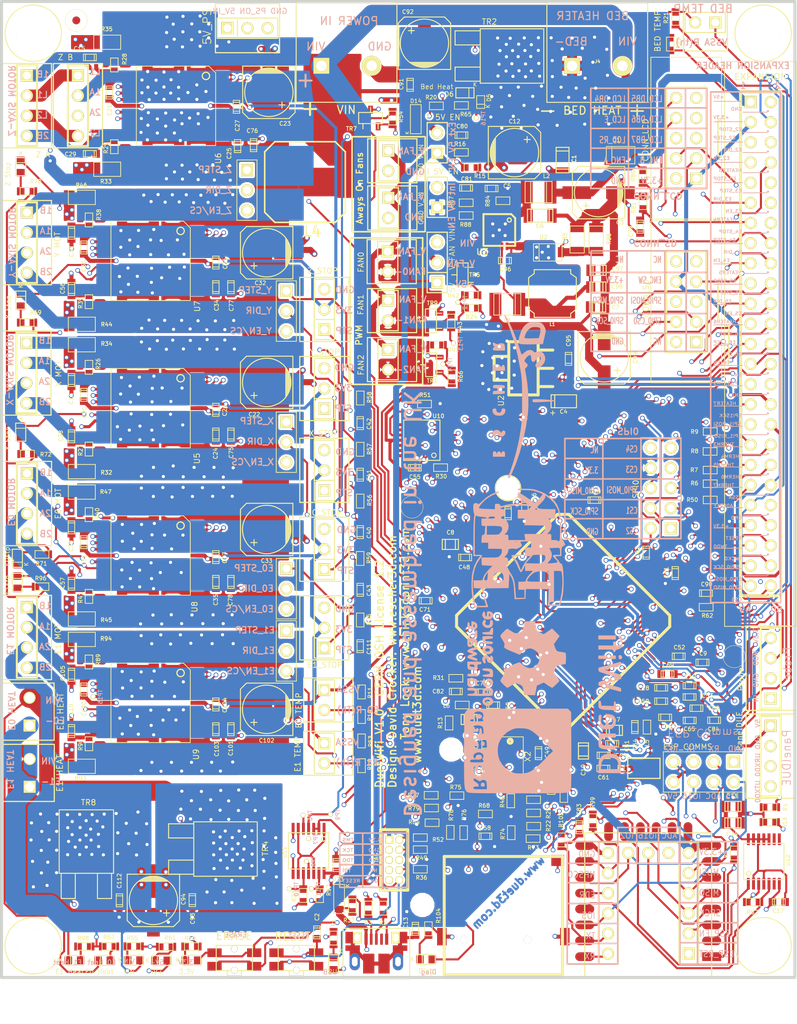
<source format=kicad_pcb>
(kicad_pcb (version 4) (host pcbnew 4.0.2-stable)
  (title_block (title "Duet WIFI") (date 2016-07-02) (rev 1.0) (company "Escher3D, Think3DPrint3D"))
  (layers (0 Front mixed) (1 Inner3 signal hide) (2 Inner2 power hide) (31 Back power hide) (35 F.Paste user hide) (36 B.SilkS user hide) (37 F.SilkS user) (38 B.Mask user hide) (39 F.Mask user hide) (44 Edge.Cuts user))
  (net 0 "")
  (net 1 +3.3V)
  (net 2 +5V)
  (net 3 /Processor/VDDCORE)
  (net 4 5V_IN)
  (net 5 ADVREF)
  (net 6 BED-)
  (net 7 BED_PWM)
  (net 8 CS3)
  (net 9 CS4)
  (net 10 CS5)
  (net 11 DDM)
  (net 12 DDP)
  (net 13 E0-)
  (net 14 E0_DIR)
  (net 15 E0_EN)
  (net 16 E0_MOT_1A)
  (net 17 E0_MOT_1B)
  (net 18 E0_MOT_2A)
  (net 19 E0_MOT_2B)
  (net 20 E0_PWM)
  (net 21 E0_STEP)
  (net 22 E0_STOP)
  (net 23 E0_STOP_CONN)
  (net 24 E1-)
  (net 25 E1_DIR)
  (net 26 E1_EN)
  (net 27 E1_MOT_1A)
  (net 28 E1_MOT_1B)
  (net 29 E1_MOT_2A)
  (net 30 E1_MOT_2B)
  (net 31 E1_PWM)
  (net 32 E1_STEP)
  (net 33 E1_STOP)
  (net 34 E1_STOP_CONN)
  (net 35 E2_DIR)
  (net 36 E2_EN)
  (net 37 E2_STEP)
  (net 38 E2_STOP)
  (net 39 E3_DIR)
  (net 40 E3_EN)
  (net 41 E3_STEP)
  (net 42 E3_STOP)
  (net 43 E4_DIR)
  (net 44 E4_EN)
  (net 45 E4_STEP)
  (net 46 E4_STOP)
  (net 47 E5_DIR)
  (net 48 E5_EN)
  (net 49 E5_STEP)
  (net 50 E5_STOP)
  (net 51 E6_DIR)
  (net 52 E6_EN)
  (net 53 E6_STEP)
  (net 54 E6_STOP)
  (net 55 EDR_CONN)
  (net 56 ENC_A)
  (net 57 ENC_B)
  (net 58 ENC_SW)
  (net 59 ERASE)
  (net 60 ESP_DATA_RDY)
  (net 61 ESP_EN)
  (net 62 ESP_RST)
  (net 63 FAN0)
  (net 64 FAN0-)
  (net 65 FAN1)
  (net 66 FAN1-)
  (net 67 FAN2)
  (net 68 FAN2-)
  (net 69 GND)
  (net 70 HEATER0)
  (net 71 HEATER1)
  (net 72 HEATER2)
  (net 73 HEATER3)
  (net 74 HEATER4)
  (net 75 HEATER5)
  (net 76 HEATER6)
  (net 77 HEATER7)
  (net 78 LCD_DB4)
  (net 79 LCD_DB5)
  (net 80 LCD_DB6)
  (net 81 LCD_DB7)
  (net 82 LCD_E)
  (net 83 LCD_RS)
  (net 84 MCCDA)
  (net 85 MCCK)
  (net 86 MCDA0)
  (net 87 MCDA1)
  (net 88 MCDA2)
  (net 89 MCDA3)
  (net 90 MISO)
  (net 91 MOSI)
  (net 92 NPCS0)
  (net 93 PB4/TDI)
  (net 94 PB5/TDO)
  (net 95 PB6/TMS)
  (net 96 PB7/TCK)
  (net 97 PS_ON)
  (net 98 PS_ON_IN)
  (net 99 PWR_FAIL_DET1)
  (net 100 PWR_FAIL_DET2)
  (net 101 RESET)
  (net 102 SAM_TFR_RDY)
  (net 103 SD_CD)
  (net 104 SPCK)
  (net 105 SPI0_CS0)
  (net 106 SPI0_CS1)
  (net 107 SPI0_CS2)
  (net 108 SPI0_MISO)
  (net 109 SPI0_MOSI)
  (net 110 SPI0_SCK)
  (net 111 SPI1_MISO)
  (net 112 SPI1_MOSI)
  (net 113 SPI1_MOSI_BUFF)
  (net 114 SPI1_SCK)
  (net 115 SPI1_SCK_BUFF)
  (net 116 SPI1_SCK_BUFF_EXP)
  (net 117 STEPPER_V_IN)
  (net 118 THERMISTOR0)
  (net 119 THERMISTOR1)
  (net 120 THERMISTOR2)
  (net 121 THERMISTOR3)
  (net 122 THERMISTOR4)
  (net 123 THERMISTOR5)
  (net 124 THERMISTOR6)
  (net 125 THERMISTOR7)
  (net 126 TWCK0)
  (net 127 TWD0)
  (net 128 URXD0)
  (net 129 URXD1)
  (net 130 URXD1_CONN)
  (net 131 USB_PWR_MON)
  (net 132 UTXD0)
  (net 133 UTXD1)
  (net 134 UTXD1_CONN)
  (net 135 VBUS)
  (net 136 VSSA)
  (net 137 V_FAN)
  (net 138 V_IN)
  (net 139 X_DIR)
  (net 140 X_EN)
  (net 141 X_MOT_1A)
  (net 142 X_MOT_1B)
  (net 143 X_MOT_2A)
  (net 144 X_MOT_2B)
  (net 145 X_STEP)
  (net 146 X_STOP)
  (net 147 X_STOP_CONN)
  (net 148 Y_DIR)
  (net 149 Y_EN)
  (net 150 Y_MOT_1A)
  (net 151 Y_MOT_1B)
  (net 152 Y_MOT_2A)
  (net 153 Y_MOT_2B)
  (net 154 Y_STEP)
  (net 155 Y_STOP)
  (net 156 Y_STOP_CONN)
  (net 157 Z_DIR)
  (net 158 Z_EN)
  (net 159 Z_MOT_1A)
  (net 160 Z_MOT_1B)
  (net 161 Z_MOT_2A)
  (net 162 Z_MOT_2B)
  (net 163 Z_PROBE_IN)
  (net 164 Z_PROBE_MOD)
  (net 165 Z_PROBE_MOD_BUFF)
  (net 166 Z_STEP)
  (net 167 Z_STOP)
  (net 168 Z_STOP_CONN)
  (net 169 "Net-(C1-Pad1)")
  (net 170 "Net-(C5-Pad1)")
  (net 171 "Net-(C6-Pad1)")
  (net 172 "Net-(C13-Pad1)")
  (net 173 "Net-(C14-Pad1)")
  (net 174 "Net-(C15-Pad1)")
  (net 175 "Net-(C18-Pad1)")
  (net 176 "Net-(C19-Pad1)")
  (net 177 "Net-(C20-Pad1)")
  (net 178 "Net-(C21-Pad1)")
  (net 179 "Net-(C24-Pad2)")
  (net 180 "Net-(C25-Pad2)")
  (net 181 "Net-(C28-Pad1)")
  (net 182 "Net-(C29-Pad1)")
  (net 183 "Net-(C30-Pad1)")
  (net 184 "Net-(C31-Pad1)")
  (net 185 "Net-(C34-Pad2)")
  (net 186 "Net-(C35-Pad2)")
  (net 187 "Net-(C38-Pad1)")
  (net 188 "Net-(C39-Pad1)")
  (net 189 "Net-(C44-Pad1)")
  (net 190 "Net-(C45-Pad1)")
  (net 191 "Net-(C53-Pad1)")
  (net 192 "Net-(C56-Pad1)")
  (net 193 "Net-(C57-Pad1)")
  (net 194 "Net-(C59-Pad1)")
  (net 195 "Net-(C60-Pad1)")
  (net 196 "Net-(C63-Pad1)")
  (net 197 "Net-(C65-Pad1)")
  (net 198 "Net-(C66-Pad1)")
  (net 199 "Net-(C67-Pad1)")
  (net 200 "Net-(C81-Pad1)")
  (net 201 "Net-(C81-Pad2)")
  (net 202 "Net-(C84-Pad1)")
  (net 203 "Net-(C90-Pad1)")
  (net 204 "Net-(C96-Pad1)")
  (net 205 "Net-(C96-Pad2)")
  (net 206 "Net-(C100-Pad1)")
  (net 207 "Net-(C103-Pad2)")
  (net 208 "Net-(C105-Pad1)")
  (net 209 "Net-(C110-Pad1)")
  (net 210 "Net-(D2-Pad1)")
  (net 211 "Net-(D3-Pad2)")
  (net 212 "Net-(D4-Pad2)")
  (net 213 "Net-(D7-Pad1)")
  (net 214 "Net-(D9-Pad1)")
  (net 215 "Net-(D10-Pad1)")
  (net 216 "Net-(D11-Pad1)")
  (net 217 "Net-(D12-Pad1)")
  (net 218 "Net-(D14-Pad2)")
  (net 219 "Net-(D15-Pad2)")
  (net 220 "Net-(D16-Pad2)")
  (net 221 "Net-(D17-Pad2)")
  (net 222 "Net-(D19-Pad1)")
  (net 223 "Net-(D20-Pad1)")
  (net 224 ENN)
  (net 225 "Net-(J36-Pad2)")
  (net 226 "Net-(J36-Pad3)")
  (net 227 "Net-(J15-Pad1)")
  (net 228 "Net-(J15-Pad2)")
  (net 229 "Net-(J15-Pad3)")
  (net 230 "Net-(J15-Pad5)")
  (net 231 "Net-(J15-Pad7)")
  (net 232 "Net-(J15-Pad8)")
  (net 233 "Net-(J15-Pad9)")
  (net 234 ADC)
  (net 235 GPIO16)
  (net 236 GPIO2)
  (net 237 NPCS0_CONN)
  (net 238 GPIO5)
  (net 239 "Net-(J21-Pad7)")
  (net 240 "Net-(J22-Pad3)")
  (net 241 "Net-(J22-Pad2)")
  (net 242 "Net-(J22-Pad4)")
  (net 243 "Net-(J37-Pad10)")
  (net 244 "Net-(JP9-Pad2)")
  (net 245 "Net-(P1-Pad1)")
  (net 246 "Net-(P1-Pad9)")
  (net 247 "Net-(P1-Pad10)")
  (net 248 "Net-(R20-Pad1)")
  (net 249 "Net-(R23-Pad1)")
  (net 250 "Net-(R26-Pad1)")
  (net 251 "Net-(R27-Pad1)")
  (net 252 "Net-(R28-Pad1)")
  (net 253 "Net-(R29-Pad1)")
  (net 254 "Net-(R38-Pad1)")
  (net 255 "Net-(R39-Pad1)")
  (net 256 "Net-(R40-Pad1)")
  (net 257 "Net-(R41-Pad1)")
  (net 258 "Net-(R42-Pad1)")
  (net 259 "Net-(R43-Pad1)")
  (net 260 "Net-(R66-Pad1)")
  (net 261 "Net-(R82-Pad2)")
  (net 262 "Net-(R84-Pad2)")
  (net 263 "Net-(R89-Pad1)")
  (net 264 "Net-(R90-Pad1)")
  (net 265 "Net-(R97-Pad1)")
  (net 266 "Net-(U4-Pad9)")
  (net 267 "Net-(U4-Pad10)")
  (net 268 "Net-(U4-Pad12)")
  (net 269 "Net-(U4-Pad13)")
  (net 270 "Net-(U4-Pad14)")
  (net 271 "Net-(U5-Pad20)")
  (net 272 "Net-(U5-Pad34)")
  (net 273 "Net-(U5-Pad37)")
  (net 274 "Net-(U5-Pad38)")
  (net 275 "Net-(U6-Pad20)")
  (net 276 "Net-(U6-Pad34)")
  (net 277 "Net-(U6-Pad37)")
  (net 278 "Net-(U6-Pad38)")
  (net 279 "Net-(U7-Pad20)")
  (net 280 "Net-(U7-Pad34)")
  (net 281 "Net-(U7-Pad37)")
  (net 282 "Net-(U7-Pad38)")
  (net 283 "Net-(U8-Pad20)")
  (net 284 "Net-(U8-Pad34)")
  (net 285 "Net-(U8-Pad37)")
  (net 286 "Net-(U8-Pad38)")
  (net 287 "Net-(U9-Pad20)")
  (net 288 "Net-(U9-Pad34)")
  (net 289 "Net-(U9-Pad37)")
  (net 290 "Net-(U9-Pad38)")
  (net 291 "Net-(U10-Pad8)")
  (net 292 "Net-(U11-Pad1)")
  (net 293 "Net-(U12-Pad6)")
  (net 294 "Net-(U12-Pad8)")
  (net 295 "Net-(U12-Pad9)")
  (net 296 "Net-(U4-Pad11)")
  (net 297 D6_TestPoint)
  (net 298 "Net-(R4-Pad1)")
  (module complib:JUMPER (layer Front) (at 135.128 54.6608 90)
    (fp_text reference JP10 hide)
    (fp_text value "E 5V EN" (at 3.21056 0.75184 180) (layer F.SilkS) (effects (font (size 0.7 0.7) (thickness 0.1))))
    (pad 1 thru_hole rect (at -1.27 0 90) (size 1.524 1.524) (drill 1) (layers *.Cu *.Mask F.SilkS) (net 2 +5V))
    (pad 2 thru_hole circle (at 1.27 0 90) (size 1.524 1.524) (drill 1) (layers *.Cu *.Mask F.SilkS) (net 218 "Net-(D14-Pad2)"))
  )
  (module "FE Footprints:C_1206" (layer Front) (at 150.9268 56.8452 90)
    (fp_text reference C1 (at 0.1524 1.45796 90) (layer F.SilkS) (effects (font (size 0.50038 0.50038) (thickness 0.11938))))
    (fp_text value "10u 35V" hide)
    (pad 1 smd rect (at 1.50114 0 90) (size 1.15062 1.80086) (layers Front F.Paste F.Mask) (net 169 "Net-(C1-Pad1)"))
    (pad 2 smd rect (at -1.50114 0 90) (size 1.15062 1.80086) (layers Front F.Paste F.Mask) (net 69 GND))
  )
  (module "FE Footprints:C_1206" (layer Front) (at 148.09978 63.84798 180)
    (fp_text reference C6 (at 0.0254 -1.2954 180) (layer F.SilkS) (effects (font (size 0.50038 0.50038) (thickness 0.11938))))
    (fp_text value "10u 35V" hide)
    (pad 1 smd rect (at 1.50114 0 180) (size 1.15062 1.80086) (layers Front F.Paste F.Mask) (net 171 "Net-(C6-Pad1)"))
    (pad 2 smd rect (at -1.50114 0 180) (size 1.15062 1.80086) (layers Front F.Paste F.Mask) (net 69 GND))
  )
  (module "FE Footprints:C_0805" (layer Front) (at 155.34386 75.36942 180)
    (fp_text reference C7 (at -2.25614 -0.02058 180) (layer F.SilkS) (effects (font (size 0.5 0.5) (thickness 0.09))))
    (fp_text value 10u hide)
    (pad 1 smd rect (at 0.89916 0 180) (size 1.15062 1.45034) (layers Front F.Paste F.Mask) (net 2 +5V))
    (pad 2 smd rect (at -0.89916 0 180) (size 1.15062 1.45034) (layers Front F.Paste F.Mask) (net 69 GND))
  )
  (module "FE Footprints:C_0805" (layer Front) (at 136.78408 105.283 180)
    (fp_text reference C8 (at -0.01016 1.50876 180) (layer F.SilkS) (effects (font (size 0.5 0.5) (thickness 0.09))))
    (fp_text value 10u hide)
    (pad 1 smd rect (at 0.89916 0 180) (size 1.15062 1.45034) (layers Front F.Paste F.Mask) (net 1 +3.3V))
    (pad 2 smd rect (at -0.89916 0 180) (size 1.15062 1.45034) (layers Front F.Paste F.Mask) (net 69 GND))
  )
  (module "FE Footprints:C_0805" (layer Front) (at 153.55824 131.31546 90)
    (fp_text reference C10 (at -2.4003 -0.01524 90) (layer F.SilkS) (effects (font (size 0.5 0.5) (thickness 0.09))))
    (fp_text value 10u hide)
    (pad 1 smd rect (at 0.89916 0 90) (size 1.15062 1.45034) (layers Front F.Paste F.Mask) (net 3 /Processor/VDDCORE))
    (pad 2 smd rect (at -0.89916 0 90) (size 1.15062 1.45034) (layers Front F.Paste F.Mask) (net 69 GND))
  )
  (module "FE Footprints:C_0805" (layer Front) (at 157.45968 128.71704 180)
    (fp_text reference C47 (at -0.01524 1.34112 180) (layer F.SilkS) (effects (font (size 0.5 0.5) (thickness 0.09))))
    (fp_text value 10u hide)
    (pad 1 smd rect (at 0.89916 0 180) (size 1.15062 1.45034) (layers Front F.Paste F.Mask) (net 1 +3.3V))
    (pad 2 smd rect (at -0.89916 0 180) (size 1.15062 1.45034) (layers Front F.Paste F.Mask) (net 69 GND))
  )
  (module "FE Footprints:C_0805" (layer Front) (at 139.15898 127.35052 180)
    (fp_text reference C66 (at -0.06858 -1.28524 180) (layer F.SilkS) (effects (font (size 0.5 0.5) (thickness 0.09))))
    (fp_text value 4u7 hide)
    (pad 1 smd rect (at 0.89916 0 180) (size 1.15062 1.45034) (layers Front F.Paste F.Mask) (net 198 "Net-(C66-Pad1)"))
    (pad 2 smd rect (at -0.89916 0 180) (size 1.15062 1.45034) (layers Front F.Paste F.Mask) (net 69 GND))
  )
  (module "FE Footprints:C_0805" (layer Front) (at 172.41012 138.30426 180)
    (fp_text reference C73 (at 0.13716 1.3119 180) (layer F.SilkS) (effects (font (size 0.5 0.5) (thickness 0.09))))
    (fp_text value 10u hide)
    (pad 1 smd rect (at 0.89916 0 180) (size 1.15062 1.45034) (layers Front F.Paste F.Mask) (net 1 +3.3V))
    (pad 2 smd rect (at -0.89916 0 180) (size 1.15062 1.45034) (layers Front F.Paste F.Mask) (net 69 GND))
  )
  (module "FE Footprints:C_0805" (layer Front) (at 172.39996 140.37166 180)
    (fp_text reference C74 (at 0.11176 -1.4213 180) (layer F.SilkS) (effects (font (size 0.5 0.5) (thickness 0.09))))
    (fp_text value 10u hide)
    (pad 1 smd rect (at 0.89916 0 180) (size 1.15062 1.45034) (layers Front F.Paste F.Mask) (net 1 +3.3V))
    (pad 2 smd rect (at -0.89916 0 180) (size 1.15062 1.45034) (layers Front F.Paste F.Mask) (net 69 GND))
  )
  (module "FE Footprints:C_0805" (layer Front) (at 155.40548 70.7358 180)
    (fp_text reference C97 (at -2.46452 0.1558 180) (layer F.SilkS) (effects (font (size 0.5 0.5) (thickness 0.09))))
    (fp_text value 10u hide)
    (pad 1 smd rect (at 0.89916 0 180) (size 1.15062 1.45034) (layers Front F.Paste F.Mask) (net 200 "Net-(C81-Pad1)"))
    (pad 2 smd rect (at -0.89916 0 180) (size 1.15062 1.45034) (layers Front F.Paste F.Mask) (net 69 GND))
  )
  (module "FE Footprints:C_0805" (layer Front) (at 155.37548 72.8458 180)
    (fp_text reference C98 (at -2.41452 0.0558 180) (layer F.SilkS) (effects (font (size 0.5 0.5) (thickness 0.09))))
    (fp_text value 10u hide)
    (pad 1 smd rect (at 0.89916 0 180) (size 1.15062 1.45034) (layers Front F.Paste F.Mask) (net 200 "Net-(C81-Pad1)"))
    (pad 2 smd rect (at -0.89916 0 180) (size 1.15062 1.45034) (layers Front F.Paste F.Mask) (net 69 GND))
  )
  (module "FE Footprints:FUSE_0603" (layer Front) (at 161.17824 133.5024 180)
    (fp_text reference F1 (at 2.794 0 180) (layer F.SilkS) (effects (font (size 0.7 0.7) (thickness 0.1))))
    (fp_text value "0.25A VFA" hide)
    (pad 1 smd rect (at -0.8001 0 180) (size 0.94996 1.00076) (layers Front F.Paste F.Mask) (net 136 VSSA))
    (pad 2 smd rect (at 0.8001 0 180) (size 0.94996 1.00076) (layers Front F.Paste F.Mask) (net 69 GND))
  )
  (module "FE Footprints:PIN_ARRAY_2X1" (layer Front) (at 128.9301 81.9922 270)
    (fp_text reference J2 hide)
    (fp_text value FAN2 (at 0.6778 3.4201 270) (layer F.SilkS) (effects (font (size 0.7 0.7) (thickness 0.1))))
    (pad 1 thru_hole rect (at -1.27 0 270) (size 1.524 1.524) (drill 1) (layers *.Cu *.Mask F.SilkS) (net 137 V_FAN))
    (pad 2 thru_hole circle (at 1.27 0 270) (size 1.524 1.524) (drill 1) (layers *.Cu *.Mask F.SilkS) (net 68 FAN2-))
  )
  (module "FE Footprints:CONN_3x1" (layer Front) (at 135.128 69.7484 90)
    (fp_text reference J3 hide)
    (fp_text value "5V   V_FAN VIN" (at 0.2584 1.882 90) (layer F.SilkS) (effects (font (size 0.7 0.7) (thickness 0.08))))
    (pad 1 thru_hole rect (at -2.54 0 90) (size 1.524 1.524) (drill 1) (layers *.Cu *.Mask F.SilkS) (net 2 +5V))
    (pad 2 thru_hole circle (at 0 0 90) (size 1.524 1.524) (drill 1) (layers *.Cu *.Mask F.SilkS) (net 137 V_FAN))
    (pad 3 thru_hole circle (at 2.54 0 90) (size 1.524 1.524) (drill 1) (layers *.Cu *.Mask F.SilkS) (net 138 V_IN))
  )
  (module "FE Footprints:TERM_2-WAY_6.35mm" (layer Front) (at 155.3 44.97)
    (fp_text reference J4 (at 0.04064 -0.5588) (layer F.SilkS) (effects (font (size 0.39878 0.39878) (thickness 0.09906))))
    (fp_text value "BED HEAT" (at -0.62416 5.63188) (layer F.SilkS) (effects (font (size 1.016 1.016) (thickness 0.1524))))
    (pad 1 thru_hole rect (at -3.175 0) (size 1.99898 1.99898) (drill 1.30048) (layers *.Cu *.Mask F.SilkS) (net 6 BED-))
    (pad 2 thru_hole circle (at 3.175 0) (size 2.49936 2.49936) (drill 1.30048) (layers *.Cu *.Mask F.SilkS) (net 138 V_IN))
  )
  (module "FE Footprints:PIN_ARRAY_2X1" (layer Front) (at 168.92 39.5 180)
    (fp_text reference J5 hide)
    (fp_text value "BED TEMP" (at 6.01 -1.08 270) (layer F.SilkS) (effects (font (size 0.7 0.7) (thickness 0.1))))
    (pad 1 thru_hole rect (at -1.27 0 180) (size 1.524 1.524) (drill 1) (layers *.Cu *.Mask F.SilkS) (net 136 VSSA))
    (pad 2 thru_hole circle (at 1.27 0 180) (size 1.524 1.524) (drill 1) (layers *.Cu *.Mask F.SilkS) (net 118 THERMISTOR0))
  )
  (module "FE Footprints:PIN_ARRAY_4x1" (layer Front) (at 83.41106 117.01406 270)
    (fp_text reference J6 hide)
    (fp_text value "E1 MOT" (at 0.14594 -3.91894 270) (layer F.SilkS) (effects (font (size 0.7 0.7) (thickness 0.1))))
    (pad 1 thru_hole rect (at -3.81 0 270) (size 1.524 1.524) (drill 1) (layers *.Cu *.Mask F.SilkS) (net 28 E1_MOT_1B))
    (pad 2 thru_hole circle (at -1.27 0 270) (size 1.524 1.524) (drill 1) (layers *.Cu *.Mask F.SilkS) (net 27 E1_MOT_1A))
    (pad 3 thru_hole circle (at 1.27 0 270) (size 1.524 1.524) (drill 1) (layers *.Cu *.Mask F.SilkS) (net 29 E1_MOT_2A))
    (pad 4 thru_hole circle (at 3.81 0 270) (size 1.524 1.524) (drill 1) (layers *.Cu *.Mask F.SilkS) (net 30 E1_MOT_2B))
  )
  (module "FE Footprints:PIN_ARRAY_4x1" (layer Front) (at 89.8398 49.99228 270)
    (fp_text reference J7 hide)
    (fp_text value "Z B" (at -6.10228 1.5598 360) (layer F.SilkS) (effects (font (size 0.7 0.7) (thickness 0.1))))
    (pad 1 thru_hole rect (at -3.81 0 270) (size 1.524 1.524) (drill 1) (layers *.Cu *.Mask F.SilkS) (net 225 "Net-(J36-Pad2)"))
    (pad 2 thru_hole circle (at -1.27 0 270) (size 1.524 1.524) (drill 1) (layers *.Cu *.Mask F.SilkS) (net 159 Z_MOT_1A))
    (pad 3 thru_hole circle (at 1.27 0 270) (size 1.524 1.524) (drill 1) (layers *.Cu *.Mask F.SilkS) (net 161 Z_MOT_2A))
    (pad 4 thru_hole circle (at 3.81 0 270) (size 1.524 1.524) (drill 1) (layers *.Cu *.Mask F.SilkS) (net 226 "Net-(J36-Pad3)"))
  )
  (module "FE Footprints:PIN_ARRAY_4x1" (layer Front) (at 83.41106 67.25412 270)
    (fp_text reference J8 hide)
    (fp_text value "Y MOT" (at 0.22352 -3.8481 270) (layer F.SilkS) (effects (font (size 0.7 0.7) (thickness 0.1))))
    (pad 1 thru_hole rect (at -3.81 0 270) (size 1.524 1.524) (drill 1) (layers *.Cu *.Mask F.SilkS) (net 151 Y_MOT_1B))
    (pad 2 thru_hole circle (at -1.27 0 270) (size 1.524 1.524) (drill 1) (layers *.Cu *.Mask F.SilkS) (net 150 Y_MOT_1A))
    (pad 3 thru_hole circle (at 1.27 0 270) (size 1.524 1.524) (drill 1) (layers *.Cu *.Mask F.SilkS) (net 152 Y_MOT_2A))
    (pad 4 thru_hole circle (at 3.81 0 270) (size 1.524 1.524) (drill 1) (layers *.Cu *.Mask F.SilkS) (net 153 Y_MOT_2B))
  )
  (module "FE Footprints:PIN_ARRAY_4x1" (layer Front) (at 83.3528 83.67942 270)
    (fp_text reference J9 hide)
    (fp_text value "X MOT" (at 0.10058 -4.0472 270) (layer F.SilkS) (effects (font (size 0.7 0.7) (thickness 0.1))))
    (pad 1 thru_hole rect (at -3.81 0 270) (size 1.524 1.524) (drill 1) (layers *.Cu *.Mask F.SilkS) (net 142 X_MOT_1B))
    (pad 2 thru_hole circle (at -1.27 0 270) (size 1.524 1.524) (drill 1) (layers *.Cu *.Mask F.SilkS) (net 141 X_MOT_1A))
    (pad 3 thru_hole circle (at 1.27 0 270) (size 1.524 1.524) (drill 1) (layers *.Cu *.Mask F.SilkS) (net 143 X_MOT_2A))
    (pad 4 thru_hole circle (at 3.81 0 270) (size 1.524 1.524) (drill 1) (layers *.Cu *.Mask F.SilkS) (net 144 X_MOT_2B))
  )
  (module "FE Footprints:PIN_ARRAY_4x1" (layer Front) (at 83.42106 100.13118 270)
    (fp_text reference J10 hide)
    (fp_text value "E0 MOT" (at 0.00882 -3.91894 270) (layer F.SilkS) (effects (font (size 0.7 0.7) (thickness 0.1))))
    (pad 1 thru_hole rect (at -3.81 0 270) (size 1.524 1.524) (drill 1) (layers *.Cu *.Mask F.SilkS) (net 17 E0_MOT_1B))
    (pad 2 thru_hole circle (at -1.27 0 270) (size 1.524 1.524) (drill 1) (layers *.Cu *.Mask F.SilkS) (net 16 E0_MOT_1A))
    (pad 3 thru_hole circle (at 1.27 0 270) (size 1.524 1.524) (drill 1) (layers *.Cu *.Mask F.SilkS) (net 18 E0_MOT_2A))
    (pad 4 thru_hole circle (at 3.81 0 270) (size 1.524 1.524) (drill 1) (layers *.Cu *.Mask F.SilkS) (net 19 E0_MOT_2B))
  )
  (module "FE Footprints:3.5MM_2X1" (layer Front) (at 83.74 126.36 90)
    (fp_text reference J11 hide)
    (fp_text value "E0 HEAT" (at 0.02 3.9 90) (layer F.SilkS) (effects (font (size 0.762 0.762) (thickness 0.1))))
    (pad 1 thru_hole rect (at -1.75 0 90) (size 1.524 1.524) (drill 1.19888) (layers *.Cu *.Mask F.SilkS) (net 138 V_IN))
    (pad 2 thru_hole circle (at 1.75 0 90) (size 1.524 1.524) (drill 1.19888) (layers *.Cu *.Mask F.SilkS) (net 13 E0-))
  )
  (module "FE Footprints:PIN_ARRAY_2X1" (layer Front) (at 120.904 124.89 270)
    (fp_text reference J12 hide)
    (fp_text value "E0 TEMP" (at 1.32 3.234 270) (layer F.SilkS) (effects (font (size 0.7 0.7) (thickness 0.1))))
    (pad 1 thru_hole rect (at -1.27 0 270) (size 1.524 1.524) (drill 1) (layers *.Cu *.Mask F.SilkS) (net 136 VSSA))
    (pad 2 thru_hole circle (at 1.27 0 270) (size 1.524 1.524) (drill 1) (layers *.Cu *.Mask F.SilkS) (net 119 THERMISTOR1))
  )
  (module "FE Footprints:3.5MM_2X1" (layer Front) (at 83.76158 134.07898 90)
    (fp_text reference J13 hide)
    (fp_text value "E1 HEAT" (at -0.03302 3.79222 90) (layer F.SilkS) (effects (font (size 0.762 0.762) (thickness 0.1))))
    (pad 1 thru_hole rect (at -1.75 0 90) (size 1.524 1.524) (drill 1.19888) (layers *.Cu *.Mask F.SilkS) (net 138 V_IN))
    (pad 2 thru_hole circle (at 1.75 0 90) (size 1.524 1.524) (drill 1.19888) (layers *.Cu *.Mask F.SilkS) (net 24 E1-))
  )
  (module "FE Footprints:PIN_ARRAY_2X1" (layer Front) (at 120.904 131.60756 270)
    (fp_text reference J14 hide)
    (fp_text value "E1 TEMP" (at 0.10244 3.364 270) (layer F.SilkS) (effects (font (size 0.7 0.7) (thickness 0.1))))
    (pad 1 thru_hole rect (at -1.27 0 270) (size 1.524 1.524) (drill 1) (layers *.Cu *.Mask F.SilkS) (net 136 VSSA))
    (pad 2 thru_hole circle (at 1.27 0 270) (size 1.524 1.524) (drill 1) (layers *.Cu *.Mask F.SilkS) (net 120 THERMISTOR2))
  )
  (module "FE Footprints:PIN_ARRAY_3X1" (layer Front) (at 120.904 75.67 90)
    (fp_text reference J19 hide)
    (fp_text value Z_STOP (at 4.87004 -0.2032 180) (layer F.SilkS) (effects (font (size 0.7 0.7) (thickness 0.1))))
    (pad 1 thru_hole rect (at -2.54 0 90) (size 1.524 1.524) (drill 1) (layers *.Cu *.Mask F.SilkS) (net 168 Z_STOP_CONN))
    (pad 2 thru_hole circle (at 0 0 90) (size 1.524 1.524) (drill 1) (layers *.Cu *.Mask F.SilkS) (net 1 +3.3V))
    (pad 3 thru_hole circle (at 2.54 0 90) (size 1.524 1.524) (drill 1) (layers *.Cu *.Mask F.SilkS) (net 69 GND))
  )
  (module "FE Footprints:PIN_ARRAY_3X1" (layer Front) (at 111.2139 40.21836)
    (fp_text reference J20 hide)
    (fp_text value 5V_PS (at -5.08254 -0.18796 90) (layer F.SilkS) (effects (font (size 1.016 1.016) (thickness 0.1))))
    (pad 1 thru_hole rect (at -2.54 0) (size 1.524 1.524) (drill 1) (layers *.Cu *.Mask F.SilkS) (net 4 5V_IN))
    (pad 2 thru_hole circle (at 0 0) (size 1.524 1.524) (drill 1) (layers *.Cu *.Mask F.SilkS) (net 98 PS_ON_IN))
    (pad 3 thru_hole circle (at 2.54 0) (size 1.524 1.524) (drill 1) (layers *.Cu *.Mask F.SilkS) (net 69 GND))
  )
  (module "FE Footprints:MICRO_5x2" (layer Front) (at 129.7051 145.04924 270)
    (fp_text reference J21 hide)
    (fp_text value JTAG (at -0.07112 2.26822 270) (layer F.SilkS) (effects (font (size 0.50038 0.50038) (thickness 0.1))))
    (pad 1 thru_hole rect (at -2.54 0.635 270) (size 1.00076 1.00076) (drill 0.7112) (layers *.Cu *.Mask F.SilkS) (net 1 +3.3V) (clearance 0.14986))
    (pad 2 thru_hole circle (at -2.54 -0.635 270) (size 1.00076 1.00076) (drill 0.7112) (layers *.Cu *.Mask F.SilkS) (net 95 PB6/TMS) (clearance 0.14986))
    (pad 3 thru_hole circle (at -1.27 0.635 270) (size 1.00076 1.00076) (drill 0.7112) (layers *.Cu *.Mask F.SilkS) (net 69 GND) (clearance 0.14986))
    (pad 4 thru_hole circle (at -1.27 -0.635 270) (size 1.00076 1.00076) (drill 0.7112) (layers *.Cu *.Mask F.SilkS) (net 96 PB7/TCK) (clearance 0.14986))
    (pad 5 thru_hole circle (at 0 0.635 270) (size 1.00076 1.00076) (drill 0.7112) (layers *.Cu *.Mask F.SilkS) (net 69 GND) (clearance 0.14986))
    (pad 6 thru_hole circle (at 0 -0.635 270) (size 1.00076 1.00076) (drill 0.7112) (layers *.Cu *.Mask F.SilkS) (net 94 PB5/TDO) (clearance 0.14986))
    (pad 7 thru_hole circle (at 1.27 0.635 270) (size 1.00076 1.00076) (drill 0.7112) (layers *.Cu *.Mask F.SilkS) (net 239 "Net-(J21-Pad7)") (clearance 0.14986))
    (pad 8 thru_hole circle (at 1.27 -0.635 270) (size 1.00076 1.00076) (drill 0.7112) (layers *.Cu *.Mask F.SilkS) (net 93 PB4/TDI) (clearance 0.14986))
    (pad 9 thru_hole circle (at 2.54 0.635 270) (size 1.00076 1.00076) (drill 0.7112) (layers *.Cu *.Mask F.SilkS) (net 69 GND) (clearance 0.14986))
    (pad 10 thru_hole circle (at 2.54 -0.635 270) (size 1.00076 1.00076) (drill 0.7112) (layers *.Cu *.Mask F.SilkS) (net 101 RESET) (clearance 0.14986))
  )
  (module "FE Footprints:uUSB_new" (layer Front) (at 127.45974 157.86354)
    (fp_text reference J22 hide)
    (fp_text value USB hide)
    (pad CE smd rect (at -0.9625 0.25) (size 1.425 2.5) (layers Front F.Paste F.Mask) (net 172 "Net-(C13-Pad1)"))
    (pad CE smd rect (at 0.9625 0.25) (size 1.425 2.5) (layers Front F.Paste F.Mask) (net 172 "Net-(C13-Pad1)"))
    (pad CE smd rect (at -2.9875 -1.7) (size 1.825 0.7) (layers Front F.Paste F.Mask) (net 172 "Net-(C13-Pad1)"))
    (pad CE smd rect (at 2.9875 -1.7) (size 1.825 0.7) (layers Front F.Paste F.Mask) (net 172 "Net-(C13-Pad1)"))
    (pad CE smd rect (at -2.9 -3.03) (size 2 1.46) (layers Front F.Paste F.Mask) (net 172 "Net-(C13-Pad1)"))
    (pad CE thru_hole rect (at -2.425 -3.03) (size 1.05 1.46) (drill oval 0.7112 1.05) (layers *.Cu *.Mask F.SilkS) (net 172 "Net-(C13-Pad1)"))
    (pad 3 smd rect (at 0 -2.825) (size 0.34 1.4) (layers Front F.Paste F.Mask) (net 240 "Net-(J22-Pad3)"))
    (pad 2 smd rect (at -0.65 -2.825) (size 0.34 1.4) (layers Front F.Paste F.Mask) (net 241 "Net-(J22-Pad2)"))
    (pad 1 smd rect (at -1.3 -2.825) (size 0.4 1.4) (layers Front F.Paste F.Mask) (net 135 VBUS))
    (pad 4 smd rect (at 0.65 -2.825) (size 0.34 1.4) (layers Front F.Paste F.Mask) (net 242 "Net-(J22-Pad4)"))
    (pad 5 smd rect (at 1.3 -2.825) (size 0.4 1.4) (layers Front F.Paste F.Mask) (net 69 GND))
    (pad CE thru_hole oval (at -2.725 0) (size 1.3 2.2) (drill oval 0.7112 1.2) (layers *.Cu *.Mask F.Paste) (net 172 "Net-(C13-Pad1)"))
    (pad CE thru_hole oval (at 2.725 0) (size 1.3 2.2) (drill oval 0.7112 1.2) (layers *.Cu *.Mask F.Paste) (net 172 "Net-(C13-Pad1)"))
    (pad CE smd rect (at -2.725 -0.95) (size 1.3 0.8) (layers Front F.Paste F.Mask) (net 172 "Net-(C13-Pad1)"))
    (pad CE smd rect (at 2.725 -0.95) (size 1.3 0.8) (layers Front F.Paste F.Mask) (net 172 "Net-(C13-Pad1)"))
    (pad CE smd rect (at 2.9 -3.03) (size 2 1.46) (layers Front F.Paste F.Mask) (net 172 "Net-(C13-Pad1)"))
    (pad CE thru_hole rect (at 2.425 -3.03) (size 1.05 1.46) (drill oval 0.7112 1.05) (layers *.Cu *.Mask F.SilkS) (net 172 "Net-(C13-Pad1)"))
  )
  (module "FE Footprints:TERM_2-WAY_6.35mm" (layer Front) (at 123.7 44.96308)
    (fp_text reference J23 hide)
    (fp_text value VIN (at -0.0274 5.55752) (layer F.SilkS) (effects (font (size 1.016 1.016) (thickness 0.1524))))
    (pad 1 thru_hole rect (at -3.175 0) (size 1.99898 1.99898) (drill 1.30048) (layers *.Cu *.Mask F.SilkS) (net 138 V_IN))
    (pad 2 thru_hole circle (at 3.175 0) (size 2.49936 2.49936) (drill 1.30048) (layers *.Cu *.Mask F.SilkS) (net 69 GND))
  )
  (module "FE Footprints:PIN_ARRAY_2X1" (layer Front) (at 128.9682 56.9351 270)
    (fp_text reference J24 hide)
    (fp_text value "GND V_IN" (at -0.0051 -4.1318 270) (layer F.SilkS) (effects (font (size 0.6 0.6) (thickness 0.08))))
    (pad 1 thru_hole rect (at -1.27 0 270) (size 1.524 1.524) (drill 1) (layers *.Cu *.Mask F.SilkS) (net 137 V_FAN))
    (pad 2 thru_hole circle (at 1.27 0 270) (size 1.524 1.524) (drill 1) (layers *.Cu *.Mask F.SilkS) (net 69 GND))
  )
  (module "FE Footprints:PIN_ARRAY_2X1" (layer Front) (at 128.892 69.6478 270)
    (fp_text reference J25 hide)
    (fp_text value FAN0 (at 0.0622 3.382 270) (layer F.SilkS) (effects (font (size 0.7 0.7) (thickness 0.1))))
    (pad 1 thru_hole rect (at -1.27 0 270) (size 1.524 1.524) (drill 1) (layers *.Cu *.Mask F.SilkS) (net 137 V_FAN))
    (pad 2 thru_hole circle (at 1.27 0 270) (size 1.524 1.524) (drill 1) (layers *.Cu *.Mask F.SilkS) (net 64 FAN0-))
  )
  (module "FE Footprints:PIN_ARRAY_4x1" (layer Front) (at 177.16 120.89 90)
    (fp_text reference J28 hide)
    (fp_text value Probe (at -1.39068 -3.74404 90) (layer F.SilkS) (effects (font (size 0.7 0.7) (thickness 0.1))))
    (pad 1 thru_hole rect (at -3.81 0 90) (size 1.524 1.524) (drill 1) (layers *.Cu *.Mask F.SilkS) (net 163 Z_PROBE_IN))
    (pad 2 thru_hole circle (at -1.27 0 90) (size 1.524 1.524) (drill 1) (layers *.Cu *.Mask F.SilkS) (net 69 GND))
    (pad 3 thru_hole circle (at 1.27 0 90) (size 1.524 1.524) (drill 1) (layers *.Cu *.Mask F.SilkS) (net 164 Z_PROBE_MOD))
    (pad 4 thru_hole circle (at 3.81 0 90) (size 1.524 1.524) (drill 1) (layers *.Cu *.Mask F.SilkS) (net 1 +3.3V))
  )
  (module "FE Footprints:PIN_ARRAY_2X1" (layer Front) (at 128.9301 75.82 270)
    (fp_text reference J29 hide)
    (fp_text value FAN1 (at -0.75 3.4501 270) (layer F.SilkS) (effects (font (size 0.7 0.7) (thickness 0.1))))
    (pad 1 thru_hole rect (at -1.27 0 270) (size 1.524 1.524) (drill 1) (layers *.Cu *.Mask F.SilkS) (net 137 V_FAN))
    (pad 2 thru_hole circle (at 1.27 0 270) (size 1.524 1.524) (drill 1) (layers *.Cu *.Mask F.SilkS) (net 66 FAN1-))
  )
  (module "FE Footprints:PIN_ARRAY_4x1" (layer Front) (at 177.15 131.97 270)
    (fp_text reference J30 hide)
    (fp_text value PanelDUE (at -3.1412 3.922 270) (layer F.SilkS) (effects (font (size 0.7 0.7) (thickness 0.1))))
    (pad 1 thru_hole rect (at -3.81 0 270) (size 1.524 1.524) (drill 1) (layers *.Cu *.Mask F.SilkS) (net 2 +5V))
    (pad 2 thru_hole circle (at -1.27 0 270) (size 1.524 1.524) (drill 1) (layers *.Cu *.Mask F.SilkS) (net 69 GND))
    (pad 3 thru_hole circle (at 1.27 0 270) (size 1.524 1.524) (drill 1) (layers *.Cu *.Mask F.SilkS) (net 128 URXD0))
    (pad 4 thru_hole circle (at 3.81 0 270) (size 1.524 1.524) (drill 1) (layers *.Cu *.Mask F.SilkS) (net 132 UTXD0))
  )
  (module "FE Footprints:PIN_ARRAY_2X1" (layer Front) (at 128.9682 62.8787 270)
    (fp_text reference J31 hide)
    (fp_text value "GND V_IN" (at 0.0413 -4.1118 270) (layer F.SilkS) (effects (font (size 0.6 0.6) (thickness 0.08))))
    (pad 1 thru_hole rect (at -1.27 0 270) (size 1.524 1.524) (drill 1) (layers *.Cu *.Mask F.SilkS) (net 137 V_FAN))
    (pad 2 thru_hole circle (at 1.27 0 270) (size 1.524 1.524) (drill 1) (layers *.Cu *.Mask F.SilkS) (net 69 GND))
  )
  (module "FE Footprints:PIN_ARRAY_3X1" (layer Front) (at 120.904 85.64 90)
    (fp_text reference J32 hide)
    (fp_text value Y_STOP (at 4.60384 0.04064 180) (layer F.SilkS) (effects (font (size 0.7 0.7) (thickness 0.1))))
    (pad 1 thru_hole rect (at -2.54 0 90) (size 1.524 1.524) (drill 1) (layers *.Cu *.Mask F.SilkS) (net 156 Y_STOP_CONN))
    (pad 2 thru_hole circle (at 0 0 90) (size 1.524 1.524) (drill 1) (layers *.Cu *.Mask F.SilkS) (net 1 +3.3V))
    (pad 3 thru_hole circle (at 2.54 0 90) (size 1.524 1.524) (drill 1) (layers *.Cu *.Mask F.SilkS) (net 69 GND))
  )
  (module "FE Footprints:PIN_ARRAY_3X1" (layer Front) (at 120.904 95.95 90)
    (fp_text reference J33 hide)
    (fp_text value X_STOP (at 4.6624 -0.0508 180) (layer F.SilkS) (effects (font (size 0.7 0.7) (thickness 0.1))))
    (pad 1 thru_hole rect (at -2.54 0 90) (size 1.524 1.524) (drill 1) (layers *.Cu *.Mask F.SilkS) (net 147 X_STOP_CONN))
    (pad 2 thru_hole circle (at 0 0 90) (size 1.524 1.524) (drill 1) (layers *.Cu *.Mask F.SilkS) (net 1 +3.3V))
    (pad 3 thru_hole circle (at 2.54 0 90) (size 1.524 1.524) (drill 1) (layers *.Cu *.Mask F.SilkS) (net 69 GND))
  )
  (module "FE Footprints:PIN_ARRAY_3X1" (layer Front) (at 120.904 105.89 90)
    (fp_text reference J34 hide)
    (fp_text value E0_STOP (at 4.60496 0.02032 180) (layer F.SilkS) (effects (font (size 0.7 0.7) (thickness 0.1))))
    (pad 1 thru_hole rect (at -2.54 0 90) (size 1.524 1.524) (drill 1) (layers *.Cu *.Mask F.SilkS) (net 23 E0_STOP_CONN))
    (pad 2 thru_hole circle (at 0 0 90) (size 1.524 1.524) (drill 1) (layers *.Cu *.Mask F.SilkS) (net 1 +3.3V))
    (pad 3 thru_hole circle (at 2.54 0 90) (size 1.524 1.524) (drill 1) (layers *.Cu *.Mask F.SilkS) (net 69 GND))
  )
  (module "FE Footprints:PIN_ARRAY_3X1" (layer Front) (at 120.904 115.8 90)
    (fp_text reference J35 hide)
    (fp_text value E1_STOP (at -4.6722 0.06604 180) (layer F.SilkS) (effects (font (size 0.7 0.7) (thickness 0.1))))
    (pad 1 thru_hole rect (at -2.54 0 90) (size 1.524 1.524) (drill 1) (layers *.Cu *.Mask F.SilkS) (net 34 E1_STOP_CONN))
    (pad 2 thru_hole circle (at 0 0 90) (size 1.524 1.524) (drill 1) (layers *.Cu *.Mask F.SilkS) (net 1 +3.3V))
    (pad 3 thru_hole circle (at 2.54 0 90) (size 1.524 1.524) (drill 1) (layers *.Cu *.Mask F.SilkS) (net 69 GND))
  )
  (module "FE Footprints:PIN_ARRAY_4x1" (layer Front) (at 83.41106 49.99228 270)
    (fp_text reference J36 hide)
    (fp_text value "Z A" (at 6.16772 -2.01894 360) (layer F.SilkS) (effects (font (size 0.7 0.7) (thickness 0.1))))
    (pad 1 thru_hole rect (at -3.81 0 270) (size 1.524 1.524) (drill 1) (layers *.Cu *.Mask F.SilkS) (net 160 Z_MOT_1B))
    (pad 2 thru_hole circle (at -1.27 0 270) (size 1.524 1.524) (drill 1) (layers *.Cu *.Mask F.SilkS) (net 225 "Net-(J36-Pad2)"))
    (pad 3 thru_hole circle (at 1.27 0 270) (size 1.524 1.524) (drill 1) (layers *.Cu *.Mask F.SilkS) (net 226 "Net-(J36-Pad3)"))
    (pad 4 thru_hole circle (at 3.81 0 270) (size 1.524 1.524) (drill 1) (layers *.Cu *.Mask F.SilkS) (net 162 Z_MOT_2B))
  )
  (module "FE Footprints:L_6x6" (layer Front) (at 149.6568 73.66)
    (fp_text reference L1 (at -0.02286 3.88874) (layer F.SilkS) (effects (font (size 0.39878 0.39878) (thickness 0.09906))))
    (fp_text value 10uH hide)
    (pad 1 smd rect (at 0 2.35) (size 5.7 1.6) (layers Front F.Paste F.Mask) (net 200 "Net-(C81-Pad1)"))
    (pad 2 smd rect (at 0 -2.35) (size 5.7 1.6) (layers Front F.Paste F.Mask) (net 205 "Net-(C96-Pad2)"))
  )
  (module "FE Footprints:TPC-XL-Bridged" (layer Front) (at 118.4656 59.6138 180)
    (fp_text reference L4 (at -0.9044 -6.2262 180) (layer F.SilkS) (effects (font (size 1.27 1.27) (thickness 0.254))))
    (fp_text value "DNP    4.7uH Approx 10A" hide)
    (fp_text user "" (at 0 0 180) (layer F.SilkS) (effects (font (size 1.016 1.016) (thickness 0.254))))
    (fp_text user "" (at 0 0 180) (layer F.SilkS) (effects (font (size 1.016 1.016) (thickness 0.254))))
    (pad 1 smd rect (at -4.826 0 180) (size 1.99898 3.59918) (layers Front F.Paste F.Mask) (net 138 V_IN))
    (pad 2 smd rect (at 3.326 0 180) (size 4.99898 3.59918) (layers Front F.Paste F.Mask) (net 117 STEPPER_V_IN))
    (pad 3 smd rect (at -1.5 0 180) (size 4.62 3.59918) (layers Front F.Paste F.Mask))
  )
  (module "FE Footprints:SW_SIDE_1_lugs" (layer Front) (at 117.37 157.59684)
    (fp_text reference S1 hide)
    (fp_text value RESET (at -0.47 -2.89684) (layer F.SilkS) (effects (font (size 1.00076 1.00076) (thickness 0.1524))))
    (pad 1 smd rect (at -2.5 0.85) (size 1.8 1.1) (layers Front F.Paste F.Mask) (net 69 GND))
    (pad 2 smd rect (at 2.5 0.85) (size 1.8 1.1) (layers Front F.Paste F.Mask) (net 69 GND))
    (pad 3 smd rect (at 2.5 -0.85) (size 1.8 1.1) (layers Front F.Paste F.Mask) (net 101 RESET))
    (pad 4 smd rect (at -2.5 -0.85) (size 1.8 1.1) (layers Front F.Paste F.Mask) (net 101 RESET))
    (pad "" np_thru_hole circle (at 0 -1.35) (size 0.85 0.85) (drill 0.762) (layers *.Cu *.Mask F.SilkS))
    (pad "" np_thru_hole circle (at 0 1.35) (size 0.85 0.85) (drill 0.762) (layers *.Cu *.Mask F.SilkS))
  )
  (module "FE Footprints:SW_SIDE_1_lugs" (layer Front) (at 109.55782 157.59684)
    (fp_text reference S2 hide)
    (fp_text value ERASE (at -0.03782 -2.97684) (layer F.SilkS) (effects (font (size 1.00076 1.00076) (thickness 0.1524))))
    (pad 1 smd rect (at -2.5 0.85) (size 1.8 1.1) (layers Front F.Paste F.Mask) (net 59 ERASE))
    (pad 2 smd rect (at 2.5 0.85) (size 1.8 1.1) (layers Front F.Paste F.Mask) (net 59 ERASE))
    (pad 3 smd rect (at 2.5 -0.85) (size 1.8 1.1) (layers Front F.Paste F.Mask) (net 1 +3.3V))
    (pad 4 smd rect (at -2.5 -0.85) (size 1.8 1.1) (layers Front F.Paste F.Mask) (net 1 +3.3V))
    (pad "" np_thru_hole circle (at 0 -1.35) (size 0.85 0.85) (drill 0.762) (layers *.Cu *.Mask F.SilkS))
    (pad "" np_thru_hole circle (at 0 1.35) (size 0.85 0.85) (drill 0.762) (layers *.Cu *.Mask F.SilkS))
  )
  (module "FE Footprints:SOT-23" (layer Front) (at 134.37108 82.6389 90)
    (fp_text reference TR1 (at -2.02438 0.11684 180) (layer F.SilkS) (effects (font (size 0.50038 0.50038) (thickness 0.09906))))
    (fp_text value PMV40UN2 hide)
    (pad G smd rect (at -0.9525 1.05664 90) (size 0.59944 1.00076) (layers Front F.Paste F.Mask) (net 260 "Net-(R66-Pad1)"))
    (pad D smd rect (at 0 -1.05664 90) (size 0.59944 1.00076) (layers Front F.Paste F.Mask) (net 68 FAN2-))
    (pad S smd rect (at 0.9525 1.05664 90) (size 0.59944 1.00076) (layers Front F.Paste F.Mask) (net 69 GND))
  )
  (module "FE Footprints:D-PAK" (layer Front) (at 145.38 43.73 270)
    (fp_text reference TR2 (at -4.31166 3.67172 360) (layer F.SilkS) (effects (font (size 0.7 0.7) (thickness 0.1))))
    (fp_text value IPD036N04L hide)
    (pad G smd rect (at -2.286 6.35 270) (size 1.30048 2.30124) (layers Front F.Paste F.Mask) (net 248 "Net-(R20-Pad1)"))
    (pad D smd rect (at 0 0 270) (size 5.90042 6.49986) (layers Front F.Paste F.Mask) (net 6 BED-))
    (pad S smd rect (at 2.286 6.35 270) (size 1.30048 2.30124) (layers Front F.Paste F.Mask) (net 69 GND))
  )
  (module "FE Footprints:D-PAK" (layer Front) (at 109.2708 143.6751 270)
    (fp_text reference TR4 (at -0.07366 -4.191 450) (layer F.SilkS) (effects (font (size 0.7 0.7) (thickness 0.1))))
    (fp_text value IPD036N04L hide)
    (pad G smd rect (at -2.286 6.35 270) (size 1.30048 2.30124) (layers Front F.Paste F.Mask) (net 249 "Net-(R23-Pad1)"))
    (pad D smd rect (at 0 0 270) (size 5.90042 6.49986) (layers Front F.Paste F.Mask) (net 13 E0-))
    (pad S smd rect (at 2.286 6.35 270) (size 1.30048 2.30124) (layers Front F.Paste F.Mask) (net 69 GND))
  )
  (module "FE Footprints:SOT-23" (layer Front) (at 138.31824 71.30796 90)
    (fp_text reference TR5 (at -0.00204 1.52176 180) (layer F.SilkS) (effects (font (size 0.50038 0.50038) (thickness 0.09906))))
    (fp_text value PMV40UN2 hide)
    (pad G smd rect (at -0.9525 1.05664 90) (size 0.59944 1.00076) (layers Front F.Paste F.Mask) (net 258 "Net-(R42-Pad1)"))
    (pad D smd rect (at 0 -1.05664 90) (size 0.59944 1.00076) (layers Front F.Paste F.Mask) (net 64 FAN0-))
    (pad S smd rect (at 0.9525 1.05664 90) (size 0.59944 1.00076) (layers Front F.Paste F.Mask) (net 69 GND))
  )
  (module "FE Footprints:SOT-23" (layer Front) (at 126.72568 51.5493)
    (fp_text reference TR7 (at -2.40792 1.34366) (layer F.SilkS) (effects (font (size 0.50038 0.50038) (thickness 0.09906))))
    (fp_text value PMV40UN2 hide)
    (pad G smd rect (at -0.9525 1.05664) (size 0.59944 1.00076) (layers Front F.Paste F.Mask) (net 97 PS_ON))
    (pad D smd rect (at 0 -1.05664) (size 0.59944 1.00076) (layers Front F.Paste F.Mask) (net 98 PS_ON_IN))
    (pad S smd rect (at 0.9525 1.05664) (size 0.59944 1.00076) (layers Front F.Paste F.Mask) (net 69 GND))
  )
  (module "FE Footprints:D-PAK" (layer Front) (at 90.9066 141.9098)
    (fp_text reference TR8 (at 0.26924 -4.09956) (layer F.SilkS) (effects (font (size 0.7 0.7) (thickness 0.1))))
    (fp_text value IPD036N04L hide)
    (pad G smd rect (at -2.286 6.35) (size 1.30048 2.30124) (layers Front F.Paste F.Mask) (net 265 "Net-(R97-Pad1)"))
    (pad D smd rect (at 0 0) (size 5.90042 6.49986) (layers Front F.Paste F.Mask) (net 24 E1-))
    (pad S smd rect (at 2.286 6.35) (size 1.30048 2.30124) (layers Front F.Paste F.Mask) (net 69 GND))
  )
  (module "FE Footprints:SOT-23" (layer Front) (at 134.33806 77.10678 90)
    (fp_text reference TR9 (at 2.22758 0.1651 180) (layer F.SilkS) (effects (font (size 0.50038 0.50038) (thickness 0.09906))))
    (fp_text value PMV40UN2 hide)
    (pad G smd rect (at -0.9525 1.05664 90) (size 0.59944 1.00076) (layers Front F.Paste F.Mask) (net 259 "Net-(R43-Pad1)"))
    (pad D smd rect (at 0 -1.05664 90) (size 0.59944 1.00076) (layers Front F.Paste F.Mask) (net 66 FAN1-))
    (pad S smd rect (at 0.9525 1.05664 90) (size 0.59944 1.00076) (layers Front F.Paste F.Mask) (net 69 GND))
  )
  (module "FE Footprints:LQFP144" (layer Front) (at 151.003 114.935 225)
    (fp_text reference U1 (at 10.838533 -10.664584 225) (layer F.SilkS) (effects (font (size 0.7 0.7) (thickness 0.1))))
    (fp_text value ATSAM4E8E hide)
    (pad 1 smd rect (at 8.7503 -10.89914 225) (size 0.2794 1.50114) (layers Front F.Paste F.Mask) (net 45 E4_STEP))
    (pad 2 smd rect (at 8.24992 -10.89914 225) (size 0.2794 1.50114) (layers Front F.Paste F.Mask) (net 60 ESP_DATA_RDY))
    (pad 3 smd rect (at 7.74954 -10.89914 225) (size 0.2794 1.50114) (layers Front F.Paste F.Mask) (net 3 /Processor/VDDCORE))
    (pad 4 smd rect (at 7.24916 -10.89914 225) (size 0.2794 1.50114) (layers Front F.Paste F.Mask) (net 38 E2_STOP))
    (pad 5 smd rect (at 6.74878 -10.89914 225) (size 0.2794 1.50114) (layers Front F.Paste F.Mask) (net 1 +3.3V))
    (pad 6 smd rect (at 6.25094 -10.89914 225) (size 0.2794 1.50114) (layers Front F.Paste F.Mask) (net 42 E3_STOP))
    (pad 7 smd rect (at 5.75056 -10.89914 225) (size 0.2794 1.50114) (layers Front F.Paste F.Mask) (net 46 E4_STOP))
    (pad 8 smd rect (at 5.25018 -10.89914 225) (size 0.2794 1.50114) (layers Front F.Paste F.Mask) (net 69 GND))
    (pad 9 smd rect (at 4.7498 -10.89914 225) (size 0.2794 1.50114) (layers Front F.Paste F.Mask) (net 5 ADVREF))
    (pad 10 smd rect (at 4.24942 -10.89914 225) (size 0.2794 1.50114) (layers Front F.Paste F.Mask) (net 50 E5_STOP))
    (pad 11 smd rect (at 3.74904 -10.89914 225) (size 0.2794 1.50114) (layers Front F.Paste F.Mask) (net 51 E6_DIR))
    (pad 12 smd rect (at 3.2512 -10.89914 225) (size 0.2794 1.50114) (layers Front F.Paste F.Mask) (net 197 "Net-(C65-Pad1)"))
    (pad 13 smd rect (at 2.75082 -10.89914 225) (size 0.2794 1.50114) (layers Front F.Paste F.Mask) (net 65 FAN1))
    (pad 14 smd rect (at 2.25044 -10.89914 225) (size 0.2794 1.50114) (layers Front F.Paste F.Mask) (net 196 "Net-(C63-Pad1)"))
    (pad 15 smd rect (at 1.75006 -10.89914 225) (size 0.2794 1.50114) (layers Front F.Paste F.Mask) (net 195 "Net-(C60-Pad1)"))
    (pad 16 smd rect (at 1.24968 -10.89914 225) (size 0.2794 1.50114) (layers Front F.Paste F.Mask) (net 194 "Net-(C59-Pad1)"))
    (pad 17 smd rect (at 0.7493 -10.89914 225) (size 0.2794 1.50114) (layers Front F.Paste F.Mask) (net 191 "Net-(C53-Pad1)"))
    (pad 18 smd rect (at 0.24892 -10.89914 225) (size 0.2794 1.50114) (layers Front F.Paste F.Mask) (net 175 "Net-(C18-Pad1)"))
    (pad 19 smd rect (at -0.24892 -10.89914 225) (size 0.2794 1.50114) (layers Front F.Paste F.Mask) (net 176 "Net-(C19-Pad1)"))
    (pad 20 smd rect (at -0.7493 -10.89914 225) (size 0.2794 1.50114) (layers Front F.Paste F.Mask) (net 109 SPI0_MOSI))
    (pad 21 smd rect (at -1.24968 -10.89914 225) (size 0.2794 1.50114) (layers Front F.Paste F.Mask) (net 108 SPI0_MISO))
    (pad 22 smd rect (at -1.75006 -10.89914 225) (size 0.2794 1.50114) (layers Front F.Paste F.Mask) (net 71 HEATER1))
    (pad 23 smd rect (at -2.25044 -10.89914 225) (size 0.2794 1.50114) (layers Front F.Paste F.Mask) (net 70 HEATER0))
    (pad 24 smd rect (at -2.75082 -10.89914 225) (size 0.2794 1.50114) (layers Front F.Paste F.Mask) (net 202 "Net-(C84-Pad1)"))
    (pad 25 smd rect (at -3.2512 -10.89914 225) (size 0.2794 1.50114) (layers Front F.Paste F.Mask) (net 54 E6_STOP))
    (pad 26 smd rect (at -3.74904 -10.89914 225) (size 0.2794 1.50114) (layers Front F.Paste F.Mask) (net 106 SPI0_CS1))
    (pad 27 smd rect (at -4.24942 -10.89914 225) (size 0.2794 1.50114) (layers Front F.Paste F.Mask) (net 62 ESP_RST))
    (pad 28 smd rect (at -4.7498 -10.89914 225) (size 0.2794 1.50114) (layers Front F.Paste F.Mask) (net 61 ESP_EN))
    (pad 29 smd rect (at -5.25018 -10.89914 225) (size 0.2794 1.50114) (layers Front F.Paste F.Mask) (net 3 /Processor/VDDCORE))
    (pad 30 smd rect (at -5.75056 -10.89914 225) (size 0.2794 1.50114) (layers Front F.Paste F.Mask) (net 1 +3.3V))
    (pad 31 smd rect (at -6.25094 -10.89914 225) (size 0.2794 1.50114) (layers Front F.Paste F.Mask) (net 99 PWR_FAIL_DET1))
    (pad 32 smd rect (at -6.74878 -10.89914 225) (size 0.2794 1.50114) (layers Front F.Paste F.Mask) (net 111 SPI1_MISO))
    (pad 33 smd rect (at -7.24916 -10.89914 225) (size 0.2794 1.50114) (layers Front F.Paste F.Mask) (net 3 /Processor/VDDCORE))
    (pad 34 smd rect (at -7.74954 -10.89914 225) (size 0.2794 1.50114) (layers Front F.Paste F.Mask) (net 102 SAM_TFR_RDY))
    (pad 35 smd rect (at -8.24992 -10.89914 225) (size 0.2794 1.50114) (layers Front F.Paste F.Mask) (net 58 ENC_SW))
    (pad 36 smd rect (at -8.7503 -10.89914 225) (size 0.2794 1.50114) (layers Front F.Paste F.Mask) (net 56 ENC_A))
    (pad 73 smd rect (at -8.7503 10.89914 225) (size 0.2794 1.50114) (layers Front F.Paste F.Mask) (net 129 URXD1))
    (pad 74 smd rect (at -8.24992 10.89914 225) (size 0.2794 1.50114) (layers Front F.Paste F.Mask) (net 47 E5_DIR))
    (pad 75 smd rect (at -7.74954 10.89914 225) (size 0.2794 1.50114) (layers Front F.Paste F.Mask) (net 128 URXD0))
    (pad 76 smd rect (at -7.24916 10.89914 225) (size 0.2794 1.50114) (layers Front F.Paste F.Mask) (net 83 LCD_RS))
    (pad 77 smd rect (at -6.74878 10.89914 225) (size 0.2794 1.50114) (layers Front F.Paste F.Mask) (net 126 TWCK0))
    (pad 78 smd rect (at -6.25094 10.89914 225) (size 0.2794 1.50114) (layers Front F.Paste F.Mask) (net 43 E4_DIR))
    (pad 79 smd rect (at -5.75056 10.89914 225) (size 0.2794 1.50114) (layers Front F.Paste F.Mask) (net 95 PB6/TMS))
    (pad 80 smd rect (at -5.25018 10.89914 225) (size 0.2794 1.50114) (layers Front F.Paste F.Mask) (net 1 +3.3V))
    (pad 81 smd rect (at -4.7498 10.89914 225) (size 0.2794 1.50114) (layers Front F.Paste F.Mask) (net 3 /Processor/VDDCORE))
    (pad 82 smd rect (at -4.24942 10.89914 225) (size 0.2794 1.50114) (layers Front F.Paste F.Mask) (net 75 HEATER5))
    (pad 83 smd rect (at -3.74904 10.89914 225) (size 0.2794 1.50114) (layers Front F.Paste F.Mask) (net 101 RESET))
    (pad 84 smd rect (at -3.2512 10.89914 225) (size 0.2794 1.50114) (layers Front F.Paste F.Mask) (net 140 X_EN))
    (pad 85 smd rect (at -2.75082 10.89914 225) (size 0.2794 1.50114) (layers Front F.Paste F.Mask) (net 69 GND))
    (pad 86 smd rect (at -2.25044 10.89914 225) (size 0.2794 1.50114) (layers Front F.Paste F.Mask) (net 149 Y_EN))
    (pad 87 smd rect (at -1.75006 10.89914 225) (size 0.2794 1.50114) (layers Front F.Paste F.Mask) (net 59 ERASE))
    (pad 88 smd rect (at -1.24968 10.89914 225) (size 0.2794 1.50114) (layers Front F.Paste F.Mask) (net 157 Z_DIR))
    (pad 89 smd rect (at -0.7493 10.89914 225) (size 0.2794 1.50114) (layers Front F.Paste F.Mask) (net 96 PB7/TCK))
    (pad 90 smd rect (at -0.24892 10.89914 225) (size 0.2794 1.50114) (layers Front F.Paste F.Mask) (net 158 Z_EN))
    (pad 91 smd rect (at 0.24892 10.89914 225) (size 0.2794 1.50114) (layers Front F.Paste F.Mask) (net 127 TWD0))
    (pad 92 smd rect (at 0.7493 10.89914 225) (size 0.2794 1.50114) (layers Front F.Paste F.Mask) (net 148 Y_DIR))
    (pad 93 smd rect (at 1.24968 10.89914 225) (size 0.2794 1.50114) (layers Front F.Paste F.Mask) (net 155 Y_STOP))
    (pad 94 smd rect (at 1.75006 10.89914 225) (size 0.2794 1.50114) (layers Front F.Paste F.Mask) (net 76 HEATER6))
    (pad 95 smd rect (at 2.25044 10.89914 225) (size 0.2794 1.50114) (layers Front F.Paste F.Mask) (net 69 GND))
    (pad 96 smd rect (at 2.75082 10.89914 225) (size 0.2794 1.50114) (layers Front F.Paste F.Mask) (net 1 +3.3V))
    (pad 97 smd rect (at 3.2512 10.89914 225) (size 0.2794 1.50114) (layers Front F.Paste F.Mask) (net 146 X_STOP))
    (pad 98 smd rect (at 3.74904 10.89914 225) (size 0.2794 1.50114) (layers Front F.Paste F.Mask) (net 139 X_DIR))
    (pad 99 smd rect (at 4.24942 10.89914 225) (size 0.2794 1.50114) (layers Front F.Paste F.Mask) (net 14 E0_DIR))
    (pad 100 smd rect (at 4.7498 10.89914 225) (size 0.2794 1.50114) (layers Front F.Paste F.Mask) (net 33 E1_STOP))
    (pad 101 smd rect (at 5.25018 10.89914 225) (size 0.2794 1.50114) (layers Front F.Paste F.Mask) (net 22 E0_STOP))
    (pad 102 smd rect (at 5.75056 10.89914 225) (size 0.2794 1.50114) (layers Front F.Paste F.Mask) (net 67 FAN2))
    (pad 103 smd rect (at 6.25094 10.89914 225) (size 0.2794 1.50114) (layers Front F.Paste F.Mask) (net 15 E0_EN))
    (pad 104 smd rect (at 6.74878 10.89914 225) (size 0.2794 1.50114) (layers Front F.Paste F.Mask) (net 69 GND))
    (pad 105 smd rect (at 7.24916 10.89914 225) (size 0.2794 1.50114) (layers Front F.Paste F.Mask) (net 93 PB4/TDI))
    (pad 106 smd rect (at 7.74954 10.89914 225) (size 0.2794 1.50114) (layers Front F.Paste F.Mask) (net 97 PS_ON))
    (pad 107 smd rect (at 8.24992 10.89914 225) (size 0.2794 1.50114) (layers Front F.Paste F.Mask) (net 3 /Processor/VDDCORE))
    (pad 108 smd rect (at 8.7503 10.89914 225) (size 0.2794 1.50114) (layers Front F.Paste F.Mask) (net 167 Z_STOP))
    (pad 37 smd rect (at -10.89914 -8.7503 225) (size 1.50114 0.2794) (layers Front F.Paste F.Mask) (net 112 SPI1_MOSI))
    (pad 38 smd rect (at -10.89914 -8.24992 225) (size 1.50114 0.2794) (layers Front F.Paste F.Mask) (net 203 "Net-(C90-Pad1)"))
    (pad 39 smd rect (at -10.89914 -7.74954 225) (size 1.50114 0.2794) (layers Front F.Paste F.Mask) (net 164 Z_PROBE_MOD))
    (pad 40 smd rect (at -10.89914 -7.24916 225) (size 1.50114 0.2794) (layers Front F.Paste F.Mask) (net 73 HEATER3))
    (pad 41 smd rect (at -10.89914 -6.74878 225) (size 1.50114 0.2794) (layers Front F.Paste F.Mask) (net 100 PWR_FAIL_DET2))
    (pad 42 smd rect (at -10.89914 -6.25094 225) (size 1.50114 0.2794) (layers Front F.Paste F.Mask) (net 91 MOSI))
    (pad 43 smd rect (at -10.89914 -5.75056 225) (size 1.50114 0.2794) (layers Front F.Paste F.Mask) (net 1 +3.3V))
    (pad 44 smd rect (at -10.89914 -5.25018 225) (size 1.50114 0.2794) (layers Front F.Paste F.Mask) (net 69 GND))
    (pad 45 smd rect (at -10.89914 -4.7498 225) (size 1.50114 0.2794) (layers Front F.Paste F.Mask) (net 72 HEATER2))
    (pad 46 smd rect (at -10.89914 -4.24942 225) (size 1.50114 0.2794) (layers Front F.Paste F.Mask) (net 114 SPI1_SCK))
    (pad 47 smd rect (at -10.89914 -3.74904 225) (size 1.50114 0.2794) (layers Front F.Paste F.Mask) (net 53 E6_STEP))
    (pad 48 smd rect (at -10.89914 -3.2512 225) (size 1.50114 0.2794) (layers Front F.Paste F.Mask) (net 57 ENC_B))
    (pad 49 smd rect (at -10.89914 -2.75082 225) (size 1.50114 0.2794) (layers Front F.Paste F.Mask) (net 77 HEATER7))
    (pad 50 smd rect (at -10.89914 -2.25044 225) (size 1.50114 0.2794) (layers Front F.Paste F.Mask) (net 3 /Processor/VDDCORE))
    (pad 51 smd rect (at -10.89914 -1.75006 225) (size 1.50114 0.2794) (layers Front F.Paste F.Mask) (net 104 SPCK))
    (pad 52 smd rect (at -10.89914 -1.24968 225) (size 1.50114 0.2794) (layers Front F.Paste F.Mask) (net 44 E4_EN))
    (pad 53 smd rect (at -10.89914 -0.7493 225) (size 1.50114 0.2794) (layers Front F.Paste F.Mask) (net 48 E5_EN))
    (pad 54 smd rect (at -10.89914 -0.24892 225) (size 1.50114 0.2794) (layers Front F.Paste F.Mask) (net 224 ENN))
    (pad 55 smd rect (at -10.89914 0.24892 225) (size 1.50114 0.2794) (layers Front F.Paste F.Mask) (net 40 E3_EN))
    (pad 56 smd rect (at -10.89914 0.7493 225) (size 1.50114 0.2794) (layers Front F.Paste F.Mask) (net 10 CS5))
    (pad 57 smd rect (at -10.89914 1.24968 225) (size 1.50114 0.2794) (layers Front F.Paste F.Mask) (net 36 E2_EN))
    (pad 58 smd rect (at -10.89914 1.75006 225) (size 1.50114 0.2794) (layers Front F.Paste F.Mask) (net 74 HEATER4))
    (pad 59 smd rect (at -10.89914 2.25044 225) (size 1.50114 0.2794) (layers Front F.Paste F.Mask) (net 82 LCD_E))
    (pad 60 smd rect (at -10.89914 2.75082 225) (size 1.50114 0.2794) (layers Front F.Paste F.Mask) (net 39 E3_DIR))
    (pad 61 smd rect (at -10.89914 3.2512 225) (size 1.50114 0.2794) (layers Front F.Paste F.Mask) (net 69 GND))
    (pad 62 smd rect (at -10.89914 3.74904 225) (size 1.50114 0.2794) (layers Front F.Paste F.Mask) (net 88 MCDA2))
    (pad 63 smd rect (at -10.89914 4.24942 225) (size 1.50114 0.2794) (layers Front F.Paste F.Mask) (net 78 LCD_DB4))
    (pad 64 smd rect (at -10.89914 4.7498 225) (size 1.50114 0.2794) (layers Front F.Paste F.Mask) (net 92 NPCS0))
    (pad 65 smd rect (at -10.89914 5.25018 225) (size 1.50114 0.2794) (layers Front F.Paste F.Mask) (net 79 LCD_DB5))
    (pad 66 smd rect (at -10.89914 5.75056 225) (size 1.50114 0.2794) (layers Front F.Paste F.Mask) (net 132 UTXD0))
    (pad 67 smd rect (at -10.89914 6.25094 225) (size 1.50114 0.2794) (layers Front F.Paste F.Mask) (net 80 LCD_DB6))
    (pad 68 smd rect (at -10.89914 6.74878 225) (size 1.50114 0.2794) (layers Front F.Paste F.Mask) (net 90 MISO))
    (pad 69 smd rect (at -10.89914 7.24916 225) (size 1.50114 0.2794) (layers Front F.Paste F.Mask) (net 81 LCD_DB7))
    (pad 70 smd rect (at -10.89914 7.74954 225) (size 1.50114 0.2794) (layers Front F.Paste F.Mask) (net 89 MCDA3))
    (pad 71 smd rect (at -10.89914 8.24992 225) (size 1.50114 0.2794) (layers Front F.Paste F.Mask) (net 35 E2_DIR))
    (pad 72 smd rect (at -10.89914 8.7503 225) (size 1.50114 0.2794) (layers Front F.Paste F.Mask) (net 1 +3.3V))
    (pad 109 smd rect (at 10.89914 8.7503 225) (size 1.50114 0.2794) (layers Front F.Paste F.Mask) (net 94 PB5/TDO))
    (pad 110 smd rect (at 10.89914 8.24992 225) (size 1.50114 0.2794) (layers Front F.Paste F.Mask) (net 25 E1_DIR))
    (pad 111 smd rect (at 10.89914 7.74954 225) (size 1.50114 0.2794) (layers Front F.Paste F.Mask) (net 107 SPI0_CS2))
    (pad 112 smd rect (at 10.89914 7.24916 225) (size 1.50114 0.2794) (layers Front F.Paste F.Mask) (net 84 MCCDA))
    (pad 113 smd rect (at 10.89914 6.74878 225) (size 1.50114 0.2794) (layers Front F.Paste F.Mask) (net 166 Z_STEP))
    (pad 114 smd rect (at 10.89914 6.25094 225) (size 1.50114 0.2794) (layers Front F.Paste F.Mask) (net 133 UTXD1))
    (pad 115 smd rect (at 10.89914 5.75056 225) (size 1.50114 0.2794) (layers Front F.Paste F.Mask) (net 69 GND))
    (pad 116 smd rect (at 10.89914 5.25018 225) (size 1.50114 0.2794) (layers Front F.Paste F.Mask) (net 86 MCDA0))
    (pad 117 smd rect (at 10.89914 4.7498 225) (size 1.50114 0.2794) (layers Front F.Paste F.Mask) (net 8 CS3))
    (pad 118 smd rect (at 10.89914 4.24942 225) (size 1.50114 0.2794) (layers Front F.Paste F.Mask) (net 87 MCDA1))
    (pad 119 smd rect (at 10.89914 3.74904 225) (size 1.50114 0.2794) (layers Front F.Paste F.Mask) (net 154 Y_STEP))
    (pad 120 smd rect (at 10.89914 3.2512 225) (size 1.50114 0.2794) (layers Front F.Paste F.Mask) (net 9 CS4))
    (pad 121 smd rect (at 10.89914 2.75082 225) (size 1.50114 0.2794) (layers Front F.Paste F.Mask) (net 145 X_STEP))
    (pad 122 smd rect (at 10.89914 2.25044 225) (size 1.50114 0.2794) (layers Front F.Paste F.Mask) (net 103 SD_CD))
    (pad 123 smd rect (at 10.89914 1.75006 225) (size 1.50114 0.2794) (layers Front F.Paste F.Mask) (net 3 /Processor/VDDCORE))
    (pad 124 smd rect (at 10.89914 1.24968 225) (size 1.50114 0.2794) (layers Front F.Paste F.Mask) (net 131 USB_PWR_MON))
    (pad 125 smd rect (at 10.89914 0.7493 225) (size 1.50114 0.2794) (layers Front F.Paste F.Mask) (net 21 E0_STEP))
    (pad 126 smd rect (at 10.89914 0.24892 225) (size 1.50114 0.2794) (layers Front F.Paste F.Mask) (net 32 E1_STEP))
    (pad 127 smd rect (at 10.89914 -0.24892 225) (size 1.50114 0.2794) (layers Front F.Paste F.Mask) (net 63 FAN0))
    (pad 128 smd rect (at 10.89914 -0.7493 225) (size 1.50114 0.2794) (layers Front F.Paste F.Mask) (net 49 E5_STEP))
    (pad 129 smd rect (at 10.89914 -1.24968 225) (size 1.50114 0.2794) (layers Front F.Paste F.Mask) (net 85 MCCK))
    (pad 130 smd rect (at 10.89914 -1.75006 225) (size 1.50114 0.2794) (layers Front F.Paste F.Mask) (net 105 SPI0_CS0))
    (pad 131 smd rect (at 10.89914 -2.25044 225) (size 1.50114 0.2794) (layers Front F.Paste F.Mask) (net 37 E2_STEP))
    (pad 132 smd rect (at 10.89914 -2.75082 225) (size 1.50114 0.2794) (layers Front F.Paste F.Mask) (net 41 E3_STEP))
    (pad 133 smd rect (at 10.89914 -3.2512 225) (size 1.50114 0.2794) (layers Front F.Paste F.Mask) (net 26 E1_EN))
    (pad 134 smd rect (at 10.89914 -3.74904 225) (size 1.50114 0.2794) (layers Front F.Paste F.Mask) (net 1 +3.3V))
    (pad 135 smd rect (at 10.89914 -4.24942 225) (size 1.50114 0.2794) (layers Front F.Paste F.Mask) (net 69 GND))
    (pad 136 smd rect (at 10.89914 -4.7498 225) (size 1.50114 0.2794) (layers Front F.Paste F.Mask) (net 11 DDM))
    (pad 137 smd rect (at 10.89914 -5.25018 225) (size 1.50114 0.2794) (layers Front F.Paste F.Mask) (net 12 DDP))
    (pad 138 smd rect (at 10.89914 -5.75056 225) (size 1.50114 0.2794) (layers Front F.Paste F.Mask) (net 69 GND))
    (pad 139 smd rect (at 10.89914 -6.25094 225) (size 1.50114 0.2794) (layers Front F.Paste F.Mask) (net 199 "Net-(C67-Pad1)"))
    (pad 140 smd rect (at 10.89914 -6.74878 225) (size 1.50114 0.2794) (layers Front F.Paste F.Mask) (net 52 E6_EN))
    (pad 141 smd rect (at 10.89914 -7.24916 225) (size 1.50114 0.2794) (layers Front F.Paste F.Mask) (net 190 "Net-(C45-Pad1)"))
    (pad 142 smd rect (at 10.89914 -7.74954 225) (size 1.50114 0.2794) (layers Front F.Paste F.Mask) (net 189 "Net-(C44-Pad1)"))
    (pad 143 smd rect (at 10.89914 -8.24992 225) (size 1.50114 0.2794) (layers Front F.Paste F.Mask) (net 1 +3.3V))
    (pad 144 smd rect (at 10.89914 -8.7503 225) (size 1.50114 0.2794) (layers Front F.Paste F.Mask) (net 110 SPI0_SCK))
  )
  (module "FE Footprints:SOT-223" (layer Front) (at 145.9992 83.09102 90)
    (fp_text reference U2 (at -4.07898 -2.8192 90) (layer F.SilkS) (effects (font (size 0.7 0.7) (thickness 0.1))))
    (fp_text value TC2117-3.3VDBTR hide)
    (pad 4 smd rect (at 0 -3.302 90) (size 3.6576 2.032) (layers Front F.Paste F.Mask) (net 1 +3.3V))
    (pad 2 smd rect (at 0 3.302 90) (size 1.016 2.032) (layers Front F.Paste F.Mask) (net 1 +3.3V))
    (pad 3 smd rect (at 2.286 3.302 90) (size 1.016 2.032) (layers Front F.Paste F.Mask) (net 2 +5V))
    (pad 1 smd rect (at -2.286 3.302 90) (size 1.016 2.032) (layers Front F.Paste F.Mask) (net 69 GND))
  )
  (module "FE Footprints:QFN16-4x4" (layer Front) (at 142.95608 65.6568 270)
    (fp_text reference U3 (at 2.7632 2.13608 360) (layer F.SilkS) (effects (font (size 0.762 0.762) (thickness 0.127))))
    (fp_text value A4403 hide)
    (pad 17 smd rect (at 0 0 270) (size 2.70002 2.70002) (layers Front F.Paste F.Mask) (net 69 GND))
    (pad 1 smd rect (at -2.04978 -0.97536 270) (size 0.94996 0.35052) (layers Front F.Paste F.Mask) (net 171 "Net-(C6-Pad1)"))
    (pad 2 smd rect (at -2.04978 -0.32512 270) (size 0.94996 0.35052) (layers Front F.Paste F.Mask) (net 69 GND))
    (pad 3 smd rect (at -2.04978 0.32512 270) (size 0.94996 0.35052) (layers Front F.Paste F.Mask) (net 262 "Net-(R84-Pad2)"))
    (pad 4 smd rect (at -2.04978 0.97536 270) (size 0.94996 0.35052) (layers Front F.Paste F.Mask) (net 170 "Net-(C5-Pad1)"))
    (pad 9 smd rect (at 2.04978 0.97536 270) (size 0.94996 0.35052) (layers Front F.Paste F.Mask) (net 69 GND))
    (pad 10 smd rect (at 2.04978 0.32512 270) (size 0.94996 0.35052) (layers Front F.Paste F.Mask) (net 244 "Net-(JP9-Pad2)"))
    (pad 11 smd rect (at 2.04978 -0.32512 270) (size 0.94996 0.35052) (layers Front F.Paste F.Mask) (net 204 "Net-(C96-Pad1)"))
    (pad 12 smd rect (at 2.04978 -0.97536 270) (size 0.94996 0.35052) (layers Front F.Paste F.Mask) (net 205 "Net-(C96-Pad2)"))
    (pad 5 smd rect (at -0.97536 2.04978 270) (size 0.35052 0.94996) (layers Front F.Paste F.Mask) (net 201 "Net-(C81-Pad2)"))
    (pad 6 smd rect (at -0.32512 2.04978 270) (size 0.35052 0.94996) (layers Front F.Paste F.Mask) (net 69 GND))
    (pad 7 smd rect (at 0.32512 2.04978 270) (size 0.35052 0.94996) (layers Front F.Paste F.Mask) (net 69 GND))
    (pad 8 smd rect (at 0.97536 2.04978 270) (size 0.35052 0.94996) (layers Front F.Paste F.Mask) (net 210 "Net-(D2-Pad1)"))
    (pad 13 smd rect (at 0.97536 -2.04978 270) (size 0.35052 0.94996) (layers Front F.Paste F.Mask) (net 69 GND))
    (pad 14 smd rect (at 0.32512 -2.04978 270) (size 0.35052 0.94996) (layers Front F.Paste F.Mask) (net 69 GND))
    (pad 15 smd rect (at -0.32512 -2.04978 270) (size 0.35052 0.94996) (layers Front F.Paste F.Mask) (net 69 GND))
    (pad 16 smd rect (at -0.97536 -2.04978 270) (size 0.35052 0.94996) (layers Front F.Paste F.Mask) (net 69 GND))
  )
  (module "FE Footprints:ESP-12E" (layer Front) (at 169.7214 157.2387 180)
    (fp_text reference U4 hide)
    (fp_text value ESP-07/12 hide)
    (pad 9 smd oval (at 2.99 15.75 270) (size 2.4 1.1) (layers Front F.Paste F.Mask) (net 266 "Net-(U4-Pad9)"))
    (pad 10 smd oval (at 4.99 15.75 270) (size 2.4 1.1) (layers Front F.Paste F.Mask) (net 267 "Net-(U4-Pad10)"))
    (pad 11 smd oval (at 6.99 15.75 270) (size 2.4 1.1) (layers Front F.Paste F.Mask) (net 296 "Net-(U4-Pad11)"))
    (pad 12 smd oval (at 8.99 15.75 270) (size 2.4 1.1) (layers Front F.Paste F.Mask) (net 268 "Net-(U4-Pad12)"))
    (pad 13 smd oval (at 10.99 15.75 270) (size 2.4 1.1) (layers Front F.Paste F.Mask) (net 269 "Net-(U4-Pad13)"))
    (pad 14 smd oval (at 12.99 15.75 270) (size 2.4 1.1) (layers Front F.Paste F.Mask) (net 270 "Net-(U4-Pad14)"))
    (pad 1 smd rect (at 0 0 180) (size 2.4 1.1) (layers Front F.Paste F.Mask) (net 298 "Net-(R4-Pad1)"))
    (pad 2 smd oval (at 0 2 180) (size 2.4 1.1) (layers Front F.Paste F.Mask) (net 234 ADC))
    (pad 3 smd oval (at 0 4 180) (size 2.4 1.1) (layers Front F.Paste F.Mask) (net 61 ESP_EN))
    (pad 4 smd oval (at 0 6 180) (size 2.4 1.1) (layers Front F.Paste F.Mask) (net 235 GPIO16))
    (pad 5 smd oval (at 0 8 180) (size 2.4 1.1) (layers Front F.Paste F.Mask) (net 104 SPCK))
    (pad 6 smd oval (at 0 10 180) (size 2.4 1.1) (layers Front F.Paste F.Mask) (net 90 MISO))
    (pad 7 smd oval (at 0 12 180) (size 2.4 1.1) (layers Front F.Paste F.Mask) (net 91 MOSI))
    (pad 8 smd oval (at 0 14 180) (size 2.4 1.1) (layers Front F.Paste F.Mask) (net 1 +3.3V))
    (pad 15 smd oval (at 16 14 180) (size 2.4 1.1) (layers Front F.Paste F.Mask) (net 69 GND))
    (pad 16 smd oval (at 16 12 180) (size 2.4 1.1) (layers Front F.Paste F.Mask) (net 237 NPCS0_CONN))
    (pad 17 smd oval (at 16 10 180) (size 2.4 1.1) (layers Front F.Paste F.Mask) (net 236 GPIO2))
    (pad 18 smd oval (at 16 8 180) (size 2.4 1.1) (layers Front F.Paste F.Mask) (net 55 EDR_CONN))
    (pad 19 smd oval (at 16 6 180) (size 2.4 1.1) (layers Front F.Paste F.Mask) (net 261 "Net-(R82-Pad2)"))
    (pad 20 smd oval (at 16 4 180) (size 2.4 1.1) (layers Front F.Paste F.Mask) (net 238 GPIO5))
    (pad 21 smd oval (at 16 2 180) (size 2.4 1.1) (layers Front F.Paste F.Mask) (net 134 UTXD1_CONN))
    (pad 22 smd oval (at 16 0 180) (size 2.4 1.1) (layers Front F.Paste F.Mask) (net 130 URXD1_CONN))
  )
  (module "FE Footprints:TMC2660" (layer Front) (at 99.00666 88.11514 270)
    (fp_text reference U5 (at 6.3373 -5.84454 270) (layer F.SilkS) (effects (font (size 0.7 0.7) (thickness 0.1))))
    (fp_text value TMC2660 hide)
    (pad 1 smd rect (at -5.85 -4) (size 0.5 1.6) (layers Front F.Paste F.Mask) (net 117 STEPPER_V_IN))
    (pad 2.3 smd rect (at -5.85 -2.8) (size 1.3 1.6) (layers Front F.Paste F.Mask) (net 142 X_MOT_1B))
    (pad 5.6 smd rect (at -5.85 -0.4) (size 1.3 1.6) (layers Front F.Paste F.Mask) (net 141 X_MOT_1A))
    (pad 7.8 smd rect (at -5.85 1.2) (size 1.3 1.6) (layers Front F.Paste F.Mask) (net 142 X_MOT_1B))
    (pad 10.1 smd rect (at -5.85 3.6) (size 1.3 1.6) (layers Front F.Paste F.Mask) (net 141 X_MOT_1A))
    (pad 23.4 smd rect (at 5.85 3.6) (size 1.3 1.6) (layers Front F.Paste F.Mask) (net 144 X_MOT_2B))
    (pad 26.7 smd rect (at 5.85 1.2) (size 1.3 1.6) (layers Front F.Paste F.Mask) (net 143 X_MOT_2A))
    (pad 28.9 smd rect (at 5.85 -0.4) (size 1.3 1.6) (layers Front F.Paste F.Mask) (net 144 X_MOT_2B))
    (pad 31.2 smd rect (at 5.85 -2.8) (size 1.3 1.6) (layers Front F.Paste F.Mask) (net 143 X_MOT_2A))
    (pad 4 smd rect (at -5.85 -1.6) (size 0.5 1.6) (layers Front F.Paste F.Mask) (net 117 STEPPER_V_IN))
    (pad 9 smd rect (at -5.85 2.4) (size 0.5 1.6) (layers Front F.Paste F.Mask) (net 250 "Net-(R26-Pad1)"))
    (pad 25 smd rect (at 5.85 2.4) (size 0.5 1.6) (layers Front F.Paste F.Mask) (net 251 "Net-(R27-Pad1)"))
    (pad 30 smd rect (at 5.85 -1.6) (size 0.5 1.6) (layers Front F.Paste F.Mask) (net 117 STEPPER_V_IN))
    (pad 33 smd rect (at 5.85 -4) (size 0.5 1.6) (layers Front F.Paste F.Mask) (net 117 STEPPER_V_IN))
    (pad 12 smd rect (at -4 5.85 270) (size 0.5 1.6) (layers Front F.Paste F.Mask) (net 173 "Net-(C14-Pad1)"))
    (pad 13 smd rect (at -3.2 5.85 270) (size 0.5 1.6) (layers Front F.Paste F.Mask) (net 177 "Net-(C20-Pad1)"))
    (pad 14 smd rect (at -2.4 5.85 270) (size 0.5 1.6) (layers Front F.Paste F.Mask) (net 111 SPI1_MISO))
    (pad 15 smd rect (at -1.6 5.85 270) (size 0.5 1.6) (layers Front F.Paste F.Mask) (net 113 SPI1_MOSI_BUFF))
    (pad 16 smd rect (at -0.8 5.85 270) (size 0.5 1.6) (layers Front F.Paste F.Mask) (net 115 SPI1_SCK_BUFF))
    (pad 17 smd rect (at 0 5.85 270) (size 0.5 1.6) (layers Front F.Paste F.Mask) (net 69 GND))
    (pad 18 smd rect (at 0.8 5.85 270) (size 0.5 1.6) (layers Front F.Paste F.Mask) (net 140 X_EN))
    (pad 19 smd rect (at 1.6 5.85 270) (size 0.5 1.6) (layers Front F.Paste F.Mask) (net 224 ENN))
    (pad 20 smd rect (at 2.4 5.85 270) (size 0.5 1.6) (layers Front F.Paste F.Mask) (net 271 "Net-(U5-Pad20)"))
    (pad 21 smd rect (at 3.2 5.85 270) (size 0.5 1.6) (layers Front F.Paste F.Mask) (net 69 GND))
    (pad 22 smd rect (at 4 5.85 270) (size 0.5 1.6) (layers Front F.Paste F.Mask) (net 181 "Net-(C28-Pad1)"))
    (pad 34 smd rect (at 4 -5.85 270) (size 0.5 1.6) (layers Front F.Paste F.Mask) (net 272 "Net-(U5-Pad34)"))
    (pad 35 smd rect (at 3.2 -5.85 270) (size 0.5 1.6) (layers Front F.Paste F.Mask) (net 179 "Net-(C24-Pad2)"))
    (pad 36 smd rect (at 2.4 -5.85 270) (size 0.5 1.6) (layers Front F.Paste F.Mask) (net 117 STEPPER_V_IN))
    (pad 37 smd rect (at 1.6 -5.85 270) (size 0.5 1.6) (layers Front F.Paste F.Mask) (net 273 "Net-(U5-Pad37)"))
    (pad 38 smd rect (at 0.8 -5.85 270) (size 0.5 1.6) (layers Front F.Paste F.Mask) (net 274 "Net-(U5-Pad38)"))
    (pad 39 smd rect (at 0 -5.85 270) (size 0.5 1.6) (layers Front F.Paste F.Mask) (net 69 GND))
    (pad 40 smd rect (at -0.8 -5.85 270) (size 0.5 1.6) (layers Front F.Paste F.Mask) (net 1 +3.3V))
    (pad 41 smd rect (at -1.6 -5.85 270) (size 0.5 1.6) (layers Front F.Paste F.Mask) (net 139 X_DIR))
    (pad 42 smd rect (at -2.4 -5.85 270) (size 0.5 1.6) (layers Front F.Paste F.Mask) (net 145 X_STEP))
    (pad 43 smd rect (at -3.2 -5.85 270) (size 0.5 1.6) (layers Front F.Paste F.Mask) (net 69 GND))
    (pad 44 smd rect (at -4 -5.85 270) (size 0.5 1.6) (layers Front F.Paste F.Mask) (net 69 GND))
  )
  (module "FE Footprints:TMC2660" (layer Front) (at 102.20452 50.01006 270)
    (fp_text reference U6 (at 6.6167 -5.32892 270) (layer F.SilkS) (effects (font (size 0.7 0.7) (thickness 0.1))))
    (fp_text value TMC2660 hide)
    (pad 1 smd rect (at -5.85 -4) (size 0.5 1.6) (layers Front F.Paste F.Mask) (net 117 STEPPER_V_IN))
    (pad 2.3 smd rect (at -5.85 -2.8) (size 1.3 1.6) (layers Front F.Paste F.Mask) (net 160 Z_MOT_1B))
    (pad 5.6 smd rect (at -5.85 -0.4) (size 1.3 1.6) (layers Front F.Paste F.Mask) (net 159 Z_MOT_1A))
    (pad 7.8 smd rect (at -5.85 1.2) (size 1.3 1.6) (layers Front F.Paste F.Mask) (net 160 Z_MOT_1B))
    (pad 10.1 smd rect (at -5.85 3.6) (size 1.3 1.6) (layers Front F.Paste F.Mask) (net 159 Z_MOT_1A))
    (pad 23.4 smd rect (at 5.85 3.6) (size 1.3 1.6) (layers Front F.Paste F.Mask) (net 162 Z_MOT_2B))
    (pad 26.7 smd rect (at 5.85 1.2) (size 1.3 1.6) (layers Front F.Paste F.Mask) (net 161 Z_MOT_2A))
    (pad 28.9 smd rect (at 5.85 -0.4) (size 1.3 1.6) (layers Front F.Paste F.Mask) (net 162 Z_MOT_2B))
    (pad 31.2 smd rect (at 5.85 -2.8) (size 1.3 1.6) (layers Front F.Paste F.Mask) (net 161 Z_MOT_2A))
    (pad 4 smd rect (at -5.85 -1.6) (size 0.5 1.6) (layers Front F.Paste F.Mask) (net 117 STEPPER_V_IN))
    (pad 9 smd rect (at -5.85 2.4) (size 0.5 1.6) (layers Front F.Paste F.Mask) (net 252 "Net-(R28-Pad1)"))
    (pad 25 smd rect (at 5.85 2.4) (size 0.5 1.6) (layers Front F.Paste F.Mask) (net 253 "Net-(R29-Pad1)"))
    (pad 30 smd rect (at 5.85 -1.6) (size 0.5 1.6) (layers Front F.Paste F.Mask) (net 117 STEPPER_V_IN))
    (pad 33 smd rect (at 5.85 -4) (size 0.5 1.6) (layers Front F.Paste F.Mask) (net 117 STEPPER_V_IN))
    (pad 12 smd rect (at -4 5.85 270) (size 0.5 1.6) (layers Front F.Paste F.Mask) (net 174 "Net-(C15-Pad1)"))
    (pad 13 smd rect (at -3.2 5.85 270) (size 0.5 1.6) (layers Front F.Paste F.Mask) (net 178 "Net-(C21-Pad1)"))
    (pad 14 smd rect (at -2.4 5.85 270) (size 0.5 1.6) (layers Front F.Paste F.Mask) (net 111 SPI1_MISO))
    (pad 15 smd rect (at -1.6 5.85 270) (size 0.5 1.6) (layers Front F.Paste F.Mask) (net 113 SPI1_MOSI_BUFF))
    (pad 16 smd rect (at -0.8 5.85 270) (size 0.5 1.6) (layers Front F.Paste F.Mask) (net 115 SPI1_SCK_BUFF))
    (pad 17 smd rect (at 0 5.85 270) (size 0.5 1.6) (layers Front F.Paste F.Mask) (net 69 GND))
    (pad 18 smd rect (at 0.8 5.85 270) (size 0.5 1.6) (layers Front F.Paste F.Mask) (net 158 Z_EN))
    (pad 19 smd rect (at 1.6 5.85 270) (size 0.5 1.6) (layers Front F.Paste F.Mask) (net 224 ENN))
    (pad 20 smd rect (at 2.4 5.85 270) (size 0.5 1.6) (layers Front F.Paste F.Mask) (net 275 "Net-(U6-Pad20)"))
    (pad 21 smd rect (at 3.2 5.85 270) (size 0.5 1.6) (layers Front F.Paste F.Mask) (net 69 GND))
    (pad 22 smd rect (at 4 5.85 270) (size 0.5 1.6) (layers Front F.Paste F.Mask) (net 182 "Net-(C29-Pad1)"))
    (pad 34 smd rect (at 4 -5.85 270) (size 0.5 1.6) (layers Front F.Paste F.Mask) (net 276 "Net-(U6-Pad34)"))
    (pad 35 smd rect (at 3.2 -5.85 270) (size 0.5 1.6) (layers Front F.Paste F.Mask) (net 180 "Net-(C25-Pad2)"))
    (pad 36 smd rect (at 2.4 -5.85 270) (size 0.5 1.6) (layers Front F.Paste F.Mask) (net 117 STEPPER_V_IN))
    (pad 37 smd rect (at 1.6 -5.85 270) (size 0.5 1.6) (layers Front F.Paste F.Mask) (net 277 "Net-(U6-Pad37)"))
    (pad 38 smd rect (at 0.8 -5.85 270) (size 0.5 1.6) (layers Front F.Paste F.Mask) (net 278 "Net-(U6-Pad38)"))
    (pad 39 smd rect (at 0 -5.85 270) (size 0.5 1.6) (layers Front F.Paste F.Mask) (net 69 GND))
    (pad 40 smd rect (at -0.8 -5.85 270) (size 0.5 1.6) (layers Front F.Paste F.Mask) (net 1 +3.3V))
    (pad 41 smd rect (at -1.6 -5.85 270) (size 0.5 1.6) (layers Front F.Paste F.Mask) (net 157 Z_DIR))
    (pad 42 smd rect (at -2.4 -5.85 270) (size 0.5 1.6) (layers Front F.Paste F.Mask) (net 166 Z_STEP))
    (pad 43 smd rect (at -3.2 -5.85 270) (size 0.5 1.6) (layers Front F.Paste F.Mask) (net 69 GND))
    (pad 44 smd rect (at -4 -5.85 270) (size 0.5 1.6) (layers Front F.Paste F.Mask) (net 69 GND))
  )
  (module "FE Footprints:TMC2660" (layer Front) (at 99.00666 69.5452 270)
    (fp_text reference U7 (at 5.72516 -5.8801 270) (layer F.SilkS) (effects (font (size 0.7 0.7) (thickness 0.1))))
    (fp_text value TMC2660 hide)
    (pad 1 smd rect (at -5.85 -4) (size 0.5 1.6) (layers Front F.Paste F.Mask) (net 117 STEPPER_V_IN))
    (pad 2.3 smd rect (at -5.85 -2.8) (size 1.3 1.6) (layers Front F.Paste F.Mask) (net 151 Y_MOT_1B))
    (pad 5.6 smd rect (at -5.85 -0.4) (size 1.3 1.6) (layers Front F.Paste F.Mask) (net 150 Y_MOT_1A))
    (pad 7.8 smd rect (at -5.85 1.2) (size 1.3 1.6) (layers Front F.Paste F.Mask) (net 151 Y_MOT_1B))
    (pad 10.1 smd rect (at -5.85 3.6) (size 1.3 1.6) (layers Front F.Paste F.Mask) (net 150 Y_MOT_1A))
    (pad 23.4 smd rect (at 5.85 3.6) (size 1.3 1.6) (layers Front F.Paste F.Mask) (net 153 Y_MOT_2B))
    (pad 26.7 smd rect (at 5.85 1.2) (size 1.3 1.6) (layers Front F.Paste F.Mask) (net 152 Y_MOT_2A))
    (pad 28.9 smd rect (at 5.85 -0.4) (size 1.3 1.6) (layers Front F.Paste F.Mask) (net 153 Y_MOT_2B))
    (pad 31.2 smd rect (at 5.85 -2.8) (size 1.3 1.6) (layers Front F.Paste F.Mask) (net 152 Y_MOT_2A))
    (pad 4 smd rect (at -5.85 -1.6) (size 0.5 1.6) (layers Front F.Paste F.Mask) (net 117 STEPPER_V_IN))
    (pad 9 smd rect (at -5.85 2.4) (size 0.5 1.6) (layers Front F.Paste F.Mask) (net 254 "Net-(R38-Pad1)"))
    (pad 25 smd rect (at 5.85 2.4) (size 0.5 1.6) (layers Front F.Paste F.Mask) (net 255 "Net-(R39-Pad1)"))
    (pad 30 smd rect (at 5.85 -1.6) (size 0.5 1.6) (layers Front F.Paste F.Mask) (net 117 STEPPER_V_IN))
    (pad 33 smd rect (at 5.85 -4) (size 0.5 1.6) (layers Front F.Paste F.Mask) (net 117 STEPPER_V_IN))
    (pad 12 smd rect (at -4 5.85 270) (size 0.5 1.6) (layers Front F.Paste F.Mask) (net 187 "Net-(C38-Pad1)"))
    (pad 13 smd rect (at -3.2 5.85 270) (size 0.5 1.6) (layers Front F.Paste F.Mask) (net 183 "Net-(C30-Pad1)"))
    (pad 14 smd rect (at -2.4 5.85 270) (size 0.5 1.6) (layers Front F.Paste F.Mask) (net 111 SPI1_MISO))
    (pad 15 smd rect (at -1.6 5.85 270) (size 0.5 1.6) (layers Front F.Paste F.Mask) (net 113 SPI1_MOSI_BUFF))
    (pad 16 smd rect (at -0.8 5.85 270) (size 0.5 1.6) (layers Front F.Paste F.Mask) (net 115 SPI1_SCK_BUFF))
    (pad 17 smd rect (at 0 5.85 270) (size 0.5 1.6) (layers Front F.Paste F.Mask) (net 69 GND))
    (pad 18 smd rect (at 0.8 5.85 270) (size 0.5 1.6) (layers Front F.Paste F.Mask) (net 149 Y_EN))
    (pad 19 smd rect (at 1.6 5.85 270) (size 0.5 1.6) (layers Front F.Paste F.Mask) (net 224 ENN))
    (pad 20 smd rect (at 2.4 5.85 270) (size 0.5 1.6) (layers Front F.Paste F.Mask) (net 279 "Net-(U7-Pad20)"))
    (pad 21 smd rect (at 3.2 5.85 270) (size 0.5 1.6) (layers Front F.Paste F.Mask) (net 69 GND))
    (pad 22 smd rect (at 4 5.85 270) (size 0.5 1.6) (layers Front F.Paste F.Mask) (net 192 "Net-(C56-Pad1)"))
    (pad 34 smd rect (at 4 -5.85 270) (size 0.5 1.6) (layers Front F.Paste F.Mask) (net 280 "Net-(U7-Pad34)"))
    (pad 35 smd rect (at 3.2 -5.85 270) (size 0.5 1.6) (layers Front F.Paste F.Mask) (net 185 "Net-(C34-Pad2)"))
    (pad 36 smd rect (at 2.4 -5.85 270) (size 0.5 1.6) (layers Front F.Paste F.Mask) (net 117 STEPPER_V_IN))
    (pad 37 smd rect (at 1.6 -5.85 270) (size 0.5 1.6) (layers Front F.Paste F.Mask) (net 281 "Net-(U7-Pad37)"))
    (pad 38 smd rect (at 0.8 -5.85 270) (size 0.5 1.6) (layers Front F.Paste F.Mask) (net 282 "Net-(U7-Pad38)"))
    (pad 39 smd rect (at 0 -5.85 270) (size 0.5 1.6) (layers Front F.Paste F.Mask) (net 69 GND))
    (pad 40 smd rect (at -0.8 -5.85 270) (size 0.5 1.6) (layers Front F.Paste F.Mask) (net 1 +3.3V))
    (pad 41 smd rect (at -1.6 -5.85 270) (size 0.5 1.6) (layers Front F.Paste F.Mask) (net 148 Y_DIR))
    (pad 42 smd rect (at -2.4 -5.85 270) (size 0.5 1.6) (layers Front F.Paste F.Mask) (net 154 Y_STEP))
    (pad 43 smd rect (at -3.2 -5.85 270) (size 0.5 1.6) (layers Front F.Paste F.Mask) (net 69 GND))
    (pad 44 smd rect (at -4 -5.85 270) (size 0.5 1.6) (layers Front F.Paste F.Mask) (net 69 GND))
  )
  (module "FE Footprints:TMC2660" (layer Front) (at 99.00666 106.68508 270)
    (fp_text reference U8 (at 6.47192 -5.53974 270) (layer F.SilkS) (effects (font (size 0.7 0.7) (thickness 0.1))))
    (fp_text value TMC2660 hide)
    (pad 1 smd rect (at -5.85 -4) (size 0.5 1.6) (layers Front F.Paste F.Mask) (net 117 STEPPER_V_IN))
    (pad 2.3 smd rect (at -5.85 -2.8) (size 1.3 1.6) (layers Front F.Paste F.Mask) (net 17 E0_MOT_1B))
    (pad 5.6 smd rect (at -5.85 -0.4) (size 1.3 1.6) (layers Front F.Paste F.Mask) (net 16 E0_MOT_1A))
    (pad 7.8 smd rect (at -5.85 1.2) (size 1.3 1.6) (layers Front F.Paste F.Mask) (net 17 E0_MOT_1B))
    (pad 10.1 smd rect (at -5.85 3.6) (size 1.3 1.6) (layers Front F.Paste F.Mask) (net 16 E0_MOT_1A))
    (pad 23.4 smd rect (at 5.85 3.6) (size 1.3 1.6) (layers Front F.Paste F.Mask) (net 19 E0_MOT_2B))
    (pad 26.7 smd rect (at 5.85 1.2) (size 1.3 1.6) (layers Front F.Paste F.Mask) (net 18 E0_MOT_2A))
    (pad 28.9 smd rect (at 5.85 -0.4) (size 1.3 1.6) (layers Front F.Paste F.Mask) (net 19 E0_MOT_2B))
    (pad 31.2 smd rect (at 5.85 -2.8) (size 1.3 1.6) (layers Front F.Paste F.Mask) (net 18 E0_MOT_2A))
    (pad 4 smd rect (at -5.85 -1.6) (size 0.5 1.6) (layers Front F.Paste F.Mask) (net 117 STEPPER_V_IN))
    (pad 9 smd rect (at -5.85 2.4) (size 0.5 1.6) (layers Front F.Paste F.Mask) (net 256 "Net-(R40-Pad1)"))
    (pad 25 smd rect (at 5.85 2.4) (size 0.5 1.6) (layers Front F.Paste F.Mask) (net 257 "Net-(R41-Pad1)"))
    (pad 30 smd rect (at 5.85 -1.6) (size 0.5 1.6) (layers Front F.Paste F.Mask) (net 117 STEPPER_V_IN))
    (pad 33 smd rect (at 5.85 -4) (size 0.5 1.6) (layers Front F.Paste F.Mask) (net 117 STEPPER_V_IN))
    (pad 12 smd rect (at -4 5.85 270) (size 0.5 1.6) (layers Front F.Paste F.Mask) (net 188 "Net-(C39-Pad1)"))
    (pad 13 smd rect (at -3.2 5.85 270) (size 0.5 1.6) (layers Front F.Paste F.Mask) (net 184 "Net-(C31-Pad1)"))
    (pad 14 smd rect (at -2.4 5.85 270) (size 0.5 1.6) (layers Front F.Paste F.Mask) (net 111 SPI1_MISO))
    (pad 15 smd rect (at -1.6 5.85 270) (size 0.5 1.6) (layers Front F.Paste F.Mask) (net 113 SPI1_MOSI_BUFF))
    (pad 16 smd rect (at -0.8 5.85 270) (size 0.5 1.6) (layers Front F.Paste F.Mask) (net 115 SPI1_SCK_BUFF))
    (pad 17 smd rect (at 0 5.85 270) (size 0.5 1.6) (layers Front F.Paste F.Mask) (net 69 GND))
    (pad 18 smd rect (at 0.8 5.85 270) (size 0.5 1.6) (layers Front F.Paste F.Mask) (net 15 E0_EN))
    (pad 19 smd rect (at 1.6 5.85 270) (size 0.5 1.6) (layers Front F.Paste F.Mask) (net 224 ENN))
    (pad 20 smd rect (at 2.4 5.85 270) (size 0.5 1.6) (layers Front F.Paste F.Mask) (net 283 "Net-(U8-Pad20)"))
    (pad 21 smd rect (at 3.2 5.85 270) (size 0.5 1.6) (layers Front F.Paste F.Mask) (net 69 GND))
    (pad 22 smd rect (at 4 5.85 270) (size 0.5 1.6) (layers Front F.Paste F.Mask) (net 193 "Net-(C57-Pad1)"))
    (pad 34 smd rect (at 4 -5.85 270) (size 0.5 1.6) (layers Front F.Paste F.Mask) (net 284 "Net-(U8-Pad34)"))
    (pad 35 smd rect (at 3.2 -5.85 270) (size 0.5 1.6) (layers Front F.Paste F.Mask) (net 186 "Net-(C35-Pad2)"))
    (pad 36 smd rect (at 2.4 -5.85 270) (size 0.5 1.6) (layers Front F.Paste F.Mask) (net 117 STEPPER_V_IN))
    (pad 37 smd rect (at 1.6 -5.85 270) (size 0.5 1.6) (layers Front F.Paste F.Mask) (net 285 "Net-(U8-Pad37)"))
    (pad 38 smd rect (at 0.8 -5.85 270) (size 0.5 1.6) (layers Front F.Paste F.Mask) (net 286 "Net-(U8-Pad38)"))
    (pad 39 smd rect (at 0 -5.85 270) (size 0.5 1.6) (layers Front F.Paste F.Mask) (net 69 GND))
    (pad 40 smd rect (at -0.8 -5.85 270) (size 0.5 1.6) (layers Front F.Paste F.Mask) (net 1 +3.3V))
    (pad 41 smd rect (at -1.6 -5.85 270) (size 0.5 1.6) (layers Front F.Paste F.Mask) (net 14 E0_DIR))
    (pad 42 smd rect (at -2.4 -5.85 270) (size 0.5 1.6) (layers Front F.Paste F.Mask) (net 21 E0_STEP))
    (pad 43 smd rect (at -3.2 -5.85 270) (size 0.5 1.6) (layers Front F.Paste F.Mask) (net 69 GND))
    (pad 44 smd rect (at -4 -5.85 270) (size 0.5 1.6) (layers Front F.Paste F.Mask) (net 69 GND))
  )
  (module "FE Footprints:TMC2660" (layer Front) (at 99.00666 125.25502 270)
    (fp_text reference U9 (at 6.49478 -5.73278 270) (layer F.SilkS) (effects (font (size 0.7 0.7) (thickness 0.1))))
    (fp_text value TMC2660 hide)
    (pad 1 smd rect (at -5.85 -4) (size 0.5 1.6) (layers Front F.Paste F.Mask) (net 117 STEPPER_V_IN))
    (pad 2.3 smd rect (at -5.85 -2.8) (size 1.3 1.6) (layers Front F.Paste F.Mask) (net 28 E1_MOT_1B))
    (pad 5.6 smd rect (at -5.85 -0.4) (size 1.3 1.6) (layers Front F.Paste F.Mask) (net 27 E1_MOT_1A))
    (pad 7.8 smd rect (at -5.85 1.2) (size 1.3 1.6) (layers Front F.Paste F.Mask) (net 28 E1_MOT_1B))
    (pad 10.1 smd rect (at -5.85 3.6) (size 1.3 1.6) (layers Front F.Paste F.Mask) (net 27 E1_MOT_1A))
    (pad 23.4 smd rect (at 5.85 3.6) (size 1.3 1.6) (layers Front F.Paste F.Mask) (net 30 E1_MOT_2B))
    (pad 26.7 smd rect (at 5.85 1.2) (size 1.3 1.6) (layers Front F.Paste F.Mask) (net 29 E1_MOT_2A))
    (pad 28.9 smd rect (at 5.85 -0.4) (size 1.3 1.6) (layers Front F.Paste F.Mask) (net 30 E1_MOT_2B))
    (pad 31.2 smd rect (at 5.85 -2.8) (size 1.3 1.6) (layers Front F.Paste F.Mask) (net 29 E1_MOT_2A))
    (pad 4 smd rect (at -5.85 -1.6) (size 0.5 1.6) (layers Front F.Paste F.Mask) (net 117 STEPPER_V_IN))
    (pad 9 smd rect (at -5.85 2.4) (size 0.5 1.6) (layers Front F.Paste F.Mask) (net 263 "Net-(R89-Pad1)"))
    (pad 25 smd rect (at 5.85 2.4) (size 0.5 1.6) (layers Front F.Paste F.Mask) (net 264 "Net-(R90-Pad1)"))
    (pad 30 smd rect (at 5.85 -1.6) (size 0.5 1.6) (layers Front F.Paste F.Mask) (net 117 STEPPER_V_IN))
    (pad 33 smd rect (at 5.85 -4) (size 0.5 1.6) (layers Front F.Paste F.Mask) (net 117 STEPPER_V_IN))
    (pad 12 smd rect (at -4 5.85 270) (size 0.5 1.6) (layers Front F.Paste F.Mask) (net 208 "Net-(C105-Pad1)"))
    (pad 13 smd rect (at -3.2 5.85 270) (size 0.5 1.6) (layers Front F.Paste F.Mask) (net 206 "Net-(C100-Pad1)"))
    (pad 14 smd rect (at -2.4 5.85 270) (size 0.5 1.6) (layers Front F.Paste F.Mask) (net 111 SPI1_MISO))
    (pad 15 smd rect (at -1.6 5.85 270) (size 0.5 1.6) (layers Front F.Paste F.Mask) (net 113 SPI1_MOSI_BUFF))
    (pad 16 smd rect (at -0.8 5.85 270) (size 0.5 1.6) (layers Front F.Paste F.Mask) (net 115 SPI1_SCK_BUFF))
    (pad 17 smd rect (at 0 5.85 270) (size 0.5 1.6) (layers Front F.Paste F.Mask) (net 69 GND))
    (pad 18 smd rect (at 0.8 5.85 270) (size 0.5 1.6) (layers Front F.Paste F.Mask) (net 26 E1_EN))
    (pad 19 smd rect (at 1.6 5.85 270) (size 0.5 1.6) (layers Front F.Paste F.Mask) (net 224 ENN))
    (pad 20 smd rect (at 2.4 5.85 270) (size 0.5 1.6) (layers Front F.Paste F.Mask) (net 287 "Net-(U9-Pad20)"))
    (pad 21 smd rect (at 3.2 5.85 270) (size 0.5 1.6) (layers Front F.Paste F.Mask) (net 69 GND))
    (pad 22 smd rect (at 4 5.85 270) (size 0.5 1.6) (layers Front F.Paste F.Mask) (net 209 "Net-(C110-Pad1)"))
    (pad 34 smd rect (at 4 -5.85 270) (size 0.5 1.6) (layers Front F.Paste F.Mask) (net 288 "Net-(U9-Pad34)"))
    (pad 35 smd rect (at 3.2 -5.85 270) (size 0.5 1.6) (layers Front F.Paste F.Mask) (net 207 "Net-(C103-Pad2)"))
    (pad 36 smd rect (at 2.4 -5.85 270) (size 0.5 1.6) (layers Front F.Paste F.Mask) (net 117 STEPPER_V_IN))
    (pad 37 smd rect (at 1.6 -5.85 270) (size 0.5 1.6) (layers Front F.Paste F.Mask) (net 289 "Net-(U9-Pad37)"))
    (pad 38 smd rect (at 0.8 -5.85 270) (size 0.5 1.6) (layers Front F.Paste F.Mask) (net 290 "Net-(U9-Pad38)"))
    (pad 39 smd rect (at 0 -5.85 270) (size 0.5 1.6) (layers Front F.Paste F.Mask) (net 69 GND))
    (pad 40 smd rect (at -0.8 -5.85 270) (size 0.5 1.6) (layers Front F.Paste F.Mask) (net 1 +3.3V))
    (pad 41 smd rect (at -1.6 -5.85 270) (size 0.5 1.6) (layers Front F.Paste F.Mask) (net 25 E1_DIR))
    (pad 42 smd rect (at -2.4 -5.85 270) (size 0.5 1.6) (layers Front F.Paste F.Mask) (net 32 E1_STEP))
    (pad 43 smd rect (at -3.2 -5.85 270) (size 0.5 1.6) (layers Front F.Paste F.Mask) (net 69 GND))
    (pad 44 smd rect (at -4 -5.85 270) (size 0.5 1.6) (layers Front F.Paste F.Mask) (net 69 GND))
  )
  (module "FE Footprints:TSSOP-14" (layer Front) (at 133.1849 92.1512 90)
    (fp_text reference U10 (at 3.04292 2.10058 180) (layer F.SilkS) (effects (font (size 0.50038 0.50038) (thickness 0.09906))))
    (fp_text value 74HC125 hide)
    (pad 4 smd rect (at 0 2.79908 90) (size 0.368 1.47066) (layers Front F.Paste F.Mask) (net 69 GND))
    (pad 5 smd rect (at 0.65024 2.79908 90) (size 0.368 1.47066) (layers Front F.Paste F.Mask) (net 164 Z_PROBE_MOD))
    (pad 6 smd rect (at 1.30048 2.79908 90) (size 0.368 1.47066) (layers Front F.Paste F.Mask) (net 165 Z_PROBE_MOD_BUFF))
    (pad 7 smd rect (at 1.95072 2.79908 90) (size 0.368 1.47066) (layers Front F.Paste F.Mask) (net 69 GND))
    (pad 8 smd rect (at 1.95072 -2.79908 90) (size 0.368 1.47066) (layers Front F.Paste F.Mask) (net 291 "Net-(U10-Pad8)"))
    (pad 1 smd rect (at -1.95072 2.79908 90) (size 0.368 1.47066) (layers Front F.Paste F.Mask) (net 69 GND))
    (pad 2 smd rect (at -1.30048 2.79908 90) (size 0.368 1.47066) (layers Front F.Paste F.Mask) (net 114 SPI1_SCK))
    (pad 3 smd rect (at -0.65024 2.79908 90) (size 0.368 1.47066) (layers Front F.Paste F.Mask) (net 116 SPI1_SCK_BUFF_EXP))
    (pad 9 smd rect (at 1.30048 -2.79908 90) (size 0.368 1.47066) (layers Front F.Paste F.Mask) (net 69 GND))
    (pad 10 smd rect (at 0.65024 -2.79908 90) (size 0.368 1.47066) (layers Front F.Paste F.Mask) (net 69 GND))
    (pad 11 smd rect (at 0 -2.79908 90) (size 0.368 1.47066) (layers Front F.Paste F.Mask) (net 113 SPI1_MOSI_BUFF))
    (pad 12 smd rect (at -0.65024 -2.79908 90) (size 0.368 1.47066) (layers Front F.Paste F.Mask) (net 112 SPI1_MOSI))
    (pad 13 smd rect (at -1.30048 -2.79908 90) (size 0.368 1.47066) (layers Front F.Paste F.Mask) (net 69 GND))
    (pad 14 smd rect (at -1.95072 -2.79908 90) (size 0.368 1.47066) (layers Front F.Paste F.Mask) (net 1 +3.3V))
  )
  (module "FE Footprints:TSSOP-14" (layer Front) (at 118.91488 143.91294 180)
    (fp_text reference U11 (at 3.035 -0.1584 270) (layer F.SilkS) (effects (font (size 0.50038 0.50038) (thickness 0.09906))))
    (fp_text value 74HCT02 hide)
    (pad 4 smd rect (at 0 2.79908 180) (size 0.368 1.47066) (layers Front F.Paste F.Mask) (net 7 BED_PWM))
    (pad 5 smd rect (at 0.65024 2.79908 180) (size 0.368 1.47066) (layers Front F.Paste F.Mask) (net 70 HEATER0))
    (pad 6 smd rect (at 1.30048 2.79908 180) (size 0.368 1.47066) (layers Front F.Paste F.Mask) (net 292 "Net-(U11-Pad1)"))
    (pad 7 smd rect (at 1.95072 2.79908 180) (size 0.368 1.47066) (layers Front F.Paste F.Mask) (net 69 GND))
    (pad 8 smd rect (at 1.95072 -2.79908 180) (size 0.368 1.47066) (layers Front F.Paste F.Mask) (net 71 HEATER1))
    (pad 1 smd rect (at -1.95072 2.79908 180) (size 0.368 1.47066) (layers Front F.Paste F.Mask) (net 292 "Net-(U11-Pad1)"))
    (pad 2 smd rect (at -1.30048 2.79908 180) (size 0.368 1.47066) (layers Front F.Paste F.Mask) (net 1 +3.3V))
    (pad 3 smd rect (at -0.65024 2.79908 180) (size 0.368 1.47066) (layers Front F.Paste F.Mask) (net 1 +3.3V))
    (pad 9 smd rect (at 1.30048 -2.79908 180) (size 0.368 1.47066) (layers Front F.Paste F.Mask) (net 292 "Net-(U11-Pad1)"))
    (pad 10 smd rect (at 0.65024 -2.79908 180) (size 0.368 1.47066) (layers Front F.Paste F.Mask) (net 20 E0_PWM))
    (pad 11 smd rect (at 0 -2.79908 180) (size 0.368 1.47066) (layers Front F.Paste F.Mask) (net 72 HEATER2))
    (pad 12 smd rect (at -0.65024 -2.79908 180) (size 0.368 1.47066) (layers Front F.Paste F.Mask) (net 292 "Net-(U11-Pad1)"))
    (pad 13 smd rect (at -1.30048 -2.79908 180) (size 0.368 1.47066) (layers Front F.Paste F.Mask) (net 31 E1_PWM))
    (pad 14 smd rect (at -1.95072 -2.79908 180) (size 0.368 1.47066) (layers Front F.Paste F.Mask) (net 2 +5V))
  )
  (module "FE Footprints:TSSOP-14" (layer Front) (at 176.29632 145.24228)
    (fp_text reference U12 (at 3.035 -0.1584 90) (layer F.SilkS) (effects (font (size 0.50038 0.50038) (thickness 0.09906))))
    (fp_text value 74HC74 hide)
    (pad 4 smd rect (at 0 2.79908) (size 0.368 1.47066) (layers Front F.Paste F.Mask) (net 1 +3.3V))
    (pad 5 smd rect (at 0.65024 2.79908) (size 0.368 1.47066) (layers Front F.Paste F.Mask) (net 261 "Net-(R82-Pad2)"))
    (pad 6 smd rect (at 1.30048 2.79908) (size 0.368 1.47066) (layers Front F.Paste F.Mask) (net 293 "Net-(U12-Pad6)"))
    (pad 7 smd rect (at 1.95072 2.79908) (size 0.368 1.47066) (layers Front F.Paste F.Mask) (net 69 GND))
    (pad 8 smd rect (at 1.95072 -2.79908) (size 0.368 1.47066) (layers Front F.Paste F.Mask) (net 294 "Net-(U12-Pad8)"))
    (pad 1 smd rect (at -1.95072 2.79908) (size 0.368 1.47066) (layers Front F.Paste F.Mask) (net 92 NPCS0))
    (pad 2 smd rect (at -1.30048 2.79908) (size 0.368 1.47066) (layers Front F.Paste F.Mask) (net 1 +3.3V))
    (pad 3 smd rect (at -0.65024 2.79908) (size 0.368 1.47066) (layers Front F.Paste F.Mask) (net 102 SAM_TFR_RDY))
    (pad 9 smd rect (at 1.30048 -2.79908) (size 0.368 1.47066) (layers Front F.Paste F.Mask) (net 295 "Net-(U12-Pad9)"))
    (pad 10 smd rect (at 0.65024 -2.79908) (size 0.368 1.47066) (layers Front F.Paste F.Mask) (net 1 +3.3V))
    (pad 11 smd rect (at 0 -2.79908) (size 0.368 1.47066) (layers Front F.Paste F.Mask) (net 1 +3.3V))
    (pad 12 smd rect (at -0.65024 -2.79908) (size 0.368 1.47066) (layers Front F.Paste F.Mask) (net 1 +3.3V))
    (pad 13 smd rect (at -1.30048 -2.79908) (size 0.368 1.47066) (layers Front F.Paste F.Mask) (net 1 +3.3V))
    (pad 14 smd rect (at -1.95072 -2.79908) (size 0.368 1.47066) (layers Front F.Paste F.Mask) (net 1 +3.3V))
  )
  (module complib:CONN_4x2 (layer Front) (at 168.7068 133.9596 180)
    (fp_text reference J39 hide)
    (fp_text value ESP_COMMS (at 2.00152 3.15976 180) (layer F.SilkS) (effects (font (size 0.7 0.7) (thickness 0.09))))
    (pad 1 thru_hole rect (at -3.81 1.27 180) (size 1.524 1.524) (drill 1) (layers *.Cu *.Mask F.SilkS) (net 69 GND))
    (pad 2 thru_hole circle (at -3.81 -1.27 180) (size 1.524 1.524) (drill 1) (layers *.Cu *.Mask F.SilkS) (net 238 GPIO5))
    (pad 3 thru_hole circle (at -1.27 1.27 180) (size 1.524 1.524) (drill 1) (layers *.Cu *.Mask F.SilkS) (net 130 URXD1_CONN))
    (pad 4 thru_hole circle (at -1.27 -1.27 180) (size 1.524 1.524) (drill 1) (layers *.Cu *.Mask F.SilkS) (net 234 ADC))
    (pad 5 thru_hole circle (at 1.27 1.27 180) (size 1.524 1.524) (drill 1) (layers *.Cu *.Mask F.SilkS) (net 134 UTXD1_CONN))
    (pad 6 thru_hole circle (at 1.27 -1.27 180) (size 1.524 1.524) (drill 1) (layers *.Cu *.Mask F.SilkS) (net 235 GPIO16))
    (pad 7 thru_hole circle (at 3.81 1.27 180) (size 1.524 1.524) (drill 1) (layers *.Cu *.Mask F.SilkS) (net 236 GPIO2))
    (pad 8 thru_hole circle (at 3.81 -1.27 180) (size 1.524 1.524) (drill 1) (layers *.Cu *.Mask F.SilkS) (net 2 +5V))
  )
  (module complib:C_0603 (layer Front) (at 119.95912 154.18054 90)
    (fp_text reference C2 (at 1.93294 0.0254 90) (layer F.SilkS) (effects (font (size 0.5 0.5) (thickness 0.09))))
    (fp_text value 0u01 hide)
    (pad 1 smd rect (at 0.8001 0 90) (size 0.94996 1.00076) (layers Front F.Paste F.Mask) (net 1 +3.3V))
    (pad 2 smd rect (at -0.8001 0 90) (size 0.94996 1.00076) (layers Front F.Paste F.Mask) (net 101 RESET))
  )
  (module complib:C_ELEC_6.3x7.7 (layer Front) (at 155.46832 60.94984 180)
    (fp_text reference C3 (at -2.70764 -3.7592 180) (layer F.SilkS) (effects (font (size 0.50038 0.50038) (thickness 0.09))))
    (fp_text value "100u 35V" hide)
    (pad 1 smd rect (at 2.75082 0 180) (size 3.59918 1.6002) (layers Front F.Paste F.Mask) (net 169 "Net-(C1-Pad1)"))
    (pad 2 smd rect (at -2.75082 0 180) (size 3.59918 1.6002) (layers Front F.Paste F.Mask) (net 69 GND))
  )
  (module complib:C_1206_pol (layer Front) (at 151.08174 87.24646 180)
    (fp_text reference C4 (at 0.0254 -1.2954 180) (layer F.SilkS) (effects (font (size 0.50038 0.50038) (thickness 0.09))))
    (fp_text value "10u TANT" hide)
    (fp_text user + (at 1.39446 -1.41478 180) (layer F.SilkS) (effects (font (size 0.7 0.7) (thickness 0.1))))
    (pad 1 smd rect (at 1.50114 0 180) (size 1.15062 1.80086) (layers Front F.Paste F.Mask) (net 1 +3.3V))
    (pad 2 smd rect (at -1.50114 0 180) (size 1.15062 1.80086) (layers Front F.Paste F.Mask) (net 69 GND))
  )
  (module complib:C_0603 (layer Front) (at 141.97584 60.4266 180)
    (fp_text reference C5 (at -1.96088 0.31496 180) (layer F.SilkS) (effects (font (size 0.5 0.5) (thickness 0.09))))
    (fp_text value 0u1 hide)
    (pad 1 smd rect (at 0.8001 0 180) (size 0.94996 1.00076) (layers Front F.Paste F.Mask) (net 170 "Net-(C5-Pad1)"))
    (pad 2 smd rect (at -0.8001 0 180) (size 0.94996 1.00076) (layers Front F.Paste F.Mask) (net 69 GND))
  )
  (module complib:C_0603 (layer Front) (at 168.56202 120.15216 180)
    (fp_text reference C9 (at -0.08218 1.1204 180) (layer F.SilkS) (effects (font (size 0.5 0.5) (thickness 0.09))))
    (fp_text value 0u1 hide)
    (pad 1 smd rect (at 0.8001 0 180) (size 0.94996 1.00076) (layers Front F.Paste F.Mask) (net 1 +3.3V))
    (pad 2 smd rect (at -0.8001 0 180) (size 0.94996 1.00076) (layers Front F.Paste F.Mask) (net 69 GND))
  )
  (module complib:C_0603 (layer Front) (at 165.13 108.9 270)
    (fp_text reference C11 (at -0.08218 1.1204 270) (layer F.SilkS) (effects (font (size 0.5 0.5) (thickness 0.09))))
    (fp_text value 0u1 hide)
    (pad 1 smd rect (at 0.8001 0 270) (size 0.94996 1.00076) (layers Front F.Paste F.Mask) (net 1 +3.3V))
    (pad 2 smd rect (at -0.8001 0 270) (size 0.94996 1.00076) (layers Front F.Paste F.Mask) (net 69 GND))
  )
  (module complib:C_ELEC_6.3x7.7 (layer Front) (at 144.87144 55.90794)
    (fp_text reference C12 (at 0 -3.937) (layer F.SilkS) (effects (font (size 0.50038 0.50038) (thickness 0.09))))
    (fp_text value "100u 35V" hide)
    (pad 1 smd rect (at 2.75082 0) (size 3.59918 1.6002) (layers Front F.Paste F.Mask) (net 169 "Net-(C1-Pad1)"))
    (pad 2 smd rect (at -2.75082 0) (size 3.59918 1.6002) (layers Front F.Paste F.Mask) (net 69 GND))
  )
  (module complib:C_0603 (layer Front) (at 132.3721 153.72334 270)
    (fp_text reference C13 (at -0.74422 1.21666 270) (layer F.SilkS) (effects (font (size 0.5 0.5) (thickness 0.09))))
    (fp_text value 0u01 hide)
    (pad 1 smd rect (at 0.8001 0 270) (size 0.94996 1.00076) (layers Front F.Paste F.Mask) (net 172 "Net-(C13-Pad1)"))
    (pad 2 smd rect (at -0.8001 0 270) (size 0.94996 1.00076) (layers Front F.Paste F.Mask) (net 69 GND))
  )
  (module complib:C_0603 (layer Front) (at 89.027 84.56422 90)
    (fp_text reference C14 (at -2.34442 -0.04572 90) (layer F.SilkS) (effects (font (size 0.5 0.5) (thickness 0.09))))
    (fp_text value "0u01 X7R 10% 50V" hide)
    (pad 1 smd rect (at 0.8001 0 90) (size 0.94996 1.00076) (layers Front F.Paste F.Mask) (net 173 "Net-(C14-Pad1)"))
    (pad 2 smd rect (at -0.8001 0 90) (size 0.94996 1.00076) (layers Front F.Paste F.Mask) (net 69 GND))
  )
  (module complib:C_0603 (layer Front) (at 91.34348 43.91152)
    (fp_text reference C15 (at -1.30556 -1.1176) (layer F.SilkS) (effects (font (size 0.5 0.5) (thickness 0.09))))
    (fp_text value "0u01 X7R 10% 50V" hide)
    (pad 1 smd rect (at 0.8001 0) (size 0.94996 1.00076) (layers Front F.Paste F.Mask) (net 174 "Net-(C15-Pad1)"))
    (pad 2 smd rect (at -0.8001 0) (size 0.94996 1.00076) (layers Front F.Paste F.Mask) (net 69 GND))
  )
  (module complib:C_0603 (layer Front) (at 154.94508 99.70516 180)
    (fp_text reference C16 (at -0.08218 1.1204 180) (layer F.SilkS) (effects (font (size 0.5 0.5) (thickness 0.09))))
    (fp_text value 0u1 hide)
    (pad 1 smd rect (at 0.8001 0 180) (size 0.94996 1.00076) (layers Front F.Paste F.Mask) (net 1 +3.3V))
    (pad 2 smd rect (at -0.8001 0 180) (size 0.94996 1.00076) (layers Front F.Paste F.Mask) (net 69 GND))
  )
  (module complib:C_0603 (layer Front) (at 178.18354 150.35022)
    (fp_text reference C17 (at -0.08218 1.1204) (layer F.SilkS) (effects (font (size 0.5 0.5) (thickness 0.09))))
    (fp_text value 0u1 hide)
    (pad 1 smd rect (at 0.8001 0) (size 0.94996 1.00076) (layers Front F.Paste F.Mask) (net 1 +3.3V))
    (pad 2 smd rect (at -0.8001 0) (size 0.94996 1.00076) (layers Front F.Paste F.Mask) (net 69 GND))
  )
  (module complib:C_0603 (layer Front) (at 163.35756 123.35256 180)
    (fp_text reference C18 (at 2.22504 -0.04572 180) (layer F.SilkS) (effects (font (size 0.5 0.5) (thickness 0.09))))
    (fp_text value 2u2 hide)
    (pad 1 smd rect (at 0.8001 0 180) (size 0.94996 1.00076) (layers Front F.Paste F.Mask) (net 175 "Net-(C18-Pad1)"))
    (pad 2 smd rect (at -0.8001 0 180) (size 0.94996 1.00076) (layers Front F.Paste F.Mask) (net 136 VSSA))
  )
  (module complib:C_0603 (layer Front) (at 166.93896 123.08586 180)
    (fp_text reference C19 (at -0.08218 1.1204 180) (layer F.SilkS) (effects (font (size 0.5 0.5) (thickness 0.09))))
    (fp_text value 2u2 hide)
    (pad 1 smd rect (at 0.8001 0 180) (size 0.94996 1.00076) (layers Front F.Paste F.Mask) (net 176 "Net-(C19-Pad1)"))
    (pad 2 smd rect (at -0.8001 0 180) (size 0.94996 1.00076) (layers Front F.Paste F.Mask) (net 136 VSSA))
  )
  (module complib:C_0603 (layer Front) (at 90.59672 86.43112 90)
    (fp_text reference C20 (at -2.22504 0.11176 90) (layer F.SilkS) (effects (font (size 0.5 0.5) (thickness 0.09))))
    (fp_text value 0u47 hide)
    (pad 1 smd rect (at 0.8001 0 90) (size 0.94996 1.00076) (layers Front F.Paste F.Mask) (net 177 "Net-(C20-Pad1)"))
    (pad 2 smd rect (at -0.8001 0 90) (size 0.94996 1.00076) (layers Front F.Paste F.Mask) (net 69 GND))
  )
  (module complib:C_0603 (layer Front) (at 93.79458 48.32604 90)
    (fp_text reference C21 (at -2.22504 0.0381 90) (layer F.SilkS) (effects (font (size 0.5 0.5) (thickness 0.09))))
    (fp_text value 0u47 hide)
    (pad 1 smd rect (at 0.8001 0 90) (size 0.94996 1.00076) (layers Front F.Paste F.Mask) (net 178 "Net-(C21-Pad1)"))
    (pad 2 smd rect (at -0.8001 0 90) (size 0.94996 1.00076) (layers Front F.Paste F.Mask) (net 69 GND))
  )
  (module complib:C_ELEC_6.3x7.7 (layer Front) (at 113.63198 84.86394 180)
    (fp_text reference C22 (at 1.5621 -4.04114 180) (layer F.SilkS) (effects (font (size 0.50038 0.50038) (thickness 0.09))))
    (fp_text value "100u 35V" hide)
    (pad 1 smd rect (at 2.75082 0 180) (size 3.59918 1.6002) (layers Front F.Paste F.Mask) (net 117 STEPPER_V_IN))
    (pad 2 smd rect (at -2.75082 0 180) (size 3.59918 1.6002) (layers Front F.Paste F.Mask) (net 69 GND))
  )
  (module complib:C_ELEC_6.3x7.7 (layer Front) (at 113.90988 48.30826 270)
    (fp_text reference C23 (at 3.93954 -2.04112 360) (layer F.SilkS) (effects (font (size 0.50038 0.50038) (thickness 0.09))))
    (fp_text value "100u 35V" hide)
    (pad 1 smd rect (at 2.75082 0 270) (size 3.59918 1.6002) (layers Front F.Paste F.Mask) (net 117 STEPPER_V_IN))
    (pad 2 smd rect (at -2.75082 0 270) (size 3.59918 1.6002) (layers Front F.Paste F.Mask) (net 69 GND))
  )
  (module complib:C_0603 (layer Front) (at 107.22864 91.43746 90)
    (fp_text reference C24 (at -2.37998 -0.04064 90) (layer F.SilkS) (effects (font (size 0.5 0.5) (thickness 0.09))))
    (fp_text value "0u1  50V" hide)
    (pad 1 smd rect (at 0.8001 0 90) (size 0.94996 1.00076) (layers Front F.Paste F.Mask) (net 117 STEPPER_V_IN))
    (pad 2 smd rect (at -0.8001 0 90) (size 0.94996 1.00076) (layers Front F.Paste F.Mask) (net 179 "Net-(C24-Pad2)"))
  )
  (module complib:C_0603 (layer Front) (at 109.97 55.09 270)
    (fp_text reference C25 (at 0.917 1.06496 450) (layer F.SilkS) (effects (font (size 0.5 0.5) (thickness 0.09))))
    (fp_text value "0u1  50V" hide)
    (pad 1 smd rect (at 0.8001 0 270) (size 0.94996 1.00076) (layers Front F.Paste F.Mask) (net 117 STEPPER_V_IN))
    (pad 2 smd rect (at -0.8001 0 270) (size 0.94996 1.00076) (layers Front F.Paste F.Mask) (net 180 "Net-(C25-Pad2)"))
  )
  (module complib:C_0603 (layer Front) (at 107.22864 88.3158 90)
    (fp_text reference C26 (at -0.08218 1.1204 90) (layer F.SilkS) (effects (font (size 0.5 0.5) (thickness 0.09))))
    (fp_text value 0u1 hide)
    (pad 1 smd rect (at 0.8001 0 90) (size 0.94996 1.00076) (layers Front F.Paste F.Mask) (net 1 +3.3V))
    (pad 2 smd rect (at -0.8001 0 90) (size 0.94996 1.00076) (layers Front F.Paste F.Mask) (net 69 GND))
  )
  (module complib:C_0603 (layer Front) (at 109.83 50.13 90)
    (fp_text reference C27 (at -2.37688 0.12152 90) (layer F.SilkS) (effects (font (size 0.5 0.5) (thickness 0.09))))
    (fp_text value 0u1 hide)
    (pad 1 smd rect (at 0.8001 0 90) (size 0.94996 1.00076) (layers Front F.Paste F.Mask) (net 1 +3.3V))
    (pad 2 smd rect (at -0.8001 0 90) (size 0.94996 1.00076) (layers Front F.Paste F.Mask) (net 69 GND))
  )
  (module complib:C_0603 (layer Front) (at 89.027 91.66352 270)
    (fp_text reference C28 (at -0.04572 1.35128 270) (layer F.SilkS) (effects (font (size 0.5 0.5) (thickness 0.09))))
    (fp_text value "0u01 X7R 10% 50V" hide)
    (pad 1 smd rect (at 0.8001 0 270) (size 0.94996 1.00076) (layers Front F.Paste F.Mask) (net 181 "Net-(C28-Pad1)"))
    (pad 2 smd rect (at -0.8001 0 270) (size 0.94996 1.00076) (layers Front F.Paste F.Mask) (net 69 GND))
  )
  (module complib:C_0603 (layer Front) (at 91.34348 56.05018)
    (fp_text reference C29 (at -2.4384 0.05334) (layer F.SilkS) (effects (font (size 0.5 0.5) (thickness 0.09))))
    (fp_text value "0u01 X7R 10% 50V" hide)
    (pad 1 smd rect (at 0.8001 0) (size 0.94996 1.00076) (layers Front F.Paste F.Mask) (net 182 "Net-(C29-Pad1)"))
    (pad 2 smd rect (at -0.8001 0) (size 0.94996 1.00076) (layers Front F.Paste F.Mask) (net 69 GND))
  )
  (module complib:C_0603 (layer Front) (at 90.59672 67.86118 90)
    (fp_text reference C30 (at -2.34442 -0.01016 90) (layer F.SilkS) (effects (font (size 0.5 0.5) (thickness 0.09))))
    (fp_text value 0u47 hide)
    (pad 1 smd rect (at 0.8001 0 90) (size 0.94996 1.00076) (layers Front F.Paste F.Mask) (net 183 "Net-(C30-Pad1)"))
    (pad 2 smd rect (at -0.8001 0 90) (size 0.94996 1.00076) (layers Front F.Paste F.Mask) (net 69 GND))
  )
  (module complib:C_0603 (layer Front) (at 90.59672 105.00106 90)
    (fp_text reference C31 (at -2.26314 0.04064 90) (layer F.SilkS) (effects (font (size 0.5 0.5) (thickness 0.09))))
    (fp_text value 0u47 hide)
    (pad 1 smd rect (at 0.8001 0 90) (size 0.94996 1.00076) (layers Front F.Paste F.Mask) (net 184 "Net-(C31-Pad1)"))
    (pad 2 smd rect (at -0.8001 0 90) (size 0.94996 1.00076) (layers Front F.Paste F.Mask) (net 69 GND))
  )
  (module complib:C_ELEC_6.3x7.7 (layer Front) (at 113.63198 68.52412 180)
    (fp_text reference C32 (at 0.79502 -3.81508 180) (layer F.SilkS) (effects (font (size 0.50038 0.50038) (thickness 0.09))))
    (fp_text value "100u 35V" hide)
    (pad 1 smd rect (at 2.75082 0 180) (size 3.59918 1.6002) (layers Front F.Paste F.Mask) (net 117 STEPPER_V_IN))
    (pad 2 smd rect (at -2.75082 0 180) (size 3.59918 1.6002) (layers Front F.Paste F.Mask) (net 69 GND))
  )
  (module complib:C_ELEC_6.3x7.7 (layer Front) (at 113.63198 103.4034 180)
    (fp_text reference C33 (at 0 -3.937 180) (layer F.SilkS) (effects (font (size 0.50038 0.50038) (thickness 0.09))))
    (fp_text value "100u 35V" hide)
    (pad 1 smd rect (at 2.75082 0 180) (size 3.59918 1.6002) (layers Front F.Paste F.Mask) (net 117 STEPPER_V_IN))
    (pad 2 smd rect (at -2.75082 0 180) (size 3.59918 1.6002) (layers Front F.Paste F.Mask) (net 69 GND))
  )
  (module complib:C_0603 (layer Front) (at 107.22864 72.86752 90)
    (fp_text reference C34 (at -2.29108 0.09144 90) (layer F.SilkS) (effects (font (size 0.5 0.5) (thickness 0.09))))
    (fp_text value "0u1  50V" hide)
    (pad 1 smd rect (at 0.8001 0 90) (size 0.94996 1.00076) (layers Front F.Paste F.Mask) (net 117 STEPPER_V_IN))
    (pad 2 smd rect (at -0.8001 0 90) (size 0.94996 1.00076) (layers Front F.Paste F.Mask) (net 185 "Net-(C34-Pad2)"))
  )
  (module complib:C_0603 (layer Front) (at 107.22864 110.0074 90)
    (fp_text reference C35 (at -2.2606 -0.02032 90) (layer F.SilkS) (effects (font (size 0.5 0.5) (thickness 0.09))))
    (fp_text value "0u1  50V" hide)
    (pad 1 smd rect (at 0.8001 0 90) (size 0.94996 1.00076) (layers Front F.Paste F.Mask) (net 117 STEPPER_V_IN))
    (pad 2 smd rect (at -0.8001 0 90) (size 0.94996 1.00076) (layers Front F.Paste F.Mask) (net 186 "Net-(C35-Pad2)"))
  )
  (module complib:C_0603 (layer Front) (at 107.22864 69.76364 90)
    (fp_text reference C36 (at -0.11684 1.17856 90) (layer F.SilkS) (effects (font (size 0.5 0.5) (thickness 0.09))))
    (fp_text value 0u1 hide)
    (pad 1 smd rect (at 0.8001 0 90) (size 0.94996 1.00076) (layers Front F.Paste F.Mask) (net 1 +3.3V))
    (pad 2 smd rect (at -0.8001 0 90) (size 0.94996 1.00076) (layers Front F.Paste F.Mask) (net 69 GND))
  )
  (module complib:C_0603 (layer Front) (at 107.22864 106.88574 90)
    (fp_text reference C37 (at -0.08218 1.1204 90) (layer F.SilkS) (effects (font (size 0.5 0.5) (thickness 0.09))))
    (fp_text value 0u1 hide)
    (pad 1 smd rect (at 0.8001 0 90) (size 0.94996 1.00076) (layers Front F.Paste F.Mask) (net 1 +3.3V))
    (pad 2 smd rect (at -0.8001 0 90) (size 0.94996 1.00076) (layers Front F.Paste F.Mask) (net 69 GND))
  )
  (module complib:C_0603 (layer Front) (at 89.027 65.99428 90)
    (fp_text reference C38 (at -2.40284 -0.01016 90) (layer F.SilkS) (effects (font (size 0.5 0.5) (thickness 0.09))))
    (fp_text value "0u01 X7R 10% 50V" hide)
    (pad 1 smd rect (at 0.8001 0 90) (size 0.94996 1.00076) (layers Front F.Paste F.Mask) (net 187 "Net-(C38-Pad1)"))
    (pad 2 smd rect (at -0.8001 0 90) (size 0.94996 1.00076) (layers Front F.Paste F.Mask) (net 69 GND))
  )
  (module complib:C_0603 (layer Front) (at 89.027 103.13416 90)
    (fp_text reference C39 (at -2.34188 -0.03556 90) (layer F.SilkS) (effects (font (size 0.5 0.5) (thickness 0.09))))
    (fp_text value "0u01 X7R 10% 50V" hide)
    (pad 1 smd rect (at 0.8001 0 90) (size 0.94996 1.00076) (layers Front F.Paste F.Mask) (net 188 "Net-(C39-Pad1)"))
    (pad 2 smd rect (at -0.8001 0 90) (size 0.94996 1.00076) (layers Front F.Paste F.Mask) (net 69 GND))
  )
  (module complib:C_0603 (layer Front) (at 125.42012 103.7336 90)
    (fp_text reference C40 (at -0.08218 1.1204 90) (layer F.SilkS) (effects (font (size 0.5 0.5) (thickness 0.09))))
    (fp_text value 0u1 hide)
    (pad 1 smd rect (at 0.8001 0 90) (size 0.94996 1.00076) (layers Front F.Paste F.Mask) (net 146 X_STOP))
    (pad 2 smd rect (at -0.8001 0 90) (size 0.94996 1.00076) (layers Front F.Paste F.Mask) (net 69 GND))
  )
  (module complib:C_0603 (layer Front) (at 125.42012 96.4946 90)
    (fp_text reference C41 (at -0.08218 1.1204 90) (layer F.SilkS) (effects (font (size 0.5 0.5) (thickness 0.09))))
    (fp_text value 0u1 hide)
    (pad 1 smd rect (at 0.8001 0 90) (size 0.94996 1.00076) (layers Front F.Paste F.Mask) (net 155 Y_STOP))
    (pad 2 smd rect (at -0.8001 0 90) (size 0.94996 1.00076) (layers Front F.Paste F.Mask) (net 69 GND))
  )
  (module complib:C_0603 (layer Front) (at 125.42012 90.00236 90)
    (fp_text reference C42 (at -0.08218 1.1204 90) (layer F.SilkS) (effects (font (size 0.5 0.5) (thickness 0.09))))
    (fp_text value 0u1 hide)
    (pad 1 smd rect (at 0.8001 0 90) (size 0.94996 1.00076) (layers Front F.Paste F.Mask) (net 167 Z_STOP))
    (pad 2 smd rect (at -0.8001 0 90) (size 0.94996 1.00076) (layers Front F.Paste F.Mask) (net 69 GND))
  )
  (module complib:C_0603 (layer Front) (at 125.42012 111.00054 90)
    (fp_text reference C43 (at -0.08218 1.1204 90) (layer F.SilkS) (effects (font (size 0.5 0.5) (thickness 0.09))))
    (fp_text value 0u1 hide)
    (pad 1 smd rect (at 0.8001 0 90) (size 0.94996 1.00076) (layers Front F.Paste F.Mask) (net 22 E0_STOP))
    (pad 2 smd rect (at -0.8001 0 90) (size 0.94996 1.00076) (layers Front F.Paste F.Mask) (net 69 GND))
  )
  (module complib:C_0603 (layer Front) (at 141.1732 133.75894 90)
    (fp_text reference C44 (at 0.15494 -1.27 90) (layer F.SilkS) (effects (font (size 0.5 0.5) (thickness 0.09))))
    (fp_text value 10p hide)
    (pad 1 smd rect (at 0.8001 0 90) (size 0.94996 1.00076) (layers Front F.Paste F.Mask) (net 189 "Net-(C44-Pad1)"))
    (pad 2 smd rect (at -0.8001 0 90) (size 0.94996 1.00076) (layers Front F.Paste F.Mask) (net 69 GND))
  )
  (module complib:C_0603 (layer Front) (at 141.15542 130.4163 270)
    (fp_text reference C45 (at -0.08218 1.1204 270) (layer F.SilkS) (effects (font (size 0.5 0.5) (thickness 0.09))))
    (fp_text value 10p hide)
    (pad 1 smd rect (at 0.8001 0 270) (size 0.94996 1.00076) (layers Front F.Paste F.Mask) (net 190 "Net-(C45-Pad1)"))
    (pad 2 smd rect (at -0.8001 0 270) (size 0.94996 1.00076) (layers Front F.Paste F.Mask) (net 69 GND))
  )
  (module complib:C_0603 (layer Front) (at 146.177 100.52812 270)
    (fp_text reference C46 (at -1.0414 -1.17856 270) (layer F.SilkS) (effects (font (size 0.5 0.5) (thickness 0.09))))
    (fp_text value 0u1 hide)
    (pad 1 smd rect (at 0.8001 0 270) (size 0.94996 1.00076) (layers Front F.Paste F.Mask) (net 1 +3.3V))
    (pad 2 smd rect (at -0.8001 0 270) (size 0.94996 1.00076) (layers Front F.Paste F.Mask) (net 69 GND))
  )
  (module complib:C_0603 (layer Front) (at 138.6459 106.93146 180)
    (fp_text reference C48 (at 0.10414 -1.2319 180) (layer F.SilkS) (effects (font (size 0.5 0.5) (thickness 0.09))))
    (fp_text value 0u1 hide)
    (pad 1 smd rect (at 0.8001 0 180) (size 0.94996 1.00076) (layers Front F.Paste F.Mask) (net 1 +3.3V))
    (pad 2 smd rect (at -0.8001 0 180) (size 0.94996 1.00076) (layers Front F.Paste F.Mask) (net 69 GND))
  )
  (module complib:C_0603 (layer Front) (at 147.89404 131.59486 90)
    (fp_text reference C49 (at 0.11938 1.10744 90) (layer F.SilkS) (effects (font (size 0.5 0.5) (thickness 0.09))))
    (fp_text value 0u1 hide)
    (pad 1 smd rect (at 0.8001 0 90) (size 0.94996 1.00076) (layers Front F.Paste F.Mask) (net 1 +3.3V))
    (pad 2 smd rect (at -0.8001 0 90) (size 0.94996 1.00076) (layers Front F.Paste F.Mask) (net 69 GND))
  )
  (module complib:C_0603 (layer Front) (at 142.18158 125.5395)
    (fp_text reference C50 (at 1.88214 0.33782 90) (layer F.SilkS) (effects (font (size 0.5 0.5) (thickness 0.09))))
    (fp_text value 0u1 hide)
    (pad 1 smd rect (at 0.8001 0) (size 0.94996 1.00076) (layers Front F.Paste F.Mask) (net 1 +3.3V))
    (pad 2 smd rect (at -0.8001 0) (size 0.94996 1.00076) (layers Front F.Paste F.Mask) (net 69 GND))
  )
  (module complib:C_0603 (layer Front) (at 157.18536 130.39852 180)
    (fp_text reference C51 (at -1.84404 -0.28448 270) (layer F.SilkS) (effects (font (size 0.5 0.5) (thickness 0.09))))
    (fp_text value 0u1 hide)
    (pad 1 smd rect (at 0.8001 0 180) (size 0.94996 1.00076) (layers Front F.Paste F.Mask) (net 1 +3.3V))
    (pad 2 smd rect (at -0.8001 0 180) (size 0.94996 1.00076) (layers Front F.Paste F.Mask) (net 69 GND))
  )
  (module complib:C_0603 (layer Front) (at 165.56736 119.38254 180)
    (fp_text reference C52 (at -0.08218 1.1204 180) (layer F.SilkS) (effects (font (size 0.5 0.5) (thickness 0.09))))
    (fp_text value 0u1 hide)
    (pad 1 smd rect (at 0.8001 0 180) (size 0.94996 1.00076) (layers Front F.Paste F.Mask) (net 3 /Processor/VDDCORE))
    (pad 2 smd rect (at -0.8001 0 180) (size 0.94996 1.00076) (layers Front F.Paste F.Mask) (net 69 GND))
  )
  (module complib:C_0603 (layer Front) (at 166.93896 124.5108 180)
    (fp_text reference C53 (at -2.25552 0.1524 180) (layer F.SilkS) (effects (font (size 0.5 0.5) (thickness 0.09))))
    (fp_text value 2u2 hide)
    (pad 1 smd rect (at 0.8001 0 180) (size 0.94996 1.00076) (layers Front F.Paste F.Mask) (net 191 "Net-(C53-Pad1)"))
    (pad 2 smd rect (at -0.8001 0 180) (size 0.94996 1.00076) (layers Front F.Paste F.Mask) (net 136 VSSA))
  )
  (module complib:C_0603 (layer Front) (at 122.40768 145.69694 270)
    (fp_text reference C54 (at -0.0635 -1.15824 270) (layer F.SilkS) (effects (font (size 0.5 0.5) (thickness 0.09))))
    (fp_text value 0u1 hide)
    (pad 1 smd rect (at 0.8001 0 270) (size 0.94996 1.00076) (layers Front F.Paste F.Mask) (net 2 +5V))
    (pad 2 smd rect (at -0.8001 0 270) (size 0.94996 1.00076) (layers Front F.Paste F.Mask) (net 69 GND))
  )
  (module complib:C_0603 (layer Front) (at 132.30098 95.62592 180)
    (fp_text reference C55 (at -0.0127 -1.14808 180) (layer F.SilkS) (effects (font (size 0.5 0.5) (thickness 0.09))))
    (fp_text value 0u1 hide)
    (pad 1 smd rect (at 0.8001 0 180) (size 0.94996 1.00076) (layers Front F.Paste F.Mask) (net 1 +3.3V))
    (pad 2 smd rect (at -0.8001 0 180) (size 0.94996 1.00076) (layers Front F.Paste F.Mask) (net 69 GND))
  )
  (module complib:C_0603 (layer Front) (at 89.027 73.09358 270)
    (fp_text reference C56 (at -0.08218 1.1204 270) (layer F.SilkS) (effects (font (size 0.5 0.5) (thickness 0.09))))
    (fp_text value "0u01 X7R 10% 50V" hide)
    (pad 1 smd rect (at 0.8001 0 270) (size 0.94996 1.00076) (layers Front F.Paste F.Mask) (net 192 "Net-(C56-Pad1)"))
    (pad 2 smd rect (at -0.8001 0 270) (size 0.94996 1.00076) (layers Front F.Paste F.Mask) (net 69 GND))
  )
  (module complib:C_0603 (layer Front) (at 89.027 110.23346 270)
    (fp_text reference C57 (at -0.08218 1.1204 270) (layer F.SilkS) (effects (font (size 0.5 0.5) (thickness 0.09))))
    (fp_text value "0u01 X7R 10% 50V" hide)
    (pad 1 smd rect (at 0.8001 0 270) (size 0.94996 1.00076) (layers Front F.Paste F.Mask) (net 193 "Net-(C57-Pad1)"))
    (pad 2 smd rect (at -0.8001 0 270) (size 0.94996 1.00076) (layers Front F.Paste F.Mask) (net 69 GND))
  )
  (module complib:C_0603 (layer Front) (at 141.20622 142.06474)
    (fp_text reference C58 (at -0.0381 -1.04902) (layer F.SilkS) (effects (font (size 0.5 0.5) (thickness 0.09))))
    (fp_text value 2u2 hide)
    (pad 1 smd rect (at 0.8001 0) (size 0.94996 1.00076) (layers Front F.Paste F.Mask) (net 1 +3.3V))
    (pad 2 smd rect (at -0.8001 0) (size 0.94996 1.00076) (layers Front F.Paste F.Mask) (net 69 GND))
  )
  (module complib:C_0603 (layer Front) (at 163.35756 125.0442 180)
    (fp_text reference C59 (at 2.24028 -0.01524 180) (layer F.SilkS) (effects (font (size 0.5 0.5) (thickness 0.09))))
    (fp_text value 2u2 hide)
    (pad 1 smd rect (at 0.8001 0 180) (size 0.94996 1.00076) (layers Front F.Paste F.Mask) (net 194 "Net-(C59-Pad1)"))
    (pad 2 smd rect (at -0.8001 0 180) (size 0.94996 1.00076) (layers Front F.Paste F.Mask) (net 136 VSSA))
  )
  (module complib:C_0603 (layer Front) (at 167.80002 125.92812 180)
    (fp_text reference C60 (at -2.20218 0 180) (layer F.SilkS) (effects (font (size 0.5 0.5) (thickness 0.09))))
    (fp_text value 2u2 hide)
    (pad 1 smd rect (at 0.8001 0 180) (size 0.94996 1.00076) (layers Front F.Paste F.Mask) (net 195 "Net-(C60-Pad1)"))
    (pad 2 smd rect (at -0.8001 0 180) (size 0.94996 1.00076) (layers Front F.Paste F.Mask) (net 136 VSSA))
  )
  (module complib:C_0603 (layer Front) (at 156.07538 133.52526 180)
    (fp_text reference C61 (at -0.02794 -1.12014 180) (layer F.SilkS) (effects (font (size 0.5 0.5) (thickness 0.09))))
    (fp_text value 0u1 hide)
    (pad 1 smd rect (at 0.8001 0 180) (size 0.94996 1.00076) (layers Front F.Paste F.Mask) (net 3 /Processor/VDDCORE))
    (pad 2 smd rect (at -0.8001 0 180) (size 0.94996 1.00076) (layers Front F.Paste F.Mask) (net 69 GND))
  )
  (module complib:C_0603 (layer Front) (at 161.4678 106.32186 270)
    (fp_text reference C62 (at -0.08218 1.1204 270) (layer F.SilkS) (effects (font (size 0.5 0.5) (thickness 0.09))))
    (fp_text value 0u1 hide)
    (pad 1 smd rect (at 0.8001 0 270) (size 0.94996 1.00076) (layers Front F.Paste F.Mask) (net 3 /Processor/VDDCORE))
    (pad 2 smd rect (at -0.8001 0 270) (size 0.94996 1.00076) (layers Front F.Paste F.Mask) (net 69 GND))
  )
  (module complib:C_0603 (layer Front) (at 163.86048 127.07874 180)
    (fp_text reference C63 (at -0.56388 -1.11506 180) (layer F.SilkS) (effects (font (size 0.5 0.5) (thickness 0.09))))
    (fp_text value 2u2 hide)
    (pad 1 smd rect (at 0.8001 0 180) (size 0.94996 1.00076) (layers Front F.Paste F.Mask) (net 196 "Net-(C63-Pad1)"))
    (pad 2 smd rect (at -0.8001 0 180) (size 0.94996 1.00076) (layers Front F.Paste F.Mask) (net 136 VSSA))
  )
  (module complib:C_0603 (layer Front) (at 160.04032 128.30048 90)
    (fp_text reference C64 (at -2.1844 0.07112 90) (layer F.SilkS) (effects (font (size 0.5 0.5) (thickness 0.09))))
    (fp_text value 0u1 hide)
    (pad 1 smd rect (at 0.8001 0 90) (size 0.94996 1.00076) (layers Front F.Paste F.Mask) (net 5 ADVREF))
    (pad 2 smd rect (at -0.8001 0 90) (size 0.94996 1.00076) (layers Front F.Paste F.Mask) (net 69 GND))
  )
  (module complib:C_0603 (layer Front) (at 166.94658 127.46736 180)
    (fp_text reference C65 (at 0.02286 -1.07696 180) (layer F.SilkS) (effects (font (size 0.5 0.5) (thickness 0.09))))
    (fp_text value 2u2 hide)
    (pad 1 smd rect (at 0.8001 0 180) (size 0.94996 1.00076) (layers Front F.Paste F.Mask) (net 197 "Net-(C65-Pad1)"))
    (pad 2 smd rect (at -0.8001 0 180) (size 0.94996 1.00076) (layers Front F.Paste F.Mask) (net 136 VSSA))
  )
  (module complib:C_0603 (layer Front) (at 142.38732 127.49784 180)
    (fp_text reference C67 (at -2.24028 -0.50292 180) (layer F.SilkS) (effects (font (size 0.5 0.5) (thickness 0.09))))
    (fp_text value 0u1 hide)
    (pad 1 smd rect (at 0.8001 0 180) (size 0.94996 1.00076) (layers Front F.Paste F.Mask) (net 199 "Net-(C67-Pad1)"))
    (pad 2 smd rect (at -0.8001 0 180) (size 0.94996 1.00076) (layers Front F.Paste F.Mask) (net 69 GND))
  )
  (module complib:C_0603 (layer Front) (at 156.10078 131.87172 180)
    (fp_text reference C68 (at -2.19202 -0.0254 180) (layer F.SilkS) (effects (font (size 0.5 0.5) (thickness 0.09))))
    (fp_text value 2u2 hide)
    (pad 1 smd rect (at 0.8001 0 180) (size 0.94996 1.00076) (layers Front F.Paste F.Mask) (net 3 /Processor/VDDCORE))
    (pad 2 smd rect (at -0.8001 0 180) (size 0.94996 1.00076) (layers Front F.Paste F.Mask) (net 69 GND))
  )
  (module complib:C_0603 (layer Front) (at 164.15766 121.6152 180)
    (fp_text reference C69 (at -0.08218 1.1204 180) (layer F.SilkS) (effects (font (size 0.5 0.5) (thickness 0.09))))
    (fp_text value 0u1 hide)
    (pad 1 smd rect (at 0.8001 0 180) (size 0.94996 1.00076) (layers Front F.Paste F.Mask) (net 3 /Processor/VDDCORE))
    (pad 2 smd rect (at -0.8001 0 180) (size 0.94996 1.00076) (layers Front F.Paste F.Mask) (net 69 GND))
  )
  (module complib:C_0603 (layer Front) (at 144.06372 101.36124 270)
    (fp_text reference C70 (at 0.10668 1.15824 270) (layer F.SilkS) (effects (font (size 0.5 0.5) (thickness 0.09))))
    (fp_text value 0u1 hide)
    (pad 1 smd rect (at 0.8001 0 270) (size 0.94996 1.00076) (layers Front F.Paste F.Mask) (net 3 /Processor/VDDCORE))
    (pad 2 smd rect (at -0.8001 0 270) (size 0.94996 1.00076) (layers Front F.Paste F.Mask) (net 69 GND))
  )
  (module complib:C_0603 (layer Front) (at 133.67004 112.37976)
    (fp_text reference C71 (at -0.08218 1.1204) (layer F.SilkS) (effects (font (size 0.5 0.5) (thickness 0.09))))
    (fp_text value 0u1 hide)
    (pad 1 smd rect (at 0.8001 0) (size 0.94996 1.00076) (layers Front F.Paste F.Mask) (net 3 /Processor/VDDCORE))
    (pad 2 smd rect (at -0.8001 0) (size 0.94996 1.00076) (layers Front F.Paste F.Mask) (net 69 GND))
  )
  (module complib:C_0603 (layer Front) (at 140.87094 123.90882 180)
    (fp_text reference C72 (at 0.1651 1.11506 180) (layer F.SilkS) (effects (font (size 0.5 0.5) (thickness 0.09))))
    (fp_text value 0u1 hide)
    (pad 1 smd rect (at 0.8001 0 180) (size 0.94996 1.00076) (layers Front F.Paste F.Mask) (net 3 /Processor/VDDCORE))
    (pad 2 smd rect (at -0.8001 0 180) (size 0.94996 1.00076) (layers Front F.Paste F.Mask) (net 69 GND))
  )
  (module complib:C_0603 (layer Front) (at 109.12348 91.43746 90)
    (fp_text reference C75 (at -2.27838 0.03556 90) (layer F.SilkS) (effects (font (size 0.5 0.5) (thickness 0.09))))
    (fp_text value "1u 50V" hide)
    (pad 1 smd rect (at 0.8001 0 90) (size 0.94996 1.00076) (layers Front F.Paste F.Mask) (net 117 STEPPER_V_IN))
    (pad 2 smd rect (at -0.8001 0 90) (size 0.94996 1.00076) (layers Front F.Paste F.Mask) (net 69 GND))
  )
  (module complib:C_0603 (layer Front) (at 111.98 54.97 270)
    (fp_text reference C76 (at -1.81288 0.16412 360) (layer F.SilkS) (effects (font (size 0.5 0.5) (thickness 0.09))))
    (fp_text value "1u 50V" hide)
    (pad 1 smd rect (at 0.8001 0 270) (size 0.94996 1.00076) (layers Front F.Paste F.Mask) (net 117 STEPPER_V_IN))
    (pad 2 smd rect (at -0.8001 0 270) (size 0.94996 1.00076) (layers Front F.Paste F.Mask) (net 69 GND))
  )
  (module complib:C_0603 (layer Front) (at 109.12348 72.86752 90)
    (fp_text reference C77 (at -2.32156 0.06604 90) (layer F.SilkS) (effects (font (size 0.5 0.5) (thickness 0.09))))
    (fp_text value "1u 50V" hide)
    (pad 1 smd rect (at 0.8001 0 90) (size 0.94996 1.00076) (layers Front F.Paste F.Mask) (net 117 STEPPER_V_IN))
    (pad 2 smd rect (at -0.8001 0 90) (size 0.94996 1.00076) (layers Front F.Paste F.Mask) (net 69 GND))
  )
  (module complib:C_0603 (layer Front) (at 109.12348 110.0074 90)
    (fp_text reference C78 (at -2.28092 -0.06604 90) (layer F.SilkS) (effects (font (size 0.5 0.5) (thickness 0.09))))
    (fp_text value "1u 50V" hide)
    (pad 1 smd rect (at 0.8001 0 90) (size 0.94996 1.00076) (layers Front F.Paste F.Mask) (net 117 STEPPER_V_IN))
    (pad 2 smd rect (at -0.8001 0 90) (size 0.94996 1.00076) (layers Front F.Paste F.Mask) (net 69 GND))
  )
  (module complib:C_0603 (layer Front) (at 160.71 65.24 90)
    (fp_text reference C79 (at -0.61204 -1.17768 90) (layer F.SilkS) (effects (font (size 0.5 0.5) (thickness 0.09))))
    (fp_text value 0u01 hide)
    (pad 1 smd rect (at 0.8001 0 90) (size 0.94996 1.00076) (layers Front F.Paste F.Mask) (net 100 PWR_FAIL_DET2))
    (pad 2 smd rect (at -0.8001 0 90) (size 0.94996 1.00076) (layers Front F.Paste F.Mask) (net 69 GND))
  )
  (module complib:C_0603 (layer Front) (at 138.18108 53.70576 180)
    (fp_text reference C80 (at -0.08218 1.1204 180) (layer F.SilkS) (effects (font (size 0.5 0.5) (thickness 0.09))))
    (fp_text value 0u01 hide)
    (pad 1 smd rect (at 0.8001 0 180) (size 0.94996 1.00076) (layers Front F.Paste F.Mask) (net 99 PWR_FAIL_DET1))
    (pad 2 smd rect (at -0.8001 0 180) (size 0.94996 1.00076) (layers Front F.Paste F.Mask) (net 69 GND))
  )
  (module complib:C_0603 (layer Front) (at 138.76782 60.3504 180)
    (fp_text reference C81 (at -0.08218 1.1204 180) (layer F.SilkS) (effects (font (size 0.5 0.5) (thickness 0.09))))
    (fp_text value 0u01 hide)
    (pad 1 smd rect (at 0.8001 0 180) (size 0.94996 1.00076) (layers Front F.Paste F.Mask) (net 200 "Net-(C81-Pad1)"))
    (pad 2 smd rect (at -0.8001 0 180) (size 0.94996 1.00076) (layers Front F.Paste F.Mask) (net 201 "Net-(C81-Pad2)"))
  )
  (module complib:C_0603 (layer Front) (at 137.47242 123.81738)
    (fp_text reference C82 (at -2.2225 -0.0127) (layer F.SilkS) (effects (font (size 0.5 0.5) (thickness 0.09))))
    (fp_text value 0u1 hide)
    (pad 1 smd rect (at 0.8001 0) (size 0.94996 1.00076) (layers Front F.Paste F.Mask) (net 131 USB_PWR_MON))
    (pad 2 smd rect (at -0.8001 0) (size 0.94996 1.00076) (layers Front F.Paste F.Mask) (net 69 GND))
  )
  (module complib:C_0603 (layer Front) (at 153.03754 140.9319 270)
    (fp_text reference C83 (at -2.2479 0.02794 270) (layer F.SilkS) (effects (font (size 0.5 0.5) (thickness 0.09))))
    (fp_text value "DNP 47p" hide)
    (pad 1 smd rect (at 0.8001 0 270) (size 0.94996 1.00076) (layers Front F.Paste F.Mask) (net 134 UTXD1_CONN))
    (pad 2 smd rect (at -0.8001 0 270) (size 0.94996 1.00076) (layers Front F.Paste F.Mask) (net 69 GND))
  )
  (module complib:C_0603 (layer Front) (at 170.03268 127.4445)
    (fp_text reference C84 (at -0.08218 1.1204) (layer F.SilkS) (effects (font (size 0.5 0.5) (thickness 0.09))))
    (fp_text value 2u2 hide)
    (pad 1 smd rect (at 0.8001 0) (size 0.94996 1.00076) (layers Front F.Paste F.Mask) (net 202 "Net-(C84-Pad1)"))
    (pad 2 smd rect (at -0.8001 0) (size 0.94996 1.00076) (layers Front F.Paste F.Mask) (net 136 VSSA))
  )
  (module complib:C_0603 (layer Front) (at 169.00144 111.4298 180)
    (fp_text reference C90 (at -0.08218 1.1204 180) (layer F.SilkS) (effects (font (size 0.5 0.5) (thickness 0.09))))
    (fp_text value 0u01 hide)
    (pad 1 smd rect (at 0.8001 0 180) (size 0.94996 1.00076) (layers Front F.Paste F.Mask) (net 203 "Net-(C90-Pad1)"))
    (pad 2 smd rect (at -0.8001 0 180) (size 0.94996 1.00076) (layers Front F.Paste F.Mask) (net 136 VSSA))
  )
  (module complib:C_0603 (layer Front) (at 131.7117 47.36338 270)
    (fp_text reference C91 (at -0.08218 1.1204 270) (layer F.SilkS) (effects (font (size 0.5 0.5) (thickness 0.09))))
    (fp_text value 0u1 hide)
    (pad 1 smd rect (at 0.8001 0 270) (size 0.94996 1.00076) (layers Front F.Paste F.Mask) (net 138 V_IN))
    (pad 2 smd rect (at -0.8001 0 270) (size 0.94996 1.00076) (layers Front F.Paste F.Mask) (net 69 GND))
  )
  (module complib:C_ELEC_6.3x7.7 (layer Front) (at 133.52 42.12 90)
    (fp_text reference C92 (at 3.95904 -2.09024 180) (layer F.SilkS) (effects (font (size 0.50038 0.50038) (thickness 0.09))))
    (fp_text value 100u hide)
    (pad 1 smd rect (at 2.75082 0 90) (size 3.59918 1.6002) (layers Front F.Paste F.Mask) (net 138 V_IN))
    (pad 2 smd rect (at -2.75082 0 90) (size 3.59918 1.6002) (layers Front F.Paste F.Mask) (net 69 GND))
  )
  (module complib:C_0603 (layer Front) (at 104.26192 150.11654 270)
    (fp_text reference C93 (at 2.3241 -0.04064 270) (layer F.SilkS) (effects (font (size 0.5 0.5) (thickness 0.09))))
    (fp_text value 0u1 hide)
    (pad 1 smd rect (at 0.8001 0 270) (size 0.94996 1.00076) (layers Front F.Paste F.Mask) (net 138 V_IN))
    (pad 2 smd rect (at -0.8001 0 270) (size 0.94996 1.00076) (layers Front F.Paste F.Mask) (net 69 GND))
  )
  (module complib:C_ELEC_6.3x7.7 (layer Front) (at 99.35464 150.14956 270)
    (fp_text reference C94 (at -0.14732 -3.78968 270) (layer F.SilkS) (effects (font (size 0.50038 0.50038) (thickness 0.09))))
    (fp_text value 100u hide)
    (pad 1 smd rect (at 2.75082 0 270) (size 3.59918 1.6002) (layers Front F.Paste F.Mask) (net 138 V_IN))
    (pad 2 smd rect (at -2.75082 0 270) (size 3.59918 1.6002) (layers Front F.Paste F.Mask) (net 69 GND))
  )
  (module complib:C_0603 (layer Front) (at 151.67864 81.89976 90)
    (fp_text reference C95 (at 2.286 0.01016 90) (layer F.SilkS) (effects (font (size 0.5 0.5) (thickness 0.09))))
    (fp_text value "DNP 1u" hide)
    (pad 1 smd rect (at 0.8001 0 90) (size 0.94996 1.00076) (layers Front F.Paste F.Mask) (net 2 +5V))
    (pad 2 smd rect (at -0.8001 0 90) (size 0.94996 1.00076) (layers Front F.Paste F.Mask) (net 69 GND))
  )
  (module complib:C_0603 (layer Front) (at 143.66158 69.51728 180)
    (fp_text reference C96 (at -0.06178 -1.08964 180) (layer F.SilkS) (effects (font (size 0.5 0.5) (thickness 0.09))))
    (fp_text value 22nF hide)
    (pad 1 smd rect (at 0.8001 0 180) (size 0.94996 1.00076) (layers Front F.Paste F.Mask) (net 204 "Net-(C96-Pad1)"))
    (pad 2 smd rect (at -0.8001 0 180) (size 0.94996 1.00076) (layers Front F.Paste F.Mask) (net 205 "Net-(C96-Pad2)"))
  )
  (module complib:C_ELEC_6.3x7.7 (layer Front) (at 156.1719 81.7626 270)
    (fp_text reference C99 (at 0 -3.937 270) (layer F.SilkS) (effects (font (size 0.50038 0.50038) (thickness 0.09))))
    (fp_text value 100u hide)
    (pad 1 smd rect (at 2.75082 0 270) (size 3.59918 1.6002) (layers Front F.Paste F.Mask) (net 2 +5V))
    (pad 2 smd rect (at -2.75082 0 270) (size 3.59918 1.6002) (layers Front F.Paste F.Mask) (net 69 GND))
  )
  (module complib:C_0603 (layer Front) (at 90.59672 123.571 90)
    (fp_text reference C100 (at -2.43332 0.02032 90) (layer F.SilkS) (effects (font (size 0.5 0.5) (thickness 0.09))))
    (fp_text value 0u47 hide)
    (pad 1 smd rect (at 0.8001 0 90) (size 0.94996 1.00076) (layers Front F.Paste F.Mask) (net 206 "Net-(C100-Pad1)"))
    (pad 2 smd rect (at -0.8001 0 90) (size 0.94996 1.00076) (layers Front F.Paste F.Mask) (net 69 GND))
  )
  (module complib:C_0603 (layer Front) (at 109.12348 128.57734 90)
    (fp_text reference C101 (at -2.40538 -0.0254 90) (layer F.SilkS) (effects (font (size 0.5 0.5) (thickness 0.09))))
    (fp_text value "1u 50V" hide)
    (pad 1 smd rect (at 0.8001 0 90) (size 0.94996 1.00076) (layers Front F.Paste F.Mask) (net 117 STEPPER_V_IN))
    (pad 2 smd rect (at -0.8001 0 90) (size 0.94996 1.00076) (layers Front F.Paste F.Mask) (net 69 GND))
  )
  (module complib:C_ELEC_6.3x7.7 (layer Front) (at 113.62944 126.06528 180)
    (fp_text reference C102 (at 0 -3.937 180) (layer F.SilkS) (effects (font (size 0.50038 0.50038) (thickness 0.09))))
    (fp_text value "100u 35V" hide)
    (pad 1 smd rect (at 2.75082 0 180) (size 3.59918 1.6002) (layers Front F.Paste F.Mask) (net 117 STEPPER_V_IN))
    (pad 2 smd rect (at -2.75082 0 180) (size 3.59918 1.6002) (layers Front F.Paste F.Mask) (net 69 GND))
  )
  (module complib:C_0603 (layer Front) (at 107.22864 128.57734 90)
    (fp_text reference C103 (at -2.48666 0.1016 90) (layer F.SilkS) (effects (font (size 0.5 0.5) (thickness 0.09))))
    (fp_text value "0u1  50V" hide)
    (pad 1 smd rect (at 0.8001 0 90) (size 0.94996 1.00076) (layers Front F.Paste F.Mask) (net 117 STEPPER_V_IN))
    (pad 2 smd rect (at -0.8001 0 90) (size 0.94996 1.00076) (layers Front F.Paste F.Mask) (net 207 "Net-(C103-Pad2)"))
  )
  (module complib:C_0603 (layer Front) (at 107.22864 125.45568 90)
    (fp_text reference C104 (at -0.08218 1.1204 90) (layer F.SilkS) (effects (font (size 0.5 0.5) (thickness 0.09))))
    (fp_text value 0u1 hide)
    (pad 1 smd rect (at 0.8001 0 90) (size 0.94996 1.00076) (layers Front F.Paste F.Mask) (net 1 +3.3V))
    (pad 2 smd rect (at -0.8001 0 90) (size 0.94996 1.00076) (layers Front F.Paste F.Mask) (net 69 GND))
  )
  (module complib:C_0603 (layer Front) (at 89.027 121.7041 90)
    (fp_text reference C105 (at 0.18034 -1.0922 90) (layer F.SilkS) (effects (font (size 0.5 0.5) (thickness 0.09))))
    (fp_text value "0u01 X7R 10% 50V" hide)
    (pad 1 smd rect (at 0.8001 0 90) (size 0.94996 1.00076) (layers Front F.Paste F.Mask) (net 208 "Net-(C105-Pad1)"))
    (pad 2 smd rect (at -0.8001 0 90) (size 0.94996 1.00076) (layers Front F.Paste F.Mask) (net 69 GND))
  )
  (module complib:C_0603 (layer Front) (at 89.027 128.8034 270)
    (fp_text reference C110 (at -2.47904 0.05588 270) (layer F.SilkS) (effects (font (size 0.5 0.5) (thickness 0.09))))
    (fp_text value "0u01 X7R 10% 50V" hide)
    (pad 1 smd rect (at 0.8001 0 270) (size 0.94996 1.00076) (layers Front F.Paste F.Mask) (net 209 "Net-(C110-Pad1)"))
    (pad 2 smd rect (at -0.8001 0 270) (size 0.94996 1.00076) (layers Front F.Paste F.Mask) (net 69 GND))
  )
  (module complib:C_0603 (layer Front) (at 125.42012 118.11 90)
    (fp_text reference C111 (at -0.08218 1.1204 90) (layer F.SilkS) (effects (font (size 0.5 0.5) (thickness 0.09))))
    (fp_text value 0u1 hide)
    (pad 1 smd rect (at 0.8001 0 90) (size 0.94996 1.00076) (layers Front F.Paste F.Mask) (net 33 E1_STOP))
    (pad 2 smd rect (at -0.8001 0 90) (size 0.94996 1.00076) (layers Front F.Paste F.Mask) (net 69 GND))
  )
  (module complib:C_0603 (layer Front) (at 95.07474 150.13432 270)
    (fp_text reference C112 (at -2.44856 0.01778 270) (layer F.SilkS) (effects (font (size 0.5 0.5) (thickness 0.09))))
    (fp_text value 0u1 hide)
    (pad 1 smd rect (at 0.8001 0 270) (size 0.94996 1.00076) (layers Front F.Paste F.Mask) (net 138 V_IN))
    (pad 2 smd rect (at -0.8001 0 270) (size 0.94996 1.00076) (layers Front F.Paste F.Mask) (net 69 GND))
  )
  (module complib:DO-220AA (layer Front) (at 157.5435 56.1975)
    (fp_text reference D1 (at 0.1651 -1.8796) (layer F.SilkS) (effects (font (size 0.50038 0.50038) (thickness 0.1))))
    (fp_text value SS3P4 hide)
    (pad 2 smd rect (at 0 0) (size 2.66954 2.54) (layers Front F.Paste F.Mask) (net 169 "Net-(C1-Pad1)"))
    (pad 1 smd rect (at 2.35204 0) (size 0.762 1.27) (layers Front F.Paste F.Mask) (net 138 V_IN))
  )
  (module complib:DO-220AA (layer Front) (at 148.36548 68.4558)
    (fp_text reference D2 (at 0.1651 -1.8796) (layer F.SilkS) (effects (font (size 0.50038 0.50038) (thickness 0.1))))
    (fp_text value SS3P4 hide)
    (pad 2 smd rect (at 0 0) (size 2.66954 2.54) (layers Front F.Paste F.Mask) (net 205 "Net-(C96-Pad2)"))
    (pad 1 smd rect (at 2.35204 0) (size 0.762 1.27) (layers Front F.Paste F.Mask) (net 210 "Net-(D2-Pad1)"))
  )
  (module complib:D_0603 (layer Front) (at 122.06224 158.13532 270)
    (fp_text reference D3 hide)
    (fp_text value USB hide)
    (fp_text user K (at -1.5494 -0.9144 360) (layer F.SilkS) (effects (font (size 0.5 0.5) (thickness 0.08))))
    (pad 2 smd rect (at -0.8001 0 270) (size 0.94996 1.00076) (layers Front F.Paste F.Mask) (net 211 "Net-(D3-Pad2)"))
    (pad 1 smd rect (at 0.762 0 270) (size 0.94996 1.00076) (layers Front F.Paste F.Mask) (net 135 VBUS))
  )
  (module complib:D_0603 (layer Front) (at 133.74116 157.58414)
    (fp_text reference D4 hide)
    (fp_text value Diag (at -0.01524 1.44018) (layer F.SilkS) (effects (font (size 0.6 0.6) (thickness 0.08))))
    (fp_text user K (at -1.76 -0.02) (layer F.SilkS) (effects (font (size 0.5 0.5) (thickness 0.08))))
    (pad 2 smd rect (at -0.8001 0) (size 0.94996 1.00076) (layers Front F.Paste F.Mask) (net 212 "Net-(D4-Pad2)"))
    (pad 1 smd rect (at 0.762 0) (size 0.94996 1.00076) (layers Front F.Paste F.Mask) (net 165 Z_PROBE_MOD_BUFF))
  )
  (module complib:D_0603 (layer Front) (at 138.62304 48.37176 180)
    (fp_text reference D6 (at 2.00152 -0.16256 180) (layer F.SilkS) (effects (font (size 0.59944 0.59944) (thickness 0.09906))))
    (fp_text value "Bed Heat" (at 3.54076 0.76708 180) (layer F.SilkS) (effects (font (size 0.6 0.6) (thickness 0.08))))
    (fp_text user K (at -1.26492 1.03632 180) (layer F.SilkS) (effects (font (size 0.5 0.5) (thickness 0.08))))
    (pad 2 smd rect (at -0.8001 0 180) (size 0.94996 1.00076) (layers Front F.Paste F.Mask) (net 6 BED-))
    (pad 1 smd rect (at 0.762 0 180) (size 0.94996 1.00076) (layers Front F.Paste F.Mask) (net 297 D6_TestPoint))
  )
  (module complib:D_0603 (layer Front) (at 93.17 157.71)
    (fp_text reference D7 hide)
    (fp_text value "E0 Heat" (at -0.64 1.43) (layer F.SilkS) (effects (font (size 0.6 0.6) (thickness 0.08))))
    (fp_text user K (at -1.76 -0.02) (layer F.SilkS) (effects (font (size 0.5 0.5) (thickness 0.08))))
    (pad 2 smd rect (at -0.8001 0) (size 0.94996 1.00076) (layers Front F.Paste F.Mask) (net 13 E0-))
    (pad 1 smd rect (at 0.762 0) (size 0.94996 1.00076) (layers Front F.Paste F.Mask) (net 213 "Net-(D7-Pad1)"))
  )
  (module complib:D_0603 (layer Front) (at 82.62874 74.50074 270)
    (fp_text reference D9 hide)
    (fp_text value "Y Stop" (at 0.85598 1.57226 270) (layer F.SilkS) (effects (font (size 0.6 0.6) (thickness 0.08))))
    (fp_text user K (at -1.76 -0.02 270) (layer F.SilkS) (effects (font (size 0.5 0.5) (thickness 0.08))))
    (pad 2 smd rect (at -0.8001 0 270) (size 0.94996 1.00076) (layers Front F.Paste F.Mask) (net 156 Y_STOP_CONN))
    (pad 1 smd rect (at 0.762 0 270) (size 0.94996 1.00076) (layers Front F.Paste F.Mask) (net 214 "Net-(D9-Pad1)"))
  )
  (module complib:D_0603 (layer Front) (at 82.62874 57.67578 270)
    (fp_text reference D10 hide)
    (fp_text value "Z Stop" (at 0.94234 1.62814 270) (layer F.SilkS) (effects (font (size 0.6 0.6) (thickness 0.08))))
    (fp_text user K (at -1.76 -0.02 270) (layer F.SilkS) (effects (font (size 0.5 0.5) (thickness 0.08))))
    (pad 2 smd rect (at -0.8001 0 270) (size 0.94996 1.00076) (layers Front F.Paste F.Mask) (net 168 Z_STOP_CONN))
    (pad 1 smd rect (at 0.762 0 270) (size 0.94996 1.00076) (layers Front F.Paste F.Mask) (net 215 "Net-(D10-Pad1)"))
  )
  (module complib:D_0603 (layer Front) (at 82.21218 107.03052 90)
    (fp_text reference D11 hide)
    (fp_text value E0stp (at 0.21336 -1.28778 90) (layer F.SilkS) (effects (font (size 0.6 0.6) (thickness 0.08))))
    (fp_text user K (at -2.17932 1.1049 90) (layer F.SilkS) (effects (font (size 0.5 0.5) (thickness 0.08))))
    (pad 2 smd rect (at -0.8001 0 90) (size 0.94996 1.00076) (layers Front F.Paste F.Mask) (net 23 E0_STOP_CONN))
    (pad 1 smd rect (at 0.762 0 90) (size 0.94996 1.00076) (layers Front F.Paste F.Mask) (net 216 "Net-(D11-Pad1)"))
  )
  (module complib:D_0603 (layer Front) (at 82.62874 91.14282 270)
    (fp_text reference D12 hide)
    (fp_text value "X Stop" (at 0.78486 1.6129 270) (layer F.SilkS) (effects (font (size 0.6 0.6) (thickness 0.08))))
    (fp_text user K (at -1.76 -0.02 270) (layer F.SilkS) (effects (font (size 0.5 0.5) (thickness 0.08))))
    (pad 2 smd rect (at -0.8001 0 270) (size 0.94996 1.00076) (layers Front F.Paste F.Mask) (net 147 X_STOP_CONN))
    (pad 1 smd rect (at 0.762 0 270) (size 0.94996 1.00076) (layers Front F.Paste F.Mask) (net 217 "Net-(D12-Pad1)"))
  )
  (module complib:D_0603 (layer Front) (at 96.91 157.7)
    (fp_text reference D15 hide)
    (fp_text value VIN (at -0.64 1.43) (layer F.SilkS) (effects (font (size 0.6 0.6) (thickness 0.08))))
    (fp_text user K (at -1.76 -0.02) (layer F.SilkS) (effects (font (size 0.5 0.5) (thickness 0.08))))
    (pad 2 smd rect (at -0.8001 0) (size 0.94996 1.00076) (layers Front F.Paste F.Mask) (net 219 "Net-(D15-Pad2)"))
    (pad 1 smd rect (at 0.762 0) (size 0.94996 1.00076) (layers Front F.Paste F.Mask) (net 138 V_IN))
  )
  (module complib:D_0603 (layer Front) (at 104.18 157.71)
    (fp_text reference D16 hide)
    (fp_text value 3.3V (at -0.64 1.43) (layer F.SilkS) (effects (font (size 0.6 0.6) (thickness 0.08))))
    (fp_text user K (at -1.76 -0.02) (layer F.SilkS) (effects (font (size 0.5 0.5) (thickness 0.08))))
    (pad 2 smd rect (at -0.8001 0) (size 0.94996 1.00076) (layers Front F.Paste F.Mask) (net 220 "Net-(D16-Pad2)"))
    (pad 1 smd rect (at 0.762 0) (size 0.94996 1.00076) (layers Front F.Paste F.Mask) (net 1 +3.3V))
  )
  (module complib:D_0603 (layer Front) (at 100.35 157.73)
    (fp_text reference D17 hide)
    (fp_text value 5V+ (at -0.64 1.43) (layer F.SilkS) (effects (font (size 0.6 0.6) (thickness 0.08))))
    (fp_text user K (at -1.76 -0.02) (layer F.SilkS) (effects (font (size 0.5 0.5) (thickness 0.08))))
    (pad 2 smd rect (at -0.8001 0) (size 0.94996 1.00076) (layers Front F.Paste F.Mask) (net 221 "Net-(D17-Pad2)"))
    (pad 1 smd rect (at 0.762 0) (size 0.94996 1.00076) (layers Front F.Paste F.Mask) (net 2 +5V))
  )
  (module complib:D_0603 (layer Front) (at 82.2198 110.06328 270)
    (fp_text reference D19 hide)
    (fp_text value E1stp (at 0.33528 1.2954 270) (layer F.SilkS) (effects (font (size 0.6 0.6) (thickness 0.08))))
    (fp_text user K (at -2.286 -1.12776 270) (layer F.SilkS) (effects (font (size 0.5 0.5) (thickness 0.08))))
    (pad 2 smd rect (at -0.8001 0 270) (size 0.94996 1.00076) (layers Front F.Paste F.Mask) (net 34 E1_STOP_CONN))
    (pad 1 smd rect (at 0.762 0 270) (size 0.94996 1.00076) (layers Front F.Paste F.Mask) (net 222 "Net-(D19-Pad1)"))
  )
  (module complib:D_0603 (layer Front) (at 89.43 157.71)
    (fp_text reference D20 hide)
    (fp_text value "E1 Heat" (at -0.64 1.43) (layer F.SilkS) (effects (font (size 0.6 0.6) (thickness 0.08))))
    (fp_text user K (at -1.76 -0.02) (layer F.SilkS) (effects (font (size 0.5 0.5) (thickness 0.08))))
    (pad 2 smd rect (at -0.8001 0) (size 0.94996 1.00076) (layers Front F.Paste F.Mask) (net 24 E1-))
    (pad 1 smd rect (at 0.762 0) (size 0.94996 1.00076) (layers Front F.Paste F.Mask) (net 223 "Net-(D20-Pad1)"))
  )
  (module complib:MAX_TEMP_DB (layer Front) (at 163.3 98.18136 90)
    (fp_text reference J37 hide)
    (fp_text value SPI0 (at -0.1397 -3.1369 90) (layer F.SilkS) (effects (font (size 0.7 0.7) (thickness 0.1))))
    (pad 1 thru_hole rect (at -5.08 1.27 90) (size 1.524 1.524) (drill 1) (layers *.Cu *.Mask F.SilkS) (net 107 SPI0_CS2))
    (pad 2 thru_hole circle (at -5.08 -1.27 90) (size 1.524 1.524) (drill 1) (layers *.Cu *.Mask F.SilkS) (net 69 GND))
    (pad 3 thru_hole circle (at -2.54 1.27 90) (size 1.524 1.524) (drill 1) (layers *.Cu *.Mask F.SilkS) (net 106 SPI0_CS1))
    (pad 4 thru_hole circle (at -2.54 -1.27 90) (size 1.524 1.524) (drill 1) (layers *.Cu *.Mask F.SilkS) (net 110 SPI0_SCK))
    (pad 5 thru_hole circle (at 0 1.27 90) (size 1.524 1.524) (drill 1) (layers *.Cu *.Mask F.SilkS) (net 109 SPI0_MOSI))
    (pad 6 thru_hole circle (at 0 -1.27 90) (size 1.524 1.524) (drill 1) (layers *.Cu *.Mask F.SilkS) (net 108 SPI0_MISO))
    (pad 7 thru_hole circle (at 2.54 1.27 90) (size 1.524 1.524) (drill 1) (layers *.Cu *.Mask F.SilkS) (net 8 CS3))
    (pad 8 thru_hole circle (at 2.54 -1.27 90) (size 1.524 1.524) (drill 1) (layers *.Cu *.Mask F.SilkS) (net 1 +3.3V))
    (pad 9 thru_hole circle (at 5.08 1.27 90) (size 1.524 1.524) (drill 1) (layers *.Cu *.Mask F.SilkS) (net 9 CS4))
    (pad 10 thru_hole circle (at 5.08 -1.27 90) (size 1.524 1.524) (drill 1) (layers *.Cu *.Mask F.SilkS) (net 243 "Net-(J37-Pad10)"))
    (pad "" np_thru_hole circle (at 0 -19.25066 90) (size 2.54 2.54) (drill 2.54) (layers *.Cu *.Mask F.SilkS))
  )
  (module complib:C_1210 (layer Front) (at 147.9042 60.8838 180)
    (fp_text reference L2 (at -0.99568 2.032 180) (layer F.SilkS) (effects (font (size 0.50038 0.50038) (thickness 0.09))))
    (fp_text value 1uH hide)
    (pad 1 smd rect (at 1.50114 0 180) (size 1.50114 2.90068) (layers Front F.Paste F.Mask) (net 171 "Net-(C6-Pad1)"))
    (pad 2 smd rect (at -1.50114 0 180) (size 1.50114 2.90068) (layers Front F.Paste F.Mask) (net 169 "Net-(C1-Pad1)"))
  )
  (module complib:C_1210 (layer Front) (at 143.96466 75.0316 180)
    (fp_text reference L3 (at 0.0127 -2.032 180) (layer F.SilkS) (effects (font (size 0.50038 0.50038) (thickness 0.09))))
    (fp_text value 1uH hide)
    (pad 1 smd rect (at 1.50114 0 180) (size 1.50114 2.90068) (layers Front F.Paste F.Mask) (net 2 +5V))
    (pad 2 smd rect (at -1.50114 0 180) (size 1.50114 2.90068) (layers Front F.Paste F.Mask) (net 200 "Net-(C81-Pad1)"))
  )
  (module complib:R_0603 (layer Front) (at 161.56686 128.30556 270)
    (fp_text reference L5 (at 2.01168 0.00762 270) (layer F.SilkS) (effects (font (size 0.5 0.5) (thickness 0.09))))
    (fp_text value "10uH 100Mhz" hide)
    (pad 1 smd rect (at -0.8001 0 270) (size 0.94996 1.00076) (layers Front F.Paste F.Mask) (net 5 ADVREF))
    (pad 2 smd rect (at 0.8001 0 270) (size 0.94996 1.00076) (layers Front F.Paste F.Mask) (net 1 +3.3V))
  )
  (module complib:R_0603 (layer Front) (at 138.28014 125.52426 180)
    (fp_text reference L6 (at 1.98374 -0.09398 180) (layer F.SilkS) (effects (font (size 0.5 0.5) (thickness 0.09))))
    (fp_text value "10uH 100Mhz" hide)
    (pad 1 smd rect (at -0.8001 0 180) (size 0.94996 1.00076) (layers Front F.Paste F.Mask) (net 3 /Processor/VDDCORE))
    (pad 2 smd rect (at 0.8001 0 180) (size 0.94996 1.00076) (layers Front F.Paste F.Mask) (net 199 "Net-(C67-Pad1)"))
  )
  (module complib:R_0603 (layer Front) (at 122.05716 154.89936 90)
    (fp_text reference R1 (at 1.95072 0.01524 90) (layer F.SilkS) (effects (font (size 0.5 0.5) (thickness 0.09))))
    (fp_text value 2K2 hide)
    (pad 1 smd rect (at -0.8001 0 90) (size 0.94996 1.00076) (layers Front F.Paste F.Mask) (net 211 "Net-(D3-Pad2)"))
    (pad 2 smd rect (at 0.8001 0 90) (size 0.94996 1.00076) (layers Front F.Paste F.Mask) (net 69 GND))
  )
  (module complib:R_0603 (layer Front) (at 128.32588 151.12746 90)
    (fp_text reference R2 (at -1.83642 -0.00508 180) (layer F.SilkS) (effects (font (size 0.5 0.5) (thickness 0.09))))
    (fp_text value "27R 1%" hide)
    (pad 1 smd rect (at -0.8001 0 90) (size 0.94996 1.00076) (layers Front F.Paste F.Mask) (net 240 "Net-(J22-Pad3)"))
    (pad 2 smd rect (at 0.8001 0 90) (size 0.94996 1.00076) (layers Front F.Paste F.Mask) (net 12 DDP))
  )
  (module complib:R_0603 (layer Front) (at 126.45136 151.1173 90)
    (fp_text reference R3 (at -1.84658 -0.02032 180) (layer F.SilkS) (effects (font (size 0.5 0.5) (thickness 0.09))))
    (fp_text value "27R 1%" hide)
    (pad 1 smd rect (at -0.8001 0 90) (size 0.94996 1.00076) (layers Front F.Paste F.Mask) (net 241 "Net-(J22-Pad2)"))
    (pad 2 smd rect (at 0.8001 0 90) (size 0.94996 1.00076) (layers Front F.Paste F.Mask) (net 11 DDM))
  )
  (module complib:R_0603 (layer Front) (at 177.0634 138.40714 180)
    (fp_text reference R4 (at -1.96088 -0.00254 270) (layer F.SilkS) (effects (font (size 0.5 0.5) (thickness 0.09))))
    (fp_text value 2K2 hide)
    (pad 1 smd rect (at -0.8001 0 180) (size 0.94996 1.00076) (layers Front F.Paste F.Mask) (net 298 "Net-(R4-Pad1)"))
    (pad 2 smd rect (at 0.8001 0 180) (size 0.94996 1.00076) (layers Front F.Paste F.Mask) (net 69 GND))
  )
  (module complib:R_0603 (layer Front) (at 169.53484 97.63252 180)
    (fp_text reference R6 (at 1.9812 0.05588 180) (layer F.SilkS) (effects (font (size 0.5 0.5) (thickness 0.09))))
    (fp_text value 10K hide)
    (pad 1 smd rect (at -0.8001 0 180) (size 0.94996 1.00076) (layers Front F.Paste F.Mask) (net 124 THERMISTOR6))
    (pad 2 smd rect (at 0.8001 0 180) (size 0.94996 1.00076) (layers Front F.Paste F.Mask) (net 197 "Net-(C65-Pad1)"))
  )
  (module complib:R_0603 (layer Front) (at 169.53484 95.91294 180)
    (fp_text reference R7 (at 2.01676 0.00762 180) (layer F.SilkS) (effects (font (size 0.5 0.5) (thickness 0.09))))
    (fp_text value 10K hide)
    (pad 1 smd rect (at -0.8001 0 180) (size 0.94996 1.00076) (layers Front F.Paste F.Mask) (net 123 THERMISTOR5))
    (pad 2 smd rect (at 0.8001 0 180) (size 0.94996 1.00076) (layers Front F.Paste F.Mask) (net 196 "Net-(C63-Pad1)"))
  )
  (module complib:R_0603 (layer Front) (at 169.52214 93.56344 180)
    (fp_text reference R8 (at 1.95834 0.03556 180) (layer F.SilkS) (effects (font (size 0.5 0.5) (thickness 0.09))))
    (fp_text value 10K hide)
    (pad 1 smd rect (at -0.8001 0 180) (size 0.94996 1.00076) (layers Front F.Paste F.Mask) (net 122 THERMISTOR4))
    (pad 2 smd rect (at 0.8001 0 180) (size 0.94996 1.00076) (layers Front F.Paste F.Mask) (net 195 "Net-(C60-Pad1)"))
  )
  (module complib:R_0603 (layer Front) (at 169.53992 91.059 180)
    (fp_text reference R9 (at 1.97612 -0.03048 180) (layer F.SilkS) (effects (font (size 0.5 0.5) (thickness 0.09))))
    (fp_text value 10K hide)
    (pad 1 smd rect (at -0.8001 0 180) (size 0.94996 1.00076) (layers Front F.Paste F.Mask) (net 121 THERMISTOR3))
    (pad 2 smd rect (at 0.8001 0 180) (size 0.94996 1.00076) (layers Front F.Paste F.Mask) (net 194 "Net-(C59-Pad1)"))
  )
  (module complib:R_0603 (layer Front) (at 125.5934 133.1722 270)
    (fp_text reference R10 (at -0.1524 -1.0541 270) (layer F.SilkS) (effects (font (size 0.5 0.5) (thickness 0.09))))
    (fp_text value 10K hide)
    (pad 1 smd rect (at -0.8001 0 270) (size 0.94996 1.00076) (layers Front F.Paste F.Mask) (net 120 THERMISTOR2))
    (pad 2 smd rect (at 0.8001 0 270) (size 0.94996 1.00076) (layers Front F.Paste F.Mask) (net 191 "Net-(C53-Pad1)"))
  )
  (module complib:R_0603 (layer Front) (at 125.5934 123.8758 90)
    (fp_text reference R11 (at -0.09652 1.08148 90) (layer F.SilkS) (effects (font (size 0.5 0.5) (thickness 0.09))))
    (fp_text value 10K hide)
    (pad 1 smd rect (at -0.8001 0 90) (size 0.94996 1.00076) (layers Front F.Paste F.Mask) (net 119 THERMISTOR1))
    (pad 2 smd rect (at 0.8001 0 90) (size 0.94996 1.00076) (layers Front F.Paste F.Mask) (net 175 "Net-(C18-Pad1)"))
  )
  (module complib:R_0603 (layer Front) (at 164.50056 42.2275 270)
    (fp_text reference R12 (at -0.1524 -1.0541 270) (layer F.SilkS) (effects (font (size 0.5 0.5) (thickness 0.09))))
    (fp_text value 10K hide)
    (pad 1 smd rect (at -0.8001 0 270) (size 0.94996 1.00076) (layers Front F.Paste F.Mask) (net 118 THERMISTOR0))
    (pad 2 smd rect (at 0.8001 0 270) (size 0.94996 1.00076) (layers Front F.Paste F.Mask) (net 176 "Net-(C19-Pad1)"))
  )
  (module complib:R_0603 (layer Front) (at 136.6266 127.7874 270)
    (fp_text reference R13 (at -0.00254 1.11252 270) (layer F.SilkS) (effects (font (size 0.5 0.5) (thickness 0.09))))
    (fp_text value 1R hide)
    (pad 1 smd rect (at -0.8001 0 270) (size 0.94996 1.00076) (layers Front F.Paste F.Mask) (net 199 "Net-(C67-Pad1)"))
    (pad 2 smd rect (at 0.8001 0 270) (size 0.94996 1.00076) (layers Front F.Paste F.Mask) (net 198 "Net-(C66-Pad1)"))
  )
  (module complib:R_0603 (layer Front) (at 139.40028 57.79008 180)
    (fp_text reference R15 (at -1.10236 -1.07188 180) (layer F.SilkS) (effects (font (size 0.5 0.5) (thickness 0.09))))
    (fp_text value "47K 1%" hide)
    (pad 1 smd rect (at -0.8001 0 180) (size 0.94996 1.00076) (layers Front F.Paste F.Mask) (net 169 "Net-(C1-Pad1)"))
    (pad 2 smd rect (at 0.8001 0 180) (size 0.94996 1.00076) (layers Front F.Paste F.Mask) (net 99 PWR_FAIL_DET1))
  )
  (module complib:R_0603 (layer Front) (at 138.16838 55.86984)
    (fp_text reference R16 (at -0.1524 -1.0541) (layer F.SilkS) (effects (font (size 0.5 0.5) (thickness 0.09))))
    (fp_text value "4K7 1%" hide)
    (pad 1 smd rect (at -0.8001 0) (size 0.94996 1.00076) (layers Front F.Paste F.Mask) (net 99 PWR_FAIL_DET1))
    (pad 2 smd rect (at 0.8001 0) (size 0.94996 1.00076) (layers Front F.Paste F.Mask) (net 69 GND))
  )
  (module complib:R_0603 (layer Front) (at 151.08936 136.91616 90)
    (fp_text reference R17 (at 2.30124 0.04064 90) (layer F.SilkS) (effects (font (size 0.5 0.5) (thickness 0.09))))
    (fp_text value 2K2 hide)
    (pad 1 smd rect (at -0.8001 0 90) (size 0.94996 1.00076) (layers Front F.Paste F.Mask) (net 55 EDR_CONN))
    (pad 2 smd rect (at 0.8001 0 90) (size 0.94996 1.00076) (layers Front F.Paste F.Mask) (net 60 ESP_DATA_RDY))
  )
  (module complib:R_0603 (layer Front) (at 177.04054 140.29182 180)
    (fp_text reference R18 (at -1.90754 -0.06858 270) (layer F.SilkS) (effects (font (size 0.5 0.5) (thickness 0.09))))
    (fp_text value 4K7 hide)
    (pad 1 smd rect (at -0.8001 0 180) (size 0.94996 1.00076) (layers Front F.Paste F.Mask) (net 61 ESP_EN))
    (pad 2 smd rect (at 0.8001 0 180) (size 0.94996 1.00076) (layers Front F.Paste F.Mask) (net 69 GND))
  )
  (module complib:R_0603 (layer Front) (at 125.5934 126.9746 270)
    (fp_text reference R19 (at -0.1524 -1.0541 270) (layer F.SilkS) (effects (font (size 0.5 0.5) (thickness 0.09))))
    (fp_text value "4K7 1%" hide)
    (pad 1 smd rect (at -0.8001 0 270) (size 0.94996 1.00076) (layers Front F.Paste F.Mask) (net 119 THERMISTOR1))
    (pad 2 smd rect (at 0.8001 0 270) (size 0.94996 1.00076) (layers Front F.Paste F.Mask) (net 5 ADVREF))
  )
  (module complib:R_0603 (layer Front) (at 135.02132 50.01514 180)
    (fp_text reference R20 (at 0.65024 1.0795 180) (layer F.SilkS) (effects (font (size 0.5 0.5) (thickness 0.09))))
    (fp_text value 180R hide)
    (pad 1 smd rect (at -0.8001 0 180) (size 0.94996 1.00076) (layers Front F.Paste F.Mask) (net 248 "Net-(R20-Pad1)"))
    (pad 2 smd rect (at 0.8001 0 180) (size 0.94996 1.00076) (layers Front F.Paste F.Mask) (net 7 BED_PWM))
  )
  (module complib:R_0603 (layer Front) (at 165.1762 38.97376 270)
    (fp_text reference R21 (at -0.0508 1.20904 450) (layer F.SilkS) (effects (font (size 0.5 0.5) (thickness 0.09))))
    (fp_text value "4K7 1%" hide)
    (pad 1 smd rect (at -0.8001 0 270) (size 0.94996 1.00076) (layers Front F.Paste F.Mask) (net 118 THERMISTOR0))
    (pad 2 smd rect (at 0.8001 0 270) (size 0.94996 1.00076) (layers Front F.Paste F.Mask) (net 5 ADVREF))
  )
  (module complib:R_0603 (layer Front) (at 147.28952 140.79982)
    (fp_text reference R22 (at 1.85928 -0.04318 90) (layer F.SilkS) (effects (font (size 0.5 0.5) (thickness 0.09))))
    (fp_text value 220R hide)
    (pad 1 smd rect (at -0.8001 0) (size 0.94996 1.00076) (layers Front F.Paste F.Mask) (net 227 "Net-(J15-Pad1)"))
    (pad 2 smd rect (at 0.8001 0) (size 0.94996 1.00076) (layers Front F.Paste F.Mask) (net 88 MCDA2))
  )
  (module complib:R_0603 (layer Front) (at 118.23488 149.52294 90)
    (fp_text reference R23 (at -0.08814 -1.13072 90) (layer F.SilkS) (effects (font (size 0.5 0.5) (thickness 0.09))))
    (fp_text value 180R hide)
    (pad 1 smd rect (at -0.8001 0 90) (size 0.94996 1.00076) (layers Front F.Paste F.Mask) (net 249 "Net-(R23-Pad1)"))
    (pad 2 smd rect (at 0.8001 0 90) (size 0.94996 1.00076) (layers Front F.Paste F.Mask) (net 20 E0_PWM))
  )
  (module complib:R_0603 (layer Front) (at 139.44854 75.51166 180)
    (fp_text reference R24 (at 0.00254 -1.08458 180) (layer F.SilkS) (effects (font (size 0.5 0.5) (thickness 0.09))))
    (fp_text value 10K hide)
    (pad 1 smd rect (at -0.8001 0 180) (size 0.94996 1.00076) (layers Front F.Paste F.Mask) (net 69 GND))
    (pad 2 smd rect (at 0.8001 0 180) (size 0.94996 1.00076) (layers Front F.Paste F.Mask) (net 63 FAN0))
  )
  (module complib:R_0603 (layer Front) (at 147.27174 139.1285)
    (fp_text reference R25 (at 1.87706 0.00254 90) (layer F.SilkS) (effects (font (size 0.5 0.5) (thickness 0.09))))
    (fp_text value 220R hide)
    (pad 1 smd rect (at -0.8001 0) (size 0.94996 1.00076) (layers Front F.Paste F.Mask) (net 228 "Net-(J15-Pad2)"))
    (pad 2 smd rect (at 0.8001 0) (size 0.94996 1.00076) (layers Front F.Paste F.Mask) (net 89 MCDA3))
  )
  (module complib:R_0603 (layer Front) (at 91.23172 82.96402 270)
    (fp_text reference R26 (at -0.42418 -1.16332 270) (layer F.SilkS) (effects (font (size 0.5 0.5) (thickness 0.09))))
    (fp_text value 22R hide)
    (pad 1 smd rect (at -0.8001 0 270) (size 0.94996 1.00076) (layers Front F.Paste F.Mask) (net 250 "Net-(R26-Pad1)"))
    (pad 2 smd rect (at 0.8001 0 270) (size 0.94996 1.00076) (layers Front F.Paste F.Mask) (net 173 "Net-(C14-Pad1)"))
  )
  (module complib:R_0603 (layer Front) (at 91.23172 93.26626 90)
    (fp_text reference R27 (at -0.1524 -1.0541 90) (layer F.SilkS) (effects (font (size 0.5 0.5) (thickness 0.09))))
    (fp_text value 22R hide)
    (pad 1 smd rect (at -0.8001 0 90) (size 0.94996 1.00076) (layers Front F.Paste F.Mask) (net 251 "Net-(R27-Pad1)"))
    (pad 2 smd rect (at 0.8001 0 90) (size 0.94996 1.00076) (layers Front F.Paste F.Mask) (net 181 "Net-(C28-Pad1)"))
  )
  (module complib:R_0603 (layer Front) (at 94.42958 44.85894 270)
    (fp_text reference R28 (at -0.73914 -1.29286 270) (layer F.SilkS) (effects (font (size 0.5 0.5) (thickness 0.09))))
    (fp_text value 22R hide)
    (pad 1 smd rect (at -0.8001 0 270) (size 0.94996 1.00076) (layers Front F.Paste F.Mask) (net 252 "Net-(R28-Pad1)"))
    (pad 2 smd rect (at 0.8001 0 270) (size 0.94996 1.00076) (layers Front F.Paste F.Mask) (net 174 "Net-(C15-Pad1)"))
  )
  (module complib:R_0603 (layer Front) (at 94.42958 55.16118 90)
    (fp_text reference R29 (at -0.1524 -1.0541 90) (layer F.SilkS) (effects (font (size 0.5 0.5) (thickness 0.09))))
    (fp_text value 22R hide)
    (pad 1 smd rect (at -0.8001 0 90) (size 0.94996 1.00076) (layers Front F.Paste F.Mask) (net 253 "Net-(R29-Pad1)"))
    (pad 2 smd rect (at 0.8001 0 90) (size 0.94996 1.00076) (layers Front F.Paste F.Mask) (net 182 "Net-(C29-Pad1)"))
  )
  (module complib:R_0603 (layer Front) (at 135.55218 95.60814)
    (fp_text reference R30 (at 0.08382 1.1049) (layer F.SilkS) (effects (font (size 0.5 0.5) (thickness 0.09))))
    (fp_text value 68R hide)
    (pad 1 smd rect (at -0.8001 0) (size 0.94996 1.00076) (layers Front F.Paste F.Mask) (net 115 SPI1_SCK_BUFF))
    (pad 2 smd rect (at 0.8001 0) (size 0.94996 1.00076) (layers Front F.Paste F.Mask) (net 116 SPI1_SCK_BUFF_EXP))
  )
  (module complib:R_0603 (layer Front) (at 137.48004 122.15368 180)
    (fp_text reference R31 (at 2.1844 0.05588 180) (layer F.SilkS) (effects (font (size 0.5 0.5) (thickness 0.09))))
    (fp_text value 47K hide)
    (pad 1 smd rect (at -0.8001 0 180) (size 0.94996 1.00076) (layers Front F.Paste F.Mask) (net 131 USB_PWR_MON))
    (pad 2 smd rect (at 0.8001 0 180) (size 0.94996 1.00076) (layers Front F.Paste F.Mask) (net 69 GND))
  )
  (module complib:R_1206 (layer Front) (at 90.33256 96.10852)
    (fp_text reference R32 (at 3.0988 0.11684) (layer F.SilkS) (effects (font (size 0.5 0.5) (thickness 0.09906))))
    (fp_text value 0R051 hide)
    (pad 1 smd rect (at -1.50114 0) (size 1.15062 1.80086) (layers Front F.Paste F.Mask) (net 69 GND))
    (pad 2 smd rect (at 1.50114 0) (size 1.15062 1.80086) (layers Front F.Paste F.Mask) (net 251 "Net-(R27-Pad1)"))
  )
  (module complib:R_1206 (layer Front) (at 93.53296 58.0009)
    (fp_text reference R33 (at -0.15772 1.53876) (layer F.SilkS) (effects (font (size 0.5 0.5) (thickness 0.09906))))
    (fp_text value 0R051 hide)
    (pad 1 smd rect (at -1.50114 0) (size 1.15062 1.80086) (layers Front F.Paste F.Mask) (net 69 GND))
    (pad 2 smd rect (at 1.50114 0) (size 1.15062 1.80086) (layers Front F.Paste F.Mask) (net 253 "Net-(R29-Pad1)"))
  )
  (module complib:R_1206 (layer Front) (at 90.33256 80.11922)
    (fp_text reference R34 (at 3.12928 -0.12446) (layer F.SilkS) (effects (font (size 0.5 0.5) (thickness 0.09906))))
    (fp_text value 0R051 hide)
    (pad 1 smd rect (at -1.50114 0) (size 1.15062 1.80086) (layers Front F.Paste F.Mask) (net 69 GND))
    (pad 2 smd rect (at 1.50114 0) (size 1.15062 1.80086) (layers Front F.Paste F.Mask) (net 250 "Net-(R26-Pad1)"))
  )
  (module complib:R_1206 (layer Front) (at 93.53296 41.9989)
    (fp_text reference R35 (at -0.0508 -1.65862) (layer F.SilkS) (effects (font (size 0.5 0.5) (thickness 0.09906))))
    (fp_text value 0R051 hide)
    (pad 1 smd rect (at -1.50114 0) (size 1.15062 1.80086) (layers Front F.Paste F.Mask) (net 69 GND))
    (pad 2 smd rect (at 1.50114 0) (size 1.15062 1.80086) (layers Front F.Paste F.Mask) (net 252 "Net-(R28-Pad1)"))
  )
  (module complib:R_0603 (layer Front) (at 132.99778 146.21984 180)
    (fp_text reference R36 (at -0.1524 -1.0541 180) (layer F.SilkS) (effects (font (size 0.5 0.5) (thickness 0.09))))
    (fp_text value "DNP 100K" hide)
    (pad 1 smd rect (at -0.8001 0 180) (size 0.94996 1.00076) (layers Front F.Paste F.Mask) (net 1 +3.3V))
    (pad 2 smd rect (at 0.8001 0 180) (size 0.94996 1.00076) (layers Front F.Paste F.Mask) (net 93 PB4/TDI))
  )
  (module complib:R_0603 (layer Front) (at 124.4346 150.80742 90)
    (fp_text reference R37 (at -1.85166 -0.41148 180) (layer F.SilkS) (effects (font (size 0.5 0.5) (thickness 0.09))))
    (fp_text value 27K hide)
    (pad 1 smd rect (at -0.8001 0 90) (size 0.94996 1.00076) (layers Front F.Paste F.Mask) (net 135 VBUS))
    (pad 2 smd rect (at 0.8001 0 90) (size 0.94996 1.00076) (layers Front F.Paste F.Mask) (net 131 USB_PWR_MON))
  )
  (module complib:R_0603 (layer Front) (at 91.23172 64.39408 270)
    (fp_text reference R38 (at -0.6604 -1.24968 270) (layer F.SilkS) (effects (font (size 0.5 0.5) (thickness 0.09))))
    (fp_text value 22R hide)
    (pad 1 smd rect (at -0.8001 0 270) (size 0.94996 1.00076) (layers Front F.Paste F.Mask) (net 254 "Net-(R38-Pad1)"))
    (pad 2 smd rect (at 0.8001 0 270) (size 0.94996 1.00076) (layers Front F.Paste F.Mask) (net 187 "Net-(C38-Pad1)"))
  )
  (module complib:R_0603 (layer Front) (at 91.23172 74.69632 90)
    (fp_text reference R39 (at -0.1524 -1.0541 90) (layer F.SilkS) (effects (font (size 0.5 0.5) (thickness 0.09))))
    (fp_text value 22R hide)
    (pad 1 smd rect (at -0.8001 0 90) (size 0.94996 1.00076) (layers Front F.Paste F.Mask) (net 255 "Net-(R39-Pad1)"))
    (pad 2 smd rect (at 0.8001 0 90) (size 0.94996 1.00076) (layers Front F.Paste F.Mask) (net 192 "Net-(C56-Pad1)"))
  )
  (module complib:R_0603 (layer Front) (at 91.23172 101.53396 270)
    (fp_text reference R40 (at -0.1524 -1.0541 270) (layer F.SilkS) (effects (font (size 0.5 0.5) (thickness 0.09))))
    (fp_text value 22R hide)
    (pad 1 smd rect (at -0.8001 0 270) (size 0.94996 1.00076) (layers Front F.Paste F.Mask) (net 256 "Net-(R40-Pad1)"))
    (pad 2 smd rect (at 0.8001 0 270) (size 0.94996 1.00076) (layers Front F.Paste F.Mask) (net 188 "Net-(C39-Pad1)"))
  )
  (module complib:R_0603 (layer Front) (at 91.23172 111.8362 90)
    (fp_text reference R41 (at -0.1524 -1.0541 90) (layer F.SilkS) (effects (font (size 0.5 0.5) (thickness 0.09))))
    (fp_text value 22R hide)
    (pad 1 smd rect (at -0.8001 0 90) (size 0.94996 1.00076) (layers Front F.Paste F.Mask) (net 257 "Net-(R41-Pad1)"))
    (pad 2 smd rect (at 0.8001 0 90) (size 0.94996 1.00076) (layers Front F.Paste F.Mask) (net 193 "Net-(C57-Pad1)"))
  )
  (module complib:R_0603 (layer Front) (at 139.41298 73.8759 180)
    (fp_text reference R42 (at 2.25298 -0.08382 180) (layer F.SilkS) (effects (font (size 0.5 0.5) (thickness 0.09))))
    (fp_text value 1K hide)
    (pad 1 smd rect (at -0.8001 0 180) (size 0.94996 1.00076) (layers Front F.Paste F.Mask) (net 258 "Net-(R42-Pad1)"))
    (pad 2 smd rect (at 0.8001 0 180) (size 0.94996 1.00076) (layers Front F.Paste F.Mask) (net 63 FAN0))
  )
  (module complib:R_0603 (layer Front) (at 136.88568 77.14234 270)
    (fp_text reference R43 (at 0.77978 -1.09728 270) (layer F.SilkS) (effects (font (size 0.5 0.5) (thickness 0.09))))
    (fp_text value 1K hide)
    (pad 1 smd rect (at -0.8001 0 270) (size 0.94996 1.00076) (layers Front F.Paste F.Mask) (net 259 "Net-(R43-Pad1)"))
    (pad 2 smd rect (at 0.8001 0 270) (size 0.94996 1.00076) (layers Front F.Paste F.Mask) (net 65 FAN1))
  )
  (module complib:R_1206 (layer Front) (at 90.33256 77.53858)
    (fp_text reference R44 (at 3.12928 0.02286) (layer F.SilkS) (effects (font (size 0.5 0.5) (thickness 0.09906))))
    (fp_text value 0R051 hide)
    (pad 1 smd rect (at -1.50114 0) (size 1.15062 1.80086) (layers Front F.Paste F.Mask) (net 69 GND))
    (pad 2 smd rect (at 1.50114 0) (size 1.15062 1.80086) (layers Front F.Paste F.Mask) (net 255 "Net-(R39-Pad1)"))
  )
  (module complib:R_1206 (layer Front) (at 90.33256 114.67846)
    (fp_text reference R45 (at 3.08864 0.12446) (layer F.SilkS) (effects (font (size 0.5 0.5) (thickness 0.09906))))
    (fp_text value 0R051 hide)
    (pad 1 smd rect (at -1.50114 0) (size 1.15062 1.80086) (layers Front F.Paste F.Mask) (net 69 GND))
    (pad 2 smd rect (at 1.50114 0) (size 1.15062 1.80086) (layers Front F.Paste F.Mask) (net 257 "Net-(R41-Pad1)"))
  )
  (module complib:R_1206 (layer Front) (at 90.33256 61.55182)
    (fp_text reference R46 (at -0.04572 -1.54178) (layer F.SilkS) (effects (font (size 0.5 0.5) (thickness 0.09906))))
    (fp_text value 0R051 hide)
    (pad 1 smd rect (at -1.50114 0) (size 1.15062 1.80086) (layers Front F.Paste F.Mask) (net 69 GND))
    (pad 2 smd rect (at 1.50114 0) (size 1.15062 1.80086) (layers Front F.Paste F.Mask) (net 254 "Net-(R38-Pad1)"))
  )
  (module complib:R_1206 (layer Front) (at 90.33256 98.68916)
    (fp_text reference R47 (at 3.01752 -0.03048) (layer F.SilkS) (effects (font (size 0.5 0.5) (thickness 0.09906))))
    (fp_text value 0R051 hide)
    (pad 1 smd rect (at -1.50114 0) (size 1.15062 1.80086) (layers Front F.Paste F.Mask) (net 69 GND))
    (pad 2 smd rect (at 1.50114 0) (size 1.15062 1.80086) (layers Front F.Paste F.Mask) (net 256 "Net-(R40-Pad1)"))
  )
  (module complib:R_0603 (layer Front) (at 144.39646 137.59434 90)
    (fp_text reference R48 (at -0.1524 -1.0541 90) (layer F.SilkS) (effects (font (size 0.5 0.5) (thickness 0.09))))
    (fp_text value 220R hide)
    (pad 1 smd rect (at -0.8001 0 90) (size 0.94996 1.00076) (layers Front F.Paste F.Mask) (net 229 "Net-(J15-Pad3)"))
    (pad 2 smd rect (at 0.8001 0 90) (size 0.94996 1.00076) (layers Front F.Paste F.Mask) (net 84 MCCDA))
  )
  (module complib:R_0603 (layer Front) (at 132.99778 143.74984 180)
    (fp_text reference R49 (at -0.1524 -1.0541 180) (layer F.SilkS) (effects (font (size 0.5 0.5) (thickness 0.09))))
    (fp_text value "DNP 100K" hide)
    (pad 1 smd rect (at -0.8001 0 180) (size 0.94996 1.00076) (layers Front F.Paste F.Mask) (net 1 +3.3V))
    (pad 2 smd rect (at 0.8001 0 180) (size 0.94996 1.00076) (layers Front F.Paste F.Mask) (net 96 PB7/TCK))
  )
  (module complib:R_0603 (layer Front) (at 169.53484 99.6823 180)
    (fp_text reference R50 (at 2.25552 0.02286 180) (layer F.SilkS) (effects (font (size 0.5 0.5) (thickness 0.09))))
    (fp_text value 10K hide)
    (pad 1 smd rect (at -0.8001 0 180) (size 0.94996 1.00076) (layers Front F.Paste F.Mask) (net 125 THERMISTOR7))
    (pad 2 smd rect (at 0.8001 0 180) (size 0.94996 1.00076) (layers Front F.Paste F.Mask) (net 202 "Net-(C84-Pad1)"))
  )
  (module complib:R_0603 (layer Front) (at 133.52 87.59 180)
    (fp_text reference R51 (at -0.08908 1.14364 180) (layer F.SilkS) (effects (font (size 0.5 0.5) (thickness 0.09))))
    (fp_text value 10K hide)
    (pad 1 smd rect (at -0.8001 0 180) (size 0.94996 1.00076) (layers Front F.Paste F.Mask) (net 1 +3.3V))
    (pad 2 smd rect (at 0.8001 0 180) (size 0.94996 1.00076) (layers Front F.Paste F.Mask) (net 224 ENN))
  )
  (module complib:R_0603 (layer Front) (at 132.99778 142.23984 180)
    (fp_text reference R52 (at -2.24198 -0.25416 180) (layer F.SilkS) (effects (font (size 0.5 0.5) (thickness 0.09))))
    (fp_text value "DNP 100K" hide)
    (pad 1 smd rect (at -0.8001 0 180) (size 0.94996 1.00076) (layers Front F.Paste F.Mask) (net 1 +3.3V))
    (pad 2 smd rect (at 0.8001 0 180) (size 0.94996 1.00076) (layers Front F.Paste F.Mask) (net 95 PB6/TMS))
  )
  (module complib:R_0603 (layer Front) (at 125.5934 130.048 90)
    (fp_text reference R53 (at -0.04064 1.15768 90) (layer F.SilkS) (effects (font (size 0.5 0.5) (thickness 0.09))))
    (fp_text value "4K7 1%" hide)
    (pad 1 smd rect (at -0.8001 0 90) (size 0.94996 1.00076) (layers Front F.Paste F.Mask) (net 120 THERMISTOR2))
    (pad 2 smd rect (at 0.8001 0 90) (size 0.94996 1.00076) (layers Front F.Paste F.Mask) (net 5 ADVREF))
  )
  (module complib:R_0603 (layer Front) (at 129.5019 51.5493 270)
    (fp_text reference R54 (at -0.1524 -1.0541 270) (layer F.SilkS) (effects (font (size 0.5 0.5) (thickness 0.09))))
    (fp_text value 4K7 hide)
    (pad 1 smd rect (at -0.8001 0 270) (size 0.94996 1.00076) (layers Front F.Paste F.Mask) (net 97 PS_ON))
    (pad 2 smd rect (at 0.8001 0 270) (size 0.94996 1.00076) (layers Front F.Paste F.Mask) (net 69 GND))
  )
  (module complib:R_0603 (layer Front) (at 96.87 155.94)
    (fp_text reference R55 (at -0.1524 -1.0541) (layer F.SilkS) (effects (font (size 0.5 0.5) (thickness 0.09))))
    (fp_text value 4K7 hide)
    (pad 1 smd rect (at -0.8001 0) (size 0.94996 1.00076) (layers Front F.Paste F.Mask) (net 219 "Net-(D15-Pad2)"))
    (pad 2 smd rect (at 0.8001 0) (size 0.94996 1.00076) (layers Front F.Paste F.Mask) (net 69 GND))
  )
  (module complib:R_0603 (layer Front) (at 125.42012 99.822 90)
    (fp_text reference R56 (at 0.1016 1.20396 90) (layer F.SilkS) (effects (font (size 0.5 0.5) (thickness 0.09))))
    (fp_text value 1K hide)
    (pad 1 smd rect (at -0.8001 0 90) (size 0.94996 1.00076) (layers Front F.Paste F.Mask) (net 146 X_STOP))
    (pad 2 smd rect (at 0.8001 0 90) (size 0.94996 1.00076) (layers Front F.Paste F.Mask) (net 147 X_STOP_CONN))
  )
  (module complib:R_0603 (layer Front) (at 125.42012 93.2942 90)
    (fp_text reference R57 (at 0.0254 1.16332 90) (layer F.SilkS) (effects (font (size 0.5 0.5) (thickness 0.09))))
    (fp_text value 1K hide)
    (pad 1 smd rect (at -0.8001 0 90) (size 0.94996 1.00076) (layers Front F.Paste F.Mask) (net 155 Y_STOP))
    (pad 2 smd rect (at 0.8001 0 90) (size 0.94996 1.00076) (layers Front F.Paste F.Mask) (net 156 Y_STOP_CONN))
  )
  (module complib:R_0603 (layer Front) (at 125.43282 86.83498 90)
    (fp_text reference R58 (at 0.0889 1.15062 90) (layer F.SilkS) (effects (font (size 0.5 0.5) (thickness 0.09))))
    (fp_text value 1K hide)
    (pad 1 smd rect (at -0.8001 0 90) (size 0.94996 1.00076) (layers Front F.Paste F.Mask) (net 167 Z_STOP))
    (pad 2 smd rect (at 0.8001 0 90) (size 0.94996 1.00076) (layers Front F.Paste F.Mask) (net 168 Z_STOP_CONN))
  )
  (module complib:R_0603 (layer Front) (at 125.42012 107.05338 90)
    (fp_text reference R59 (at 0.06858 1.11252 90) (layer F.SilkS) (effects (font (size 0.5 0.5) (thickness 0.09))))
    (fp_text value 1K hide)
    (pad 1 smd rect (at -0.8001 0 90) (size 0.94996 1.00076) (layers Front F.Paste F.Mask) (net 22 E0_STOP))
    (pad 2 smd rect (at 0.8001 0 90) (size 0.94996 1.00076) (layers Front F.Paste F.Mask) (net 23 E0_STOP_CONN))
  )
  (module complib:R_0603 (layer Front) (at 104.15 155.96)
    (fp_text reference R60 (at -0.1524 -1.0541) (layer F.SilkS) (effects (font (size 0.5 0.5) (thickness 0.09))))
    (fp_text value 220R hide)
    (pad 1 smd rect (at -0.8001 0) (size 0.94996 1.00076) (layers Front F.Paste F.Mask) (net 220 "Net-(D16-Pad2)"))
    (pad 2 smd rect (at 0.8001 0) (size 0.94996 1.00076) (layers Front F.Paste F.Mask) (net 69 GND))
  )
  (module complib:R_0603 (layer Front) (at 100.95 155.99 180)
    (fp_text reference R61 (at -0.52808 1.13128 180) (layer F.SilkS) (effects (font (size 0.5 0.5) (thickness 0.09))))
    (fp_text value 2K2 hide)
    (pad 1 smd rect (at -0.8001 0 180) (size 0.94996 1.00076) (layers Front F.Paste F.Mask) (net 221 "Net-(D17-Pad2)"))
    (pad 2 smd rect (at 0.8001 0 180) (size 0.94996 1.00076) (layers Front F.Paste F.Mask) (net 69 GND))
  )
  (module complib:R_0603 (layer Front) (at 169.02684 113.20272 180)
    (fp_text reference R62 (at -0.1524 -1.0541 180) (layer F.SilkS) (effects (font (size 0.5 0.5) (thickness 0.09))))
    (fp_text value 10K hide)
    (pad 1 smd rect (at -0.8001 0 180) (size 0.94996 1.00076) (layers Front F.Paste F.Mask) (net 163 Z_PROBE_IN))
    (pad 2 smd rect (at 0.8001 0 180) (size 0.94996 1.00076) (layers Front F.Paste F.Mask) (net 203 "Net-(C90-Pad1)"))
  )
  (module complib:R_0603 (layer Front) (at 147.27174 137.45718)
    (fp_text reference R63 (at -0.1524 -1.0541) (layer F.SilkS) (effects (font (size 0.5 0.5) (thickness 0.09))))
    (fp_text value 10K hide)
    (pad 1 smd rect (at -0.8001 0) (size 0.94996 1.00076) (layers Front F.Paste F.Mask) (net 229 "Net-(J15-Pad3)"))
    (pad 2 smd rect (at 0.8001 0) (size 0.94996 1.00076) (layers Front F.Paste F.Mask) (net 1 +3.3V))
  )
  (module complib:R_0603 (layer Front) (at 134.4803 140.3604 180)
    (fp_text reference R64 (at 2.25806 0.0762 180) (layer F.SilkS) (effects (font (size 0.5 0.5) (thickness 0.09))))
    (fp_text value 10K hide)
    (pad 1 smd rect (at -0.8001 0 180) (size 0.94996 1.00076) (layers Front F.Paste F.Mask) (net 233 "Net-(J15-Pad9)"))
    (pad 2 smd rect (at 0.8001 0 180) (size 0.94996 1.00076) (layers Front F.Paste F.Mask) (net 1 +3.3V))
  )
  (module complib:R_0603 (layer Front) (at 138.17854 49.9618 180)
    (fp_text reference R65 (at -0.56642 -1.1176 360) (layer F.SilkS) (effects (font (size 0.5 0.5) (thickness 0.09))))
    (fp_text value 4K7 hide)
    (pad 1 smd rect (at -0.8001 0 180) (size 0.94996 1.00076) (layers Front F.Paste F.Mask) (net 297 D6_TestPoint))
    (pad 2 smd rect (at 0.8001 0 180) (size 0.94996 1.00076) (layers Front F.Paste F.Mask) (net 138 V_IN))
  )
  (module complib:R_0603 (layer Front) (at 136.96696 84.17052 90)
    (fp_text reference R66 (at 0.05588 1.12014 90) (layer F.SilkS) (effects (font (size 0.5 0.5) (thickness 0.09))))
    (fp_text value 1K hide)
    (pad 1 smd rect (at -0.8001 0 90) (size 0.94996 1.00076) (layers Front F.Paste F.Mask) (net 260 "Net-(R66-Pad1)"))
    (pad 2 smd rect (at 0.8001 0 90) (size 0.94996 1.00076) (layers Front F.Paste F.Mask) (net 67 FAN2))
  )
  (module complib:R_0603 (layer Front) (at 93.76 155.95 180)
    (fp_text reference R67 (at 0.00352 1.17256 180) (layer F.SilkS) (effects (font (size 0.5 0.5) (thickness 0.09))))
    (fp_text value 4K7 hide)
    (pad 1 smd rect (at -0.8001 0 180) (size 0.94996 1.00076) (layers Front F.Paste F.Mask) (net 213 "Net-(D7-Pad1)"))
    (pad 2 smd rect (at 0.8001 0 180) (size 0.94996 1.00076) (layers Front F.Paste F.Mask) (net 138 V_IN))
  )
  (module complib:R_0603 (layer Front) (at 141.20622 139.25296)
    (fp_text reference R68 (at -0.1524 -1.0541) (layer F.SilkS) (effects (font (size 0.5 0.5) (thickness 0.09))))
    (fp_text value 100R hide)
    (pad 1 smd rect (at -0.8001 0) (size 0.94996 1.00076) (layers Front F.Paste F.Mask) (net 230 "Net-(J15-Pad5)"))
    (pad 2 smd rect (at 0.8001 0) (size 0.94996 1.00076) (layers Front F.Paste F.Mask) (net 85 MCCK))
  )
  (module complib:R_0603 (layer Front) (at 83.42884 77.32522)
    (fp_text reference R69 (at 1.0922 -1.27254) (layer F.SilkS) (effects (font (size 0.5 0.5) (thickness 0.09))))
    (fp_text value 1K hide)
    (pad 1 smd rect (at -0.8001 0) (size 0.94996 1.00076) (layers Front F.Paste F.Mask) (net 214 "Net-(D9-Pad1)"))
    (pad 2 smd rect (at 0.8001 0) (size 0.94996 1.00076) (layers Front F.Paste F.Mask) (net 1 +3.3V))
  )
  (module complib:R_0603 (layer Front) (at 83.42884 60.78474)
    (fp_text reference R70 (at 1.10236 -1.24714) (layer F.SilkS) (effects (font (size 0.5 0.5) (thickness 0.09))))
    (fp_text value 1K hide)
    (pad 1 smd rect (at -0.8001 0) (size 0.94996 1.00076) (layers Front F.Paste F.Mask) (net 215 "Net-(D10-Pad1)"))
    (pad 2 smd rect (at 0.8001 0) (size 0.94996 1.00076) (layers Front F.Paste F.Mask) (net 1 +3.3V))
  )
  (module complib:R_0603 (layer Front) (at 85.30336 106.5403)
    (fp_text reference R71 (at -0.06604 1.16078) (layer F.SilkS) (effects (font (size 0.5 0.5) (thickness 0.09))))
    (fp_text value 1K hide)
    (pad 1 smd rect (at -0.8001 0) (size 0.94996 1.00076) (layers Front F.Paste F.Mask) (net 216 "Net-(D11-Pad1)"))
    (pad 2 smd rect (at 0.8001 0) (size 0.94996 1.00076) (layers Front F.Paste F.Mask) (net 1 +3.3V))
  )
  (module complib:R_0603 (layer Front) (at 83.4771 93.89618)
    (fp_text reference R72 (at 2.31902 0.04826) (layer F.SilkS) (effects (font (size 0.5 0.5) (thickness 0.09))))
    (fp_text value 1K hide)
    (pad 1 smd rect (at -0.8001 0) (size 0.94996 1.00076) (layers Front F.Paste F.Mask) (net 217 "Net-(D12-Pad1)"))
    (pad 2 smd rect (at 0.8001 0) (size 0.94996 1.00076) (layers Front F.Paste F.Mask) (net 1 +3.3V))
  )
  (module complib:R_0603 (layer Front) (at 147.21078 142.36192)
    (fp_text reference R73 (at 0.02794 1.13792) (layer F.SilkS) (effects (font (size 0.5 0.5) (thickness 0.09))))
    (fp_text value "DNP 47K" hide)
    (pad 1 smd rect (at -0.8001 0) (size 0.94996 1.00076) (layers Front F.Paste F.Mask) (net 227 "Net-(J15-Pad1)"))
    (pad 2 smd rect (at 0.8001 0) (size 0.94996 1.00076) (layers Front F.Paste F.Mask) (net 1 +3.3V))
  )
  (module complib:R_0603 (layer Front) (at 144.45996 141.61262 90)
    (fp_text reference R74 (at -0.1524 -1.0541 90) (layer F.SilkS) (effects (font (size 0.5 0.5) (thickness 0.09))))
    (fp_text value "DNP 47K" hide)
    (pad 1 smd rect (at -0.8001 0 90) (size 0.94996 1.00076) (layers Front F.Paste F.Mask) (net 228 "Net-(J15-Pad2)"))
    (pad 2 smd rect (at 0.8001 0 90) (size 0.94996 1.00076) (layers Front F.Paste F.Mask) (net 1 +3.3V))
  )
  (module complib:R_0603 (layer Front) (at 137.60704 136.9441)
    (fp_text reference R75 (at -0.1524 -1.0541) (layer F.SilkS) (effects (font (size 0.5 0.5) (thickness 0.09))))
    (fp_text value "DNP 47K" hide)
    (pad 1 smd rect (at -0.8001 0) (size 0.94996 1.00076) (layers Front F.Paste F.Mask) (net 231 "Net-(J15-Pad7)"))
    (pad 2 smd rect (at 0.8001 0) (size 0.94996 1.00076) (layers Front F.Paste F.Mask) (net 1 +3.3V))
  )
  (module complib:R_0603 (layer Front) (at 138.46048 141.61262 90)
    (fp_text reference R76 (at 2.25806 0.07112 90) (layer F.SilkS) (effects (font (size 0.5 0.5) (thickness 0.09))))
    (fp_text value "DNP 47K" hide)
    (pad 1 smd rect (at -0.8001 0 90) (size 0.94996 1.00076) (layers Front F.Paste F.Mask) (net 232 "Net-(J15-Pad8)"))
    (pad 2 smd rect (at 0.8001 0 90) (size 0.94996 1.00076) (layers Front F.Paste F.Mask) (net 1 +3.3V))
  )
  (module complib:R_0603 (layer Front) (at 134.37108 136.89838 180)
    (fp_text reference R77 (at 2.24028 -0.00254 180) (layer F.SilkS) (effects (font (size 0.5 0.5) (thickness 0.09))))
    (fp_text value 220R hide)
    (pad 1 smd rect (at -0.8001 0 180) (size 0.94996 1.00076) (layers Front F.Paste F.Mask) (net 231 "Net-(J15-Pad7)"))
    (pad 2 smd rect (at 0.8001 0 180) (size 0.94996 1.00076) (layers Front F.Paste F.Mask) (net 86 MCDA0))
  )
  (module complib:R_0603 (layer Front) (at 136.779 141.5796 90)
    (fp_text reference R78 (at 2.17932 0.10668 90) (layer F.SilkS) (effects (font (size 0.5 0.5) (thickness 0.09))))
    (fp_text value 220R hide)
    (pad 1 smd rect (at -0.8001 0 90) (size 0.94996 1.00076) (layers Front F.Paste F.Mask) (net 232 "Net-(J15-Pad8)"))
    (pad 2 smd rect (at 0.8001 0 90) (size 0.94996 1.00076) (layers Front F.Paste F.Mask) (net 87 MCDA1))
  )
  (module complib:R_0603 (layer Front) (at 134.4041 138.5062 180)
    (fp_text reference R79 (at 2.22758 -0.05588 180) (layer F.SilkS) (effects (font (size 0.5 0.5) (thickness 0.09))))
    (fp_text value 220R hide)
    (pad 1 smd rect (at -0.8001 0 180) (size 0.94996 1.00076) (layers Front F.Paste F.Mask) (net 233 "Net-(J15-Pad9)"))
    (pad 2 smd rect (at 0.8001 0 180) (size 0.94996 1.00076) (layers Front F.Paste F.Mask) (net 103 SD_CD))
  )
  (module complib:R_0603 (layer Front) (at 161.02 58.93 270)
    (fp_text reference R80 (at -0.08328 1.18288 270) (layer F.SilkS) (effects (font (size 0.5 0.5) (thickness 0.09))))
    (fp_text value "47K  1%" hide)
    (pad 1 smd rect (at -0.8001 0 270) (size 0.94996 1.00076) (layers Front F.Paste F.Mask) (net 138 V_IN))
    (pad 2 smd rect (at 0.8001 0 270) (size 0.94996 1.00076) (layers Front F.Paste F.Mask) (net 100 PWR_FAIL_DET2))
  )
  (module complib:R_0603 (layer Front) (at 161.06 62.21 90)
    (fp_text reference R81 (at -0.62452 -1.17716 90) (layer F.SilkS) (effects (font (size 0.5 0.5) (thickness 0.09))))
    (fp_text value "4K7 1%" hide)
    (pad 1 smd rect (at -0.8001 0 90) (size 0.94996 1.00076) (layers Front F.Paste F.Mask) (net 100 PWR_FAIL_DET2))
    (pad 2 smd rect (at 0.8001 0 90) (size 0.94996 1.00076) (layers Front F.Paste F.Mask) (net 69 GND))
  )
  (module complib:R_0603 (layer Front) (at 174.94758 150.35784)
    (fp_text reference R82 (at -0.09398 1.27) (layer F.SilkS) (effects (font (size 0.5 0.5) (thickness 0.09))))
    (fp_text value "0R DNP" hide)
    (pad 1 smd rect (at -0.8001 0) (size 0.94996 1.00076) (layers Front F.Paste F.Mask) (net 102 SAM_TFR_RDY))
    (pad 2 smd rect (at 0.8001 0) (size 0.94996 1.00076) (layers Front F.Paste F.Mask) (net 261 "Net-(R82-Pad2)"))
  )
  (module complib:R_0603 (layer Front) (at 143.40548 61.9758 180)
    (fp_text reference R84 (at 1.91224 -0.04592 270) (layer F.SilkS) (effects (font (size 0.5 0.5) (thickness 0.09))))
    (fp_text value 100K hide)
    (pad 1 smd rect (at -0.8001 0 180) (size 0.94996 1.00076) (layers Front F.Paste F.Mask) (net 171 "Net-(C6-Pad1)"))
    (pad 2 smd rect (at 0.8001 0 180) (size 0.94996 1.00076) (layers Front F.Paste F.Mask) (net 262 "Net-(R84-Pad2)"))
  )
  (module complib:R_1206 (layer Front) (at 152.76548 66.8558 270)
    (fp_text reference R85 (at -0.15772 1.53876 270) (layer F.SilkS) (effects (font (size 0.5 0.5) (thickness 0.09906))))
    (fp_text value 0R1 hide)
    (pad 1 smd rect (at -1.50114 0 270) (size 1.15062 1.80086) (layers Front F.Paste F.Mask) (net 69 GND))
    (pad 2 smd rect (at 1.50114 0 270) (size 1.15062 1.80086) (layers Front F.Paste F.Mask) (net 210 "Net-(D2-Pad1)"))
  )
  (module complib:R_1206 (layer Front) (at 155.16548 66.8658 270)
    (fp_text reference R86 (at -0.0892 -1.60332 270) (layer F.SilkS) (effects (font (size 0.5 0.5) (thickness 0.09906))))
    (fp_text value 0R1 hide)
    (pad 1 smd rect (at -1.50114 0 270) (size 1.15062 1.80086) (layers Front F.Paste F.Mask) (net 69 GND))
    (pad 2 smd rect (at 1.50114 0 270) (size 1.15062 1.80086) (layers Front F.Paste F.Mask) (net 210 "Net-(D2-Pad1)"))
  )
  (module complib:R_0603 (layer Front) (at 138.77548 62.2258)
    (fp_text reference R87 (at -1.8644 -0.11264 90) (layer F.SilkS) (effects (font (size 0.5 0.5) (thickness 0.09))))
    (fp_text value 3K92 hide)
    (pad 1 smd rect (at -0.8001 0) (size 0.94996 1.00076) (layers Front F.Paste F.Mask) (net 200 "Net-(C81-Pad1)"))
    (pad 2 smd rect (at 0.8001 0) (size 0.94996 1.00076) (layers Front F.Paste F.Mask) (net 201 "Net-(C81-Pad2)"))
  )
  (module complib:R_0603 (layer Front) (at 138.77548 63.8358 180)
    (fp_text reference R88 (at 0.061 -1.14756 180) (layer F.SilkS) (effects (font (size 0.5 0.5) (thickness 0.09))))
    (fp_text value 750R hide)
    (pad 1 smd rect (at -0.8001 0 180) (size 0.94996 1.00076) (layers Front F.Paste F.Mask) (net 201 "Net-(C81-Pad2)"))
    (pad 2 smd rect (at 0.8001 0 180) (size 0.94996 1.00076) (layers Front F.Paste F.Mask) (net 69 GND))
  )
  (module complib:R_0603 (layer Front) (at 91.23172 120.1039 270)
    (fp_text reference R89 (at -0.28702 -1.1684 270) (layer F.SilkS) (effects (font (size 0.5 0.5) (thickness 0.09))))
    (fp_text value 22R hide)
    (pad 1 smd rect (at -0.8001 0 270) (size 0.94996 1.00076) (layers Front F.Paste F.Mask) (net 263 "Net-(R89-Pad1)"))
    (pad 2 smd rect (at 0.8001 0 270) (size 0.94996 1.00076) (layers Front F.Paste F.Mask) (net 208 "Net-(C105-Pad1)"))
  )
  (module complib:R_0603 (layer Front) (at 91.23172 130.40614 90)
    (fp_text reference R90 (at -0.1524 -1.0541 90) (layer F.SilkS) (effects (font (size 0.5 0.5) (thickness 0.09))))
    (fp_text value 22R hide)
    (pad 1 smd rect (at -0.8001 0 90) (size 0.94996 1.00076) (layers Front F.Paste F.Mask) (net 264 "Net-(R90-Pad1)"))
    (pad 2 smd rect (at 0.8001 0 90) (size 0.94996 1.00076) (layers Front F.Paste F.Mask) (net 209 "Net-(C110-Pad1)"))
  )
  (module complib:R_0603 (layer Front) (at 135.05688 80.15224)
    (fp_text reference R91 (at 2.11328 0.60452) (layer F.SilkS) (effects (font (size 0.5 0.5) (thickness 0.09))))
    (fp_text value 10K hide)
    (pad 1 smd rect (at -0.8001 0) (size 0.94996 1.00076) (layers Front F.Paste F.Mask) (net 69 GND))
    (pad 2 smd rect (at 0.8001 0) (size 0.94996 1.00076) (layers Front F.Paste F.Mask) (net 67 FAN2))
  )
  (module complib:R_1206 (layer Front) (at 90.33256 133.2484)
    (fp_text reference R93 (at -0.15772 1.53876) (layer F.SilkS) (effects (font (size 0.5 0.5) (thickness 0.09906))))
    (fp_text value 0R051 hide)
    (pad 1 smd rect (at -1.50114 0) (size 1.15062 1.80086) (layers Front F.Paste F.Mask) (net 69 GND))
    (pad 2 smd rect (at 1.50114 0) (size 1.15062 1.80086) (layers Front F.Paste F.Mask) (net 264 "Net-(R90-Pad1)"))
  )
  (module complib:R_1206 (layer Front) (at 90.33256 117.2591)
    (fp_text reference R94 (at 3.05816 -0.09398) (layer F.SilkS) (effects (font (size 0.5 0.5) (thickness 0.09906))))
    (fp_text value 0R051 hide)
    (pad 1 smd rect (at -1.50114 0) (size 1.15062 1.80086) (layers Front F.Paste F.Mask) (net 69 GND))
    (pad 2 smd rect (at 1.50114 0) (size 1.15062 1.80086) (layers Front F.Paste F.Mask) (net 263 "Net-(R89-Pad1)"))
  )
  (module complib:R_0603 (layer Front) (at 125.42012 114.808 90)
    (fp_text reference R95 (at 0.06096 1.13284 90) (layer F.SilkS) (effects (font (size 0.5 0.5) (thickness 0.09))))
    (fp_text value 1K hide)
    (pad 1 smd rect (at -0.8001 0 90) (size 0.94996 1.00076) (layers Front F.Paste F.Mask) (net 33 E1_STOP))
    (pad 2 smd rect (at 0.8001 0 90) (size 0.94996 1.00076) (layers Front F.Paste F.Mask) (net 34 E1_STOP_CONN))
  )
  (module complib:R_0603 (layer Front) (at 85.30336 110.61192)
    (fp_text reference R96 (at -0.1524 -1.0541) (layer F.SilkS) (effects (font (size 0.5 0.5) (thickness 0.09))))
    (fp_text value 1K hide)
    (pad 1 smd rect (at -0.8001 0) (size 0.94996 1.00076) (layers Front F.Paste F.Mask) (net 222 "Net-(D19-Pad1)"))
    (pad 2 smd rect (at 0.8001 0) (size 0.94996 1.00076) (layers Front F.Paste F.Mask) (net 1 +3.3V))
  )
  (module complib:R_0603 (layer Front) (at 120.31488 149.54294 90)
    (fp_text reference R97 (at 0.67862 1.14792 90) (layer F.SilkS) (effects (font (size 0.5 0.5) (thickness 0.09))))
    (fp_text value 180R hide)
    (pad 1 smd rect (at -0.8001 0 90) (size 0.94996 1.00076) (layers Front F.Paste F.Mask) (net 265 "Net-(R97-Pad1)"))
    (pad 2 smd rect (at 0.8001 0 90) (size 0.94996 1.00076) (layers Front F.Paste F.Mask) (net 31 E1_PWM))
  )
  (module complib:R_0603 (layer Front) (at 90.65 155.96)
    (fp_text reference R98 (at -0.1524 -1.0541) (layer F.SilkS) (effects (font (size 0.5 0.5) (thickness 0.09))))
    (fp_text value 4K7 hide)
    (pad 1 smd rect (at -0.8001 0) (size 0.94996 1.00076) (layers Front F.Paste F.Mask) (net 223 "Net-(D20-Pad1)"))
    (pad 2 smd rect (at 0.8001 0) (size 0.94996 1.00076) (layers Front F.Paste F.Mask) (net 138 V_IN))
  )
  (module complib:R_0603 (layer Front) (at 154.7368 140.1064 90)
    (fp_text reference R99 (at 2.27584 0 90) (layer F.SilkS) (effects (font (size 0.5 0.5) (thickness 0.09))))
    (fp_text value 2K2 hide)
    (pad 1 smd rect (at -0.8001 0 90) (size 0.94996 1.00076) (layers Front F.Paste F.Mask) (net 237 NPCS0_CONN))
    (pad 2 smd rect (at 0.8001 0 90) (size 0.94996 1.00076) (layers Front F.Paste F.Mask) (net 92 NPCS0))
  )
  (module complib:R_0603 (layer Front) (at 149.49678 135.91032 90)
    (fp_text reference R102 (at 2.46888 0.0381 90) (layer F.SilkS) (effects (font (size 0.5 0.5) (thickness 0.09))))
    (fp_text value 2K2 hide)
    (pad 1 smd rect (at -0.8001 0 90) (size 0.94996 1.00076) (layers Front F.Paste F.Mask) (net 130 URXD1_CONN))
    (pad 2 smd rect (at 0.8001 0 90) (size 0.94996 1.00076) (layers Front F.Paste F.Mask) (net 129 URXD1))
  )
  (module complib:R_0603 (layer Front) (at 150.7744 142.5321 90)
    (fp_text reference R103 (at 2.54762 -0.04064 90) (layer F.SilkS) (effects (font (size 0.5 0.5) (thickness 0.09))))
    (fp_text value 1K0 hide)
    (pad 1 smd rect (at -0.8001 0 90) (size 0.94996 1.00076) (layers Front F.Paste F.Mask) (net 134 UTXD1_CONN))
    (pad 2 smd rect (at 0.8001 0 90) (size 0.94996 1.00076) (layers Front F.Paste F.Mask) (net 133 UTXD1))
  )
  (module complib:R_0603 (layer Front) (at 134.02056 153.72588 270)
    (fp_text reference R104 (at -1.64592 -1.26492 270) (layer F.SilkS) (effects (font (size 0.5 0.5) (thickness 0.09))))
    (fp_text value 2K2 hide)
    (pad 1 smd rect (at -0.8001 0 270) (size 0.94996 1.00076) (layers Front F.Paste F.Mask) (net 69 GND))
    (pad 2 smd rect (at 0.8001 0 270) (size 0.94996 1.00076) (layers Front F.Paste F.Mask) (net 212 "Net-(D4-Pad2)"))
  )
  (module complib:Xtal_5x3.2 (layer Front) (at 144.32026 132.08762 270)
    (fp_text reference X2 (at -0.07874 -2.21234 270) (layer F.SilkS) (effects (font (size 0.7 0.7) (thickness 0.1))))
    (fp_text value CRYSTAL_4PIN hide)
    (pad 1 smd rect (at -1.99898 1.19888 270) (size 1.80086 1.19888) (layers Front F.Paste F.Mask) (net 190 "Net-(C45-Pad1)"))
    (pad 2 smd rect (at 1.99898 1.19888 270) (size 1.80086 1.19888) (layers Front F.Paste F.Mask) (net 69 GND))
    (pad 3 smd rect (at 1.99898 -1.19888 270) (size 1.80086 1.19888) (layers Front F.Paste F.Mask) (net 189 "Net-(C44-Pad1)"))
    (pad 4 smd rect (at -1.99898 -1.19888 270) (size 1.80086 1.19888) (layers Front F.Paste F.Mask) (net 69 GND))
  )
  (module complib:Fiducial_1mm_Dia_2.54mm_Outer_CopperTop (layer Front) (at 172.57268 119.4308)
    (fp_text reference M1 hide)
    (fp_text value FID hide)
    (pad ~ smd circle (at 0 0) (size 1 1) (layers Front F.Mask) (clearance 0.77))
  )
  (module complib:Fiducial_1mm_Dia_2.54mm_Outer_CopperTop (layer Front) (at 131.94792 100.57384)
    (fp_text reference M2 hide)
    (fp_text value FID hide)
    (pad ~ smd circle (at 0 0) (size 1 1) (layers Front F.Mask) (clearance 0.77))
  )
  (module complib:Fiducial_1mm_Dia_2.54mm_Outer_CopperTop (layer Front) (at 89.6366 39.243)
    (fp_text reference M3 hide)
    (fp_text value FID hide)
    (pad ~ smd circle (at 0 0) (size 1 1) (layers Front F.Mask) (clearance 0.77))
  )
  (module complib:SOD-523F (layer Front) (at 140.60424 49.53 270)
    (fp_text reference D5 (at -0.53848 -1.04648 270) (layer F.SilkS) (effects (font (size 0.5 0.5) (thickness 0.09))))
    (fp_text value SOD-523F hide)
    (fp_text user K (at 0.5334 -0.92456 270) (layer F.SilkS) (effects (font (size 0.5 0.5) (thickness 0.08))))
    (pad 2 smd rect (at -1 0 270) (size 0.8 0.5) (layers Front F.Paste F.Mask) (net 6 BED-))
    (pad 1 smd rect (at 1 0 270) (size 0.8 0.5) (layers Front F.Paste F.Mask) (net 297 D6_TestPoint))
  )
  (module complib:JUMPER (layer Front) (at 135.128 61.52896 90)
    (fp_text reference JP9 hide)
    (fp_text value "I 5V EN" (at 3.23596 0.69596 180) (layer F.SilkS) (effects (font (size 0.7 0.7) (thickness 0.1))))
    (pad 1 thru_hole rect (at -1.27 0 90) (size 1.524 1.524) (drill 1) (layers *.Cu *.Mask F.SilkS) (net 69 GND))
    (pad 2 thru_hole circle (at 1.27 0 90) (size 1.524 1.524) (drill 1) (layers *.Cu *.Mask F.SilkS) (net 244 "Net-(JP9-Pad2)"))
  )
  (module complib:CONN_3x1 (layer Front) (at 111.14532 60.63996 270)
    (fp_text reference TP1 hide)
    (fp_text value Z_Stp_Tp hide)
    (pad 1 thru_hole rect (at -2.54 0 270) (size 1.524 1.524) (drill 1) (layers *.Cu *.Mask F.SilkS) (net 166 Z_STEP))
    (pad 2 thru_hole circle (at 0 0 270) (size 1.524 1.524) (drill 1) (layers *.Cu *.Mask F.SilkS) (net 157 Z_DIR))
    (pad 3 thru_hole circle (at 2.54 0 270) (size 1.524 1.524) (drill 1) (layers *.Cu *.Mask F.SilkS) (net 158 Z_EN))
  )
  (module complib:CONN_3x1 (layer Front) (at 116.10848 75.87488 270)
    (fp_text reference TP2 hide)
    (fp_text value Y_Stp_Tp hide)
    (pad 1 thru_hole rect (at -2.54 0 270) (size 1.524 1.524) (drill 1) (layers *.Cu *.Mask F.SilkS) (net 154 Y_STEP))
    (pad 2 thru_hole circle (at 0 0 270) (size 1.524 1.524) (drill 1) (layers *.Cu *.Mask F.SilkS) (net 148 Y_DIR))
    (pad 3 thru_hole circle (at 2.54 0 270) (size 1.524 1.524) (drill 1) (layers *.Cu *.Mask F.SilkS) (net 149 Y_EN))
  )
  (module complib:CONN_3x1 (layer Front) (at 116.10848 92.40012 270)
    (fp_text reference TP3 hide)
    (fp_text value X_Stp_Tp hide)
    (pad 1 thru_hole rect (at -2.54 0 270) (size 1.524 1.524) (drill 1) (layers *.Cu *.Mask F.SilkS) (net 145 X_STEP))
    (pad 2 thru_hole circle (at 0 0 270) (size 1.524 1.524) (drill 1) (layers *.Cu *.Mask F.SilkS) (net 139 X_DIR))
    (pad 3 thru_hole circle (at 2.54 0 270) (size 1.524 1.524) (drill 1) (layers *.Cu *.Mask F.SilkS) (net 140 X_EN))
  )
  (module complib:CONN_3x1 (layer Front) (at 116.10848 110.86592 270)
    (fp_text reference TP4 hide)
    (fp_text value E0_Stp_Tp hide)
    (pad 1 thru_hole rect (at -2.54 0 270) (size 1.524 1.524) (drill 1) (layers *.Cu *.Mask F.SilkS) (net 21 E0_STEP))
    (pad 2 thru_hole circle (at 0 0 270) (size 1.524 1.524) (drill 1) (layers *.Cu *.Mask F.SilkS) (net 14 E0_DIR))
    (pad 3 thru_hole circle (at 2.54 0 270) (size 1.524 1.524) (drill 1) (layers *.Cu *.Mask F.SilkS) (net 15 E0_EN))
  )
  (module complib:CONN_3x1 (layer Front) (at 116.10848 118.70944 270)
    (fp_text reference TP5 hide)
    (fp_text value Z_Stp_Tp hide)
    (pad 1 thru_hole rect (at -2.54 0 270) (size 1.524 1.524) (drill 1) (layers *.Cu *.Mask F.SilkS) (net 32 E1_STEP))
    (pad 2 thru_hole circle (at 0 0 270) (size 1.524 1.524) (drill 1) (layers *.Cu *.Mask F.SilkS) (net 25 E1_DIR))
    (pad 3 thru_hole circle (at 2.54 0 270) (size 1.524 1.524) (drill 1) (layers *.Cu *.Mask F.SilkS) (net 26 E1_EN))
  )
  (module complib:TP_via (layer Front) (at 118.1862 139.41552)
    (fp_text reference TP6 (at 0.9271 0.0508 90) (layer B.SilkS) (effects (font (size 0.5 0.5) (thickness 0.09)) (justify mirror)))
    (fp_text value TP hide)
    (pad 1 thru_hole circle (at 0.02032 0.01016) (size 0.599 0.599) (drill 0.39878) (layers *.Cu F.SilkS B.Mask) (net 70 HEATER0))
  )
  (module complib:TP_via (layer Front) (at 118.91264 142.36192)
    (fp_text reference TP7 (at 0.9271 0.0508 90) (layer B.SilkS) (effects (font (size 0.5 0.5) (thickness 0.09)) (justify mirror)))
    (fp_text value TP hide)
    (pad 1 thru_hole circle (at 0.02032 0.01016) (size 0.599 0.599) (drill 0.39878) (layers *.Cu F.SilkS B.Mask) (net 71 HEATER1))
  )
  (module complib:TP_via (layer Front) (at 118.62308 145.20164)
    (fp_text reference TP8 (at 0.9271 0.0508 90) (layer B.SilkS) (effects (font (size 0.5 0.5) (thickness 0.09)) (justify mirror)))
    (fp_text value TP hide)
    (pad 1 thru_hole circle (at 0.02032 0.01016) (size 0.599 0.599) (drill 0.39878) (layers *.Cu F.SilkS B.Mask) (net 72 HEATER2))
  )
  (module complib:TP_via (layer Front) (at 121.67616 139.2936)
    (fp_text reference TP9 (at 0.9271 0.0508 90) (layer B.SilkS) (effects (font (size 0.5 0.5) (thickness 0.09)) (justify mirror)))
    (fp_text value TP hide)
    (pad 1 thru_hole circle (at 0.02032 0.01016) (size 0.599 0.599) (drill 0.39878) (layers *.Cu F.SilkS B.Mask) (net 7 BED_PWM))
  )
  (module complib:TP_via (layer Front) (at 116.44884 148.68144)
    (fp_text reference TP10 (at 0.9271 0.0508 90) (layer B.SilkS) (effects (font (size 0.5 0.5) (thickness 0.09)) (justify mirror)))
    (fp_text value TP hide)
    (pad 1 thru_hole circle (at 0.02032 0.01016) (size 0.599 0.599) (drill 0.39878) (layers *.Cu F.SilkS B.Mask) (net 20 E0_PWM))
  )
  (module complib:TP_via (layer Front) (at 119.253 148.6662)
    (fp_text reference TP11 (at 0.9271 0.0508 90) (layer B.SilkS) (effects (font (size 0.5 0.5) (thickness 0.09)) (justify mirror)))
    (fp_text value TP hide)
    (pad 1 thru_hole circle (at 0.02032 0.01016) (size 0.599 0.599) (drill 0.39878) (layers *.Cu F.SilkS B.Mask) (net 31 E1_PWM))
  )
  (module complib:TP_via (layer Front) (at 137.7188 74.7522)
    (fp_text reference TP12 (at 0.9271 0.0508 90) (layer B.SilkS) (effects (font (size 0.5 0.5) (thickness 0.09)) (justify mirror)))
    (fp_text value TP hide)
    (pad 1 thru_hole circle (at 0.02032 0.01016) (size 0.599 0.599) (drill 0.39878) (layers *.Cu F.SilkS B.Mask) (net 63 FAN0))
  )
  (module complib:TP_via (layer Front) (at 137.16 79.90332)
    (fp_text reference TP13 (at 0.9271 0.0508 90) (layer B.SilkS) (effects (font (size 0.5 0.5) (thickness 0.09)) (justify mirror)))
    (fp_text value TP hide)
    (pad 1 thru_hole circle (at 0.02032 0.01016) (size 0.599 0.599) (drill 0.39878) (layers *.Cu F.SilkS B.Mask) (net 65 FAN1))
  )
  (module complib:TP_via (layer Front) (at 135.82396 82.56016)
    (fp_text reference TP14 (at 0.9271 0.0508 90) (layer B.SilkS) (effects (font (size 0.5 0.5) (thickness 0.09)) (justify mirror)))
    (fp_text value TP hide)
    (pad 1 thru_hole circle (at 0.02032 0.01016) (size 0.599 0.599) (drill 0.39878) (layers *.Cu F.SilkS B.Mask) (net 67 FAN2))
  )
  (module complib:TP_via (layer Front) (at 91.74988 124.45492)
    (fp_text reference TP15 (at 0.9271 0.0508 90) (layer B.SilkS) (effects (font (size 0.5 0.5) (thickness 0.09)) (justify mirror)))
    (fp_text value TP hide)
    (pad 1 thru_hole circle (at 0.02032 0.01016) (size 0.599 0.599) (drill 0.39878) (layers *.Cu F.SilkS B.Mask) (net 115 SPI1_SCK_BUFF))
  )
  (module complib:TP_via (layer Front) (at 140.02004 51.52644)
    (fp_text reference TP16 (at 0.9271 0.0508 90) (layer B.SilkS) (effects (font (size 0.5 0.5) (thickness 0.09)) (justify mirror)))
    (fp_text value TP hide)
    (pad 1 thru_hole circle (at 0.02032 0.01016) (size 0.599 0.599) (drill 0.39878) (layers *.Cu F.SilkS B.Mask) (net 297 D6_TestPoint))
  )
  (module complib:uSD_SKT (layer Front) (at 143.46174 155.11272)
    (fp_text reference J15 hide)
    (fp_text value uSDHC hide)
    (pad H thru_hole circle (at -4.93014 0) (size 1 1) (drill 1) (layers *.Cu *.Mask F.SilkS))
    (pad H thru_hole circle (at 3.05054 0) (size 1 1) (drill 1) (layers *.Cu *.Mask F.SilkS))
    (pad G smd rect (at -7.74954 -0.39878) (size 1.19888 2.19964) (layers Front F.Paste F.Mask) (net 69 GND))
    (pad G smd rect (at 7.74954 -0.39878) (size 1.19888 2.19964) (layers Front F.Paste F.Mask) (net 69 GND))
    (pad G smd rect (at -7.74954 -9.99998) (size 1.19888 1.39954) (layers Front F.Paste F.Mask) (net 69 GND))
    (pad G smd rect (at 6.85038 -9.99998) (size 1.6002 1.39954) (layers Front F.Paste F.Mask) (net 69 GND))
    (pad 1 smd rect (at 2.19964 -10.50036) (size 0.70104 1.6002) (layers Front F.Paste F.Mask) (net 227 "Net-(J15-Pad1)"))
    (pad 2 smd rect (at 1.09982 -10.50036) (size 0.70104 1.6002) (layers Front F.Paste F.Mask) (net 228 "Net-(J15-Pad2)"))
    (pad 3 smd rect (at 0 -10.50036) (size 0.70104 1.6002) (layers Front F.Paste F.Mask) (net 229 "Net-(J15-Pad3)"))
    (pad 4 smd rect (at -1.09982 -10.50036) (size 0.70104 1.6002) (layers Front F.Paste F.Mask) (net 1 +3.3V))
    (pad 5 smd rect (at -2.19964 -10.50036) (size 0.70104 1.6002) (layers Front F.Paste F.Mask) (net 230 "Net-(J15-Pad5)"))
    (pad 6 smd rect (at -3.29946 -10.50036) (size 0.70104 1.6002) (layers Front F.Paste F.Mask) (net 69 GND))
    (pad 7 smd rect (at -4.39928 -10.50036) (size 0.70104 1.6002) (layers Front F.Paste F.Mask) (net 231 "Net-(J15-Pad7)"))
    (pad 8 smd rect (at -5.4991 -10.50036) (size 0.70104 1.6002) (layers Front F.Paste F.Mask) (net 232 "Net-(J15-Pad8)"))
    (pad 9 smd rect (at -6.59892 -10.50036) (size 0.70104 1.6002) (layers Front F.Paste F.Mask) (net 233 "Net-(J15-Pad9)"))
  )
  (module complib:R_0603 (layer Front) (at 172.55744 144.18056 90)
    (fp_text reference R5 (at -0.1524 -1.0541 90) (layer F.SilkS) (effects (font (size 0.5 0.5) (thickness 0.09))))
    (fp_text value 470R hide)
    (pad 1 smd rect (at -0.8001 0 90) (size 0.94996 1.00076) (layers Front F.Paste F.Mask) (net 298 "Net-(R4-Pad1)"))
    (pad 2 smd rect (at 0.8001 0 90) (size 0.94996 1.00076) (layers Front F.Paste F.Mask) (net 62 ESP_RST))
  )
  (module complib:Fixing_M4 (layer Front) (at 176.20996 155.86202)
    (fp_text reference M4 hide)
    (fp_text value MOUNTING hide)
    (pad "" np_thru_hole circle (at 0 0) (size 4.20116 4.20116) (drill 4.20116) (layers *.Cu *.Mask F.SilkS))
  )
  (module complib:Fixing_M4 (layer Front) (at 84.21116 40.86352)
    (fp_text reference M5 hide)
    (fp_text value MOUNTING hide)
    (pad "" np_thru_hole circle (at 0 0) (size 4.20116 4.20116) (drill 4.20116) (layers *.Cu *.Mask F.SilkS))
  )
  (module complib:Fixing_M4 (layer Front) (at 84.21116 155.86202)
    (fp_text reference M6 hide)
    (fp_text value MOUNTING hide)
    (pad "" np_thru_hole circle (at 0 0) (size 4.20116 4.20116) (drill 4.20116) (layers *.Cu *.Mask F.SilkS))
  )
  (module complib:Fixing_M4 (layer Front) (at 176.20996 40.86352)
    (fp_text reference M7 hide)
    (fp_text value MOUNTING hide)
    (pad "" np_thru_hole circle (at 0 0) (size 4.20116 4.20116) (drill 4.20116) (layers *.Cu *.Mask F.SilkS))
  )
  (module complib:CONN_ALT_HEADER (layer Front) (at 166.82212 156.86532)
    (fp_text reference J16 hide)
    (fp_text value CONN_ALT_HEADER hide)
    (pad "" np_thru_hole circle (at -5.176 -19.85 90) (size 2.54 2.54) (drill 2.54) (layers *.Cu *.Mask F.SilkS))
    (pad "" np_thru_hole circle (at -33.57 -6.14 90) (size 2.54 2.54) (drill 2.54) (layers *.Cu *.Mask F.SilkS))
    (pad 12 thru_hole circle (at -10.16 -7.62 90) (size 1.524 1.524) (drill 1) (layers *.Cu *.Mask F.SilkS) (net 55 EDR_CONN))
    (pad 13 thru_hole circle (at -10.16 -5.08 90) (size 1.524 1.524) (drill 1) (layers *.Cu *.Mask F.SilkS) (net 238 GPIO5))
    (pad 14 thru_hole circle (at -10.16 -2.54 90) (size 1.524 1.524) (drill 1) (layers *.Cu *.Mask F.SilkS) (net 134 UTXD1_CONN))
    (pad 15 thru_hole circle (at -10.16 0 90) (size 1.524 1.524) (drill 1) (layers *.Cu *.Mask F.SilkS) (net 130 URXD1_CONN))
    (pad 11 thru_hole circle (at -10.16 -10.16 90) (size 1.524 1.524) (drill 1) (layers *.Cu *.Mask F.SilkS) (net 237 NPCS0_CONN))
    (pad 10 thru_hole circle (at -10.16 -12.7 90) (size 1.524 1.524) (drill 1) (layers *.Cu *.Mask F.SilkS) (net 69 GND))
    (pad 9 thru_hole circle (at -7.62 -12.7 90) (size 1.524 1.524) (drill 1) (layers *.Cu *.Mask F.SilkS) (net 236 GPIO2))
    (pad 8 thru_hole circle (at -5.08 -12.7 90) (size 1.524 1.524) (drill 1) (layers *.Cu *.Mask F.SilkS) (net 235 GPIO16))
    (pad 7 thru_hole circle (at -2.54 -12.7 90) (size 1.524 1.524) (drill 1) (layers *.Cu *.Mask F.SilkS) (net 234 ADC))
    (pad 6 thru_hole circle (at 0 -12.7 90) (size 1.524 1.524) (drill 1) (layers *.Cu *.Mask F.SilkS) (net 1 +3.3V))
    (pad 5 thru_hole circle (at 0 -10.16 90) (size 1.524 1.524) (drill 1) (layers *.Cu *.Mask F.SilkS) (net 91 MOSI))
    (pad 1 thru_hole rect (at 0 0 90) (size 1.524 1.524) (drill 1) (layers *.Cu *.Mask F.SilkS) (net 62 ESP_RST))
    (pad 2 thru_hole circle (at 0 -2.54 90) (size 1.524 1.524) (drill 1) (layers *.Cu *.Mask F.SilkS) (net 61 ESP_EN))
    (pad 3 thru_hole circle (at 0 -5.08 90) (size 1.524 1.524) (drill 1) (layers *.Cu *.Mask F.SilkS) (net 104 SPCK))
    (pad 4 thru_hole circle (at 0 -7.62 90) (size 1.524 1.524) (drill 1) (layers *.Cu *.Mask F.SilkS) (net 90 MISO))
    (pad "" np_thru_hole circle (at -29.93 -25.73 90) (size 2.54 2.54) (drill 2.54) (layers *.Cu *.Mask F.SilkS))
  )
  (module complib:IDC_PIN_ARRAY_5x2 (layer Front) (at 166.513 54.086 90)
    (fp_text reference P2 hide)
    (fp_text value CONN_LCD (at -0.22936 -5.13156 90) (layer F.SilkS) (effects (font (size 0.7 0.7) (thickness 0.1))))
    (pad 1 thru_hole rect (at -5.08 1.27 90) (size 1.524 1.524) (drill 1) (layers *.Cu *.Mask F.SilkS) (net 1 +3.3V))
    (pad 2 thru_hole circle (at -5.08 -1.27 90) (size 1.524 1.524) (drill 1) (layers *.Cu *.Mask F.SilkS) (net 69 GND))
    (pad 3 thru_hole circle (at -2.54 1.27 90) (size 1.524 1.524) (drill 1) (layers *.Cu *.Mask F.SilkS) (net 57 ENC_B))
    (pad 4 thru_hole circle (at -2.54 -1.27 90) (size 1.524 1.524) (drill 1) (layers *.Cu *.Mask F.SilkS) (net 56 ENC_A))
    (pad 5 thru_hole circle (at 0 1.27 90) (size 1.524 1.524) (drill 1) (layers *.Cu *.Mask F.SilkS) (net 81 LCD_DB7))
    (pad 6 thru_hole circle (at 0 -1.27 90) (size 1.524 1.524) (drill 1) (layers *.Cu *.Mask F.SilkS) (net 83 LCD_RS))
    (pad 7 thru_hole circle (at 2.54 1.27 90) (size 1.524 1.524) (drill 1) (layers *.Cu *.Mask F.SilkS) (net 80 LCD_DB6))
    (pad 8 thru_hole circle (at 2.54 -1.27 90) (size 1.524 1.524) (drill 1) (layers *.Cu *.Mask F.SilkS) (net 82 LCD_E))
    (pad 9 thru_hole circle (at 5.08 1.27 90) (size 1.524 1.524) (drill 1) (layers *.Cu *.Mask F.SilkS) (net 79 LCD_DB5))
    (pad 10 thru_hole circle (at 5.08 -1.27 90) (size 1.524 1.524) (drill 1) (layers *.Cu *.Mask F.SilkS) (net 78 LCD_DB4))
  )
  (module complib:IDC_PIN_ARRAY_5x2 (layer Front) (at 166.513 74.6946 90)
    (fp_text reference P1 hide)
    (fp_text value CONN_SD (at 0.43008 -5.07568 90) (layer F.SilkS) (effects (font (size 0.7 0.7) (thickness 0.1))))
    (pad 1 thru_hole rect (at -5.08 1.27 90) (size 1.524 1.524) (drill 1) (layers *.Cu *.Mask F.SilkS) (net 245 "Net-(P1-Pad1)"))
    (pad 2 thru_hole circle (at -5.08 -1.27 90) (size 1.524 1.524) (drill 1) (layers *.Cu *.Mask F.SilkS) (net 69 GND))
    (pad 3 thru_hole circle (at -2.54 1.27 90) (size 1.524 1.524) (drill 1) (layers *.Cu *.Mask F.SilkS) (net 105 SPI0_CS0))
    (pad 4 thru_hole circle (at -2.54 -1.27 90) (size 1.524 1.524) (drill 1) (layers *.Cu *.Mask F.SilkS) (net 110 SPI0_SCK))
    (pad 5 thru_hole circle (at 0 1.27 90) (size 1.524 1.524) (drill 1) (layers *.Cu *.Mask F.SilkS) (net 109 SPI0_MOSI))
    (pad 6 thru_hole circle (at 0 -1.27 90) (size 1.524 1.524) (drill 1) (layers *.Cu *.Mask F.SilkS) (net 108 SPI0_MISO))
    (pad 7 thru_hole circle (at 2.54 1.27 90) (size 1.524 1.524) (drill 1) (layers *.Cu *.Mask F.SilkS) (net 58 ENC_SW))
    (pad 8 thru_hole circle (at 2.54 -1.27 90) (size 1.524 1.524) (drill 1) (layers *.Cu *.Mask F.SilkS) (net 1 +3.3V))
    (pad 9 thru_hole circle (at 5.08 1.27 90) (size 1.524 1.524) (drill 1) (layers *.Cu *.Mask F.SilkS) (net 246 "Net-(P1-Pad9)"))
    (pad 10 thru_hole circle (at 5.08 -1.27 90) (size 1.524 1.524) (drill 1) (layers *.Cu *.Mask F.SilkS) (net 247 "Net-(P1-Pad10)"))
  )
  (module complib:PIN_ARRAY_25X2 (layer Front) (at 175.9 80.0148 270)
    (fp_text reference J1 hide)
    (fp_text value EXPANSION (at -33.66488 0.01008 540) (layer F.SilkS) (effects (font (size 0.8001 0.8001) (thickness 0.12192))))
    (pad 1 thru_hole rect (at -30.48 1.27 270) (size 1.524 1.524) (drill 1) (layers *.Cu *.Mask F.SilkS) (net 2 +5V))
    (pad 2 thru_hole circle (at -30.48 -1.27 270) (size 1.524 1.524) (drill 1) (layers *.Cu *.Mask F.SilkS) (net 69 GND))
    (pad 11 thru_hole circle (at -17.78 1.27 270) (size 1.524 1.524) (drill 1) (layers *.Cu *.Mask F.SilkS) (net 39 E3_DIR))
    (pad 4 thru_hole circle (at -27.94 -1.27 270) (size 1.524 1.524) (drill 1) (layers *.Cu *.Mask F.SilkS) (net 38 E2_STOP))
    (pad 13 thru_hole circle (at -15.24 1.27 270) (size 1.524 1.524) (drill 1) (layers *.Cu *.Mask F.SilkS) (net 74 HEATER4))
    (pad 6 thru_hole circle (at -25.4 -1.27 270) (size 1.524 1.524) (drill 1) (layers *.Cu *.Mask F.SilkS) (net 35 E2_DIR))
    (pad 15 thru_hole circle (at -12.7 1.27 270) (size 1.524 1.524) (drill 1) (layers *.Cu *.Mask F.SilkS) (net 45 E4_STEP))
    (pad 8 thru_hole circle (at -22.86 -1.27 270) (size 1.524 1.524) (drill 1) (layers *.Cu *.Mask F.SilkS) (net 73 HEATER3))
    (pad 17 thru_hole circle (at -10.16 1.27 270) (size 1.524 1.524) (drill 1) (layers *.Cu *.Mask F.SilkS) (net 44 E4_EN))
    (pad 10 thru_hole circle (at -20.32 -1.27 270) (size 1.524 1.524) (drill 1) (layers *.Cu *.Mask F.SilkS) (net 41 E3_STEP))
    (pad 19 thru_hole circle (at -7.62 1.27 270) (size 1.524 1.524) (drill 1) (layers *.Cu *.Mask F.SilkS) (net 50 E5_STOP))
    (pad 12 thru_hole circle (at -17.78 -1.27 270) (size 1.524 1.524) (drill 1) (layers *.Cu *.Mask F.SilkS) (net 40 E3_EN))
    (pad 21 thru_hole circle (at -5.08 1.27 270) (size 1.524 1.524) (drill 1) (layers *.Cu *.Mask F.SilkS) (net 47 E5_DIR))
    (pad 14 thru_hole circle (at -15.24 -1.27 270) (size 1.524 1.524) (drill 1) (layers *.Cu *.Mask F.SilkS) (net 46 E4_STOP))
    (pad 23 thru_hole circle (at -2.54 1.27 270) (size 1.524 1.524) (drill 1) (layers *.Cu *.Mask F.SilkS) (net 76 HEATER6))
    (pad 16 thru_hole circle (at -12.7 -1.27 270) (size 1.524 1.524) (drill 1) (layers *.Cu *.Mask F.SilkS) (net 43 E4_DIR))
    (pad 25 thru_hole circle (at 0 1.27 270) (size 1.524 1.524) (drill 1) (layers *.Cu *.Mask F.SilkS) (net 53 E6_STEP))
    (pad 18 thru_hole circle (at -10.16 -1.27 270) (size 1.524 1.524) (drill 1) (layers *.Cu *.Mask F.SilkS) (net 75 HEATER5))
    (pad 27 thru_hole circle (at 2.54 1.27 270) (size 1.524 1.524) (drill 1) (layers *.Cu *.Mask F.SilkS) (net 52 E6_EN))
    (pad 20 thru_hole circle (at -7.62 -1.27 270) (size 1.524 1.524) (drill 1) (layers *.Cu *.Mask F.SilkS) (net 49 E5_STEP))
    (pad 29 thru_hole circle (at 5.08 1.27 270) (size 1.524 1.524) (drill 1) (layers *.Cu *.Mask F.SilkS) (net 95 PB6/TMS))
    (pad 22 thru_hole circle (at -5.08 -1.27 270) (size 1.524 1.524) (drill 1) (layers *.Cu *.Mask F.SilkS) (net 48 E5_EN))
    (pad 31 thru_hole circle (at 7.62 1.27 270) (size 1.524 1.524) (drill 1) (layers *.Cu *.Mask F.SilkS) (net 77 HEATER7))
    (pad 24 thru_hole circle (at -2.54 -1.27 270) (size 1.524 1.524) (drill 1) (layers *.Cu *.Mask F.SilkS) (net 54 E6_STOP))
    (pad 26 thru_hole circle (at 0 -1.27 270) (size 1.524 1.524) (drill 1) (layers *.Cu *.Mask F.SilkS) (net 51 E6_DIR))
    (pad 33 thru_hole circle (at 10.16 1.27 270) (size 1.524 1.524) (drill 1) (layers *.Cu *.Mask F.SilkS) (net 113 SPI1_MOSI_BUFF))
    (pad 28 thru_hole circle (at 2.54 -1.27 270) (size 1.524 1.524) (drill 1) (layers *.Cu *.Mask F.SilkS) (net 224 ENN))
    (pad 32 thru_hole circle (at 7.62 -1.27 270) (size 1.524 1.524) (drill 1) (layers *.Cu *.Mask F.SilkS) (net 116 SPI1_SCK_BUFF_EXP))
    (pad 34 thru_hole circle (at 10.16 -1.27 270) (size 1.524 1.524) (drill 1) (layers *.Cu *.Mask F.SilkS) (net 111 SPI1_MISO))
    (pad 36 thru_hole circle (at 12.7 -1.27 270) (size 1.524 1.524) (drill 1) (layers *.Cu *.Mask F.SilkS) (net 122 THERMISTOR4))
    (pad 38 thru_hole circle (at 15.24 -1.27 270) (size 1.524 1.524) (drill 1) (layers *.Cu *.Mask F.SilkS) (net 124 THERMISTOR6))
    (pad 35 thru_hole circle (at 12.7 1.27 270) (size 1.524 1.524) (drill 1) (layers *.Cu *.Mask F.SilkS) (net 121 THERMISTOR3))
    (pad 37 thru_hole circle (at 15.24 1.27 270) (size 1.524 1.524) (drill 1) (layers *.Cu *.Mask F.SilkS) (net 123 THERMISTOR5))
    (pad 3 thru_hole circle (at -27.94 1.27 270) (size 1.524 1.524) (drill 1) (layers *.Cu *.Mask F.SilkS) (net 1 +3.3V))
    (pad 5 thru_hole circle (at -25.4 1.27 270) (size 1.524 1.524) (drill 1) (layers *.Cu *.Mask F.SilkS) (net 37 E2_STEP))
    (pad 7 thru_hole circle (at -22.86 1.27 270) (size 1.524 1.524) (drill 1) (layers *.Cu *.Mask F.SilkS) (net 36 E2_EN))
    (pad 9 thru_hole circle (at -20.32 1.27 270) (size 1.524 1.524) (drill 1) (layers *.Cu *.Mask F.SilkS) (net 42 E3_STOP))
    (pad 39 thru_hole circle (at 17.78 1.27 270) (size 1.524 1.524) (drill 1) (layers *.Cu *.Mask F.SilkS) (net 125 THERMISTOR7))
    (pad 40 thru_hole circle (at 17.78 -1.27 270) (size 1.524 1.524) (drill 1) (layers *.Cu *.Mask F.SilkS) (net 136 VSSA))
    (pad 30 thru_hole circle (at 5.08 -1.27 270) (size 1.524 1.524) (drill 1) (layers *.Cu *.Mask F.SilkS) (net 69 GND))
    (pad 41 thru_hole circle (at 20.32 1.27 270) (size 1.524 1.524) (drill 1) (layers *.Cu *.Mask F.SilkS) (net 5 ADVREF))
    (pad 42 thru_hole circle (at 20.32 -1.27 270) (size 1.524 1.524) (drill 1) (layers *.Cu *.Mask F.SilkS) (net 69 GND))
    (pad 43 thru_hole circle (at 22.86 1.27 270) (size 1.524 1.524) (drill 1) (layers *.Cu *.Mask F.SilkS) (net 1 +3.3V))
    (pad 44 thru_hole circle (at 22.86 -1.27 270) (size 1.524 1.524) (drill 1) (layers *.Cu *.Mask F.SilkS) (net 101 RESET))
    (pad 45 thru_hole circle (at 25.4 1.27 270) (size 1.524 1.524) (drill 1) (layers *.Cu *.Mask F.SilkS) (net 127 TWD0))
    (pad 46 thru_hole circle (at 25.4 -1.27 270) (size 1.524 1.524) (drill 1) (layers *.Cu *.Mask F.SilkS) (net 126 TWCK0))
    (pad 47 thru_hole circle (at 27.94 1.27 270) (size 1.524 1.524) (drill 1) (layers *.Cu *.Mask F.SilkS) (net 110 SPI0_SCK))
    (pad 48 thru_hole circle (at 27.94 -1.27 270) (size 1.524 1.524) (drill 1) (layers *.Cu *.Mask F.SilkS) (net 109 SPI0_MOSI))
    (pad 49 thru_hole circle (at 30.48 1.27 270) (size 1.524 1.524) (drill 1) (layers *.Cu *.Mask F.SilkS) (net 108 SPI0_MISO))
    (pad 50 thru_hole circle (at 30.48 -1.27 270) (size 1.524 1.524) (drill 1) (layers *.Cu *.Mask F.SilkS) (net 10 CS5))
  )
  (module complib:uSMA (layer Front) (at 132.4356 51.67884 90)
    (fp_text reference D14 (at 2.28092 0.01016 180) (layer F.SilkS) (effects (font (size 0.50038 0.50038) (thickness 0.08))))
    (fp_text value SS14M hide)
    (fp_text user K (at -1.7399 -1.0795 90) (layer F.SilkS) (effects (font (size 0.4 0.4) (thickness 0.08))))
    (pad 2 smd rect (at -0.65 -0.01 90) (size 2 1.1) (layers Front F.Paste F.Mask) (net 218 "Net-(D14-Pad2)"))
    (pad 1 smd rect (at 1.24792 -0.01 90) (size 0.8001 1.09982) (layers Front F.Paste F.Mask) (net 4 5V_IN))
  )
  (module complib:uSMA (layer Front) (at 122.75 149.99 270)
    (fp_text reference D13 (at -2.48 0.14 360) (layer F.SilkS) (effects (font (size 0.50038 0.50038) (thickness 0.08))))
    (fp_text value SS14M hide)
    (fp_text user K (at -1.7399 -1.0795 270) (layer F.SilkS) (effects (font (size 0.4 0.4) (thickness 0.08))))
    (pad 2 smd rect (at -0.65 -0.01 270) (size 2 1.1) (layers Front F.Paste F.Mask) (net 2 +5V))
    (pad 1 smd rect (at 1.24792 -0.01 270) (size 0.8001 1.09982) (layers Front F.Paste F.Mask) (net 135 VBUS))
  )
  (module complib:LOGO (layer Back) (at 149.9362 106.172 90)
    (fp_text reference M8 hide)
    (fp_text value LOGO hide)
  )
  (gr_line (start 169.98696 110.88872) (end 173.609 110.88872) (angle 90) (layer B.SilkS) (width 0.1))
  (gr_line (start 169.98696 108.32872) (end 173.609 108.32872) (angle 90) (layer B.SilkS) (width 0.1))
  (gr_line (start 169.98696 105.76872) (end 173.609 105.76872) (angle 90) (layer B.SilkS) (width 0.1))
  (gr_line (start 169.98696 103.20872) (end 173.609 103.20872) (angle 90) (layer B.SilkS) (width 0.1))
  (gr_line (start 169.98696 100.64872) (end 173.609 100.64872) (angle 90) (layer B.SilkS) (width 0.1))
  (gr_line (start 169.98696 98.08872) (end 173.609 98.08872) (angle 90) (layer B.SilkS) (width 0.1))
  (gr_line (start 169.98696 95.52872) (end 173.609 95.52872) (angle 90) (layer B.SilkS) (width 0.1))
  (gr_line (start 169.98696 92.96872) (end 173.609 92.96872) (angle 90) (layer B.SilkS) (width 0.1))
  (gr_line (start 169.98696 90.40872) (end 173.609 90.40872) (angle 90) (layer B.SilkS) (width 0.1))
  (gr_line (start 169.98696 87.84872) (end 173.609 87.84872) (angle 90) (layer B.SilkS) (width 0.1))
  (gr_line (start 169.98696 85.28872) (end 173.609 85.28872) (angle 90) (layer B.SilkS) (width 0.1))
  (gr_line (start 169.98696 82.72872) (end 173.609 82.72872) (angle 90) (layer B.SilkS) (width 0.1))
  (gr_line (start 169.98696 80.16872) (end 173.609 80.16872) (angle 90) (layer B.SilkS) (width 0.1))
  (gr_line (start 169.98696 77.60872) (end 173.609 77.60872) (angle 90) (layer B.SilkS) (width 0.1))
  (gr_line (start 169.98696 75.04872) (end 173.609 75.04872) (angle 90) (layer B.SilkS) (width 0.1))
  (gr_line (start 169.98696 72.48872) (end 173.609 72.48872) (angle 90) (layer B.SilkS) (width 0.1))
  (gr_line (start 169.98696 69.92872) (end 173.609 69.92872) (angle 90) (layer B.SilkS) (width 0.1))
  (gr_line (start 169.98696 67.36872) (end 173.609 67.36872) (angle 90) (layer B.SilkS) (width 0.1))
  (gr_line (start 169.98696 64.80872) (end 173.609 64.80872) (angle 90) (layer B.SilkS) (width 0.1))
  (gr_line (start 169.98696 62.24872) (end 173.609 62.24872) (angle 90) (layer B.SilkS) (width 0.1))
  (gr_line (start 169.98696 59.68872) (end 173.609 59.68872) (angle 90) (layer B.SilkS) (width 0.1))
  (gr_line (start 169.98696 57.12872) (end 173.609 57.12872) (angle 90) (layer B.SilkS) (width 0.1))
  (gr_line (start 169.98696 54.56872) (end 173.609 54.56872) (angle 90) (layer B.SilkS) (width 0.1))
  (gr_line (start 169.98696 52.00872) (end 173.609 52.00872) (angle 90) (layer B.SilkS) (width 0.1))
  (gr_line (start 169.98696 49.44872) (end 173.609 49.44872) (angle 90) (layer B.SilkS) (width 0.1))
  (gr_text "Y_STEP\n\nY_DIR\n\nY_EN/CS" (at 114.3762 75.819) (layer B.SilkS) (effects (font (size 0.8001 0.8001) (thickness 0.14986)) (justify left mirror)))
  (gr_text "E1_STEP\n\nE1_DIR\n\nE1_EN/CS" (at 114.74196 118.65864) (layer B.SilkS) (effects (font (size 0.8001 0.8001) (thickness 0.14986)) (justify left mirror)))
  (gr_text "E0_STEP\n\nE0_DIR\n\nE0_EN/CS" (at 114.6048 110.8456) (layer B.SilkS) (effects (font (size 0.8001 0.8001) (thickness 0.14986)) (justify left mirror)))
  (gr_text "X_STEP\n\nX_DIR\n\nX_EN/CS" (at 114.62512 92.31376) (layer B.SilkS) (effects (font (size 0.8001 0.8001) (thickness 0.14986)) (justify left mirror)))
  (gr_text "Z_STEP\n\nZ_DIR\n\nZ_EN/CS" (at 109.35716 60.6298) (layer B.SilkS) (effects (font (size 0.8001 0.8001) (thickness 0.14986)) (justify left mirror)))
  (gr_line (start 176.87544 111.57204) (end 176.87544 111.71428) (angle 90) (layer B.SilkS) (width 0.1))
  (gr_line (start 176.87544 109.03204) (end 176.87544 109.17428) (angle 90) (layer B.SilkS) (width 0.1))
  (gr_line (start 176.87544 106.49204) (end 176.87544 106.63428) (angle 90) (layer B.SilkS) (width 0.1))
  (gr_line (start 176.87544 103.95204) (end 176.87544 104.09428) (angle 90) (layer B.SilkS) (width 0.1))
  (gr_line (start 176.87544 101.41204) (end 176.87544 101.55428) (angle 90) (layer B.SilkS) (width 0.1))
  (gr_line (start 176.87544 98.87204) (end 176.87544 99.01428) (angle 90) (layer B.SilkS) (width 0.1))
  (gr_line (start 176.87544 96.33204) (end 176.87544 96.47428) (angle 90) (layer B.SilkS) (width 0.1))
  (gr_line (start 176.87544 93.79204) (end 176.87544 93.93428) (angle 90) (layer B.SilkS) (width 0.1))
  (gr_line (start 176.87544 91.25204) (end 176.87544 91.39428) (angle 90) (layer B.SilkS) (width 0.1))
  (gr_line (start 176.87544 88.71204) (end 176.87544 88.85428) (angle 90) (layer B.SilkS) (width 0.1))
  (gr_line (start 176.87544 86.17204) (end 176.87544 86.31428) (angle 90) (layer B.SilkS) (width 0.1))
  (gr_line (start 176.87544 83.63204) (end 176.87544 83.77428) (angle 90) (layer B.SilkS) (width 0.1))
  (gr_line (start 176.87544 81.09204) (end 176.87544 81.23428) (angle 90) (layer B.SilkS) (width 0.1))
  (gr_line (start 176.87544 78.55204) (end 176.87544 78.69428) (angle 90) (layer B.SilkS) (width 0.1))
  (gr_line (start 176.87544 76.01204) (end 176.87544 76.15428) (angle 90) (layer B.SilkS) (width 0.1))
  (gr_line (start 176.87544 73.47204) (end 176.87544 73.61428) (angle 90) (layer B.SilkS) (width 0.1))
  (gr_line (start 176.87544 70.93204) (end 176.87544 71.07428) (angle 90) (layer B.SilkS) (width 0.1))
  (gr_line (start 176.87544 68.39204) (end 176.87544 68.53428) (angle 90) (layer B.SilkS) (width 0.1))
  (gr_line (start 176.87544 65.85204) (end 176.87544 65.99428) (angle 90) (layer B.SilkS) (width 0.1))
  (gr_line (start 176.87544 63.31204) (end 176.87544 63.45428) (angle 90) (layer B.SilkS) (width 0.1))
  (gr_line (start 176.87544 60.77204) (end 176.87544 60.91428) (angle 90) (layer B.SilkS) (width 0.1))
  (gr_line (start 176.87544 58.23204) (end 176.87544 58.37428) (angle 90) (layer B.SilkS) (width 0.1))
  (gr_line (start 176.87544 55.69204) (end 176.87544 55.83428) (angle 90) (layer B.SilkS) (width 0.1))
  (gr_line (start 176.87544 53.15204) (end 176.87544 53.29428) (angle 90) (layer B.SilkS) (width 0.1))
  (gr_line (start 176.87544 111.57204) (end 176.72304 111.57204) (angle 90) (layer B.SilkS) (width 0.1))
  (gr_line (start 176.87544 109.03204) (end 176.72304 109.03204) (angle 90) (layer B.SilkS) (width 0.1))
  (gr_line (start 176.87544 106.49204) (end 176.72304 106.49204) (angle 90) (layer B.SilkS) (width 0.1))
  (gr_line (start 176.87544 103.95204) (end 176.72304 103.95204) (angle 90) (layer B.SilkS) (width 0.1))
  (gr_line (start 176.87544 101.41204) (end 176.72304 101.41204) (angle 90) (layer B.SilkS) (width 0.1))
  (gr_line (start 176.87544 98.87204) (end 176.72304 98.87204) (angle 90) (layer B.SilkS) (width 0.1))
  (gr_line (start 176.87544 96.33204) (end 176.72304 96.33204) (angle 90) (layer B.SilkS) (width 0.1))
  (gr_line (start 176.87544 93.79204) (end 176.72304 93.79204) (angle 90) (layer B.SilkS) (width 0.1))
  (gr_line (start 176.87544 91.25204) (end 176.72304 91.25204) (angle 90) (layer B.SilkS) (width 0.1))
  (gr_line (start 176.87544 88.71204) (end 176.72304 88.71204) (angle 90) (layer B.SilkS) (width 0.1))
  (gr_line (start 176.87544 86.17204) (end 176.72304 86.17204) (angle 90) (layer B.SilkS) (width 0.1))
  (gr_line (start 176.87544 83.63204) (end 176.72304 83.63204) (angle 90) (layer B.SilkS) (width 0.1))
  (gr_line (start 176.87544 81.09204) (end 176.72304 81.09204) (angle 90) (layer B.SilkS) (width 0.1))
  (gr_line (start 176.87544 78.55204) (end 176.72304 78.55204) (angle 90) (layer B.SilkS) (width 0.1))
  (gr_line (start 176.87544 76.01204) (end 176.72304 76.01204) (angle 90) (layer B.SilkS) (width 0.1))
  (gr_line (start 176.87544 73.47204) (end 176.72304 73.47204) (angle 90) (layer B.SilkS) (width 0.1))
  (gr_line (start 176.87544 70.93204) (end 176.72304 70.93204) (angle 90) (layer B.SilkS) (width 0.1))
  (gr_line (start 176.87544 68.39204) (end 176.72304 68.39204) (angle 90) (layer B.SilkS) (width 0.1))
  (gr_line (start 176.87544 65.85204) (end 176.72304 65.85204) (angle 90) (layer B.SilkS) (width 0.1))
  (gr_line (start 176.87544 63.31204) (end 176.72304 63.31204) (angle 90) (layer B.SilkS) (width 0.1))
  (gr_line (start 176.87544 60.77204) (end 176.72304 60.77204) (angle 90) (layer B.SilkS) (width 0.1))
  (gr_line (start 176.87544 58.23204) (end 176.72304 58.23204) (angle 90) (layer B.SilkS) (width 0.1))
  (gr_line (start 176.87544 55.69204) (end 176.72304 55.69204) (angle 90) (layer B.SilkS) (width 0.1))
  (gr_line (start 176.87544 53.15204) (end 176.72304 53.15204) (angle 90) (layer B.SilkS) (width 0.1))
  (gr_line (start 176.67224 111.77524) (end 176.87544 111.57204) (angle 90) (layer B.SilkS) (width 0.1))
  (gr_line (start 176.67224 109.23524) (end 176.87544 109.03204) (angle 90) (layer B.SilkS) (width 0.1))
  (gr_line (start 176.67224 106.69524) (end 176.87544 106.49204) (angle 90) (layer B.SilkS) (width 0.1))
  (gr_line (start 176.67224 104.15524) (end 176.87544 103.95204) (angle 90) (layer B.SilkS) (width 0.1))
  (gr_line (start 176.67224 101.61524) (end 176.87544 101.41204) (angle 90) (layer B.SilkS) (width 0.1))
  (gr_line (start 176.67224 99.07524) (end 176.87544 98.87204) (angle 90) (layer B.SilkS) (width 0.1))
  (gr_line (start 176.67224 96.53524) (end 176.87544 96.33204) (angle 90) (layer B.SilkS) (width 0.1))
  (gr_line (start 176.67224 93.99524) (end 176.87544 93.79204) (angle 90) (layer B.SilkS) (width 0.1))
  (gr_line (start 176.67224 91.45524) (end 176.87544 91.25204) (angle 90) (layer B.SilkS) (width 0.1))
  (gr_line (start 176.67224 88.91524) (end 176.87544 88.71204) (angle 90) (layer B.SilkS) (width 0.1))
  (gr_line (start 176.67224 86.37524) (end 176.87544 86.17204) (angle 90) (layer B.SilkS) (width 0.1))
  (gr_line (start 176.67224 83.83524) (end 176.87544 83.63204) (angle 90) (layer B.SilkS) (width 0.1))
  (gr_line (start 176.67224 81.29524) (end 176.87544 81.09204) (angle 90) (layer B.SilkS) (width 0.1))
  (gr_line (start 176.67224 78.75524) (end 176.87544 78.55204) (angle 90) (layer B.SilkS) (width 0.1))
  (gr_line (start 176.67224 76.21524) (end 176.87544 76.01204) (angle 90) (layer B.SilkS) (width 0.1))
  (gr_line (start 176.67224 73.67524) (end 176.87544 73.47204) (angle 90) (layer B.SilkS) (width 0.1))
  (gr_line (start 176.67224 71.13524) (end 176.87544 70.93204) (angle 90) (layer B.SilkS) (width 0.1))
  (gr_line (start 176.67224 68.59524) (end 176.87544 68.39204) (angle 90) (layer B.SilkS) (width 0.1))
  (gr_line (start 176.67224 66.05524) (end 176.87544 65.85204) (angle 90) (layer B.SilkS) (width 0.1))
  (gr_line (start 176.67224 63.51524) (end 176.87544 63.31204) (angle 90) (layer B.SilkS) (width 0.1))
  (gr_line (start 176.67224 60.97524) (end 176.87544 60.77204) (angle 90) (layer B.SilkS) (width 0.1))
  (gr_line (start 176.67224 58.43524) (end 176.87544 58.23204) (angle 90) (layer B.SilkS) (width 0.1))
  (gr_line (start 176.67224 55.89524) (end 176.87544 55.69204) (angle 90) (layer B.SilkS) (width 0.1))
  (gr_line (start 176.67224 53.35524) (end 176.87544 53.15204) (angle 90) (layer B.SilkS) (width 0.1))
  (gr_line (start 176.87544 50.61204) (end 176.87544 50.75428) (angle 90) (layer B.SilkS) (width 0.1))
  (gr_line (start 176.87544 50.61204) (end 176.72304 50.61204) (angle 90) (layer B.SilkS) (width 0.1))
  (gr_line (start 176.67224 50.81524) (end 176.87544 50.61204) (angle 90) (layer B.SilkS) (width 0.1))
  (gr_line (start 173.6852 111.77524) (end 176.67224 111.77524) (angle 90) (layer B.SilkS) (width 0.1))
  (gr_line (start 173.6852 109.23524) (end 176.67224 109.23524) (angle 90) (layer B.SilkS) (width 0.1))
  (gr_line (start 173.6852 106.69524) (end 176.67224 106.69524) (angle 90) (layer B.SilkS) (width 0.1))
  (gr_line (start 173.6852 104.15524) (end 176.67224 104.15524) (angle 90) (layer B.SilkS) (width 0.1))
  (gr_line (start 173.6852 101.61524) (end 176.67224 101.61524) (angle 90) (layer B.SilkS) (width 0.1))
  (gr_line (start 173.6852 99.07524) (end 176.67224 99.07524) (angle 90) (layer B.SilkS) (width 0.1))
  (gr_line (start 173.6852 96.53524) (end 176.67224 96.53524) (angle 90) (layer B.SilkS) (width 0.1))
  (gr_line (start 173.6852 93.99524) (end 176.67224 93.99524) (angle 90) (layer B.SilkS) (width 0.1))
  (gr_line (start 173.6852 91.45524) (end 176.67224 91.45524) (angle 90) (layer B.SilkS) (width 0.1))
  (gr_line (start 173.6852 88.91524) (end 176.67224 88.91524) (angle 90) (layer B.SilkS) (width 0.1))
  (gr_line (start 173.6852 86.37524) (end 176.67224 86.37524) (angle 90) (layer B.SilkS) (width 0.1))
  (gr_line (start 173.6852 83.83524) (end 176.67224 83.83524) (angle 90) (layer B.SilkS) (width 0.1))
  (gr_line (start 173.6852 81.29524) (end 176.67224 81.29524) (angle 90) (layer B.SilkS) (width 0.1))
  (gr_line (start 173.6852 78.75524) (end 176.67224 78.75524) (angle 90) (layer B.SilkS) (width 0.1))
  (gr_line (start 173.6852 76.21524) (end 176.67224 76.21524) (angle 90) (layer B.SilkS) (width 0.1))
  (gr_line (start 173.6852 73.67524) (end 176.67224 73.67524) (angle 90) (layer B.SilkS) (width 0.1))
  (gr_line (start 173.6852 71.13524) (end 176.67224 71.13524) (angle 90) (layer B.SilkS) (width 0.1))
  (gr_line (start 173.6852 68.59524) (end 176.67224 68.59524) (angle 90) (layer B.SilkS) (width 0.1))
  (gr_line (start 173.6852 66.05524) (end 176.67224 66.05524) (angle 90) (layer B.SilkS) (width 0.1))
  (gr_line (start 173.6852 63.51524) (end 176.67224 63.51524) (angle 90) (layer B.SilkS) (width 0.1))
  (gr_line (start 173.6852 60.97524) (end 176.67224 60.97524) (angle 90) (layer B.SilkS) (width 0.1))
  (gr_line (start 173.6852 58.43524) (end 176.67224 58.43524) (angle 90) (layer B.SilkS) (width 0.1))
  (gr_line (start 173.6852 55.89524) (end 176.67224 55.89524) (angle 90) (layer B.SilkS) (width 0.1))
  (gr_line (start 173.6852 53.35524) (end 176.67224 53.35524) (angle 90) (layer B.SilkS) (width 0.1))
  (gr_line (start 173.6852 50.81524) (end 176.67224 50.81524) (angle 90) (layer B.SilkS) (width 0.1))
  (gr_text "+5V\n\n\n\n+3.3V\n\n\n\nE2_STEP\n\n\n\nE2_EN\n\n\n\nE3_STOP\n\n\n\nE3_DIR\n\n\n\nHEATER4\n\n\n\nE4_STEP\n\n\n\nE4_EN\n\n\n\nE5_STOP\n\n\n\nE5_DIR\n\n\n\nHEATER6\n\n\n\nE6_STEP\n\n\n\nE6_EN\n\n\n\nPB6/TMS\n\n\n\nHEATER7\n\n\n\nSPI1_MOSI\n\n\n\nTHERM3\n\n\n\nTHERM5\n\n\n\nTHERM7\n\n\n\nADVREF\n\n\n\n+3.3V\n\n\n\nTWD0\n\n\n\nSPI0_SCK\n\n\n\nSPI0_MISO" (at 169.88028 79.79664) (layer B.SilkS) (effects (font (size 0.4 0.45) (thickness 0.08)) (justify right mirror)))
  (gr_text "GND\n\n\n\nE2_STOP\n\n\n\nE2_DIR\n\n\n\nHEATER3\n\n\n\nE3_STEP\n\n\n\nE3_EN\n\n\n\nE4_STOP\n\n\n\nE4_DIR\n\n\n\nHEATER5\n\n\n\nE5_STEP\n\n\n\nE5_EN\n\n\n\nE6_STOP\n\n\n\nE6_DIR\n\n\n\nENN\n\n\n\nGND\n\n\n\nSPI1SCK\n\n\n\nSPI1_MISO\n\n\n\nTHERM4\n\n\n\nTHERM6\n\n\n\nVSSA\n\n\n\nGND\n\n\n\nRESET\n\n\n\nTWCK0\n\n\n\nSPI0_MOSI\n\n\n\nCS5" (at 173.57344 81.32064) (layer B.SilkS) (effects (font (size 0.4 0.45) (thickness 0.08)) (justify left mirror)))
  (gr_line (start 160.27908 140.98524) (end 160.50768 140.98524) (angle 90) (layer B.SilkS) (width 0.2))
  (gr_line (start 160.27908 145.51152) (end 160.27908 140.98524) (angle 90) (layer B.SilkS) (width 0.2))
  (gr_line (start 163.02228 140.97) (end 163.12896 140.97) (angle 90) (layer B.SilkS) (width 0.2))
  (gr_line (start 163.02228 145.51152) (end 163.02228 140.97) (angle 90) (layer B.SilkS) (width 0.2))
  (gr_line (start 165.71976 140.94968) (end 165.71976 142.86992) (angle 90) (layer B.SilkS) (width 0.2))
  (gr_line (start 157.88132 140.94968) (end 165.71976 140.94968) (angle 90) (layer B.SilkS) (width 0.2))
  (gr_line (start 157.88132 143.00708) (end 157.88132 140.94968) (angle 90) (layer B.SilkS) (width 0.2))
  (gr_line (start 173.01464 142.73784) (end 173.01464 142.748) (angle 90) (layer B.SilkS) (width 0.2))
  (gr_line (start 157.71876 142.73784) (end 173.01464 142.73784) (angle 90) (layer B.SilkS) (width 0.2))
  (gr_line (start 173.00956 145.47596) (end 173.00956 145.42516) (angle 90) (layer B.SilkS) (width 0.2))
  (gr_line (start 157.74416 145.47596) (end 173.00956 145.47596) (angle 90) (layer B.SilkS) (width 0.2))
  (gr_line (start 173.00956 155.48356) (end 165.72992 155.48356) (angle 90) (layer B.SilkS) (width 0.2))
  (gr_line (start 172.9994 152.96388) (end 165.71976 152.96388) (angle 90) (layer B.SilkS) (width 0.2))
  (gr_line (start 172.9994 150.4442) (end 165.71976 150.4442) (angle 90) (layer B.SilkS) (width 0.2))
  (gr_line (start 173.01972 147.96516) (end 165.74008 147.96516) (angle 90) (layer B.SilkS) (width 0.2))
  (gr_line (start 165.72992 158.17088) (end 165.72992 158.14548) (angle 90) (layer B.SilkS) (width 0.2))
  (gr_line (start 172.9994 158.17596) (end 165.71976 158.17596) (angle 90) (layer B.SilkS) (width 0.2))
  (gr_line (start 165.72484 158.17596) (end 165.72484 142.74292) (angle 90) (layer B.SilkS) (width 0.2))
  (gr_line (start 167.93464 158.18104) (end 167.93464 142.748) (angle 90) (layer B.SilkS) (width 0.2))
  (gr_line (start 173.01464 158.18612) (end 173.01464 142.75308) (angle 90) (layer B.SilkS) (width 0.2))
  (gr_line (start 155.49372 158.14548) (end 155.53944 158.14548) (angle 90) (layer B.SilkS) (width 0.2))
  (gr_line (start 155.49372 142.73784) (end 155.49372 158.14548) (angle 90) (layer B.SilkS) (width 0.2))
  (gr_line (start 151.57196 155.575) (end 151.57196 155.53944) (angle 90) (layer B.SilkS) (width 0.2))
  (gr_line (start 157.88132 155.575) (end 151.57196 155.575) (angle 90) (layer B.SilkS) (width 0.2))
  (gr_line (start 151.5618 153.0604) (end 151.5618 153.07056) (angle 90) (layer B.SilkS) (width 0.2))
  (gr_line (start 157.88132 153.0604) (end 151.5618 153.0604) (angle 90) (layer B.SilkS) (width 0.2))
  (gr_line (start 151.55164 150.54072) (end 151.55164 150.55596) (angle 90) (layer B.SilkS) (width 0.2))
  (gr_line (start 157.78988 150.54072) (end 151.55164 150.54072) (angle 90) (layer B.SilkS) (width 0.2))
  (gr_line (start 151.54656 147.92452) (end 151.54656 147.87372) (angle 90) (layer B.SilkS) (width 0.2))
  (gr_line (start 157.85084 147.92452) (end 151.54656 147.92452) (angle 90) (layer B.SilkS) (width 0.2))
  (gr_line (start 151.52624 145.47596) (end 151.52624 145.49628) (angle 90) (layer B.SilkS) (width 0.2))
  (gr_line (start 157.88132 145.47596) (end 151.52624 145.47596) (angle 90) (layer B.SilkS) (width 0.2))
  (gr_line (start 157.8864 143.03248) (end 157.8864 142.73784) (angle 90) (layer B.SilkS) (width 0.2))
  (gr_line (start 151.52116 142.73784) (end 157.87116 142.73784) (angle 90) (layer B.SilkS) (width 0.2))
  (gr_line (start 151.52116 158.17088) (end 151.52116 142.73784) (angle 90) (layer B.SilkS) (width 0.2))
  (gr_line (start 153.35504 158.17088) (end 151.52116 158.17088) (angle 90) (layer B.SilkS) (width 0.2))
  (gr_line (start 157.8864 158.17088) (end 153.35504 158.17088) (angle 90) (layer B.SilkS) (width 0.2))
  (gr_line (start 157.8864 157.90672) (end 157.8864 158.17088) (angle 90) (layer B.SilkS) (width 0.2))
  (gr_line (start 157.8864 143.0274) (end 157.8864 157.90672) (angle 90) (layer B.SilkS) (width 0.2))
  (gr_text "+3.3V\n\nMOSI\n\nMISO\n\nSPCK\n\nESP_EN\n\nESP_RST" (at 168.06164 150.45944) (layer B.SilkS) (effects (font (size 0.8 0.7) (thickness 0.1)) (justify right mirror)))
  (gr_text "GND\n\nNPSC0\n\nEDR\n\nIO5\n\nTX\n\nRX" (at 155.12288 150.76424) (layer B.SilkS) (effects (font (size 0.8 0.7) (thickness 0.1)) (justify left mirror)))
  (gr_text "ADC IO16 IO2" (at 161.7726 141.99108) (layer B.SilkS) (effects (font (size 0.7 0.7) (thickness 0.1)) (justify mirror)))
  (gr_text "IO5 ADC IO16 5V+" (at 168.2496 137.0076) (layer B.SilkS) (effects (font (size 0.7 0.7) (thickness 0.1)) (justify mirror)))
  (gr_text "GND  RX   TX  IO2" (at 168.82872 131.03352) (layer B.SilkS) (effects (font (size 0.7 0.7) (thickness 0.1)) (justify mirror)))
  (gr_text + (at 160.32988 50.51044) (layer F.SilkS) (effects (font (size 2 2) (thickness 0.2))))
  (gr_text - (at 149.05736 50.5206) (layer F.SilkS) (effects (font (size 2 2) (thickness 0.2))))
  (gr_text www.duet3d.com (at 148.53666 144.68094 45) (layer Back) (effects (font (size 1 1) (thickness 0.25)) (justify left mirror)))
  (gr_text www.duet3d.com (at 132.60324 132.9944 90) (layer F.SilkS) (effects (font (size 1 1) (thickness 0.18)) (justify left)))
  (gr_text "Designed and assembled in the UK" (at 131.953 112.776 270) (layer B.SilkS) (effects (font (size 2 2) (thickness 0.3048)) (justify mirror)))
  (gr_line (start 128.29032 143.05026) (end 128.29032 143.08836) (angle 90) (layer B.SilkS) (width 0.2))
  (gr_line (start 122.81154 143.05026) (end 128.29032 143.05026) (angle 90) (layer B.SilkS) (width 0.2))
  (gr_line (start 122.81154 144.42948) (end 122.81154 143.05026) (angle 90) (layer B.SilkS) (width 0.2))
  (gr_line (start 128.25222 144.42948) (end 122.81154 144.42948) (angle 90) (layer B.SilkS) (width 0.2))
  (gr_line (start 128.25222 145.64868) (end 128.25222 144.42948) (angle 90) (layer B.SilkS) (width 0.2))
  (gr_line (start 122.84964 145.64868) (end 128.25222 145.64868) (angle 90) (layer B.SilkS) (width 0.2))
  (gr_line (start 122.84964 147.0406) (end 122.84964 145.64868) (angle 90) (layer B.SilkS) (width 0.2))
  (gr_line (start 128.23698 147.0406) (end 122.84964 147.0406) (angle 90) (layer B.SilkS) (width 0.2))
  (gr_line (start 128.23698 148.48078) (end 128.23698 147.0406) (angle 90) (layer B.SilkS) (width 0.2))
  (gr_line (start 128.23698 141.68628) (end 128.23698 148.48078) (angle 90) (layer B.SilkS) (width 0.2))
  (gr_line (start 125.74016 141.68882) (end 125.73762 141.68882) (angle 90) (layer B.SilkS) (width 0.2))
  (gr_line (start 125.74016 141.82598) (end 125.74016 141.68882) (angle 90) (layer B.SilkS) (width 0.2))
  (gr_line (start 131.41452 141.66596) (end 122.85726 141.66596) (angle 90) (layer B.SilkS) (width 0.2))
  (gr_line (start 125.7427 148.4757) (end 125.7427 141.8336) (angle 90) (layer B.SilkS) (width 0.2))
  (gr_line (start 122.85726 141.66596) (end 122.85726 141.77772) (angle 90) (layer B.SilkS) (width 0.2))
  (gr_line (start 131.40944 148.36394) (end 131.40944 141.79804) (angle 90) (layer B.SilkS) (width 0.2))
  (gr_line (start 122.84456 148.50618) (end 131.40182 148.50618) (angle 90) (layer B.SilkS) (width 0.2))
  (gr_line (start 122.8344 141.87678) (end 122.8344 148.42998) (angle 90) (layer B.SilkS) (width 0.2))
  (gr_text "3.3V     TMS\n\nGND     TCK\n\nGND     TDO\n\nNC      TDI\n\nGND  RESET" (at 123.10364 145.10512) (layer B.SilkS) (effects (font (size 0.4001 0.5001) (thickness 0.09)) (justify right mirror)))
  (gr_text Diag (at 133.0198 159.1615) (layer B.SilkS) (effects (font (size 0.6001 0.6001) (thickness 0.09)) (justify right mirror)))
  (gr_text USB (at 120.6754 159.1615) (layer B.SilkS) (effects (font (size 0.6001 0.6001) (thickness 0.09)) (justify right mirror)))
  (gr_text CONN_SD (at 159.75584 67.28968 180) (layer B.SilkS) (effects (font (size 0.8001 0.8001) (thickness 0.14986)) (justify left mirror)))
  (gr_line (start 165.8747 102.03942) (end 151.26716 102.03942) (angle 90) (layer B.SilkS) (width 0.2))
  (gr_line (start 165.83914 99.63658) (end 151.23668 99.63658) (angle 90) (layer B.SilkS) (width 0.2))
  (gr_line (start 165.8493 97.03054) (end 151.2443 97.03054) (angle 90) (layer B.SilkS) (width 0.2))
  (gr_line (start 165.88486 94.44228) (end 151.27986 94.44228) (angle 90) (layer B.SilkS) (width 0.2))
  (gr_line (start 163.2077 104.58196) (end 163.2077 91.93022) (angle 90) (layer B.SilkS) (width 0.2))
  (gr_line (start 160.80994 91.9226) (end 160.80994 104.5591) (angle 90) (layer B.SilkS) (width 0.2))
  (gr_line (start 165.85692 104.5591) (end 151.22652 104.5591) (angle 90) (layer B.SilkS) (width 0.2))
  (gr_line (start 165.84422 104.5591) (end 165.84422 91.92514) (angle 90) (layer B.SilkS) (width 0.2))
  (gr_line (start 151.2189 91.9353) (end 165.8493 91.9353) (angle 90) (layer B.SilkS) (width 0.2))
  (gr_line (start 151.2189 91.9353) (end 151.2189 104.5591) (angle 90) (layer B.SilkS) (width 0.2))
  (gr_text "NC\n\n3.3V\n\nSPI0_MISO\n\nSPI0_SCK\n\nGND" (at 155.5242 98.53676) (layer B.SilkS) (effects (font (size 0.8001 0.5001) (thickness 0.125025)) (justify left mirror)))
  (gr_text "CS4\n\nCS3\n\nSPI0_MOSI\n\nCS1\n\nCS2" (at 160.4518 98.43516) (layer B.SilkS) (effects (font (size 0.8001 0.5001) (thickness 0.125025)) (justify left mirror)))
  (gr_line (start 156.0068 104.47528) (end 156.0068 91.90736) (angle 90) (layer B.SilkS) (width 0.2))
  (gr_line (start 159.2326 60.4012) (end 159.2072 60.4012) (angle 90) (layer B.SilkS) (width 0.2))
  (gr_line (start 159.2326 47.8282) (end 159.2326 60.4012) (angle 90) (layer B.SilkS) (width 0.2))
  (gr_line (start 159.11576 47.8282) (end 159.09544 47.80788) (angle 90) (layer B.SilkS) (width 0.2))
  (gr_line (start 159.05226 80.89138) (end 159.05226 68.32346) (angle 90) (layer B.SilkS) (width 0.2))
  (gr_text "EXPANSION HEADER" (at 179.64404 44.958) (layer B.SilkS) (effects (font (size 0.8001 0.8001) (thickness 0.14986)) (justify left mirror)))
  (gr_text CONN_LCD (at 159.75584 61.341 180) (layer B.SilkS) (effects (font (size 0.8001 0.8001) (thickness 0.14986)) (justify left mirror)))
  (gr_text "NC\n\n+3.3V\n\nSPI0_MISO\n\nSPI0_SCK\n\nGND" (at 158.6992 74.53376) (layer B.SilkS) (effects (font (size 0.8001 0.5001) (thickness 0.125025)) (justify left mirror)))
  (gr_text "NC\n\nENC_SW\n\nSPI0_MOSI\n\nSPI0_CS0\n\nNC" (at 163.4744 74.55408) (layer B.SilkS) (effects (font (size 0.8001 0.5001) (thickness 0.125025)) (justify left mirror)))
  (gr_line (start 154.5209 68.31584) (end 154.5209 80.93964) (angle 90) (layer B.SilkS) (width 0.2))
  (gr_line (start 154.559 68.29044) (end 169.1894 68.29044) (angle 90) (layer B.SilkS) (width 0.2))
  (gr_line (start 169.1894 80.90154) (end 169.1894 68.26758) (angle 90) (layer B.SilkS) (width 0.2))
  (gr_line (start 169.1894 80.95488) (end 154.559 80.95488) (angle 90) (layer B.SilkS) (width 0.2))
  (gr_line (start 154.4828 47.79264) (end 154.4828 47.80534) (angle 90) (layer B.SilkS) (width 0.01))
  (gr_line (start 163.81984 68.31584) (end 163.81984 80.95234) (angle 90) (layer B.SilkS) (width 0.2))
  (gr_line (start 163.84524 60.42914) (end 166.4208 60.42914) (angle 90) (layer B.SilkS) (width 0.2))
  (gr_line (start 166.5097 80.95488) (end 166.5097 68.30314) (angle 90) (layer B.SilkS) (width 0.2))
  (gr_line (start 169.1386 71.00824) (end 154.5336 71.00824) (angle 90) (layer B.SilkS) (width 0.2))
  (gr_line (start 169.1259 73.57364) (end 154.5209 73.57364) (angle 90) (layer B.SilkS) (width 0.2))
  (gr_line (start 154.4828 55.3466) (end 154.4828 55.372) (angle 90) (layer B.SilkS) (width 0.2))
  (gr_line (start 169.1894 76.18984) (end 154.58694 76.18984) (angle 90) (layer B.SilkS) (width 0.2))
  (gr_line (start 154.51074 52.8574) (end 154.51074 52.92344) (angle 90) (layer B.SilkS) (width 0.2))
  (gr_line (start 169.14368 78.66888) (end 154.53614 78.66888) (angle 90) (layer B.SilkS) (width 0.2))
  (gr_line (start 154.49042 50.2666) (end 154.49042 50.30216) (angle 90) (layer B.SilkS) (width 0.2))
  (gr_line (start 154.49042 50.2666) (end 154.49042 50.30216) (angle 90) (layer B.SilkS) (width 0.2))
  (gr_line (start 169.09796 50.2666) (end 154.49042 50.2666) (angle 90) (layer B.SilkS) (width 0.2))
  (gr_line (start 154.51074 52.8574) (end 154.51074 52.92344) (angle 90) (layer B.SilkS) (width 0.2))
  (gr_line (start 169.1132 52.8574) (end 154.51074 52.8574) (angle 90) (layer B.SilkS) (width 0.2))
  (gr_line (start 154.4828 55.3466) (end 154.4828 55.372) (angle 90) (layer B.SilkS) (width 0.2))
  (gr_line (start 169.0878 55.3466) (end 154.4828 55.3466) (angle 90) (layer B.SilkS) (width 0.2))
  (gr_line (start 169.0624 57.8866) (end 154.4574 57.8866) (angle 90) (layer B.SilkS) (width 0.2))
  (gr_line (start 166.4208 60.42914) (end 166.4208 47.7774) (angle 90) (layer B.SilkS) (width 0.2))
  (gr_line (start 163.84524 60.42914) (end 166.4208 60.42914) (angle 90) (layer B.SilkS) (width 0.2))
  (gr_line (start 163.84524 47.79264) (end 163.84524 60.42914) (angle 90) (layer B.SilkS) (width 0.2))
  (gr_line (start 154.4828 47.79264) (end 154.4828 47.80534) (angle 90) (layer B.SilkS) (width 0.01))
  (gr_line (start 169.1132 47.79264) (end 154.4828 47.79264) (angle 90) (layer B.SilkS) (width 0.2))
  (gr_line (start 169.1132 60.4266) (end 169.1132 47.79264) (angle 90) (layer B.SilkS) (width 0.2))
  (gr_line (start 154.4828 60.4266) (end 169.1132 60.4266) (angle 90) (layer B.SilkS) (width 0.2))
  (gr_line (start 154.4828 47.8028) (end 154.4828 60.4266) (angle 90) (layer B.SilkS) (width 0.2))
  (gr_text "LCD_DB5\n\nLCD_DB6\n\nLCD_DB7\n\nENC_B\n\n+3.3V" (at 163.6014 54.28488) (layer B.SilkS) (effects (font (size 0.8001 0.6001) (thickness 0.125025)) (justify left mirror)))
  (gr_text "LCD_DB4\n\nLCD_E\n\nLCD_RS\n\nENC_A\n\nGND" (at 158.9532 54.31536) (layer B.SilkS) (effects (font (size 0.8001 0.6001) (thickness 0.125025)) (justify left mirror)))
  (gr_text SPI0 (at 157.734 90.9828 180) (layer B.SilkS) (effects (font (size 0.8001 0.8001) (thickness 0.14986)) (justify left mirror)))
  (gr_text "Ext 5V EN" (at 137.04824 51.93284 90) (layer B.SilkS) (effects (font (size 0.8001 0.8001) (thickness 0.14986)) (justify left mirror)))
  (gr_text "Int 5V EN" (at 136.97204 59.5884 90) (layer B.SilkS) (effects (font (size 0.8001 0.8001) (thickness 0.14986)) (justify left mirror)))
  (gr_text "VIN\n\nV_FAN\n\n+5V" (at 139.9794 69.91604) (layer B.SilkS) (effects (font (size 0.8001 0.8001) (thickness 0.14986)) (justify left mirror)))
  (gr_text "V_FAN\n\nFAN0-" (at 133.8072 69.61124) (layer B.SilkS) (effects (font (size 0.8001 0.8001) (thickness 0.14986)) (justify left mirror)))
  (gr_text ESP_Comms (at 168.64584 129.02692 180) (layer B.SilkS) (effects (font (size 1 1) (thickness 0.1)) (justify mirror)))
  (gr_line (start 169.59834 112.61344) (end 169.59834 48.25492) (angle 90) (layer B.SilkS) (width 0.2))
  (gr_text "VSSA\n\nE0 R(Th)" (at 122.3772 124.85624) (layer B.SilkS) (effects (font (size 0.8001 0.8001) (thickness 0.14986)) (justify right mirror)))
  (gr_text "GND\n\n3V3\n\nSTP" (at 122.18924 75.78344) (layer B.SilkS) (effects (font (size 0.8001 0.8001) (thickness 0.14986)) (justify right mirror)))
  (gr_text "GND\n\n3V3\n\nSTP" (at 122.11304 85.5726) (layer B.SilkS) (effects (font (size 0.8001 0.8001) (thickness 0.14986)) (justify right mirror)))
  (gr_text "V_FAN\n\nFAN1-" (at 133.8834 75.70724) (layer B.SilkS) (effects (font (size 0.8001 0.8001) (thickness 0.14986)) (justify left mirror)))
  (gr_text "GND\n\n3V3\n\nSTP" (at 122.2248 96.20504) (layer B.SilkS) (effects (font (size 0.8001 0.8001) (thickness 0.14986)) (justify right mirror)))
  (gr_text "GND\n\n3V3\n\nSTP" (at 122.16384 115.98656) (layer B.SilkS) (effects (font (size 0.8001 0.8001) (thickness 0.14986)) (justify right mirror)))
  (gr_text "GND\n\n3V3\n\nSTP" (at 122.3772 106.00436) (layer B.SilkS) (effects (font (size 0.8001 0.8001) (thickness 0.14986)) (justify right mirror)))
  (gr_text "L1\n\n1A\n\n2A\n\nL2" (at 91.19616 49.56556) (layer B.SilkS) (effects (font (size 0.8001 0.8001) (thickness 0.14986)) (justify right mirror)))
  (gr_text PanelDUE (at 179.18176 132.18668 90) (layer B.SilkS) (effects (font (size 1.00076 1.00076) (thickness 0.10414)) (justify mirror)))
  (gr_text RESET (at 116.28628 154.56408) (layer B.SilkS) (effects (font (size 0.6001 0.6001) (thickness 0.09)) (justify right mirror)))
  (gr_text ERASE (at 108.26496 154.49296) (layer B.SilkS) (effects (font (size 0.6001 0.6001) (thickness 0.09)) (justify right mirror)))
  (gr_text 3.3V (at 102.41706 157.94738) (layer B.SilkS) (effects (font (size 0.6001 0.6001) (thickness 0.09)) (justify right mirror)))
  (gr_text 5V+ (at 98.79756 157.94738) (layer B.SilkS) (effects (font (size 0.6001 0.6001) (thickness 0.09)) (justify right mirror)))
  (gr_text VIN (at 95.49556 157.88388) (layer B.SilkS) (effects (font (size 0.6001 0.6001) (thickness 0.09)) (justify right mirror)))
  (gr_text "E0 Heat" (at 90.98706 157.94738) (layer B.SilkS) (effects (font (size 0.6001 0.6001) (thickness 0.09)) (justify right mirror)))
  (gr_text "E1 Heat" (at 86.66906 157.94738) (layer B.SilkS) (effects (font (size 0.6001 0.6001) (thickness 0.09)) (justify right mirror)))
  (gr_text "GND PS_ON 5V_IN " (at 111.252 38.0746) (layer B.SilkS) (effects (font (size 0.7 0.7) (thickness 0.09)) (justify mirror)))
  (gr_text + (at 118.53164 46.67504) (layer B.SilkS) (effects (font (size 2 2) (thickness 0.25)) (justify mirror)))
  (gr_text "V_FAN\n\nGND" (at 133.66496 56.9976) (layer B.SilkS) (effects (font (size 0.8001 0.8001) (thickness 0.14986)) (justify left mirror)))
  (gr_text "V_FAN\n\nGND" (at 133.5532 62.75324) (layer B.SilkS) (effects (font (size 0.8001 0.8001) (thickness 0.14986)) (justify left mirror)))
  (gr_text "V_FAN\n\nFAN2-" (at 133.8834 81.95564) (layer B.SilkS) (effects (font (size 0.8001 0.8001) (thickness 0.14986)) (justify left mirror)))
  (gr_text "VSSA\n\nE1 R(Th)" (at 122.2248 131.48564) (layer B.SilkS) (effects (font (size 0.8001 0.8001) (thickness 0.14986)) (justify right mirror)))
  (gr_text "VIN\n\nE1-" (at 85.1154 133.8834) (layer B.SilkS) (effects (font (size 0.8001 0.8001) (thickness 0.14986)) (justify right mirror)))
  (gr_text "1B\n\n1A\n\n2A\n\n2B" (at 84.85124 116.8908) (layer B.SilkS) (effects (font (size 0.8001 0.8001) (thickness 0.14986)) (justify right mirror)))
  (gr_text "5V  GND URXD0 UTXD0" (at 175.54448 132.56768 90) (layer B.SilkS) (effects (font (size 0.60104 0.60104) (thickness 0.09906)) (justify mirror)))
  (gr_text "E1 HEAT" (at 81.26984 136.2456 270) (layer B.SilkS) (effects (font (size 0.8001 0.8001) (thickness 0.14986)) (justify left mirror)))
  (gr_text "E1 MOTOR" (at 81.3054 119.3292 270) (layer B.SilkS) (effects (font (size 0.8001 0.8001) (thickness 0.14986)) (justify left mirror)))
  (gr_text PWM (at 125.2728 78.9051 90) (layer F.SilkS) (effects (font (size 0.8 0.8))))
  (gr_line (start 144.13992 129.87528) (end 144.18056 129.87528) (angle 90) (layer F.SilkS) (width 0.2))
  (gr_line (start 133.29412 66.64926) (end 133.29412 85.1154) (angle 90) (layer F.SilkS) (width 0.2))
  (gr_line (start 124.17552 85.1154) (end 124.17552 66.64926) (angle 90) (layer F.SilkS) (width 0.2))
  (gr_line (start 124.25172 85.1154) (end 133.29412 85.1154) (angle 90) (layer F.SilkS) (width 0.2))
  (gr_line (start 124.17552 66.64926) (end 133.29412 66.64926) (angle 90) (layer F.SilkS) (width 0.2))
  (gr_text "Aways On Fans" (at 125.35 60.39 90) (layer F.SilkS) (effects (font (size 0.8 0.8))))
  (gr_line (start 124.39396 53.90388) (end 124.39396 65.85204) (angle 90) (layer F.SilkS) (width 0.2))
  (gr_line (start 133.4897 53.90388) (end 124.38126 53.90388) (angle 90) (layer F.SilkS) (width 0.2))
  (gr_line (start 133.60908 65.85204) (end 133.60908 53.90388) (angle 90) (layer F.SilkS) (width 0.2))
  (gr_line (start 124.39904 65.87744) (end 133.50748 65.87744) (angle 90) (layer F.SilkS) (width 0.2))
  (gr_text "3.3V  MOD  GND  IN" (at 175.30572 120.4722 90) (layer B.SilkS) (effects (font (size 0.60104 0.60104) (thickness 0.09906)) (justify mirror)))
  (gr_text Probe (at 179.2605 120.3198 90) (layer B.SilkS) (effects (font (size 1.00076 1.00076) (thickness 0.10414)) (justify mirror)))
  (gr_text "1B\n\n1A\n\n2A\n\n2B" (at 84.92744 100.09124) (layer B.SilkS) (effects (font (size 0.8001 0.8001) (thickness 0.14986)) (justify right mirror)))
  (gr_text "1B\n\n1A\n\n2A\n\n2B\n" (at 84.8106 83.439) (layer B.SilkS) (effects (font (size 0.8001 0.8001) (thickness 0.14986)) (justify right mirror)))
  (gr_text "1B\n\n1A\n\n2A\n\n2B\n" (at 84.9376 67.056) (layer B.SilkS) (effects (font (size 0.8001 0.8001) (thickness 0.14986)) (justify right mirror)))
  (gr_text "1B\n\nL1\n\nL2\n\n2B" (at 84.54644 49.90084) (layer B.SilkS) (effects (font (size 0.8001 0.8001) (thickness 0.14986)) (justify right mirror)))
  (gr_line (start 180.21046 159.86252) (end 80.21066 159.86252) (angle 90) (layer Edge.Cuts) (width 0.381))
  (gr_line (start 180.21046 36.86302) (end 180.21046 159.86252) (angle 90) (layer Edge.Cuts) (width 0.381))
  (gr_line (start 80.21066 36.86302) (end 180.21046 36.86302) (angle 90) (layer Edge.Cuts) (width 0.381))
  (gr_line (start 80.21066 159.86252) (end 80.21066 36.86302) (angle 90) (layer Edge.Cuts) (width 0.381))
  (gr_text + (at 119.1006 50.25644) (layer F.SilkS) (effects (font (size 2 2) (thickness 0.26162))))
  (gr_text "2      1" (at 175.87976 47.45482) (layer B.SilkS) (effects (font (size 0.8001 0.8001) (thickness 0.14986)) (justify mirror)))
  (gr_text "VSSA R(th) " (at 168.12768 42.00144) (layer B.SilkS) (effects (font (size 0.8001 0.8001) (thickness 0.14986)) (justify mirror)))
  (gr_text "50    49" (at 175.91532 113.50244) (layer B.SilkS) (effects (font (size 0.8001 0.8001) (thickness 0.14986)) (justify mirror)))
  (gr_line (start 178.41214 112.61344) (end 169.59834 112.61344) (angle 90) (layer B.SilkS) (width 0.2))
  (gr_line (start 178.41214 48.26) (end 178.41214 112.61344) (angle 90) (layer B.SilkS) (width 0.2))
  (gr_line (start 169.59834 48.25492) (end 178.41214 48.25492) (angle 90) (layer B.SilkS) (width 0.2))
  (gr_text "BED TEMP" (at 168.64584 37.77488) (layer B.SilkS) (effects (font (size 1.00076 1.00076) (thickness 0.1524)) (justify mirror)))
  (gr_text "BED HEATER\n\nVIN     BED- " (at 154.73172 40.28948) (layer B.SilkS) (effects (font (size 1.00076 1.00076) (thickness 0.1524)) (justify mirror)))
  (gr_text "POWER IN\n\nGND       VIN" (at 124.01804 40.9194) (layer B.SilkS) (effects (font (size 1.00076 1.00076) (thickness 0.1524)) (justify mirror)))
  (gr_text "E0 HEAT" (at 81.4578 128.8542 270) (layer B.SilkS) (effects (font (size 0.8001 0.8001) (thickness 0.14986)) (justify left mirror)))
  (gr_text "VIN\n\nE0-" (at 85.6488 126.22784) (layer B.SilkS) (effects (font (size 0.8001 0.8001) (thickness 0.14986)) (justify right mirror)))
  (gr_text "E0 MOTOR" (at 81.41716 103.0986 270) (layer B.SilkS) (effects (font (size 0.8001 0.8001) (thickness 0.14986)) (justify left mirror)))
  (gr_text "X-AXIS MOTOR" (at 81.2292 87.8586 270) (layer B.SilkS) (effects (font (size 0.8001 0.8001) (thickness 0.14986)) (justify left mirror)))
  (gr_text "Y-AXIS MOTOR" (at 81.52892 71.74992 270) (layer B.SilkS) (effects (font (size 0.8001 0.8001) (thickness 0.14986)) (justify left mirror)))
  (gr_text "Z-AXIS MOTOR" (at 81.4832 53.9496 270) (layer B.SilkS) (effects (font (size 0.8001 0.8001) (thickness 0.14986)) (justify left mirror)))
  (gr_text "DuetWifi V1.0  CERN OSH License 1.2 \nDesign: David Crocker: www.escher3d.com\n        Tony Lock: www.think3dprint3d.com" (at 129.4638 136.0932 90) (layer F.SilkS) (effects (font (size 1 1) (thickness 0.18)) (justify left)))
  (segment (start -87.27186 1.13538) (end -87.27186 1.13284) (width 0.381) (layer Back) (net 0))
  (segment (start 173.21276 85.94344) (end 173.21276 77.978) (width 0.508) (layer Back) (net 1))
  (segment (start 166.50964 73.42124) (end 165.243 72.1546) (width 0.508) (layer Back) (net 1))
  (segment (start 168.656 73.42124) (end 166.50964 73.42124) (width 0.508) (layer Back) (net 1))
  (segment (start 173.21276 77.978) (end 168.656 73.42124) (width 0.508) (layer Back) (net 1))
  (segment (start 167.783 59.166) (end 174.63 52.319) (width 0.508) (layer Back) (net 1))
  (segment (start 174.63 52.319) (end 174.63 52.0748) (width 0.508) (layer Back) (net 1))
  (segment (start 165.243 72.1546) (end 166.50208 70.89552) (width 0.508) (layer Back) (net 1))
  (segment (start 166.50208 60.44692) (end 167.783 59.166) (width 0.508) (layer Back) (net 1))
  (segment (start 166.50208 70.89552) (end 166.50208 60.44692) (width 0.508) (layer Back) (net 1))
  (segment (start 159.5374 142.30096) (end 154.94508 137.70864) (width 1.016) (layer Back) (net 1))
  (segment (start 165.52672 142.30096) (end 159.5374 142.30096) (width 1.016) (layer Back) (net 1))
  (segment (start 166.8114 143.58564) (end 165.52672 142.30096) (width 1.016) (layer Back) (net 1))
  (segment (start 154.94508 137.70864) (end 154.94508 136.6012) (width 1.016) (layer Back) (net 1))
  (segment (start 166.8114 144.17) (end 166.8114 143.58564) (width 1.016) (layer Back) (net 1))
  (segment (start 166.8114 144.17) (end 167.7427 143.2387) (width 1.016) (layer Front) (net 1))
  (segment (start 167.7427 143.2387) (end 169.7214 143.2387) (width 1.016) (layer Front) (net 1))
  (segment (start 171.5008 140.37166) (end 171.5008 140.43152) (width 0.254) (layer Front) (net 1))
  (segment (start 171.5008 140.43152) (end 173.51248 142.4432) (width 0.254) (layer Front) (net 1))
  (segment (start 173.51248 142.4432) (end 174.3456 142.4432) (width 0.254) (layer Front) (net 1))
  (via (at 131.2926 151.5618) (size 0.59944) (layers Front Back) (net 1))
  (segment (start 108.64342 125.2728) (end 119.47144 125.2728) (width 0.508) (layer Back) (net 1))
  (segment (start 171.51096 138.30426) (end 171.51096 138.07948) (width 0.381) (layer Front) (net 1))
  (segment (start 171.51096 138.07948) (end 172.42028 137.17016) (width 0.381) (layer Front) (net 1))
  (via (at 172.42028 137.17016) (size 0.59944) (drill 0.39878) (layers Front Back) (net 1))
  (segment (start 161.56686 129.10566) (end 162.60826 129.10566) (width 0.254) (layer Front) (net 1))
  (via (at 162.687 129.1844) (size 0.59944) (drill 0.39878) (layers Front Back) (net 1))
  (segment (start 162.60826 129.10566) (end 162.687 129.1844) (width 0.254) (layer Front) (net 1))
  (segment (start 173.18736 126.15672) (end 175.07712 124.26696) (width 0.381) (layer Back) (net 1))
  (segment (start 175.07712 119.16288) (end 177.16 117.08) (width 0.381) (layer Back) (net 1))
  (segment (start 175.07712 124.26696) (end 175.07712 119.16288) (width 0.381) (layer Back) (net 1))
  (segment (start 155.50896 127.77724) (end 155.10764 128.17856) (width 0.254) (layer Front) (net 1))
  (segment (start 155.62072 127.77724) (end 155.50896 127.77724) (width 0.254) (layer Front) (net 1))
  (via (at 155.50896 127.77724) (size 0.59944) (drill 0.39878) (layers Front Back) (net 1))
  (segment (start 156.56052 128.71704) (end 155.62072 127.77724) (width 0.254) (layer Front) (net 1))
  (segment (start 154.702344 128.17856) (end 153.937748 127.413964) (width 0.254) (layer Front) (net 1))
  (segment (start 155.10764 128.17856) (end 154.702344 128.17856) (width 0.254) (layer Front) (net 1))
  (segment (start 156.56052 128.71704) (end 156.38526 128.8923) (width 0.254) (layer Front) (net 1))
  (segment (start 156.38526 128.8923) (end 156.38526 130.39852) (width 0.254) (layer Front) (net 1))
  (segment (start 146.09572 102.36708) (end 146.177 102.2858) (width 0.254) (layer Front) (net 1))
  (segment (start 146.09572 102.602844) (end 146.09572 102.36708) (width 0.254) (layer Front) (net 1))
  (via (at 146.09572 102.36708) (size 0.59944) (drill 0.39878) (layers Front Back) (net 1))
  (segment (start 147.008582 103.515706) (end 146.09572 102.602844) (width 0.254) (layer Front) (net 1))
  (segment (start 146.177 102.2858) (end 146.177 101.32822) (width 0.254) (layer Front) (net 1))
  (segment (start 109.83 49.3299) (end 110.61502 49.3299) (width 0.381) (layer Front) (net 1))
  (segment (start 110.61502 49.3299) (end 111.48822 50.2031) (width 0.381) (layer Front) (net 1))
  (via (at 111.48822 50.2031) (size 0.59944) (layers Front Back) (net 1))
  (segment (start 111.67618 50.01514) (end 111.48822 50.2031) (width 0.381) (layer Back) (net 1))
  (segment (start 111.67618 50.01514) (end 119.55272 50.01514) (width 0.381) (layer Back) (net 1))
  (segment (start 110.85502 49.5699) (end 111.48822 50.2031) (width 0.381) (layer Front) (net 1))
  (segment (start 108.05452 49.21006) (end 109.54016 49.21006) (width 0.508) (layer Front) (net 1))
  (segment (start 104.942 157.71) (end 104.97 157.71) (width 0.254) (layer Front) (net 1))
  (segment (start 104.97 157.71) (end 105.93316 156.74684) (width 0.254) (layer Front) (net 1))
  (segment (start 105.93316 156.74684) (end 107.05782 156.74684) (width 0.254) (layer Front) (net 1))
  (segment (start 163.88334 110.20806) (end 164.62204 110.20806) (width 0.254) (layer Front) (net 1))
  (via (at 163.88334 110.20806) (size 0.59944) (layers Front Back) (net 1))
  (segment (start 164.62204 110.20806) (end 165.13 109.7001) (width 0.254) (layer Front) (net 1))
  (segment (start 134.3201 87.59) (end 135.45 87.59) (width 0.254) (layer Front) (net 1))
  (via (at 135.5 87.54) (size 0.59944) (drill 0.39878) (layers Front Back) (net 1))
  (segment (start 135.45 87.59) (end 135.5 87.54) (width 0.254) (layer Front) (net 1))
  (segment (start 112.05782 156.74684) (end 112.05782 155.76232) (width 0.254) (layer Front) (net 1))
  (segment (start 118.49354 154.84602) (end 119.95912 153.38044) (width 0.254) (layer Front) (net 1))
  (segment (start 112.97412 154.84602) (end 118.49354 154.84602) (width 0.254) (layer Front) (net 1))
  (segment (start 112.05782 155.76232) (end 112.97412 154.84602) (width 0.254) (layer Front) (net 1))
  (segment (start 120.94464 152.94356) (end 120.396 152.94356) (width 0.254) (layer Front) (net 1))
  (segment (start 120.396 152.94356) (end 119.95912 153.38044) (width 0.254) (layer Front) (net 1))
  (segment (start 122.51436 152.94356) (end 120.94464 152.94356) (width 0.254) (layer Front) (net 1))
  (via (at 122.51436 152.94356) (size 0.59944) (layers Front Back) (net 1))
  (segment (start 109.57052 157.19552) (end 107.5065 157.19552) (width 0.254) (layer Front) (net 1))
  (segment (start 107.5065 157.19552) (end 107.05782 156.74684) (width 0.254) (layer Front) (net 1))
  (segment (start 112.05782 156.74684) (end 111.00472 156.74684) (width 0.254) (layer Front) (net 1))
  (segment (start 110.55604 157.19552) (end 109.57052 157.19552) (width 0.254) (layer Front) (net 1))
  (segment (start 111.00472 156.74684) (end 110.55604 157.19552) (width 0.254) (layer Front) (net 1))
  (segment (start 171.5008 140.28166) (end 171.5008 138.23442) (width 0.508) (layer Front) (net 1))
  (segment (start 171.5008 138.23442) (end 171.51096 138.22426) (width 0.508) (layer Front) (net 1))
  (segment (start 178.98364 149.24278) (end 179.1208 149.10562) (width 0.254) (layer Front) (net 1))
  (segment (start 178.98364 150.35022) (end 178.98364 149.24278) (width 0.254) (layer Front) (net 1))
  (segment (start 179.1208 149.10562) (end 179.1208 147.0025) (width 0.254) (layer Front) (net 1))
  (segment (start 179.1208 147.0025) (end 178.49088 146.37258) (width 0.254) (layer Front) (net 1))
  (segment (start 178.49088 146.37258) (end 176.52746 146.37258) (width 0.254) (layer Front) (net 1))
  (segment (start 176.52746 146.37258) (end 176.48174 146.4183) (width 0.254) (layer Front) (net 1))
  (segment (start 148.07184 137.45718) (end 148.07184 136.48182) (width 0.254) (layer Front) (net 1))
  (via (at 147.93468 136.34466) (size 0.59944) (layers Front Back) (net 1))
  (segment (start 148.07184 136.48182) (end 147.93468 136.34466) (width 0.254) (layer Front) (net 1))
  (segment (start 84.22894 78.21676) (end 84.22894 78.39456) (width 0.254) (layer Front) (net 1))
  (segment (start 84.22894 77.32522) (end 84.22894 78.21676) (width 0.254) (layer Front) (net 1))
  (segment (start 84.22894 78.39456) (end 84.01812 78.60538) (width 0.254) (layer Front) (net 1))
  (segment (start 84.01812 78.60538) (end 80.98282 78.60538) (width 0.254) (layer Front) (net 1))
  (segment (start 80.98282 78.60538) (end 80.89392 78.51648) (width 0.254) (layer Front) (net 1))
  (segment (start 87.56904 78.60538) (end 84.01812 78.60538) (width 0.254) (layer Front) (net 1))
  (via (at 87.56904 78.60538) (size 0.59944) (layers Front Back) (net 1))
  (segment (start 108.47832 87.58428) (end 107.29722 87.58428) (width 0.381) (layer Front) (net 1))
  (segment (start 107.29722 87.58428) (end 107.22864 87.5157) (width 0.381) (layer Front) (net 1))
  (segment (start 108.47832 87.58428) (end 108.5342 87.58428) (width 0.381) (layer Back) (net 1))
  (segment (start 108.5342 87.58428) (end 109.05998 88.11006) (width 0.381) (layer Back) (net 1))
  (segment (start 167.76192 120.15216) (end 167.76192 119.4562) (width 0.254) (layer Front) (net 1))
  (segment (start 167.76192 119.4562) (end 167.43426 119.12854) (width 0.254) (layer Front) (net 1))
  (via (at 167.43426 119.12854) (size 0.59944) (layers Front Back) (net 1))
  (segment (start 167.76192 119.4562) (end 167.43426 119.12854) (width 0.254) (layer Front) (net 1))
  (segment (start 161.56686 129.10566) (end 162.306 129.10566) (width 0.254) (layer Front) (net 1))
  (segment (start 174.63 102.8748) (end 172.45302 102.8748) (width 0.508) (layer Front) (net 1))
  (via (at 171.96054 102.38232) (size 0.59944) (layers Front Back) (net 1))
  (segment (start 172.45302 102.8748) (end 171.96054 102.38232) (width 0.508) (layer Front) (net 1))
  (segment (start 136.64692 106.83748) (end 137.75182 106.83748) (width 0.254) (layer Front) (net 1))
  (segment (start 137.75182 106.83748) (end 137.8458 106.93146) (width 0.254) (layer Front) (net 1))
  (segment (start 135.88492 105.283) (end 135.88492 106.07548) (width 0.254) (layer Front) (net 1))
  (segment (start 136.64184 106.84256) (end 136.63168 106.84256) (width 0.254) (layer Back) (net 1))
  (segment (start 136.64692 106.83748) (end 136.64184 106.84256) (width 0.254) (layer Back) (net 1))
  (via (at 136.64692 106.83748) (size 0.59944) (layers Front Back) (net 1))
  (segment (start 135.88492 106.07548) (end 136.64692 106.83748) (width 0.254) (layer Front) (net 1))
  (segment (start 108.39958 125.51664) (end 108.64342 125.2728) (width 0.381) (layer Back) (net 1))
  (segment (start 107.53852 124.65558) (end 108.39958 125.51664) (width 0.508) (layer Front) (net 1))
  (via (at 108.39958 125.51664) (size 0.59944) (layers Front Back) (net 1))
  (segment (start 107.22864 124.65558) (end 107.53852 124.65558) (width 0.508) (layer Front) (net 1))
  (segment (start 119.65686 117.04714) (end 120.904 115.8) (width 0.508) (layer Back) (net 1))
  (segment (start 119.47144 125.2728) (end 119.65686 125.08738) (width 0.508) (layer Back) (net 1))
  (segment (start 119.65686 125.08738) (end 119.65686 117.04714) (width 0.508) (layer Back) (net 1))
  (segment (start 120.904 115.8) (end 119.3546 114.2506) (width 0.508) (layer Back) (net 1))
  (segment (start 119.3546 114.2506) (end 119.3546 107.4394) (width 0.508) (layer Back) (net 1))
  (segment (start 119.3546 107.4394) (end 120.904 105.89) (width 0.508) (layer Back) (net 1))
  (segment (start 120.904 105.89) (end 119.49938 104.48538) (width 0.508) (layer Back) (net 1))
  (segment (start 119.49938 104.48538) (end 119.49938 97.35462) (width 0.508) (layer Back) (net 1))
  (segment (start 119.49938 97.35462) (end 120.904 95.95) (width 0.508) (layer Back) (net 1))
  (segment (start 120.904 95.95) (end 119.35968 94.40568) (width 0.508) (layer Back) (net 1))
  (segment (start 119.35968 87.18432) (end 120.904 85.64) (width 0.508) (layer Back) (net 1))
  (segment (start 119.35968 94.40568) (end 119.35968 87.18432) (width 0.508) (layer Back) (net 1))
  (segment (start 80.89392 78.51648) (end 80.89392 63.44666) (width 0.254) (layer Front) (net 1))
  (segment (start 80.89392 63.44666) (end 82.41284 61.92774) (width 0.254) (layer Front) (net 1))
  (segment (start 82.41284 61.92774) (end 83.08594 61.92774) (width 0.254) (layer Front) (net 1))
  (segment (start 83.08594 61.92774) (end 84.22894 60.78474) (width 0.254) (layer Front) (net 1))
  (segment (start 84.2772 93.89618) (end 84.2772 94.32036) (width 0.254) (layer Front) (net 1))
  (segment (start 83.52282 95.07474) (end 80.89392 95.07474) (width 0.254) (layer Front) (net 1))
  (segment (start 84.2772 94.32036) (end 83.52282 95.07474) (width 0.254) (layer Front) (net 1))
  (segment (start 82.62112 105.41) (end 81.04124 105.41) (width 0.254) (layer Front) (net 1))
  (segment (start 82.62112 105.41) (end 85.68436 105.41) (width 0.254) (layer Front) (net 1))
  (segment (start 85.68436 105.41) (end 86.10346 105.8291) (width 0.254) (layer Front) (net 1))
  (segment (start 86.10346 106.5403) (end 86.10346 105.8291) (width 0.254) (layer Front) (net 1))
  (segment (start 81.04124 105.41) (end 80.89392 105.26268) (width 0.254) (layer Front) (net 1))
  (segment (start 80.89392 103.6828) (end 80.89392 105.26268) (width 0.254) (layer Front) (net 1))
  (segment (start 80.89392 105.26268) (end 80.89392 111.68888) (width 0.254) (layer Front) (net 1))
  (segment (start 80.89392 78.51648) (end 80.89392 95.07474) (width 0.254) (layer Front) (net 1))
  (segment (start 80.89392 95.07474) (end 80.89392 103.6828) (width 0.254) (layer Front) (net 1))
  (segment (start 84.80298 111.9124) (end 86.10346 110.61192) (width 0.254) (layer Front) (net 1))
  (segment (start 81.11744 111.9124) (end 84.80298 111.9124) (width 0.254) (layer Front) (net 1))
  (segment (start 80.89392 111.68888) (end 81.11744 111.9124) (width 0.254) (layer Front) (net 1))
  (segment (start 119.55272 50.01514) (end 122.3518 52.81422) (width 0.381) (layer Back) (net 1))
  (segment (start 122.3518 74.2222) (end 120.904 75.67) (width 0.381) (layer Back) (net 1))
  (segment (start 122.3518 52.81422) (end 122.3518 74.2222) (width 0.381) (layer Back) (net 1))
  (segment (start 120.08612 50.54854) (end 119.55272 50.01514) (width 0.381) (layer Back) (net 1))
  (segment (start 120.904 75.67) (end 119.42826 74.19426) (width 0.381) (layer Back) (net 1))
  (segment (start 119.42826 71.374) (end 119.42826 70.9803) (width 0.381) (layer Back) (net 1))
  (segment (start 119.42826 70.9803) (end 118.01856 69.5706) (width 0.381) (layer Back) (net 1))
  (segment (start 118.01856 69.5706) (end 108.48848 69.5706) (width 0.381) (layer Back) (net 1))
  (segment (start 107.88142 68.96354) (end 107.22864 68.96354) (width 0.508) (layer Front) (net 1))
  (via (at 108.48848 69.5706) (size 0.59944) (layers Front Back) (net 1))
  (segment (start 107.88142 68.96354) (end 108.48848 69.5706) (width 0.508) (layer Front) (net 1))
  (segment (start 119.42826 74.19426) (end 119.42826 71.374) (width 0.381) (layer Back) (net 1))
  (segment (start 109.05998 88.11006) (end 118.43394 88.11006) (width 0.381) (layer Back) (net 1))
  (segment (start 118.43394 88.11006) (end 120.904 85.64) (width 0.381) (layer Back) (net 1))
  (segment (start 108.32846 106.86288) (end 108.48086 106.71048) (width 0.381) (layer Back) (net 1))
  (segment (start 108.48086 106.71048) (end 120.08352 106.71048) (width 0.381) (layer Back) (net 1))
  (segment (start 120.08352 106.71048) (end 120.904 105.89) (width 0.381) (layer Back) (net 1))
  (segment (start 107.55122 106.08564) (end 108.32846 106.86288) (width 0.508) (layer Front) (net 1))
  (via (at 108.32846 106.86288) (size 0.59944) (layers Front Back) (net 1))
  (segment (start 107.22864 106.08564) (end 107.55122 106.08564) (width 0.508) (layer Front) (net 1))
  (segment (start 154.2415 100.74402) (end 154.14498 100.6475) (width 0.254) (layer Front) (net 1))
  (via (at 154.2415 100.74402) (size 0.59944) (layers Front Back) (net 1))
  (segment (start 154.14498 100.6475) (end 154.14498 99.70516) (width 0.254) (layer Front) (net 1))
  (segment (start 152.522459 101.040748) (end 153.858047 99.70516) (width 0.254) (layer Front) (net 1))
  (segment (start 153.858047 99.70516) (end 154.14498 99.70516) (width 0.254) (layer Front) (net 1))
  (segment (start 152.522459 101.040748) (end 153.131607 100.4316) (width 0.254) (layer Front) (net 1))
  (segment (start 137.8458 106.93146) (end 138.684 107.76966) (width 0.254) (layer Front) (net 1))
  (segment (start 138.684 107.76966) (end 139.947413 107.76966) (width 0.254) (layer Front) (net 1))
  (segment (start 139.947413 107.76966) (end 141.351021 109.173268) (width 0.254) (layer Front) (net 1))
  (segment (start 137.8458 106.93146) (end 137.62482 106.71048) (width 0.254) (layer Front) (net 1))
  (segment (start 131.50088 95.62592) (end 131.50088 95.45066) (width 0.254) (layer Front) (net 1))
  (via (at 132.59054 94.361) (size 0.59944) (layers Front Back) (net 1))
  (segment (start 131.50088 95.45066) (end 132.59054 94.361) (width 0.254) (layer Front) (net 1))
  (segment (start 130.38582 94.10192) (end 131.28244 94.10192) (width 0.254) (layer Front) (net 1))
  (segment (start 131.50088 94.32036) (end 131.50088 95.62592) (width 0.254) (layer Front) (net 1))
  (segment (start 131.28244 94.10192) (end 131.50088 94.32036) (width 0.254) (layer Front) (net 1))
  (segment (start 120.35536 140.02766) (end 120.21536 140.16766) (width 0.254) (layer Front) (net 1))
  (segment (start 120.21536 141.11386) (end 120.21536 140.16766) (width 0.254) (layer Front) (net 1))
  (segment (start 121.48058 140.02766) (end 120.35536 140.02766) (width 0.254) (layer Front) (net 1))
  (segment (start 121.7168 140.02766) (end 121.48058 140.02766) (width 0.254) (layer Front) (net 1))
  (segment (start 123.50496 141.81582) (end 121.7168 140.02766) (width 0.254) (layer Front) (net 1))
  (segment (start 123.825 141.81582) (end 123.50496 141.81582) (width 0.254) (layer Front) (net 1))
  (via (at 123.825 141.81582) (size 0.59944) (layers Front Back) (net 1))
  (segment (start 108.48594 87.57666) (end 108.48594 87.54618) (width 0.508) (layer Back) (net 1))
  (segment (start 108.47832 87.58428) (end 108.48594 87.57666) (width 0.508) (layer Back) (net 1))
  (via (at 108.47832 87.58428) (size 0.59944) (layers Front Back) (net 1))
  (segment (start 104.85666 124.45502) (end 107.02808 124.45502) (width 0.508) (layer Front) (net 1))
  (segment (start 107.02808 124.45502) (end 107.22864 124.65558) (width 0.508) (layer Front) (net 1))
  (segment (start 104.85666 105.88508) (end 107.02808 105.88508) (width 0.508) (layer Front) (net 1))
  (segment (start 107.02808 105.88508) (end 107.22864 106.08564) (width 0.508) (layer Front) (net 1))
  (segment (start 104.85666 87.31514) (end 107.02808 87.31514) (width 0.508) (layer Front) (net 1))
  (segment (start 107.02808 87.31514) (end 107.22864 87.5157) (width 0.508) (layer Front) (net 1))
  (segment (start 104.85666 68.7452) (end 107.0103 68.7452) (width 0.508) (layer Front) (net 1))
  (segment (start 107.0103 68.7452) (end 107.22864 68.96354) (width 0.508) (layer Front) (net 1))
  (segment (start 119.56512 141.11386) (end 120.21536 141.11386) (width 0.254) (layer Front) (net 1))
  (via (at 144.77238 126.4539) (size 0.59944) (layers Front Back) (net 1))
  (segment (start 133.6802 140.3604) (end 133.47192 140.56868) (width 0.254) (layer Front) (net 1))
  (via (at 132.5372 140.56868) (size 0.59944) (layers Front Back) (net 1))
  (segment (start 133.47192 140.56868) (end 132.5372 140.56868) (width 0.254) (layer Front) (net 1))
  (segment (start 138.40714 136.9441) (end 137.76706 137.58418) (width 0.254) (layer Front) (net 1))
  (via (at 137.76706 138.1887) (size 0.59944) (layers Front Back) (net 1))
  (segment (start 137.76706 137.58418) (end 137.76706 138.1887) (width 0.254) (layer Front) (net 1))
  (segment (start 146.21256 87.29218) (end 144.52092 85.60054) (width 0.254) (layer Front) (net 1))
  (segment (start 149.129719 128.47543) (end 148.1455 129.459649) (width 0.254) (layer Front) (net 1))
  (segment (start 148.1455 129.459649) (end 148.1455 129.7432) (width 0.254) (layer Front) (net 1))
  (via (at 148.1455 129.7432) (size 0.59944) (layers Front Back) (net 1))
  (segment (start 148.1455 129.459649) (end 148.1455 129.7432) (width 0.254) (layer Front) (net 1))
  (segment (start 144.77238 126.4539) (end 144.592458 126.273978) (width 0.254) (layer Front) (net 1))
  (segment (start 144.084458 126.273978) (end 143.85544 126.04496) (width 0.254) (layer Front) (net 1))
  (segment (start 144.592458 126.273978) (end 144.084458 126.273978) (width 0.254) (layer Front) (net 1))
  (segment (start 143.85544 126.04496) (end 143.48714 126.04496) (width 0.254) (layer Front) (net 1))
  (segment (start 143.48714 126.04496) (end 142.98168 125.5395) (width 0.254) (layer Front) (net 1))
  (segment (start 145.947116 125.292827) (end 144.786043 126.4539) (width 0.254) (layer Front) (net 1))
  (segment (start 144.786043 126.4539) (end 144.77238 126.4539) (width 0.254) (layer Front) (net 1))
  (segment (start 144.786043 126.4539) (end 144.77238 126.4539) (width 0.254) (layer Front) (net 1))
  (segment (start 162.776116 111.294404) (end 163.86246 110.20806) (width 0.254) (layer Front) (net 1))
  (segment (start 163.86246 110.20806) (end 163.88334 110.20806) (width 0.254) (layer Front) (net 1))
  (segment (start 163.86246 110.20806) (end 163.88334 110.20806) (width 0.254) (layer Front) (net 1))
  (segment (start 162.776116 118.575596) (end 163.8681 119.66758) (width 0.254) (layer Front) (net 1))
  (segment (start 163.8681 119.66758) (end 163.8681 120.04548) (width 0.254) (layer Front) (net 1))
  (segment (start 163.8681 120.04548) (end 164.2491 120.42648) (width 0.254) (layer Front) (net 1))
  (segment (start 164.2491 120.42648) (end 167.4876 120.42648) (width 0.254) (layer Front) (net 1))
  (segment (start 167.4876 120.42648) (end 167.76192 120.15216) (width 0.254) (layer Front) (net 1))
  (segment (start 167.76192 120.15216) (end 167.9702 119.94388) (width 0.254) (layer Front) (net 1))
  (segment (start 148.07184 137.45718) (end 148.07184 137.3886) (width 0.254) (layer Front) (net 1))
  (segment (start 163.8681 119.66758) (end 163.8681 120.04548) (width 0.254) (layer Front) (net 1))
  (segment (start 167.4876 120.42648) (end 167.76192 120.15216) (width 0.254) (layer Front) (net 1))
  (segment (start 164.2491 120.42648) (end 167.4876 120.42648) (width 0.254) (layer Front) (net 1))
  (segment (start 163.8681 120.04548) (end 164.2491 120.42648) (width 0.254) (layer Front) (net 1))
  (segment (start 163.8681 119.66758) (end 163.8681 119.66758) (width 0.254) (layer Front) (net 1))
  (segment (start 143.48714 126.04496) (end 142.98168 125.5395) (width 0.254) (layer Front) (net 1))
  (segment (start 143.85544 126.04496) (end 143.48714 126.04496) (width 0.254) (layer Front) (net 1))
  (segment (start 148.1455 129.7432) (end 147.89404 129.99466) (width 0.254) (layer Front) (net 1))
  (segment (start 147.89404 129.99466) (end 147.89404 130.79476) (width 0.254) (layer Front) (net 1))
  (segment (start 147.24126 143.42364) (end 147.24126 143.13154) (width 0.254) (layer Front) (net 1))
  (via (at 147.24126 143.42364) (size 0.59944) (layers Front Back) (net 1))
  (segment (start 147.24126 143.13154) (end 148.01088 142.36192) (width 0.254) (layer Front) (net 1))
  (segment (start 153.937748 127.413964) (end 153.939184 127.413964) (width 0.254) (layer Front) (net 1))
  (segment (start 153.858047 99.70516) (end 154.14498 99.70516) (width 0.254) (layer Front) (net 1))
  (segment (start 144.45996 140.81252) (end 144.44218 140.79474) (width 0.254) (layer Front) (net 1))
  (via (at 144.44218 139.573) (size 0.59944) (layers Front Back) (net 1))
  (segment (start 144.44218 140.79474) (end 144.44218 139.573) (width 0.254) (layer Front) (net 1))
  (segment (start 174.3456 142.4432) (end 174.99584 142.4432) (width 0.254) (layer Front) (net 1))
  (segment (start 174.99584 142.4432) (end 175.64608 142.4432) (width 0.254) (layer Front) (net 1))
  (segment (start 175.64608 142.4432) (end 176.29632 142.4432) (width 0.254) (layer Front) (net 1))
  (segment (start 176.29632 142.4432) (end 176.94656 142.4432) (width 0.254) (layer Front) (net 1))
  (segment (start 175.55972 146.4183) (end 175.55972 142.52956) (width 0.254) (layer Front) (net 1))
  (segment (start 175.55972 142.52956) (end 175.64608 142.4432) (width 0.254) (layer Front) (net 1))
  (segment (start 174.99584 148.04136) (end 174.99584 146.98218) (width 0.254) (layer Front) (net 1))
  (segment (start 175.55972 146.4183) (end 176.48174 146.4183) (width 0.254) (layer Front) (net 1))
  (segment (start 174.99584 146.98218) (end 175.55972 146.4183) (width 0.254) (layer Front) (net 1))
  (segment (start 176.29632 146.60372) (end 176.29632 148.04136) (width 0.254) (layer Front) (net 1))
  (segment (start 176.48174 146.4183) (end 176.29632 146.60372) (width 0.254) (layer Front) (net 1))
  (segment (start 143.29918 81.77022) (end 143.29918 80.68564) (width 0.254) (layer Back) (net 1))
  (segment (start 143.29918 80.68564) (end 142.95628 80.34274) (width 0.254) (layer Back) (net 1))
  (via (at 142.95628 80.34274) (size 0.59944) (layers Front Back) (net 1))
  (segment (start 142.95628 80.34274) (end 142.56766 79.95412) (width 0.254) (layer Front) (net 1))
  (segment (start 142.56766 79.95412) (end 141.68628 79.95412) (width 0.254) (layer Front) (net 1))
  (via (at 142.66926 82.77098) (size 0.59944) (layers Front Back) (net 1))
  (segment (start 142.66926 82.77098) (end 142.66926 82.40014) (width 0.254) (layer Front) (net 1))
  (via (at 143.29918 81.77022) (size 0.59944) (layers Front Back) (net 1))
  (segment (start 143.29918 81.77022) (end 142.66926 82.40014) (width 0.254) (layer Front) (net 1))
  (via (at 143.92656 79.65694) (size 0.59944) (layers Front Back) (net 1))
  (segment (start 144.0307 79.65694) (end 143.92656 79.65694) (width 0.254) (layer Front) (net 1))
  (segment (start 144.87652 80.50276) (end 144.0307 79.65694) (width 0.254) (layer Front) (net 1))
  (via (at 144.87652 80.50276) (size 0.59944) (layers Front Back) (net 1))
  (segment (start 144.87652 82.14614) (end 144.87652 80.50276) (width 0.254) (layer Back) (net 1))
  (segment (start 144.84096 82.1817) (end 144.87652 82.14614) (width 0.254) (layer Back) (net 1))
  (via (at 144.84096 82.1817) (size 0.59944) (layers Front Back) (net 1))
  (segment (start 144.84096 83.93176) (end 144.84096 82.1817) (width 0.254) (layer Front) (net 1))
  (segment (start 144.8308 83.94192) (end 144.84096 83.93176) (width 0.254) (layer Front) (net 1))
  (via (at 144.8308 83.94192) (size 0.59944) (layers Front Back) (net 1))
  (segment (start 144.8308 85.29066) (end 144.8308 83.94192) (width 0.254) (layer Back) (net 1))
  (segment (start 144.52092 85.60054) (end 144.8308 85.29066) (width 0.254) (layer Back) (net 1))
  (via (at 144.52092 85.60054) (size 0.59944) (layers Front Back) (net 1))
  (segment (start 143.26362 85.60054) (end 144.52092 85.60054) (width 0.254) (layer Front) (net 1))
  (via (at 140.87602 81.00568) (size 0.59944) (layers Front Back) (net 1))
  (segment (start 140.87602 81.00568) (end 140.76172 81.11998) (width 0.254) (layer Front) (net 1))
  (segment (start 140.76172 81.11998) (end 140.76172 82.74304) (width 0.254) (layer Front) (net 1))
  (via (at 140.76172 82.74304) (size 0.59944) (layers Front Back) (net 1))
  (segment (start 140.76172 82.74304) (end 140.87602 82.85734) (width 0.254) (layer Back) (net 1))
  (segment (start 140.87602 82.85734) (end 140.87602 85.00618) (width 0.254) (layer Back) (net 1))
  (via (at 140.87602 85.00618) (size 0.59944) (layers Front Back) (net 1))
  (segment (start 140.87602 85.00618) (end 141.6304 85.76056) (width 0.254) (layer Front) (net 1))
  (via (at 141.6304 85.76056) (size 0.59944) (layers Front Back) (net 1))
  (segment (start 141.6304 85.76056) (end 141.6431 85.74786) (width 0.254) (layer Back) (net 1))
  (segment (start 141.6431 85.74786) (end 143.1163 85.74786) (width 0.254) (layer Back) (net 1))
  (via (at 143.1163 85.74786) (size 0.59944) (layers Front Back) (net 1))
  (segment (start 143.1163 85.74786) (end 143.26362 85.60054) (width 0.254) (layer Front) (net 1))
  (via (at 141.68628 79.95412) (size 0.59944) (layers Front Back) (net 1))
  (via (at 143.28902 83.63966) (size 0.59944) (layers Front Back) (net 1))
  (segment (start 133.79788 142.23984) (end 133.79788 143.74984) (width 0.508) (layer Front) (net 1))
  (segment (start 133.79788 143.74984) (end 133.80778 143.75974) (width 0.508) (layer Front) (net 1))
  (segment (start 133.80778 143.75974) (end 133.80778 144.97984) (width 0.508) (layer Front) (net 1))
  (segment (start 133.79788 146.21984) (end 133.79788 144.98974) (width 0.508) (layer Front) (net 1))
  (via (at 133.80778 144.97984) (size 0.59944) (layers Front Back) (net 1))
  (segment (start 133.79788 144.98974) (end 133.80778 144.97984) (width 0.508) (layer Front) (net 1))
  (segment (start 133.77788 146.23984) (end 133.79788 146.21984) (width 0.508) (layer Front) (net 1))
  (segment (start 143.28902 83.63966) (end 143.2687 83.65998) (width 0.254) (layer Front) (net 1))
  (segment (start 138.46048 140.81252) (end 138.5765 139.8575) (width 0.254) (layer Front) (net 1))
  (segment (start 142.35684 142.3162) (end 142.10538 142.06474) (width 0.254) (layer Front) (net 1))
  (segment (start 142.6972 83.09102) (end 142.6972 82.31886) (width 0.254) (layer Front) (net 1))
  (via (at 142.73022 84.4296) (size 0.59944) (layers Front Back) (net 1))
  (segment (start 142.6972 82.31886) (end 142.1384 81.76006) (width 0.254) (layer Front) (net 1))
  (via (at 142.36192 143.36268) (size 0.59944) (layers Front Back) (net 1))
  (segment (start 143.2687 83.65998) (end 142.09014 83.65998) (width 0.254) (layer Front) (net 1))
  (segment (start 142.36192 144.61236) (end 142.36192 143.36268) (width 0.254) (layer Front) (net 1))
  (via (at 142.09014 83.65998) (size 0.59944) (layers Front Back) (net 1))
  (via (at 138.5765 139.8575) (size 0.59944) (layers Front Back) (net 1))
  (segment (start 142.73022 84.4296) (end 142.6972 83.09102) (width 0.254) (layer Front) (net 1))
  (via (at 142.1384 81.76006) (size 0.59944) (layers Front Back) (net 1))
  (segment (start 142.36192 143.36268) (end 142.35684 142.3162) (width 0.254) (layer Front) (net 1))
  (segment (start 164.8968 135.2296) (end 166.1414 133.985) (width 0.381) (layer Front) (net 2))
  (segment (start 174.627 130.683) (end 177.15 128.16) (width 0.381) (layer Front) (net 2))
  (segment (start 170.01744 130.683) (end 174.627 130.683) (width 0.381) (layer Front) (net 2))
  (segment (start 168.71696 131.98348) (end 170.01744 130.683) (width 0.381) (layer Front) (net 2))
  (segment (start 168.71696 133.27888) (end 168.71696 131.98348) (width 0.381) (layer Front) (net 2))
  (segment (start 168.01084 133.985) (end 168.71696 133.27888) (width 0.381) (layer Front) (net 2))
  (segment (start 166.1414 133.985) (end 168.01084 133.985) (width 0.381) (layer Front) (net 2))
  (segment (start 164.26 46.48907) (end 163.49 47.25907) (width 1.016) (layer Back) (net 2))
  (segment (start 162.17449 56.78551) (end 160.28289 56.78551) (width 1.016) (layer Back) (net 2))
  (segment (start 163.49 55.47) (end 162.17449 56.78551) (width 1.016) (layer Back) (net 2))
  (segment (start 163.49 47.25907) (end 163.49 55.47) (width 1.016) (layer Back) (net 2))
  (segment (start 164.26 46.48907) (end 170.84239 46.48907) (width 1.016) (layer Back) (net 2))
  (segment (start 170.84239 46.48907) (end 173.88812 49.5348) (width 1.016) (layer Back) (net 2))
  (segment (start 173.88812 49.5348) (end 174.63 49.5348) (width 1.016) (layer Back) (net 2))
  (segment (start 98.80346 159.02432) (end 100.52568 159.02432) (width 0.254) (layer Front) (net 2))
  (segment (start 100.52568 159.02432) (end 101.112 158.438) (width 0.254) (layer Front) (net 2))
  (segment (start 101.112 158.438) (end 101.112 157.73) (width 0.254) (layer Front) (net 2))
  (via (at 98.80346 159.02432) (size 0.59944) (layers Front Back) (net 2))
  (segment (start 121.75744 147.60702) (end 121.75744 148.23544) (width 0.381) (layer Front) (net 2))
  (segment (start 121.75744 148.23544) (end 122.75 149.228) (width 0.381) (layer Front) (net 2))
  (segment (start 126.47168 147.85848) (end 124.11952 147.85848) (width 0.762) (layer Front) (net 2))
  (segment (start 124.11952 147.85848) (end 122.75 149.228) (width 0.762) (layer Front) (net 2))
  (segment (start 126.619 147.73148) (end 126.619 147.71116) (width 0.762) (layer Front) (net 2))
  (segment (start 126.6571 147.67306) (end 126.619 147.71116) (width 0.762) (layer Front) (net 2))
  (segment (start 126.47168 147.85848) (end 126.6571 147.67306) (width 0.762) (layer Front) (net 2))
  (segment (start 127.4826 146.541536) (end 127.4826 132.59308) (width 0.762) (layer Back) (net 2))
  (segment (start 131.02082 84.49564) (end 131.02082 76.61656) (width 0.762) (layer Back) (net 2))
  (segment (start 129.95148 85.56498) (end 131.02082 84.49564) (width 0.762) (layer Back) (net 2))
  (segment (start 129.95148 103.11892) (end 129.95148 85.56498) (width 0.762) (layer Back) (net 2))
  (segment (start 129.95148 124.53366) (end 129.95148 103.11892) (width 0.762) (layer Back) (net 2))
  (segment (start 127.4826 127.00254) (end 129.95148 124.53366) (width 0.762) (layer Back) (net 2))
  (segment (start 127.4826 132.59308) (end 127.4826 127.00254) (width 0.762) (layer Back) (net 2))
  (segment (start 135.128 72.2884) (end 134.80288 72.61352) (width 0.762) (layer Back) (net 2))
  (segment (start 134.80288 72.61352) (end 131.02082 72.61352) (width 0.762) (layer Back) (net 2))
  (segment (start 131.02082 59.14136) (end 131.02082 70.51548) (width 1.016) (layer Back) (net 2))
  (segment (start 131.02082 70.51548) (end 131.02082 71.79818) (width 1.016) (layer Back) (net 2))
  (segment (start 131.02082 71.79818) (end 131.02082 72.61352) (width 1.016) (layer Back) (net 2))
  (segment (start 131.02082 72.61352) (end 131.02082 76.61656) (width 1.016) (layer Back) (net 2))
  (segment (start 172.43298 48.07966) (end 173.88812 49.5348) (width 1.016) (layer Back) (net 2))
  (segment (start 172.42536 48.07204) (end 172.43298 48.07966) (width 1.016) (layer Back) (net 2))
  (segment (start 173.88812 49.5348) (end 174.63 49.5348) (width 1.016) (layer Back) (net 2))
  (segment (start 159.41929 57.64911) (end 160.28289 56.78551) (width 1.016) (layer Back) (net 2))
  (segment (start 160.28289 56.78551) (end 160.32226 56.74614) (width 1.016) (layer Back) (net 2))
  (segment (start 157.41269 57.64911) (end 159.41929 57.64911) (width 1.016) (layer Back) (net 2))
  (segment (start 159.41929 57.64911) (end 159.4231 57.6453) (width 1.016) (layer Back) (net 2))
  (segment (start 155.87726 58.95848) (end 156.10332 58.95848) (width 1.016) (layer Back) (net 2))
  (segment (start 156.10332 58.95848) (end 157.41269 57.64911) (width 1.016) (layer Back) (net 2))
  (segment (start 157.41269 57.64911) (end 157.4165 57.6453) (width 1.016) (layer Back) (net 2))
  (segment (start 135.128 55.9308) (end 135.128 56.1467) (width 1.016) (layer Back) (net 2))
  (segment (start 137.93978 58.95848) (end 155.87726 58.95848) (width 1.016) (layer Back) (net 2))
  (segment (start 135.128 56.1467) (end 137.93978 58.95848) (width 1.016) (layer Back) (net 2))
  (via (at 141.351 77.5716) (size 0.59944) (layers Front Back) (net 2))
  (segment (start 142.46352 77.00772) (end 141.89964 77.5716) (width 1.016) (layer Front) (net 2))
  (segment (start 141.89964 77.5716) (end 141.351 77.5716) (width 1.016) (layer Front) (net 2))
  (via (at 142.84198 77.7748) (size 0.59944) (layers Front Back) (net 2))
  (segment (start 142.84198 77.7748) (end 143.2306 77.7748) (width 1.016) (layer Front) (net 2))
  (segment (start 141.5542 77.7748) (end 142.84198 77.7748) (width 1.016) (layer Back) (net 2))
  (segment (start 141.351 77.5716) (end 141.5542 77.7748) (width 1.016) (layer Back) (net 2))
  (segment (start 131.02082 76.61656) (end 131.97586 77.5716) (width 1.016) (layer Back) (net 2))
  (segment (start 131.97586 77.5716) (end 141.351 77.5716) (width 1.016) (layer Back) (net 2))
  (segment (start 135.128 55.9308) (end 134.23138 55.9308) (width 1.016) (layer Back) (net 2))
  (segment (start 134.23138 55.9308) (end 131.02082 59.14136) (width 1.016) (layer Back) (net 2))
  (segment (start 159.4231 57.6453) (end 160.32226 56.74614) (width 0.762) (layer Back) (net 2))
  (segment (start 157.4165 57.6453) (end 159.4231 57.6453) (width 0.762) (layer Back) (net 2))
  (segment (start 156.10332 58.95848) (end 157.4165 57.6453) (width 0.762) (layer Back) (net 2))
  (segment (start 142.46352 75.0316) (end 142.46352 74.28992) (width 0.762) (layer Front) (net 2))
  (segment (start 131.02082 59.14136) (end 134.23138 55.9308) (width 0.762) (layer Back) (net 2))
  (segment (start 126.619 147.73148) (end 127.074976 147.275504) (width 0.762) (layer Front) (net 2))
  (segment (start 127.074976 147.275504) (end 127.074976 146.983404) (width 0.762) (layer Front) (net 2))
  (segment (start 127.4826 146.541536) (end 127.4826 146.57578) (width 0.762) (layer Back) (net 2))
  (segment (start 127.4826 146.57578) (end 127.074976 146.983404) (width 0.762) (layer Back) (net 2))
  (via (at 127.074976 146.983404) (size 0.59944) (layers Front Back) (net 2))
  (segment (start 127.074976 146.983404) (end 127.074976 146.98218) (width 0.762) (layer Front) (net 2))
  (segment (start 127.074976 146.94916) (end 127.074976 147.275504) (width 0.762) (layer Back) (net 2))
  (via (at 126.619 147.73148) (size 0.59944) (layers Front Back) (net 2))
  (segment (start 127.074976 147.275504) (end 126.619 147.73148) (width 0.762) (layer Back) (net 2))
  (segment (start 127.074976 146.94916) (end 127.4826 146.541536) (width 0.762) (layer Back) (net 2))
  (segment (start 122.40768 146.49704) (end 121.75744 147.14728) (width 0.381) (layer Front) (net 2))
  (segment (start 121.75744 147.14728) (end 121.75744 147.60702) (width 0.381) (layer Front) (net 2))
  (via (at 121.75744 147.60702) (size 0.59944) (layers Front Back) (net 2))
  (segment (start 120.8656 146.71202) (end 122.1927 146.71202) (width 0.381) (layer Front) (net 2))
  (segment (start 122.1927 146.71202) (end 122.40768 146.49704) (width 0.381) (layer Front) (net 2))
  (segment (start 122.40768 146.49704) (end 122.1927 146.71202) (width 0.254) (layer Front) (net 2))
  (segment (start 154.4447 75.36942) (end 154.4447 76.2635) (width 0.381) (layer Front) (net 2))
  (segment (start 154.4447 76.2635) (end 152.9334 77.7748) (width 0.381) (layer Front) (net 2))
  (segment (start 156.1719 84.51342) (end 156.1719 83.6803) (width 1.016) (layer Front) (net 2))
  (segment (start 152.9334 77.7748) (end 150.07082 77.7748) (width 1.016) (layer Front) (net 2))
  (segment (start 154.2796 79.121) (end 152.9334 77.7748) (width 1.016) (layer Front) (net 2))
  (segment (start 154.2796 81.788) (end 154.2796 79.121) (width 1.016) (layer Front) (net 2))
  (segment (start 156.1719 83.6803) (end 154.2796 81.788) (width 1.016) (layer Front) (net 2))
  (segment (start 149.3012 80.80502) (end 149.3012 78.54442) (width 1.016) (layer Front) (net 2))
  (segment (start 149.3012 78.54442) (end 150.07082 77.7748) (width 1.016) (layer Front) (net 2))
  (segment (start 142.46352 77.00772) (end 143.2306 77.7748) (width 1.016) (layer Front) (net 2))
  (segment (start 142.46352 75.0316) (end 142.46352 77.00772) (width 1.016) (layer Front) (net 2))
  (segment (start 143.2306 77.7748) (end 150.07082 77.7748) (width 1.016) (layer Front) (net 2))
  (segment (start 151.67864 81.09966) (end 151.384 80.80502) (width 0.254) (layer Front) (net 2))
  (segment (start 151.384 80.80502) (end 149.3012 80.80502) (width 0.254) (layer Front) (net 2))
  (segment (start 144.30502 102.40264) (end 145.15084 102.40264) (width 0.254) (layer Front) (net 3))
  (segment (start 145.15084 102.40264) (end 146.617728 103.869528) (width 0.254) (layer Front) (net 3))
  (segment (start 144.30502 102.40264) (end 144.06372 102.16134) (width 0.254) (layer Front) (net 3))
  (segment (start 146.65476 103.869528) (end 146.617728 103.869528) (width 0.254) (layer Front) (net 3))
  (segment (start 157.868056 110.189622) (end 155.227678 112.83) (width 0.254) (layer Front) (net 3))
  (via (at 155.12 112.83) (size 0.59944) (drill 0.39878) (layers Front Back) (net 3))
  (segment (start 155.227678 112.83) (end 155.12 112.83) (width 0.254) (layer Front) (net 3))
  (segment (start 145.74012 118.4148) (end 145.34388 118.01856) (width 0.381) (layer Back) (net 3))
  (segment (start 138.091251 113.6904) (end 147.65782 113.6904) (width 0.254) (layer Front) (net 3))
  (segment (start 147.65782 113.6904) (end 148.40458 114.43716) (width 0.254) (layer Front) (net 3))
  (via (at 148.40458 114.43716) (size 0.59944) (layers Front Back) (net 3))
  (segment (start 138.091251 113.6904) (end 137.46257 113.061719) (width 0.254) (layer Front) (net 3))
  (segment (start 147.94992 114.43716) (end 148.40458 114.43716) (width 0.381) (layer Back) (net 3))
  (segment (start 145.34388 117.0432) (end 147.94992 114.43716) (width 0.381) (layer Back) (net 3))
  (segment (start 145.34388 118.01856) (end 145.34388 117.0432) (width 0.381) (layer Back) (net 3))
  (segment (start 163.835786 117.515926) (end 163.13912 116.81926) (width 0.254) (layer Front) (net 3))
  (segment (start 161.95548 116.07292) (end 161.55924 116.46916) (width 0.254) (layer Front) (net 3))
  (segment (start 162.786718 116.07292) (end 161.95548 116.07292) (width 0.254) (layer Front) (net 3))
  (segment (start 163.13912 116.425322) (end 162.786718 116.07292) (width 0.254) (layer Front) (net 3))
  (segment (start 163.13912 116.81926) (end 163.13912 116.425322) (width 0.254) (layer Front) (net 3))
  (segment (start 160.39338 115.91798) (end 160.94456 116.46916) (width 0.381) (layer Back) (net 3))
  (segment (start 160.94456 116.46916) (end 161.55924 116.46916) (width 0.381) (layer Back) (net 3))
  (segment (start 160.39338 114.12474) (end 160.39338 115.91798) (width 0.381) (layer Back) (net 3))
  (segment (start 159.1056 112.83696) (end 160.39338 114.12474) (width 0.381) (layer Back) (net 3))
  (segment (start 162.422294 118.929418) (end 161.09696 117.604084) (width 0.254) (layer Front) (net 3))
  (segment (start 161.09696 116.93144) (end 161.55924 116.46916) (width 0.254) (layer Front) (net 3))
  (segment (start 161.09696 117.604084) (end 161.09696 116.93144) (width 0.254) (layer Front) (net 3))
  (via (at 161.55924 116.46916) (size 0.59944) (layers Front Back) (net 3))
  (segment (start 160.301157 108.819446) (end 158.930981 110.189622) (width 0.254) (layer Front) (net 3))
  (segment (start 157.640679 110.416999) (end 157.640679 110.42396) (width 0.254) (layer Front) (net 3))
  (segment (start 157.868056 110.189622) (end 157.640679 110.416999) (width 0.254) (layer Front) (net 3))
  (segment (start 158.930981 110.189622) (end 157.868056 110.189622) (width 0.254) (layer Front) (net 3))
  (segment (start 157.640679 110.42396) (end 157.64764 110.42396) (width 0.254) (layer Front) (net 3))
  (segment (start 157.64764 110.42396) (end 155.78836 112.28324) (width 0.254) (layer Front) (net 3))
  (segment (start 153.956048 128.847552) (end 153.956048 130.018492) (width 0.381) (layer Front) (net 3))
  (segment (start 153.956048 130.018492) (end 153.55824 130.4163) (width 0.381) (layer Front) (net 3))
  (segment (start 156.11094 112.77346) (end 156.17444 112.83696) (width 0.254) (layer Back) (net 3))
  (segment (start 156.17444 112.83696) (end 159.1056 112.83696) (width 0.254) (layer Back) (net 3))
  (segment (start 140.87221 122.57405) (end 140.07084 123.37542) (width 0.381) (layer Front) (net 3))
  (segment (start 140.07084 123.37542) (end 140.07084 123.90882) (width 0.381) (layer Front) (net 3))
  (segment (start 139.08024 125.52426) (end 139.08024 124.89942) (width 0.381) (layer Front) (net 3))
  (segment (start 139.08024 124.89942) (end 140.07084 123.90882) (width 0.381) (layer Front) (net 3))
  (segment (start 137.46257 113.061719) (end 136.833951 112.4331) (width 0.254) (layer Front) (net 3))
  (segment (start 136.833951 112.4331) (end 136.5123 112.4331) (width 0.254) (layer Front) (net 3))
  (segment (start 136.5123 112.4331) (end 136.170624 112.774776) (width 0.254) (layer Front) (net 3))
  (segment (start 136.170624 112.774776) (end 134.47014 112.774776) (width 0.254) (layer Front) (net 3))
  (segment (start 134.47014 112.774776) (end 134.47014 112.37976) (width 0.254) (layer Front) (net 3))
  (segment (start 157.11678 112.83696) (end 159.1056 112.83696) (width 0.381) (layer Back) (net 3))
  (segment (start 157.11678 112.83696) (end 155.38704 112.83696) (width 0.381) (layer Back) (net 3))
  (segment (start 150.21687 112.82553) (end 148.5138 114.5286) (width 0.381) (layer Back) (net 3))
  (segment (start 155.38704 112.83696) (end 150.2283 112.83696) (width 0.381) (layer Back) (net 3))
  (segment (start 150.2283 112.83696) (end 150.21687 112.82553) (width 0.381) (layer Back) (net 3))
  (segment (start 137.46257 113.061719) (end 137.46257 113.05825) (width 0.254) (layer Front) (net 3))
  (segment (start 163.835786 117.515926) (end 164.46754 118.14768) (width 0.254) (layer Front) (net 3))
  (segment (start 164.46754 119.08282) (end 164.76726 119.38254) (width 0.254) (layer Front) (net 3))
  (segment (start 164.46754 118.14768) (end 164.46754 119.08282) (width 0.254) (layer Front) (net 3))
  (segment (start 161.074328 117.581452) (end 162.422294 118.929418) (width 0.254) (layer Front) (net 3))
  (segment (start 160.301157 108.819446) (end 161.4678 107.652803) (width 0.254) (layer Front) (net 3))
  (segment (start 161.4678 107.652803) (end 161.4678 107.12196) (width 0.254) (layer Front) (net 3))
  (segment (start 146.28114 118.4148) (end 152.0317 124.16536) (width 0.381) (layer Front) (net 3))
  (segment (start 145.74012 118.4148) (end 146.28114 118.4148) (width 0.381) (layer Front) (net 3))
  (segment (start 152.0317 124.16536) (end 152.0317 126.923204) (width 0.381) (layer Front) (net 3))
  (via (at 145.74012 118.4148) (size 0.59944) (layers Front Back) (net 3))
  (segment (start 148.19122 105.5116) (end 148.5138 105.83418) (width 0.381) (layer Back) (net 3))
  (via (at 148.19122 105.5116) (size 0.59944) (layers Front Back) (net 3))
  (segment (start 148.19122 105.5116) (end 148.19122 105.405988) (width 0.254) (layer Front) (net 3))
  (segment (start 146.65476 103.869528) (end 148.19122 105.405988) (width 0.254) (layer Front) (net 3))
  (segment (start 148.5138 105.83418) (end 148.5138 114.5286) (width 0.381) (layer Back) (net 3))
  (segment (start 155.30068 131.87172) (end 155.30068 130.192184) (width 0.381) (layer Front) (net 3))
  (segment (start 155.30068 130.192184) (end 154.29484 129.186344) (width 0.381) (layer Front) (net 3))
  (segment (start 153.956048 128.847552) (end 154.29484 129.186344) (width 0.381) (layer Front) (net 3))
  (segment (start 153.230104 128.121608) (end 153.956048 128.847552) (width 0.254) (layer Front) (net 3))
  (segment (start 153.956048 128.847552) (end 153.960156 128.85166) (width 0.254) (layer Front) (net 3))
  (segment (start 162.422294 118.929418) (end 163.35756 119.864684) (width 0.254) (layer Front) (net 3))
  (segment (start 163.35756 119.864684) (end 163.35756 121.6152) (width 0.254) (layer Front) (net 3))
  (segment (start 140.07084 123.90882) (end 139.08024 124.89942) (width 0.254) (layer Front) (net 3))
  (segment (start 142.058665 121.404377) (end 142.041883 121.404377) (width 0.254) (layer Front) (net 3))
  (segment (start 140.07084 123.37542) (end 140.07084 123.90882) (width 0.254) (layer Front) (net 3))
  (segment (start 142.041883 121.404377) (end 140.87221 122.57405) (width 0.254) (layer Front) (net 3))
  (segment (start 155.27528 133.52526) (end 155.27528 131.89712) (width 0.381) (layer Front) (net 3))
  (segment (start 155.27528 131.89712) (end 155.30068 131.87172) (width 0.381) (layer Front) (net 3))
  (segment (start 152.0317 126.923204) (end 153.230104 128.121608) (width 0.254) (layer Front) (net 3))
  (segment (start 142.058665 121.404377) (end 142.983721 120.479321) (width 0.254) (layer Front) (net 3))
  (segment (start 142.983721 120.479321) (end 145.055862 118.40718) (width 0.381) (layer Front) (net 3))
  (segment (start 145.7325 118.40718) (end 145.74012 118.4148) (width 0.254) (layer Front) (net 3))
  (segment (start 145.055862 118.40718) (end 145.7325 118.40718) (width 0.381) (layer Front) (net 3))
  (segment (start 130.99796 49.32172) (end 131.3164 49.32172) (width 0.762) (layer Front) (net 4))
  (segment (start 130.29184 49.32172) (end 130.62204 49.32172) (width 0.762) (layer Front) (net 4))
  (segment (start 129.37744 49.32172) (end 130.29184 49.32172) (width 0.762) (layer Front) (net 4))
  (segment (start 130.62204 49.32172) (end 130.99796 49.32172) (width 0.762) (layer Front) (net 4))
  (segment (start 131.3164 49.32172) (end 132.4256 50.43092) (width 0.762) (layer Front) (net 4))
  (segment (start 128.12776 49.32172) (end 128.0922 49.28616) (width 0.762) (layer Front) (net 4))
  (via (at 128.0922 49.28616) (size 0.59944) (layers Front Back) (net 4))
  (via (at 129.37744 49.32172) (size 0.59944) (layers Front Back) (net 4))
  (segment (start 129.37744 49.32172) (end 128.12776 49.32172) (width 0.762) (layer Front) (net 4))
  (segment (start 138.90752 129.37236) (end 139.25804 129.72288) (width 0.254) (layer Front) (net 5))
  (segment (start 139.25804 134.45744) (end 140.56868 135.76808) (width 0.254) (layer Front) (net 5))
  (segment (start 139.25804 129.72288) (end 139.25804 134.45744) (width 0.254) (layer Front) (net 5))
  (via (at 138.90752 129.37236) (size 0.59944) (drill 0.39878) (layers Front Back) (net 5))
  (segment (start 155.0797 135.743246) (end 152.402822 135.743246) (width 0.254) (layer Front) (net 5))
  (segment (start 152.402822 135.743246) (end 151.928688 135.269112) (width 0.254) (layer Front) (net 5))
  (segment (start 151.928688 135.269112) (end 151.156812 135.269112) (width 0.254) (layer Front) (net 5))
  (segment (start 148.48332 134.0739) (end 146.78914 135.76808) (width 0.254) (layer Front) (net 5))
  (segment (start 146.78914 135.76808) (end 145.3515 135.76808) (width 0.254) (layer Front) (net 5))
  (segment (start 145.3515 135.76808) (end 140.56868 135.76808) (width 0.254) (layer Front) (net 5))
  (segment (start 148.48332 134.0739) (end 149.9616 134.0739) (width 0.254) (layer Front) (net 5))
  (segment (start 151.156812 135.269112) (end 149.9616 134.0739) (width 0.254) (layer Front) (net 5))
  (segment (start 159.151886 135.743246) (end 159.40024 135.9916) (width 0.254) (layer Front) (net 5))
  (segment (start 155.0797 135.743246) (end 159.151886 135.743246) (width 0.254) (layer Front) (net 5))
  (via (at 159.40024 135.9916) (size 0.59944) (layers Front Back) (net 5))
  (segment (start 174.46752 113.97996) (end 174.46752 112.17148) (width 0.254) (layer Back) (net 5))
  (segment (start 169.70502 124.86132) (end 171.06138 124.86132) (width 0.254) (layer Back) (net 5))
  (via (at 169.70502 124.86132) (size 0.59944) (layers Front Back) (net 5))
  (segment (start 171.06138 124.86132) (end 174.46752 121.45518) (width 0.254) (layer Back) (net 5))
  (segment (start 174.46752 121.45518) (end 174.46752 113.97996) (width 0.254) (layer Back) (net 5))
  (segment (start 174.46752 112.17148) (end 173.47692 111.18088) (width 0.254) (layer Back) (net 5))
  (segment (start 173.47692 111.18088) (end 173.47692 101.48788) (width 0.254) (layer Back) (net 5))
  (segment (start 173.47692 101.48788) (end 174.63 100.3348) (width 0.254) (layer Back) (net 5))
  (segment (start 163.36518 129.19202) (end 163.36518 128.85674) (width 0.254) (layer Front) (net 5))
  (segment (start 162.0139 127.50546) (end 163.36518 128.85674) (width 0.254) (layer Front) (net 5))
  (via (at 164.16528 129.99212) (size 0.59944) (drill 0.39878) (layers Front Back) (net 5))
  (segment (start 164.16528 129.99212) (end 163.36518 129.19202) (width 0.254) (layer Front) (net 5))
  (segment (start 161.56686 127.50546) (end 162.0139 127.50546) (width 0.254) (layer Front) (net 5))
  (via (at 124.130788 132.246088) (size 0.59944) (layers Front Back) (net 5))
  (segment (start 124.60986 128.52654) (end 125.5934 128.52654) (width 0.254) (layer Front) (net 5))
  (segment (start 124.587 128.5494) (end 124.60986 128.52654) (width 0.254) (layer Front) (net 5))
  (segment (start 124.587 131.789876) (end 124.587 128.5494) (width 0.254) (layer Front) (net 5))
  (segment (start 124.130788 132.246088) (end 124.587 131.789876) (width 0.254) (layer Front) (net 5))
  (segment (start 161.56686 127.50546) (end 161.80308 127.50546) (width 0.254) (layer Front) (net 5))
  (segment (start 160.04032 127.50038) (end 161.56178 127.50038) (width 0.254) (layer Front) (net 5))
  (segment (start 161.56178 127.50038) (end 161.56686 127.50546) (width 0.254) (layer Front) (net 5))
  (segment (start 161.56686 127.50546) (end 161.79546 127.50546) (width 0.254) (layer Front) (net 5))
  (segment (start 176.592576 99.01428) (end 177.546 99.01428) (width 0.254) (layer Back) (net 5))
  (segment (start 172.87494 47.4726) (end 165.1762 39.77386) (width 0.254) (layer Front) (net 5))
  (segment (start 175.47554 99.48926) (end 176.117596 99.48926) (width 0.254) (layer Back) (net 5))
  (segment (start 176.117596 99.48926) (end 176.592576 99.01428) (width 0.254) (layer Back) (net 5))
  (segment (start 174.63 100.3348) (end 175.47554 99.48926) (width 0.254) (layer Back) (net 5))
  (segment (start 177.546 99.01428) (end 178.774702 97.785578) (width 0.254) (layer Back) (net 5))
  (segment (start 178.774702 97.785578) (end 178.774702 48.856806) (width 0.254) (layer Back) (net 5))
  (segment (start 178.774702 48.856806) (end 177.67808 47.760184) (width 0.254) (layer Back) (net 5))
  (segment (start 177.67808 47.760184) (end 177.67808 47.51324) (width 0.254) (layer Back) (net 5))
  (via (at 177.67808 47.51324) (size 0.59944) (layers Front Back) (net 5))
  (segment (start 177.67808 47.51324) (end 177.63744 47.4726) (width 0.254) (layer Front) (net 5))
  (segment (start 177.63744 47.4726) (end 172.87494 47.4726) (width 0.254) (layer Front) (net 5))
  (segment (start 125.5934 129.2479) (end 125.5934 128.52654) (width 0.254) (layer Front) (net 5))
  (segment (start 125.5934 128.52654) (end 125.5934 127.7747) (width 0.254) (layer Front) (net 5))
  (segment (start 160.04032 127.50038) (end 159.568461 127.50038) (width 0.254) (layer Front) (net 5))
  (segment (start 155.964688 126.61392) (end 155.35124 126.000472) (width 0.254) (layer Front) (net 5))
  (segment (start 155.972308 126.62154) (end 155.964688 126.61392) (width 0.254) (layer Front) (net 5))
  (segment (start 158.689621 126.62154) (end 155.972308 126.62154) (width 0.254) (layer Front) (net 5))
  (segment (start 159.568461 127.50038) (end 158.689621 126.62154) (width 0.254) (layer Front) (net 5))
  (segment (start 159.8803 127.34036) (end 160.04032 127.50038) (width 0.254) (layer Front) (net 5))
  (segment (start 159.89554 127.3556) (end 160.04032 127.50038) (width 0.254) (layer Front) (net 5))
  (segment (start 159.85998 127.32004) (end 160.04032 127.50038) (width 0.254) (layer Front) (net 5))
  (via (at 154.96032 41.36136) (size 0.59944) (drill 0.39878) (layers Front Back) (net 6))
  (segment (start 149.62632 44.30268) (end 149.26644 44.66256) (width 0.254) (layer Back) (net 6))
  (via (at 147.93014 44.66256) (size 0.59944) (layers Front Back) (net 6))
  (segment (start 147.93014 44.66256) (end 146.99288 45.59982) (width 0.254) (layer Front) (net 6))
  (segment (start 149.26644 44.66256) (end 147.93014 44.66256) (width 0.254) (layer Back) (net 6))
  (segment (start 149.64156 46.32452) (end 149.62632 46.30928) (width 0.254) (layer Back) (net 6))
  (segment (start 149.62632 46.30928) (end 149.62632 44.30268) (width 0.254) (layer Back) (net 6))
  (segment (start 149.62632 46.30928) (end 149.62632 44.30268) (width 0.254) (layer Back) (net 6))
  (segment (start 150.876 42.83964) (end 149.48916 41.4528) (width 0.254) (layer Back) (net 6))
  (via (at 149.62632 44.30268) (size 0.59944) (drill 0.39878) (layers Front Back) (net 6))
  (segment (start 149.62632 44.30268) (end 149.62632 44.08932) (width 0.254) (layer Front) (net 6))
  (segment (start 149.62632 44.08932) (end 150.876 42.83964) (width 0.254) (layer Front) (net 6))
  (via (at 150.876 42.83964) (size 0.59944) (drill 0.39878) (layers Front Back) (net 6))
  (via (at 149.48916 41.43756) (size 0.59944) (drill 0.39878) (layers Front Back) (net 6))
  (segment (start 152.11044 41.43756) (end 152.14092 41.46804) (width 0.254) (layer Front) (net 6))
  (segment (start 149.48916 41.43756) (end 152.11044 41.43756) (width 0.254) (layer Front) (net 6))
  (via (at 152.14092 41.46804) (size 0.59944) (drill 0.39878) (layers Front Back) (net 6))
  (via (at 153.42108 42.7482) (size 0.59944) (drill 0.39878) (layers Front Back) (net 6))
  (segment (start 153.42108 42.7482) (end 153.57348 42.7482) (width 0.254) (layer Front) (net 6))
  (segment (start 153.57348 42.7482) (end 154.96032 41.36136) (width 0.254) (layer Front) (net 6))
  (segment (start 153.42108 42.7482) (end 152.14092 41.46804) (width 0.254) (layer Back) (net 6))
  (segment (start 149.48916 41.4528) (end 149.48916 41.43756) (width 0.254) (layer Back) (net 6))
  (segment (start 156.49956 42.88536) (end 154.97556 41.36136) (width 0.254) (layer Back) (net 6))
  (segment (start 154.97556 41.36136) (end 154.96032 41.36136) (width 0.254) (layer Back) (net 6))
  (segment (start 149.62632 44.30268) (end 149.64156 44.31792) (width 0.254) (layer Back) (net 6))
  (segment (start 149.64156 44.31792) (end 149.64156 46.32452) (width 0.254) (layer Back) (net 6))
  (segment (start 154.74696 44.51604) (end 156.39288 46.16196) (width 0.254) (layer Back) (net 6))
  (segment (start 156.39288 46.16196) (end 156.591 46.16196) (width 0.254) (layer Back) (net 6))
  (segment (start 153.7716 46.52772) (end 155.02128 47.7774) (width 0.254) (layer Back) (net 6))
  (segment (start 155.02128 47.7774) (end 155.09748 47.7774) (width 0.254) (layer Back) (net 6))
  (segment (start 155.0416 50.65776) (end 156.68752 52.30368) (width 0.254) (layer Back) (net 6))
  (segment (start 156.68752 52.30368) (end 156.74848 52.30368) (width 0.254) (layer Back) (net 6))
  (segment (start 153.74112 48.9966) (end 153.7716 49.02708) (width 0.254) (layer Back) (net 6))
  (segment (start 153.7716 49.02708) (end 156.75864 49.02708) (width 0.254) (layer Back) (net 6))
  (segment (start 151.69896 48.95088) (end 152.64384 48.006) (width 0.254) (layer Back) (net 6))
  (segment (start 152.64384 48.006) (end 152.64384 47.7774) (width 0.254) (layer Back) (net 6))
  (segment (start 149.6314 48.8188) (end 150.73884 47.71136) (width 0.254) (layer Back) (net 6))
  (segment (start 150.73884 47.71136) (end 150.73884 47.66564) (width 0.254) (layer Back) (net 6))
  (segment (start 147.16252 48.80864) (end 148.26996 47.7012) (width 0.254) (layer Back) (net 6))
  (segment (start 148.26996 47.7012) (end 148.26996 47.52848) (width 0.254) (layer Back) (net 6))
  (segment (start 151.91232 50.82032) (end 153.416 52.324) (width 0.254) (layer Back) (net 6))
  (via (at 145.71472 52.79136) (size 0.59944) (drill 0.39878) (layers Front Back) (net 6))
  (segment (start 147.78736 50.71872) (end 145.71472 52.79136) (width 0.254) (layer Front) (net 6))
  (segment (start 147.78736 50.45456) (end 147.78736 50.71872) (width 0.254) (layer Front) (net 6))
  (via (at 147.78736 50.45456) (size 0.59944) (drill 0.39878) (layers Front Back) (net 6))
  (via (at 147.84832 52.40528) (size 0.59944) (drill 0.39878) (layers Front Back) (net 6))
  (segment (start 149.43328 50.82032) (end 147.84832 52.40528) (width 0.254) (layer Front) (net 6))
  (segment (start 149.43328 50.71872) (end 149.43328 50.82032) (width 0.254) (layer Front) (net 6))
  (via (at 149.43328 50.71872) (size 0.59944) (drill 0.39878) (layers Front Back) (net 6))
  (via (at 150.24608 52.46624) (size 0.59944) (drill 0.39878) (layers Front Back) (net 6))
  (segment (start 148.26996 47.52848) (end 148.34108 47.52848) (width 0.254) (layer Front) (net 6))
  (segment (start 148.34108 47.52848) (end 149.6314 48.8188) (width 0.254) (layer Front) (net 6))
  (via (at 149.6314 48.8188) (size 0.59944) (drill 0.39878) (layers Front Back) (net 6))
  (via (at 150.73884 47.66564) (size 0.59944) (drill 0.39878) (layers Front Back) (net 6))
  (segment (start 150.73884 47.66564) (end 150.73884 47.4218) (width 0.254) (layer Front) (net 6))
  (segment (start 150.73884 47.4218) (end 149.64156 46.32452) (width 0.254) (layer Front) (net 6))
  (via (at 149.64156 46.32452) (size 0.59944) (drill 0.39878) (layers Front Back) (net 6))
  (via (at 156.49956 42.88536) (size 0.59944) (drill 0.39878) (layers Front Back) (net 6))
  (segment (start 156.49956 42.88536) (end 156.37764 42.88536) (width 0.254) (layer Front) (net 6))
  (segment (start 156.37764 42.88536) (end 154.74696 44.51604) (width 0.254) (layer Front) (net 6))
  (via (at 154.74696 44.51604) (size 0.59944) (drill 0.39878) (layers Front Back) (net 6))
  (via (at 156.591 46.16196) (size 0.59944) (drill 0.39878) (layers Front Back) (net 6))
  (segment (start 156.591 46.16196) (end 156.591 46.28388) (width 0.254) (layer Front) (net 6))
  (segment (start 156.591 46.28388) (end 155.09748 47.7774) (width 0.254) (layer Front) (net 6))
  (via (at 155.09748 47.7774) (size 0.59944) (drill 0.39878) (layers Front Back) (net 6))
  (via (at 153.7716 46.52772) (size 0.59944) (drill 0.39878) (layers Front Back) (net 6))
  (segment (start 153.7716 46.52772) (end 153.7716 46.64964) (width 0.254) (layer Front) (net 6))
  (segment (start 153.7716 46.64964) (end 152.64384 47.7774) (width 0.254) (layer Front) (net 6))
  (via (at 152.64384 47.7774) (size 0.59944) (drill 0.39878) (layers Front Back) (net 6))
  (via (at 151.69896 48.95088) (size 0.59944) (drill 0.39878) (layers Front Back) (net 6))
  (segment (start 151.69896 48.95088) (end 153.6954 48.95088) (width 0.254) (layer Front) (net 6))
  (segment (start 153.6954 48.95088) (end 153.74112 48.9966) (width 0.254) (layer Front) (net 6))
  (via (at 153.74112 48.9966) (size 0.59944) (drill 0.39878) (layers Front Back) (net 6))
  (via (at 156.75864 49.02708) (size 0.59944) (drill 0.39878) (layers Front Back) (net 6))
  (segment (start 156.75864 49.02708) (end 156.67228 49.02708) (width 0.254) (layer Front) (net 6))
  (segment (start 156.67228 49.02708) (end 155.0416 50.65776) (width 0.254) (layer Front) (net 6))
  (via (at 155.0416 50.65776) (size 0.59944) (drill 0.39878) (layers Front Back) (net 6))
  (via (at 156.74848 52.30368) (size 0.59944) (drill 0.39878) (layers Front Back) (net 6))
  (segment (start 156.74848 52.30368) (end 153.74112 52.30368) (width 0.254) (layer Front) (net 6))
  (segment (start 153.74112 52.30368) (end 153.7208 52.324) (width 0.254) (layer Front) (net 6))
  (via (at 153.7208 52.324) (size 0.59944) (drill 0.39878) (layers Front Back) (net 6))
  (via (at 151.91232 50.82032) (size 0.59944) (drill 0.39878) (layers Front Back) (net 6))
  (segment (start 151.91232 50.82032) (end 151.892 50.82032) (width 0.254) (layer Front) (net 6))
  (segment (start 151.892 50.82032) (end 150.24608 52.46624) (width 0.254) (layer Front) (net 6))
  (segment (start 147.78736 52.34432) (end 147.78736 50.45456) (width 0.254) (layer Back) (net 6))
  (segment (start 147.84832 52.40528) (end 147.78736 52.34432) (width 0.254) (layer Back) (net 6))
  (segment (start 150.24608 51.53152) (end 150.24608 52.46624) (width 0.254) (layer Back) (net 6))
  (segment (start 149.43328 50.71872) (end 150.24608 51.53152) (width 0.254) (layer Back) (net 6))
  (segment (start 153.416 52.324) (end 153.7208 52.324) (width 0.254) (layer Back) (net 6))
  (segment (start 144.71396 51.32324) (end 146.06524 49.97196) (width 0.254) (layer Back) (net 6))
  (via (at 143.16456 47.68088) (size 0.59944) (drill 0.39878) (layers Front Back) (net 6))
  (segment (start 143.16456 47.68088) (end 143.16456 47.68596) (width 0.254) (layer Front) (net 6))
  (segment (start 143.16456 47.68596) (end 142.00632 48.8442) (width 0.254) (layer Front) (net 6))
  (via (at 142.00632 48.8442) (size 0.59944) (drill 0.39878) (layers Front Back) (net 6))
  (via (at 143.24076 50.13452) (size 0.59944) (drill 0.39878) (layers Front Back) (net 6))
  (via (at 144.71396 51.32324) (size 0.59944) (drill 0.39878) (layers Front Back) (net 6))
  (via (at 148.26996 47.52848) (size 0.59944) (drill 0.39878) (layers Front Back) (net 6))
  (via (at 147.16252 48.80864) (size 0.59944) (drill 0.39878) (layers Front Back) (net 6))
  (segment (start 146.06524 49.90592) (end 147.16252 48.80864) (width 0.254) (layer Front) (net 6))
  (segment (start 146.06524 49.95164) (end 146.06524 49.90592) (width 0.254) (layer Front) (net 6))
  (via (at 146.06524 49.95164) (size 0.59944) (drill 0.39878) (layers Front Back) (net 6))
  (segment (start 143.26616 52.77104) (end 144.71396 51.32324) (width 0.254) (layer Front) (net 6))
  (segment (start 143.26616 52.81676) (end 143.26616 52.77104) (width 0.254) (layer Front) (net 6))
  (via (at 143.26616 52.81676) (size 0.59944) (drill 0.39878) (layers Front Back) (net 6))
  (via (at 141.8844 51.41976) (size 0.59944) (drill 0.39878) (layers Front Back) (net 6))
  (segment (start 143.16964 50.13452) (end 141.8844 51.41976) (width 0.254) (layer Front) (net 6))
  (segment (start 143.24076 50.13452) (end 143.16964 50.13452) (width 0.254) (layer Front) (net 6))
  (segment (start 143.16456 47.68088) (end 144.20088 48.7172) (width 0.254) (layer Back) (net 6))
  (segment (start 143.24076 50.07864) (end 143.24076 50.13452) (width 0.254) (layer Back) (net 6))
  (segment (start 142.00632 48.8442) (end 143.24076 50.07864) (width 0.254) (layer Back) (net 6))
  (segment (start 143.26616 52.80152) (end 143.26616 52.81676) (width 0.254) (layer Back) (net 6))
  (segment (start 141.8844 51.41976) (end 143.26616 52.80152) (width 0.254) (layer Back) (net 6))
  (segment (start 146.06524 49.97196) (end 146.06524 49.95164) (width 0.254) (layer Back) (net 6))
  (segment (start 144.20088 48.7172) (end 144.23644 48.7172) (width 0.254) (layer Back) (net 6))
  (segment (start 144.67386 46.29578) (end 145.34896 46.97088) (width 0.254) (layer Back) (net 6))
  (segment (start 142.83236 46.29578) (end 144.67386 46.29578) (width 0.254) (layer Front) (net 6))
  (via (at 144.67386 46.29578) (size 0.59944) (layers Front Back) (net 6))
  (via (at 144.23644 48.7172) (size 0.59944) (drill 0.39878) (layers Front Back) (net 6))
  (segment (start 145.30832 47.64532) (end 144.23644 48.7172) (width 0.254) (layer Front) (net 6))
  (segment (start 145.34896 47.64532) (end 145.30832 47.64532) (width 0.254) (layer Front) (net 6))
  (via (at 145.34896 47.64532) (size 0.59944) (drill 0.39878) (layers Front Back) (net 6))
  (segment (start 145.34896 46.97088) (end 145.34896 47.64532) (width 0.254) (layer Back) (net 6))
  (segment (start 146.04386 46.26578) (end 146.04386 46.29118) (width 0.254) (layer Back) (net 6))
  (segment (start 144.2938 44.73416) (end 144.34968 44.67828) (width 0.254) (layer Back) (net 6))
  (segment (start 145.99814 43.01966) (end 146.0083 43.0095) (width 0.254) (layer Back) (net 6))
  (segment (start 145.2209 43.7969) (end 145.18534 43.7969) (width 0.254) (layer Back) (net 6))
  (segment (start 146.70172 43.78166) (end 146.72458 43.7588) (width 0.254) (layer Back) (net 6))
  (segment (start 146.04386 46.26578) (end 146.08958 46.3115) (width 0.254) (layer Back) (net 6))
  (segment (start 144.11092 41.43216) (end 144.14394 41.46518) (width 0.254) (layer Back) (net 6))
  (segment (start 145.33172 43.81166) (end 143.8763 43.81166) (width 0.254) (layer Front) (net 6))
  (via (at 146.26136 46.3415) (size 0.59944) (layers Front Back) (net 6))
  (segment (start 146.18262 43.0395) (end 146.19532 43.0268) (width 0.254) (layer Front) (net 6))
  (segment (start 146.19532 43.0268) (end 147.87426 43.0268) (width 0.254) (layer Front) (net 6))
  (segment (start 144.33096 41.49518) (end 144.37668 41.44946) (width 0.254) (layer Front) (net 6))
  (segment (start 142.78664 46.25006) (end 142.83236 46.29578) (width 0.254) (layer Front) (net 6))
  (via (at 144.62814 43.04966) (size 0.59944) (layers Front Back) (net 6))
  (via (at 143.80518 45.62268) (size 0.59944) (layers Front Back) (net 6))
  (segment (start 146.91414 43.79388) (end 146.94462 43.81166) (width 0.254) (layer Front) (net 6))
  (via (at 142.78664 46.25006) (size 0.59944) (layers Front Back) (net 6))
  (segment (start 143.0381 43.04966) (end 144.62814 43.04966) (width 0.254) (layer Front) (net 6))
  (via (at 146.99288 45.60998) (size 0.59944) (layers Front Back) (net 6))
  (segment (start 144.55956 44.73114) (end 146.26136 44.73114) (width 0.254) (layer Front) (net 6))
  (segment (start 143.8763 43.81166) (end 142.9238 44.76416) (width 0.254) (layer Front) (net 6))
  (segment (start 145.33172 43.81166) (end 143.86614 43.81166) (width 0.254) (layer Front) (net 6))
  (segment (start 147.88442 41.4266) (end 145.33172 43.81166) (width 0.254) (layer Front) (net 6))
  (via (at 146.91414 43.79388) (size 0.59944) (layers Front Back) (net 6))
  (segment (start 146.9243 42.2394) (end 145.39268 42.2394) (width 0.254) (layer Front) (net 6))
  (segment (start 146.32994 46.27292) (end 148.03428 46.27292) (width 0.254) (layer Front) (net 6))
  (via (at 143.8509 43.8269) (size 0.59944) (layers Front Back) (net 6))
  (via (at 143.0381 43.04966) (size 0.59944) (layers Front Back) (net 6))
  (segment (start 146.94462 43.81166) (end 145.33172 43.81166) (width 0.254) (layer Front) (net 6))
  (via (at 146.99288 42.30798) (size 0.59944) (layers Front Back) (net 6))
  (segment (start 145.4384 45.58712) (end 145.40284 45.62268) (width 0.254) (layer Front) (net 6))
  (segment (start 144.37668 41.44946) (end 146.10134 41.44946) (width 0.254) (layer Front) (net 6))
  (via (at 147.88442 41.4266) (size 0.59944) (layers Front Back) (net 6))
  (via (at 142.9238 44.76416) (size 0.59944) (layers Front Back) (net 6))
  (segment (start 144.5367 44.70828) (end 144.55956 44.73114) (width 0.254) (layer Front) (net 6))
  (via (at 144.5367 44.70828) (size 0.59944) (layers Front Back) (net 6))
  (segment (start 146.99288 42.30798) (end 146.9243 42.2394) (width 0.254) (layer Front) (net 6))
  (segment (start 146.26136 46.3415) (end 146.32994 46.27292) (width 0.254) (layer Front) (net 6))
  (via (at 146.10134 41.44946) (size 0.59944) (layers Front Back) (net 6))
  (via (at 147.87426 43.0268) (size 0.59944) (layers Front Back) (net 6))
  (via (at 143.8382 42.26226) (size 0.59944) (layers Front Back) (net 6))
  (via (at 145.4384 45.58712) (size 0.59944) (layers Front Back) (net 6))
  (segment (start 145.40284 45.62268) (end 143.80518 45.62268) (width 0.254) (layer Front) (net 6))
  (segment (start 146.99288 45.59982) (end 146.99288 45.60998) (width 0.254) (layer Front) (net 6))
  (via (at 148.03428 46.27292) (size 0.59944) (layers Front Back) (net 6))
  (segment (start 143.8382 42.26226) (end 143.0381 41.46216) (width 0.254) (layer Front) (net 6))
  (via (at 144.33096 41.49518) (size 0.59944) (layers Front Back) (net 6))
  (via (at 146.26136 44.73114) (size 0.59944) (layers Front Back) (net 6))
  (via (at 142.74092 41.46216) (size 0.59944) (layers Front Back) (net 6))
  (via (at 146.18262 43.0395) (size 0.59944) (layers Front Back) (net 6))
  (via (at 145.39268 42.2394) (size 0.59944) (layers Front Back) (net 6))
  (via (at 145.33172 43.81166) (size 0.59944) (layers Front Back) (net 6))
  (segment (start 143.0381 41.46216) (end 142.74092 41.46216) (width 0.254) (layer Front) (net 6))
  (segment (start 143.86614 43.81166) (end 143.8509 43.8269) (width 0.254) (layer Front) (net 6))
  (segment (start 121.69648 139.30376) (end 122.66676 138.33348) (width 0.254) (layer Back) (net 7))
  (segment (start 122.66676 138.33348) (end 122.66676 136.49706) (width 0.254) (layer Back) (net 7))
  (segment (start 118.91488 139.65458) (end 119.2657 139.30376) (width 0.254) (layer Front) (net 7))
  (segment (start 119.2657 139.30376) (end 121.69648 139.30376) (width 0.254) (layer Front) (net 7))
  (segment (start 123.1265 55.17134) (end 123.1265 54.5846) (width 0.254) (layer Back) (net 7))
  (segment (start 123.2535 135.91032) (end 123.2535 132.06984) (width 0.254) (layer Back) (net 7))
  (segment (start 122.66676 136.49706) (end 123.2535 135.91032) (width 0.254) (layer Back) (net 7))
  (segment (start 123.1265 54.5846) (end 123.80214 53.90896) (width 0.254) (layer Back) (net 7))
  (segment (start 123.2535 132.06984) (end 123.2535 102.7176) (width 0.254) (layer Back) (net 7))
  (segment (start 123.1265 99.0727) (end 123.1265 55.17134) (width 0.254) (layer Back) (net 7))
  (segment (start 122.14098 100.05822) (end 123.1265 99.0727) (width 0.254) (layer Back) (net 7))
  (segment (start 122.14098 101.60508) (end 122.14098 100.05822) (width 0.254) (layer Back) (net 7))
  (segment (start 123.2535 102.7176) (end 122.14098 101.60508) (width 0.254) (layer Back) (net 7))
  (segment (start 123.79452 53.91658) (end 123.79452 53.9496) (width 0.254) (layer Front) (net 7))
  (segment (start 123.80214 53.90896) (end 123.79452 53.91658) (width 0.254) (layer Front) (net 7))
  (via (at 123.80214 53.90896) (size 0.59944) (layers Front Back) (net 7))
  (segment (start 134.22122 50.01514) (end 134.22122 51.22418) (width 0.254) (layer Front) (net 7))
  (via (at 134.1374 51.308) (size 0.59944) (layers Front Back) (net 7))
  (segment (start 134.22122 51.22418) (end 134.1374 51.308) (width 0.254) (layer Front) (net 7))
  (segment (start 118.91488 139.65458) (end 118.91488 141.11386) (width 0.254) (layer Front) (net 7))
  (segment (start 119.13108 139.43838) (end 118.91488 139.65458) (width 0.254) (layer Front) (net 7))
  (segment (start 118.91488 140.1823) (end 118.91488 141.11386) (width 0.254) (layer Front) (net 7))
  (segment (start 134.22122 50.01514) (end 134.22122 50.42154) (width 0.254) (layer Front) (net 7))
  (segment (start 140.73124 118.489528) (end 140.73124 117.93982) (width 0.254) (layer Front) (net 8))
  (via (at 140.73124 117.93982) (size 0.59944) (layers Front Back) (net 8))
  (segment (start 139.937528 119.28324) (end 140.73124 118.489528) (width 0.254) (layer Front) (net 8))
  (via (at 149.63 94.01) (size 0.59944) (drill 0.39878) (layers Front Back) (net 8))
  (segment (start 149.63 94.01) (end 149.72192 94.10192) (width 0.254) (layer Front) (net 8))
  (segment (start 149.72192 94.10192) (end 152.60066 94.10192) (width 0.254) (layer Front) (net 8))
  (segment (start 152.60066 94.10192) (end 153.7462 95.24746) (width 0.254) (layer Front) (net 8))
  (segment (start 153.7462 95.24746) (end 153.7462 96.1263) (width 0.254) (layer Front) (net 8))
  (via (at 153.7462 96.1263) (size 0.59944) (layers Front Back) (net 8))
  (segment (start 152.3492 94.75724) (end 152.91308 95.32112) (width 0.254) (layer Front) (net 9))
  (segment (start 148.5646 94.75724) (end 152.3492 94.75724) (width 0.254) (layer Front) (net 9))
  (via (at 148.5646 94.75724) (size 0.59944) (layers Front Back) (net 9))
  (via (at 152.91308 95.32112) (size 0.59944) (layers Front Back) (net 9))
  (segment (start 139.94892 121.3485) (end 139.991609 121.3485) (width 0.254) (layer Front) (net 9))
  (via (at 139.94892 121.3485) (size 0.59944) (layers Front Back) (net 9))
  (segment (start 139.991609 121.3485) (end 140.997199 120.34291) (width 0.254) (layer Front) (net 9))
  (segment (start 140.997199 120.34291) (end 141.04087 120.34291) (width 0.254) (layer Front) (net 9))
  (segment (start 168.14546 108.90758) (end 166.42 107.18212) (width 0.254) (layer Front) (net 10))
  (via (at 166.42 107) (size 0.59944) (drill 0.39878) (layers Front Back) (net 10))
  (segment (start 166.42 107.18212) (end 166.42 107) (width 0.254) (layer Front) (net 10))
  (segment (start 157.57603 108.04603) (end 157.76956 108.23956) (width 0.254) (layer Front) (net 10))
  (via (at 157.76956 108.23956) (size 0.59944) (layers Front Back) (net 10))
  (segment (start 158.180021 106.698309) (end 157.57603 107.3023) (width 0.254) (layer Front) (net 10))
  (segment (start 157.57603 107.3023) (end 157.57603 108.04603) (width 0.254) (layer Front) (net 10))
  (segment (start 175.977802 111.686998) (end 177.17 110.4948) (width 0.254) (layer Front) (net 10))
  (segment (start 174.183698 111.686998) (end 175.977802 111.686998) (width 0.254) (layer Front) (net 10))
  (segment (start 172.598738 110.102038) (end 174.183698 111.686998) (width 0.254) (layer Front) (net 10))
  (segment (start 172.598738 110.102038) (end 169.339918 110.102038) (width 0.254) (layer Front) (net 10))
  (segment (start 169.339918 110.102038) (end 168.14546 108.90758) (width 0.254) (layer Front) (net 10))
  (segment (start 126.45136 150.3172) (end 126.45136 149.69998) (width 0.254) (layer Front) (net 11))
  (segment (start 146.65476 126.000472) (end 147.65782 124.997412) (width 0.254) (layer Front) (net 11))
  (via (at 148.2598 124.13488) (size 0.59944) (layers Front Back) (net 11))
  (segment (start 147.65782 124.73686) (end 148.2598 124.13488) (width 0.254) (layer Front) (net 11))
  (segment (start 147.65782 124.997412) (end 147.65782 124.73686) (width 0.254) (layer Front) (net 11))
  (via (at 126.09068 149.3393) (size 0.59944) (layers Front Back) (net 11))
  (segment (start 126.45136 149.69998) (end 126.09068 149.3393) (width 0.254) (layer Front) (net 11))
  (segment (start 128.32588 150.32736) (end 127.47752 149.479) (width 0.254) (layer Front) (net 12))
  (segment (start 147.008582 126.354294) (end 148.32838 125.034496) (width 0.254) (layer Front) (net 12))
  (via (at 148.32838 124.99848) (size 0.59944) (layers Front Back) (net 12))
  (segment (start 148.32838 124.99848) (end 148.32838 125.034496) (width 0.254) (layer Front) (net 12))
  (via (at 127.381 149.479) (size 0.59944) (layers Front Back) (net 12))
  (segment (start 127.47752 149.479) (end 127.381 149.479) (width 0.254) (layer Front) (net 12))
  (segment (start 110.15218 141.4018) (end 110.15218 141.24178) (width 0.254) (layer Back) (net 13))
  (via (at 110.15218 141.4018) (size 0.59944) (layers Front Back) (net 13))
  (via (at 106.11612 149.09292) (size 0.59944) (layers Front Back) (net 13))
  (segment (start 106.11612 148.63826) (end 106.11612 149.09292) (width 0.254) (layer Back) (net 13))
  (segment (start 107.2261 147.52828) (end 106.11612 148.63826) (width 0.254) (layer Back) (net 13))
  (via (at 107.2261 147.52828) (size 0.59944) (layers Front Back) (net 13))
  (segment (start 107.2261 150.4061) (end 107.2261 147.52828) (width 0.254) (layer Front) (net 13))
  (segment (start 107.19054 150.44166) (end 107.2261 150.4061) (width 0.254) (layer Front) (net 13))
  (via (at 107.19054 150.44166) (size 0.59944) (layers Front Back) (net 13))
  (segment (start 107.19054 150.15718) (end 107.19054 150.44166) (width 0.254) (layer Back) (net 13))
  (segment (start 108.26496 149.08276) (end 107.19054 150.15718) (width 0.254) (layer Back) (net 13))
  (via (at 108.26496 149.08276) (size 0.59944) (layers Front Back) (net 13))
  (segment (start 108.26496 148.6027) (end 108.26496 149.08276) (width 0.254) (layer Front) (net 13))
  (segment (start 109.23778 147.62988) (end 108.26496 148.6027) (width 0.254) (layer Front) (net 13))
  (via (at 109.23778 147.62988) (size 0.59944) (layers Front Back) (net 13))
  (segment (start 109.23778 150.42134) (end 109.23778 147.62988) (width 0.254) (layer Back) (net 13))
  (segment (start 109.24794 150.4315) (end 109.23778 150.42134) (width 0.254) (layer Back) (net 13))
  (via (at 109.24794 150.4315) (size 0.59944) (layers Front Back) (net 13))
  (segment (start 109.24794 150.11146) (end 109.24794 150.4315) (width 0.254) (layer Front) (net 13))
  (segment (start 110.49508 148.86432) (end 109.24794 150.11146) (width 0.254) (layer Front) (net 13))
  (via (at 110.49508 148.86432) (size 0.59944) (layers Front Back) (net 13))
  (segment (start 110.49508 148.78304) (end 110.49508 148.86432) (width 0.254) (layer Back) (net 13))
  (segment (start 111.92256 147.35556) (end 110.49508 148.78304) (width 0.254) (layer Back) (net 13))
  (via (at 111.92256 147.35556) (size 0.59944) (layers Front Back) (net 13))
  (segment (start 111.92256 150.39594) (end 111.92256 147.35556) (width 0.254) (layer Front) (net 13))
  (segment (start 112.04956 150.52294) (end 111.92256 150.39594) (width 0.254) (layer Front) (net 13))
  (via (at 112.04956 150.52294) (size 0.59944) (layers Front Back) (net 13))
  (segment (start 112.04956 149.8346) (end 112.04956 150.52294) (width 0.254) (layer Back) (net 13))
  (segment (start 113.2713 148.61286) (end 112.04956 149.8346) (width 0.254) (layer Back) (net 13))
  (via (at 113.2713 148.61286) (size 0.59944) (layers Front Back) (net 13))
  (segment (start 113.2713 148.85162) (end 113.2713 148.61286) (width 0.254) (layer Front) (net 13))
  (segment (start 114.92992 150.51024) (end 113.2713 148.85162) (width 0.254) (layer Front) (net 13))
  (via (at 114.92992 150.51024) (size 0.59944) (layers Front Back) (net 13))
  (segment (start 114.92992 147.26666) (end 114.92992 150.51024) (width 0.254) (layer Back) (net 13))
  (segment (start 114.84864 147.18538) (end 114.92992 147.26666) (width 0.254) (layer Back) (net 13))
  (via (at 114.84864 147.18538) (size 0.59944) (layers Front Back) (net 13))
  (segment (start 114.00282 147.18538) (end 114.84864 147.18538) (width 0.254) (layer Front) (net 13))
  (segment (start 113.29416 146.47672) (end 114.00282 147.18538) (width 0.254) (layer Front) (net 13))
  (via (at 113.29416 146.47672) (size 0.59944) (layers Front Back) (net 13))
  (segment (start 113.81232 146.47672) (end 113.29416 146.47672) (width 0.254) (layer Back) (net 13))
  (segment (start 114.80292 145.48612) (end 113.81232 146.47672) (width 0.254) (layer Back) (net 13))
  (via (at 114.80292 145.48612) (size 0.59944) (layers Front Back) (net 13))
  (segment (start 113.67516 145.48612) (end 114.80292 145.48612) (width 0.254) (layer Front) (net 13))
  (segment (start 113.18748 144.99844) (end 113.67516 145.48612) (width 0.254) (layer Front) (net 13))
  (via (at 113.18748 144.99844) (size 0.59944) (layers Front Back) (net 13))
  (segment (start 113.87074 144.99844) (end 113.18748 144.99844) (width 0.254) (layer Back) (net 13))
  (segment (start 114.7699 144.09928) (end 113.87074 144.99844) (width 0.254) (layer Back) (net 13))
  (via (at 114.7699 144.09928) (size 0.59944) (layers Front Back) (net 13))
  (segment (start 114.04854 144.09928) (end 114.7699 144.09928) (width 0.254) (layer Front) (net 13))
  (segment (start 113.2713 143.32204) (end 114.04854 144.09928) (width 0.254) (layer Front) (net 13))
  (via (at 113.2713 143.32204) (size 0.59944) (layers Front Back) (net 13))
  (segment (start 113.2713 141.42466) (end 113.2713 143.32204) (width 0.254) (layer Back) (net 13))
  (segment (start 113.30686 141.3891) (end 113.2713 141.42466) (width 0.254) (layer Back) (net 13))
  (via (at 113.30686 141.3891) (size 0.59944) (layers Front Back) (net 13))
  (segment (start 113.91138 141.3891) (end 113.30686 141.3891) (width 0.254) (layer Front) (net 13))
  (segment (start 114.78006 142.25778) (end 113.91138 141.3891) (width 0.254) (layer Front) (net 13))
  (via (at 114.78006 142.25778) (size 0.59944) (layers Front Back) (net 13))
  (segment (start 114.78006 141.21638) (end 114.78006 142.25778) (width 0.254) (layer Back) (net 13))
  (segment (start 113.37544 139.81176) (end 114.78006 141.21638) (width 0.254) (layer Back) (net 13))
  (via (at 113.37544 139.81176) (size 0.59944) (layers Front Back) (net 13))
  (segment (start 113.37544 137.30986) (end 113.37544 139.81176) (width 0.254) (layer Front) (net 13))
  (segment (start 113.3983 137.287) (end 113.37544 137.30986) (width 0.254) (layer Front) (net 13))
  (via (at 113.3983 137.287) (size 0.59944) (layers Front Back) (net 13))
  (segment (start 113.3983 137.60704) (end 113.3983 137.287) (width 0.254) (layer Back) (net 13))
  (segment (start 112.18672 138.81862) (end 113.3983 137.60704) (width 0.254) (layer Back) (net 13))
  (via (at 112.18672 138.81862) (size 0.59944) (layers Front Back) (net 13))
  (segment (start 112.18672 136.31672) (end 112.18672 138.81862) (width 0.254) (layer Front) (net 13))
  (segment (start 112.1283 136.2583) (end 112.18672 136.31672) (width 0.254) (layer Front) (net 13))
  (via (at 112.1283 136.2583) (size 0.59944) (layers Front Back) (net 13))
  (segment (start 112.1283 136.46404) (end 112.1283 136.2583) (width 0.254) (layer Back) (net 13))
  (segment (start 111.12246 137.46988) (end 112.1283 136.46404) (width 0.254) (layer Back) (net 13))
  (via (at 111.12246 137.46988) (size 0.59944) (layers Front Back) (net 13))
  (segment (start 111.12246 139.94892) (end 111.12246 137.46988) (width 0.254) (layer Front) (net 13))
  (segment (start 111.15802 139.98448) (end 111.12246 139.94892) (width 0.254) (layer Front) (net 13))
  (via (at 111.15802 139.98448) (size 0.59944) (layers Front Back) (net 13))
  (segment (start 111.15802 139.90574) (end 111.15802 139.98448) (width 0.254) (layer Back) (net 13))
  (segment (start 110.0709 138.81862) (end 111.15802 139.90574) (width 0.254) (layer Back) (net 13))
  (via (at 110.0709 138.81862) (size 0.59944) (layers Front Back) (net 13))
  (segment (start 110.0709 136.271) (end 110.0709 138.81862) (width 0.254) (layer Front) (net 13))
  (segment (start 110.10646 136.23544) (end 110.0709 136.271) (width 0.254) (layer Front) (net 13))
  (via (at 110.10646 136.23544) (size 0.59944) (layers Front Back) (net 13))
  (segment (start 110.10646 136.33704) (end 110.10646 136.23544) (width 0.254) (layer Back) (net 13))
  (segment (start 108.83646 137.60704) (end 110.10646 136.33704) (width 0.254) (layer Back) (net 13))
  (via (at 108.83646 137.60704) (size 0.59944) (layers Front Back) (net 13))
  (segment (start 108.83646 137.28446) (end 108.83646 137.60704) (width 0.254) (layer Front) (net 13))
  (segment (start 107.84332 136.29132) (end 108.83646 137.28446) (width 0.254) (layer Front) (net 13))
  (via (at 107.84332 136.29132) (size 0.59944) (layers Front Back) (net 13))
  (segment (start 107.84332 138.70178) (end 107.84332 136.29132) (width 0.254) (layer Back) (net 13))
  (segment (start 107.76204 138.78306) (end 107.84332 138.70178) (width 0.254) (layer Back) (net 13))
  (via (at 107.76204 138.78306) (size 0.59944) (layers Front Back) (net 13))
  (segment (start 107.76204 138.6586) (end 107.76204 138.78306) (width 0.254) (layer Front) (net 13))
  (segment (start 106.57332 137.46988) (end 107.76204 138.6586) (width 0.254) (layer Front) (net 13))
  (via (at 106.57332 137.46988) (size 0.59944) (layers Front Back) (net 13))
  (segment (start 106.45902 137.46988) (end 106.57332 137.46988) (width 0.254) (layer Back) (net 13))
  (segment (start 105.40746 136.41832) (end 106.45902 137.46988) (width 0.254) (layer Back) (net 13))
  (via (at 105.40746 136.41832) (size 0.59944) (layers Front Back) (net 13))
  (segment (start 102.97414 136.41832) (end 105.40746 136.41832) (width 0.254) (layer Front) (net 13))
  (segment (start 102.93858 136.38276) (end 102.97414 136.41832) (width 0.254) (layer Front) (net 13))
  (via (at 102.93858 136.38276) (size 0.59944) (layers Front Back) (net 13))
  (segment (start 102.94874 136.38276) (end 102.93858 136.38276) (width 0.254) (layer Back) (net 13))
  (segment (start 104.15016 137.58418) (end 102.94874 136.38276) (width 0.254) (layer Back) (net 13))
  (via (at 104.15016 137.58418) (size 0.59944) (layers Front Back) (net 13))
  (segment (start 103.87584 137.58418) (end 104.15016 137.58418) (width 0.254) (layer Front) (net 13))
  (segment (start 102.81412 138.6459) (end 103.87584 137.58418) (width 0.254) (layer Front) (net 13))
  (via (at 102.81412 138.6459) (size 0.59944) (layers Front Back) (net 13))
  (segment (start 105.2703 138.6459) (end 102.81412 138.6459) (width 0.254) (layer Back) (net 13))
  (segment (start 105.283 138.6586) (end 105.2703 138.6459) (width 0.254) (layer Back) (net 13))
  (via (at 105.283 138.6586) (size 0.59944) (layers Front Back) (net 13))
  (segment (start 105.2576 138.6586) (end 105.283 138.6586) (width 0.254) (layer Front) (net 13))
  (segment (start 104.03586 139.88034) (end 105.2576 138.6586) (width 0.254) (layer Front) (net 13))
  (via (at 104.03586 139.88034) (size 0.59944) (layers Front Back) (net 13))
  (segment (start 106.5276 139.88034) (end 104.03586 139.88034) (width 0.254) (layer Back) (net 13))
  (segment (start 106.60888 139.96162) (end 106.5276 139.88034) (width 0.254) (layer Back) (net 13))
  (via (at 106.60888 139.96162) (size 0.59944) (layers Front Back) (net 13))
  (segment (start 108.8263 139.96162) (end 106.60888 139.96162) (width 0.254) (layer Front) (net 13))
  (segment (start 108.84916 139.93876) (end 108.8263 139.96162) (width 0.254) (layer Front) (net 13))
  (via (at 108.84916 139.93876) (size 0.59944) (layers Front Back) (net 13))
  (segment (start 110.15218 141.24178) (end 108.84916 139.93876) (width 0.254) (layer Back) (net 13))
  (via (at 106.95178 144.40662) (size 0.59944) (layers Front Back) (net 13))
  (segment (start 106.97464 146.13382) (end 106.9975 146.13382) (width 0.254) (layer Back) (net 13))
  (via (at 106.9975 146.13382) (size 0.59944) (layers Front Back) (net 13))
  (via (at 108.66628 146.0881) (size 0.59944) (layers Front Back) (net 13))
  (via (at 110.3122 146.06524) (size 0.59944) (layers Front Back) (net 13))
  (via (at 111.77524 145.77822) (size 0.59944) (layers Front Back) (net 13))
  (via (at 111.7981 144.31518) (size 0.59944) (layers Front Back) (net 13))
  (via (at 111.82096 142.875) (size 0.59944) (layers Front Back) (net 13))
  (via (at 111.76254 141.36624) (size 0.59944) (layers Front Back) (net 13))
  (via (at 106.93146 141.51102) (size 0.59944) (layers Front Back) (net 13))
  (via (at 106.9467 142.91564) (size 0.59944) (layers Front Back) (net 13))
  (via (at 108.40974 141.40434) (size 0.59944) (layers Front Back) (net 13))
  (segment (start 86.233 136.32688) (end 100.71608 136.32688) (width 2.54) (layer Front) (net 13))
  (segment (start 100.71608 136.32688) (end 100.9396 136.5504) (width 2.54) (layer Front) (net 13))
  (segment (start 109.28016 143.67018) (end 109.28508 143.6751) (width 0.254) (layer Back) (net 13))
  (segment (start 110.77194 143.6751) (end 109.28016 143.67018) (width 0.254) (layer Front) (net 13))
  (via (at 110.77194 143.6751) (size 0.59944) (layers Front Back) (net 13))
  (segment (start 109.28508 143.6751) (end 110.77194 143.6751) (width 0.254) (layer Back) (net 13))
  (segment (start 109.94136 144.31518) (end 110.64494 144.9197) (width 0.254) (layer Back) (net 13))
  (segment (start 110.64494 145.06702) (end 109.28016 143.67018) (width 0.254) (layer Front) (net 13))
  (via (at 110.64494 145.06702) (size 0.59944) (layers Front Back) (net 13))
  (segment (start 110.64494 144.9197) (end 110.64494 145.06702) (width 0.254) (layer Back) (net 13))
  (segment (start 109.94136 144.31518) (end 109.28016 143.67018) (width 0.254) (layer Front) (net 13))
  (via (at 109.94136 144.31518) (size 0.59944) (layers Front Back) (net 13))
  (segment (start 109.28016 143.67018) (end 109.22508 143.72526) (width 0.254) (layer Back) (net 13))
  (segment (start 109.31144 145.06702) (end 109.28016 143.67018) (width 0.254) (layer Front) (net 13))
  (via (at 109.31144 145.06702) (size 0.59944) (layers Front Back) (net 13))
  (segment (start 109.22508 143.72526) (end 109.31144 145.06702) (width 0.254) (layer Back) (net 13))
  (segment (start 108.55452 144.39138) (end 107.81792 145.06194) (width 0.254) (layer Back) (net 13))
  (segment (start 107.81792 145.0848) (end 109.28016 143.67018) (width 0.254) (layer Front) (net 13))
  (via (at 107.81792 145.0848) (size 0.59944) (layers Front Back) (net 13))
  (segment (start 107.81792 145.06194) (end 107.81792 145.0848) (width 0.254) (layer Back) (net 13))
  (segment (start 108.55452 144.39138) (end 109.28016 143.67018) (width 0.254) (layer Front) (net 13))
  (via (at 108.55452 144.39138) (size 0.59944) (layers Front Back) (net 13))
  (segment (start 109.28016 143.67018) (end 109.26984 143.65986) (width 0.254) (layer Back) (net 13))
  (segment (start 107.7849 143.65986) (end 109.28016 143.67018) (width 0.254) (layer Front) (net 13))
  (via (at 107.7849 143.65986) (size 0.59944) (layers Front Back) (net 13))
  (segment (start 109.26984 143.65986) (end 107.7849 143.65986) (width 0.254) (layer Back) (net 13))
  (segment (start 110.0328 142.9893) (end 110.87608 142.29334) (width 0.254) (layer Back) (net 13))
  (segment (start 110.87608 142.11554) (end 109.28016 143.67018) (width 0.254) (layer Front) (net 13))
  (via (at 110.87608 142.11554) (size 0.59944) (layers Front Back) (net 13))
  (segment (start 110.87608 142.29334) (end 110.87608 142.11554) (width 0.254) (layer Back) (net 13))
  (segment (start 110.0328 142.9893) (end 109.28016 143.67018) (width 0.254) (layer Front) (net 13))
  (via (at 110.0328 142.9893) (size 0.59944) (layers Front Back) (net 13))
  (segment (start 109.28016 143.67018) (end 109.22508 143.6151) (width 0.254) (layer Back) (net 13))
  (segment (start 109.29366 142.2273) (end 109.28016 143.67018) (width 0.254) (layer Front) (net 13))
  (via (at 109.29366 142.2273) (size 0.59944) (layers Front Back) (net 13))
  (segment (start 109.22508 143.6151) (end 109.29366 142.2273) (width 0.254) (layer Back) (net 13))
  (segment (start 108.49356 142.99692) (end 107.76458 142.19682) (width 0.254) (layer Back) (net 13))
  (segment (start 107.76458 142.1511) (end 109.28016 143.67018) (width 0.254) (layer Front) (net 13))
  (via (at 107.76458 142.1511) (size 0.59944) (layers Front Back) (net 13))
  (segment (start 107.76458 142.19682) (end 107.76458 142.1511) (width 0.254) (layer Back) (net 13))
  (via (at 109.28016 143.67018) (size 0.59944) (layers Front Back) (net 13))
  (segment (start 108.49356 143.02836) (end 109.28016 143.67018) (width 0.254) (layer Front) (net 13))
  (segment (start 108.49356 142.99692) (end 108.49356 143.02836) (width 0.254) (layer Front) (net 13))
  (via (at 108.49356 142.99692) (size 0.59944) (layers Front Back) (net 13))
  (segment (start 109.28096 143.67002) (end 109.2808 143.67018) (width 0.254) (layer Back) (net 13))
  (segment (start 109.2808 143.67018) (end 109.28016 143.67018) (width 0.254) (layer Back) (net 13))
  (segment (start 83.74776 124.60224) (end 84.24164 124.60224) (width 2.54) (layer Front) (net 13))
  (segment (start 84.24164 124.60224) (end 86.233 126.5936) (width 2.54) (layer Front) (net 13))
  (segment (start 86.233 126.5936) (end 86.233 136.32688) (width 2.54) (layer Front) (net 13))
  (segment (start 86.233 136.32688) (end 86.30412 136.398) (width 2.54) (layer Front) (net 13))
  (segment (start 83.74 124.61) (end 83.74776 124.60224) (width 2.54) (layer Front) (net 13))
  (segment (start 82.13 152.08) (end 80.6 150.55) (width 0.254) (layer Front) (net 13))
  (segment (start 88.1 153.99) (end 86.19 152.08) (width 0.254) (layer Front) (net 13))
  (segment (start 86.19 152.08) (end 82.13 152.08) (width 0.254) (layer Front) (net 13))
  (segment (start 88.1 156.33) (end 88.1 156.56) (width 0.254) (layer Front) (net 13))
  (segment (start 88.1 156.33) (end 88.1 154.26) (width 0.254) (layer Front) (net 13))
  (segment (start 92.3699 157.71) (end 92.3699 158.5401) (width 0.254) (layer Front) (net 13))
  (segment (start 91.76 159.15) (end 92.3699 158.5401) (width 0.254) (layer Front) (net 13))
  (segment (start 88.5 159.15) (end 91.76 159.15) (width 0.254) (layer Front) (net 13))
  (segment (start 87.606 158.256) (end 88.5 159.15) (width 0.254) (layer Front) (net 13))
  (segment (start 87.606 157.054) (end 87.606 158.256) (width 0.254) (layer Front) (net 13))
  (segment (start 88.1 156.56) (end 87.606 157.054) (width 0.254) (layer Front) (net 13))
  (segment (start 88.1 154.26) (end 88.1 153.99) (width 0.254) (layer Front) (net 13))
  (segment (start 80.6 127.2) (end 83.74 124.61) (width 0.254) (layer Front) (net 13))
  (segment (start 80.6 150.55) (end 80.6 127.2) (width 0.254) (layer Front) (net 13))
  (segment (start 104.85666 105.08508) (end 106.29372 105.08508) (width 0.254) (layer Front) (net 14))
  (via (at 108.204 103.1748) (size 0.59944) (layers Front Back) (net 14))
  (segment (start 106.29372 105.08508) (end 108.204 103.1748) (width 0.254) (layer Front) (net 14))
  (segment (start 140.29135 110.232938) (end 139.190078 109.131666) (width 0.254) (layer Front) (net 14))
  (segment (start 134.01802 104.54894) (end 133.31444 103.84536) (width 0.254) (layer Front) (net 14))
  (via (at 132.88264 103.84536) (size 0.59944) (layers Front Back) (net 14))
  (segment (start 132.88264 103.84536) (end 133.31444 103.84536) (width 0.254) (layer Front) (net 14))
  (segment (start 139.190078 109.131666) (end 136.583986 109.131666) (width 0.254) (layer Front) (net 14))
  (segment (start 136.583986 109.131666) (end 134.01802 106.5657) (width 0.254) (layer Front) (net 14))
  (segment (start 134.01802 106.5657) (end 134.01802 104.54894) (width 0.254) (layer Front) (net 14))
  (segment (start 139.532412 109.474) (end 140.29135 110.232938) (width 0.254) (layer Front) (net 14))
  (segment (start 130.83794 104.97566) (end 130.83794 105.35666) (width 0.254) (layer Front) (net 15))
  (via (at 130.83794 104.97566) (size 0.59944) (layers Front Back) (net 15))
  (segment (start 130.83794 105.35666) (end 135.974952 110.493672) (width 0.254) (layer Front) (net 15))
  (segment (start 93.15666 107.48508) (end 91.65834 107.48508) (width 0.381) (layer Front) (net 15))
  (via (at 91.65336 107.4801) (size 0.59944) (layers Front Back) (net 15))
  (segment (start 91.65834 107.48508) (end 91.65336 107.4801) (width 0.381) (layer Front) (net 15))
  (segment (start 138.876062 111.648226) (end 137.721508 110.493672) (width 0.254) (layer Front) (net 15))
  (segment (start 135.974952 110.493672) (end 130.83794 105.35666) (width 0.254) (layer Front) (net 15))
  (segment (start 137.721508 110.493672) (end 135.974952 110.493672) (width 0.254) (layer Front) (net 15))
  (segment (start 130.8354 105.35666) (end 130.83794 105.35666) (width 0.254) (layer Front) (net 15))
  (segment (start 130.83794 105.35666) (end 130.8354 105.35666) (width 0.254) (layer Front) (net 15))
  (segment (start 99.18192 104.07396) (end 99.18192 105.77322) (width 0.254) (layer Front) (net 16))
  (via (at 103.08336 104.11206) (size 0.59944) (layers Front Back) (net 16))
  (segment (start 103.08336 104.41686) (end 103.08336 104.11206) (width 0.254) (layer Back) (net 16))
  (segment (start 101.6508 105.84942) (end 103.08336 104.41686) (width 0.254) (layer Back) (net 16))
  (via (at 101.6508 105.84942) (size 0.59944) (layers Front Back) (net 16))
  (segment (start 101.6508 104.99598) (end 101.6508 105.84942) (width 0.254) (layer Front) (net 16))
  (segment (start 100.75926 104.10444) (end 101.6508 104.99598) (width 0.254) (layer Front) (net 16))
  (via (at 100.75926 104.10444) (size 0.59944) (layers Front Back) (net 16))
  (segment (start 100.75926 104.21112) (end 100.75926 104.10444) (width 0.254) (layer Back) (net 16))
  (segment (start 99.18954 105.78084) (end 100.75926 104.21112) (width 0.254) (layer Back) (net 16))
  (via (at 99.18954 105.78084) (size 0.59944) (layers Front Back) (net 16))
  (segment (start 99.18192 105.77322) (end 99.18954 105.78084) (width 0.254) (layer Front) (net 16))
  (segment (start 95.40666 100.83508) (end 95.40666 102.7371) (width 0.254) (layer Front) (net 16))
  (via (at 99.47148 102.6414) (size 0.59944) (layers Front Back) (net 16))
  (segment (start 99.47148 103.7844) (end 99.47148 102.6414) (width 0.254) (layer Back) (net 16))
  (segment (start 99.18192 104.07396) (end 99.47148 103.7844) (width 0.254) (layer Back) (net 16))
  (via (at 99.18192 104.07396) (size 0.59944) (layers Front Back) (net 16))
  (segment (start 99.16922 104.07396) (end 99.18192 104.07396) (width 0.254) (layer Front) (net 16))
  (segment (start 97.86366 102.7684) (end 99.16922 104.07396) (width 0.254) (layer Front) (net 16))
  (via (at 97.86366 102.7684) (size 0.59944) (layers Front Back) (net 16))
  (segment (start 97.86366 104.85882) (end 97.86366 102.7684) (width 0.254) (layer Back) (net 16))
  (segment (start 97.82556 104.89692) (end 97.86366 104.85882) (width 0.254) (layer Back) (net 16))
  (via (at 97.82556 104.89692) (size 0.59944) (layers Front Back) (net 16))
  (segment (start 97.82556 104.9274) (end 97.82556 104.89692) (width 0.254) (layer Front) (net 16))
  (segment (start 96.91624 105.83672) (end 97.82556 104.9274) (width 0.254) (layer Front) (net 16))
  (via (at 96.91624 105.83672) (size 0.59944) (layers Front Back) (net 16))
  (segment (start 96.393 105.83672) (end 96.91624 105.83672) (width 0.254) (layer Back) (net 16))
  (segment (start 95.44304 104.88676) (end 96.393 105.83672) (width 0.254) (layer Back) (net 16))
  (via (at 95.44304 104.88676) (size 0.59944) (layers Front Back) (net 16))
  (segment (start 95.74784 104.88676) (end 95.44304 104.88676) (width 0.254) (layer Front) (net 16))
  (segment (start 96.75876 103.87584) (end 95.74784 104.88676) (width 0.254) (layer Front) (net 16))
  (via (at 96.75876 103.87584) (size 0.59944) (layers Front Back) (net 16))
  (segment (start 96.5454 103.87584) (end 96.75876 103.87584) (width 0.254) (layer Back) (net 16))
  (segment (start 95.43288 102.76332) (end 96.5454 103.87584) (width 0.254) (layer Back) (net 16))
  (via (at 95.43288 102.76332) (size 0.59944) (layers Front Back) (net 16))
  (segment (start 95.40666 102.7371) (end 95.43288 102.76332) (width 0.254) (layer Front) (net 16))
  (segment (start 83.42106 98.86118) (end 83.90312 98.86118) (width 1.524) (layer Back) (net 16))
  (segment (start 88.03894 102.997) (end 93.04274 102.997) (width 1.524) (layer Back) (net 16))
  (segment (start 83.90312 98.86118) (end 88.03894 102.997) (width 1.524) (layer Back) (net 16))
  (segment (start 83.42106 96.32118) (end 84.28158 96.32118) (width 1.524) (layer Back) (net 17))
  (segment (start 86.5124 98.552) (end 90.7034 98.552) (width 1.524) (layer Back) (net 17))
  (segment (start 84.28158 96.32118) (end 86.5124 98.552) (width 1.524) (layer Back) (net 17))
  (segment (start 97.80666 100.83508) (end 97.80666 98.21784) (width 0.254) (layer Front) (net 17))
  (via (at 109.29366 99.21748) (size 0.59944) (layers Front Back) (net 17))
  (segment (start 108.17352 98.09734) (end 109.29366 99.21748) (width 0.254) (layer Back) (net 17))
  (via (at 108.17352 98.09734) (size 0.59944) (layers Front Back) (net 17))
  (segment (start 107.94238 98.09734) (end 108.17352 98.09734) (width 0.254) (layer Front) (net 17))
  (segment (start 106.82224 99.21748) (end 107.94238 98.09734) (width 0.254) (layer Front) (net 17))
  (via (at 106.82224 99.21748) (size 0.59944) (layers Front Back) (net 17))
  (segment (start 106.62158 99.21748) (end 106.82224 99.21748) (width 0.254) (layer Back) (net 17))
  (segment (start 105.537 98.1329) (end 106.62158 99.21748) (width 0.254) (layer Back) (net 17))
  (via (at 105.537 98.1329) (size 0.59944) (layers Front Back) (net 17))
  (segment (start 105.37698 98.1329) (end 105.537 98.1329) (width 0.254) (layer Front) (net 17))
  (segment (start 104.27462 99.23526) (end 105.37698 98.1329) (width 0.254) (layer Front) (net 17))
  (via (at 104.27462 99.23526) (size 0.59944) (layers Front Back) (net 17))
  (segment (start 104.23906 99.23526) (end 104.27462 99.23526) (width 0.254) (layer Back) (net 17))
  (segment (start 103.10114 98.09734) (end 104.23906 99.23526) (width 0.254) (layer Back) (net 17))
  (via (at 103.10114 98.09734) (size 0.59944) (layers Front Back) (net 17))
  (segment (start 102.92334 98.09734) (end 103.10114 98.09734) (width 0.254) (layer Front) (net 17))
  (segment (start 101.7143 99.30638) (end 102.92334 98.09734) (width 0.254) (layer Front) (net 17))
  (via (at 101.7143 99.30638) (size 0.59944) (layers Front Back) (net 17))
  (segment (start 101.7143 99.2886) (end 101.7143 99.30638) (width 0.254) (layer Back) (net 17))
  (segment (start 100.54082 98.11512) (end 101.7143 99.2886) (width 0.254) (layer Back) (net 17))
  (via (at 100.54082 98.11512) (size 0.59944) (layers Front Back) (net 17))
  (segment (start 100.4697 98.11512) (end 100.54082 98.11512) (width 0.254) (layer Front) (net 17))
  (segment (start 99.34956 99.23526) (end 100.4697 98.11512) (width 0.254) (layer Front) (net 17))
  (via (at 99.34956 99.23526) (size 0.59944) (layers Front Back) (net 17))
  (segment (start 98.88728 99.23526) (end 99.34956 99.23526) (width 0.254) (layer Back) (net 17))
  (segment (start 97.83826 98.18624) (end 98.88728 99.23526) (width 0.254) (layer Back) (net 17))
  (via (at 97.83826 98.18624) (size 0.59944) (layers Front Back) (net 17))
  (segment (start 97.80666 98.21784) (end 97.83826 98.18624) (width 0.254) (layer Front) (net 17))
  (segment (start 81.48828 103.11892) (end 81.48828 105.918) (width 1.524) (layer Back) (net 18))
  (segment (start 83.42106 101.40118) (end 83.20602 101.40118) (width 1.524) (layer Back) (net 18))
  (segment (start 88.2396 114.9858) (end 90.25128 114.9858) (width 1.524) (layer Back) (net 18))
  (segment (start 86.995 113.7412) (end 88.2396 114.9858) (width 1.524) (layer Back) (net 18))
  (segment (start 86.995 111.42472) (end 86.995 113.7412) (width 1.524) (layer Back) (net 18))
  (segment (start 81.48828 105.918) (end 86.995 111.42472) (width 1.524) (layer Back) (net 18))
  (segment (start 83.20602 101.40118) (end 81.48828 103.11892) (width 1.524) (layer Back) (net 18))
  (segment (start 97.80666 112.53508) (end 97.80666 115.2333) (width 0.254) (layer Front) (net 18))
  (via (at 109.27588 114.15268) (size 0.59944) (layers Front Back) (net 18))
  (segment (start 108.15574 115.27282) (end 109.27588 114.15268) (width 0.254) (layer Back) (net 18))
  (via (at 108.15574 115.27282) (size 0.59944) (layers Front Back) (net 18))
  (segment (start 107.99064 115.27282) (end 108.15574 115.27282) (width 0.254) (layer Front) (net 18))
  (segment (start 106.87812 114.1603) (end 107.99064 115.27282) (width 0.254) (layer Front) (net 18))
  (via (at 106.87812 114.1603) (size 0.59944) (layers Front Back) (net 18))
  (segment (start 106.69524 114.1603) (end 106.87812 114.1603) (width 0.254) (layer Back) (net 18))
  (segment (start 105.5878 115.26774) (end 106.69524 114.1603) (width 0.254) (layer Back) (net 18))
  (via (at 105.5878 115.26774) (size 0.59944) (layers Front Back) (net 18))
  (segment (start 105.31348 115.26774) (end 105.5878 115.26774) (width 0.254) (layer Front) (net 18))
  (segment (start 104.2162 114.17046) (end 105.31348 115.26774) (width 0.254) (layer Front) (net 18))
  (via (at 104.2162 114.17046) (size 0.59944) (layers Front Back) (net 18))
  (segment (start 104.01046 114.17046) (end 104.2162 114.17046) (width 0.254) (layer Back) (net 18))
  (segment (start 102.91318 115.26774) (end 104.01046 114.17046) (width 0.254) (layer Back) (net 18))
  (via (at 102.91318 115.26774) (size 0.59944) (layers Front Back) (net 18))
  (segment (start 102.7303 115.26774) (end 102.91318 115.26774) (width 0.254) (layer Front) (net 18))
  (segment (start 101.61016 114.1476) (end 102.7303 115.26774) (width 0.254) (layer Front) (net 18))
  (via (at 101.61016 114.1476) (size 0.59944) (layers Front Back) (net 18))
  (segment (start 101.55682 114.1476) (end 101.61016 114.1476) (width 0.254) (layer Back) (net 18))
  (segment (start 100.39858 115.30584) (end 101.55682 114.1476) (width 0.254) (layer Back) (net 18))
  (via (at 100.39858 115.30584) (size 0.59944) (layers Front Back) (net 18))
  (segment (start 100.39858 115.28298) (end 100.39858 115.30584) (width 0.254) (layer Front) (net 18))
  (segment (start 99.3013 114.1857) (end 100.39858 115.28298) (width 0.254) (layer Front) (net 18))
  (via (at 99.3013 114.1857) (size 0.59944) (layers Front Back) (net 18))
  (segment (start 98.85426 114.1857) (end 99.3013 114.1857) (width 0.254) (layer Back) (net 18))
  (segment (start 97.73666 115.3033) (end 98.85426 114.1857) (width 0.254) (layer Back) (net 18))
  (via (at 97.73666 115.3033) (size 0.59944) (layers Front Back) (net 18))
  (segment (start 97.80666 115.2333) (end 97.73666 115.3033) (width 0.254) (layer Front) (net 18))
  (segment (start 83.42106 105.16092) (end 88.64092 110.38078) (width 1.524) (layer Back) (net 19))
  (segment (start 97.62236 108.52912) (end 98.1329 108.52912) (width 0.254) (layer Front) (net 19))
  (via (at 102.86238 108.82884) (size 0.59944) (layers Front Back) (net 19))
  (segment (start 102.7938 108.82884) (end 102.86238 108.82884) (width 0.254) (layer Back) (net 19))
  (segment (start 101.51364 107.54868) (end 102.7938 108.82884) (width 0.254) (layer Back) (net 19))
  (via (at 101.51364 107.54868) (size 0.59944) (layers Front Back) (net 19))
  (segment (start 101.50602 107.54868) (end 101.51364 107.54868) (width 0.254) (layer Front) (net 19))
  (segment (start 100.22586 108.82884) (end 101.50602 107.54868) (width 0.254) (layer Front) (net 19))
  (via (at 100.22586 108.82884) (size 0.59944) (layers Front Back) (net 19))
  (segment (start 100.22586 108.76788) (end 100.22586 108.82884) (width 0.254) (layer Back) (net 19))
  (segment (start 99.06 107.60202) (end 100.22586 108.76788) (width 0.254) (layer Back) (net 19))
  (via (at 99.06 107.60202) (size 0.59944) (layers Front Back) (net 19))
  (segment (start 98.1329 108.52912) (end 99.06 107.60202) (width 0.254) (layer Front) (net 19))
  (segment (start 95.40666 112.53508) (end 95.40666 110.63814) (width 0.254) (layer Front) (net 19))
  (via (at 99.37242 110.85576) (size 0.59944) (layers Front Back) (net 19))
  (segment (start 99.37242 109.8423) (end 99.37242 110.85576) (width 0.254) (layer Back) (net 19))
  (segment (start 99.12096 109.59084) (end 99.37242 109.8423) (width 0.254) (layer Back) (net 19))
  (via (at 99.12096 109.59084) (size 0.59944) (layers Front Back) (net 19))
  (segment (start 98.67138 109.59084) (end 99.12096 109.59084) (width 0.254) (layer Front) (net 19))
  (segment (start 97.62744 110.63478) (end 98.67138 109.59084) (width 0.254) (layer Front) (net 19))
  (via (at 97.62744 110.63478) (size 0.59944) (layers Front Back) (net 19))
  (segment (start 97.62744 108.5342) (end 97.62744 110.63478) (width 0.254) (layer Back) (net 19))
  (segment (start 97.62236 108.52912) (end 97.62744 108.5342) (width 0.254) (layer Back) (net 19))
  (via (at 97.62236 108.52912) (size 0.59944) (layers Front Back) (net 19))
  (segment (start 97.62236 108.50372) (end 97.62236 108.52912) (width 0.254) (layer Front) (net 19))
  (segment (start 96.66732 107.54868) (end 97.62236 108.50372) (width 0.254) (layer Front) (net 19))
  (via (at 96.66732 107.54868) (size 0.59944) (layers Front Back) (net 19))
  (segment (start 96.32696 107.54868) (end 96.66732 107.54868) (width 0.254) (layer Back) (net 19))
  (segment (start 95.37192 108.50372) (end 96.32696 107.54868) (width 0.254) (layer Back) (net 19))
  (via (at 95.37192 108.50372) (size 0.59944) (layers Front Back) (net 19))
  (segment (start 95.37446 108.50372) (end 95.37192 108.50372) (width 0.254) (layer Front) (net 19))
  (segment (start 96.45904 109.5883) (end 95.37446 108.50372) (width 0.254) (layer Front) (net 19))
  (via (at 96.45904 109.5883) (size 0.59944) (layers Front Back) (net 19))
  (segment (start 96.4565 109.5883) (end 96.45904 109.5883) (width 0.254) (layer Back) (net 19))
  (segment (start 95.41002 110.63478) (end 96.4565 109.5883) (width 0.254) (layer Back) (net 19))
  (via (at 95.41002 110.63478) (size 0.59944) (layers Front Back) (net 19))
  (segment (start 95.40666 110.63814) (end 95.41002 110.63478) (width 0.254) (layer Front) (net 19))
  (segment (start 83.42106 103.94118) (end 83.42106 105.16092) (width 1.524) (layer Back) (net 19))
  (segment (start 88.64092 110.38078) (end 93.03004 110.38078) (width 1.524) (layer Back) (net 19))
  (segment (start 118.23488 148.72284) (end 118.20364 148.6916) (width 0.254) (layer Front) (net 20))
  (segment (start 118.20364 148.6916) (end 116.46916 148.6916) (width 0.254) (layer Front) (net 20))
  (segment (start 118.28464 146.19202) (end 118.28464 148.67308) (width 0.254) (layer Front) (net 20))
  (segment (start 118.28464 148.67308) (end 118.23488 148.72284) (width 0.254) (layer Front) (net 20))
  (segment (start 126.51232 114.81562) (end 126.51232 113.06048) (width 0.254) (layer Front) (net 21))
  (via (at 126.51232 114.81562) (size 0.59944) (layers Front Back) (net 21))
  (segment (start 117.81536 108.32592) (end 116.10848 108.32592) (width 0.254) (layer Front) (net 21))
  (segment (start 122.7582 113.26876) (end 117.81536 108.32592) (width 0.254) (layer Front) (net 21))
  (segment (start 124.26696 113.26876) (end 122.7582 113.26876) (width 0.254) (layer Front) (net 21))
  (segment (start 124.6632 112.87252) (end 124.26696 113.26876) (width 0.254) (layer Front) (net 21))
  (segment (start 126.32436 112.87252) (end 124.6632 112.87252) (width 0.254) (layer Front) (net 21))
  (segment (start 126.51232 113.06048) (end 126.32436 112.87252) (width 0.254) (layer Front) (net 21))
  (segment (start 106.15392 104.28508) (end 104.85666 104.28508) (width 0.254) (layer Front) (net 21))
  (via (at 107.27944 103.15956) (size 0.59944) (layers Front Back) (net 21))
  (segment (start 106.15392 104.28508) (end 107.27944 103.15956) (width 0.254) (layer Front) (net 21))
  (segment (start 127.12446 131.788558) (end 127.12446 129.94132) (width 0.254) (layer Front) (net 21))
  (segment (start 127.837542 132.50164) (end 127.12446 131.788558) (width 0.254) (layer Front) (net 21))
  (segment (start 128.37668 132.50164) (end 127.837542 132.50164) (width 0.254) (layer Front) (net 21))
  (via (at 128.37668 132.50164) (size 0.59944) (layers Front Back) (net 21))
  (segment (start 127.12446 129.94132) (end 127.12446 122.02414) (width 0.254) (layer Front) (net 21))
  (segment (start 127.12446 122.02414) (end 126.78664 121.68632) (width 0.254) (layer Front) (net 21))
  (via (at 126.78664 121.68632) (size 0.59944) (layers Front Back) (net 21))
  (segment (start 142.766309 122.112021) (end 142.06933 122.809) (width 0.254) (layer Front) (net 21))
  (segment (start 141.57198 122.809) (end 142.06933 122.809) (width 0.254) (layer Front) (net 21))
  (via (at 141.57198 122.809) (size 0.59944) (layers Front Back) (net 21))
  (segment (start 139.583706 110.940582) (end 138.228792 109.585668) (width 0.254) (layer Front) (net 22))
  (segment (start 133.55574 106.759304) (end 133.55574 105.30586) (width 0.254) (layer Front) (net 22))
  (segment (start 136.382104 109.585668) (end 133.55574 106.759304) (width 0.254) (layer Front) (net 22))
  (segment (start 138.228792 109.585668) (end 136.382104 109.585668) (width 0.254) (layer Front) (net 22))
  (segment (start 125.42012 110.20044) (end 125.42012 107.85348) (width 0.254) (layer Front) (net 22))
  (segment (start 125.40488 107.85348) (end 125.42012 107.85348) (width 0.254) (layer Front) (net 22))
  (segment (start 124.43968 106.88828) (end 125.40488 107.85348) (width 0.254) (layer Front) (net 22))
  (via (at 124.43968 106.88828) (size 0.59944) (layers Front Back) (net 22))
  (via (at 132.89788 104.648) (size 0.59944) (layers Front Back) (net 22))
  (segment (start 133.55574 105.30586) (end 132.89788 104.648) (width 0.254) (layer Front) (net 22))
  (via (at 90.3859 107.01528) (size 0.59944) (layers Front Back) (net 23))
  (segment (start 87.4776 106.77144) (end 90.14206 106.77144) (width 0.254) (layer Front) (net 23))
  (segment (start 90.14206 106.77144) (end 90.3859 107.01528) (width 0.254) (layer Front) (net 23))
  (segment (start 125.42012 106.25328) (end 124.14504 106.25328) (width 0.254) (layer Front) (net 23))
  (segment (start 124.14504 106.25328) (end 121.96832 108.43) (width 0.254) (layer Front) (net 23))
  (segment (start 121.96832 108.43) (end 120.904 108.43) (width 0.254) (layer Front) (net 23))
  (segment (start 82.21218 107.83062) (end 86.41842 107.83062) (width 0.254) (layer Front) (net 23))
  (segment (start 86.41842 107.83062) (end 87.4776 106.77144) (width 0.254) (layer Front) (net 23))
  (segment (start 86.78418 107.46486) (end 87.4776 106.77144) (width 0.254) (layer Front) (net 23))
  (segment (start 93.15196 139.27328) (end 93.23324 139.192) (width 0.254) (layer Back) (net 24))
  (via (at 93.15196 139.27328) (size 0.59944) (layers Front Back) (net 24))
  (segment (start 94.8436 144.2466) (end 94.8436 144.3482) (width 0.254) (layer Back) (net 24))
  (via (at 94.8436 144.2466) (size 0.59944) (layers Front Back) (net 24))
  (segment (start 95.0214 144.4244) (end 94.8436 144.2466) (width 0.254) (layer Front) (net 24))
  (segment (start 97.2312 144.4244) (end 95.0214 144.4244) (width 0.254) (layer Front) (net 24))
  (via (at 97.2312 144.4244) (size 0.59944) (layers Front Back) (net 24))
  (segment (start 98.552 143.1036) (end 97.2312 144.4244) (width 0.254) (layer Back) (net 24))
  (via (at 98.552 143.1036) (size 0.59944) (layers Front Back) (net 24))
  (segment (start 98.4504 143.002) (end 98.552 143.1036) (width 0.254) (layer Front) (net 24))
  (segment (start 96.2406 143.002) (end 98.4504 143.002) (width 0.254) (layer Front) (net 24))
  (via (at 96.2406 143.002) (size 0.59944) (layers Front Back) (net 24))
  (segment (start 94.869 141.6304) (end 96.2406 143.002) (width 0.254) (layer Back) (net 24))
  (via (at 94.869 141.6304) (size 0.59944) (layers Front Back) (net 24))
  (segment (start 94.9198 141.6812) (end 94.869 141.6304) (width 0.254) (layer Front) (net 24))
  (segment (start 97.1804 141.6812) (end 94.9198 141.6812) (width 0.254) (layer Front) (net 24))
  (via (at 97.1804 141.6812) (size 0.59944) (layers Front Back) (net 24))
  (segment (start 98.3742 140.4874) (end 97.1804 141.6812) (width 0.254) (layer Back) (net 24))
  (segment (start 98.5012 140.4874) (end 98.3742 140.4874) (width 0.254) (layer Back) (net 24))
  (via (at 98.5012 140.4874) (size 0.59944) (layers Front Back) (net 24))
  (segment (start 98.4504 140.4366) (end 98.5012 140.4874) (width 0.254) (layer Front) (net 24))
  (segment (start 95.9358 140.4366) (end 98.4504 140.4366) (width 0.254) (layer Front) (net 24))
  (via (at 95.9358 140.4366) (size 0.59944) (layers Front Back) (net 24))
  (segment (start 97.3582 139.0142) (end 95.9358 140.4366) (width 0.254) (layer Back) (net 24))
  (segment (start 97.409 139.0142) (end 97.3582 139.0142) (width 0.254) (layer Back) (net 24))
  (via (at 97.409 139.0142) (size 0.59944) (layers Front Back) (net 24))
  (segment (start 97.2312 139.192) (end 97.409 139.0142) (width 0.254) (layer Front) (net 24))
  (segment (start 94.6658 139.192) (end 97.2312 139.192) (width 0.254) (layer Front) (net 24))
  (via (at 94.6658 139.192) (size 0.59944) (layers Front Back) (net 24))
  (segment (start 93.23324 139.192) (end 94.6658 139.192) (width 0.254) (layer Back) (net 24))
  (segment (start 88.55964 140.99032) (end 88.10244 141.44752) (width 0.254) (layer Back) (net 24))
  (segment (start 90.9066 141.9098) (end 88.55964 140.99032) (width 0.381) (layer Front) (net 24))
  (via (at 88.55964 140.99032) (size 0.59944) (layers Front Back) (net 24))
  (segment (start 87.1474 146.6596) (end 87.122 146.685) (width 0.254) (layer Back) (net 24))
  (via (at 87.1474 146.6596) (size 0.59944) (layers Front Back) (net 24))
  (segment (start 85.9536 147.8534) (end 87.1474 146.6596) (width 0.254) (layer Front) (net 24))
  (segment (start 85.9536 148.2598) (end 85.9536 147.8534) (width 0.254) (layer Front) (net 24))
  (via (at 85.9536 148.2598) (size 0.59944) (layers Front Back) (net 24))
  (segment (start 85.7758 148.4376) (end 85.9536 148.2598) (width 0.254) (layer Back) (net 24))
  (segment (start 84.2264 148.4376) (end 85.7758 148.4376) (width 0.254) (layer Back) (net 24))
  (via (at 84.2264 148.4376) (size 0.59944) (layers Front Back) (net 24))
  (segment (start 85.2424 147.4216) (end 84.2264 148.4376) (width 0.254) (layer Front) (net 24))
  (segment (start 85.2424 146.685) (end 85.2424 147.4216) (width 0.254) (layer Front) (net 24))
  (via (at 85.2424 146.685) (size 0.59944) (layers Front Back) (net 24))
  (segment (start 84.1248 145.5674) (end 85.2424 146.685) (width 0.254) (layer Back) (net 24))
  (segment (start 84.1248 145.22958) (end 84.1248 145.5674) (width 0.254) (layer Back) (net 24))
  (via (at 84.1248 145.22958) (size 0.59944) (layers Front Back) (net 24))
  (segment (start 84.22894 145.33372) (end 84.1248 145.22958) (width 0.254) (layer Front) (net 24))
  (segment (start 86.04504 145.33372) (end 84.22894 145.33372) (width 0.254) (layer Front) (net 24))
  (via (at 86.04504 145.33372) (size 0.59944) (layers Front Back) (net 24))
  (segment (start 87.15502 144.22374) (end 86.04504 145.33372) (width 0.254) (layer Back) (net 24))
  (segment (start 87.15502 143.82496) (end 87.15502 144.22374) (width 0.254) (layer Back) (net 24))
  (via (at 87.15502 143.82496) (size 0.59944) (layers Front Back) (net 24))
  (segment (start 87.13216 143.84782) (end 87.15502 143.82496) (width 0.254) (layer Front) (net 24))
  (segment (start 85.22208 143.84782) (end 87.13216 143.84782) (width 0.254) (layer Front) (net 24))
  (via (at 85.22208 143.84782) (size 0.59944) (layers Front Back) (net 24))
  (segment (start 86.21776 142.85214) (end 85.22208 143.84782) (width 0.254) (layer Back) (net 24))
  (segment (start 86.21776 142.52194) (end 86.21776 142.85214) (width 0.254) (layer Back) (net 24))
  (via (at 86.21776 142.52194) (size 0.59944) (layers Front Back) (net 24))
  (segment (start 86.2076 142.5321) (end 86.21776 142.52194) (width 0.254) (layer Front) (net 24))
  (segment (start 83.93176 142.5321) (end 86.2076 142.5321) (width 0.254) (layer Front) (net 24))
  (via (at 83.93176 142.5321) (size 0.59944) (layers Front Back) (net 24))
  (segment (start 85.00618 141.45768) (end 83.93176 142.5321) (width 0.254) (layer Back) (net 24))
  (segment (start 85.2805 141.45768) (end 85.00618 141.45768) (width 0.254) (layer Back) (net 24))
  (via (at 85.2805 141.45768) (size 0.59944) (layers Front Back) (net 24))
  (segment (start 84.20608 140.38326) (end 85.2805 141.45768) (width 0.254) (layer Front) (net 24))
  (segment (start 83.98764 140.38326) (end 84.20608 140.38326) (width 0.254) (layer Front) (net 24))
  (via (at 83.98764 140.38326) (size 0.59944) (layers Front Back) (net 24))
  (segment (start 85.10778 139.26312) (end 83.98764 140.38326) (width 0.254) (layer Back) (net 24))
  (segment (start 85.13064 139.26312) (end 85.10778 139.26312) (width 0.254) (layer Back) (net 24))
  (via (at 85.13064 139.26312) (size 0.59944) (layers Front Back) (net 24))
  (segment (start 86.15934 140.29182) (end 85.13064 139.26312) (width 0.254) (layer Front) (net 24))
  (segment (start 86.15934 140.35024) (end 86.15934 140.29182) (width 0.254) (layer Front) (net 24))
  (via (at 86.15934 140.35024) (size 0.59944) (layers Front Back) (net 24))
  (segment (start 87.2109 139.29868) (end 86.15934 140.35024) (width 0.254) (layer Back) (net 24))
  (segment (start 87.2109 139.27582) (end 87.2109 139.29868) (width 0.254) (layer Back) (net 24))
  (via (at 87.2109 139.27582) (size 0.59944) (layers Front Back) (net 24))
  (segment (start 87.15502 139.3317) (end 87.2109 139.27582) (width 0.254) (layer Front) (net 24))
  (segment (start 87.15502 141.44752) (end 87.15502 139.3317) (width 0.254) (layer Front) (net 24))
  (via (at 87.15502 141.44752) (size 0.59944) (layers Front Back) (net 24))
  (segment (start 88.10244 141.44752) (end 87.15502 141.44752) (width 0.254) (layer Back) (net 24))
  (via (at 93.0529 144.40662) (size 0.59944) (layers Front Back) (net 24))
  (via (at 91.60002 144.3609) (size 0.59944) (layers Front Back) (net 24))
  (via (at 90.0684 144.3736) (size 0.59944) (layers Front Back) (net 24))
  (via (at 88.5444 144.39138) (size 0.59944) (layers Front Back) (net 24))
  (segment (start 92.97924 140.86332) (end 92.97924 140.88364) (width 0.381) (layer Back) (net 24))
  (via (at 92.97924 140.88364) (size 0.59944) (layers Front Back) (net 24))
  (segment (start 88.5952 142.70482) (end 88.65362 142.70482) (width 0.381) (layer Back) (net 24))
  (segment (start 88.66378 142.71498) (end 90.9066 141.9098) (width 0.381) (layer Front) (net 24))
  (via (at 88.66378 142.71498) (size 0.59944) (layers Front Back) (net 24))
  (segment (start 88.65362 142.70482) (end 88.66378 142.71498) (width 0.381) (layer Back) (net 24))
  (segment (start 88.519 139.35456) (end 88.52408 139.35456) (width 0.381) (layer Back) (net 24))
  (segment (start 88.52916 139.34948) (end 90.9066 141.9098) (width 0.381) (layer Front) (net 24))
  (via (at 88.52916 139.34948) (size 0.59944) (layers Front Back) (net 24))
  (segment (start 88.52408 139.35456) (end 88.52916 139.34948) (width 0.381) (layer Back) (net 24))
  (via (at 90.0684 139.30884) (size 0.59944) (layers Front Back) (net 24))
  (segment (start 90.9066 141.9098) (end 90.9066 140.14704) (width 0.381) (layer Front) (net 24))
  (segment (start 90.9066 140.14704) (end 90.0684 139.30884) (width 0.381) (layer Front) (net 24))
  (segment (start 90.9066 140.06068) (end 90.9066 141.9098) (width 0.381) (layer Front) (net 24))
  (segment (start 91.63558 139.3317) (end 90.9066 140.06068) (width 0.381) (layer Front) (net 24))
  (via (at 91.63558 139.3317) (size 0.59944) (layers Front Back) (net 24))
  (segment (start 91.62288 139.3444) (end 91.63558 139.3317) (width 0.381) (layer Back) (net 24))
  (segment (start 89.12098 140.21308) (end 89.12098 139.75588) (width 0.381) (layer Back) (net 24))
  (via (at 89.12098 140.21308) (size 0.59944) (layers Front Back) (net 24))
  (segment (start 91.5035 142.5448) (end 91.52128 142.5448) (width 0.254) (layer Back) (net 24))
  (segment (start 92.45346 143.36268) (end 90.85326 141.54404) (width 0.254) (layer Front) (net 24))
  (via (at 92.45346 143.36268) (size 0.59944) (layers Front Back) (net 24))
  (segment (start 91.46794 142.17904) (end 92.45346 143.36268) (width 0.254) (layer Back) (net 24))
  (segment (start 91.45016 141.16558) (end 91.59494 141.16558) (width 0.254) (layer Back) (net 24))
  (segment (start 91.59494 141.16558) (end 92.26296 140.15466) (width 0.254) (layer Back) (net 24))
  (via (at 92.26296 140.15466) (size 0.59944) (layers Front Back) (net 24))
  (segment (start 92.26296 140.15466) (end 90.9066 141.9098) (width 0.254) (layer Front) (net 24))
  (segment (start 89.50452 143.43126) (end 90.87104 143.45158) (width 0.254) (layer Back) (net 24))
  (segment (start 90.82436 141.70756) (end 89.50452 143.43126) (width 0.254) (layer Front) (net 24))
  (segment (start 90.8777 141.93028) (end 90.8777 142.07332) (width 0.254) (layer Front) (net 24))
  (via (at 89.50452 143.43126) (size 0.59944) (layers Front Back) (net 24))
  (segment (start 90.89644 143.42618) (end 90.82436 141.56452) (width 0.254) (layer Front) (net 24))
  (via (at 90.89644 143.42618) (size 0.59944) (layers Front Back) (net 24))
  (segment (start 90.87104 143.45158) (end 90.89644 143.42618) (width 0.254) (layer Back) (net 24))
  (segment (start 91.5035 142.5448) (end 91.70162 142.5448) (width 0.254) (layer Back) (net 24))
  (segment (start 91.5035 142.5448) (end 90.8777 141.93028) (width 0.254) (layer Front) (net 24))
  (via (at 91.5035 142.5448) (size 0.59944) (layers Front Back) (net 24))
  (segment (start 92.42552 141.8209) (end 90.8777 141.93028) (width 0.254) (layer Front) (net 24))
  (via (at 92.42552 141.8209) (size 0.59944) (layers Front Back) (net 24))
  (segment (start 91.70162 142.5448) (end 92.42552 141.8209) (width 0.254) (layer Back) (net 24))
  (segment (start 89.11082 141.859) (end 89.22512 141.859) (width 0.254) (layer Back) (net 24))
  (via (at 89.11082 141.859) (size 0.59944) (layers Front Back) (net 24))
  (segment (start 89.11082 141.859) (end 90.8777 141.93028) (width 0.254) (layer Front) (net 24))
  (segment (start 90.11666 140.96746) (end 90.8777 141.93028) (width 0.254) (layer Front) (net 24))
  (via (at 90.11666 140.96746) (size 0.59944) (layers Front Back) (net 24))
  (segment (start 89.22512 141.859) (end 90.11666 140.96746) (width 0.254) (layer Back) (net 24))
  (via (at 90.8777 141.93028) (size 0.59944) (layers Front Back) (net 24))
  (segment (start 91.45016 141.16558) (end 91.4781 141.16558) (width 0.254) (layer Back) (net 24))
  (segment (start 90.8777 141.73804) (end 90.8777 141.93028) (width 0.254) (layer Front) (net 24))
  (segment (start 91.45016 141.16558) (end 90.8777 141.73804) (width 0.254) (layer Front) (net 24))
  (via (at 91.45016 141.16558) (size 0.59944) (layers Front Back) (net 24))
  (segment (start 90.87866 140.1064) (end 90.8777 141.93028) (width 0.254) (layer Front) (net 24))
  (via (at 90.87866 140.1064) (size 0.59944) (layers Front Back) (net 24))
  (segment (start 90.87866 141.93266) (end 90.87866 141.93124) (width 0.254) (layer Back) (net 24))
  (segment (start 90.87866 141.93124) (end 90.8777 141.93028) (width 0.254) (layer Back) (net 24))
  (segment (start 90.70832 141.93028) (end 90.8777 141.93028) (width 0.254) (layer Front) (net 24))
  (segment (start 90.0938 142.5448) (end 90.70832 141.93028) (width 0.254) (layer Front) (net 24))
  (via (at 90.0938 142.5448) (size 0.59944) (layers Front Back) (net 24))
  (segment (start 88.6299 157.71) (end 88.6333 157.7066) (width 0.254) (layer Front) (net 24))
  (segment (start 88.6333 157.7066) (end 88.6333 152.94356) (width 0.254) (layer Front) (net 24))
  (segment (start 88.6299 157.71) (end 88.7 157.6399) (width 0.254) (layer Front) (net 24))
  (segment (start 136.694251 117.5766) (end 137.46257 116.808281) (width 0.254) (layer Front) (net 25))
  (segment (start 136.36752 117.5766) (end 136.694251 117.5766) (width 0.254) (layer Front) (net 25))
  (segment (start 135.67156 118.27256) (end 136.36752 117.5766) (width 0.254) (layer Front) (net 25))
  (via (at 135.67156 118.27256) (size 0.59944) (layers Front Back) (net 25))
  (segment (start 104.85666 123.65502) (end 106.23022 123.65502) (width 0.254) (layer Front) (net 25))
  (via (at 108.15828 121.72696) (size 0.59944) (layers Front Back) (net 25))
  (segment (start 106.23022 123.65502) (end 108.15828 121.72696) (width 0.254) (layer Front) (net 25))
  (segment (start 118.92788 128.27508) (end 118.92788 124.06884) (width 0.254) (layer Front) (net 26))
  (via (at 122.17908 131.87172) (size 0.59944) (drill 0.39878) (layers Front Back) (net 26))
  (segment (start 122.17908 131.87172) (end 121.93016 131.6228) (width 0.254) (layer Front) (net 26))
  (segment (start 121.93016 131.6228) (end 119.99976 131.6228) (width 0.254) (layer Front) (net 26))
  (segment (start 119.99976 131.6228) (end 118.92788 130.55092) (width 0.254) (layer Front) (net 26))
  (segment (start 118.92788 130.55092) (end 118.92788 128.27508) (width 0.254) (layer Front) (net 26))
  (segment (start 145.59509 124.940801) (end 144.902411 125.63348) (width 0.254) (layer Front) (net 26))
  (segment (start 144.51076 125.63348) (end 144.902411 125.63348) (width 0.254) (layer Front) (net 26))
  (via (at 144.51076 125.63348) (size 0.59944) (layers Front Back) (net 26))
  (segment (start 118.92788 124.06884) (end 116.10848 121.24944) (width 0.254) (layer Front) (net 26))
  (segment (start 93.15666 126.05502) (end 90.79474 126.05502) (width 0.254) (layer Front) (net 26))
  (via (at 90.7796 126.03988) (size 0.59944) (drill 0.39878) (layers Front Back) (net 26))
  (segment (start 90.79474 126.05502) (end 90.7796 126.03988) (width 0.254) (layer Front) (net 26))
  (segment (start 99.15906 122.5296) (end 99.15906 124.38126) (width 0.254) (layer Front) (net 27))
  (via (at 103.12908 122.6058) (size 0.59944) (layers Front Back) (net 27))
  (segment (start 103.12908 123.3297) (end 103.12908 122.6058) (width 0.254) (layer Back) (net 27))
  (segment (start 102.01656 124.44222) (end 103.12908 123.3297) (width 0.254) (layer Back) (net 27))
  (via (at 102.01656 124.44222) (size 0.59944) (layers Front Back) (net 27))
  (segment (start 102.01656 123.87072) (end 102.01656 124.44222) (width 0.254) (layer Front) (net 27))
  (segment (start 100.79736 122.65152) (end 102.01656 123.87072) (width 0.254) (layer Front) (net 27))
  (via (at 100.79736 122.65152) (size 0.59944) (layers Front Back) (net 27))
  (segment (start 100.79736 122.80392) (end 100.79736 122.65152) (width 0.254) (layer Back) (net 27))
  (segment (start 99.18954 124.41174) (end 100.79736 122.80392) (width 0.254) (layer Back) (net 27))
  (via (at 99.18954 124.41174) (size 0.59944) (layers Front Back) (net 27))
  (segment (start 99.15906 124.38126) (end 99.18954 124.41174) (width 0.254) (layer Front) (net 27))
  (segment (start 95.40666 119.40502) (end 95.40666 121.28418) (width 0.254) (layer Front) (net 27))
  (via (at 99.44862 121.24182) (size 0.59944) (layers Front Back) (net 27))
  (segment (start 99.44862 122.24004) (end 99.44862 121.24182) (width 0.254) (layer Back) (net 27))
  (segment (start 99.15906 122.5296) (end 99.44862 122.24004) (width 0.254) (layer Back) (net 27))
  (via (at 99.15906 122.5296) (size 0.59944) (layers Front Back) (net 27))
  (segment (start 98.99904 122.5296) (end 99.15906 122.5296) (width 0.254) (layer Front) (net 27))
  (segment (start 97.81794 121.3485) (end 98.99904 122.5296) (width 0.254) (layer Front) (net 27))
  (via (at 97.81794 121.3485) (size 0.59944) (layers Front Back) (net 27))
  (segment (start 97.81794 123.34494) (end 97.81794 121.3485) (width 0.254) (layer Back) (net 27))
  (segment (start 97.79508 123.3678) (end 97.81794 123.34494) (width 0.254) (layer Back) (net 27))
  (via (at 97.79508 123.3678) (size 0.59944) (layers Front Back) (net 27))
  (segment (start 97.71888 123.3678) (end 97.79508 123.3678) (width 0.254) (layer Front) (net 27))
  (segment (start 96.6597 124.42698) (end 97.71888 123.3678) (width 0.254) (layer Front) (net 27))
  (via (at 96.6597 124.42698) (size 0.59944) (layers Front Back) (net 27))
  (segment (start 96.52254 124.42698) (end 96.6597 124.42698) (width 0.254) (layer Back) (net 27))
  (segment (start 95.47098 123.37542) (end 96.52254 124.42698) (width 0.254) (layer Back) (net 27))
  (via (at 95.47098 123.37542) (size 0.59944) (layers Front Back) (net 27))
  (segment (start 95.61576 123.37542) (end 95.47098 123.37542) (width 0.254) (layer Front) (net 27))
  (segment (start 96.55302 122.43816) (end 95.61576 123.37542) (width 0.254) (layer Front) (net 27))
  (via (at 96.55302 122.43816) (size 0.59944) (layers Front Back) (net 27))
  (segment (start 96.55302 122.43054) (end 96.55302 122.43816) (width 0.254) (layer Back) (net 27))
  (segment (start 95.42272 121.30024) (end 96.55302 122.43054) (width 0.254) (layer Back) (net 27))
  (via (at 95.42272 121.30024) (size 0.59944) (layers Front Back) (net 27))
  (segment (start 95.40666 121.28418) (end 95.42272 121.30024) (width 0.254) (layer Front) (net 27))
  (segment (start 83.41106 115.74406) (end 83.63592 115.74406) (width 1.524) (layer Back) (net 27))
  (segment (start 88.65108 121.53646) (end 93.33738 121.53646) (width 1.524) (layer Back) (net 27))
  (segment (start 85.32876 118.21414) (end 88.65108 121.53646) (width 1.524) (layer Back) (net 27))
  (segment (start 85.32876 117.4369) (end 85.32876 118.21414) (width 1.524) (layer Back) (net 27))
  (segment (start 83.63592 115.74406) (end 85.32876 117.4369) (width 1.524) (layer Back) (net 27))
  (segment (start 83.41106 113.20406) (end 83.63338 113.20406) (width 1.524) (layer Back) (net 28))
  (segment (start 87.34298 116.91366) (end 90.80754 116.91366) (width 1.524) (layer Back) (net 28))
  (segment (start 83.63338 113.20406) (end 87.34298 116.91366) (width 1.524) (layer Back) (net 28))
  (segment (start 97.80666 119.40502) (end 97.80666 116.79286) (width 0.254) (layer Front) (net 28))
  (via (at 109.41304 117.78996) (size 0.59944) (layers Front Back) (net 28))
  (segment (start 109.19206 117.78996) (end 109.41304 117.78996) (width 0.254) (layer Back) (net 28))
  (segment (start 108.07192 116.66982) (end 109.19206 117.78996) (width 0.254) (layer Back) (net 28))
  (via (at 108.07192 116.66982) (size 0.59944) (layers Front Back) (net 28))
  (segment (start 107.88142 116.66982) (end 108.07192 116.66982) (width 0.254) (layer Front) (net 28))
  (segment (start 106.76128 117.78996) (end 107.88142 116.66982) (width 0.254) (layer Front) (net 28))
  (via (at 106.76128 117.78996) (size 0.59944) (layers Front Back) (net 28))
  (segment (start 106.51998 117.78996) (end 106.76128 117.78996) (width 0.254) (layer Back) (net 28))
  (segment (start 105.42524 116.69522) (end 106.51998 117.78996) (width 0.254) (layer Back) (net 28))
  (via (at 105.42524 116.69522) (size 0.59944) (layers Front Back) (net 28))
  (segment (start 105.12298 116.69522) (end 105.42524 116.69522) (width 0.254) (layer Front) (net 28))
  (segment (start 104.07396 117.74424) (end 105.12298 116.69522) (width 0.254) (layer Front) (net 28))
  (via (at 104.07396 117.74424) (size 0.59944) (layers Front Back) (net 28))
  (segment (start 103.82504 117.74424) (end 104.07396 117.74424) (width 0.254) (layer Back) (net 28))
  (segment (start 102.75824 116.67744) (end 103.82504 117.74424) (width 0.254) (layer Back) (net 28))
  (via (at 102.75824 116.67744) (size 0.59944) (layers Front Back) (net 28))
  (segment (start 102.68712 116.67744) (end 102.75824 116.67744) (width 0.254) (layer Front) (net 28))
  (segment (start 101.53142 117.83314) (end 102.68712 116.67744) (width 0.254) (layer Front) (net 28))
  (via (at 101.53142 117.83314) (size 0.59944) (layers Front Back) (net 28))
  (segment (start 101.44252 117.83314) (end 101.53142 117.83314) (width 0.254) (layer Back) (net 28))
  (segment (start 100.28682 116.67744) (end 101.44252 117.83314) (width 0.254) (layer Back) (net 28))
  (via (at 100.28682 116.67744) (size 0.59944) (layers Front Back) (net 28))
  (segment (start 100.26904 116.67744) (end 100.28682 116.67744) (width 0.254) (layer Front) (net 28))
  (segment (start 99.1489 117.79758) (end 100.26904 116.67744) (width 0.254) (layer Front) (net 28))
  (via (at 99.1489 117.79758) (size 0.59944) (layers Front Back) (net 28))
  (segment (start 98.82886 117.79758) (end 99.1489 117.79758) (width 0.254) (layer Back) (net 28))
  (segment (start 97.8154 116.78412) (end 98.82886 117.79758) (width 0.254) (layer Back) (net 28))
  (via (at 97.8154 116.78412) (size 0.59944) (layers Front Back) (net 28))
  (segment (start 97.80666 116.79286) (end 97.8154 116.78412) (width 0.254) (layer Front) (net 28))
  (segment (start 83.41106 118.28406) (end 83.19636 118.28406) (width 1.524) (layer Back) (net 29))
  (segment (start 87.89416 133.38556) (end 90.78976 133.38556) (width 1.524) (layer Back) (net 29))
  (segment (start 85.89772 131.38912) (end 87.89416 133.38556) (width 1.524) (layer Back) (net 29))
  (segment (start 85.89772 123.98248) (end 85.89772 131.38912) (width 1.524) (layer Back) (net 29))
  (segment (start 84.62772 122.71248) (end 85.89772 123.98248) (width 1.524) (layer Back) (net 29))
  (segment (start 82.55508 122.71248) (end 84.62772 122.71248) (width 1.524) (layer Back) (net 29))
  (segment (start 81.46542 121.62282) (end 82.55508 122.71248) (width 1.524) (layer Back) (net 29))
  (segment (start 81.46542 120.015) (end 81.46542 121.62282) (width 1.524) (layer Back) (net 29))
  (segment (start 83.19636 118.28406) (end 81.46542 120.015) (width 1.524) (layer Back) (net 29))
  (segment (start 97.80666 131.10502) (end 97.80666 133.76768) (width 0.254) (layer Front) (net 29))
  (segment (start 109.34954 132.70992) (end 109.34954 132.72262) (width 0.254) (layer Front) (net 29))
  (via (at 109.34954 132.70992) (size 0.59944) (layers Front Back) (net 29))
  (segment (start 108.94822 132.70992) (end 109.34954 132.70992) (width 0.254) (layer Back) (net 29))
  (segment (start 107.80522 133.85292) (end 108.94822 132.70992) (width 0.254) (layer Back) (net 29))
  (via (at 107.80522 133.85292) (size 0.59944) (layers Front Back) (net 29))
  (segment (start 106.69778 132.74548) (end 107.80522 133.85292) (width 0.254) (layer Front) (net 29))
  (via (at 106.69778 132.74548) (size 0.59944) (layers Front Back) (net 29))
  (segment (start 106.54792 132.74548) (end 106.69778 132.74548) (width 0.254) (layer Back) (net 29))
  (segment (start 105.45064 133.84276) (end 106.54792 132.74548) (width 0.254) (layer Back) (net 29))
  (via (at 105.45064 133.84276) (size 0.59944) (layers Front Back) (net 29))
  (segment (start 105.24998 133.84276) (end 105.45064 133.84276) (width 0.254) (layer Front) (net 29))
  (segment (start 104.15778 132.75056) (end 105.24998 133.84276) (width 0.254) (layer Front) (net 29))
  (via (at 104.15778 132.75056) (size 0.59944) (layers Front Back) (net 29))
  (segment (start 104.01554 132.75056) (end 104.15778 132.75056) (width 0.254) (layer Back) (net 29))
  (segment (start 102.91318 133.85292) (end 104.01554 132.75056) (width 0.254) (layer Back) (net 29))
  (via (at 102.91318 133.85292) (size 0.59944) (layers Front Back) (net 29))
  (segment (start 102.73538 133.85292) (end 102.91318 133.85292) (width 0.254) (layer Front) (net 29))
  (segment (start 101.63302 132.75056) (end 102.73538 133.85292) (width 0.254) (layer Front) (net 29))
  (via (at 101.63302 132.75056) (size 0.59944) (layers Front Back) (net 29))
  (segment (start 101.43744 132.75056) (end 101.63302 132.75056) (width 0.254) (layer Back) (net 29))
  (segment (start 100.3173 133.8707) (end 101.43744 132.75056) (width 0.254) (layer Back) (net 29))
  (via (at 100.3173 133.8707) (size 0.59944) (layers Front Back) (net 29))
  (segment (start 100.28174 133.8707) (end 100.3173 133.8707) (width 0.254) (layer Front) (net 29))
  (segment (start 99.1616 132.75056) (end 100.28174 133.8707) (width 0.254) (layer Front) (net 29))
  (via (at 99.1616 132.75056) (size 0.59944) (layers Front Back) (net 29))
  (segment (start 98.82378 132.75056) (end 99.1616 132.75056) (width 0.254) (layer Back) (net 29))
  (segment (start 97.79254 133.7818) (end 98.82378 132.75056) (width 0.254) (layer Back) (net 29))
  (via (at 97.79254 133.7818) (size 0.59944) (layers Front Back) (net 29))
  (segment (start 97.80666 133.76768) (end 97.79254 133.7818) (width 0.254) (layer Front) (net 29))
  (segment (start 87.72652 123.21286) (end 87.72652 128.266802) (width 1.524) (layer Back) (net 30))
  (segment (start 99.07524 128.0922) (end 99.07524 126.21768) (width 0.254) (layer Front) (net 30))
  (via (at 103.12908 126.12624) (size 0.59944) (layers Front Back) (net 30))
  (segment (start 103.12908 126.48438) (end 103.12908 126.12624) (width 0.254) (layer Front) (net 30))
  (segment (start 102.19944 127.41402) (end 103.12908 126.48438) (width 0.254) (layer Front) (net 30))
  (via (at 102.19944 127.41402) (size 0.59944) (layers Front Back) (net 30))
  (segment (start 102.19944 127.01778) (end 102.19944 127.41402) (width 0.254) (layer Back) (net 30))
  (segment (start 101.3079 126.12624) (end 102.19944 127.01778) (width 0.254) (layer Back) (net 30))
  (via (at 101.3079 126.12624) (size 0.59944) (layers Front Back) (net 30))
  (segment (start 101.3079 126.69012) (end 101.3079 126.12624) (width 0.254) (layer Front) (net 30))
  (segment (start 100.56876 127.42926) (end 101.3079 126.69012) (width 0.254) (layer Front) (net 30))
  (via (at 100.56876 127.42926) (size 0.59944) (layers Front Back) (net 30))
  (segment (start 100.28682 127.42926) (end 100.56876 127.42926) (width 0.254) (layer Back) (net 30))
  (segment (start 99.02952 126.17196) (end 100.28682 127.42926) (width 0.254) (layer Back) (net 30))
  (via (at 99.02952 126.17196) (size 0.59944) (layers Front Back) (net 30))
  (segment (start 99.07524 126.21768) (end 99.02952 126.17196) (width 0.254) (layer Front) (net 30))
  (segment (start 95.40666 131.10502) (end 95.40666 129.20554) (width 0.254) (layer Front) (net 30))
  (via (at 99.38766 129.28092) (size 0.59944) (layers Front Back) (net 30))
  (segment (start 99.38766 128.40462) (end 99.38766 129.28092) (width 0.254) (layer Back) (net 30))
  (segment (start 99.07524 128.0922) (end 99.38766 128.40462) (width 0.254) (layer Back) (net 30))
  (via (at 99.07524 128.0922) (size 0.59944) (layers Front Back) (net 30))
  (segment (start 98.57232 128.0922) (end 99.07524 128.0922) (width 0.254) (layer Front) (net 30))
  (segment (start 97.4598 129.20472) (end 98.57232 128.0922) (width 0.254) (layer Front) (net 30))
  (via (at 97.4598 129.20472) (size 0.59944) (layers Front Back) (net 30))
  (segment (start 97.4598 127.09398) (end 97.4598 129.20472) (width 0.254) (layer Back) (net 30))
  (segment (start 97.33026 126.96444) (end 97.4598 127.09398) (width 0.254) (layer Back) (net 30))
  (via (at 97.33026 126.96444) (size 0.59944) (layers Front Back) (net 30))
  (segment (start 97.17786 126.96444) (end 97.33026 126.96444) (width 0.254) (layer Front) (net 30))
  (segment (start 96.36252 126.1491) (end 97.17786 126.96444) (width 0.254) (layer Front) (net 30))
  (via (at 96.36252 126.1491) (size 0.59944) (layers Front Back) (net 30))
  (segment (start 96.15678 126.1491) (end 96.36252 126.1491) (width 0.254) (layer Back) (net 30))
  (segment (start 95.12808 127.1778) (end 96.15678 126.1491) (width 0.254) (layer Back) (net 30))
  (via (at 95.12808 127.1778) (size 0.59944) (layers Front Back) (net 30))
  (segment (start 95.57766 127.1778) (end 95.12808 127.1778) (width 0.254) (layer Front) (net 30))
  (segment (start 96.5073 128.10744) (end 95.57766 127.1778) (width 0.254) (layer Front) (net 30))
  (via (at 96.5073 128.10744) (size 0.59944) (layers Front Back) (net 30))
  (segment (start 96.48952 128.10744) (end 96.5073 128.10744) (width 0.254) (layer Back) (net 30))
  (segment (start 95.43034 129.16662) (end 96.48952 128.10744) (width 0.254) (layer Back) (net 30))
  (via (at 95.43034 129.16662) (size 0.59944) (layers Front Back) (net 30))
  (segment (start 95.43034 129.18186) (end 95.43034 129.16662) (width 0.254) (layer Front) (net 30))
  (segment (start 95.40666 129.20554) (end 95.43034 129.18186) (width 0.254) (layer Front) (net 30))
  (segment (start 83.41106 120.82406) (end 85.33772 120.82406) (width 1.524) (layer Back) (net 30))
  (segment (start 87.739878 128.28016) (end 93.32722 128.28016) (width 1.524) (layer Back) (net 30))
  (segment (start 87.72652 128.266802) (end 87.739878 128.28016) (width 1.524) (layer Back) (net 30))
  (segment (start 85.33772 120.82406) (end 87.72652 123.21286) (width 1.524) (layer Back) (net 30))
  (segment (start 119.27332 148.67636) (end 120.2484 148.67636) (width 0.254) (layer Front) (net 31))
  (segment (start 120.2484 148.67636) (end 120.31488 148.74284) (width 0.254) (layer Front) (net 31))
  (segment (start 120.23536 146.19202) (end 120.23536 148.66332) (width 0.254) (layer Front) (net 31))
  (segment (start 120.23536 148.66332) (end 120.31488 148.74284) (width 0.254) (layer Front) (net 31))
  (segment (start 128.89484 123.70054) (end 128.89484 123.4186) (width 0.254) (layer Front) (net 32))
  (segment (start 129.18694 130.37058) (end 129.107636 130.37058) (width 0.254) (layer Front) (net 32))
  (segment (start 128.89484 128.43002) (end 128.89484 128.90754) (width 0.254) (layer Front) (net 32))
  (segment (start 128.89484 125.1204) (end 128.89484 128.43002) (width 0.254) (layer Front) (net 32))
  (segment (start 128.89484 123.70054) (end 128.89484 125.1204) (width 0.254) (layer Front) (net 32))
  (segment (start 128.5621 129.24028) (end 128.5621 129.825044) (width 0.254) (layer Front) (net 32))
  (segment (start 128.89484 128.90754) (end 128.5621 129.24028) (width 0.254) (layer Front) (net 32))
  (segment (start 128.5621 129.825044) (end 129.107636 130.37058) (width 0.254) (layer Front) (net 32))
  (via (at 128.524 123.04776) (size 0.59944) (drill 0.39878) (layers Front Back) (net 32))
  (segment (start 128.89484 123.4186) (end 128.524 123.04776) (width 0.254) (layer Front) (net 32))
  (segment (start 104.85666 122.85502) (end 106.11582 122.85502) (width 0.254) (layer Front) (net 32))
  (via (at 107.24388 121.72696) (size 0.59944) (layers Front Back) (net 32))
  (segment (start 106.11582 122.85502) (end 107.24388 121.72696) (width 0.254) (layer Front) (net 32))
  (via (at 146.34972 119.97436) (size 0.59944) (layers Front Back) (net 32))
  (segment (start 143.120131 122.465843) (end 143.96212 121.623854) (width 0.254) (layer Front) (net 32))
  (segment (start 144.159206 121.623854) (end 145.8087 119.97436) (width 0.254) (layer Front) (net 32))
  (segment (start 145.8087 119.97436) (end 146.34972 119.97436) (width 0.254) (layer Front) (net 32))
  (segment (start 143.96212 121.623854) (end 144.159206 121.623854) (width 0.254) (layer Front) (net 32))
  (segment (start 129.18694 130.37058) (end 129.18948 130.37058) (width 0.254) (layer Back) (net 32))
  (via (at 129.18694 130.37058) (size 0.59944) (layers Front Back) (net 32))
  (segment (start 125.42012 117.3099) (end 125.42012 115.6081) (width 0.254) (layer Front) (net 33))
  (segment (start 125.42012 115.6081) (end 130.79476 115.6081) (width 0.254) (layer Front) (net 33))
  (segment (start 139.937528 110.595448) (end 139.937528 110.58676) (width 0.254) (layer Front) (net 33))
  (via (at 140.99794 111.65586) (size 0.59944) (layers Front Back) (net 33))
  (segment (start 140.99794 111.65586) (end 139.937528 110.595448) (width 0.254) (layer Front) (net 33))
  (via (at 131.81584 114.58702) (size 0.59944) (layers Front Back) (net 33))
  (segment (start 131.81584 114.58702) (end 130.79476 115.6081) (width 0.254) (layer Front) (net 33))
  (segment (start 120.904 118.34) (end 123.80976 115.43424) (width 0.254) (layer Front) (net 34))
  (segment (start 124.1679 114.0079) (end 125.42012 114.0079) (width 0.254) (layer Front) (net 34))
  (segment (start 123.80976 114.36604) (end 124.1679 114.0079) (width 0.254) (layer Front) (net 34))
  (segment (start 123.80976 115.43424) (end 123.80976 114.36604) (width 0.254) (layer Front) (net 34))
  (segment (start 85.645602 109.26318) (end 87.299142 107.60964) (width 0.254) (layer Front) (net 34))
  (via (at 90.07602 109.1184) (size 0.59944) (layers Front Back) (net 34))
  (segment (start 90.07602 108.37926) (end 90.07602 109.1184) (width 0.254) (layer Front) (net 34))
  (segment (start 89.3064 107.60964) (end 90.07602 108.37926) (width 0.254) (layer Front) (net 34))
  (segment (start 87.299142 107.60964) (end 89.3064 107.60964) (width 0.254) (layer Front) (net 34))
  (segment (start 82.2198 109.26318) (end 85.645602 109.26318) (width 0.254) (layer Front) (net 34))
  (segment (start 157.99308 89.04732) (end 158.65856 89.04732) (width 0.254) (layer Front) (net 35))
  (segment (start 157.99308 89.04732) (end 155.12034 91.92006) (width 0.254) (layer Front) (net 35))
  (segment (start 151.39416 101.473) (end 151.39416 100.97008) (width 0.254) (layer Front) (net 35))
  (segment (start 151.39416 100.97008) (end 155.73502 96.62922) (width 0.254) (layer Front) (net 35))
  (segment (start 152.876281 101.39457) (end 152.256831 102.01402) (width 0.254) (layer Front) (net 35))
  (segment (start 151.93518 102.01402) (end 151.39416 101.473) (width 0.254) (layer Front) (net 35))
  (segment (start 152.256831 102.01402) (end 151.93518 102.01402) (width 0.254) (layer Front) (net 35))
  (segment (start 155.73502 96.62922) (end 155.73502 94.54576) (width 0.254) (layer Front) (net 35))
  (segment (start 155.73502 93.15704) (end 155.12034 92.54236) (width 0.254) (layer Front) (net 35))
  (segment (start 155.73502 94.54576) (end 155.73502 93.15704) (width 0.254) (layer Front) (net 35))
  (segment (start 155.12034 92.54236) (end 155.12034 91.92006) (width 0.254) (layer Front) (net 35))
  (via (at 158.68396 89.07272) (size 0.59944) (layers Front Back) (net 35))
  (segment (start 158.65856 89.04732) (end 158.68396 89.07272) (width 0.254) (layer Front) (net 35))
  (segment (start 157.826199 106.344487) (end 159.032006 105.13868) (width 0.254) (layer Front) (net 36))
  (segment (start 159.032006 103.017994) (end 159.753774 102.296226) (width 0.254) (layer Front) (net 36))
  (segment (start 159.032006 105.13868) (end 159.032006 103.017994) (width 0.254) (layer Front) (net 36))
  (segment (start 159.753774 91.52) (end 159.753774 90.436226) (width 0.254) (layer Front) (net 36))
  (segment (start 163.2966 87.53602) (end 163.576 87.25662) (width 0.254) (layer Front) (net 36))
  (via (at 163.576 87.25662) (size 0.59944) (layers Front Back) (net 36))
  (segment (start 163.09262 87.74) (end 163.2966 87.53602) (width 0.254) (layer Front) (net 36))
  (segment (start 161.717916 87.74) (end 163.09262 87.74) (width 0.254) (layer Front) (net 36))
  (segment (start 160.326932 89.130984) (end 161.717916 87.74) (width 0.254) (layer Front) (net 36))
  (segment (start 160.326932 89.863068) (end 160.326932 89.130984) (width 0.254) (layer Front) (net 36))
  (segment (start 159.753774 90.436226) (end 160.326932 89.863068) (width 0.254) (layer Front) (net 36))
  (segment (start 159.753774 102.296226) (end 159.753774 91.52) (width 0.254) (layer Front) (net 36))
  (segment (start 159.753774 91.52) (end 159.753774 91.500486) (width 0.254) (layer Front) (net 36))
  (segment (start 144.887446 124.233157) (end 146.768803 122.3518) (width 0.254) (layer Front) (net 37))
  (via (at 147.02028 122.3518) (size 0.59944) (layers Front Back) (net 37))
  (segment (start 146.768803 122.3518) (end 147.02028 122.3518) (width 0.254) (layer Front) (net 37))
  (segment (start 155.10256 120.89892) (end 154.42438 120.89892) (width 0.254) (layer Front) (net 38))
  (segment (start 156.66466 119.33682) (end 155.10256 120.89892) (width 0.254) (layer Front) (net 38))
  (segment (start 156.70276 119.33682) (end 156.66466 119.33682) (width 0.254) (layer Front) (net 38))
  (segment (start 156.74848 119.33682) (end 156.70276 119.33682) (width 0.254) (layer Front) (net 38))
  (via (at 156.74848 119.33682) (size 0.59944) (layers Front Back) (net 38))
  (segment (start 161.455664 115.00104) (end 158.720084 117.73662) (width 0.254) (layer Front) (net 38))
  (via (at 158.17596 117.73662) (size 0.59944) (layers Front Back) (net 38))
  (segment (start 158.720084 117.73662) (end 158.17596 117.73662) (width 0.254) (layer Front) (net 38))
  (via (at 175.09998 114.80292) (size 0.59944) (layers Front Back) (net 38))
  (segment (start 175.87722 50.78202) (end 175.87722 46.96968) (width 0.254) (layer Back) (net 38))
  (segment (start 175.87722 46.96968) (end 176.70018 46.14672) (width 0.254) (layer Back) (net 38))
  (segment (start 176.70018 46.14672) (end 177.29454 46.14672) (width 0.254) (layer Back) (net 38))
  (segment (start 177.29454 46.14672) (end 179.228704 48.080884) (width 0.254) (layer Back) (net 38))
  (segment (start 179.228704 48.080884) (end 179.228704 110.034116) (width 0.254) (layer Back) (net 38))
  (segment (start 179.228704 110.034116) (end 175.09998 114.16284) (width 0.254) (layer Back) (net 38))
  (segment (start 175.09998 114.16284) (end 175.09998 114.80292) (width 0.254) (layer Back) (net 38))
  (segment (start 177.17 52.0748) (end 175.87722 50.78202) (width 0.254) (layer Back) (net 38))
  (segment (start 174.90186 115.00104) (end 161.455664 115.00104) (width 0.254) (layer Front) (net 38))
  (segment (start 175.09998 114.80292) (end 174.90186 115.00104) (width 0.254) (layer Front) (net 38))
  (segment (start 152.69464 122.62866) (end 154.42438 120.89892) (width 0.254) (layer Front) (net 38))
  (segment (start 152.69464 126.8785) (end 152.69464 122.62866) (width 0.254) (layer Front) (net 38))
  (segment (start 153.583926 127.767786) (end 152.69464 126.8785) (width 0.254) (layer Front) (net 38))
  (segment (start 169.71264 62.19952) (end 169.71264 62.2348) (width 0.254) (layer Front) (net 39))
  (segment (start 168.65092 61.1378) (end 169.71264 62.19952) (width 0.254) (layer Front) (net 39))
  (via (at 168.65092 61.1378) (size 0.59944) (drill 0.39878) (layers Front Back) (net 39))
  (segment (start 169.71264 62.2348) (end 174.63 62.2348) (width 0.254) (layer Front) (net 39))
  (segment (start 156.764732 105.283021) (end 157.67 104.377753) (width 0.254) (layer Front) (net 39))
  (segment (start 157.67 102.32) (end 158.391768 101.598232) (width 0.254) (layer Front) (net 39))
  (segment (start 157.67 104.377753) (end 157.67 102.32) (width 0.254) (layer Front) (net 39))
  (segment (start 158.391768 101.598232) (end 158.391768 91.544232) (width 0.254) (layer Front) (net 39))
  (segment (start 158.391768 89.961628) (end 158.2293 89.79916) (width 0.254) (layer Front) (net 39))
  (via (at 158.2293 89.79916) (size 0.59944) (layers Front Back) (net 39))
  (segment (start 158.391768 91.544232) (end 158.391768 89.961628) (width 0.254) (layer Front) (net 39))
  (segment (start 158.533843 107.052131) (end 159.486008 106.099966) (width 0.254) (layer Front) (net 40))
  (via (at 164.338 86.92134) (size 0.59944) (layers Front Back) (net 40))
  (segment (start 160.207776 91.562224) (end 164.338 87.432) (width 0.254) (layer Front) (net 40))
  (segment (start 164.338 87.432) (end 164.338 86.92134) (width 0.254) (layer Front) (net 40))
  (segment (start 160.207776 93.368044) (end 160.207776 91.562224) (width 0.254) (layer Front) (net 40))
  (segment (start 160.207776 102.572224) (end 160.207776 93.368044) (width 0.254) (layer Front) (net 40))
  (segment (start 159.486008 103.293992) (end 160.207776 102.572224) (width 0.254) (layer Front) (net 40))
  (segment (start 159.486008 106.099966) (end 159.486008 103.293992) (width 0.254) (layer Front) (net 40))
  (segment (start 162.33648 134.835242) (end 162.781638 134.835242) (width 0.254) (layer Front) (net 41))
  (segment (start 154.66568 134.835242) (end 162.33648 134.835242) (width 0.254) (layer Front) (net 41))
  (segment (start 151.502252 134.33044) (end 150.949002 133.77719) (width 0.254) (layer Front) (net 41))
  (segment (start 152.274128 134.33044) (end 151.502252 134.33044) (width 0.254) (layer Front) (net 41))
  (segment (start 152.77893 134.835242) (end 152.274128 134.33044) (width 0.254) (layer Front) (net 41))
  (segment (start 154.66568 134.835242) (end 152.77893 134.835242) (width 0.254) (layer Front) (net 41))
  (segment (start 150.949002 133.77719) (end 150.949002 129.02438) (width 0.254) (layer Front) (net 41))
  (segment (start 150.9522 129.02438) (end 150.949002 129.02438) (width 0.254) (layer Front) (net 41))
  (segment (start 168.519828 129.035528) (end 168.519828 129.048792) (width 0.254) (layer Front) (net 41))
  (segment (start 166.09568 131.459676) (end 168.519828 129.035528) (width 0.254) (layer Front) (net 41))
  (segment (start 166.09568 133.12648) (end 166.09568 131.459676) (width 0.254) (layer Front) (net 41))
  (segment (start 165.24224 133.97992) (end 166.09568 133.12648) (width 0.254) (layer Front) (net 41))
  (segment (start 163.63696 133.97992) (end 165.24224 133.97992) (width 0.254) (layer Front) (net 41))
  (segment (start 162.781638 134.835242) (end 163.63696 133.97992) (width 0.254) (layer Front) (net 41))
  (segment (start 174.689158 118.65864) (end 174.689158 118.444622) (width 0.254) (layer Front) (net 41))
  (via (at 175.22952 117.90426) (size 0.59944) (layers Front Back) (net 41))
  (segment (start 174.689158 118.444622) (end 175.22952 117.90426) (width 0.254) (layer Front) (net 41))
  (segment (start 174.689158 126.399902) (end 174.689158 118.65864) (width 0.254) (layer Front) (net 41))
  (segment (start 168.765878 128.802742) (end 172.173994 128.802742) (width 0.254) (layer Front) (net 41))
  (segment (start 172.173994 128.802742) (end 172.286318 128.802742) (width 0.254) (layer Front) (net 41))
  (segment (start 172.286318 128.802742) (end 174.689158 126.399902) (width 0.254) (layer Front) (net 41))
  (segment (start 168.519828 129.048792) (end 168.765878 128.802742) (width 0.254) (layer Front) (net 41))
  (segment (start 146.348687 123.47956) (end 148.59 123.47956) (width 0.254) (layer Front) (net 41))
  (segment (start 145.241268 124.586979) (end 146.348687 123.47956) (width 0.254) (layer Front) (net 41))
  (segment (start 150.9522 125.84176) (end 150.9522 129.02438) (width 0.254) (layer Front) (net 41))
  (segment (start 148.59 123.47956) (end 150.9522 125.84176) (width 0.254) (layer Front) (net 41))
  (segment (start 150.9522 129.02438) (end 150.9522 129.02438) (width 0.254) (layer Front) (net 41))
  (segment (start 168.52646 129.04216) (end 168.519828 129.048792) (width 0.254) (layer Front) (net 41))
  (segment (start 153.23058 122.80392) (end 154.63393 121.40057) (width 0.254) (layer Front) (net 42))
  (segment (start 153.23058 126.002744) (end 154.289774 127.061938) (width 0.254) (layer Front) (net 42))
  (segment (start 153.23058 126.002744) (end 153.23058 122.80392) (width 0.254) (layer Front) (net 42))
  (segment (start 161.298748 114.5159) (end 161.69132 114.5159) (width 0.254) (layer Front) (net 42))
  (segment (start 159.490268 116.32438) (end 161.134636 114.680012) (width 0.254) (layer Front) (net 42))
  (segment (start 159.23514 116.32438) (end 159.490268 116.32438) (width 0.254) (layer Front) (net 42))
  (via (at 159.23514 116.32438) (size 0.59944) (layers Front Back) (net 42))
  (segment (start 179.682706 47.89283) (end 179.682706 46.843246) (width 0.254) (layer Back) (net 42))
  (segment (start 179.682706 46.843246) (end 179.15382 46.31436) (width 0.254) (layer Back) (net 42))
  (segment (start 175.9204 114.33048) (end 175.9204 113.984476) (width 0.254) (layer Back) (net 42))
  (segment (start 174.4091 114.5159) (end 174.76724 114.15776) (width 0.254) (layer Front) (net 42))
  (segment (start 174.76724 114.15776) (end 175.74768 114.15776) (width 0.254) (layer Front) (net 42))
  (segment (start 175.74768 114.15776) (end 175.9204 114.33048) (width 0.254) (layer Front) (net 42))
  (via (at 175.9204 114.33048) (size 0.59944) (layers Front Back) (net 42))
  (segment (start 163.2839 114.5159) (end 161.69132 114.5159) (width 0.254) (layer Front) (net 42))
  (segment (start 163.2839 114.5159) (end 173.69028 114.5159) (width 0.254) (layer Front) (net 42))
  (segment (start 173.69028 114.5159) (end 174.4091 114.5159) (width 0.254) (layer Front) (net 42))
  (segment (start 179.682706 110.22217) (end 179.682706 47.89283) (width 0.254) (layer Back) (net 42))
  (segment (start 175.9204 113.984476) (end 179.682706 110.22217) (width 0.254) (layer Back) (net 42))
  (segment (start 161.134636 114.680012) (end 161.298748 114.5159) (width 0.254) (layer Front) (net 42))
  (via (at 156.67736 120.25376) (size 0.59944) (layers Front Back) (net 42))
  (segment (start 156.67736 120.25376) (end 155.53055 121.40057) (width 0.254) (layer Front) (net 42))
  (segment (start 155.53055 121.40057) (end 154.63393 121.40057) (width 0.254) (layer Front) (net 42))
  (via (at 179.15382 46.31436) (size 0.59944) (layers Front Back) (net 42))
  (segment (start 147.05838 100.16998) (end 147.47748 99.75088) (width 0.254) (layer Front) (net 43))
  (via (at 147.47748 99.75088) (size 0.59944) (layers Front Back) (net 43))
  (segment (start 147.05838 102.150216) (end 147.05838 100.28682) (width 0.254) (layer Front) (net 43))
  (segment (start 147.716226 102.808062) (end 147.05838 102.150216) (width 0.254) (layer Front) (net 43))
  (segment (start 147.05838 100.28682) (end 147.05838 100.16998) (width 0.254) (layer Front) (net 43))
  (segment (start 172.83078 67.09) (end 173.88586 66.03492) (width 0.254) (layer Front) (net 43))
  (segment (start 159.67 67.09) (end 172.83078 67.09) (width 0.254) (layer Front) (net 43))
  (via (at 159.67 67.09) (size 0.59944) (drill 0.39878) (layers Front Back) (net 43))
  (segment (start 173.88586 66.03492) (end 175.89012 66.03492) (width 0.254) (layer Front) (net 43))
  (segment (start 177.17 67.3148) (end 175.89012 66.03492) (width 0.254) (layer Front) (net 43))
  (segment (start 172.2452 69.8548) (end 174.63 69.8548) (width 0.254) (layer Front) (net 44))
  (segment (start 171.66 70.44) (end 172.2452 69.8548) (width 0.254) (layer Front) (net 44))
  (via (at 171.66 70.44) (size 0.59944) (drill 0.39878) (layers Front Back) (net 44))
  (via (at 171.19 79.7) (size 0.59944) (drill 0.39878) (layers Front Back) (net 44))
  (segment (start 171.04 79.7) (end 171.19 79.7) (width 0.254) (layer Front) (net 44))
  (segment (start 168.46 82.28) (end 171.04 79.7) (width 0.254) (layer Front) (net 44))
  (via (at 168.46 82.28) (size 0.59944) (drill 0.39878) (layers Front Back) (net 44))
  (segment (start 158.988234 108.71708) (end 158.945054 108.76026) (width 0.254) (layer Front) (net 44))
  (segment (start 158.945054 108.76026) (end 158.42234 108.76026) (width 0.254) (layer Front) (net 44))
  (via (at 158.42234 108.76026) (size 0.59944) (layers Front Back) (net 44))
  (segment (start 159.593513 108.111801) (end 158.988234 108.71708) (width 0.254) (layer Front) (net 44))
  (segment (start 161.86404 134.38124) (end 162.55492 134.38124) (width 0.254) (layer Front) (net 45))
  (segment (start 152.43048 128.921231) (end 152.43048 133.20268) (width 0.254) (layer Front) (net 45))
  (segment (start 154.67584 134.38124) (end 161.86404 134.38124) (width 0.254) (layer Front) (net 45))
  (segment (start 153.60904 134.38124) (end 154.67584 134.38124) (width 0.254) (layer Front) (net 45))
  (segment (start 152.43048 133.20268) (end 153.60904 134.38124) (width 0.254) (layer Front) (net 45))
  (segment (start 165.63594 131.27736) (end 168.56456 128.34874) (width 0.254) (layer Front) (net 45))
  (segment (start 164.32784 131.27736) (end 165.63594 131.27736) (width 0.254) (layer Front) (net 45))
  (segment (start 162.90544 132.69976) (end 164.32784 131.27736) (width 0.254) (layer Front) (net 45))
  (segment (start 162.90544 134.03072) (end 162.90544 132.69976) (width 0.254) (layer Front) (net 45))
  (segment (start 162.55492 134.38124) (end 162.90544 134.03072) (width 0.254) (layer Front) (net 45))
  (segment (start 174.22876 117.55374) (end 175.14824 116.63426) (width 0.254) (layer Front) (net 45))
  (via (at 175.14824 116.63426) (size 0.59944) (layers Front Back) (net 45))
  (segment (start 174.235156 118.078296) (end 174.22876 118.0719) (width 0.254) (layer Front) (net 45))
  (segment (start 174.235156 126.099524) (end 174.235156 118.078296) (width 0.254) (layer Front) (net 45))
  (segment (start 174.22876 118.0719) (end 174.22876 117.55374) (width 0.254) (layer Front) (net 45))
  (segment (start 168.56456 128.34874) (end 171.98594 128.34874) (width 0.254) (layer Front) (net 45))
  (segment (start 171.98594 128.34874) (end 174.235156 126.099524) (width 0.254) (layer Front) (net 45))
  (segment (start 152.522459 128.829252) (end 152.43048 128.921231) (width 0.254) (layer Front) (net 45))
  (segment (start 168.3639 128.5494) (end 168.56456 128.34874) (width 0.254) (layer Front) (net 45))
  (segment (start 157.13964 120.92432) (end 156.99232 120.92432) (width 0.254) (layer Front) (net 46))
  (segment (start 155.99156 121.92508) (end 155.2829 121.92508) (width 0.254) (layer Front) (net 46))
  (segment (start 156.99232 120.92432) (end 155.99156 121.92508) (width 0.254) (layer Front) (net 46))
  (via (at 177.3047 113.9063) (size 0.59944) (layers Front Back) (net 46))
  (segment (start 175.33874 115.4684) (end 175.7299 115.07724) (width 0.254) (layer Front) (net 46))
  (segment (start 175.7299 115.07724) (end 176.38268 115.07724) (width 0.254) (layer Front) (net 46))
  (segment (start 176.38268 115.07724) (end 177.3047 114.15522) (width 0.254) (layer Front) (net 46))
  (segment (start 177.3047 113.9063) (end 177.3047 114.15522) (width 0.254) (layer Front) (net 46))
  (segment (start 163.45154 115.4684) (end 162.45078 115.4684) (width 0.254) (layer Front) (net 46))
  (segment (start 162.45078 115.4684) (end 162.44697 115.46459) (width 0.254) (layer Front) (net 46))
  (segment (start 163.45154 115.4684) (end 173.75886 115.4684) (width 0.254) (layer Front) (net 46))
  (segment (start 161.63417 115.46459) (end 160.30956 116.7892) (width 0.254) (layer Front) (net 46))
  (segment (start 160.30956 116.7892) (end 160.30956 117.35816) (width 0.254) (layer Front) (net 46))
  (segment (start 162.44697 115.46459) (end 161.63417 115.46459) (width 0.254) (layer Front) (net 46))
  (segment (start 173.75886 115.4684) (end 175.33874 115.4684) (width 0.254) (layer Front) (net 46))
  (via (at 159.24784 118.8466) (size 0.59944) (layers Front Back) (net 46))
  (segment (start 159.24784 118.8466) (end 159.24784 118.41988) (width 0.254) (layer Front) (net 46))
  (segment (start 159.24784 118.41988) (end 160.30956 117.35816) (width 0.254) (layer Front) (net 46))
  (segment (start 153.7335 123.47448) (end 153.7335 125.79802) (width 0.254) (layer Front) (net 46))
  (segment (start 155.2829 121.92508) (end 153.7335 123.47448) (width 0.254) (layer Front) (net 46))
  (via (at 157.13964 120.92432) (size 0.59944) (layers Front Back) (net 46))
  (segment (start 154.643596 126.708116) (end 153.7335 125.79802) (width 0.254) (layer Front) (net 46))
  (segment (start 155.59278 81.5721) (end 160.9279 81.5721) (width 0.254) (layer Front) (net 47))
  (via (at 153.63952 92.52204) (size 0.59944) (layers Front Back) (net 47))
  (segment (start 153.63952 92.52204) (end 153.63952 93.092316) (width 0.254) (layer Front) (net 47))
  (segment (start 155.281018 94.733814) (end 153.63952 93.092316) (width 0.254) (layer Front) (net 47))
  (via (at 155.59278 81.5721) (size 0.59944) (layers Front Back) (net 47))
  (segment (start 171.6552 74.9348) (end 174.63 74.9348) (width 0.254) (layer Front) (net 47))
  (segment (start 168.1 78.49) (end 171.6552 74.9348) (width 0.254) (layer Front) (net 47))
  (segment (start 164.01 78.49) (end 168.1 78.49) (width 0.254) (layer Front) (net 47))
  (segment (start 160.9279 81.5721) (end 164.01 78.49) (width 0.254) (layer Front) (net 47))
  (segment (start 174.63 74.9348) (end 174.62972 74.93508) (width 0.254) (layer Front) (net 47))
  (segment (start 155.281018 94.733814) (end 155.281018 96.441166) (width 0.254) (layer Front) (net 47))
  (segment (start 155.281018 96.441166) (end 155.281018 94.73946) (width 0.254) (layer Front) (net 47))
  (segment (start 155.281018 94.73946) (end 155.281018 94.733814) (width 0.254) (layer Front) (net 47))
  (segment (start 151.641104 100.08108) (end 155.281018 96.441166) (width 0.254) (layer Front) (net 47))
  (segment (start 148.84146 100.08108) (end 151.641104 100.08108) (width 0.254) (layer Front) (net 47))
  (segment (start 148.42236 100.50018) (end 148.84146 100.08108) (width 0.254) (layer Front) (net 47))
  (segment (start 148.84146 100.08108) (end 151.14016 100.08108) (width 0.254) (layer Front) (net 47))
  (segment (start 149.129719 101.39457) (end 148.42236 100.687211) (width 0.254) (layer Front) (net 47))
  (segment (start 148.42236 100.687211) (end 148.42236 100.50018) (width 0.254) (layer Front) (net 47))
  (segment (start 167.43568 82.25028) (end 168.98 80.70596) (width 0.254) (layer Front) (net 48))
  (segment (start 167.19804 82.25028) (end 167.43568 82.25028) (width 0.254) (layer Front) (net 48))
  (via (at 167.19804 82.25028) (size 0.59944) (drill 0.39878) (layers Front Back) (net 48))
  (segment (start 159.239691 107.757979) (end 160.17767 106.82) (width 0.254) (layer Front) (net 48))
  (segment (start 160.17767 106.82) (end 160.4 106.82) (width 0.254) (layer Front) (net 48))
  (segment (start 162.53 104.68) (end 162.39 104.68) (width 0.254) (layer Back) (net 48))
  (segment (start 166.11 101.89) (end 166.83 101.17) (width 0.254) (layer Back) (net 48))
  (via (at 166.83 101.17) (size 0.59944) (drill 0.39878) (layers Front Back) (net 48))
  (segment (start 162.53 104.68) (end 163.33 103.88) (width 0.254) (layer Back) (net 48))
  (segment (start 163.33 103.88) (end 163.33 102.35) (width 0.254) (layer Back) (net 48))
  (segment (start 163.33 102.35) (end 163.79 101.89) (width 0.254) (layer Back) (net 48))
  (segment (start 163.79 101.89) (end 165.37896 101.89) (width 0.254) (layer Back) (net 48))
  (via (at 160.4 106.82) (size 0.59944) (drill 0.39878) (layers Front Back) (net 48))
  (segment (start 165.37896 101.89) (end 166.11 101.89) (width 0.254) (layer Back) (net 48))
  (segment (start 162.39 104.68) (end 160.4 106.67) (width 0.254) (layer Back) (net 48))
  (segment (start 160.4 106.67) (end 160.4 106.82) (width 0.254) (layer Back) (net 48))
  (segment (start 170.37366 78.00634) (end 168.98 79.4) (width 0.254) (layer Front) (net 48))
  (segment (start 172.03634 78.00634) (end 170.37366 78.00634) (width 0.254) (layer Front) (net 48))
  (segment (start 168.98 79.4) (end 168.98 80.70596) (width 0.254) (layer Front) (net 48))
  (segment (start 172.03166 78.01102) (end 172.03634 78.00634) (width 0.254) (layer Front) (net 48))
  (segment (start 172.03634 78.00634) (end 173.83506 76.20762) (width 0.254) (layer Front) (net 48))
  (segment (start 175.89718 76.20762) (end 177.17 74.9348) (width 0.254) (layer Front) (net 48))
  (segment (start 173.83506 76.20762) (end 175.89718 76.20762) (width 0.254) (layer Front) (net 48))
  (segment (start 168.30148 73.41) (end 173.64348 73.41) (width 0.254) (layer Front) (net 49))
  (segment (start 175.8794 73.6854) (end 177.17 72.3948) (width 0.254) (layer Front) (net 49))
  (segment (start 173.91888 73.6854) (end 175.8794 73.6854) (width 0.254) (layer Front) (net 49))
  (segment (start 173.64348 73.41) (end 173.91888 73.6854) (width 0.254) (layer Front) (net 49))
  (segment (start 160.09 75.89) (end 162.57 73.41) (width 0.254) (layer Front) (net 49))
  (segment (start 162.57 73.41) (end 168.30148 73.41) (width 0.254) (layer Front) (net 49))
  (segment (start 160.09 75.89) (end 160.17 75.97) (width 0.254) (layer Front) (net 49))
  (via (at 160.09 75.89) (size 0.59944) (drill 0.39878) (layers Front Back) (net 49))
  (segment (start 143.825979 123.171691) (end 144.47774 122.51993) (width 0.254) (layer Front) (net 49))
  (via (at 147.80514 121.0056) (size 0.59944) (layers Front Back) (net 49))
  (segment (start 144.47774 122.51993) (end 144.47774 121.9835) (width 0.254) (layer Front) (net 49))
  (segment (start 144.47774 121.9835) (end 145.45564 121.0056) (width 0.254) (layer Front) (net 49))
  (segment (start 145.45564 121.0056) (end 147.80514 121.0056) (width 0.254) (layer Front) (net 49))
  (segment (start 143.825979 123.171691) (end 144.4752 122.52247) (width 0.254) (layer Front) (net 49))
  (segment (start 156.36748 122.49912) (end 155.43276 122.49912) (width 0.254) (layer Front) (net 50))
  (segment (start 156.49448 122.37212) (end 156.36748 122.49912) (width 0.254) (layer Front) (net 50))
  (via (at 156.49448 122.37212) (size 0.59944) (layers Front Back) (net 50))
  (segment (start 174.379278 113.684662) (end 174.689158 113.684662) (width 0.254) (layer Front) (net 50))
  (via (at 166.99992 113.88344) (size 0.59944) (layers Front Back) (net 50))
  (segment (start 155.705062 125.64665) (end 154.60218 124.543768) (width 0.254) (layer Front) (net 50))
  (segment (start 154.60218 124.543768) (end 154.60218 123.3297) (width 0.254) (layer Front) (net 50))
  (segment (start 154.60218 123.3297) (end 155.43276 122.49912) (width 0.254) (layer Front) (net 50))
  (segment (start 174.002042 114.061898) (end 174.379278 113.684662) (width 0.254) (layer Front) (net 50))
  (segment (start 167.178378 114.061898) (end 174.002042 114.061898) (width 0.254) (layer Front) (net 50))
  (segment (start 166.99992 113.88344) (end 167.178378 114.061898) (width 0.254) (layer Front) (net 50))
  (via (at 175.11522 113.2586) (size 0.59944) (layers Front Back) (net 50))
  (segment (start 174.689158 113.684662) (end 175.11522 113.2586) (width 0.254) (layer Front) (net 50))
  (segment (start 172.94556 81.24444) (end 175.94036 81.24444) (width 0.254) (layer Front) (net 51))
  (segment (start 172.14 82.05) (end 172.94556 81.24444) (width 0.254) (layer Front) (net 51))
  (via (at 172.14 82.05) (size 0.59944) (drill 0.39878) (layers Front Back) (net 51))
  (segment (start 175.94036 81.24444) (end 177.17 80.0148) (width 0.254) (layer Front) (net 51))
  (via (at 156.15666 123.13158) (size 0.59944) (layers Front Back) (net 51))
  (segment (start 155.05938 124.293323) (end 155.05938 123.5583) (width 0.254) (layer Front) (net 51))
  (segment (start 155.05938 123.5583) (end 155.4861 123.13158) (width 0.254) (layer Front) (net 51))
  (segment (start 155.4861 123.13158) (end 156.15666 123.13158) (width 0.254) (layer Front) (net 51))
  (segment (start 156.058884 125.292827) (end 155.05938 124.293323) (width 0.254) (layer Front) (net 51))
  (segment (start 179.124988 82.061428) (end 178.3207 81.25714) (width 0.254) (layer Front) (net 52))
  (segment (start 178.3207 81.25714) (end 176.7078 81.25714) (width 0.254) (layer Front) (net 52))
  (segment (start 176.7078 81.25714) (end 175.41014 82.5548) (width 0.254) (layer Front) (net 52))
  (segment (start 174.63 82.5548) (end 175.41014 82.5548) (width 0.254) (layer Front) (net 52))
  (segment (start 175.14316 126.587956) (end 175.14316 124.50572) (width 0.254) (layer Front) (net 52))
  (segment (start 177.89652 123.42368) (end 179.124988 122.195212) (width 0.254) (layer Front) (net 52))
  (segment (start 176.2252 123.42368) (end 177.89652 123.42368) (width 0.254) (layer Front) (net 52))
  (segment (start 175.14316 124.50572) (end 176.2252 123.42368) (width 0.254) (layer Front) (net 52))
  (segment (start 179.124988 122.195212) (end 179.124988 82.061428) (width 0.254) (layer Front) (net 52))
  (segment (start 172.98924 129.06248) (end 175.14316 126.90856) (width 0.254) (layer Front) (net 52))
  (segment (start 175.14316 126.90856) (end 175.14316 126.587956) (width 0.254) (layer Front) (net 52))
  (segment (start 172.57268 129.47904) (end 172.98924 129.06248) (width 0.254) (layer Front) (net 52))
  (segment (start 169.00144 129.47904) (end 172.57268 129.47904) (width 0.254) (layer Front) (net 52))
  (via (at 169.00144 129.47904) (size 0.59944) (drill 0.39878) (layers Front Back) (net 52))
  (segment (start 160.31972 135.482284) (end 160.31972 135.49884) (width 0.254) (layer Front) (net 52))
  (via (at 160.31972 135.49884) (size 0.59944) (drill 0.39878) (layers Front Back) (net 52))
  (segment (start 154.872736 135.289244) (end 152.590876 135.289244) (width 0.254) (layer Front) (net 52))
  (segment (start 152.590876 135.289244) (end 152.116742 134.81511) (width 0.254) (layer Front) (net 52))
  (segment (start 151.344866 134.81511) (end 150.495 133.965244) (width 0.254) (layer Front) (net 52))
  (segment (start 150.495 133.965244) (end 150.495 128.134722) (width 0.254) (layer Front) (net 52))
  (segment (start 152.116742 134.81511) (end 151.344866 134.81511) (width 0.254) (layer Front) (net 52))
  (segment (start 148.761616 126.7206) (end 148.068252 127.413964) (width 0.254) (layer Front) (net 52))
  (segment (start 150.033378 127.6731) (end 150.495 128.134722) (width 0.254) (layer Front) (net 52))
  (segment (start 148.761616 126.7206) (end 149.080878 126.7206) (width 0.254) (layer Front) (net 52))
  (segment (start 149.080878 126.7206) (end 150.033378 127.6731) (width 0.254) (layer Front) (net 52))
  (segment (start 154.872736 135.289244) (end 160.12668 135.289244) (width 0.254) (layer Front) (net 52))
  (segment (start 160.12668 135.289244) (end 160.31972 135.482284) (width 0.254) (layer Front) (net 52))
  (segment (start 165.6 105.96) (end 163.88 105.96) (width 0.254) (layer Front) (net 53))
  (segment (start 165.65 105.91) (end 165.6 105.96) (width 0.254) (layer Front) (net 53))
  (via (at 165.65 105.91) (size 0.59944) (drill 0.39878) (layers Front Back) (net 53))
  (segment (start 163.315998 108.211946) (end 163.315998 106.524002) (width 0.254) (layer Front) (net 53))
  (segment (start 161.360827 109.879116) (end 162.120971 109.118972) (width 0.254) (layer Front) (net 53))
  (segment (start 162.408972 109.118972) (end 163.315998 108.211946) (width 0.254) (layer Front) (net 53))
  (segment (start 162.120971 109.118972) (end 162.408972 109.118972) (width 0.254) (layer Front) (net 53))
  (segment (start 163.315998 106.524002) (end 163.88 105.96) (width 0.254) (layer Front) (net 53))
  (segment (start 173.2652 80.0148) (end 169.244002 84.035998) (width 0.254) (layer Front) (net 53))
  (segment (start 169.244002 84.035998) (end 165.995998 84.035998) (width 0.254) (layer Front) (net 53))
  (segment (start 165.995998 84.035998) (end 165.67 83.71) (width 0.254) (layer Front) (net 53))
  (via (at 165.67 83.71) (size 0.59944) (drill 0.39878) (layers Front Back) (net 53))
  (segment (start 174.63 80.0148) (end 173.2652 80.0148) (width 0.254) (layer Front) (net 53))
  (segment (start 177.17 77.4748) (end 175.90734 78.73746) (width 0.254) (layer Front) (net 54))
  (segment (start 170.66514 78.73746) (end 175.90734 78.73746) (width 0.254) (layer Front) (net 54))
  (segment (start 170.54322 78.85938) (end 170.66514 78.73746) (width 0.254) (layer Front) (net 54))
  (via (at 170.54322 78.85938) (size 0.59944) (layers Front Back) (net 54))
  (via (at 162.18408 121.3104) (size 0.59944) (layers Front Back) (net 54))
  (segment (start 161.008801 120.34291) (end 161.976291 121.3104) (width 0.254) (layer Front) (net 54))
  (segment (start 161.976291 121.3104) (end 162.18408 121.3104) (width 0.254) (layer Front) (net 54))
  (segment (start 153.7214 149.2387) (end 156.6401 149.2387) (width 0.254) (layer Front) (net 55))
  (segment (start 156.6401 149.2387) (end 156.6514 149.25) (width 0.254) (layer Front) (net 55))
  (segment (start 151.08936 138.32332) (end 151.39416 138.62812) (width 0.254) (layer Front) (net 55))
  (via (at 151.39416 138.62812) (size 0.59944) (layers Front Back) (net 55))
  (segment (start 151.08936 138.32332) (end 151.08936 137.71626) (width 0.254) (layer Front) (net 55))
  (segment (start 175.48352 115.98148) (end 175.5521 115.9129) (width 0.254) (layer Front) (net 56))
  (via (at 177.3428 115.42522) (size 0.59944) (layers Front Back) (net 56))
  (segment (start 176.85512 115.9129) (end 177.3428 115.42522) (width 0.254) (layer Front) (net 56))
  (segment (start 175.5521 115.9129) (end 176.85512 115.9129) (width 0.254) (layer Front) (net 56))
  (segment (start 172.7962 115.98148) (end 165.370231 115.98148) (width 0.254) (layer Front) (net 56))
  (segment (start 164.897252 116.454459) (end 165.370231 115.98148) (width 0.254) (layer Front) (net 56))
  (segment (start 172.7962 115.98148) (end 175.48352 115.98148) (width 0.254) (layer Front) (net 56))
  (segment (start 166.5224 55.3466) (end 165.243 56.626) (width 0.254) (layer Front) (net 56))
  (segment (start 168.32072 55.3466) (end 166.5224 55.3466) (width 0.254) (layer Front) (net 56))
  (segment (start 172.80636 59.83224) (end 168.32072 55.3466) (width 0.254) (layer Front) (net 56))
  (segment (start 172.80636 60.01004) (end 172.80636 59.83224) (width 0.254) (layer Front) (net 56))
  (via (at 172.80636 60.01004) (size 0.59944) (drill 0.39878) (layers Front Back) (net 56))
  (segment (start 165.1254 63.6397) (end 165.1254 61.66104) (width 0.254) (layer Front) (net 57))
  (segment (start 166.60368 57.80532) (end 167.783 56.626) (width 0.254) (layer Front) (net 57))
  (segment (start 166.60368 60.18276) (end 166.60368 57.80532) (width 0.254) (layer Front) (net 57))
  (segment (start 165.1254 61.66104) (end 166.60368 60.18276) (width 0.254) (layer Front) (net 57))
  (segment (start 161.49 99.45) (end 165.63 99.45) (width 0.254) (layer Front) (net 57))
  (via (at 165.63 99.45) (size 0.59944) (drill 0.39878) (layers Front Back) (net 57))
  (segment (start 162.861996 108.023892) (end 162.861996 106.318004) (width 0.254) (layer Front) (net 57))
  (segment (start 162.861996 106.318004) (end 163.3 105.88) (width 0.254) (layer Front) (net 57))
  (segment (start 163.3 105.88) (end 163.3 102.76) (width 0.254) (layer Front) (net 57))
  (segment (start 163.3 102.76) (end 162.44 101.9) (width 0.254) (layer Front) (net 57))
  (segment (start 162.44 101.9) (end 161.6 101.9) (width 0.254) (layer Front) (net 57))
  (segment (start 161.6 101.9) (end 160.89 101.19) (width 0.254) (layer Front) (net 57))
  (segment (start 160.89 101.19) (end 160.89 100.05) (width 0.254) (layer Front) (net 57))
  (segment (start 160.89 100.05) (end 161.49 99.45) (width 0.254) (layer Front) (net 57))
  (segment (start 161.882947 108.652944) (end 162.232944 108.652944) (width 0.254) (layer Front) (net 57))
  (segment (start 162.232944 108.652944) (end 162.847944 108.037944) (width 0.254) (layer Front) (net 57))
  (segment (start 161.008801 109.52709) (end 161.882947 108.652944) (width 0.254) (layer Front) (net 57))
  (segment (start 162.847944 108.037944) (end 162.861996 108.023892) (width 0.254) (layer Front) (net 57))
  (segment (start 165.1254 63.6397) (end 164.9857 63.6397) (width 0.254) (layer Front) (net 57))
  (via (at 165.1254 63.6397) (size 0.59944) (layers Front Back) (net 57))
  (segment (start 172.205482 116.435482) (end 173.026682 116.435482) (width 0.254) (layer Front) (net 58))
  (segment (start 165.9226 117.6274) (end 167.114518 116.435482) (width 0.254) (layer Front) (net 58))
  (segment (start 167.114518 116.435482) (end 172.205482 116.435482) (width 0.254) (layer Front) (net 58))
  (segment (start 164.54343 116.808281) (end 165.362549 117.6274) (width 0.254) (layer Front) (net 58))
  (segment (start 165.362549 117.6274) (end 165.9226 117.6274) (width 0.254) (layer Front) (net 58))
  (via (at 173.23308 116.64188) (size 0.59944) (layers Front Back) (net 58))
  (segment (start 173.026682 116.435482) (end 173.23308 116.64188) (width 0.254) (layer Front) (net 58))
  (segment (start 172.5236 72.1546) (end 167.783 72.1546) (width 0.254) (layer Front) (net 58))
  (segment (start 173.55312 71.12508) (end 172.5236 72.1546) (width 0.254) (layer Front) (net 58))
  (via (at 173.55312 71.12508) (size 0.59944) (drill 0.39878) (layers Front Back) (net 58))
  (segment (start 144.533623 105.990665) (end 143.527554 104.984596) (width 0.254) (layer Front) (net 59))
  (segment (start 138.692278 100.780238) (end 138.22172 100.30968) (width 0.254) (layer Front) (net 59))
  (segment (start 139.200278 100.780238) (end 138.692278 100.780238) (width 0.254) (layer Front) (net 59))
  (segment (start 139.854282 101.434242) (end 139.200278 100.780238) (width 0.254) (layer Front) (net 59))
  (segment (start 139.854282 102.277728) (end 139.854282 101.434242) (width 0.254) (layer Front) (net 59))
  (segment (start 142.56115 104.984596) (end 139.854282 102.277728) (width 0.254) (layer Front) (net 59))
  (segment (start 143.527554 104.984596) (end 142.56115 104.984596) (width 0.254) (layer Front) (net 59))
  (via (at 122.89282 143.01978) (size 0.59944) (layers Front Back) (net 59))
  (segment (start 122.89282 143.01978) (end 124.39142 143.01978) (width 0.254) (layer Front) (net 59))
  (segment (start 129.01295 119.72163) (end 129.01295 119.74449) (width 0.254) (layer Front) (net 59))
  (segment (start 129.01295 119.74449) (end 127.8636 120.89384) (width 0.254) (layer Front) (net 59))
  (segment (start 127.8636 120.89384) (end 127.8636 130.3782) (width 0.254) (layer Front) (net 59))
  (segment (start 127.8636 130.3782) (end 129.10312 131.61772) (width 0.254) (layer Front) (net 59))
  (segment (start 129.10312 131.61772) (end 129.10312 135.53186) (width 0.254) (layer Front) (net 59))
  (segment (start 129.10312 135.53186) (end 128.55702 136.07796) (width 0.254) (layer Front) (net 59))
  (segment (start 128.55702 136.07796) (end 128.55702 138.85418) (width 0.254) (layer Front) (net 59))
  (segment (start 128.55702 138.85418) (end 124.39142 143.01978) (width 0.254) (layer Front) (net 59))
  (via (at 129.01295 119.72163) (size 0.59944) (layers Front Back) (net 59))
  (via (at 138.22172 100.30968) (size 0.59944) (drill 0.39878) (layers Front Back) (net 59))
  (segment (start 113.44656 156.1846) (end 113.44656 155.77058) (width 0.254) (layer Front) (net 59))
  (segment (start 113.71834 155.4988) (end 114.13236 155.4988) (width 0.254) (layer Front) (net 59))
  (segment (start 113.44656 155.77058) (end 113.71834 155.4988) (width 0.254) (layer Front) (net 59))
  (segment (start 113.44656 156.2862) (end 113.44656 156.1846) (width 0.254) (layer Front) (net 59))
  (via (at 114.13236 155.4988) (size 0.59944) (layers Front Back) (net 59))
  (segment (start 107.05782 158.44684) (end 107.64874 157.85592) (width 0.254) (layer Front) (net 59))
  (segment (start 111.4669 157.85592) (end 112.05782 158.44684) (width 0.254) (layer Front) (net 59))
  (segment (start 107.64874 157.85592) (end 111.4669 157.85592) (width 0.254) (layer Front) (net 59))
  (segment (start 112.05782 158.44684) (end 113.05122 158.44684) (width 0.254) (layer Front) (net 59))
  (segment (start 113.44656 158.0515) (end 113.44656 156.2862) (width 0.254) (layer Front) (net 59))
  (segment (start 113.05122 158.44684) (end 113.44656 158.0515) (width 0.254) (layer Front) (net 59))
  (via (at 151.99614 133.68528) (size 0.59944) (layers Front Back) (net 60))
  (segment (start 152.876281 128.47543) (end 152.106971 127.70612) (width 0.254) (layer Front) (net 60))
  (segment (start 151.67356 127.70612) (end 152.106971 127.70612) (width 0.254) (layer Front) (net 60))
  (segment (start 151.406202 127.973478) (end 151.67356 127.70612) (width 0.254) (layer Front) (net 60))
  (segment (start 151.406202 128.622402) (end 151.406202 127.973478) (width 0.254) (layer Front) (net 60))
  (segment (start 151.976478 129.192678) (end 151.406202 128.622402) (width 0.254) (layer Front) (net 60))
  (segment (start 151.976478 133.665618) (end 151.976478 129.192678) (width 0.254) (layer Front) (net 60))
  (segment (start 151.99614 133.68528) (end 151.976478 133.665618) (width 0.254) (layer Front) (net 60))
  (segment (start 151.08936 136.11606) (end 151.83612 136.11606) (width 0.254) (layer Front) (net 60))
  (via (at 152.27554 136.55548) (size 0.59944) (layers Front Back) (net 60))
  (segment (start 151.83612 136.11606) (end 152.27554 136.55548) (width 0.254) (layer Front) (net 60))
  (segment (start 167.78 153.83) (end 168.3713 153.2387) (width 0.254) (layer Front) (net 61))
  (segment (start 167.3114 153.83) (end 167.78 153.83) (width 0.254) (layer Front) (net 61))
  (segment (start 166.8114 154.33) (end 167.3114 153.83) (width 0.254) (layer Front) (net 61))
  (segment (start 168.3713 153.2387) (end 169.7214 153.2387) (width 0.254) (layer Front) (net 61))
  (segment (start 166.86276 120.475398) (end 167.616482 121.22912) (width 0.254) (layer Back) (net 61))
  (segment (start 167.616482 121.22912) (end 168.8592 121.22912) (width 0.254) (layer Back) (net 61))
  (segment (start 168.8592 121.22912) (end 170.51528 122.8852) (width 0.254) (layer Back) (net 61))
  (via (at 170.51528 122.8852) (size 0.59944) (layers Front Back) (net 61))
  (segment (start 160.60928 118.01856) (end 160.655 118.01856) (width 0.254) (layer Back) (net 61))
  (segment (start 160.803792 118.01856) (end 160.60928 118.01856) (width 0.254) (layer Front) (net 61))
  (via (at 160.60928 118.01856) (size 0.59944) (layers Front Back) (net 61))
  (segment (start 162.068472 119.28324) (end 160.803792 118.01856) (width 0.254) (layer Front) (net 61))
  (segment (start 163.111838 120.475398) (end 166.86276 120.475398) (width 0.254) (layer Back) (net 61))
  (segment (start 160.655 118.01856) (end 163.111838 120.475398) (width 0.254) (layer Back) (net 61))
  (segment (start 178.71948 141.16304) (end 177.84826 140.29182) (width 0.254) (layer Front) (net 61))
  (via (at 178.71948 141.16304) (size 0.59944) (drill 0.39878) (layers Front Back) (net 61))
  (segment (start 177.84826 140.29182) (end 177.84064 140.29182) (width 0.254) (layer Front) (net 61))
  (segment (start 172.55744 142.68704) (end 172.55744 143.38046) (width 0.254) (layer Front) (net 62))
  (segment (start 172.16628 142.29588) (end 172.55744 142.68704) (width 0.254) (layer Front) (net 62))
  (via (at 172.16628 142.29588) (size 0.59944) (drill 0.39878) (layers Front Back) (net 62))
  (segment (start 168.41 121.92) (end 172.16 125.67) (width 0.254) (layer Front) (net 62))
  (via (at 172.16 127.17) (size 0.59944) (layers Front Back) (net 62))
  (segment (start 172.16 125.67) (end 172.16 127.17) (width 0.254) (layer Front) (net 62))
  (via (at 168 121.92) (size 0.59944) (layers Front Back) (net 62))
  (segment (start 167.6 121.92) (end 168 121.92) (width 0.254) (layer Back) (net 62))
  (segment (start 166.617347 120.937347) (end 167.6 121.92) (width 0.254) (layer Back) (net 62))
  (segment (start 168 121.92) (end 168.41 121.92) (width 0.254) (layer Front) (net 62))
  (segment (start 160.04032 118.66372) (end 160.658104 118.66372) (width 0.254) (layer Back) (net 62))
  (segment (start 160.741308 118.66372) (end 160.04032 118.66372) (width 0.254) (layer Front) (net 62))
  (via (at 160.04032 118.66372) (size 0.59944) (layers Front Back) (net 62))
  (segment (start 160.741308 118.66372) (end 161.71465 119.637062) (width 0.254) (layer Front) (net 62))
  (segment (start 162.931731 120.937347) (end 166.617347 120.937347) (width 0.254) (layer Back) (net 62))
  (segment (start 160.658104 118.66372) (end 162.931731 120.937347) (width 0.254) (layer Back) (net 62))
  (segment (start 128.16078 88.64346) (end 131.28244 85.5218) (width 0.254) (layer Front) (net 63))
  (segment (start 135.98144 85.5218) (end 136.26084 85.8012) (width 0.254) (layer Front) (net 63))
  (segment (start 131.28244 85.5218) (end 135.98144 85.5218) (width 0.254) (layer Front) (net 63))
  (segment (start 137.73912 74.76236) (end 138.61288 73.8886) (width 0.254) (layer Front) (net 63))
  (segment (start 138.61288 73.8886) (end 138.61288 73.8759) (width 0.254) (layer Front) (net 63))
  (segment (start 138.64844 75.51166) (end 137.89914 74.76236) (width 0.254) (layer Front) (net 63))
  (segment (start 137.89914 74.76236) (end 137.73912 74.76236) (width 0.254) (layer Front) (net 63))
  (segment (start 136.26084 85.8012) (end 137.78992 85.8012) (width 0.254) (layer Front) (net 63))
  (segment (start 137.8458 85.74532) (end 137.8458 84.8233) (width 0.254) (layer Front) (net 63))
  (segment (start 137.78992 85.8012) (end 137.8458 85.74532) (width 0.254) (layer Front) (net 63))
  (segment (start 137.8458 84.8233) (end 137.8458 84.05622) (width 0.254) (layer Front) (net 63))
  (segment (start 137.8458 84.05622) (end 137.8458 76.63942) (width 0.254) (layer Front) (net 63))
  (segment (start 137.8458 76.63942) (end 138.64844 75.83678) (width 0.254) (layer Front) (net 63))
  (segment (start 138.64844 75.51166) (end 138.61288 75.4761) (width 0.254) (layer Front) (net 63))
  (segment (start 131.98856 105.61066) (end 131.98856 105.180176) (width 0.254) (layer Front) (net 63))
  (segment (start 128.16078 95.257054) (end 128.16078 88.64346) (width 0.254) (layer Front) (net 63))
  (segment (start 128.969724 96.065998) (end 128.16078 95.257054) (width 0.254) (layer Front) (net 63))
  (segment (start 128.969724 102.16134) (end 128.969724 96.065998) (width 0.254) (layer Front) (net 63))
  (via (at 131.98856 105.61066) (size 0.59944) (layers Front Back) (net 63))
  (segment (start 131.98856 105.180176) (end 128.969724 102.16134) (width 0.254) (layer Front) (net 63))
  (segment (start 138.64844 75.83678) (end 138.64844 75.51166) (width 0.254) (layer Front) (net 63))
  (segment (start 128.99136 120.7008) (end 128.37922 121.31294) (width 0.254) (layer Front) (net 63))
  (via (at 128.99136 120.7008) (size 0.59944) (layers Front Back) (net 63))
  (segment (start 128.37922 122.0089) (end 129.385718 123.015398) (width 0.254) (layer Front) (net 63))
  (segment (start 128.37922 121.31294) (end 128.37922 122.0089) (width 0.254) (layer Front) (net 63))
  (segment (start 129.385718 123.015398) (end 129.385718 129.346302) (width 0.254) (layer Front) (net 63))
  (segment (start 129.19456 129.53746) (end 129.385718 129.346302) (width 0.254) (layer Front) (net 63))
  (segment (start 142.85214 123.437886) (end 142.85214 124.25172) (width 0.254) (layer Front) (net 63))
  (via (at 142.85214 124.25172) (size 0.59944) (layers Front Back) (net 63))
  (segment (start 142.85214 123.437886) (end 143.472157 122.817869) (width 0.254) (layer Front) (net 63))
  (via (at 129.19456 129.53746) (size 0.59944) (layers Front Back) (net 63))
  (segment (start 129.36474 129.36728) (end 129.19456 129.53746) (width 0.254) (layer Front) (net 63))
  (segment (start 148.64842 117.31752) (end 148.30044 117.31752) (width 0.254) (layer Front) (net 65))
  (via (at 158.54934 116.97208) (size 0.59944) (layers Front Back) (net 65))
  (segment (start 158.54934 116.97208) (end 158.4325 117.08892) (width 0.254) (layer Front) (net 65))
  (segment (start 158.4325 117.08892) (end 157.92704 117.08892) (width 0.254) (layer Front) (net 65))
  (segment (start 157.92704 117.08892) (end 157.69844 117.31752) (width 0.254) (layer Front) (net 65))
  (segment (start 157.69844 117.31752) (end 148.64842 117.31752) (width 0.254) (layer Front) (net 65))
  (segment (start 144.2466 115.87734) (end 142.7226 114.35334) (width 0.254) (layer Front) (net 65))
  (segment (start 146.86026 115.87734) (end 144.2466 115.87734) (width 0.254) (layer Front) (net 65))
  (segment (start 148.30044 117.31752) (end 146.86026 115.87734) (width 0.254) (layer Front) (net 65))
  (segment (start 137.16762 79.88808) (end 136.76122 79.48168) (width 0.254) (layer Front) (net 65))
  (segment (start 136.76122 79.48168) (end 136.76122 77.9526) (width 0.254) (layer Front) (net 65))
  (segment (start 141.02588 89.51468) (end 138.62812 89.51468) (width 0.254) (layer Front) (net 65))
  (via (at 138.61796 89.50452) (size 0.59944) (layers Front Back) (net 65))
  (segment (start 138.62812 89.51468) (end 138.61796 89.50452) (width 0.254) (layer Front) (net 65))
  (via (at 142.7226 114.35334) (size 0.59944) (layers Front Back) (net 65))
  (via (at 141.02588 89.51468) (size 0.59944) (layers Front Back) (net 65))
  (segment (start 142.7607 114.31524) (end 142.7226 114.35334) (width 0.254) (layer Front) (net 65))
  (segment (start 141.02588 89.51468) (end 141.01572 89.50452) (width 0.254) (layer Front) (net 65))
  (segment (start 156.025613 123.84786) (end 155.69946 123.84786) (width 0.254) (layer Front) (net 65))
  (via (at 155.69946 123.84786) (size 0.59944) (layers Front Back) (net 65))
  (segment (start 156.764732 124.586979) (end 156.025613 123.84786) (width 0.254) (layer Front) (net 65))
  (segment (start 135.8646 82.58048) (end 136.36244 82.08264) (width 0.254) (layer Front) (net 67))
  (segment (start 136.36244 80.6577) (end 135.85698 80.15224) (width 0.254) (layer Front) (net 67))
  (segment (start 136.36244 82.08264) (end 136.36244 80.6577) (width 0.254) (layer Front) (net 67))
  (segment (start 136.96696 83.37042) (end 136.17702 82.58048) (width 0.254) (layer Front) (net 67))
  (segment (start 136.17702 82.58048) (end 135.8646 82.58048) (width 0.254) (layer Front) (net 67))
  (segment (start 132.64134 106.48696) (end 132.9182 106.76382) (width 0.254) (layer Front) (net 67))
  (segment (start 132.64134 106.24312) (end 132.64134 106.48696) (width 0.254) (layer Front) (net 67))
  (via (at 132.64134 106.24312) (size 0.59944) (layers Front Back) (net 67))
  (segment (start 136.19405 110.03967) (end 132.9182 106.76382) (width 0.254) (layer Front) (net 67))
  (segment (start 137.97515 110.03967) (end 136.19405 110.03967) (width 0.254) (layer Front) (net 67))
  (segment (start 139.229884 111.294404) (end 137.97515 110.03967) (width 0.254) (layer Front) (net 67))
  (segment (start 139.229884 111.294404) (end 138.22247 110.28699) (width 0.254) (layer Front) (net 67))
  (segment (start 131.53136 90.85072) (end 131.53136 89.6874) (width 0.254) (layer Front) (net 69))
  (segment (start 130.38582 90.85072) (end 131.53136 90.85072) (width 0.254) (layer Front) (net 69))
  (via (at 133.86308 88.88984) (size 0.59944) (drill 0.39878) (layers Front Back) (net 69))
  (segment (start 132.32892 88.88984) (end 133.86308 88.88984) (width 0.254) (layer Front) (net 69))
  (segment (start 131.53136 89.6874) (end 132.32892 88.88984) (width 0.254) (layer Front) (net 69))
  (segment (start 129.209142 89.423898) (end 130.08356 88.54948) (width 0.254) (layer Front) (net 69))
  (segment (start 129.209142 91.28252) (end 129.209142 89.423898) (width 0.254) (layer Front) (net 69))
  (segment (start 129.447902 91.52128) (end 129.209142 91.28252) (width 0.254) (layer Front) (net 69))
  (segment (start 130.3655 91.52128) (end 129.447902 91.52128) (width 0.254) (layer Front) (net 69))
  (via (at 131.58216 88.54948) (size 0.59944) (drill 0.39878) (layers Front Back) (net 69))
  (segment (start 130.08356 88.54948) (end 131.58216 88.54948) (width 0.254) (layer Front) (net 69))
  (segment (start 130.38582 91.50096) (end 130.3655 91.52128) (width 0.254) (layer Front) (net 69))
  (segment (start 141.15542 129.6162) (end 141.11986 129.58064) (width 0.254) (layer Front) (net 69))
  (segment (start 141.11986 129.58064) (end 139.88288 129.58064) (width 0.254) (layer Front) (net 69))
  (via (at 139.88288 129.58064) (size 0.59944) (drill 0.39878) (layers Front Back) (net 69))
  (segment (start 153.7214 143.2387) (end 154.8087 143.2387) (width 0.508) (layer Front) (net 69))
  (segment (start 154.8087 143.2387) (end 155.74 144.17) (width 0.508) (layer Front) (net 69))
  (segment (start 155.74 144.17) (end 156.6514 144.17) (width 0.508) (layer Front) (net 69))
  (segment (start 116.38026 126.06528) (end 116.38026 126.21006) (width 0.762) (layer Front) (net 69))
  (segment (start 116.38026 126.21006) (end 117.66296 127.49276) (width 0.762) (layer Front) (net 69))
  (via (at 117.66296 127.49276) (size 0.59944) (drill 0.39878) (layers Front Back) (net 69))
  (segment (start 116.38026 126.06528) (end 116.38026 127.39878) (width 0.762) (layer Front) (net 69))
  (via (at 116.31168 127.46736) (size 0.59944) (drill 0.39878) (layers Front Back) (net 69))
  (segment (start 116.38026 127.39878) (end 116.31168 127.46736) (width 0.762) (layer Front) (net 69))
  (segment (start 159.29864 133.63448) (end 158.4198 133.63448) (width 0.762) (layer Front) (net 69))
  (segment (start 159.43072 133.5024) (end 159.29864 133.63448) (width 0.762) (layer Front) (net 69))
  (via (at 159.29864 133.63448) (size 0.59944) (drill 0.39878) (layers Front Back) (net 69))
  (segment (start 160.37814 133.5024) (end 159.43072 133.5024) (width 0.762) (layer Front) (net 69))
  (via (at 158.42488 133.63448) (size 0.59944) (drill 0.39878) (layers Front Back) (net 69))
  (segment (start 158.4198 133.63448) (end 158.42488 133.63448) (width 0.762) (layer Front) (net 69))
  (segment (start 125.42012 111.80064) (end 124.66828 111.80064) (width 0.254) (layer Front) (net 69))
  (via (at 124.12472 112.3442) (size 0.59944) (drill 0.39878) (layers Front Back) (net 69))
  (segment (start 124.66828 111.80064) (end 124.12472 112.3442) (width 0.254) (layer Front) (net 69))
  (segment (start 125.42012 118.9101) (end 124.1679 118.9101) (width 0.254) (layer Front) (net 69))
  (via (at 124.10948 118.85168) (size 0.59944) (drill 0.39878) (layers Front Back) (net 69))
  (segment (start 124.1679 118.9101) (end 124.10948 118.85168) (width 0.254) (layer Front) (net 69))
  (segment (start 154.997418 126.354294) (end 155.912364 127.26924) (width 0.254) (layer Front) (net 69))
  (via (at 156.58084 127.26924) (size 0.59944) (drill 0.39878) (layers Front Back) (net 69))
  (segment (start 155.912364 127.26924) (end 156.58084 127.26924) (width 0.254) (layer Front) (net 69))
  (segment (start 131.90982 46.04766) (end 133.9596 46.04766) (width 2.032) (layer Front) (net 69))
  (segment (start 133.52 44.87082) (end 132.34316 46.04766) (width 0.762) (layer Front) (net 69))
  (segment (start 133.9596 46.04766) (end 139.03 46.016) (width 2.032) (layer Front) (net 69))
  (segment (start 144.06372 100.56114) (end 144.54378 100.56114) (width 0.254) (layer Front) (net 69))
  (segment (start 144.54378 100.56114) (end 145.19148 99.91344) (width 0.254) (layer Front) (net 69))
  (segment (start 146.177 99.72802) (end 145.99158 99.91344) (width 0.254) (layer Front) (net 69))
  (segment (start 145.99158 99.91344) (end 145.19148 99.91344) (width 0.254) (layer Front) (net 69))
  (via (at 145.19148 99.91344) (size 0.59944) (drill 0.39878) (layers Front Back) (net 69))
  (segment (start 156.41091 104.929199) (end 157.06 104.280109) (width 0.254) (layer Front) (net 69))
  (via (at 157.04 103.09) (size 0.59944) (drill 0.39878) (layers Front Back) (net 69))
  (segment (start 157.06 103.11) (end 157.04 103.09) (width 0.254) (layer Front) (net 69))
  (segment (start 157.06 104.280109) (end 157.06 103.11) (width 0.254) (layer Front) (net 69))
  (segment (start 161.4678 105.52176) (end 162.03 104.95956) (width 0.254) (layer Front) (net 69))
  (segment (start 162.03 104.95956) (end 162.03 103.26136) (width 0.254) (layer Front) (net 69))
  (segment (start 160.71 66.0401) (end 160.3201 66.0401) (width 0.254) (layer Front) (net 69))
  (segment (start 160.3201 66.0401) (end 159.26548 64.98548) (width 0.254) (layer Front) (net 69))
  (segment (start 159.26548 64.98548) (end 159.26548 62.5358) (width 0.254) (layer Front) (net 69))
  (segment (start 161.06 61.4099) (end 158.6792 61.4099) (width 0.254) (layer Front) (net 69))
  (segment (start 158.6792 61.4099) (end 158.21914 60.94984) (width 0.254) (layer Front) (net 69))
  (segment (start 132.34316 46.04766) (end 131.90982 46.04766) (width 0.762) (layer Front) (net 69))
  (segment (start 131.90982 46.04766) (end 127.95958 46.04766) (width 2.032) (layer Front) (net 69))
  (segment (start 127.95958 46.04766) (end 126.875 44.96308) (width 2.032) (layer Front) (net 69))
  (segment (start 113.90988 45.55744) (end 113.90988 43.56012) (width 0.762) (layer Front) (net 69))
  (segment (start 114.68 42.79) (end 114.67 42.79) (width 0.762) (layer Back) (net 69))
  (via (at 114.68 42.79) (size 0.59944) (drill 0.39878) (layers Front Back) (net 69))
  (segment (start 113.90988 43.56012) (end 114.68 42.79) (width 0.762) (layer Front) (net 69))
  (segment (start 112.92078 42.83964) (end 113.56964 42.83964) (width 0.762) (layer Front) (net 69))
  (via (at 112.92078 42.83964) (size 0.59944) (layers Front Back) (net 69))
  (segment (start 113.90988 43.17988) (end 113.90988 45.55744) (width 0.762) (layer Front) (net 69))
  (segment (start 113.56964 42.83964) (end 113.90988 43.17988) (width 0.762) (layer Front) (net 69))
  (segment (start 108.05452 50.01006) (end 108.90996 50.01006) (width 0.381) (layer Front) (net 69))
  (segment (start 108.90996 50.01006) (end 109.83 50.9301) (width 0.381) (layer Front) (net 69))
  (segment (start 108.05452 50.01006) (end 106.56006 50.01006) (width 0.508) (layer Front) (net 69))
  (via (at 106.55 50) (size 0.59944) (drill 0.39878) (layers Front Back) (net 69))
  (segment (start 106.56006 50.01006) (end 106.55 50) (width 0.508) (layer Front) (net 69))
  (segment (start 113.1 54.16) (end 113.06952 54.12952) (width 0.254) (layer Front) (net 69))
  (via (at 113.1 54.16) (size 0.59944) (layers Front Back) (net 69))
  (segment (start 111.9899 54.16) (end 111.98 54.1699) (width 0.381) (layer Front) (net 69))
  (segment (start 111.9899 54.16) (end 113.1 54.16) (width 0.381) (layer Front) (net 69))
  (segment (start 164.9701 108.0999) (end 164.13 108.94) (width 0.254) (layer Front) (net 69))
  (segment (start 163.91188 108.94) (end 164.13 108.94) (width 0.254) (layer Front) (net 69))
  (via (at 164.13 108.94) (size 0.59944) (drill 0.39878) (layers Front Back) (net 69))
  (segment (start 163.15944 110.203436) (end 162.422294 110.940582) (width 0.254) (layer Front) (net 69))
  (segment (start 163.15944 109.745216) (end 163.15944 110.203436) (width 0.254) (layer Front) (net 69))
  (segment (start 163.15944 109.69244) (end 163.15944 109.745216) (width 0.254) (layer Front) (net 69))
  (segment (start 163.15944 109.69244) (end 163.91188 108.94) (width 0.254) (layer Front) (net 69))
  (segment (start 164.9701 108.0999) (end 165.13 108.0999) (width 0.254) (layer Front) (net 69))
  (segment (start 96.35452 53.21006) (end 91.72742 53.21006) (width 0.381) (layer Front) (net 69))
  (segment (start 90.54338 55.16626) (end 91.35872 54.35092) (width 0.508) (layer Front) (net 69))
  (segment (start 91.35872 54.35092) (end 91.35872 53.57876) (width 0.508) (layer Front) (net 69))
  (via (at 91.35872 53.57876) (size 0.59944) (layers Front Back) (net 69))
  (segment (start 90.54338 55.16626) (end 90.54338 56.05018) (width 0.508) (layer Front) (net 69))
  (segment (start 91.72742 53.21006) (end 91.35872 53.57876) (width 0.381) (layer Front) (net 69))
  (segment (start 93.15666 72.7452) (end 89.47872 72.7452) (width 0.381) (layer Front) (net 69))
  (segment (start 89.47872 72.7452) (end 89.027 72.29348) (width 0.381) (layer Front) (net 69))
  (segment (start 93.15666 91.31514) (end 89.47872 91.31514) (width 0.381) (layer Front) (net 69))
  (segment (start 89.47872 91.31514) (end 89.027 90.86342) (width 0.381) (layer Front) (net 69))
  (segment (start 93.15666 128.45502) (end 89.47872 128.45502) (width 0.381) (layer Front) (net 69))
  (segment (start 89.47872 128.45502) (end 89.027 128.0033) (width 0.381) (layer Front) (net 69))
  (segment (start 93.15666 109.88508) (end 89.47872 109.88508) (width 0.381) (layer Front) (net 69))
  (segment (start 89.47872 109.88508) (end 89.027 109.43336) (width 0.381) (layer Front) (net 69))
  (segment (start 93.15666 125.25502) (end 94.68104 125.25502) (width 0.508) (layer Front) (net 69))
  (segment (start 116.51488 157.88386) (end 116.5606 157.83814) (width 0.254) (layer Front) (net 69))
  (segment (start 115.43298 157.88386) (end 116.51488 157.88386) (width 0.254) (layer Front) (net 69))
  (via (at 116.51488 157.88386) (size 0.59944) (layers Front Back) (net 69))
  (segment (start 114.87 158.44684) (end 115.43298 157.88386) (width 0.254) (layer Front) (net 69))
  (segment (start 119.2613 157.83814) (end 119.87 158.44684) (width 0.254) (layer Front) (net 69))
  (segment (start 116.5606 157.83814) (end 119.2613 157.83814) (width 0.254) (layer Front) (net 69))
  (segment (start 104.9501 155.96) (end 104.9501 155.7374) (width 0.254) (layer Front) (net 69))
  (via (at 104.18064 154.96794) (size 0.59944) (layers Front Back) (net 69))
  (segment (start 104.9501 155.7374) (end 104.18064 154.96794) (width 0.254) (layer Front) (net 69))
  (via (at 152.07742 140.92682) (size 0.59944) (layers Front Back) (net 69))
  (segment (start 152.24252 140.92682) (end 152.07742 140.92682) (width 0.254) (layer Front) (net 69))
  (segment (start 153.03754 140.1318) (end 152.24252 140.92682) (width 0.254) (layer Front) (net 69))
  (segment (start 177.38344 150.35022) (end 177.38344 150.48484) (width 0.254) (layer Front) (net 69))
  (via (at 176.59096 151.27732) (size 0.59944) (layers Front Back) (net 69))
  (segment (start 177.38344 150.48484) (end 176.59096 151.27732) (width 0.254) (layer Front) (net 69))
  (segment (start 178.24704 148.04136) (end 178.24704 149.0091) (width 0.254) (layer Front) (net 69))
  (segment (start 177.38344 149.8727) (end 177.38344 150.35022) (width 0.254) (layer Front) (net 69))
  (segment (start 178.24704 149.0091) (end 177.38344 149.8727) (width 0.254) (layer Front) (net 69))
  (segment (start 160.04032 129.10058) (end 160.04032 129.27076) (width 0.381) (layer Front) (net 69))
  (via (at 160.84042 130.07086) (size 0.59944) (layers Front Back) (net 69))
  (segment (start 160.04032 129.27076) (end 160.84042 130.07086) (width 0.381) (layer Front) (net 69))
  (segment (start 140.24864 75.51166) (end 140.87602 76.13904) (width 0.254) (layer Front) (net 69))
  (via (at 140.87602 76.54798) (size 0.59944) (layers Front Back) (net 69))
  (segment (start 140.87602 76.13904) (end 140.87602 76.54798) (width 0.254) (layer Front) (net 69))
  (segment (start 139.2428 70.36308) (end 139.25296 70.36308) (width 0.254) (layer Front) (net 69))
  (via (at 140.00988 71.26986) (size 0.59944) (layers Front Back) (net 69))
  (segment (start 139.25296 70.36308) (end 140.00988 71.26986) (width 0.254) (layer Front) (net 69))
  (segment (start 153.55824 132.21462) (end 153.55824 132.82422) (width 0.381) (layer Front) (net 69))
  (via (at 154.08402 133.35) (size 0.59944) (layers Front Back) (net 69))
  (segment (start 153.55824 132.82422) (end 154.08402 133.35) (width 0.381) (layer Front) (net 69))
  (via (at 150.89251 84.18703) (size 0.59944) (layers Front Back) (net 69))
  (segment (start 156.1719 79.01178) (end 155.80868 79.01178) (width 0.381) (layer Front) (net 69))
  (via (at 154.71648 77.91958) (size 0.59944) (layers Front Back) (net 69))
  (segment (start 155.80868 79.01178) (end 154.71648 77.91958) (width 0.381) (layer Front) (net 69))
  (segment (start 156.1719 79.01178) (end 156.1719 78.20914) (width 0.381) (layer Front) (net 69))
  (via (at 154.92222 76.95946) (size 0.59944) (layers Front Back) (net 69))
  (segment (start 156.1719 78.20914) (end 154.92222 76.95946) (width 0.381) (layer Front) (net 69))
  (segment (start 151.67864 82.69986) (end 151.67864 83.4009) (width 0.381) (layer Front) (net 69))
  (segment (start 151.67864 83.4009) (end 150.89251 84.18703) (width 0.381) (layer Front) (net 69))
  (segment (start 150.89251 84.18703) (end 150.84806 84.23148) (width 0.381) (layer Front) (net 69))
  (segment (start 150.84806 84.23148) (end 151.9047 85.28812) (width 0.381) (layer Front) (net 69))
  (segment (start 151.9047 86.66226) (end 152.42286 87.18042) (width 0.381) (layer Front) (net 69))
  (segment (start 151.9047 85.28812) (end 151.9047 86.66226) (width 0.381) (layer Front) (net 69))
  (segment (start 149.3012 85.37702) (end 149.70252 85.37702) (width 0.254) (layer Front) (net 69))
  (segment (start 150.84806 84.23148) (end 149.70252 85.37702) (width 0.508) (layer Front) (net 69))
  (segment (start 135.16864 81.68894) (end 134.99084 81.51114) (width 0.254) (layer Front) (net 69))
  (segment (start 134.99084 81.51114) (end 133.93674 81.51114) (width 0.254) (layer Front) (net 69))
  (segment (start 134.25678 80.15224) (end 133.93674 80.47228) (width 0.381) (layer Front) (net 69))
  (segment (start 133.93674 81.51114) (end 133.93674 81.52638) (width 0.381) (layer Back) (net 69))
  (via (at 133.93674 81.51114) (size 0.59944) (layers Front Back) (net 69))
  (segment (start 133.93674 80.47228) (end 133.93674 81.51114) (width 0.381) (layer Front) (net 69))
  (segment (start 135.16864 76.2) (end 135.16864 75.8063) (width 0.381) (layer Front) (net 69))
  (via (at 135.81126 75.16368) (size 0.59944) (layers Front Back) (net 69))
  (segment (start 135.16864 75.8063) (end 135.81126 75.16368) (width 0.381) (layer Front) (net 69))
  (segment (start 129.5019 52.3494) (end 129.86766 52.71516) (width 0.254) (layer Front) (net 69))
  (via (at 129.86766 53.44668) (size 0.59944) (layers Front Back) (net 69))
  (segment (start 129.86766 52.71516) (end 129.86766 53.44668) (width 0.254) (layer Front) (net 69))
  (segment (start 127.67818 52.60594) (end 127.93472 52.3494) (width 0.254) (layer Front) (net 69))
  (segment (start 127.93472 52.3494) (end 129.5019 52.3494) (width 0.254) (layer Front) (net 69))
  (segment (start 97.84842 148.16328) (end 98.5901 148.16328) (width 0.508) (layer Front) (net 69))
  (segment (start 98.5901 148.16328) (end 97.84842 148.16328) (width 0.254) (layer Front) (net 69))
  (via (at 97.84842 148.16328) (size 0.59944) (layers Front Back) (net 69))
  (segment (start 98.5901 148.16328) (end 99.35464 147.39874) (width 0.508) (layer Front) (net 69))
  (segment (start 100.93452 148.1709) (end 100.1268 148.1709) (width 0.508) (layer Front) (net 69))
  (segment (start 100.1268 148.1709) (end 100.93452 148.1709) (width 0.254) (layer Front) (net 69))
  (via (at 100.93452 148.1709) (size 0.59944) (layers Front Back) (net 69))
  (segment (start 100.1268 148.1709) (end 99.35464 147.39874) (width 0.508) (layer Front) (net 69))
  (segment (start 100.9269 146.56308) (end 100.1903 146.56308) (width 0.508) (layer Front) (net 69))
  (segment (start 100.1903 146.56308) (end 100.9269 146.56308) (width 0.254) (layer Front) (net 69))
  (via (at 100.9269 146.56308) (size 0.59944) (layers Front Back) (net 69))
  (segment (start 100.1903 146.56308) (end 99.35464 147.39874) (width 0.508) (layer Front) (net 69))
  (segment (start 97.83318 146.52498) (end 98.48088 146.52498) (width 0.508) (layer Front) (net 69))
  (segment (start 98.48088 146.52498) (end 97.83318 146.52498) (width 0.254) (layer Front) (net 69))
  (via (at 97.83318 146.52498) (size 0.59944) (layers Front Back) (net 69))
  (segment (start 98.48088 146.52498) (end 99.35464 147.39874) (width 0.508) (layer Front) (net 69))
  (segment (start 135.98398 90.20048) (end 134.50316 90.20048) (width 0.254) (layer Front) (net 69))
  (via (at 134.44728 90.1446) (size 0.59944) (layers Front Back) (net 69))
  (segment (start 134.50316 90.20048) (end 134.44728 90.1446) (width 0.254) (layer Front) (net 69))
  (segment (start 135.98398 90.20048) (end 135.1788 90.20048) (width 0.254) (layer Front) (net 69))
  (segment (start 168.01084 118.48338) (end 168.01084 118.80088) (width 0.254) (layer Front) (net 69))
  (segment (start 166.36746 119.2911) (end 167.17518 118.48338) (width 0.254) (layer Front) (net 69))
  (segment (start 167.17518 118.48338) (end 168.01084 118.48338) (width 0.254) (layer Front) (net 69))
  (via (at 168.01084 118.48338) (size 0.59944) (layers Front Back) (net 69))
  (segment (start 166.36746 119.38254) (end 166.36746 119.2911) (width 0.254) (layer Front) (net 69))
  (segment (start 168.01084 118.80088) (end 169.36212 120.15216) (width 0.254) (layer Front) (net 69))
  (segment (start 136.67232 123.81738) (end 136.67232 122.1613) (width 0.254) (layer Front) (net 69))
  (segment (start 136.67232 122.1613) (end 136.67994 122.15368) (width 0.254) (layer Front) (net 69))
  (segment (start 136.67232 123.81738) (end 136.67232 124.53366) (width 0.254) (layer Front) (net 69))
  (via (at 136.16178 125.0442) (size 0.59944) (layers Front Back) (net 69))
  (segment (start 136.67232 124.53366) (end 136.16178 125.0442) (width 0.254) (layer Front) (net 69))
  (segment (start 125.42012 97.2947) (end 124.4473 96.32188) (width 0.254) (layer Front) (net 69))
  (via (at 124.31268 96.32188) (size 0.59944) (layers Front Back) (net 69))
  (segment (start 124.4473 96.32188) (end 124.31268 96.32188) (width 0.254) (layer Front) (net 69))
  (segment (start 117.10162 68.1736) (end 117.18798 68.1736) (width 0.762) (layer Front) (net 69))
  (via (at 118.70182 66.65976) (size 0.59944) (layers Front Back) (net 69))
  (segment (start 117.18798 68.1736) (end 118.70182 66.65976) (width 0.762) (layer Front) (net 69))
  (segment (start 117.10162 68.1736) (end 119.14886 68.1736) (width 0.762) (layer Front) (net 69))
  (via (at 119.6594 68.68414) (size 0.59944) (layers Front Back) (net 69))
  (segment (start 119.14886 68.1736) (end 119.6594 68.68414) (width 0.762) (layer Front) (net 69))
  (segment (start 117.10162 84.836) (end 119.3292 84.836) (width 0.762) (layer Front) (net 69))
  (via (at 119.56288 85.06968) (size 0.59944) (layers Front Back) (net 69))
  (segment (start 119.3292 84.836) (end 119.56288 85.06968) (width 0.762) (layer Front) (net 69))
  (segment (start 117.10162 84.836) (end 117.10162 84.40928) (width 0.762) (layer Front) (net 69))
  (via (at 118.1862 83.3247) (size 0.59944) (layers Front Back) (net 69))
  (segment (start 117.10162 84.40928) (end 118.1862 83.3247) (width 0.762) (layer Front) (net 69))
  (segment (start 117.31752 103.4034) (end 117.31752 103.46436) (width 0.762) (layer Front) (net 69))
  (via (at 118.70436 104.8512) (size 0.59944) (layers Front Back) (net 69))
  (segment (start 117.31752 103.46436) (end 118.70436 104.8512) (width 0.762) (layer Front) (net 69))
  (segment (start 117.31752 103.4034) (end 117.31752 104.88168) (width 0.762) (layer Front) (net 69))
  (via (at 117.30228 104.89692) (size 0.59944) (layers Front Back) (net 69))
  (segment (start 117.31752 104.88168) (end 117.30228 104.89692) (width 0.762) (layer Front) (net 69))
  (segment (start 147.362404 126.708116) (end 146.6438 127.42672) (width 0.254) (layer Front) (net 69))
  (segment (start 145.2118 127.42672) (end 145.00606 127.22098) (width 0.254) (layer Front) (net 69))
  (segment (start 146.6438 127.42672) (end 145.2118 127.42672) (width 0.254) (layer Front) (net 69))
  (segment (start 146.300938 125.64665) (end 145.48866 126.458928) (width 0.254) (layer Front) (net 69))
  (segment (start 144.32788 127.22098) (end 145.00606 127.22098) (width 0.381) (layer Front) (net 69))
  (segment (start 145.00606 127.22098) (end 145.48866 126.73838) (width 0.381) (layer Front) (net 69))
  (segment (start 145.48866 126.73838) (end 145.48866 126.55042) (width 0.381) (layer Front) (net 69))
  (segment (start 143.57858 127.10668) (end 143.18742 127.49784) (width 0.381) (layer Front) (net 69))
  (via (at 144.21358 127.10668) (size 0.59944) (layers Front Back) (net 69))
  (segment (start 143.57858 127.10668) (end 144.21358 127.10668) (width 0.381) (layer Front) (net 69))
  (segment (start 144.21358 127.10668) (end 144.32788 127.22098) (width 0.381) (layer Front) (net 69))
  (segment (start 145.48866 126.458928) (end 145.48866 126.55042) (width 0.254) (layer Front) (net 69))
  (segment (start 141.38148 125.5395) (end 141.59484 125.75286) (width 0.381) (layer Front) (net 69))
  (segment (start 141.59484 125.75286) (end 141.59484 125.79096) (width 0.381) (layer Front) (net 69))
  (segment (start 141.59484 125.79096) (end 141.59484 125.90526) (width 0.381) (layer Front) (net 69))
  (segment (start 141.59484 125.90526) (end 143.18742 127.49784) (width 0.381) (layer Front) (net 69))
  (via (at 140.16228 125.68936) (size 0.59944) (layers Front Back) (net 69))
  (segment (start 141.38148 125.5395) (end 141.67104 125.24994) (width 0.381) (layer Front) (net 69))
  (segment (start 141.67104 125.24994) (end 141.67104 123.90882) (width 0.381) (layer Front) (net 69))
  (segment (start 140.16228 125.68936) (end 140.16228 127.24638) (width 0.381) (layer Front) (net 69))
  (segment (start 140.16228 127.24638) (end 140.05814 127.35052) (width 0.381) (layer Front) (net 69))
  (segment (start 141.38148 125.5395) (end 141.23162 125.68936) (width 0.381) (layer Front) (net 69))
  (segment (start 141.23162 125.68936) (end 140.16228 125.68936) (width 0.381) (layer Front) (net 69))
  (segment (start 140.16228 125.68936) (end 141.23162 125.68936) (width 0.254) (layer Front) (net 69))
  (segment (start 155.74518 99.70516) (end 155.74518 99.08286) (width 0.254) (layer Front) (net 69))
  (via (at 155.13304 98.47072) (size 0.59944) (layers Front Back) (net 69))
  (segment (start 155.74518 99.08286) (end 155.13304 98.47072) (width 0.254) (layer Front) (net 69))
  (segment (start 141.704843 108.819446) (end 139.816857 106.93146) (width 0.254) (layer Front) (net 69))
  (segment (start 139.816857 106.93146) (end 139.446 106.93146) (width 0.254) (layer Front) (net 69))
  (segment (start 139.03452 105.79608) (end 139.446 106.20756) (width 0.254) (layer Front) (net 69))
  (segment (start 139.446 106.20756) (end 139.446 106.93146) (width 0.254) (layer Front) (net 69))
  (segment (start 132.86994 112.37976) (end 131.93268 112.37976) (width 0.254) (layer Front) (net 69))
  (via (at 131.86918 112.31626) (size 0.59944) (layers Front Back) (net 69))
  (segment (start 131.93268 112.37976) (end 131.86918 112.31626) (width 0.254) (layer Front) (net 69))
  (segment (start 139.229884 118.575596) (end 138.29848 119.507) (width 0.254) (layer Front) (net 69))
  (via (at 138.08964 119.507) (size 0.59944) (layers Front Back) (net 69))
  (segment (start 138.29848 119.507) (end 138.08964 119.507) (width 0.254) (layer Front) (net 69))
  (segment (start 125.42012 104.5337) (end 124.34062 104.5337) (width 0.254) (layer Front) (net 69))
  (via (at 124.33808 104.53116) (size 0.59944) (layers Front Back) (net 69))
  (segment (start 124.34062 104.5337) (end 124.33808 104.53116) (width 0.254) (layer Front) (net 69))
  (segment (start 125.5268 97.2947) (end 125.5268 97.22612) (width 0.254) (layer Front) (net 69))
  (segment (start 125.5268 97.2947) (end 125.5268 97.18294) (width 0.254) (layer Front) (net 69))
  (segment (start 90.54338 43.91152) (end 90.54338 44.34332) (width 0.508) (layer Front) (net 69))
  (via (at 91.30792 45.69714) (size 0.59944) (layers Front Back) (net 69))
  (segment (start 91.30792 45.10786) (end 91.30792 45.69714) (width 0.508) (layer Front) (net 69))
  (segment (start 90.54338 44.34332) (end 91.30792 45.10786) (width 0.508) (layer Front) (net 69))
  (segment (start 88.39708 119.06504) (end 88.58504 119.06504) (width 0.254) (layer Front) (net 69))
  (segment (start 88.80348 118.65864) (end 88.39708 119.06504) (width 0.254) (layer Front) (net 69))
  (via (at 88.39708 119.06504) (size 0.59944) (layers Front Back) (net 69))
  (segment (start 88.83142 117.2591) (end 88.83142 118.4021) (width 0.254) (layer Front) (net 69))
  (via (at 89.08796 118.65864) (size 0.59944) (layers Front Back) (net 69))
  (segment (start 88.83142 118.4021) (end 89.08796 118.65864) (width 0.254) (layer Front) (net 69))
  (segment (start 89.08796 118.65864) (end 88.80348 118.65864) (width 0.254) (layer Front) (net 69))
  (via (at 89.06256 119.54256) (size 0.59944) (layers Front Back) (net 69))
  (segment (start 88.58504 119.06504) (end 89.06256 119.54256) (width 0.254) (layer Front) (net 69))
  (segment (start 90.3478 58.04916) (end 90.3478 57.76214) (width 0.254) (layer Front) (net 69))
  (segment (start 90.9574 57.56656) (end 90.3478 58.04916) (width 0.254) (layer Front) (net 69))
  (via (at 90.3478 58.04916) (size 0.59944) (layers Front Back) (net 69))
  (segment (start 92.08008 58.0009) (end 91.21648 58.0009) (width 0.254) (layer Front) (net 69))
  (via (at 90.9574 57.46496) (size 0.59944) (layers Front Back) (net 69))
  (segment (start 91.21648 58.0009) (end 90.9574 57.46496) (width 0.254) (layer Front) (net 69))
  (segment (start 90.9574 57.46496) (end 90.9574 57.56656) (width 0.254) (layer Front) (net 69))
  (via (at 89.60612 57.49036) (size 0.59944) (layers Front Back) (net 69))
  (segment (start 90.3478 57.76214) (end 89.60612 57.49036) (width 0.254) (layer Front) (net 69))
  (segment (start 90.21826 42.42054) (end 90.21826 42.33672) (width 0.254) (layer Front) (net 69))
  (segment (start 90.8431 41.7957) (end 90.21826 42.42054) (width 0.254) (layer Front) (net 69))
  (via (at 90.21826 42.42054) (size 0.59944) (layers Front Back) (net 69))
  (segment (start 90.8431 41.65854) (end 90.8431 41.7957) (width 0.254) (layer Front) (net 69))
  (via (at 89.52484 41.6433) (size 0.59944) (layers Front Back) (net 69))
  (segment (start 90.21826 42.33672) (end 89.52484 41.6433) (width 0.254) (layer Front) (net 69))
  (segment (start 91.82608 41.9989) (end 91.18346 41.9989) (width 0.254) (layer Front) (net 69))
  (segment (start 90.85072 41.66616) (end 90.85072 41.67378) (width 0.254) (layer Back) (net 69))
  (segment (start 90.8431 41.65854) (end 90.85072 41.66616) (width 0.254) (layer Back) (net 69))
  (via (at 90.8431 41.65854) (size 0.59944) (layers Front Back) (net 69))
  (segment (start 91.18346 41.9989) (end 90.8431 41.65854) (width 0.254) (layer Front) (net 69))
  (segment (start 135.98398 92.1512) (end 137.58418 92.1512) (width 0.254) (layer Front) (net 69))
  (via (at 137.81024 92.37726) (size 0.59944) (layers Front Back) (net 69))
  (segment (start 137.58418 92.1512) (end 137.81024 92.37726) (width 0.254) (layer Front) (net 69))
  (segment (start 130.38582 93.45168) (end 132.93852 93.45168) (width 0.254) (layer Front) (net 69))
  (via (at 133.43636 94.58198) (size 0.59944) (layers Front Back) (net 69))
  (segment (start 133.43636 93.94952) (end 133.43636 94.58198) (width 0.254) (layer Front) (net 69))
  (segment (start 132.93852 93.45168) (end 133.43636 93.94952) (width 0.254) (layer Front) (net 69))
  (segment (start 135.98398 94.10192) (end 133.91642 94.10192) (width 0.254) (layer Front) (net 69))
  (segment (start 133.10108 94.91726) (end 133.43636 94.58198) (width 0.254) (layer Front) (net 69))
  (segment (start 133.10108 94.91726) (end 133.10108 95.62592) (width 0.254) (layer Front) (net 69))
  (segment (start 133.91642 94.10192) (end 133.43636 94.58198) (width 0.254) (layer Front) (net 69))
  (segment (start 125.5268 97.2947) (end 125.14834 97.2947) (width 0.254) (layer Front) (net 69))
  (segment (start 125.5934 104.5337) (end 125.5934 104.57378) (width 0.254) (layer Front) (net 69))
  (segment (start 116.96416 141.11386) (end 116.96416 142.6207) (width 0.254) (layer Front) (net 69))
  (segment (start 116.97462 142.63116) (end 116.967 142.63116) (width 0.254) (layer Back) (net 69))
  (via (at 116.97462 142.63116) (size 0.59944) (layers Front Back) (net 69))
  (segment (start 116.96416 142.6207) (end 116.97462 142.63116) (width 0.254) (layer Front) (net 69))
  (segment (start 122.05716 154.09926) (end 121.412 154.74442) (width 0.254) (layer Front) (net 69))
  (via (at 121.07926 154.74442) (size 0.59944) (layers Front Back) (net 69))
  (segment (start 121.412 154.74442) (end 121.07926 154.74442) (width 0.254) (layer Front) (net 69))
  (segment (start 125.42012 90.80246) (end 124.2314 90.80246) (width 0.254) (layer Front) (net 69))
  (via (at 124.22886 90.79992) (size 0.59944) (layers Front Back) (net 69))
  (segment (start 124.2314 90.80246) (end 124.22886 90.79992) (width 0.254) (layer Front) (net 69))
  (segment (start 125.5268 97.2947) (end 125.5141 97.282) (width 0.254) (layer Front) (net 69))
  (segment (start 108.05452 46.81006) (end 108.99862 46.81006) (width 0.381) (layer Front) (net 69))
  (segment (start 108.99862 46.81006) (end 109.40796 46.40072) (width 0.381) (layer Front) (net 69))
  (segment (start 108.05452 46.01006) (end 109.0173 46.01006) (width 0.381) (layer Front) (net 69))
  (segment (start 109.41558 46.3931) (end 109.41558 46.38548) (width 0.381) (layer Back) (net 69))
  (segment (start 109.40796 46.40072) (end 109.41558 46.3931) (width 0.381) (layer Back) (net 69))
  (via (at 109.40796 46.40072) (size 0.59944) (layers Front Back) (net 69))
  (segment (start 109.0173 46.01006) (end 109.40796 46.40072) (width 0.381) (layer Front) (net 69))
  (segment (start 106.25074 125.67666) (end 106.64952 125.67666) (width 0.508) (layer Front) (net 69))
  (segment (start 105.8291 125.25502) (end 106.25074 125.67666) (width 0.508) (layer Front) (net 69))
  (via (at 106.25074 125.67666) (size 0.59944) (layers Front Back) (net 69))
  (segment (start 104.85666 125.25502) (end 105.8291 125.25502) (width 0.508) (layer Front) (net 69))
  (segment (start 106.64952 125.67666) (end 107.22864 126.25578) (width 0.508) (layer Front) (net 69))
  (segment (start 106.20248 107.10672) (end 106.64952 107.10672) (width 0.508) (layer Front) (net 69))
  (segment (start 105.78084 106.68508) (end 106.20248 107.10672) (width 0.508) (layer Front) (net 69))
  (via (at 106.20248 107.10672) (size 0.59944) (layers Front Back) (net 69))
  (segment (start 104.85666 106.68508) (end 105.78084 106.68508) (width 0.508) (layer Front) (net 69))
  (segment (start 106.64952 107.10672) (end 107.22864 107.68584) (width 0.508) (layer Front) (net 69))
  (segment (start 106.22026 69.93636) (end 106.60126 69.93636) (width 0.508) (layer Front) (net 69))
  (segment (start 105.8291 69.5452) (end 106.22026 69.93636) (width 0.508) (layer Front) (net 69))
  (via (at 106.22026 69.93636) (size 0.59944) (layers Front Back) (net 69))
  (segment (start 104.85666 69.5452) (end 105.8291 69.5452) (width 0.508) (layer Front) (net 69))
  (segment (start 106.60126 69.93636) (end 107.22864 70.56374) (width 0.508) (layer Front) (net 69))
  (segment (start 106.30154 88.46058) (end 106.57332 88.46058) (width 0.508) (layer Front) (net 69))
  (segment (start 105.9561 88.11514) (end 106.30154 88.46058) (width 0.508) (layer Front) (net 69))
  (via (at 106.30154 88.46058) (size 0.59944) (layers Front Back) (net 69))
  (segment (start 104.85666 88.11514) (end 105.9561 88.11514) (width 0.508) (layer Front) (net 69))
  (segment (start 106.57332 88.46058) (end 107.22864 89.1159) (width 0.508) (layer Front) (net 69))
  (segment (start 96.35452 50.01006) (end 94.6785 50.01006) (width 0.508) (layer Front) (net 69))
  (segment (start 94.6785 50.01006) (end 93.79458 49.12614) (width 0.508) (layer Front) (net 69))
  (segment (start 96.35452 50.01006) (end 97.8535 50.01006) (width 0.508) (layer Front) (net 69))
  (via (at 97.88652 50.04308) (size 0.59944) (layers Front Back) (net 69))
  (segment (start 97.8535 50.01006) (end 97.88652 50.04308) (width 0.508) (layer Front) (net 69))
  (via (at 94.68358 125.25756) (size 0.59944) (layers Front Back) (net 69))
  (segment (start 94.68104 125.25502) (end 94.68358 125.25756) (width 0.508) (layer Front) (net 69))
  (segment (start 93.15666 106.68508) (end 94.68612 106.68508) (width 0.508) (layer Front) (net 69))
  (via (at 94.70898 106.70794) (size 0.59944) (layers Front Back) (net 69))
  (segment (start 94.68612 106.68508) (end 94.70898 106.70794) (width 0.508) (layer Front) (net 69))
  (segment (start 89.08796 131.17068) (end 88.93556 131.17068) (width 0.254) (layer Front) (net 69))
  (segment (start 88.47836 131.78028) (end 89.08796 131.17068) (width 0.254) (layer Front) (net 69))
  (via (at 89.08796 131.17068) (size 0.59944) (layers Front Back) (net 69))
  (segment (start 88.83142 133.2484) (end 88.83142 132.17144) (width 0.254) (layer Front) (net 69))
  (via (at 88.44026 131.78028) (size 0.59944) (layers Front Back) (net 69))
  (segment (start 88.83142 132.17144) (end 88.44026 131.78028) (width 0.254) (layer Front) (net 69))
  (segment (start 88.44026 131.78028) (end 88.47836 131.78028) (width 0.254) (layer Front) (net 69))
  (via (at 88.40978 130.6449) (size 0.59944) (layers Front Back) (net 69))
  (segment (start 88.93556 131.17068) (end 88.40978 130.6449) (width 0.254) (layer Front) (net 69))
  (segment (start 88.83142 117.2591) (end 88.83142 118.47322) (width 0.254) (layer Front) (net 69))
  (segment (start 89.11844 112.6998) (end 89.01176 112.6998) (width 0.254) (layer Front) (net 69))
  (segment (start 88.61552 113.20272) (end 89.11844 112.6998) (width 0.254) (layer Front) (net 69))
  (via (at 89.11844 112.6998) (size 0.59944) (layers Front Back) (net 69))
  (segment (start 88.83142 114.67846) (end 88.83142 113.62436) (width 0.254) (layer Front) (net 69))
  (via (at 88.40978 113.20272) (size 0.59944) (layers Front Back) (net 69))
  (segment (start 88.83142 113.62436) (end 88.40978 113.20272) (width 0.254) (layer Front) (net 69))
  (segment (start 88.40978 113.20272) (end 88.61552 113.20272) (width 0.254) (layer Front) (net 69))
  (via (at 88.4555 112.14354) (size 0.59944) (layers Front Back) (net 69))
  (segment (start 89.01176 112.6998) (end 88.4555 112.14354) (width 0.254) (layer Front) (net 69))
  (segment (start 89.03208 100.99548) (end 88.71966 100.99548) (width 0.254) (layer Front) (net 69))
  (segment (start 88.49868 100.46208) (end 89.03208 100.99548) (width 0.254) (layer Front) (net 69))
  (via (at 89.03208 100.99548) (size 0.59944) (layers Front Back) (net 69))
  (segment (start 88.83142 98.68916) (end 88.83142 99.97694) (width 0.254) (layer Front) (net 69))
  (via (at 88.49868 100.30968) (size 0.59944) (layers Front Back) (net 69))
  (segment (start 88.83142 99.97694) (end 88.49868 100.30968) (width 0.254) (layer Front) (net 69))
  (segment (start 88.49868 100.30968) (end 88.49868 100.46208) (width 0.254) (layer Front) (net 69))
  (via (at 88.36914 101.346) (size 0.59944) (layers Front Back) (net 69))
  (segment (start 88.71966 100.99548) (end 88.36914 101.346) (width 0.254) (layer Front) (net 69))
  (segment (start 109.12348 129.37744) (end 110.43412 129.37744) (width 0.381) (layer Front) (net 69))
  (via (at 110.44682 129.36474) (size 0.59944) (layers Front Back) (net 69))
  (segment (start 110.43412 129.37744) (end 110.44682 129.36474) (width 0.381) (layer Front) (net 69))
  (segment (start 109.12348 110.8075) (end 110.39856 110.8075) (width 0.381) (layer Front) (net 69))
  (via (at 110.40364 110.80242) (size 0.59944) (layers Front Back) (net 69))
  (segment (start 110.39856 110.8075) (end 110.40364 110.80242) (width 0.381) (layer Front) (net 69))
  (segment (start 104.85666 122.05502) (end 105.96078 122.05502) (width 0.381) (layer Front) (net 69))
  (segment (start 105.95406 121.25502) (end 106.35742 121.65838) (width 0.381) (layer Front) (net 69))
  (via (at 106.35742 121.65838) (size 0.59944) (layers Front Back) (net 69))
  (segment (start 105.95406 121.25502) (end 104.85666 121.25502) (width 0.381) (layer Front) (net 69))
  (segment (start 105.96078 122.05502) (end 106.35742 121.65838) (width 0.381) (layer Front) (net 69))
  (segment (start 104.85666 103.48508) (end 106.02174 103.48508) (width 0.381) (layer Front) (net 69))
  (segment (start 105.9185 102.68508) (end 106.37012 103.1367) (width 0.381) (layer Front) (net 69))
  (via (at 106.37012 103.1367) (size 0.59944) (layers Front Back) (net 69))
  (segment (start 105.9185 102.68508) (end 104.85666 102.68508) (width 0.381) (layer Front) (net 69))
  (segment (start 106.02174 103.48508) (end 106.37012 103.1367) (width 0.381) (layer Front) (net 69))
  (segment (start 89.027 122.5042) (end 89.027 123.68022) (width 0.508) (layer Front) (net 69))
  (via (at 89.03462 123.68784) (size 0.59944) (layers Front Back) (net 69))
  (segment (start 89.027 123.68022) (end 89.03462 123.68784) (width 0.508) (layer Front) (net 69))
  (segment (start 89.027 128.0033) (end 89.027 126.85014) (width 0.508) (layer Front) (net 69))
  (via (at 89.04732 126.82982) (size 0.59944) (layers Front Back) (net 69))
  (segment (start 89.027 126.85014) (end 89.04732 126.82982) (width 0.508) (layer Front) (net 69))
  (segment (start 89.027 109.43336) (end 89.027 108.2802) (width 0.508) (layer Front) (net 69))
  (via (at 89.01938 108.27258) (size 0.59944) (layers Front Back) (net 69))
  (segment (start 89.027 108.2802) (end 89.01938 108.27258) (width 0.508) (layer Front) (net 69))
  (segment (start 89.027 103.93426) (end 89.027 105.06964) (width 0.508) (layer Front) (net 69))
  (via (at 89.00668 105.08996) (size 0.59944) (layers Front Back) (net 69))
  (segment (start 89.027 105.06964) (end 89.00668 105.08996) (width 0.508) (layer Front) (net 69))
  (segment (start 93.15666 125.25502) (end 91.48064 125.25502) (width 0.508) (layer Front) (net 69))
  (segment (start 91.48064 125.25502) (end 90.59672 124.3711) (width 0.508) (layer Front) (net 69))
  (segment (start 93.15666 106.68508) (end 91.37904 106.68508) (width 0.508) (layer Front) (net 69))
  (segment (start 90.59672 105.90276) (end 90.59672 105.80116) (width 0.508) (layer Front) (net 69))
  (segment (start 91.37904 106.68508) (end 90.59672 105.90276) (width 0.508) (layer Front) (net 69))
  (segment (start 89.08288 94.11208) (end 88.99652 94.11208) (width 0.254) (layer Front) (net 69))
  (segment (start 88.51138 94.68358) (end 89.08288 94.11208) (width 0.254) (layer Front) (net 69))
  (via (at 89.08288 94.11208) (size 0.59944) (layers Front Back) (net 69))
  (segment (start 88.43518 94.68358) (end 88.51138 94.68358) (width 0.254) (layer Front) (net 69))
  (via (at 88.41994 93.5355) (size 0.59944) (layers Front Back) (net 69))
  (segment (start 88.99652 94.11208) (end 88.41994 93.5355) (width 0.254) (layer Front) (net 69))
  (segment (start 88.83142 96.10852) (end 88.83142 95.07982) (width 0.254) (layer Front) (net 69))
  (via (at 88.43518 94.68358) (size 0.59944) (layers Front Back) (net 69))
  (segment (start 88.83142 95.07982) (end 88.43518 94.68358) (width 0.254) (layer Front) (net 69))
  (segment (start 89.07526 82.20202) (end 88.90508 82.20202) (width 0.254) (layer Front) (net 69))
  (segment (start 88.59774 81.7245) (end 89.07526 82.20202) (width 0.254) (layer Front) (net 69))
  (via (at 89.07526 82.20202) (size 0.59944) (layers Front Back) (net 69))
  (segment (start 88.83142 80.11922) (end 88.83142 81.30286) (width 0.254) (layer Front) (net 69))
  (via (at 88.40978 81.7245) (size 0.59944) (layers Front Back) (net 69))
  (segment (start 88.83142 81.30286) (end 88.40978 81.7245) (width 0.254) (layer Front) (net 69))
  (segment (start 88.40978 81.7245) (end 88.59774 81.7245) (width 0.254) (layer Front) (net 69))
  (via (at 88.40216 82.70494) (size 0.59944) (layers Front Back) (net 69))
  (segment (start 88.90508 82.20202) (end 88.40216 82.70494) (width 0.254) (layer Front) (net 69))
  (segment (start 89.09812 75.53706) (end 88.99144 75.53706) (width 0.254) (layer Front) (net 69))
  (segment (start 88.45042 76.05522) (end 88.57996 76.05522) (width 0.254) (layer Front) (net 69))
  (segment (start 88.83142 76.43622) (end 88.45042 76.05522) (width 0.254) (layer Front) (net 69))
  (via (at 88.45042 76.05522) (size 0.59944) (layers Front Back) (net 69))
  (segment (start 88.83142 77.53858) (end 88.83142 76.43622) (width 0.254) (layer Front) (net 69))
  (segment (start 89.09812 75.53706) (end 88.57996 76.05522) (width 0.254) (layer Front) (net 69))
  (via (at 89.09812 75.53706) (size 0.59944) (layers Front Back) (net 69))
  (via (at 88.5571 75.10272) (size 0.59944) (layers Front Back) (net 69))
  (segment (start 88.99144 75.53706) (end 88.5571 75.10272) (width 0.254) (layer Front) (net 69))
  (segment (start 88.43264 63.6651) (end 88.57742 63.6651) (width 0.254) (layer Front) (net 69))
  (segment (start 88.83142 63.26632) (end 88.43264 63.6651) (width 0.254) (layer Front) (net 69))
  (via (at 88.43264 63.6651) (size 0.59944) (layers Front Back) (net 69))
  (segment (start 88.83142 61.55182) (end 88.83142 63.26632) (width 0.254) (layer Front) (net 69))
  (via (at 89.09558 64.18326) (size 0.59944) (layers Front Back) (net 69))
  (segment (start 88.57742 63.6651) (end 89.09558 64.18326) (width 0.254) (layer Front) (net 69))
  (segment (start 88.83142 61.55182) (end 88.83142 62.87516) (width 0.254) (layer Front) (net 69))
  (via (at 89.08796 63.1317) (size 0.59944) (layers Front Back) (net 69))
  (segment (start 88.83142 62.87516) (end 89.08796 63.1317) (width 0.254) (layer Front) (net 69))
  (segment (start 109.12348 92.23756) (end 110.35284 92.23756) (width 0.381) (layer Front) (net 69))
  (via (at 110.37824 92.26296) (size 0.59944) (layers Front Back) (net 69))
  (segment (start 110.35284 92.23756) (end 110.37824 92.26296) (width 0.381) (layer Front) (net 69))
  (segment (start 106.38282 84.50834) (end 105.97602 84.91514) (width 0.381) (layer Front) (net 69))
  (segment (start 105.98962 84.11514) (end 106.38282 84.50834) (width 0.381) (layer Front) (net 69))
  (via (at 106.38282 84.50834) (size 0.59944) (layers Front Back) (net 69))
  (segment (start 104.85666 84.11514) (end 105.98962 84.11514) (width 0.381) (layer Front) (net 69))
  (segment (start 105.97602 84.91514) (end 104.85666 84.91514) (width 0.381) (layer Front) (net 69))
  (segment (start 93.15666 88.11514) (end 91.48064 88.11514) (width 0.508) (layer Front) (net 69))
  (segment (start 91.48064 88.11514) (end 90.59672 87.23122) (width 0.508) (layer Front) (net 69))
  (segment (start 89.027 85.36432) (end 89.027 86.51748) (width 0.508) (layer Front) (net 69))
  (via (at 89.00414 86.54034) (size 0.59944) (layers Front Back) (net 69))
  (segment (start 89.027 86.51748) (end 89.00414 86.54034) (width 0.508) (layer Front) (net 69))
  (segment (start 89.027 90.86342) (end 89.027 89.7128) (width 0.508) (layer Front) (net 69))
  (via (at 89.03716 89.70264) (size 0.59944) (layers Front Back) (net 69))
  (segment (start 89.027 89.7128) (end 89.03716 89.70264) (width 0.508) (layer Front) (net 69))
  (segment (start 93.15666 88.11514) (end 94.66326 88.11514) (width 0.508) (layer Front) (net 69))
  (via (at 94.6658 88.11768) (size 0.59944) (layers Front Back) (net 69))
  (segment (start 94.66326 88.11514) (end 94.6658 88.11768) (width 0.508) (layer Front) (net 69))
  (segment (start 99.35464 147.39874) (end 100.1268 148.1709) (width 0.254) (layer Front) (net 69))
  (segment (start 99.35464 147.39874) (end 98.5901 148.16328) (width 0.254) (layer Front) (net 69))
  (segment (start 99.35464 147.39874) (end 100.1903 146.56308) (width 0.254) (layer Front) (net 69))
  (segment (start 99.35464 147.39874) (end 98.48088 146.52498) (width 0.254) (layer Front) (net 69))
  (segment (start 122.40768 144.89684) (end 122.40768 143.81988) (width 0.381) (layer Front) (net 69))
  (via (at 122.3645 143.7767) (size 0.59944) (layers Front Back) (net 69))
  (segment (start 122.40768 143.81988) (end 122.3645 143.7767) (width 0.381) (layer Front) (net 69))
  (segment (start 104.85666 66.3452) (end 106.03444 66.3452) (width 0.381) (layer Front) (net 69))
  (segment (start 106.03444 66.3452) (end 106.39552 65.98412) (width 0.381) (layer Front) (net 69))
  (segment (start 104.85666 65.5452) (end 105.9566 65.5452) (width 0.381) (layer Front) (net 69))
  (via (at 106.39552 65.98412) (size 0.59944) (layers Front Back) (net 69))
  (segment (start 105.9566 65.5452) (end 106.39552 65.98412) (width 0.381) (layer Front) (net 69))
  (segment (start 89.027 72.29348) (end 89.027 71.13778) (width 0.508) (layer Front) (net 69))
  (via (at 88.98382 71.0946) (size 0.59944) (layers Front Back) (net 69))
  (segment (start 89.027 71.13778) (end 88.98382 71.0946) (width 0.508) (layer Front) (net 69))
  (segment (start 89.027 66.79438) (end 89.027 67.97802) (width 0.508) (layer Front) (net 69))
  (via (at 89.04732 67.99834) (size 0.59944) (layers Front Back) (net 69))
  (segment (start 89.027 67.97802) (end 89.04732 67.99834) (width 0.508) (layer Front) (net 69))
  (segment (start 93.15666 69.5452) (end 91.90736 69.5452) (width 0.508) (layer Front) (net 69))
  (segment (start 90.59672 68.78066) (end 90.59672 68.66128) (width 0.508) (layer Front) (net 69))
  (segment (start 91.37142 69.55536) (end 90.59672 68.78066) (width 0.508) (layer Front) (net 69))
  (segment (start 91.8972 69.55536) (end 91.37142 69.55536) (width 0.508) (layer Front) (net 69))
  (segment (start 91.90736 69.5452) (end 91.8972 69.55536) (width 0.508) (layer Front) (net 69))
  (segment (start 107.01782 70.56374) (end 107.22864 70.56374) (width 0.508) (layer Front) (net 69))
  (segment (start 109.12348 73.66762) (end 110.37062 73.66762) (width 0.381) (layer Front) (net 69))
  (via (at 110.38078 73.65746) (size 0.59944) (layers Front Back) (net 69))
  (segment (start 110.37062 73.66762) (end 110.38078 73.65746) (width 0.381) (layer Front) (net 69))
  (segment (start 93.15666 69.5452) (end 94.6531 69.5452) (width 0.508) (layer Front) (net 69))
  (via (at 94.65818 69.54012) (size 0.59944) (layers Front Back) (net 69))
  (segment (start 94.6531 69.5452) (end 94.65818 69.54012) (width 0.508) (layer Front) (net 69))
  (segment (start 150.9268 58.34634) (end 149.6441 58.34634) (width 0.762) (layer Front) (net 69))
  (via (at 149.18944 57.89168) (size 0.59944) (layers Front Back) (net 69))
  (segment (start 149.6441 58.34634) (end 149.18944 57.89168) (width 0.762) (layer Front) (net 69))
  (segment (start 142.77594 60.4266) (end 142.7988 60.40374) (width 0.381) (layer Front) (net 69))
  (via (at 144.02562 60.40374) (size 0.59944) (layers Front Back) (net 69))
  (segment (start 142.7988 60.40374) (end 144.02562 60.40374) (width 0.381) (layer Front) (net 69))
  (segment (start 138.96848 55.86984) (end 138.98118 55.85714) (width 0.254) (layer Front) (net 69))
  (segment (start 138.98118 55.85714) (end 138.98118 53.70576) (width 0.254) (layer Front) (net 69))
  (segment (start 141.1732 134.55904) (end 141.64564 134.0866) (width 0.254) (layer Front) (net 69))
  (segment (start 141.64564 134.0866) (end 143.12138 134.0866) (width 0.254) (layer Front) (net 69))
  (segment (start 143.12138 134.0866) (end 143.81988 133.3881) (width 0.254) (layer Front) (net 69))
  (segment (start 143.81988 133.3881) (end 144.21358 133.3881) (width 0.254) (layer Front) (net 69))
  (via (at 144.21358 133.3881) (size 0.59944) (layers Front Back) (net 69))
  (segment (start 141.1732 134.55904) (end 140.51788 133.90372) (width 0.254) (layer Front) (net 69))
  (via (at 140.3858 133.90372) (size 0.59944) (layers Front Back) (net 69))
  (segment (start 140.51788 133.90372) (end 140.3858 133.90372) (width 0.254) (layer Front) (net 69))
  (segment (start 174.6504 139.2301) (end 176.06518 139.2301) (width 0.254) (layer Front) (net 69))
  (segment (start 173.29912 139.2174) (end 174.6377 139.2174) (width 0.508) (layer Front) (net 69))
  (via (at 174.6504 139.2301) (size 0.59944) (layers Front Back) (net 69))
  (segment (start 174.6377 139.2174) (end 174.6504 139.2301) (width 0.508) (layer Front) (net 69))
  (segment (start 176.2633 139.42822) (end 176.2633 139.39012) (width 0.254) (layer Front) (net 69))
  (segment (start 176.06518 139.2301) (end 176.2633 139.42822) (width 0.254) (layer Front) (net 69))
  (segment (start 173.29912 140.28166) (end 173.29912 139.2174) (width 0.508) (layer Front) (net 69))
  (segment (start 173.29912 139.2174) (end 173.29912 138.23442) (width 0.508) (layer Front) (net 69))
  (segment (start 173.29912 138.23442) (end 173.30928 138.22426) (width 0.508) (layer Front) (net 69))
  (segment (start 141.15542 129.6162) (end 140.73886 129.6162) (width 0.254) (layer Front) (net 69))
  (segment (start 145.51914 130.08864) (end 145.51914 131.5847) (width 0.254) (layer Front) (net 69))
  (via (at 145.67662 131.74218) (size 0.59944) (layers Front Back) (net 69))
  (segment (start 145.51914 131.5847) (end 145.67662 131.74218) (width 0.254) (layer Front) (net 69))
  (segment (start 160.04032 129.10058) (end 160.09874 129.159) (width 0.381) (layer Front) (net 69))
  (segment (start 158.5722 132.17398) (end 157.98546 131.58724) (width 0.381) (layer Front) (net 69))
  (segment (start 156.90088 131.87172) (end 158.26994 131.87172) (width 0.381) (layer Front) (net 69))
  (via (at 158.5722 132.17398) (size 0.59944) (layers Front Back) (net 69))
  (segment (start 158.5722 132.17398) (end 158.26994 131.87172) (width 0.381) (layer Front) (net 69))
  (segment (start 157.98546 131.58724) (end 157.98546 130.39852) (width 0.381) (layer Front) (net 69))
  (segment (start 157.98546 130.39852) (end 158.12516 130.25882) (width 0.381) (layer Front) (net 69))
  (segment (start 158.12516 130.25882) (end 158.12516 128.69164) (width 0.381) (layer Front) (net 69))
  (segment (start 122.40768 144.89684) (end 122.3645 144.85366) (width 0.254) (layer Front) (net 69))
  (segment (start 145.241268 105.283021) (end 145.86966 105.911413) (width 0.254) (layer Front) (net 69))
  (via (at 145.86966 106.80192) (size 0.59944) (layers Front Back) (net 69))
  (segment (start 145.86966 105.911413) (end 145.86966 106.80192) (width 0.254) (layer Front) (net 69))
  (segment (start 137.68324 105.283) (end 138.57732 105.33888) (width 0.254) (layer Front) (net 69))
  (via (at 139.03452 105.79608) (size 0.59944) (layers Front Back) (net 69))
  (segment (start 138.57732 105.33888) (end 139.03452 105.79608) (width 0.254) (layer Front) (net 69))
  (segment (start 176.2633 138.40714) (end 176.2633 139.39012) (width 0.254) (layer Front) (net 69))
  (segment (start 176.2633 139.39012) (end 176.2633 140.26896) (width 0.254) (layer Front) (net 69))
  (segment (start 176.2633 140.26896) (end 176.24044 140.29182) (width 0.254) (layer Front) (net 69))
  (segment (start 139.446 106.55808) (end 139.446 106.93146) (width 0.254) (layer Front) (net 69))
  (segment (start 140.05814 127.35052) (end 140.16228 127.24638) (width 0.254) (layer Front) (net 69))
  (segment (start 138.96848 55.86984) (end 142.08252 55.86984) (width 0.254) (layer Front) (net 69))
  (segment (start 142.08252 55.86984) (end 142.12062 55.90794) (width 0.254) (layer Front) (net 69))
  (segment (start 138.524036 112.000252) (end 139.574104 113.05032) (width 0.254) (layer Front) (net 69))
  (via (at 139.57808 113.05032) (size 0.59944) (layers Front Back) (net 69))
  (segment (start 139.574104 113.05032) (end 139.57808 113.05032) (width 0.254) (layer Front) (net 69))
  (segment (start 153.56332 132.34416) (end 153.55062 132.35686) (width 0.381) (layer Front) (net 69))
  (segment (start 164.95776 121.6152) (end 164.99332 121.65076) (width 0.254) (layer Front) (net 69))
  (via (at 166.21506 121.65076) (size 0.59944) (layers Front Back) (net 69))
  (segment (start 164.99332 121.65076) (end 166.21506 121.65076) (width 0.254) (layer Front) (net 69))
  (segment (start 155.74518 99.70516) (end 155.80106 99.76104) (width 0.254) (layer Front) (net 69))
  (segment (start 146.300938 125.64665) (end 146.29083 125.64665) (width 0.254) (layer Front) (net 69))
  (segment (start 141.67104 123.90882) (end 141.67104 125.44044) (width 0.254) (layer Front) (net 69))
  (segment (start 141.67104 125.44044) (end 141.7447 125.5141) (width 0.254) (layer Front) (net 69))
  (segment (start 147.89404 132.39496) (end 147.87118 132.41782) (width 0.254) (layer Front) (net 69))
  (via (at 147.87118 133.76656) (size 0.59944) (layers Front Back) (net 69))
  (segment (start 147.87118 132.41782) (end 147.87118 133.76656) (width 0.254) (layer Front) (net 69))
  (segment (start 160.04032 129.10058) (end 159.81172 128.87198) (width 0.254) (layer Front) (net 69))
  (segment (start 156.87548 133.52526) (end 156.87548 131.89712) (width 0.381) (layer Front) (net 69))
  (segment (start 156.87548 131.89712) (end 156.90088 131.87172) (width 0.381) (layer Front) (net 69))
  (segment (start 128.75974 155.03854) (end 128.75974 153.36822) (width 0.254) (layer Front) (net 69))
  (via (at 129.60604 152.52192) (size 0.59944) (layers Front Back) (net 69))
  (segment (start 128.75974 153.36822) (end 129.60604 152.52192) (width 0.254) (layer Front) (net 69))
  (segment (start 132.3721 152.92324) (end 133.86334 152.92324) (width 0.381) (layer Front) (net 69))
  (segment (start 133.86334 152.92324) (end 133.87 152.9299) (width 0.381) (layer Front) (net 69))
  (segment (start 156.24302 75.36942) (end 156.24302 72.87742) (width 1.016) (layer Front) (net 69))
  (segment (start 156.24302 72.87742) (end 156.27464 72.8458) (width 1.016) (layer Front) (net 69))
  (segment (start 156.1719 79.01178) (end 156.1719 75.44054) (width 1.016) (layer Front) (net 69))
  (segment (start 156.1719 75.44054) (end 156.24302 75.36942) (width 1.016) (layer Front) (net 69))
  (segment (start 157.4038 69.63664) (end 157.4038 69.1134) (width 1.016) (layer Front) (net 69))
  (segment (start 157.4038 69.1134) (end 157.4038 63.881) (width 1.016) (layer Front) (net 69))
  (segment (start 156.30464 70.7358) (end 157.4038 69.63664) (width 1.016) (layer Front) (net 69))
  (segment (start 156.57204 63.04924) (end 156.52124 63.10004) (width 1.016) (layer Front) (net 69))
  (segment (start 157.4038 63.881) (end 156.57204 63.04924) (width 1.016) (layer Front) (net 69))
  (segment (start 155.84548 63.7758) (end 156.52124 63.10004) (width 1.524) (layer Front) (net 69))
  (segment (start 156.52124 63.10004) (end 157.35548 62.2658) (width 1.524) (layer Front) (net 69))
  (segment (start 157.35548 62.2658) (end 157.35548 61.80662) (width 1.524) (layer Front) (net 69))
  (segment (start 157.35548 61.80662) (end 158.3263 60.8358) (width 1.524) (layer Front) (net 69))
  (segment (start 156.27464 72.8458) (end 156.30464 72.8158) (width 1.016) (layer Front) (net 69))
  (segment (start 156.30464 72.8158) (end 156.30464 70.7358) (width 1.016) (layer Front) (net 69))
  (segment (start 137.97538 63.8358) (end 139.47126 65.33168) (width 0.381) (layer Front) (net 69))
  (segment (start 139.47126 65.33168) (end 140.9063 65.33168) (width 0.381) (layer Front) (net 69))
  (segment (start 152.76548 65.35466) (end 152.76548 65.12024) (width 0.508) (layer Front) (net 69))
  (segment (start 151.49322 63.84798) (end 149.60092 63.84798) (width 0.508) (layer Front) (net 69))
  (segment (start 152.76548 65.12024) (end 151.49322 63.84798) (width 0.508) (layer Front) (net 69))
  (segment (start 142.50162 55.57774) (end 142.50162 56.72836) (width 1.016) (layer Front) (net 69))
  (via (at 141.51864 57.71134) (size 0.59944) (layers Front Back) (net 69))
  (segment (start 142.50162 56.72836) (end 141.51864 57.71134) (width 1.016) (layer Front) (net 69))
  (segment (start 142.50162 55.57774) (end 142.50162 56.76392) (width 1.016) (layer Front) (net 69))
  (via (at 143.55064 57.81294) (size 0.59944) (layers Front Back) (net 69))
  (segment (start 142.50162 56.76392) (end 143.55064 57.81294) (width 1.016) (layer Front) (net 69))
  (segment (start 97.6701 155.94) (end 97.7001 155.97) (width 0.254) (layer Front) (net 69))
  (segment (start 100.1299 155.97) (end 98.95 155.97) (width 0.254) (layer Front) (net 69))
  (via (at 98.95 155.97) (size 0.59944) (layers Front Back) (net 69))
  (segment (start 100.1299 155.97) (end 100.1499 155.99) (width 0.254) (layer Front) (net 69))
  (segment (start 97.7001 155.97) (end 98.95 155.97) (width 0.254) (layer Front) (net 69))
  (segment (start 104.9501 155.96) (end 105.0401 155.87) (width 0.254) (layer Front) (net 69))
  (segment (start 142.89448 65.6568) (end 142.95608 65.6568) (width 0.254) (layer Front) (net 69))
  (segment (start 142.17548 66.3758) (end 142.89448 65.6568) (width 0.254) (layer Front) (net 69))
  (via (at 142.17548 66.3758) (size 0.59944) (layers Front Back) (net 69))
  (segment (start 142.98648 65.6568) (end 142.95608 65.6568) (width 0.254) (layer Front) (net 69))
  (segment (start 143.68548 66.3558) (end 142.98648 65.6568) (width 0.254) (layer Front) (net 69))
  (via (at 143.68548 66.3558) (size 0.59944) (layers Front Back) (net 69))
  (segment (start 143.71548 64.8958) (end 142.95608 65.6568) (width 0.254) (layer Front) (net 69))
  (via (at 143.71548 64.8958) (size 0.59944) (layers Front Back) (net 69))
  (via (at 142.95608 65.6568) (size 0.59944) (layers Front Back) (net 69))
  (segment (start 142.88648 65.6568) (end 142.95608 65.6568) (width 0.254) (layer Front) (net 69))
  (segment (start 142.12548 64.8958) (end 142.88648 65.6568) (width 0.254) (layer Front) (net 69))
  (via (at 142.12548 64.8958) (size 0.59944) (layers Front Back) (net 69))
  (segment (start 152.54672 65.1359) (end 152.76548 65.35466) (width 0.762) (layer Front) (net 69))
  (segment (start 152.76548 65.35466) (end 152.76548 65.0958) (width 1.016) (layer Front) (net 69))
  (segment (start 154.08548 63.7758) (end 155.84548 63.7758) (width 1.524) (layer Front) (net 69))
  (segment (start 152.76548 65.0958) (end 154.08548 63.7758) (width 1.016) (layer Front) (net 69))
  (segment (start 155.16548 65.36466) (end 155.16548 64.4558) (width 1.016) (layer Front) (net 69))
  (segment (start 155.16548 64.4558) (end 155.84548 63.7758) (width 1.016) (layer Front) (net 69))
  (segment (start 145.00586 64.68144) (end 143.93144 64.68144) (width 0.381) (layer Front) (net 69))
  (segment (start 143.93144 64.68144) (end 142.95608 65.6568) (width 0.381) (layer Front) (net 69))
  (segment (start 141.98072 67.70658) (end 141.98072 66.63216) (width 0.381) (layer Front) (net 69))
  (segment (start 141.98072 66.63216) (end 142.95608 65.6568) (width 0.381) (layer Front) (net 69))
  (segment (start 140.9063 65.33168) (end 142.63096 65.33168) (width 0.381) (layer Front) (net 69))
  (segment (start 142.63096 65.33168) (end 142.95608 65.6568) (width 0.381) (layer Front) (net 69))
  (segment (start 140.9063 65.98192) (end 142.63096 65.98192) (width 0.381) (layer Front) (net 69))
  (segment (start 142.63096 65.98192) (end 142.95608 65.6568) (width 0.381) (layer Front) (net 69))
  (segment (start 145.00586 66.63216) (end 143.93144 66.63216) (width 0.381) (layer Front) (net 69))
  (segment (start 143.93144 66.63216) (end 142.95608 65.6568) (width 0.381) (layer Front) (net 69))
  (segment (start 145.00586 65.98192) (end 143.2812 65.98192) (width 0.381) (layer Front) (net 69))
  (segment (start 143.2812 65.98192) (end 142.95608 65.6568) (width 0.381) (layer Front) (net 69))
  (segment (start 145.00586 65.33168) (end 143.2812 65.33168) (width 0.381) (layer Front) (net 69))
  (segment (start 143.2812 65.33168) (end 142.95608 65.6568) (width 0.381) (layer Front) (net 69))
  (segment (start 143.2812 63.60702) (end 143.2812 65.33168) (width 0.381) (layer Front) (net 69))
  (segment (start 143.2812 65.33168) (end 142.95608 65.6568) (width 0.381) (layer Front) (net 69))
  (segment (start 133.87 152.9299) (end 135.65404 154.71394) (width 0.254) (layer Front) (net 69))
  (segment (start 135.65404 154.71394) (end 135.7122 154.71394) (width 0.254) (layer Front) (net 69))
  (segment (start 135.7122 154.71394) (end 136.95394 154.71394) (width 0.508) (layer Front) (net 69))
  (via (at 137 154.76) (size 0.59944) (layers Front Back) (net 69))
  (segment (start 136.95394 154.71394) (end 137 154.76) (width 0.508) (layer Front) (net 69))
  (segment (start 151.21128 154.71394) (end 150.0124 154.71394) (width 0.508) (layer Front) (net 69))
  (via (at 149.9616 154.66314) (size 0.59944) (layers Front Back) (net 69))
  (segment (start 150.0124 154.71394) (end 149.9616 154.66314) (width 0.508) (layer Front) (net 69))
  (segment (start 135.7122 145.11274) (end 135.7122 145.61312) (width 0.254) (layer Front) (net 69))
  (segment (start 150.84806 84.23148) (end 151.67864 83.4009) (width 0.254) (layer Front) (net 69))
  (segment (start 140.16228 143.36268) (end 140.1572 142.2146) (width 0.254) (layer Front) (net 69))
  (segment (start 149.28088 85.37702) (end 149.3012 85.37702) (width 0.254) (layer Front) (net 69))
  (segment (start 135.91032 154.71394) (end 135.7122 154.71394) (width 0.508) (layer Front) (net 69))
  (segment (start 131.7117 46.56328) (end 131.90982 46.36516) (width 0.508) (layer Front) (net 69))
  (segment (start 151.67864 82.69986) (end 151.70404 82.72526) (width 0.254) (layer Front) (net 69))
  (segment (start 150.31212 145.11274) (end 150.30958 145.11528) (width 0.254) (layer Front) (net 69))
  (segment (start 135.7122 145.61312) (end 136.4615 146.36242) (width 0.254) (layer Front) (net 69))
  (segment (start 135.66394 154.7622) (end 135.7122 154.71394) (width 0.508) (layer Front) (net 69))
  (via (at 150.30958 146.41322) (size 0.59944) (layers Front Back) (net 69))
  (segment (start 140.16228 144.61236) (end 140.16228 143.36268) (width 0.254) (layer Front) (net 69))
  (segment (start 140.1572 142.2146) (end 140.30706 142.06474) (width 0.254) (layer Front) (net 69))
  (via (at 136.4615 146.36242) (size 0.59944) (layers Front Back) (net 69))
  (via (at 140.16228 143.36268) (size 0.59944) (layers Front Back) (net 69))
  (segment (start 151.16048 154.66314) (end 151.21128 154.71394) (width 0.508) (layer Front) (net 69))
  (segment (start 150.30958 145.11528) (end 150.30958 146.41322) (width 0.254) (layer Front) (net 69))
  (segment (start 151.16048 154.66314) (end 151.21128 154.71394) (width 0.254) (layer Front) (net 69))
  (segment (start 131.90982 46.36516) (end 131.90982 46.04766) (width 0.508) (layer Front) (net 69))
  (segment (start 158.3263 60.8358) (end 158.3263 61.59662) (width 0.508) (layer Front) (net 69))
  (segment (start 158.3263 61.59662) (end 159.26548 62.5358) (width 0.508) (layer Front) (net 69))
  (via (at 159.26548 62.5358) (size 0.59944) (layers Front Back) (net 69))
  (segment (start 158.3263 60.8358) (end 158.3263 58.95662) (width 0.508) (layer Front) (net 69))
  (segment (start 158.3263 58.95662) (end 158.29548 58.9258) (width 0.508) (layer Front) (net 69))
  (via (at 158.29548 58.9258) (size 0.59944) (layers Front Back) (net 69))
  (segment (start 148.234894 117.810774) (end 148.046934 117.810774) (width 0.254) (layer Front) (net 70))
  (via (at 144.26692 117.37848) (size 0.59944) (layers Front Back) (net 70))
  (segment (start 144.45996 117.18544) (end 144.26692 117.37848) (width 0.254) (layer Front) (net 70))
  (segment (start 145.25244 117.18544) (end 144.45996 117.18544) (width 0.254) (layer Front) (net 70))
  (segment (start 146.05508 116.3828) (end 145.25244 117.18544) (width 0.254) (layer Front) (net 70))
  (segment (start 146.61896 116.3828) (end 146.05508 116.3828) (width 0.254) (layer Front) (net 70))
  (segment (start 148.046934 117.810774) (end 146.61896 116.3828) (width 0.254) (layer Front) (net 70))
  (segment (start 118.26464 141.11386) (end 118.26464 139.47872) (width 0.254) (layer Front) (net 70))
  (segment (start 118.1989 139.41298) (end 118.26464 139.47872) (width 0.254) (layer Front) (net 70))
  (segment (start 157.282374 117.810774) (end 149.112912 117.810774) (width 0.254) (layer Front) (net 70))
  (segment (start 148.234894 117.810774) (end 149.112912 117.810774) (width 0.254) (layer Front) (net 70))
  (segment (start 155.448494 117.810774) (end 157.060911 117.810308) (width 0.254) (layer Front) (net 70))
  (segment (start 159.132262 119.881659) (end 159.132262 119.660662) (width 0.254) (layer Front) (net 70))
  (segment (start 157.282374 117.810774) (end 157.061377 117.810774) (width 0.254) (layer Front) (net 70))
  (segment (start 159.132262 119.660662) (end 157.282374 117.810774) (width 0.254) (layer Front) (net 70))
  (segment (start 160.301157 121.050554) (end 159.132262 119.881659) (width 0.254) (layer Front) (net 70))
  (segment (start 157.061377 117.810774) (end 157.060911 117.810308) (width 0.254) (layer Front) (net 70))
  (segment (start 118.26494 141.11416) (end 118.26464 141.11386) (width 0.254) (layer Front) (net 70))
  (segment (start 116.96416 146.71202) (end 116.96416 144.5384) (width 0.254) (layer Front) (net 71))
  (via (at 116.94668 144.52092) (size 0.59944) (drill 0.39878) (layers Front Back) (net 71))
  (segment (start 116.96416 144.5384) (end 116.94668 144.52092) (width 0.254) (layer Front) (net 71))
  (segment (start 147.805478 118.27764) (end 147.721658 118.27764) (width 0.254) (layer Front) (net 71))
  (via (at 146.34464 117.02288) (size 0.59944) (layers Front Back) (net 71))
  (segment (start 146.50974 117.18798) (end 146.34464 117.02288) (width 0.254) (layer Front) (net 71))
  (segment (start 146.631998 117.18798) (end 146.50974 117.18798) (width 0.254) (layer Front) (net 71))
  (segment (start 147.721658 118.27764) (end 146.631998 117.18798) (width 0.254) (layer Front) (net 71))
  (segment (start 158.633659 119.870719) (end 157.04058 118.27764) (width 0.254) (layer Front) (net 71))
  (segment (start 157.03296 118.27764) (end 147.805478 118.27764) (width 0.254) (layer Front) (net 71))
  (segment (start 157.04058 118.27764) (end 157.03296 118.27764) (width 0.254) (layer Front) (net 71))
  (segment (start 159.947335 121.404377) (end 158.633659 120.090701) (width 0.254) (layer Front) (net 71))
  (segment (start 158.633659 120.090701) (end 158.633659 119.870719) (width 0.254) (layer Front) (net 71))
  (segment (start 118.91488 145.49598) (end 118.91488 146.71202) (width 0.254) (layer Front) (net 72))
  (segment (start 118.91488 145.49598) (end 118.63324 145.21434) (width 0.254) (layer Front) (net 72))
  (segment (start 148.6535 115.1001) (end 145.7706 115.1001) (width 0.254) (layer Front) (net 72))
  (via (at 145.71726 115.15344) (size 0.59944) (layers Front Back) (net 72))
  (segment (start 145.7706 115.1001) (end 145.71726 115.15344) (width 0.254) (layer Front) (net 72))
  (segment (start 149.1361 114.6175) (end 148.6535 115.1001) (width 0.254) (layer Front) (net 72))
  (segment (start 160.618372 112.03686) (end 159.213972 112.03686) (width 0.254) (layer Front) (net 72))
  (segment (start 149.15896 114.59464) (end 149.1361 114.6175) (width 0.254) (layer Front) (net 72))
  (segment (start 156.656192 114.59464) (end 149.15896 114.59464) (width 0.254) (layer Front) (net 72))
  (segment (start 159.213972 112.03686) (end 156.656192 114.59464) (width 0.254) (layer Front) (net 72))
  (segment (start 162.068472 110.58676) (end 160.618372 112.03686) (width 0.254) (layer Front) (net 72))
  (segment (start 173.32722 63.52778) (end 175.26778 63.52778) (width 0.254) (layer Front) (net 73))
  (segment (start 172.8216 64.0334) (end 173.32722 63.52778) (width 0.254) (layer Front) (net 73))
  (via (at 172.8216 64.0334) (size 0.59944) (drill 0.39878) (layers Front Back) (net 73))
  (via (at 172.04 80.29) (size 0.59944) (drill 0.39878) (layers Front Back) (net 73))
  (via (at 168.55 83.37) (size 0.59944) (drill 0.39878) (layers Front Back) (net 73))
  (segment (start 168.55 83.37) (end 169.14 83.37) (width 0.254) (layer Front) (net 73))
  (segment (start 169.14 83.37) (end 172.04 80.47) (width 0.254) (layer Front) (net 73))
  (segment (start 172.04 80.47) (end 172.04 80.29) (width 0.254) (layer Front) (net 73))
  (segment (start 165.05216 111.1377) (end 166.23792 111.1377) (width 0.254) (layer Front) (net 73))
  (via (at 166.23792 111.1377) (size 0.59944) (layers Front Back) (net 73))
  (segment (start 163.835786 112.354074) (end 165.05216 111.1377) (width 0.254) (layer Front) (net 73))
  (segment (start 175.26762 63.52794) (end 175.26778 63.52778) (width 0.254) (layer Front) (net 73))
  (segment (start 175.93056 58.39424) (end 177.17 57.1548) (width 0.254) (layer Front) (net 73))
  (segment (start 175.93056 62.865) (end 175.93056 58.39424) (width 0.254) (layer Front) (net 73))
  (segment (start 175.26778 63.52778) (end 175.93056 62.865) (width 0.254) (layer Front) (net 73))
  (segment (start 157.472377 105.990665) (end 158.578004 104.885038) (width 0.254) (layer Front) (net 74))
  (segment (start 158.578004 102.821996) (end 159.299772 102.100228) (width 0.254) (layer Front) (net 74))
  (segment (start 158.578004 104.885038) (end 158.578004 102.821996) (width 0.254) (layer Front) (net 74))
  (segment (start 161.57702 87.23884) (end 162.49904 87.23884) (width 0.254) (layer Front) (net 74))
  (segment (start 174.51852 64.66332) (end 163.47948 64.66332) (width 0.254) (layer Front) (net 74))
  (segment (start 163.31946 64.82334) (end 163.47948 64.66332) (width 0.254) (layer Front) (net 74))
  (via (at 163.31946 64.82334) (size 0.59944) (layers Front Back) (net 74))
  (segment (start 159.299772 102.100228) (end 159.299772 91.3) (width 0.254) (layer Front) (net 74))
  (segment (start 159.87293 89.66707) (end 159.87293 88.94293) (width 0.254) (layer Front) (net 74))
  (segment (start 159.87293 88.94293) (end 161.57702 87.23884) (width 0.254) (layer Front) (net 74))
  (via (at 162.75558 86.9823) (size 0.59944) (layers Front Back) (net 74))
  (segment (start 159.299772 90.240228) (end 159.87293 89.66707) (width 0.254) (layer Front) (net 74))
  (segment (start 159.299772 91.3) (end 159.299772 90.240228) (width 0.254) (layer Front) (net 74))
  (segment (start 162.49904 87.23884) (end 162.75558 86.9823) (width 0.254) (layer Front) (net 74))
  (segment (start 174.51852 64.66332) (end 174.63 64.7748) (width 0.254) (layer Front) (net 74))
  (segment (start 141.67029 100.682026) (end 141.11732 100.129056) (width 0.254) (layer Front) (net 75))
  (segment (start 145.239131 103.161543) (end 143.306321 103.161543) (width 0.254) (layer Front) (net 75))
  (segment (start 143.306321 103.161543) (end 141.67029 101.525512) (width 0.254) (layer Front) (net 75))
  (segment (start 141.67029 101.525512) (end 141.67029 100.682026) (width 0.254) (layer Front) (net 75))
  (segment (start 146.300938 104.22335) (end 145.239131 103.161543) (width 0.254) (layer Front) (net 75))
  (via (at 141.11732 98.24212) (size 0.59944) (drill 0.39878) (layers Front Back) (net 75))
  (segment (start 141.11732 100.129056) (end 141.11732 98.24212) (width 0.254) (layer Front) (net 75))
  (segment (start 142.863616 91.616484) (end 142.65402 91.82608) (width 0.254) (layer Front) (net 75))
  (via (at 142.65402 91.82608) (size 0.59944) (layers Front Back) (net 75))
  (segment (start 170.136256 85.634124) (end 170.60164 85.16874) (width 0.254) (layer Front) (net 75))
  (segment (start 152.759456 91.616484) (end 153.00452 91.37142) (width 0.254) (layer Front) (net 75))
  (segment (start 142.863616 91.616484) (end 152.759456 91.616484) (width 0.254) (layer Front) (net 75))
  (segment (start 155.026924 91.37142) (end 160.76422 85.634124) (width 0.254) (layer Front) (net 75))
  (segment (start 153.00452 91.37142) (end 155.026924 91.37142) (width 0.254) (layer Front) (net 75))
  (segment (start 160.76422 85.634124) (end 170.136256 85.634124) (width 0.254) (layer Front) (net 75))
  (via (at 172.43298 84.60486) (size 0.59944) (layers Front Back) (net 75))
  (segment (start 171.8691 85.16874) (end 172.43298 84.60486) (width 0.254) (layer Front) (net 75))
  (segment (start 170.60164 85.16874) (end 171.8691 85.16874) (width 0.254) (layer Front) (net 75))
  (segment (start 142.863616 91.616484) (end 143.277636 91.616484) (width 0.254) (layer Front) (net 75))
  (segment (start 143.277636 91.616484) (end 151.590492 91.616484) (width 0.254) (layer Front) (net 75))
  (segment (start 175.9079 68.5927) (end 177.17 69.8548) (width 0.254) (layer Front) (net 75))
  (segment (start 172.92066 68.5927) (end 175.9079 68.5927) (width 0.254) (layer Front) (net 75))
  (via (at 172.92066 68.5927) (size 0.59944) (layers Front Back) (net 75))
  (segment (start 172.35932 83.73364) (end 170.98636 83.73364) (width 0.254) (layer Front) (net 76))
  (segment (start 169.539878 85.180122) (end 165.857674 85.180122) (width 0.254) (layer Front) (net 76))
  (segment (start 170.98636 83.73364) (end 169.539878 85.180122) (width 0.254) (layer Front) (net 76))
  (via (at 172.35932 83.73364) (size 0.59944) (layers Front Back) (net 76))
  (segment (start 152.801367 90.891313) (end 154.864975 90.891313) (width 0.254) (layer Front) (net 76))
  (segment (start 154.864975 90.891313) (end 160.576166 85.180122) (width 0.254) (layer Front) (net 76))
  (segment (start 160.576166 85.180122) (end 165.857674 85.180122) (width 0.254) (layer Front) (net 76))
  (segment (start 154.864975 90.891313) (end 160.2232 85.533088) (width 0.254) (layer Front) (net 76))
  (segment (start 141.91488 91.50096) (end 142.253358 91.162482) (width 0.254) (layer Front) (net 76))
  (via (at 141.91488 91.50096) (size 0.59944) (layers Front Back) (net 76))
  (segment (start 142.253358 91.162482) (end 152.530198 91.162482) (width 0.254) (layer Front) (net 76))
  (segment (start 152.801367 90.891313) (end 153.426113 90.891313) (width 0.254) (layer Front) (net 76))
  (segment (start 152.530198 91.162482) (end 152.801367 90.891313) (width 0.254) (layer Front) (net 76))
  (segment (start 142.058665 108.465623) (end 142.82928 109.236238) (width 0.254) (layer Front) (net 76))
  (via (at 142.82928 109.9566) (size 0.59944) (layers Front Back) (net 76))
  (segment (start 142.82928 109.236238) (end 142.82928 109.9566) (width 0.254) (layer Front) (net 76))
  (segment (start 142.253358 91.162482) (end 142.66926 91.162482) (width 0.254) (layer Front) (net 76))
  (segment (start 142.66926 91.162482) (end 151.402438 91.162482) (width 0.254) (layer Front) (net 76))
  (segment (start 142.662298 91.162482) (end 142.66926 91.162482) (width 0.254) (layer Front) (net 76))
  (segment (start 162.4 107.843832) (end 162.4 105.62) (width 0.254) (layer Front) (net 77))
  (segment (start 160.654979 109.173268) (end 161.656331 108.171916) (width 0.254) (layer Front) (net 77))
  (segment (start 162.071916 108.171916) (end 162.4 107.843832) (width 0.254) (layer Front) (net 77))
  (segment (start 161.656331 108.171916) (end 162.071916 108.171916) (width 0.254) (layer Front) (net 77))
  (via (at 162.59 105.43) (size 0.59944) (drill 0.39878) (layers Front Back) (net 77))
  (segment (start 162.4 105.62) (end 162.59 105.43) (width 0.254) (layer Front) (net 77))
  (segment (start 174.63 87.6348) (end 166.4248 87.6348) (width 0.254) (layer Front) (net 77))
  (via (at 166.12 87.33) (size 0.59944) (drill 0.39878) (layers Front Back) (net 77))
  (segment (start 166.12 87.33) (end 166.4248 87.6348) (width 0.254) (layer Front) (net 77))
  (segment (start 163.38804 50.86096) (end 165.243 49.006) (width 0.254) (layer Front) (net 78))
  (segment (start 163.38804 60.05068) (end 163.38804 50.86096) (width 0.254) (layer Front) (net 78))
  (segment (start 162.72764 60.71108) (end 163.38804 60.05068) (width 0.254) (layer Front) (net 78))
  (via (at 162.72764 60.71108) (size 0.59944) (drill 0.39878) (layers Front Back) (net 78))
  (segment (start 156.37482 103.553592) (end 156.34 103.588412) (width 0.254) (layer Front) (net 78))
  (segment (start 155.705062 104.22335) (end 156.34 103.588412) (width 0.254) (layer Front) (net 78))
  (segment (start 156.37482 102.81518) (end 157.937766 101.252234) (width 0.254) (layer Front) (net 78))
  (via (at 157.56636 90.46464) (size 0.59944) (layers Front Back) (net 78))
  (segment (start 157.937766 90.836046) (end 157.56636 90.46464) (width 0.254) (layer Front) (net 78))
  (segment (start 157.937766 101.252234) (end 157.937766 90.836046) (width 0.254) (layer Front) (net 78))
  (segment (start 156.37482 102.81518) (end 156.37482 103.553592) (width 0.254) (layer Front) (net 78))
  (segment (start 157.483764 101.02936) (end 157.483764 91.646964) (width 0.254) (layer Front) (net 79))
  (segment (start 157.483764 91.646964) (end 156.93136 91.09456) (width 0.254) (layer Front) (net 79))
  (via (at 156.93136 91.09456) (size 0.59944) (layers Front Back) (net 79))
  (segment (start 154.997418 103.515706) (end 157.483764 101.02936) (width 0.254) (layer Front) (net 79))
  (segment (start 154.997418 103.515706) (end 155.63596 102.877164) (width 0.254) (layer Front) (net 79))
  (segment (start 156.04744 101.55428) (end 157.029762 100.571958) (width 0.254) (layer Front) (net 80))
  (via (at 156.35224 91.69146) (size 0.59944) (layers Front Back) (net 80))
  (segment (start 157.029762 92.368982) (end 156.35224 91.69146) (width 0.254) (layer Front) (net 80))
  (segment (start 157.029762 100.571958) (end 157.029762 92.368982) (width 0.254) (layer Front) (net 80))
  (segment (start 154.289774 102.777982) (end 155.513476 101.55428) (width 0.254) (layer Front) (net 80))
  (segment (start 155.513476 101.55428) (end 156.04744 101.55428) (width 0.254) (layer Front) (net 80))
  (segment (start 154.289774 102.808062) (end 154.289774 102.777982) (width 0.254) (layer Front) (net 80))
  (segment (start 156.57576 100.37572) (end 156.57576 98.89744) (width 0.254) (layer Front) (net 81))
  (segment (start 156.57576 98.89744) (end 156.189022 98.510702) (width 0.254) (layer Front) (net 81))
  (segment (start 156.189022 98.510702) (end 156.189022 92.683942) (width 0.254) (layer Front) (net 81))
  (segment (start 156.189022 92.683942) (end 155.75788 92.2528) (width 0.254) (layer Front) (net 81))
  (via (at 155.75788 92.2528) (size 0.59944) (layers Front Back) (net 81))
  (segment (start 155.856282 101.095198) (end 156.57576 100.37572) (width 0.254) (layer Front) (net 81))
  (segment (start 154.94254 101.48316) (end 155.330502 101.095198) (width 0.254) (layer Front) (net 81))
  (segment (start 155.330502 101.095198) (end 155.856282 101.095198) (width 0.254) (layer Front) (net 81))
  (segment (start 153.583926 102.102214) (end 154.20298 101.48316) (width 0.254) (layer Front) (net 81))
  (segment (start 154.20298 101.48316) (end 154.94254 101.48316) (width 0.254) (layer Front) (net 81))
  (segment (start 154.20298 101.48316) (end 154.94254 101.48316) (width 0.254) (layer Front) (net 81))
  (segment (start 154.94254 101.48316) (end 155.33878 101.08692) (width 0.254) (layer Front) (net 81))
  (segment (start 163.18484 62.9412) (end 163.92144 62.2046) (width 0.254) (layer Front) (net 82))
  (segment (start 163.92144 52.86756) (end 165.243 51.546) (width 0.254) (layer Front) (net 82))
  (segment (start 163.92144 62.2046) (end 163.92144 52.86756) (width 0.254) (layer Front) (net 82))
  (via (at 163.18484 62.9412) (size 0.59944) (drill 0.39878) (layers Front Back) (net 82))
  (segment (start 157.118554 105.636843) (end 158.124002 104.631395) (width 0.254) (layer Front) (net 82))
  (segment (start 158.124002 102.545998) (end 158.84577 101.82423) (width 0.254) (layer Front) (net 82))
  (segment (start 158.124002 104.631395) (end 158.124002 102.545998) (width 0.254) (layer Front) (net 82))
  (segment (start 158.84577 91.11) (end 158.84577 89.95423) (width 0.254) (layer Front) (net 82))
  (segment (start 158.84577 89.95423) (end 159.38884 89.41116) (width 0.254) (layer Front) (net 82))
  (segment (start 159.38884 89.41116) (end 159.38884 88.74884) (width 0.254) (layer Front) (net 82))
  (segment (start 159.38884 88.74884) (end 161.53892 86.59876) (width 0.254) (layer Front) (net 82))
  (via (at 161.79292 86.6013) (size 0.59944) (layers Front Back) (net 82))
  (segment (start 161.79038 86.59876) (end 161.79292 86.6013) (width 0.254) (layer Front) (net 82))
  (segment (start 161.53892 86.59876) (end 161.79038 86.59876) (width 0.254) (layer Front) (net 82))
  (segment (start 158.84577 101.82423) (end 158.84577 91.11) (width 0.254) (layer Front) (net 82))
  (via (at 154.49042 92.53982) (size 0.59944) (layers Front Back) (net 83))
  (segment (start 153.25852 91.88196) (end 153.9875 91.88196) (width 0.254) (layer Front) (net 83))
  (segment (start 153.9875 91.88196) (end 154.49042 92.38488) (width 0.254) (layer Front) (net 83))
  (segment (start 154.49042 92.38488) (end 154.49042 92.53982) (width 0.254) (layer Front) (net 83))
  (segment (start 153.00452 92.13596) (end 153.25852 91.88196) (width 0.254) (layer Front) (net 83))
  (segment (start 154.827016 94.921868) (end 154.46709 94.561942) (width 0.254) (layer Front) (net 83))
  (segment (start 152.99436 92.14612) (end 153.00452 92.13596) (width 0.254) (layer Front) (net 83))
  (segment (start 152.99436 93.45676) (end 152.99436 92.14612) (width 0.254) (layer Front) (net 83))
  (segment (start 154.099542 94.561942) (end 152.99436 93.45676) (width 0.254) (layer Front) (net 83))
  (segment (start 154.46709 94.561942) (end 154.099542 94.561942) (width 0.254) (layer Front) (net 83))
  (segment (start 148.422074 102.102214) (end 147.64512 101.32526) (width 0.254) (layer Front) (net 83))
  (segment (start 147.64512 100.61448) (end 148.632522 99.627078) (width 0.254) (layer Front) (net 83))
  (segment (start 147.64512 101.32526) (end 147.64512 100.61448) (width 0.254) (layer Front) (net 83))
  (segment (start 151.45305 99.627078) (end 154.827016 96.253112) (width 0.254) (layer Front) (net 83))
  (segment (start 154.827016 96.253112) (end 154.827016 94.921868) (width 0.254) (layer Front) (net 83))
  (segment (start 148.632522 99.627078) (end 151.45305 99.627078) (width 0.254) (layer Front) (net 83))
  (segment (start 144.38122 136.779) (end 144.39646 136.79424) (width 0.254) (layer Front) (net 84))
  (segment (start 143.1417 136.779) (end 144.38122 136.779) (width 0.254) (layer Front) (net 84))
  (via (at 143.1417 136.779) (size 0.59944) (layers Front Back) (net 84))
  (segment (start 132.94106 122.72264) (end 132.94106 121.10466) (width 0.254) (layer Front) (net 84))
  (segment (start 134.97814 119.06758) (end 136.59612 119.06758) (width 0.254) (layer Front) (net 84))
  (segment (start 132.94106 121.10466) (end 134.97814 119.06758) (width 0.254) (layer Front) (net 84))
  (segment (start 132.93852 122.72518) (end 132.94106 122.72264) (width 0.254) (layer Front) (net 84))
  (segment (start 136.59612 119.06758) (end 137.40638 118.25732) (width 0.254) (layer Front) (net 84))
  (segment (start 132.93852 134.48284) (end 132.93852 122.72518) (width 0.254) (layer Front) (net 84))
  (via (at 133.91896 135.46328) (size 0.59944) (layers Front Back) (net 84))
  (segment (start 133.91896 135.46328) (end 132.93852 134.48284) (width 0.254) (layer Front) (net 84))
  (segment (start 137.42882 118.25732) (end 138.170214 117.515926) (width 0.254) (layer Front) (net 84))
  (segment (start 137.40638 118.25732) (end 137.42882 118.25732) (width 0.254) (layer Front) (net 84))
  (segment (start 138.99642 135.0645) (end 138.61796 134.68604) (width 0.254) (layer Front) (net 85))
  (segment (start 145.3896 122.315714) (end 145.3896 121.9708) (width 0.254) (layer Front) (net 85))
  (via (at 145.3896 121.9708) (size 0.59944) (layers Front Back) (net 85))
  (segment (start 144.179801 123.525513) (end 145.3896 122.315714) (width 0.254) (layer Front) (net 85))
  (segment (start 138.99642 135.0645) (end 142.00632 138.0744) (width 0.254) (layer Front) (net 85))
  (segment (start 142.00632 138.0744) (end 142.00632 139.25296) (width 0.254) (layer Front) (net 85))
  (via (at 138.61796 132.14604) (size 0.59944) (drill 0.39878) (layers Front Back) (net 85))
  (segment (start 138.61796 134.68604) (end 138.61796 132.14604) (width 0.254) (layer Front) (net 85))
  (segment (start 142.00632 139.25296) (end 142.00632 138.04392) (width 0.254) (layer Front) (net 85))
  (segment (start 134.32282 134.86638) (end 134.2644 134.80796) (width 0.254) (layer Front) (net 86))
  (segment (start 135.234116 120.25122) (end 138.261904 120.25122) (width 0.254) (layer Front) (net 86))
  (segment (start 134.2644 121.220936) (end 135.234116 120.25122) (width 0.254) (layer Front) (net 86))
  (segment (start 134.2644 134.80796) (end 134.2644 121.220936) (width 0.254) (layer Front) (net 86))
  (segment (start 138.261904 120.25122) (end 139.583706 118.929418) (width 0.254) (layer Front) (net 86))
  (segment (start 134.55904 135.1026) (end 134.32282 134.86638) (width 0.254) (layer Front) (net 86))
  (segment (start 134.55904 135.1026) (end 134.55904 135.91032) (width 0.254) (layer Front) (net 86))
  (segment (start 133.57098 136.89838) (end 134.55904 135.91032) (width 0.254) (layer Front) (net 86))
  (segment (start 134.78764 121.87428) (end 134.78764 121.339752) (width 0.254) (layer Front) (net 87))
  (segment (start 139.22319 120.705222) (end 140.29135 119.637062) (width 0.254) (layer Front) (net 87))
  (segment (start 135.42217 120.705222) (end 139.22319 120.705222) (width 0.254) (layer Front) (net 87))
  (segment (start 134.78764 121.339752) (end 135.42217 120.705222) (width 0.254) (layer Front) (net 87))
  (segment (start 134.78764 123.21286) (end 134.78764 121.87428) (width 0.254) (layer Front) (net 87))
  (segment (start 134.78764 125.140772) (end 134.78764 123.21286) (width 0.254) (layer Front) (net 87))
  (segment (start 136.2964 135.76808) (end 134.78764 134.25932) (width 0.254) (layer Front) (net 87))
  (segment (start 134.78764 134.25932) (end 134.78764 125.140772) (width 0.254) (layer Front) (net 87))
  (segment (start 139.00404 135.76808) (end 136.2964 135.76808) (width 0.254) (layer Front) (net 87))
  (segment (start 139.00404 135.76808) (end 139.41298 136.17702) (width 0.254) (layer Front) (net 87))
  (segment (start 139.41298 136.17702) (end 139.41298 137.6045) (width 0.254) (layer Front) (net 87))
  (segment (start 139.41298 137.6045) (end 136.779 140.23848) (width 0.254) (layer Front) (net 87))
  (segment (start 136.779 140.23848) (end 136.779 140.7795) (width 0.254) (layer Front) (net 87))
  (segment (start 140.29135 119.637062) (end 139.661952 120.26646) (width 0.254) (layer Front) (net 87))
  (segment (start 155.203029 105.433028) (end 156.058884 104.577173) (width 0.254) (layer Front) (net 88))
  (segment (start 154.426972 105.433028) (end 152.95 106.91) (width 0.254) (layer Front) (net 88))
  (segment (start 152.95 106.91) (end 151.76 106.91) (width 0.254) (layer Front) (net 88))
  (via (at 151.76 106.91) (size 0.59944) (drill 0.39878) (layers Front Back) (net 88))
  (segment (start 155.203029 105.433028) (end 154.426972 105.433028) (width 0.254) (layer Front) (net 88))
  (via (at 150.52294 138.8872) (size 0.59944) (layers Front Back) (net 88))
  (segment (start 149.70506 139.70508) (end 150.52294 138.8872) (width 0.254) (layer Front) (net 88))
  (segment (start 149.18436 139.70508) (end 149.70506 139.70508) (width 0.254) (layer Front) (net 88))
  (segment (start 148.08962 140.79982) (end 149.18436 139.70508) (width 0.254) (layer Front) (net 88))
  (segment (start 151.29002 103.688476) (end 151.29002 104.17302) (width 0.254) (layer Front) (net 89))
  (segment (start 153.230104 101.748392) (end 151.29002 103.688476) (width 0.254) (layer Front) (net 89))
  (via (at 151.29002 104.17302) (size 0.59944) (layers Front Back) (net 89))
  (segment (start 149.08022 139.1285) (end 149.92096 138.28776) (width 0.254) (layer Front) (net 89))
  (via (at 149.92096 138.28776) (size 0.59944) (layers Front Back) (net 89))
  (segment (start 149.08022 139.1285) (end 148.07184 139.1285) (width 0.254) (layer Front) (net 89))
  (segment (start 163.70808 140.17244) (end 164.0078 139.87272) (width 0.254) (layer Front) (net 90))
  (segment (start 165.2016 139.87272) (end 165.70452 140.37564) (width 0.254) (layer Front) (net 90))
  (segment (start 164.0078 139.87272) (end 165.2016 139.87272) (width 0.254) (layer Front) (net 90))
  (segment (start 163.70808 140.17244) (end 163.8935 139.98702) (width 0.254) (layer Front) (net 90))
  (via (at 163.70808 140.17244) (size 0.59944) (layers Front Back) (net 90))
  (via (at 152.21712 104.61498) (size 0.59944) (layers Front Back) (net 90))
  (segment (start 153.937748 102.456036) (end 152.21712 104.176664) (width 0.254) (layer Front) (net 90))
  (segment (start 152.21712 104.176664) (end 152.21712 104.61498) (width 0.254) (layer Front) (net 90))
  (segment (start 166.8114 149.25) (end 166.84 149.25) (width 0.254) (layer Front) (net 90))
  (segment (start 166.84 149.25) (end 168.8513 147.2387) (width 0.254) (layer Front) (net 90))
  (segment (start 168.8513 147.2387) (end 169.7214 147.2387) (width 0.254) (layer Front) (net 90))
  (segment (start 165.70452 145.06452) (end 165.70452 148.14312) (width 0.254) (layer Front) (net 90))
  (segment (start 165.70452 148.14312) (end 166.8114 149.25) (width 0.254) (layer Front) (net 90))
  (segment (start 165.70452 140.37564) (end 165.70452 145.06452) (width 0.254) (layer Front) (net 90))
  (via (at 167.49776 139.51712) (size 0.59944) (drill 0.39878) (layers Front Back) (net 91))
  (segment (start 170.15346 142.17282) (end 170.92282 142.17282) (width 0.254) (layer Front) (net 91))
  (segment (start 167.49776 139.51712) (end 170.15346 142.17282) (width 0.254) (layer Front) (net 91))
  (segment (start 156.63672 115.23472) (end 155.74264 115.23472) (width 0.254) (layer Front) (net 91))
  (via (at 155.73248 115.22456) (size 0.59944) (layers Front Back) (net 91))
  (segment (start 155.74264 115.23472) (end 155.73248 115.22456) (width 0.254) (layer Front) (net 91))
  (segment (start 156.658168 115.23472) (end 156.63672 115.23472) (width 0.254) (layer Front) (net 91))
  (segment (start 162.215524 112.56264) (end 159.330248 112.56264) (width 0.254) (layer Front) (net 91))
  (segment (start 159.330248 112.56264) (end 156.658168 115.23472) (width 0.254) (layer Front) (net 91))
  (segment (start 162.215524 112.56264) (end 163.129938 111.648226) (width 0.254) (layer Front) (net 91))
  (segment (start 162.278542 112.499622) (end 163.129938 111.648226) (width 0.254) (layer Front) (net 91))
  (segment (start 170.9913 145.2387) (end 169.7214 145.2387) (width 0.254) (layer Front) (net 91))
  (segment (start 170.92282 142.17282) (end 171.46 142.71) (width 0.254) (layer Front) (net 91))
  (segment (start 171.46 142.71) (end 171.46 144.77) (width 0.254) (layer Front) (net 91))
  (segment (start 171.46 144.77) (end 170.9913 145.2387) (width 0.254) (layer Front) (net 91))
  (segment (start 167.915 145.965) (end 168.6413 145.2387) (width 0.254) (layer Front) (net 91))
  (segment (start 168.6413 145.2387) (end 169.7214 145.2387) (width 0.254) (layer Front) (net 91))
  (segment (start 166.8114 146.71) (end 167.17 146.71) (width 0.254) (layer Front) (net 91))
  (segment (start 167.17 146.71) (end 167.915 145.965) (width 0.254) (layer Front) (net 91))
  (segment (start 167.915 145.965) (end 167.94988 145.93012) (width 0.254) (layer Front) (net 91))
  (segment (start 165.508656 158.2166) (end 171.727518 158.2166) (width 0.254) (layer Front) (net 92))
  (segment (start 160.43 147.38) (end 160.43 150.14) (width 0.254) (layer Front) (net 92))
  (segment (start 160.43 147.38) (end 160.43 143.54) (width 0.254) (layer Front) (net 92))
  (segment (start 160.43 153.137944) (end 165.508656 158.2166) (width 0.254) (layer Front) (net 92))
  (segment (start 160.43 150.14) (end 160.43 153.137944) (width 0.254) (layer Front) (net 92))
  (segment (start 171.91736 158.026758) (end 171.91736 155.21432) (width 0.254) (layer Front) (net 92))
  (segment (start 171.727518 158.2166) (end 171.91736 158.026758) (width 0.254) (layer Front) (net 92))
  (segment (start 174.3456 148.6662) (end 172.213882 150.797918) (width 0.254) (layer Front) (net 92))
  (segment (start 171.91736 155.21432) (end 171.91736 154.678985) (width 0.254) (layer Front) (net 92))
  (segment (start 172.213882 154.382463) (end 172.213882 153.14168) (width 0.254) (layer Front) (net 92))
  (segment (start 171.91736 154.678985) (end 172.213882 154.382463) (width 0.254) (layer Front) (net 92))
  (segment (start 157.4876 139.86) (end 157.28188 139.65428) (width 0.254) (layer Front) (net 92))
  (segment (start 159.1 139.86) (end 157.4876 139.86) (width 0.254) (layer Front) (net 92))
  (segment (start 159.73 140.49) (end 159.1 139.86) (width 0.254) (layer Front) (net 92))
  (segment (start 159.73 142.84) (end 159.73 140.49) (width 0.254) (layer Front) (net 92))
  (segment (start 160.43 143.54) (end 159.73 142.84) (width 0.254) (layer Front) (net 92))
  (segment (start 155.76042 139.94892) (end 156.05506 139.65428) (width 0.254) (layer Front) (net 92))
  (segment (start 155.76042 139.94892) (end 155.76042 140.18768) (width 0.254) (layer Front) (net 92))
  (segment (start 156.05506 139.65428) (end 157.28188 139.65428) (width 0.254) (layer Front) (net 92))
  (segment (start 172.213882 153.14168) (end 172.213882 150.797918) (width 0.254) (layer Front) (net 92))
  (segment (start 174.3456 148.6662) (end 174.3456 148.04136) (width 0.254) (layer Front) (net 92))
  (segment (start 155.35124 103.869528) (end 153.158066 106.027546) (width 0.254) (layer Front) (net 92))
  (via (at 155.76042 140.18768) (size 0.59944) (layers Front Back) (net 92))
  (via (at 151.78 106.02) (size 0.59944) (drill 0.39878) (layers Front Back) (net 92))
  (segment (start 151.78 106.02) (end 153.15052 106.02) (width 0.254) (layer Front) (net 92))
  (segment (start 153.15052 106.02) (end 153.158066 106.027546) (width 0.254) (layer Front) (net 92))
  (segment (start 154.87904 139.3063) (end 154.7368 139.3063) (width 0.254) (layer Front) (net 92))
  (segment (start 155.76042 140.18768) (end 154.87904 139.3063) (width 0.254) (layer Front) (net 92))
  (segment (start 137.39622 111.58008) (end 138.170214 112.354074) (width 0.254) (layer Front) (net 93))
  (via (at 137.39622 111.13008) (size 0.59944) (layers Front Back) (net 93))
  (segment (start 137.39622 111.58008) (end 137.39622 111.13008) (width 0.254) (layer Front) (net 93))
  (segment (start 132.38226 138.23442) (end 131.69646 138.92022) (width 0.254) (layer Front) (net 93))
  (segment (start 131.69646 138.92022) (end 131.69646 140.76934) (width 0.254) (layer Front) (net 93))
  (segment (start 131.69646 140.76934) (end 132.2451 141.31798) (width 0.254) (layer Front) (net 93))
  (segment (start 132.2451 141.31798) (end 134.468258 141.31798) (width 0.254) (layer Front) (net 93))
  (segment (start 134.468258 141.31798) (end 134.75208 141.601802) (width 0.254) (layer Front) (net 93))
  (segment (start 134.75208 141.601802) (end 134.75208 144.29994) (width 0.254) (layer Front) (net 93))
  (segment (start 134.75208 144.29994) (end 134.7216 144.33042) (width 0.254) (layer Front) (net 93))
  (segment (start 134.7216 144.33042) (end 134.7216 146.84502) (width 0.254) (layer Front) (net 93))
  (segment (start 134.7216 146.84502) (end 134.3787 147.18792) (width 0.254) (layer Front) (net 93))
  (segment (start 134.3787 147.18792) (end 132.63372 147.18792) (width 0.254) (layer Front) (net 93))
  (segment (start 132.63372 147.18792) (end 132.19768 146.75188) (width 0.254) (layer Front) (net 93))
  (segment (start 132.19768 146.21984) (end 132.19768 146.75188) (width 0.254) (layer Front) (net 93))
  (segment (start 132.38226 119.94642) (end 132.38226 138.23442) (width 0.254) (layer Front) (net 93))
  (via (at 133.60908 118.13286) (size 0.59944) (layers Front Back) (net 93))
  (segment (start 133.60908 118.7196) (end 133.60908 118.13286) (width 0.254) (layer Front) (net 93))
  (segment (start 132.38226 119.94642) (end 133.60908 118.7196) (width 0.254) (layer Front) (net 93))
  (segment (start 132.19768 146.21984) (end 130.39278 146.21984) (width 0.254) (layer Front) (net 93))
  (segment (start 130.39278 146.21984) (end 130.29278 146.31984) (width 0.254) (layer Front) (net 93))
  (segment (start 137.108748 116.454459) (end 136.484447 117.07876) (width 0.254) (layer Front) (net 94))
  (segment (start 132.79374 117.07876) (end 131.70916 118.16334) (width 0.254) (layer Front) (net 94))
  (segment (start 136.484447 117.07876) (end 132.79374 117.07876) (width 0.254) (layer Front) (net 94))
  (segment (start 131.34848 119.4054) (end 131.34086 119.41302) (width 0.254) (layer Front) (net 94))
  (segment (start 131.34086 119.41302) (end 131.34086 136.66978) (width 0.254) (layer Front) (net 94))
  (segment (start 131.70916 119.04472) (end 131.70916 118.16334) (width 0.254) (layer Front) (net 94))
  (segment (start 131.34848 119.4054) (end 131.70916 119.04472) (width 0.254) (layer Front) (net 94))
  (segment (start 131.34086 136.66978) (end 130.85064 137.16) (width 0.254) (layer Front) (net 94))
  (via (at 130.85064 137.16) (size 0.59944) (layers Front Back) (net 94))
  (segment (start 136.690187 116.87302) (end 137.108748 116.454459) (width 0.254) (layer Front) (net 94))
  (segment (start 173.19752 117.49532) (end 173.19244 117.5004) (width 0.254) (layer Front) (net 95))
  (segment (start 173.19752 117.46992) (end 173.19752 117.49532) (width 0.254) (layer Front) (net 95))
  (via (at 173.19752 117.46992) (size 0.59944) (drill 0.39878) (layers Front Back) (net 95))
  (segment (start 152.46604 140.0302) (end 152.6286 140.0302) (width 0.254) (layer Back) (net 95))
  (segment (start 152.46604 140.0302) (end 152.06472 140.0302) (width 0.254) (layer Back) (net 95))
  (via (at 149.733 143.79956) (size 0.59944) (drill 0.39878) (layers Front Back) (net 95))
  (segment (start 149.733 142.79372) (end 149.733 143.79956) (width 0.254) (layer Back) (net 95))
  (segment (start 151.34336 141.18336) (end 149.733 142.79372) (width 0.254) (layer Back) (net 95))
  (segment (start 151.34336 140.75156) (end 151.34336 141.18336) (width 0.254) (layer Back) (net 95))
  (segment (start 152.06472 140.0302) (end 151.34336 140.75156) (width 0.254) (layer Back) (net 95))
  (segment (start 159.12592 137.04824) (end 159.12592 136.74852) (width 0.254) (layer Front) (net 95))
  (segment (start 157.854038 138.320122) (end 159.12592 137.04824) (width 0.254) (layer Front) (net 95))
  (segment (start 154.04084 138.320122) (end 157.854038 138.320122) (width 0.254) (layer Front) (net 95))
  (segment (start 153.727856 138.633106) (end 154.04084 138.320122) (width 0.254) (layer Front) (net 95))
  (segment (start 153.727856 138.930944) (end 153.727856 138.633106) (width 0.254) (layer Front) (net 95))
  (segment (start 153.5938 139.065) (end 153.727856 138.930944) (width 0.254) (layer Front) (net 95))
  (via (at 153.5938 139.065) (size 0.59944) (drill 0.39878) (layers Front Back) (net 95))
  (segment (start 152.6286 140.0302) (end 153.5938 139.065) (width 0.254) (layer Back) (net 95))
  (via (at 159.12592 136.74852) (size 0.59944) (drill 0.39878) (layers Front Back) (net 95))
  (segment (start 154.45486 125.45822) (end 154.45486 127.648358) (width 0.254) (layer Back) (net 95))
  (segment (start 159.919058 130.922418) (end 160.19018 131.19354) (width 0.254) (layer Back) (net 95))
  (segment (start 157.72892 130.922418) (end 159.919058 130.922418) (width 0.254) (layer Back) (net 95))
  (segment (start 154.45486 127.648358) (end 157.72892 130.922418) (width 0.254) (layer Back) (net 95))
  (segment (start 147.362404 103.161884) (end 148.844 104.64348) (width 0.254) (layer Front) (net 95))
  (segment (start 154.45486 125.45822) (end 154.45486 124.789862) (width 0.254) (layer Back) (net 95))
  (segment (start 154.45486 124.789862) (end 148.93798 119.272982) (width 0.254) (layer Back) (net 95))
  (segment (start 148.93798 119.272982) (end 148.93798 118.9482) (width 0.254) (layer Back) (net 95))
  (via (at 148.93798 118.9482) (size 0.59944) (layers Front Back) (net 95))
  (via (at 160.67278 131.19354) (size 0.59944) (layers Front Back) (net 95))
  (segment (start 160.67278 131.19354) (end 160.19018 131.19354) (width 0.254) (layer Back) (net 95))
  (via (at 149.22246 110.32236) (size 0.59944) (layers Front Back) (net 95))
  (segment (start 148.844 104.64348) (end 148.844 109.9439) (width 0.254) (layer Front) (net 95))
  (segment (start 148.844 109.9439) (end 149.22246 110.32236) (width 0.254) (layer Front) (net 95))
  (via (at 175.87976 109.97692) (size 0.59944) (layers Front Back) (net 95))
  (segment (start 132.19768 142.23984) (end 130.56278 142.23984) (width 0.254) (layer Front) (net 95))
  (segment (start 130.56278 142.23984) (end 130.29278 142.50984) (width 0.254) (layer Front) (net 95))
  (segment (start 142.185042 105.8926) (end 143.02027 105.8926) (width 0.254) (layer Front) (net 96))
  (segment (start 138.7602 102.467758) (end 142.185042 105.8926) (width 0.254) (layer Front) (net 96))
  (segment (start 138.7602 101.89972) (end 138.7602 102.467758) (width 0.254) (layer Front) (net 96))
  (via (at 138.7602 101.89972) (size 0.59944) (drill 0.39878) (layers Front Back) (net 96))
  (segment (start 131.71932 137.48004) (end 131.71932 137.24128) (width 0.254) (layer Front) (net 96))
  (via (at 132.34416 118.88216) (size 0.59944) (layers Front Back) (net 96))
  (segment (start 132.17652 119.0498) (end 132.34416 118.88216) (width 0.254) (layer Front) (net 96))
  (segment (start 132.17652 119.24284) (end 132.17652 119.0498) (width 0.254) (layer Front) (net 96))
  (segment (start 131.794862 119.624498) (end 132.17652 119.24284) (width 0.254) (layer Front) (net 96))
  (segment (start 131.794862 137.165738) (end 131.794862 119.624498) (width 0.254) (layer Front) (net 96))
  (segment (start 131.71932 137.24128) (end 131.794862 137.165738) (width 0.254) (layer Front) (net 96))
  (segment (start 143.825979 106.698309) (end 143.02027 105.8926) (width 0.254) (layer Front) (net 96))
  (segment (start 132.19768 145.01538) (end 132.19768 143.74984) (width 0.254) (layer Front) (net 96))
  (via (at 131.71932 137.48004) (size 0.59944) (layers Front Back) (net 96))
  (via (at 132.15366 145.0594) (size 0.59944) (layers Front Back) (net 96))
  (segment (start 132.19768 145.01538) (end 132.15366 145.0594) (width 0.254) (layer Front) (net 96))
  (segment (start 132.19768 143.74984) (end 130.32278 143.74984) (width 0.254) (layer Front) (net 96))
  (segment (start 130.32278 143.74984) (end 130.29278 143.77984) (width 0.254) (layer Front) (net 96))
  (segment (start 127.201884 84.3534) (end 125.4252 82.576716) (width 0.254) (layer Front) (net 97))
  (segment (start 125.4252 63.246) (end 127.201884 61.469316) (width 0.254) (layer Front) (net 97))
  (segment (start 125.4252 82.576716) (end 125.4252 63.246) (width 0.254) (layer Front) (net 97))
  (segment (start 125.77318 52.60594) (end 126.81204 51.56708) (width 0.254) (layer Front) (net 97))
  (segment (start 128.68402 51.56708) (end 129.5019 50.7492) (width 0.254) (layer Front) (net 97))
  (segment (start 126.81204 51.56708) (end 128.68402 51.56708) (width 0.254) (layer Front) (net 97))
  (segment (start 127.34036 53.94706) (end 125.99924 52.60594) (width 0.254) (layer Front) (net 97))
  (segment (start 127.201884 58.28538) (end 127.201884 61.469316) (width 0.254) (layer Front) (net 97))
  (segment (start 127.34036 53.94706) (end 127.34036 58.146904) (width 0.254) (layer Front) (net 97))
  (segment (start 127.34036 58.146904) (end 127.201884 58.28538) (width 0.254) (layer Front) (net 97))
  (segment (start 125.99924 52.60594) (end 125.77318 52.60594) (width 0.254) (layer Front) (net 97))
  (segment (start 127.201884 84.3534) (end 127.201884 87.591712) (width 0.254) (layer Front) (net 97))
  (segment (start 127.201884 87.591712) (end 127.651464 88.041292) (width 0.254) (layer Front) (net 97))
  (segment (start 127.651464 88.041292) (end 127.651464 95.411244) (width 0.254) (layer Front) (net 97))
  (segment (start 127.651464 95.411244) (end 128.515722 96.275502) (width 0.254) (layer Front) (net 97))
  (segment (start 128.515722 96.275502) (end 128.515722 104.045362) (width 0.254) (layer Front) (net 97))
  (segment (start 128.515722 104.045362) (end 135.70712 111.23676) (width 0.254) (layer Front) (net 97))
  (segment (start 135.70712 111.23676) (end 136.345256 111.23676) (width 0.254) (layer Front) (net 97))
  (segment (start 137.816392 112.707896) (end 136.345256 111.23676) (width 0.254) (layer Front) (net 97))
  (segment (start 127.65786 50.49266) (end 126.72568 50.49266) (width 0.254) (layer Front) (net 98))
  (segment (start 127.72644 50.42408) (end 127.65786 50.49266) (width 0.254) (layer Front) (net 98))
  (via (at 127.72644 50.42408) (size 0.59944) (drill 0.39878) (layers Front Back) (net 98))
  (segment (start 137.36828 55.86984) (end 137.36828 56.83758) (width 0.254) (layer Front) (net 99))
  (segment (start 137.36828 56.83758) (end 137.60196 57.07126) (width 0.254) (layer Front) (net 99))
  (via (at 147.10664 92.27312) (size 0.59944) (layers Front Back) (net 99))
  (via (at 137.60196 57.07126) (size 0.59944) (layers Front Back) (net 99))
  (segment (start 162.202824 117.29466) (end 161.7345 117.29466) (width 0.254) (layer Front) (net 99))
  (via (at 161.7345 117.29466) (size 0.59944) (layers Front Back) (net 99))
  (segment (start 163.129938 118.221774) (end 162.202824 117.29466) (width 0.254) (layer Front) (net 99))
  (segment (start 148.29 96.1) (end 151.59 96.1) (width 0.254) (layer Front) (net 99))
  (segment (start 146.95 92.42976) (end 146.95 94.76) (width 0.254) (layer Front) (net 99))
  (segment (start 146.95 94.76) (end 148.29 96.1) (width 0.254) (layer Front) (net 99))
  (segment (start 147.10664 92.27312) (end 146.95 92.42976) (width 0.254) (layer Front) (net 99))
  (via (at 152.23744 96.66224) (size 0.59944) (drill 0.39878) (layers Front Back) (net 99))
  (segment (start 152.23744 96.66224) (end 151.6752 96.1) (width 0.254) (layer Front) (net 99))
  (segment (start 151.6752 96.1) (end 151.59 96.1) (width 0.254) (layer Front) (net 99))
  (segment (start 137.88136 57.07126) (end 138.60018 57.79008) (width 0.254) (layer Front) (net 99))
  (segment (start 137.88136 57.07126) (end 137.60196 57.07126) (width 0.254) (layer Front) (net 99))
  (segment (start 137.36828 55.86984) (end 137.38098 55.85714) (width 0.254) (layer Front) (net 99))
  (segment (start 137.38098 55.85714) (end 137.38098 53.70576) (width 0.254) (layer Front) (net 99))
  (segment (start 165.86 96.23) (end 165.86 96.3) (width 0.254) (layer Front) (net 100))
  (via (at 165.2 91.54) (size 0.59944) (drill 0.39878) (layers Front Back) (net 100))
  (segment (start 165.2 91.54) (end 165.86 92.2) (width 0.254) (layer Front) (net 100))
  (segment (start 165.86 92.2) (end 165.86 96.23) (width 0.254) (layer Front) (net 100))
  (segment (start 163.85 66.43) (end 162.07 64.65) (width 0.254) (layer Front) (net 100))
  (segment (start 164.39 66.43) (end 163.85 66.43) (width 0.254) (layer Front) (net 100))
  (via (at 164.39 66.43) (size 0.59944) (drill 0.39878) (layers Front Back) (net 100))
  (segment (start 162.07 64.11) (end 162.07 64.65) (width 0.254) (layer Front) (net 100))
  (via (at 165.25 96.91) (size 0.59944) (drill 0.39878) (layers Front Back) (net 100))
  (segment (start 165.86 96.3) (end 165.25 96.91) (width 0.254) (layer Front) (net 100))
  (segment (start 158.98 107.29) (end 160.87 105.4) (width 0.254) (layer Back) (net 100))
  (segment (start 160.87 105.4) (end 160.87 99.09) (width 0.254) (layer Back) (net 100))
  (segment (start 160.87 99.09) (end 160.86 99.08) (width 0.254) (layer Back) (net 100))
  (via (at 160.86 99.08) (size 0.59944) (drill 0.39878) (layers Front Back) (net 100))
  (via (at 156.4 107.29) (size 0.59944) (drill 0.39878) (layers Front Back) (net 100))
  (segment (start 162.34 113.142216) (end 163.481964 112.000252) (width 0.254) (layer Front) (net 100))
  (via (at 162.34 113.2) (size 0.59944) (drill 0.39878) (layers Front Back) (net 100))
  (segment (start 162.34 113.142216) (end 162.34 113.2) (width 0.254) (layer Front) (net 100))
  (segment (start 156.4 107.29) (end 158.98 107.29) (width 0.254) (layer Back) (net 100))
  (segment (start 161.06 63.54) (end 161.5 63.54) (width 0.254) (layer Front) (net 100))
  (segment (start 161.5 63.54) (end 162.07 64.11) (width 0.254) (layer Front) (net 100))
  (segment (start 161.06 63.0101) (end 161.06 63.54) (width 0.254) (layer Front) (net 100))
  (segment (start 161.06 63.54) (end 161.06 64.0899) (width 0.254) (layer Front) (net 100))
  (segment (start 161.06 64.0899) (end 160.71 64.4399) (width 0.254) (layer Front) (net 100))
  (segment (start 161.02 59.7301) (end 161.2601 59.7301) (width 0.254) (layer Front) (net 100))
  (segment (start 161.2601 59.7301) (end 162.07 60.54) (width 0.254) (layer Front) (net 100))
  (segment (start 162.07 60.54) (end 162.07 64.11) (width 0.254) (layer Front) (net 100))
  (segment (start 145.947116 104.577173) (end 144.985488 103.615545) (width 0.254) (layer Front) (net 101))
  (via (at 139.37996 98.67392) (size 0.59944) (drill 0.39878) (layers Front Back) (net 101))
  (segment (start 139.37996 99.033752) (end 139.37996 98.67392) (width 0.254) (layer Front) (net 101))
  (segment (start 141.216288 100.87008) (end 139.37996 99.033752) (width 0.254) (layer Front) (net 101))
  (segment (start 141.216288 101.713566) (end 141.216288 100.87008) (width 0.254) (layer Front) (net 101))
  (segment (start 143.118267 103.615545) (end 141.216288 101.713566) (width 0.254) (layer Front) (net 101))
  (segment (start 144.985488 103.615545) (end 143.118267 103.615545) (width 0.254) (layer Front) (net 101))
  (segment (start 169.22016 104.1) (end 171.71 101.61016) (width 0.254) (layer Front) (net 101))
  (segment (start 167.52 104.1) (end 169.22016 104.1) (width 0.254) (layer Front) (net 101))
  (segment (start 167.26 104.36) (end 167.52 104.1) (width 0.254) (layer Front) (net 101))
  (via (at 167.26 104.36) (size 0.59944) (drill 0.39878) (layers Front Back) (net 101))
  (segment (start 155.2194 109.4994) (end 156.36748 109.4994) (width 0.254) (layer Front) (net 101))
  (via (at 156.57068 109.2962) (size 0.59944) (layers Front Back) (net 101))
  (segment (start 156.36748 109.4994) (end 156.57068 109.2962) (width 0.254) (layer Front) (net 101))
  (segment (start 147.43684 106.066897) (end 147.43684 109.89056) (width 0.254) (layer Front) (net 101))
  (segment (start 147.43684 109.89056) (end 148.60016 111.05388) (width 0.254) (layer Front) (net 101))
  (segment (start 148.60016 111.05388) (end 153.66492 111.05388) (width 0.254) (layer Front) (net 101))
  (segment (start 153.66492 111.05388) (end 155.2194 109.4994) (width 0.254) (layer Front) (net 101))
  (segment (start 145.947116 104.577173) (end 147.43684 106.066897) (width 0.254) (layer Front) (net 101))
  (segment (start 175.90536 101.61016) (end 177.17 102.8748) (width 0.254) (layer Front) (net 101))
  (segment (start 175.90536 101.61016) (end 171.71 101.61016) (width 0.254) (layer Front) (net 101))
  (segment (start 118.36654 157.16758) (end 122.82242 157.16758) (width 0.254) (layer Back) (net 101))
  (segment (start 122.82242 157.16758) (end 123.11 156.88) (width 0.254) (layer Back) (net 101))
  (segment (start 130.275 153.03808) (end 130.275 147.65434) (width 0.254) (layer Back) (net 101))
  (segment (start 124.02842 153.24158) (end 123.11 154.16) (width 0.254) (layer Back) (net 101))
  (segment (start 123.11 154.16) (end 123.11 156.88) (width 0.254) (layer Back) (net 101))
  (segment (start 130.0715 153.24158) (end 130.275 153.03808) (width 0.254) (layer Back) (net 101))
  (segment (start 130.0715 153.24158) (end 124.02842 153.24158) (width 0.254) (layer Back) (net 101))
  (segment (start 130.275 147.65434) (end 130.3401 147.58924) (width 0.254) (layer Back) (net 101))
  (via (at 118.36654 157.16758) (size 0.59944) (layers Front Back) (net 101))
  (segment (start 118.36654 157.16758) (end 118.78728 156.74684) (width 0.254) (layer Front) (net 101))
  (segment (start 118.78728 156.74684) (end 119.87 156.74684) (width 0.254) (layer Front) (net 101))
  (segment (start 114.87 156.74684) (end 115.34662 157.22346) (width 0.254) (layer Front) (net 101))
  (segment (start 118.31066 157.22346) (end 118.36654 157.16758) (width 0.254) (layer Front) (net 101))
  (segment (start 115.34662 157.22346) (end 118.31066 157.22346) (width 0.254) (layer Front) (net 101))
  (segment (start 118.29288 157.24124) (end 118.36654 157.16758) (width 0.254) (layer Front) (net 101))
  (segment (start 114.87 156.74684) (end 115.29074 157.16758) (width 0.254) (layer Front) (net 101))
  (segment (start 119.95912 154.98064) (end 119.95912 156.65772) (width 0.254) (layer Front) (net 101))
  (segment (start 119.95912 156.65772) (end 119.87 156.74684) (width 0.254) (layer Front) (net 101))
  (segment (start 130.3401 147.58924) (end 129.47142 148.45792) (width 0.254) (layer Front) (net 101))
  (segment (start 131.04876 117.87378) (end 130.90398 117.87378) (width 0.254) (layer Front) (net 101))
  (segment (start 130.3147 118.78056) (end 130.3147 120.58142) (width 0.254) (layer Front) (net 101))
  (segment (start 130.3147 122.93092) (end 130.3147 134.79018) (width 0.254) (layer Front) (net 101))
  (via (at 131.04876 117.87378) (size 0.59944) (layers Front Back) (net 101))
  (segment (start 130.3147 122.93092) (end 130.3147 120.58142) (width 0.254) (layer Front) (net 101))
  (segment (start 130.90398 117.87378) (end 130.3147 118.46306) (width 0.254) (layer Front) (net 101))
  (segment (start 130.3147 118.46306) (end 130.3147 118.78056) (width 0.254) (layer Front) (net 101))
  (segment (start 128.23698 141.76248) (end 129.6162 140.38326) (width 0.254) (layer Front) (net 101))
  (segment (start 128.23698 147.98548) (end 128.23698 141.76248) (width 0.254) (layer Front) (net 101))
  (segment (start 129.6162 140.38326) (end 129.6162 136.59612) (width 0.254) (layer Front) (net 101))
  (segment (start 130.3147 135.89762) (end 129.6162 136.59612) (width 0.254) (layer Front) (net 101))
  (segment (start 130.3147 134.79018) (end 130.3147 135.89762) (width 0.254) (layer Front) (net 101))
  (segment (start 129.47142 148.45792) (end 128.70942 148.45792) (width 0.254) (layer Front) (net 101))
  (segment (start 128.70942 148.45792) (end 128.23698 147.98548) (width 0.254) (layer Front) (net 101))
  (segment (start 145.187363 103.81742) (end 145.947116 104.577173) (width 0.254) (layer Front) (net 101))
  (via (at 172.64888 125.01372) (size 0.59944) (layers Front Back) (net 102))
  (via (at 174.94758 149.45868) (size 0.59944) (layers Front Back) (net 102))
  (segment (start 174.94758 149.45868) (end 174.94758 149.55774) (width 0.254) (layer Front) (net 102))
  (segment (start 174.94758 149.55774) (end 174.14748 150.35784) (width 0.254) (layer Front) (net 102))
  (segment (start 175.64608 149.1107) (end 175.64608 148.04136) (width 0.254) (layer Front) (net 102))
  (segment (start 174.94758 149.45868) (end 175.2981 149.45868) (width 0.254) (layer Front) (net 102))
  (segment (start 175.2981 149.45868) (end 175.64608 149.1107) (width 0.254) (layer Front) (net 102))
  (segment (start 165.112104 118.0846) (end 166.91356 118.0846) (width 0.254) (layer Front) (net 102))
  (segment (start 171.68622 121.00306) (end 171.68622 124.05106) (width 0.254) (layer Front) (net 102))
  (segment (start 168.52138 117.83822) (end 171.68622 121.00306) (width 0.254) (layer Front) (net 102))
  (segment (start 167.15994 117.83822) (end 168.52138 117.83822) (width 0.254) (layer Front) (net 102))
  (segment (start 166.91356 118.0846) (end 167.15994 117.83822) (width 0.254) (layer Front) (net 102))
  (segment (start 164.189608 117.162104) (end 165.112104 118.0846) (width 0.254) (layer Front) (net 102))
  (segment (start 171.68622 124.05106) (end 172.64888 125.01372) (width 0.254) (layer Front) (net 102))
  (segment (start 172.466 124.83084) (end 172.64888 125.01372) (width 0.254) (layer Front) (net 102))
  (segment (start 141.704843 121.050554) (end 140.743957 122.01144) (width 0.254) (layer Front) (net 103))
  (segment (start 135.24738 134.077004) (end 135.988496 134.81812) (width 0.254) (layer Front) (net 103))
  (segment (start 135.24738 121.60758) (end 135.24738 134.077004) (width 0.254) (layer Front) (net 103))
  (segment (start 135.695736 121.159224) (end 135.24738 121.60758) (width 0.254) (layer Front) (net 103))
  (segment (start 138.807144 121.159224) (end 135.695736 121.159224) (width 0.254) (layer Front) (net 103))
  (segment (start 139.65936 122.01144) (end 138.807144 121.159224) (width 0.254) (layer Front) (net 103))
  (segment (start 140.743957 122.01144) (end 139.65936 122.01144) (width 0.254) (layer Front) (net 103))
  (segment (start 133.604 138.5062) (end 132.50164 139.60856) (width 0.254) (layer Front) (net 103))
  (segment (start 132.38988 139.60856) (end 132.50164 139.60856) (width 0.254) (layer Front) (net 103))
  (via (at 132.38988 139.60856) (size 0.59944) (layers Front Back) (net 103))
  (segment (start 136.62406 134.81812) (end 135.988496 134.81812) (width 0.254) (layer Front) (net 103))
  (via (at 136.62406 134.81812) (size 0.59944) (layers Front Back) (net 103))
  (segment (start 158.877 139.11072) (end 160.2994 139.11072) (width 0.254) (layer Front) (net 104))
  (segment (start 160.2994 139.11072) (end 161.74 140.55132) (width 0.254) (layer Front) (net 104))
  (segment (start 163.01 143.86) (end 161.74 142.59) (width 0.254) (layer Front) (net 104))
  (segment (start 163.01 147.9886) (end 166.8114 151.79) (width 0.254) (layer Front) (net 104))
  (segment (start 163.01 147.9886) (end 163.01 143.86) (width 0.254) (layer Front) (net 104))
  (segment (start 161.74 142.59) (end 161.74 140.55132) (width 0.254) (layer Front) (net 104))
  (via (at 158.877 139.11072) (size 0.59944) (layers Front Back) (net 104))
  (segment (start 158.877 139.11072) (end 158.97352 139.0142) (width 0.254) (layer Front) (net 104))
  (segment (start 155.12144 111.66856) (end 155.747062 111.66856) (width 0.254) (layer Front) (net 104))
  (segment (start 154.68 112.11) (end 155.12144 111.66856) (width 0.254) (layer Front) (net 104))
  (via (at 154.68 112.11) (size 0.59944) (drill 0.39878) (layers Front Back) (net 104))
  (segment (start 157.680002 109.73562) (end 155.747062 111.66856) (width 0.254) (layer Front) (net 104))
  (segment (start 158.677338 109.73562) (end 157.680002 109.73562) (width 0.254) (layer Front) (net 104))
  (segment (start 159.947335 108.465623) (end 158.677338 109.73562) (width 0.254) (layer Front) (net 104))
  (segment (start 159.947335 108.465623) (end 158.822118 109.59084) (width 0.254) (layer Front) (net 104))
  (segment (start 166.8114 151.79) (end 169.3627 149.2387) (width 0.254) (layer Front) (net 104))
  (segment (start 169.3627 149.2387) (end 169.7214 149.2387) (width 0.254) (layer Front) (net 104))
  (segment (start 144.533623 123.879335) (end 146.736798 121.67616) (width 0.254) (layer Front) (net 105))
  (via (at 148.48332 121.67616) (size 0.59944) (layers Front Back) (net 105))
  (segment (start 146.736798 121.67616) (end 148.48332 121.67616) (width 0.254) (layer Front) (net 105))
  (segment (start 166.50456 75.95616) (end 167.783 77.2346) (width 0.254) (layer Front) (net 105))
  (segment (start 161.2138 75.95616) (end 166.50456 75.95616) (width 0.254) (layer Front) (net 105))
  (segment (start 160.57372 76.59624) (end 161.2138 75.95616) (width 0.254) (layer Front) (net 105))
  (via (at 160.57372 76.59624) (size 0.59944) (drill 0.39878) (layers Front Back) (net 105))
  (segment (start 164.57 100.72136) (end 165.45136 100.72136) (width 0.254) (layer Front) (net 106))
  (via (at 167.69 102.96) (size 0.59944) (drill 0.39878) (layers Front Back) (net 106))
  (segment (start 165.45136 100.72136) (end 167.69 102.96) (width 0.254) (layer Front) (net 106))
  (segment (start 160.678823 119.30888) (end 160.25368 119.30888) (width 0.254) (layer Front) (net 106))
  (segment (start 160.25368 119.30888) (end 160.03524 119.52732) (width 0.254) (layer Front) (net 106))
  (via (at 160.03524 119.52732) (size 0.59944) (layers Front Back) (net 106))
  (segment (start 160.678823 119.30888) (end 161.360827 119.990884) (width 0.254) (layer Front) (net 106))
  (segment (start 138.877636 116.10086) (end 139.26566 116.10086) (width 0.254) (layer Front) (net 107))
  (via (at 139.26566 116.10086) (size 0.59944) (layers Front Back) (net 107))
  (segment (start 137.816392 117.162104) (end 138.877636 116.10086) (width 0.254) (layer Front) (net 107))
  (segment (start 152.06 95.4) (end 148.29 95.4) (width 0.254) (layer Front) (net 107))
  (segment (start 148.29 95.4) (end 147.93 95.04) (width 0.254) (layer Front) (net 107))
  (segment (start 147.93 95.04) (end 147.93 94.2) (width 0.254) (layer Front) (net 107))
  (segment (start 147.93 94.2) (end 147.6 93.87) (width 0.254) (layer Front) (net 107))
  (via (at 147.6 93.87) (size 0.59944) (drill 0.39878) (layers Front Back) (net 107))
  (segment (start 153.05278 96.89592) (end 153.05278 96.39278) (width 0.254) (layer Front) (net 107))
  (via (at 153.05278 96.89592) (size 0.59944) (layers Front Back) (net 107))
  (segment (start 153.05278 96.39278) (end 152.06 95.4) (width 0.254) (layer Front) (net 107))
  (segment (start 163.27 96.14) (end 163.27 96.25) (width 0.254) (layer Front) (net 108))
  (segment (start 163.27 96.25) (end 162.03 97.49) (width 0.254) (layer Front) (net 108))
  (segment (start 162.03 97.49) (end 162.03 98.18136) (width 0.254) (layer Front) (net 108))
  (segment (start 165.76226 89.86774) (end 169.01414 89.86774) (width 0.254) (layer Front) (net 108))
  (segment (start 163.27 92.36) (end 165.76226 89.86774) (width 0.254) (layer Front) (net 108))
  (segment (start 163.27 96.14) (end 163.27 92.36) (width 0.254) (layer Front) (net 108))
  (segment (start 169.01414 89.86774) (end 168.14038 89.86774) (width 0.254) (layer Front) (net 108))
  (segment (start 168.98874 89.84234) (end 168.95826 89.84234) (width 0.254) (layer Back) (net 108))
  (segment (start 169.01414 89.86774) (end 168.98874 89.84234) (width 0.254) (layer Back) (net 108))
  (via (at 169.01414 89.86774) (size 0.59944) (layers Front Back) (net 108))
  (segment (start 158.670734 120.83542) (end 158.40456 120.83542) (width 0.254) (layer Front) (net 108))
  (via (at 158.40456 120.83542) (size 0.59944) (layers Front Back) (net 108))
  (segment (start 159.593513 121.758199) (end 158.670734 120.83542) (width 0.254) (layer Front) (net 108))
  (segment (start 173.53915 109.55401) (end 173.52264 109.5375) (width 0.254) (layer Front) (net 108))
  (segment (start 169.79265 109.55401) (end 173.53915 109.55401) (width 0.254) (layer Front) (net 108))
  (segment (start 169.66692 109.42828) (end 169.79265 109.55401) (width 0.254) (layer Front) (net 108))
  (via (at 169.66692 109.42828) (size 0.59944) (layers Front Back) (net 108))
  (segment (start 174.47994 110.4948) (end 174.63 110.4948) (width 0.254) (layer Front) (net 108))
  (segment (start 173.52264 109.5375) (end 174.47994 110.4948) (width 0.254) (layer Front) (net 108))
  (segment (start 164.57 98.18136) (end 166.07864 98.18136) (width 0.254) (layer Front) (net 109))
  (segment (start 167.67 96.59) (end 167.67 95.08136) (width 0.254) (layer Front) (net 109))
  (segment (start 166.07864 98.18136) (end 167.67 96.59) (width 0.254) (layer Front) (net 109))
  (segment (start 169.4815 92.07246) (end 168.18754 92.07246) (width 0.254) (layer Front) (net 109))
  (via (at 169.4815 92.07246) (size 0.59944) (layers Front Back) (net 109))
  (segment (start 167.67 92.59) (end 167.67 95.08136) (width 0.254) (layer Front) (net 109))
  (segment (start 168.18754 92.07246) (end 167.67 92.59) (width 0.254) (layer Front) (net 109))
  (segment (start 158.2674 121.50598) (end 157.5562 122.21718) (width 0.254) (layer Front) (net 109))
  (via (at 157.28188 122.21718) (size 0.59944) (layers Front Back) (net 109))
  (segment (start 157.5562 122.21718) (end 157.28188 122.21718) (width 0.254) (layer Front) (net 109))
  (segment (start 159.239691 122.112021) (end 158.63365 121.50598) (width 0.254) (layer Front) (net 109))
  (segment (start 158.63365 121.50598) (end 158.2674 121.50598) (width 0.254) (layer Front) (net 109))
  (segment (start 175.93076 106.71556) (end 177.17 107.9548) (width 0.254) (layer Front) (net 109))
  (segment (start 170.13682 106.75112) (end 170.13682 106.71556) (width 0.254) (layer Front) (net 109))
  (segment (start 170.1419 106.7562) (end 170.13682 106.75112) (width 0.254) (layer Front) (net 109))
  (segment (start 175.93076 106.71556) (end 170.13682 106.71556) (width 0.254) (layer Front) (net 109))
  (segment (start 170.13682 106.71556) (end 169.95648 106.71556) (width 0.254) (layer Front) (net 109))
  (via (at 170.1419 106.7562) (size 0.59944) (layers Front Back) (net 109))
  (segment (start 162.53124 77.2346) (end 165.243 77.2346) (width 0.254) (layer Front) (net 110))
  (segment (start 161.036 78.72984) (end 162.53124 77.2346) (width 0.254) (layer Front) (net 110))
  (via (at 161.036 78.72984) (size 0.59944) (drill 0.39878) (layers Front Back) (net 110))
  (segment (start 166.14394 105.029564) (end 166.14394 105.51394) (width 0.254) (layer Front) (net 110))
  (segment (start 168.2879 107.6579) (end 168.772276 107.6579) (width 0.254) (layer Front) (net 110))
  (segment (start 166.14394 105.51394) (end 168.2879 107.6579) (width 0.254) (layer Front) (net 110))
  (segment (start 166.14394 104.9655) (end 166.14394 105.029564) (width 0.254) (layer Front) (net 110))
  (segment (start 168.772276 107.6579) (end 169.11066 107.6579) (width 0.254) (layer Front) (net 110))
  (segment (start 174.3331 107.6579) (end 169.11066 107.6579) (width 0.254) (layer Front) (net 110))
  (segment (start 166.14394 104.47) (end 166.14394 102.77394) (width 0.254) (layer Front) (net 110))
  (segment (start 163.35864 102.05) (end 162.03 100.72136) (width 0.254) (layer Front) (net 110))
  (segment (start 165.42 102.05) (end 163.35864 102.05) (width 0.254) (layer Front) (net 110))
  (segment (start 166.14394 102.77394) (end 165.42 102.05) (width 0.254) (layer Front) (net 110))
  (segment (start 161.28492 89.62898) (end 163.27 91.61406) (width 0.254) (layer Back) (net 110))
  (segment (start 163.27 91.61406) (end 163.27 99.48136) (width 0.254) (layer Back) (net 110))
  (segment (start 163.27 99.48136) (end 162.03 100.72136) (width 0.254) (layer Back) (net 110))
  (segment (start 161.28492 89.62898) (end 161.0233 89.36736) (width 0.254) (layer Back) (net 110))
  (via (at 160.9852 89.36736) (size 0.59944) (layers Front Back) (net 110))
  (segment (start 160.9852 89.36736) (end 161.0233 89.36736) (width 0.254) (layer Back) (net 110))
  (segment (start 166.14394 104.9655) (end 166.14394 104.47) (width 0.254) (layer Front) (net 110))
  (segment (start 166.14394 104.47) (end 166.14394 104.46766) (width 0.254) (layer Front) (net 110))
  (segment (start 174.63 107.9548) (end 174.3331 107.6579) (width 0.254) (layer Front) (net 110))
  (segment (start 149.483541 128.829252) (end 148.95576 129.357033) (width 0.254) (layer Front) (net 110))
  (segment (start 148.95576 129.357033) (end 148.95576 130.0353) (width 0.254) (layer Front) (net 110))
  (via (at 148.95576 130.0353) (size 0.59944) (layers Front Back) (net 110))
  (segment (start 148.29282 115.96878) (end 157.31998 115.96878) (width 0.381) (layer Front) (net 111))
  (segment (start 148.06676 115.74272) (end 148.29282 115.96878) (width 0.381) (layer Front) (net 111))
  (via (at 148.06676 115.74272) (size 0.59944) (layers Front Back) (net 111))
  (segment (start 159.17418 114.89436) (end 158.3944 114.89436) (width 0.381) (layer Front) (net 111))
  (segment (start 158.3944 114.89436) (end 157.31998 115.96878) (width 0.381) (layer Front) (net 111))
  (via (at 159.17418 114.89436) (size 0.59944) (layers Front Back) (net 111))
  (segment (start 178.39944 91.40424) (end 177.17 90.1748) (width 0.381) (layer Front) (net 111))
  (segment (start 178.39944 108.59008) (end 178.39944 91.40424) (width 0.381) (layer Front) (net 111))
  (segment (start 177.73396 109.25556) (end 178.39944 108.59008) (width 0.381) (layer Front) (net 111))
  (segment (start 173.99508 109.25556) (end 177.73396 109.25556) (width 0.381) (layer Front) (net 111))
  (segment (start 173.16958 108.43006) (end 173.99508 109.25556) (width 0.381) (layer Front) (net 111))
  (via (at 168.783 108.38688) (size 0.59944) (layers Front Back) (net 111))
  (segment (start 168.783 108.38688) (end 168.82618 108.43006) (width 0.381) (layer Front) (net 111))
  (segment (start 168.82618 108.43006) (end 173.16958 108.43006) (width 0.381) (layer Front) (net 111))
  (segment (start 162.49904 116.886824) (end 162.49904 116.713) (width 0.254) (layer Front) (net 111))
  (via (at 162.49904 116.713) (size 0.59944) (layers Front Back) (net 111))
  (segment (start 163.481964 117.869748) (end 162.49904 116.886824) (width 0.254) (layer Front) (net 111))
  (segment (start 94.92264 47.61006) (end 94.90964 47.59706) (width 0.381) (layer Front) (net 111))
  (via (at 94.90964 47.59706) (size 0.59944) (layers Front Back) (net 111))
  (segment (start 94.92264 47.61006) (end 96.35452 47.61006) (width 0.381) (layer Front) (net 111))
  (segment (start 91.71462 104.28508) (end 91.7067 104.27716) (width 0.381) (layer Front) (net 111))
  (via (at 91.7067 104.27716) (size 0.59944) (layers Front Back) (net 111))
  (segment (start 93.15666 104.28508) (end 91.71462 104.28508) (width 0.381) (layer Front) (net 111))
  (segment (start 93.15666 67.1452) (end 91.681 67.1452) (width 0.381) (layer Front) (net 111))
  (via (at 91.67876 67.14744) (size 0.59944) (layers Front Back) (net 111))
  (segment (start 91.681 67.1452) (end 91.67876 67.14744) (width 0.381) (layer Front) (net 111))
  (segment (start 93.15666 85.71514) (end 91.75272 85.71514) (width 0.381) (layer Front) (net 111))
  (via (at 91.74734 85.70976) (size 0.59944) (layers Front Back) (net 111))
  (segment (start 91.75272 85.71514) (end 91.74734 85.70976) (width 0.381) (layer Front) (net 111))
  (segment (start 91.72926 122.85502) (end 91.72194 122.86234) (width 0.381) (layer Front) (net 111))
  (via (at 91.72194 122.86234) (size 0.59944) (layers Front Back) (net 111))
  (segment (start 93.15666 122.85502) (end 91.72926 122.85502) (width 0.381) (layer Front) (net 111))
  (segment (start 145.68424 96.5962) (end 144.98828 95.90024) (width 0.254) (layer Front) (net 112))
  (segment (start 145.68424 96.5962) (end 148.08454 98.9965) (width 0.254) (layer Front) (net 112))
  (segment (start 149.79396 98.9965) (end 148.08454 98.9965) (width 0.254) (layer Front) (net 112))
  (segment (start 140.14196 95.90024) (end 139.03452 97.00768) (width 0.254) (layer Front) (net 112))
  (segment (start 144.98828 95.90024) (end 140.14196 95.90024) (width 0.254) (layer Front) (net 112))
  (segment (start 133.6294 92.80144) (end 130.38582 92.80144) (width 0.254) (layer Front) (net 112))
  (segment (start 139.03452 97.00768) (end 134.97814 97.00768) (width 0.254) (layer Front) (net 112))
  (via (at 134.52094 97.46488) (size 0.59944) (layers Front Back) (net 112))
  (segment (start 134.97814 97.00768) (end 134.52094 97.46488) (width 0.254) (layer Front) (net 112))
  (segment (start 133.6294 92.80144) (end 133.63448 92.80652) (width 0.254) (layer Front) (net 112))
  (via (at 133.63448 92.80652) (size 0.59944) (layers Front Back) (net 112))
  (via (at 149.79396 98.9965) (size 0.59944) (layers Front Back) (net 112))
  (via (at 158.06166 116.2939) (size 0.59944) (layers Front Back) (net 112))
  (segment (start 158.659548 115.696012) (end 158.06166 116.2939) (width 0.254) (layer Front) (net 112))
  (segment (start 159.389092 115.696012) (end 159.35706 115.696012) (width 0.254) (layer Front) (net 112))
  (segment (start 159.389092 115.696012) (end 161.023206 114.061898) (width 0.254) (layer Front) (net 112))
  (segment (start 164.250895 114.061898) (end 164.897252 113.415541) (width 0.254) (layer Front) (net 112))
  (segment (start 161.023206 114.061898) (end 164.250895 114.061898) (width 0.254) (layer Front) (net 112))
  (segment (start 159.35706 115.696012) (end 158.659548 115.696012) (width 0.254) (layer Front) (net 112))
  (segment (start 149.79396 98.9965) (end 148.87702 98.9965) (width 0.254) (layer Front) (net 112))
  (segment (start 131.182558 86.35354) (end 131.496796 86.039302) (width 0.381) (layer Front) (net 113))
  (segment (start 135.709502 86.039302) (end 136.02374 86.35354) (width 0.381) (layer Front) (net 113))
  (segment (start 131.496796 86.039302) (end 135.709502 86.039302) (width 0.381) (layer Front) (net 113))
  (segment (start 131.182558 86.35354) (end 128.69164 88.844458) (width 0.381) (layer Front) (net 113))
  (segment (start 129.38252 92.14612) (end 129.3876 92.1512) (width 0.381) (layer Front) (net 113))
  (segment (start 128.69164 92.14612) (end 129.38252 92.14612) (width 0.381) (layer Front) (net 113))
  (segment (start 128.69164 88.844458) (end 128.69164 92.14612) (width 0.381) (layer Front) (net 113))
  (segment (start 96.35452 48.41006) (end 94.91198 48.41006) (width 0.381) (layer Front) (net 113))
  (via (at 94.90202 48.42002) (size 0.59944) (layers Front Back) (net 113))
  (segment (start 94.91198 48.41006) (end 94.90202 48.42002) (width 0.381) (layer Front) (net 113))
  (segment (start 136.02374 86.35354) (end 137.867278 88.197078) (width 0.381) (layer Front) (net 113))
  (segment (start 170.600982 84.42198) (end 171.20362 84.42198) (width 0.381) (layer Back) (net 113))
  (segment (start 152.91054 84.41436) (end 170.593362 84.41436) (width 0.381) (layer Back) (net 113))
  (segment (start 137.867278 88.197078) (end 142.0876 88.197078) (width 0.381) (layer Front) (net 113))
  (segment (start 142.0876 88.197078) (end 142.43304 88.542518) (width 0.381) (layer Front) (net 113))
  (segment (start 142.43304 88.542518) (end 148.307402 88.542518) (width 0.381) (layer Front) (net 113))
  (segment (start 148.307402 88.542518) (end 148.4376 88.41232) (width 0.381) (layer Front) (net 113))
  (via (at 148.4376 88.41232) (size 0.59944) (layers Front Back) (net 113))
  (via (at 152.91054 84.41436) (size 0.59944) (layers Front Back) (net 113))
  (segment (start 170.593362 84.41436) (end 170.600982 84.42198) (width 0.381) (layer Back) (net 113))
  (segment (start 130.38582 92.1512) (end 129.3876 92.1512) (width 0.381) (layer Front) (net 113))
  (segment (start 171.16552 84.42198) (end 171.1579 84.4296) (width 0.381) (layer Front) (net 113))
  (segment (start 171.20362 84.42198) (end 171.16552 84.42198) (width 0.381) (layer Front) (net 113))
  (via (at 171.20362 84.42198) (size 0.59944) (layers Front Back) (net 113))
  (segment (start 130.50012 97.87128) (end 130.50012 96.99752) (width 0.381) (layer Front) (net 113))
  (segment (start 129.17678 94.5388) (end 130.50012 95.86214) (width 0.381) (layer Front) (net 113))
  (segment (start 129.17678 94.5388) (end 129.17678 92.45854) (width 0.381) (layer Front) (net 113))
  (segment (start 129.48412 92.1512) (end 129.17678 92.45854) (width 0.381) (layer Front) (net 113))
  (segment (start 130.38582 92.1512) (end 129.48412 92.1512) (width 0.381) (layer Front) (net 113))
  (segment (start 130.50012 96.99752) (end 130.50012 95.86214) (width 0.381) (layer Front) (net 113))
  (via (at 130.8862 98.25736) (size 0.59944) (layers Front Back) (net 113))
  (segment (start 130.8862 98.25736) (end 130.50012 97.87128) (width 0.381) (layer Front) (net 113))
  (segment (start 93.1467 67.95516) (end 91.66352 67.95516) (width 0.381) (layer Front) (net 113))
  (via (at 91.66352 67.95516) (size 0.59944) (layers Front Back) (net 113))
  (segment (start 93.1467 67.95516) (end 93.15666 67.9452) (width 0.381) (layer Front) (net 113))
  (segment (start 91.72936 123.65502) (end 91.72194 123.66244) (width 0.381) (layer Front) (net 113))
  (via (at 91.72194 123.66244) (size 0.59944) (layers Front Back) (net 113))
  (segment (start 93.15666 123.65502) (end 91.72936 123.65502) (width 0.381) (layer Front) (net 113))
  (segment (start 93.15666 86.51514) (end 91.75262 86.51514) (width 0.381) (layer Front) (net 113))
  (via (at 91.74734 86.50986) (size 0.59944) (layers Front Back) (net 113))
  (segment (start 91.75262 86.51514) (end 91.74734 86.50986) (width 0.381) (layer Front) (net 113))
  (segment (start 91.70436 105.08508) (end 91.70416 105.08488) (width 0.381) (layer Front) (net 113))
  (via (at 91.70416 105.08488) (size 0.59944) (layers Front Back) (net 113))
  (segment (start 93.15666 105.08508) (end 91.70436 105.08508) (width 0.381) (layer Front) (net 113))
  (segment (start 145.914816 95.39224) (end 145.345856 94.82328) (width 0.254) (layer Front) (net 114))
  (segment (start 139.02436 94.82328) (end 138.4554 95.39224) (width 0.254) (layer Front) (net 114))
  (segment (start 145.345856 94.82328) (end 139.02436 94.82328) (width 0.254) (layer Front) (net 114))
  (segment (start 151.75738 98.33356) (end 151.227744 97.803924) (width 0.254) (layer Front) (net 114))
  (segment (start 151.227744 97.803924) (end 148.3265 97.803924) (width 0.254) (layer Front) (net 114))
  (segment (start 137.0584 93.45168) (end 137.46226 93.85554) (width 0.254) (layer Front) (net 114))
  (via (at 137.46226 93.85554) (size 0.59944) (layers Front Back) (net 114))
  (segment (start 137.0584 93.45168) (end 135.98398 93.45168) (width 0.254) (layer Front) (net 114))
  (via (at 137.68578 96.16186) (size 0.59944) (layers Front Back) (net 114))
  (segment (start 138.4554 95.39224) (end 137.68578 96.16186) (width 0.254) (layer Front) (net 114))
  (via (at 151.75738 98.33356) (size 0.59944) (layers Front Back) (net 114))
  (segment (start 148.3265 97.803924) (end 145.914816 95.39224) (width 0.254) (layer Front) (net 114))
  (segment (start 163.77 108.4) (end 163.77 106.99) (width 0.254) (layer Front) (net 114))
  (via (at 164.05 106.71) (size 0.59944) (drill 0.39878) (layers Front Back) (net 114))
  (segment (start 163.77 106.99) (end 164.05 106.71) (width 0.254) (layer Front) (net 114))
  (segment (start 162.367588 109.58) (end 162.59 109.58) (width 0.254) (layer Front) (net 114))
  (segment (start 162.59 109.58) (end 163.77 108.4) (width 0.254) (layer Front) (net 114))
  (segment (start 161.71465 110.232938) (end 162.367588 109.58) (width 0.254) (layer Front) (net 114))
  (segment (start 134.75208 96.06534) (end 134.75208 95.60814) (width 0.381) (layer Front) (net 115))
  (segment (start 133.89102 96.9264) (end 134.75208 96.06534) (width 0.381) (layer Front) (net 115))
  (via (at 133.89102 96.9264) (size 0.59944) (layers Front Back) (net 115))
  (segment (start 95.00606 49.21006) (end 96.35452 49.21006) (width 0.381) (layer Front) (net 115))
  (via (at 94.98838 49.22774) (size 0.59944) (layers Front Back) (net 115))
  (segment (start 95.00606 49.21006) (end 94.98838 49.22774) (width 0.381) (layer Front) (net 115))
  (via (at 94.24162 101.94798) (size 0.59944) (layers Front Back) (net 115))
  (via (at 92.72524 101.73208) (size 0.59944) (layers Front Back) (net 115))
  (segment (start 92.94114 101.94798) (end 92.72524 101.73208) (width 0.381) (layer Front) (net 115))
  (segment (start 94.24162 101.94798) (end 92.94114 101.94798) (width 0.381) (layer Front) (net 115))
  (segment (start 91.76248 68.7452) (end 91.71432 68.79336) (width 0.381) (layer Front) (net 115))
  (via (at 91.71432 68.79336) (size 0.59944) (layers Front Back) (net 115))
  (segment (start 91.76248 68.7452) (end 93.15666 68.7452) (width 0.381) (layer Front) (net 115))
  (segment (start 91.78026 124.45502) (end 91.7702 124.46508) (width 0.381) (layer Front) (net 115))
  (segment (start 93.15666 124.45502) (end 91.78026 124.45502) (width 0.381) (layer Front) (net 115))
  (segment (start 91.78026 87.31514) (end 91.77782 87.31758) (width 0.381) (layer Front) (net 115))
  (segment (start 91.77782 87.31758) (end 91.76258 87.31758) (width 0.381) (layer Front) (net 115))
  (via (at 91.76258 87.31758) (size 0.59944) (layers Front Back) (net 115))
  (segment (start 93.15666 87.31514) (end 91.78026 87.31514) (width 0.381) (layer Front) (net 115))
  (segment (start 91.72692 105.88508) (end 91.72194 105.89006) (width 0.381) (layer Front) (net 115))
  (via (at 91.72194 105.89006) (size 0.59944) (layers Front Back) (net 115))
  (segment (start 93.15666 105.88508) (end 91.72692 105.88508) (width 0.381) (layer Front) (net 115))
  (segment (start 172.12818 86.46414) (end 172.12818 85.62594) (width 0.381) (layer Back) (net 116))
  (segment (start 172.12818 85.62594) (end 171.62272 85.12048) (width 0.381) (layer Back) (net 116))
  (segment (start 177.17 87.6348) (end 175.93584 86.40064) (width 0.381) (layer Front) (net 116))
  (via (at 172.12818 86.46414) (size 0.59944) (layers Front Back) (net 116))
  (segment (start 172.19168 86.40064) (end 172.12818 86.46414) (width 0.381) (layer Front) (net 116))
  (segment (start 175.93584 86.40064) (end 172.19168 86.40064) (width 0.381) (layer Front) (net 116))
  (segment (start 141.39926 90.12682) (end 152.02154 90.12682) (width 0.381) (layer Front) (net 116))
  (via (at 152.88768 85.2805) (size 0.59944) (layers Front Back) (net 116))
  (segment (start 153.0477 85.12048) (end 152.88768 85.2805) (width 0.381) (layer Back) (net 116))
  (segment (start 171.62272 85.12048) (end 153.0477 85.12048) (width 0.381) (layer Back) (net 116))
  (segment (start 138.61288 92.9132) (end 138.61288 91.34856) (width 0.381) (layer Front) (net 116))
  (segment (start 138.61288 91.34856) (end 139.1031 90.85834) (width 0.381) (layer Front) (net 116))
  (segment (start 139.1031 90.85834) (end 140.66774 90.85834) (width 0.381) (layer Front) (net 116))
  (segment (start 138.34872 93.17736) (end 138.61288 92.9132) (width 0.381) (layer Front) (net 116))
  (segment (start 140.66774 90.85834) (end 141.39926 90.12682) (width 0.381) (layer Front) (net 116))
  (segment (start 152.02154 90.12682) (end 152.42286 89.7255) (width 0.381) (layer Front) (net 116))
  (segment (start 152.42286 89.7255) (end 153.38298 89.7255) (width 0.381) (layer Front) (net 116))
  (via (at 153.38298 89.7255) (size 0.59944) (layers Front Back) (net 116))
  (segment (start 138.34872 93.48216) (end 138.34872 93.17736) (width 0.381) (layer Front) (net 116))
  (segment (start 136.35228 95.60814) (end 137.10412 95.60814) (width 0.381) (layer Front) (net 116))
  (segment (start 138.34872 94.36354) (end 137.10412 95.60814) (width 0.381) (layer Front) (net 116))
  (segment (start 138.34872 93.48216) (end 138.34872 94.36354) (width 0.381) (layer Front) (net 116))
  (segment (start 138.34872 93.17736) (end 138.4427 93.08338) (width 0.381) (layer Front) (net 116))
  (segment (start 138.4427 93.08338) (end 137.94994 93.08338) (width 0.381) (layer Front) (net 116))
  (segment (start 137.22858 92.80144) (end 137.51052 93.08338) (width 0.381) (layer Front) (net 116))
  (segment (start 137.51052 93.08338) (end 137.94994 93.08338) (width 0.381) (layer Front) (net 116))
  (segment (start 137.22858 92.80144) (end 135.98398 92.80144) (width 0.381) (layer Front) (net 116))
  (segment (start 108.05452 52.41006) (end 110.30428 52.41006) (width 0.508) (layer Front) (net 117))
  (segment (start 110.30428 52.41006) (end 110.4265 52.53228) (width 0.508) (layer Front) (net 117))
  (segment (start 110.30428 52.41006) (end 110.4265 52.53228) (width 0.381) (layer Front) (net 117))
  (segment (start 165.77666 38.17366) (end 166.32366 38.17366) (width 0.254) (layer Front) (net 118))
  (segment (start 165.1762 38.17366) (end 165.77666 38.17366) (width 0.254) (layer Front) (net 118))
  (segment (start 166.32366 38.17366) (end 167.65 39.5) (width 0.254) (layer Front) (net 118))
  (segment (start 164.50056 41.4274) (end 163.94938 40.87622) (width 0.254) (layer Front) (net 118))
  (segment (start 164.35832 38.17366) (end 165.1762 38.17366) (width 0.254) (layer Front) (net 118))
  (segment (start 163.94938 38.5826) (end 164.35832 38.17366) (width 0.254) (layer Front) (net 118))
  (segment (start 163.94938 40.87622) (end 163.94938 38.5826) (width 0.254) (layer Front) (net 118))
  (segment (start 125.5934 126.1745) (end 125.5934 124.6759) (width 0.254) (layer Front) (net 119))
  (segment (start 120.904 126.16) (end 120.9185 126.1745) (width 0.254) (layer Front) (net 119))
  (segment (start 120.9185 126.1745) (end 125.5934 126.1745) (width 0.254) (layer Front) (net 119))
  (segment (start 125.5934 132.3721) (end 125.5934 130.8481) (width 0.254) (layer Front) (net 120))
  (segment (start 120.904 132.87756) (end 125.08794 132.87756) (width 0.254) (layer Front) (net 120))
  (segment (start 125.08794 132.87756) (end 125.5934 132.3721) (width 0.254) (layer Front) (net 120))
  (segment (start 173.23328 91.31808) (end 174.63 92.7148) (width 0.254) (layer Front) (net 121))
  (segment (start 170.35018 91.31808) (end 173.23328 91.31808) (width 0.254) (layer Front) (net 121))
  (segment (start 170.32224 93.56344) (end 170.77436 94.01556) (width 0.254) (layer Front) (net 122))
  (segment (start 170.77436 94.01556) (end 175.86924 94.01556) (width 0.254) (layer Front) (net 122))
  (segment (start 175.86924 94.01556) (end 177.17 92.7148) (width 0.254) (layer Front) (net 122))
  (segment (start 170.33494 95.91294) (end 172.38472 95.91294) (width 0.254) (layer Front) (net 123))
  (segment (start 173.04286 95.2548) (end 174.63 95.2548) (width 0.254) (layer Front) (net 123))
  (segment (start 172.38472 95.91294) (end 173.04286 95.2548) (width 0.254) (layer Front) (net 123))
  (segment (start 170.33494 97.63252) (end 172.8089 97.63252) (width 0.254) (layer Front) (net 124))
  (segment (start 175.8794 96.5454) (end 177.17 95.2548) (width 0.254) (layer Front) (net 124))
  (segment (start 173.89602 96.5454) (end 175.8794 96.5454) (width 0.254) (layer Front) (net 124))
  (segment (start 172.8089 97.63252) (end 173.89602 96.5454) (width 0.254) (layer Front) (net 124))
  (segment (start 170.33494 99.6823) (end 172.7425 99.6823) (width 0.254) (layer Front) (net 125))
  (segment (start 173.30384 99.12096) (end 174.63 97.7948) (width 0.254) (layer Front) (net 125))
  (segment (start 172.7425 99.6823) (end 173.30384 99.12096) (width 0.254) (layer Front) (net 125))
  (segment (start 168.48 104.65562) (end 173.24578 104.65562) (width 0.254) (layer Front) (net 126))
  (segment (start 175.85964 104.10444) (end 177.17 105.4148) (width 0.254) (layer Front) (net 126))
  (segment (start 173.24578 104.65562) (end 173.79696 104.10444) (width 0.254) (layer Front) (net 126))
  (segment (start 173.79696 104.10444) (end 175.85964 104.10444) (width 0.254) (layer Front) (net 126))
  (segment (start 167.89438 104.65562) (end 168.48 104.65562) (width 0.254) (layer Front) (net 126))
  (segment (start 167.05 105.5) (end 167.89438 104.65562) (width 0.254) (layer Front) (net 126))
  (via (at 167.05 105.5) (size 0.59944) (drill 0.39878) (layers Front Back) (net 126))
  (segment (start 155.99156 108.95076) (end 156.81452 108.1278) (width 0.254) (layer Front) (net 126))
  (segment (start 150.51024 107.368998) (end 152.092002 108.95076) (width 0.254) (layer Front) (net 126))
  (segment (start 152.092002 108.95076) (end 155.99156 108.95076) (width 0.254) (layer Front) (net 126))
  (segment (start 150.51024 104.898024) (end 150.51024 107.368998) (width 0.254) (layer Front) (net 126))
  (via (at 156.81452 108.1278) (size 0.59944) (layers Front Back) (net 126))
  (segment (start 148.068252 102.456036) (end 150.51024 104.898024) (width 0.254) (layer Front) (net 126))
  (segment (start 143.120131 107.404157) (end 149.40261 113.686636) (width 0.254) (layer Front) (net 127))
  (via (at 159.59074 110.9218) (size 0.59944) (layers Front Back) (net 127))
  (segment (start 158.9786 110.9218) (end 159.59074 110.9218) (width 0.254) (layer Front) (net 127))
  (segment (start 156.213764 113.686636) (end 158.9786 110.9218) (width 0.254) (layer Front) (net 127))
  (segment (start 149.559056 113.686636) (end 156.213764 113.686636) (width 0.254) (layer Front) (net 127))
  (segment (start 149.559056 113.686636) (end 149.40261 113.686636) (width 0.254) (layer Front) (net 127))
  (segment (start 168.3752 105.4148) (end 174.63 105.4148) (width 0.254) (layer Front) (net 127))
  (segment (start 168.32 105.47) (end 168.3752 105.4148) (width 0.254) (layer Front) (net 127))
  (via (at 168.32 105.47) (size 0.59944) (drill 0.39878) (layers Front Back) (net 127))
  (segment (start 150.253104 103.2256) (end 148.775896 101.748392) (width 0.254) (layer Front) (net 128))
  (segment (start 150.84552 103.2256) (end 150.253104 103.2256) (width 0.254) (layer Front) (net 128))
  (segment (start 151.15032 102.9208) (end 150.84552 103.2256) (width 0.254) (layer Front) (net 128))
  (via (at 151.15032 102.9208) (size 0.59944) (drill 0.39878) (layers Front Back) (net 128))
  (segment (start 148.775896 101.748392) (end 149.765424 102.73792) (width 0.254) (layer Front) (net 128))
  (segment (start 149.483541 101.040748) (end 150.40102 101.958227) (width 0.254) (layer Front) (net 129))
  (segment (start 148.27758 135.27024) (end 149.33676 135.27024) (width 0.254) (layer Front) (net 129))
  (via (at 148.27758 135.27024) (size 0.59944) (layers Front Back) (net 129))
  (segment (start 150.60168 102.158887) (end 150.40102 101.958227) (width 0.254) (layer Front) (net 129))
  (segment (start 150.60168 102.3112) (end 150.60168 102.158887) (width 0.254) (layer Front) (net 129))
  (via (at 150.60168 102.3112) (size 0.59944) (drill 0.39878) (layers Front Back) (net 129))
  (segment (start 149.33676 135.27024) (end 149.49678 135.11022) (width 0.254) (layer Front) (net 129))
  (segment (start 153.7214 157.2387) (end 156.2827 157.2387) (width 0.254) (layer Front) (net 130))
  (segment (start 156.2827 157.2387) (end 156.6514 156.87) (width 0.254) (layer Front) (net 130))
  (segment (start 170.2054 136.78408) (end 170.22572 136.78408) (width 0.254) (layer Front) (net 130))
  (segment (start 171.23156 133.94436) (end 169.9768 132.6896) (width 0.254) (layer Front) (net 130))
  (segment (start 171.23156 135.77824) (end 171.23156 133.94436) (width 0.254) (layer Front) (net 130))
  (segment (start 170.22572 136.78408) (end 171.23156 135.77824) (width 0.254) (layer Front) (net 130))
  (segment (start 170.21556 136.79424) (end 170.2054 136.78408) (width 0.254) (layer Front) (net 130))
  (segment (start 170.21556 140.14704) (end 170.21556 136.79424) (width 0.254) (layer Front) (net 130))
  (segment (start 170.19016 140.17244) (end 170.21556 140.14704) (width 0.254) (layer Front) (net 130))
  (via (at 170.19016 140.17244) (size 0.59944) (drill 0.39878) (layers Front Back) (net 130))
  (segment (start 149.49678 136.71042) (end 149.49678 137.795) (width 0.254) (layer Front) (net 130))
  (via (at 148.97862 138.27506) (size 0.59944) (layers Front Back) (net 130))
  (segment (start 149.01672 138.27506) (end 148.97862 138.27506) (width 0.254) (layer Front) (net 130))
  (segment (start 149.49678 137.795) (end 149.01672 138.27506) (width 0.254) (layer Front) (net 130))
  (segment (start 125.222 152.5016) (end 126.44374 152.5016) (width 0.254) (layer Back) (net 131))
  (segment (start 129.16662 149.0472) (end 128.22936 148.10994) (width 0.254) (layer Back) (net 131))
  (segment (start 129.16662 150.90648) (end 129.16662 149.0472) (width 0.254) (layer Back) (net 131))
  (segment (start 127.5715 152.5016) (end 129.16662 150.90648) (width 0.254) (layer Back) (net 131))
  (segment (start 126.44374 152.5016) (end 127.5715 152.5016) (width 0.254) (layer Back) (net 131))
  (segment (start 128.38938 133.40842) (end 128.22936 133.56844) (width 0.254) (layer Back) (net 131))
  (segment (start 128.22936 133.56844) (end 128.22936 148.10994) (width 0.254) (layer Back) (net 131))
  (segment (start 128.38938 133.40842) (end 128.38938 133.40334) (width 0.254) (layer Front) (net 131))
  (via (at 128.38938 133.40842) (size 0.59944) (layers Front Back) (net 131))
  (segment (start 125.37948 152.34412) (end 125.222 152.5016) (width 0.254) (layer Front) (net 131))
  (via (at 125.222 152.5016) (size 0.59944) (layers Front Back) (net 131))
  (segment (start 124.94768 150.00732) (end 124.4346 150.00732) (width 0.254) (layer Front) (net 131))
  (segment (start 125.37948 150.43912) (end 125.37948 152.14092) (width 0.254) (layer Front) (net 131))
  (segment (start 124.94768 150.00732) (end 125.37948 150.43912) (width 0.254) (layer Front) (net 131))
  (segment (start 125.37948 152.14092) (end 125.37948 152.34412) (width 0.254) (layer Front) (net 131))
  (via (at 144.0434 120.67032) (size 0.59944) (layers Front Back) (net 131))
  (segment (start 143.121906 121.04878) (end 142.412487 121.758199) (width 0.254) (layer Front) (net 131))
  (segment (start 143.66494 121.04878) (end 143.121906 121.04878) (width 0.254) (layer Front) (net 131))
  (segment (start 144.0434 120.67032) (end 143.66494 121.04878) (width 0.254) (layer Front) (net 131))
  (segment (start 138.28014 122.15368) (end 138.80846 122.682) (width 0.254) (layer Front) (net 131))
  (segment (start 139.46124 122.682) (end 139.46124 122.67438) (width 0.254) (layer Back) (net 131))
  (via (at 139.46124 122.682) (size 0.59944) (layers Front Back) (net 131))
  (segment (start 138.80846 122.682) (end 139.46124 122.682) (width 0.254) (layer Front) (net 131))
  (segment (start 138.28014 122.15368) (end 138.28014 123.80976) (width 0.254) (layer Front) (net 131))
  (segment (start 138.28014 123.80976) (end 138.27252 123.81738) (width 0.254) (layer Front) (net 131))
  (segment (start 154.643596 103.161884) (end 152.95372 104.85176) (width 0.254) (layer Front) (net 132))
  (via (at 152.95372 105.33634) (size 0.59944) (layers Front Back) (net 132))
  (segment (start 152.95372 104.85176) (end 152.95372 105.33634) (width 0.254) (layer Front) (net 132))
  (segment (start 150.7744 141.732) (end 151.54656 141.732) (width 0.254) (layer Front) (net 133))
  (via (at 151.83612 142.02156) (size 0.59944) (drill 0.39878) (layers Front Back) (net 133))
  (segment (start 151.54656 141.732) (end 151.83612 142.02156) (width 0.254) (layer Front) (net 133))
  (segment (start 137.77468 118.82882) (end 137.44956 119.15394) (width 0.254) (layer Front) (net 133))
  (segment (start 138.876062 118.221774) (end 138.269016 118.82882) (width 0.254) (layer Front) (net 133))
  (segment (start 138.269016 118.82882) (end 137.77468 118.82882) (width 0.254) (layer Front) (net 133))
  (segment (start 136.98728 119.61622) (end 137.44956 119.15394) (width 0.254) (layer Front) (net 133))
  (segment (start 135.22706 119.61622) (end 136.98728 119.61622) (width 0.254) (layer Front) (net 133))
  (segment (start 133.5913 123.0122) (end 133.5913 121.25198) (width 0.254) (layer Front) (net 133))
  (segment (start 133.5913 124.91466) (end 133.5913 133.92658) (width 0.254) (layer Front) (net 133))
  (via (at 133.5913 133.92658) (size 0.59944) (layers Front Back) (net 133))
  (segment (start 133.5913 124.91466) (end 133.5913 123.0122) (width 0.254) (layer Front) (net 133))
  (segment (start 133.5913 121.25198) (end 135.22706 119.61622) (width 0.254) (layer Front) (net 133))
  (segment (start 164.83584 138.44524) (end 163.61156 137.22096) (width 0.254) (layer Front) (net 134))
  (segment (start 164.83584 139.17676) (end 164.83584 138.44524) (width 0.254) (layer Front) (net 134))
  (via (at 164.83584 139.17676) (size 0.59944) (drill 0.39878) (layers Front Back) (net 134))
  (via (at 163.61156 137.22096) (size 0.59944) (drill 0.39878) (layers Front Back) (net 134))
  (segment (start 151.20112 142.90548) (end 151.98852 142.90548) (width 0.254) (layer Front) (net 134))
  (segment (start 151.98852 142.90548) (end 153.03754 141.85646) (width 0.254) (layer Front) (net 134))
  (segment (start 151.20112 142.90548) (end 150.7744 143.3322) (width 0.254) (layer Front) (net 134))
  (segment (start 153.03754 141.732) (end 153.03754 141.85646) (width 0.254) (layer Front) (net 134))
  (segment (start 150.7744 143.3322) (end 150.96744 143.3322) (width 0.254) (layer Front) (net 134))
  (segment (start 150.96744 143.3322) (end 151.66086 144.02562) (width 0.254) (layer Front) (net 134))
  (segment (start 153.7214 155.2387) (end 155.7427 155.2387) (width 0.254) (layer Front) (net 134))
  (segment (start 155.7427 155.2387) (end 156.6514 154.33) (width 0.254) (layer Front) (net 134))
  (segment (start 152.15362 153.67092) (end 153.7214 155.2387) (width 0.254) (layer Front) (net 134))
  (segment (start 152.15362 152.96896) (end 152.15362 153.67092) (width 0.254) (layer Front) (net 134))
  (segment (start 151.66086 152.4762) (end 152.15362 152.96896) (width 0.254) (layer Front) (net 134))
  (segment (start 151.66086 144.02562) (end 151.66086 152.4762) (width 0.254) (layer Front) (net 134))
  (segment (start 122.75 151.24792) (end 122.75 151.88992) (width 0.762) (layer Front) (net 135))
  (segment (start 125.82144 153.38298) (end 125.0061 153.38298) (width 0.762) (layer Front) (net 135))
  (segment (start 125.0061 153.38298) (end 124.24306 153.38298) (width 0.762) (layer Front) (net 135))
  (segment (start 126.15974 153.72128) (end 125.82144 153.38298) (width 0.508) (layer Front) (net 135))
  (segment (start 126.15974 153.80002) (end 126.15974 155.03854) (width 0.381) (layer Front) (net 135))
  (segment (start 126.15974 153.80002) (end 126.15974 153.72128) (width 0.508) (layer Front) (net 135))
  (segment (start 124.24306 153.38298) (end 122.75 151.88992) (width 0.762) (layer Front) (net 135))
  (segment (start 122.75 151.24792) (end 122.76 151.23792) (width 0.762) (layer Front) (net 135))
  (segment (start 122.75 151.12792) (end 123.955 151.12792) (width 0.254) (layer Front) (net 135))
  (segment (start 123.955 151.12792) (end 124.4346 151.60752) (width 0.254) (layer Front) (net 135))
  (via (at 123.33224 158.75508) (size 0.59944) (layers Front Back) (net 135))
  (segment (start 123.33224 158.75508) (end 123.19 158.89732) (width 0.254) (layer Front) (net 135))
  (segment (start 123.19 158.89732) (end 122.06224 158.89732) (width 0.254) (layer Front) (net 135))
  (segment (start 126.15974 155.03854) (end 126.15974 156.25874) (width 0.254) (layer Front) (net 135))
  (via (at 126.25578 156.35478) (size 0.59944) (layers Front Back) (net 135))
  (segment (start 126.15974 156.25874) (end 126.25578 156.35478) (width 0.254) (layer Front) (net 135))
  (segment (start 164.8587 128.19126) (end 164.8587 130.38074) (width 0.254) (layer Front) (net 136))
  (segment (start 164.8587 130.38074) (end 164.55136 130.68808) (width 0.254) (layer Front) (net 136))
  (segment (start 161.91484 131.04876) (end 162.27552 130.68808) (width 0.381) (layer Front) (net 136))
  (segment (start 161.71164 131.25196) (end 161.91484 131.04876) (width 0.381) (layer Front) (net 136))
  (segment (start 162.27552 130.68808) (end 164.52088 130.68808) (width 0.381) (layer Front) (net 136))
  (segment (start 164.52088 130.68808) (end 164.55136 130.68808) (width 0.381) (layer Front) (net 136))
  (segment (start 164.55136 130.68808) (end 167.74668 127.49276) (width 0.381) (layer Front) (net 136))
  (segment (start 167.74668 127.49276) (end 167.74668 127.46736) (width 0.381) (layer Front) (net 136))
  (segment (start 158.88716 131.43992) (end 159.27324 131.43992) (width 0.381) (layer Back) (net 136))
  (segment (start 148.14804 119.2149) (end 153.87828 124.94514) (width 0.381) (layer Back) (net 136))
  (via (at 148.14804 119.2149) (size 0.59944) (layers Front Back) (net 136))
  (segment (start 147.92706 119.2149) (end 146.42592 117.71376) (width 0.381) (layer Front) (net 136))
  (segment (start 137.05332 114.44478) (end 140.27912 114.44478) (width 0.381) (layer Front) (net 136))
  (segment (start 131.8895 115.52682) (end 125.3871 122.02922) (width 0.381) (layer Front) (net 136))
  (segment (start 132.98424 114.43208) (end 131.8895 115.52682) (width 0.381) (layer Front) (net 136))
  (segment (start 120.904 123.62) (end 123.2807 123.62) (width 0.381) (layer Front) (net 136))
  (segment (start 124.87148 122.02922) (end 123.2807 123.62) (width 0.381) (layer Front) (net 136))
  (segment (start 125.3871 122.02922) (end 124.87148 122.02922) (width 0.381) (layer Front) (net 136))
  (segment (start 133.60654 113.80978) (end 132.98424 114.43208) (width 0.381) (layer Front) (net 136))
  (segment (start 136.41832 113.80978) (end 133.60654 113.80978) (width 0.381) (layer Front) (net 136))
  (segment (start 136.41832 113.80978) (end 137.05332 114.44478) (width 0.381) (layer Front) (net 136))
  (segment (start 143.5481 117.71376) (end 140.27912 114.44478) (width 0.381) (layer Front) (net 136))
  (segment (start 148.14804 119.2149) (end 147.92706 119.2149) (width 0.381) (layer Front) (net 136))
  (segment (start 144.927622 117.71376) (end 144.478042 118.16334) (width 0.381) (layer Front) (net 136))
  (segment (start 144.478042 118.16334) (end 143.99768 118.16334) (width 0.381) (layer Front) (net 136))
  (segment (start 143.99768 118.16334) (end 143.5481 117.71376) (width 0.381) (layer Front) (net 136))
  (segment (start 146.42592 117.71376) (end 144.927622 117.71376) (width 0.381) (layer Front) (net 136))
  (segment (start 153.87828 127.84328) (end 157.47492 131.43992) (width 0.381) (layer Back) (net 136))
  (segment (start 153.87828 124.94514) (end 153.87828 127.84328) (width 0.381) (layer Back) (net 136))
  (segment (start 157.47492 131.43992) (end 158.88716 131.43992) (width 0.381) (layer Back) (net 136))
  (segment (start 161.97834 131.51866) (end 161.97834 133.5024) (width 0.381) (layer Front) (net 136))
  (segment (start 161.71164 131.25196) (end 161.97834 131.51866) (width 0.381) (layer Front) (net 136))
  (via (at 161.71164 131.25196) (size 0.59944) (drill 0.39878) (layers Front Back) (net 136))
  (segment (start 161.0614 131.9022) (end 161.71164 131.25196) (width 0.381) (layer Back) (net 136))
  (segment (start 159.73552 131.9022) (end 161.0614 131.9022) (width 0.381) (layer Back) (net 136))
  (segment (start 159.27324 131.43992) (end 159.73552 131.9022) (width 0.381) (layer Back) (net 136))
  (segment (start 170.19 39.5) (end 170.19 41.28) (width 0.254) (layer Front) (net 136))
  (segment (start 175.73236 46.82236) (end 177.02022 46.82236) (width 0.254) (layer Front) (net 136))
  (segment (start 170.19 41.28) (end 175.73236 46.82236) (width 0.254) (layer Front) (net 136))
  (segment (start 170.19 39.5) (end 170.19 39.99214) (width 0.254) (layer Front) (net 136))
  (segment (start 178.3207 49.04486) (end 177.02022 47.74438) (width 0.254) (layer Back) (net 136))
  (segment (start 177.17 97.7948) (end 178.3207 96.6441) (width 0.254) (layer Back) (net 136))
  (segment (start 178.3207 96.6441) (end 178.3207 49.04486) (width 0.254) (layer Back) (net 136))
  (segment (start 177.02022 47.74438) (end 177.02022 46.82236) (width 0.254) (layer Back) (net 136))
  (via (at 177.02022 46.82236) (size 0.59944) (layers Front Back) (net 136))
  (segment (start 177.02022 46.82236) (end 176.96536 46.82236) (width 0.254) (layer Front) (net 136))
  (segment (start 173.3677 112.92078) (end 172.959418 112.512498) (width 0.381) (layer Back) (net 136))
  (segment (start 176.29152 97.7948) (end 177.17 97.7948) (width 0.381) (layer Back) (net 136))
  (segment (start 175.12792 98.9584) (end 176.29152 97.7948) (width 0.381) (layer Back) (net 136))
  (segment (start 174.04588 98.9584) (end 175.12792 98.9584) (width 0.381) (layer Back) (net 136))
  (segment (start 172.959418 100.044862) (end 174.04588 98.9584) (width 0.381) (layer Back) (net 136))
  (segment (start 172.959418 112.512498) (end 172.959418 100.044862) (width 0.381) (layer Back) (net 136))
  (segment (start 173.3677 112.92078) (end 171.29252 112.92078) (width 0.254) (layer Front) (net 136))
  (segment (start 171.29252 112.92078) (end 169.80154 111.4298) (width 0.254) (layer Front) (net 136))
  (segment (start 173.9392 113.8682) (end 173.9392 113.50752) (width 0.381) (layer Back) (net 136))
  (segment (start 173.37532 112.91316) (end 173.37532 112.90554) (width 0.381) (layer Front) (net 136))
  (segment (start 173.3677 112.92078) (end 173.37532 112.91316) (width 0.381) (layer Front) (net 136))
  (via (at 173.3677 112.92078) (size 0.59944) (layers Front Back) (net 136))
  (segment (start 173.3677 112.93602) (end 173.3677 112.92078) (width 0.381) (layer Back) (net 136))
  (segment (start 173.9392 113.50752) (end 173.3677 112.93602) (width 0.381) (layer Back) (net 136))
  (segment (start 167.74668 127.46736) (end 169.20972 127.46736) (width 0.254) (layer Front) (net 136))
  (segment (start 169.20972 127.46736) (end 169.23258 127.4445) (width 0.254) (layer Front) (net 136))
  (segment (start 169.33672 124.11964) (end 171.0182 124.11964) (width 0.381) (layer Back) (net 136))
  (segment (start 171.0182 124.11964) (end 173.9392 121.19864) (width 0.381) (layer Back) (net 136))
  (segment (start 173.9392 121.19864) (end 173.9392 113.8682) (width 0.381) (layer Back) (net 136))
  (segment (start 168.60012 125.92812) (end 168.60012 124.85624) (width 0.381) (layer Front) (net 136))
  (via (at 169.33672 124.11964) (size 0.59944) (layers Front Back) (net 136))
  (segment (start 168.60012 124.85624) (end 169.33672 124.11964) (width 0.381) (layer Front) (net 136))
  (segment (start 120.904 123.62) (end 119.4816 125.0424) (width 0.381) (layer Front) (net 136))
  (segment (start 119.4816 128.91516) (end 120.904 130.33756) (width 0.381) (layer Front) (net 136))
  (segment (start 119.4816 125.0424) (end 119.4816 128.91516) (width 0.381) (layer Front) (net 136))
  (segment (start 168.60012 125.92812) (end 167.74668 126.78156) (width 0.381) (layer Front) (net 136))
  (segment (start 167.74668 126.78156) (end 167.74668 127.46736) (width 0.381) (layer Front) (net 136))
  (segment (start 167.73906 124.5108) (end 168.60012 125.37186) (width 0.381) (layer Front) (net 136))
  (segment (start 168.60012 125.37186) (end 168.60012 125.92812) (width 0.381) (layer Front) (net 136))
  (segment (start 167.73906 124.5108) (end 167.73906 123.08586) (width 0.254) (layer Front) (net 136))
  (segment (start 164.63518 126.88316) (end 164.85616 127.10414) (width 0.254) (layer Front) (net 136))
  (via (at 164.8587 128.19126) (size 0.59944) (layers Front Back) (net 136))
  (segment (start 164.85616 127.10414) (end 164.8587 128.19126) (width 0.254) (layer Front) (net 136))
  (segment (start 164.14242 125.0442) (end 165.1254 125.0442) (width 0.254) (layer Front) (net 136))
  (segment (start 164.2491 123.26112) (end 165.15588 123.26112) (width 0.254) (layer Front) (net 136))
  (via (at 165.15588 123.26112) (size 0.59944) (layers Front Back) (net 136))
  (segment (start 164.2491 123.26112) (end 164.15766 123.35256) (width 0.254) (layer Front) (net 136))
  (via (at 165.13048 125.03912) (size 0.59944) (layers Front Back) (net 136))
  (segment (start 165.1254 125.0442) (end 165.13048 125.03912) (width 0.254) (layer Front) (net 136))
  (segment (start 135.128 69.7484) (end 133.7574 68.3778) (width 0.762) (layer Front) (net 137))
  (segment (start 133.7574 68.3778) (end 128.892 68.3778) (width 0.762) (layer Front) (net 137))
  (segment (start 128.892 68.3778) (end 130.683 66.5868) (width 0.762) (layer Front) (net 137))
  (segment (start 130.683 66.5868) (end 130.683 63.3235) (width 0.762) (layer Front) (net 137))
  (segment (start 130.683 63.3235) (end 128.9682 61.6087) (width 0.762) (layer Front) (net 137))
  (segment (start 128.98498 68.47078) (end 128.892 68.3778) (width 0.762) (layer Front) (net 137))
  (segment (start 128.9301 74.55) (end 127.94642 74.55) (width 0.762) (layer Front) (net 137))
  (segment (start 127.05588 78.84798) (end 128.9301 80.7222) (width 0.762) (layer Front) (net 137))
  (segment (start 127.05588 75.44054) (end 127.05588 78.84798) (width 0.762) (layer Front) (net 137))
  (segment (start 127.94642 74.55) (end 127.05588 75.44054) (width 0.762) (layer Front) (net 137))
  (segment (start 128.892 68.3778) (end 127.70512 68.3778) (width 0.762) (layer Front) (net 137))
  (segment (start 126.873 72.4929) (end 128.9301 74.55) (width 0.762) (layer Front) (net 137))
  (segment (start 126.873 69.20992) (end 126.873 72.4929) (width 0.762) (layer Front) (net 137))
  (segment (start 127.70512 68.3778) (end 126.873 69.20992) (width 0.762) (layer Front) (net 137))
  (segment (start 128.9682 61.6087) (end 130.75158 59.82532) (width 0.762) (layer Front) (net 137))
  (segment (start 130.75158 59.82532) (end 130.75158 57.44848) (width 0.762) (layer Front) (net 137))
  (segment (start 130.75158 57.44848) (end 128.9682 55.6651) (width 0.762) (layer Front) (net 137))
  (segment (start 159.89554 56.1975) (end 159.89554 57.00544) (width 0.254) (layer Front) (net 138))
  (segment (start 159.89554 57.00544) (end 161.02 58.1299) (width 0.254) (layer Front) (net 138))
  (segment (start 158.475 44.97) (end 158.88 45.375) (width 1.016) (layer Front) (net 138))
  (segment (start 158.88 45.375) (end 158.88 53.66) (width 1.016) (layer Front) (net 138))
  (segment (start 159.89554 54.67554) (end 159.89554 56.1975) (width 1.016) (layer Front) (net 138))
  (segment (start 158.88 53.66) (end 159.89554 54.67554) (width 1.016) (layer Front) (net 138))
  (segment (start 156.46 38.55466) (end 157.01466 38.55466) (width 2.54) (layer Back) (net 138))
  (segment (start 120.525 44.96308) (end 126.93342 38.55466) (width 2.54) (layer Back) (net 138))
  (segment (start 127.7874 38.55466) (end 156.46 38.55466) (width 2.54) (layer Back) (net 138))
  (segment (start 127.7874 38.55466) (end 126.93342 38.55466) (width 2.54) (layer Back) (net 138))
  (segment (start 158.475 40.015) (end 158.475 44.97) (width 2.54) (layer Back) (net 138))
  (segment (start 157.01466 38.55466) (end 158.475 40.015) (width 2.54) (layer Back) (net 138))
  (segment (start 157.01 38.5572) (end 158.475 40.0222) (width 2.54) (layer Front) (net 138))
  (segment (start 127.79248 38.5572) (end 157.01 38.5572) (width 2.54) (layer Front) (net 138))
  (segment (start 158.475 40.0222) (end 158.475 44.97) (width 2.54) (layer Front) (net 138))
  (segment (start 133.52 39.36918) (end 132.70802 38.5572) (width 0.762) (layer Front) (net 138))
  (segment (start 132.70802 38.5572) (end 126.93088 38.5572) (width 0.762) (layer Front) (net 138))
  (segment (start 133.52 39.36918) (end 132.72 38.56918) (width 0.762) (layer Front) (net 138))
  (segment (start 132.72 38.56918) (end 132.72 38.5572) (width 0.762) (layer Front) (net 138))
  (segment (start 132.72 38.5572) (end 133.52 39.36918) (width 0.762) (layer Front) (net 138))
  (segment (start 127.79248 38.5572) (end 126.93088 38.5572) (width 2.54) (layer Front) (net 138))
  (segment (start 126.93088 38.5572) (end 120.525 44.96308) (width 2.54) (layer Front) (net 138))
  (segment (start 96.07 159.03) (end 97.11 159.03) (width 0.254) (layer Front) (net 138))
  (via (at 96.07 159.03) (size 0.59944) (layers Front Back) (net 138))
  (segment (start 95.39 158.35) (end 96.07 159.03) (width 0.254) (layer Back) (net 138))
  (segment (start 97.672 158.468) (end 97.672 157.7) (width 0.254) (layer Front) (net 138))
  (segment (start 97.11 159.03) (end 97.672 158.468) (width 0.254) (layer Front) (net 138))
  (via (at 125.36424 59.9059) (size 0.59944) (layers Front Back) (net 138))
  (segment (start 119.03732 152.89) (end 119.03732 152.80364) (width 2.286) (layer Back) (net 138))
  (segment (start 88.51 152.89) (end 119.03732 152.89) (width 2.54) (layer Back) (net 138))
  (segment (start 104.26192 150.91664) (end 104.26192 152.23744) (width 0.762) (layer Front) (net 138))
  (segment (start 104.24668 152.25268) (end 104.24668 152.89) (width 0.762) (layer Back) (net 138))
  (via (at 104.24668 152.25268) (size 0.59944) (layers Front Back) (net 138))
  (segment (start 104.26192 152.23744) (end 104.24668 152.25268) (width 0.762) (layer Front) (net 138))
  (segment (start 95.07474 150.93442) (end 95.07474 152.2349) (width 0.762) (layer Front) (net 138))
  (segment (start 95.04172 152.26792) (end 95.04172 152.89) (width 0.762) (layer Back) (net 138))
  (via (at 95.04172 152.26792) (size 0.59944) (layers Front Back) (net 138))
  (segment (start 95.07474 152.2349) (end 95.04172 152.26792) (width 0.762) (layer Front) (net 138))
  (segment (start 96.86566 152.89) (end 104.24668 152.89) (width 2.54) (layer Back) (net 138))
  (segment (start 95.39 158.35) (end 95.39 154.36566) (width 0.254) (layer Back) (net 138))
  (segment (start 95.39 154.36566) (end 96.86566 152.89) (width 0.254) (layer Back) (net 138))
  (segment (start 92.18 153.4829) (end 92.18 154.75) (width 0.254) (layer Back) (net 138))
  (segment (start 95.39 152.89) (end 95.04172 152.89) (width 2.54) (layer Back) (net 138))
  (segment (start 95.04172 152.89) (end 96.86566 152.89) (width 2.54) (layer Back) (net 138))
  (segment (start 99.35464 152.90038) (end 97.55632 152.90038) (width 1.524) (layer Front) (net 138))
  (via (at 97.52838 152.87244) (size 0.59944) (layers Front Back) (net 138))
  (segment (start 97.55632 152.90038) (end 97.52838 152.87244) (width 1.524) (layer Front) (net 138))
  (segment (start 99.35464 152.90038) (end 101.22662 152.90038) (width 1.524) (layer Front) (net 138))
  (via (at 101.23932 152.88768) (size 0.59944) (layers Front Back) (net 138))
  (segment (start 101.22662 152.90038) (end 101.23932 152.88768) (width 1.524) (layer Front) (net 138))
  (segment (start 81.98 149.94) (end 82.76 150.72) (width 2.54) (layer Back) (net 138))
  (segment (start 82.76 150.72) (end 86.34 150.72) (width 2.54) (layer Back) (net 138))
  (segment (start 86.34 150.72) (end 88.51 152.89) (width 2.54) (layer Back) (net 138))
  (segment (start 81.98 137.61056) (end 81.98 149.94) (width 2.54) (layer Back) (net 138))
  (segment (start 83.76158 135.82898) (end 81.98 137.61056) (width 2.54) (layer Back) (net 138))
  (segment (start 81.98 137.61056) (end 81.98 138.05) (width 2.286) (layer Back) (net 138))
  (segment (start 81.6086 129.744676) (end 81.6086 134.1586) (width 2.286) (layer Back) (net 138))
  (segment (start 83.27898 135.82898) (end 81.6086 134.1586) (width 2.286) (layer Back) (net 138))
  (segment (start 83.76158 135.82898) (end 83.27898 135.82898) (width 2.286) (layer Back) (net 138))
  (segment (start 81.6086 129.744676) (end 83.74 128.11) (width 2.286) (layer Back) (net 138))
  (segment (start 134.52 39.36918) (end 134.50062 38.5572) (width 0.254) (layer Front) (net 138))
  (segment (start 134.50062 38.5572) (end 127.79248 38.5572) (width 0.254) (layer Front) (net 138))
  (segment (start 92.19 152.89) (end 88.51 152.89) (width 2.54) (layer Back) (net 138))
  (segment (start 82.76 150.72) (end 86.34 150.72) (width 2.54) (layer Back) (net 138))
  (segment (start 86.34 150.72) (end 88.51 152.89) (width 2.54) (layer Back) (net 138))
  (segment (start 92.19 154.74) (end 92.19 152.89) (width 0.254) (layer Back) (net 138))
  (segment (start 92.18 154.75) (end 92.19 154.74) (width 0.254) (layer Back) (net 138))
  (segment (start 95.39 158.35) (end 95.39 152.89) (width 0.254) (layer Back) (net 138))
  (segment (start 92.19 152.89) (end 95.39 152.89) (width 2.54) (layer Back) (net 138))
  (via (at 92.18 154.75) (size 0.59944) (layers Front Back) (net 138))
  (segment (start 131.7117 48.16348) (end 132.5245 48.16348) (width 0.254) (layer Front) (net 138))
  (segment (start 136.66978 49.25314) (end 137.37844 49.9618) (width 0.254) (layer Front) (net 138))
  (segment (start 136.66978 48.1203) (end 136.66978 49.25314) (width 0.254) (layer Front) (net 138))
  (segment (start 136.0424 47.49292) (end 136.66978 48.1203) (width 0.254) (layer Front) (net 138))
  (segment (start 133.19506 47.49292) (end 136.0424 47.49292) (width 0.254) (layer Front) (net 138))
  (segment (start 132.5245 48.16348) (end 133.19506 47.49292) (width 0.254) (layer Front) (net 138))
  (segment (start 81.98 138.05) (end 81.98 137.61056) (width 2.286) (layer Back) (net 138))
  (segment (start 81.98 138.05) (end 81.98 149.94) (width 2.54) (layer Back) (net 138))
  (segment (start 92.19 155.95) (end 92.19 154.76) (width 0.254) (layer Front) (net 138))
  (segment (start 92.19 154.76) (end 92.18 154.75) (width 0.254) (layer Front) (net 138))
  (segment (start 91.4501 155.96) (end 91.4601 155.95) (width 0.254) (layer Front) (net 138))
  (segment (start 91.4601 155.95) (end 92.19 155.95) (width 0.254) (layer Front) (net 138))
  (segment (start 92.19 155.95) (end 93.0599 155.95) (width 0.254) (layer Front) (net 138))
  (segment (start 131.7117 48.16348) (end 131.91744 48.16348) (width 0.254) (layer Front) (net 138))
  (segment (start 121.3866 44.96308) (end 124.587 48.16348) (width 0.508) (layer Front) (net 138))
  (segment (start 124.587 48.16348) (end 131.7117 48.16348) (width 0.508) (layer Front) (net 138))
  (segment (start 131.7117 48.16348) (end 131.56184 48.01362) (width 0.508) (layer Front) (net 138))
  (segment (start 106.23276 86.51514) (end 108.1659 84.582) (width 0.254) (layer Front) (net 139))
  (segment (start 104.85666 86.51514) (end 106.23276 86.51514) (width 0.254) (layer Front) (net 139))
  (via (at 108.1659 84.582) (size 0.59944) (layers Front Back) (net 139))
  (segment (start 118.73484 96.29648) (end 118.73484 95.02648) (width 0.254) (layer Front) (net 139))
  (via (at 118.73484 101.53396) (size 0.59944) (layers Front Back) (net 139))
  (segment (start 118.73484 101.53396) (end 118.73484 96.29648) (width 0.254) (layer Front) (net 139))
  (via (at 132.87502 103.0351) (size 0.59944) (layers Front Back) (net 139))
  (segment (start 118.73484 95.02648) (end 116.10848 92.40012) (width 0.254) (layer Front) (net 139))
  (segment (start 140.645173 109.879116) (end 139.443721 108.677664) (width 0.254) (layer Front) (net 139))
  (segment (start 136.792924 108.677664) (end 134.493658 106.378398) (width 0.254) (layer Front) (net 139))
  (segment (start 139.443721 108.677664) (end 136.792924 108.677664) (width 0.254) (layer Front) (net 139))
  (segment (start 134.493658 104.34574) (end 134.493658 104.346398) (width 0.254) (layer Front) (net 139))
  (segment (start 134.493658 104.346398) (end 133.18236 103.0351) (width 0.254) (layer Front) (net 139))
  (segment (start 133.18236 103.0351) (end 132.87502 103.0351) (width 0.254) (layer Front) (net 139))
  (segment (start 134.493658 106.378398) (end 134.493658 104.34574) (width 0.254) (layer Front) (net 139))
  (segment (start 132.87502 103.0351) (end 133.14299 103.0351) (width 0.254) (layer Front) (net 139))
  (segment (start 140.645173 109.879116) (end 139.729517 108.96346) (width 0.254) (layer Front) (net 139))
  (via (at 131.26974 97.54108) (size 0.59944) (layers Front Back) (net 140))
  (via (at 91.58224 88.96096) (size 0.59944) (drill 0.39878) (layers Front Back) (net 140))
  (segment (start 91.58224 88.96096) (end 93.11084 88.96096) (width 0.254) (layer Front) (net 140))
  (segment (start 93.11084 88.96096) (end 93.15666 88.91514) (width 0.254) (layer Front) (net 140))
  (segment (start 145.59509 104.929199) (end 144.735438 104.069547) (width 0.254) (layer Front) (net 140))
  (segment (start 137.819272 98.11512) (end 133.98246 98.11512) (width 0.254) (layer Front) (net 140))
  (segment (start 140.762286 101.058134) (end 137.819272 98.11512) (width 0.254) (layer Front) (net 140))
  (segment (start 140.762286 101.90162) (end 140.762286 101.058134) (width 0.254) (layer Front) (net 140))
  (segment (start 142.930213 104.069547) (end 140.762286 101.90162) (width 0.254) (layer Front) (net 140))
  (segment (start 144.735438 104.069547) (end 142.930213 104.069547) (width 0.254) (layer Front) (net 140))
  (segment (start 93.15666 88.91514) (end 91.57218 88.91514) (width 0.254) (layer Front) (net 140))
  (segment (start 131.826 96.89592) (end 132.76326 96.89592) (width 0.254) (layer Front) (net 140))
  (segment (start 131.26974 97.45218) (end 131.826 96.89592) (width 0.254) (layer Front) (net 140))
  (segment (start 131.26974 97.54108) (end 131.26974 97.45218) (width 0.254) (layer Front) (net 140))
  (segment (start 132.76326 96.89592) (end 133.98246 98.11512) (width 0.254) (layer Front) (net 140))
  (segment (start 131.2545 97.52584) (end 131.22656 97.52584) (width 0.254) (layer Front) (net 140))
  (segment (start 131.26974 97.54108) (end 131.2545 97.52584) (width 0.254) (layer Front) (net 140))
  (segment (start 99.2124 85.6107) (end 99.2124 87.29218) (width 0.254) (layer Front) (net 141))
  (via (at 102.96144 85.57768) (size 0.59944) (layers Front Back) (net 141))
  (segment (start 102.96144 85.8647) (end 102.96144 85.57768) (width 0.254) (layer Back) (net 141))
  (segment (start 101.55682 87.26932) (end 102.96144 85.8647) (width 0.254) (layer Back) (net 141))
  (via (at 101.55682 87.26932) (size 0.59944) (layers Front Back) (net 141))
  (segment (start 101.55682 86.66226) (end 101.55682 87.26932) (width 0.254) (layer Front) (net 141))
  (segment (start 100.45954 85.56498) (end 101.55682 86.66226) (width 0.254) (layer Front) (net 141))
  (via (at 100.45954 85.56498) (size 0.59944) (layers Front Back) (net 141))
  (segment (start 100.45954 86.04504) (end 100.45954 85.56498) (width 0.254) (layer Back) (net 141))
  (segment (start 99.18954 87.31504) (end 100.45954 86.04504) (width 0.254) (layer Back) (net 141))
  (via (at 99.18954 87.31504) (size 0.59944) (layers Front Back) (net 141))
  (segment (start 99.2124 87.29218) (end 99.18954 87.31504) (width 0.254) (layer Front) (net 141))
  (segment (start 95.40666 82.26514) (end 95.40666 84.17134) (width 0.254) (layer Front) (net 141))
  (via (at 99.41814 84.07908) (size 0.59944) (layers Front Back) (net 141))
  (segment (start 99.41814 85.40496) (end 99.41814 84.07908) (width 0.254) (layer Back) (net 141))
  (segment (start 99.2124 85.6107) (end 99.41814 85.40496) (width 0.254) (layer Back) (net 141))
  (via (at 99.2124 85.6107) (size 0.59944) (layers Front Back) (net 141))
  (segment (start 98.99396 85.6107) (end 99.2124 85.6107) (width 0.254) (layer Front) (net 141))
  (segment (start 97.58934 84.20608) (end 98.99396 85.6107) (width 0.254) (layer Front) (net 141))
  (via (at 97.58934 84.20608) (size 0.59944) (layers Front Back) (net 141))
  (segment (start 97.58934 86.23046) (end 97.58934 84.20608) (width 0.254) (layer Back) (net 141))
  (segment (start 97.46488 86.35492) (end 97.58934 86.23046) (width 0.254) (layer Back) (net 141))
  (via (at 97.46488 86.35492) (size 0.59944) (layers Front Back) (net 141))
  (segment (start 97.46234 86.35492) (end 97.46488 86.35492) (width 0.254) (layer Front) (net 141))
  (segment (start 96.4692 87.34806) (end 97.46234 86.35492) (width 0.254) (layer Front) (net 141))
  (via (at 96.4692 87.34806) (size 0.59944) (layers Front Back) (net 141))
  (segment (start 96.2406 87.34806) (end 96.4692 87.34806) (width 0.254) (layer Back) (net 141))
  (segment (start 95.2246 86.33206) (end 96.2406 87.34806) (width 0.254) (layer Back) (net 141))
  (via (at 95.2246 86.33206) (size 0.59944) (layers Front Back) (net 141))
  (segment (start 95.40748 86.33206) (end 95.2246 86.33206) (width 0.254) (layer Front) (net 141))
  (segment (start 96.41332 85.32622) (end 95.40748 86.33206) (width 0.254) (layer Front) (net 141))
  (via (at 96.41332 85.32622) (size 0.59944) (layers Front Back) (net 141))
  (segment (start 96.40062 85.32622) (end 96.41332 85.32622) (width 0.254) (layer Back) (net 141))
  (segment (start 95.3262 84.2518) (end 96.40062 85.32622) (width 0.254) (layer Back) (net 141))
  (via (at 95.3262 84.2518) (size 0.59944) (layers Front Back) (net 141))
  (segment (start 95.40666 84.17134) (end 95.3262 84.2518) (width 0.254) (layer Front) (net 141))
  (segment (start 83.3528 82.40942) (end 85.88922 82.40942) (width 1.524) (layer Back) (net 141))
  (segment (start 87.90432 84.42452) (end 92.71 84.42452) (width 1.524) (layer Back) (net 141))
  (segment (start 85.88922 82.40942) (end 87.90432 84.42452) (width 1.524) (layer Back) (net 141))
  (segment (start 83.3528 79.86942) (end 90.53742 79.86942) (width 1.524) (layer Back) (net 142))
  (segment (start 90.53742 79.86942) (end 90.55608 79.88808) (width 1.524) (layer Back) (net 142))
  (segment (start 97.80666 82.26514) (end 97.80666 79.80792) (width 0.254) (layer Front) (net 142))
  (via (at 109.56544 80.6704) (size 0.59944) (layers Front Back) (net 142))
  (segment (start 109.50956 80.6704) (end 109.56544 80.6704) (width 0.254) (layer Back) (net 142))
  (segment (start 108.35386 79.5147) (end 109.50956 80.6704) (width 0.254) (layer Back) (net 142))
  (via (at 108.35386 79.5147) (size 0.59944) (layers Front Back) (net 142))
  (segment (start 108.35386 79.69758) (end 108.35386 79.5147) (width 0.254) (layer Front) (net 142))
  (segment (start 107.37088 80.68056) (end 108.35386 79.69758) (width 0.254) (layer Front) (net 142))
  (via (at 107.37088 80.68056) (size 0.59944) (layers Front Back) (net 142))
  (segment (start 107.33532 80.68056) (end 107.37088 80.68056) (width 0.254) (layer Back) (net 142))
  (segment (start 106.12374 79.46898) (end 107.33532 80.68056) (width 0.254) (layer Back) (net 142))
  (via (at 106.12374 79.46898) (size 0.59944) (layers Front Back) (net 142))
  (segment (start 106.12374 79.72044) (end 106.12374 79.46898) (width 0.254) (layer Front) (net 142))
  (segment (start 105.18648 80.6577) (end 106.12374 79.72044) (width 0.254) (layer Front) (net 142))
  (via (at 105.18648 80.6577) (size 0.59944) (layers Front Back) (net 142))
  (segment (start 105.09504 80.6577) (end 105.18648 80.6577) (width 0.254) (layer Back) (net 142))
  (segment (start 104.01046 79.57312) (end 105.09504 80.6577) (width 0.254) (layer Back) (net 142))
  (via (at 104.01046 79.57312) (size 0.59944) (layers Front Back) (net 142))
  (segment (start 104.01046 79.77886) (end 104.01046 79.57312) (width 0.254) (layer Front) (net 142))
  (segment (start 103.14178 80.64754) (end 104.01046 79.77886) (width 0.254) (layer Front) (net 142))
  (via (at 103.14178 80.64754) (size 0.59944) (layers Front Back) (net 142))
  (segment (start 102.90302 80.64754) (end 103.14178 80.64754) (width 0.254) (layer Back) (net 142))
  (segment (start 101.79304 79.53756) (end 102.90302 80.64754) (width 0.254) (layer Back) (net 142))
  (via (at 101.79304 79.53756) (size 0.59944) (layers Front Back) (net 142))
  (segment (start 101.79304 79.89316) (end 101.79304 79.53756) (width 0.254) (layer Front) (net 142))
  (segment (start 100.99294 80.69326) (end 101.79304 79.89316) (width 0.254) (layer Front) (net 142))
  (via (at 100.99294 80.69326) (size 0.59944) (layers Front Back) (net 142))
  (segment (start 100.93706 80.69326) (end 100.99294 80.69326) (width 0.254) (layer Back) (net 142))
  (segment (start 99.84994 79.60614) (end 100.93706 80.69326) (width 0.254) (layer Back) (net 142))
  (via (at 99.84994 79.60614) (size 0.59944) (layers Front Back) (net 142))
  (segment (start 99.84994 79.68488) (end 99.84994 79.60614) (width 0.254) (layer Front) (net 142))
  (segment (start 98.87712 80.6577) (end 99.84994 79.68488) (width 0.254) (layer Front) (net 142))
  (via (at 98.87712 80.6577) (size 0.59944) (layers Front Back) (net 142))
  (segment (start 98.73996 80.6577) (end 98.87712 80.6577) (width 0.254) (layer Back) (net 142))
  (segment (start 97.84842 79.76616) (end 98.73996 80.6577) (width 0.254) (layer Back) (net 142))
  (via (at 97.84842 79.76616) (size 0.59944) (layers Front Back) (net 142))
  (segment (start 97.80666 79.80792) (end 97.84842 79.76616) (width 0.254) (layer Front) (net 142))
  (segment (start 83.3528 84.94942) (end 83.1554 84.94942) (width 1.524) (layer Back) (net 143))
  (segment (start 88.18372 96.45142) (end 90.67546 96.45142) (width 1.524) (layer Back) (net 143))
  (segment (start 81.4197 89.6874) (end 88.18372 96.45142) (width 1.524) (layer Back) (net 143))
  (segment (start 81.4197 86.68512) (end 81.4197 89.6874) (width 1.524) (layer Back) (net 143))
  (segment (start 83.1554 84.94942) (end 81.4197 86.68512) (width 1.524) (layer Back) (net 143))
  (segment (start 97.80666 93.96514) (end 97.80666 96.64588) (width 0.254) (layer Front) (net 143))
  (via (at 109.4105 95.62592) (size 0.59944) (layers Front Back) (net 143))
  (segment (start 109.33938 95.62592) (end 109.4105 95.62592) (width 0.254) (layer Back) (net 143))
  (segment (start 108.1659 96.7994) (end 109.33938 95.62592) (width 0.254) (layer Back) (net 143))
  (via (at 108.1659 96.7994) (size 0.59944) (layers Front Back) (net 143))
  (segment (start 108.1659 96.74606) (end 108.1659 96.7994) (width 0.254) (layer Front) (net 143))
  (segment (start 106.99242 95.57258) (end 108.1659 96.74606) (width 0.254) (layer Front) (net 143))
  (via (at 106.99242 95.57258) (size 0.59944) (layers Front Back) (net 143))
  (segment (start 106.93908 95.57258) (end 106.99242 95.57258) (width 0.254) (layer Back) (net 143))
  (segment (start 105.74782 96.76384) (end 106.93908 95.57258) (width 0.254) (layer Back) (net 143))
  (via (at 105.74782 96.76384) (size 0.59944) (layers Front Back) (net 143))
  (segment (start 105.6767 96.76384) (end 105.74782 96.76384) (width 0.254) (layer Front) (net 143))
  (segment (start 104.48544 95.57258) (end 105.6767 96.76384) (width 0.254) (layer Front) (net 143))
  (via (at 104.48544 95.57258) (size 0.59944) (layers Front Back) (net 143))
  (segment (start 104.30764 95.57258) (end 104.48544 95.57258) (width 0.254) (layer Back) (net 143))
  (segment (start 103.11638 96.76384) (end 104.30764 95.57258) (width 0.254) (layer Back) (net 143))
  (via (at 103.11638 96.76384) (size 0.59944) (layers Front Back) (net 143))
  (segment (start 103.11638 96.65716) (end 103.11638 96.76384) (width 0.254) (layer Front) (net 143))
  (segment (start 101.854 95.39478) (end 103.11638 96.65716) (width 0.254) (layer Front) (net 143))
  (via (at 101.854 95.39478) (size 0.59944) (layers Front Back) (net 143))
  (segment (start 101.854 95.48368) (end 101.854 95.39478) (width 0.254) (layer Back) (net 143))
  (segment (start 100.6094 96.72828) (end 101.854 95.48368) (width 0.254) (layer Back) (net 143))
  (via (at 100.6094 96.72828) (size 0.59944) (layers Front Back) (net 143))
  (segment (start 100.5205 96.72828) (end 100.6094 96.72828) (width 0.254) (layer Front) (net 143))
  (segment (start 99.3648 95.57258) (end 100.5205 96.72828) (width 0.254) (layer Front) (net 143))
  (via (at 99.3648 95.57258) (size 0.59944) (layers Front Back) (net 143))
  (segment (start 98.97364 95.57258) (end 99.3648 95.57258) (width 0.254) (layer Back) (net 143))
  (segment (start 97.8535 96.69272) (end 98.97364 95.57258) (width 0.254) (layer Back) (net 143))
  (via (at 97.8535 96.69272) (size 0.59944) (layers Front Back) (net 143))
  (segment (start 97.80666 96.64588) (end 97.8535 96.69272) (width 0.254) (layer Front) (net 143))
  (segment (start 99.15652 90.8812) (end 99.15652 88.92794) (width 0.254) (layer Front) (net 144))
  (via (at 103.05288 90.22842) (size 0.59944) (layers Front Back) (net 144))
  (segment (start 102.85984 90.22842) (end 103.05288 90.22842) (width 0.254) (layer Back) (net 144))
  (segment (start 101.5111 88.87968) (end 102.85984 90.22842) (width 0.254) (layer Back) (net 144))
  (via (at 101.5111 88.87968) (size 0.59944) (layers Front Back) (net 144))
  (segment (start 101.5111 89.43848) (end 101.5111 88.87968) (width 0.254) (layer Front) (net 144))
  (segment (start 100.62972 90.31986) (end 101.5111 89.43848) (width 0.254) (layer Front) (net 144))
  (via (at 100.62972 90.31986) (size 0.59944) (layers Front Back) (net 144))
  (segment (start 100.54844 90.31986) (end 100.62972 90.31986) (width 0.254) (layer Back) (net 144))
  (segment (start 99.14382 88.91524) (end 100.54844 90.31986) (width 0.254) (layer Back) (net 144))
  (via (at 99.14382 88.91524) (size 0.59944) (layers Front Back) (net 144))
  (segment (start 99.15652 88.92794) (end 99.14382 88.91524) (width 0.254) (layer Front) (net 144))
  (segment (start 95.40666 93.96514) (end 95.40666 92.23166) (width 0.254) (layer Front) (net 144))
  (via (at 99.34956 92.09278) (size 0.59944) (layers Front Back) (net 144))
  (segment (start 99.34956 91.07424) (end 99.34956 92.09278) (width 0.254) (layer Back) (net 144))
  (segment (start 99.15652 90.8812) (end 99.34956 91.07424) (width 0.254) (layer Back) (net 144))
  (via (at 99.15652 90.8812) (size 0.59944) (layers Front Back) (net 144))
  (segment (start 98.8695 90.8812) (end 99.15652 90.8812) (width 0.254) (layer Front) (net 144))
  (segment (start 97.64776 92.10294) (end 98.8695 90.8812) (width 0.254) (layer Front) (net 144))
  (via (at 97.64776 92.10294) (size 0.59944) (layers Front Back) (net 144))
  (segment (start 97.64776 90.38336) (end 97.64776 92.10294) (width 0.254) (layer Back) (net 144))
  (segment (start 97.65792 90.3732) (end 97.64776 90.38336) (width 0.254) (layer Back) (net 144))
  (via (at 97.65792 90.3732) (size 0.59944) (layers Front Back) (net 144))
  (segment (start 96.5454 88.83396) (end 97.65792 90.3732) (width 0.254) (layer Front) (net 144))
  (via (at 96.5454 88.83396) (size 0.59944) (layers Front Back) (net 144))
  (segment (start 96.20758 88.9381) (end 96.5454 88.83396) (width 0.254) (layer Back) (net 144))
  (segment (start 94.81312 90.44686) (end 96.20758 88.9381) (width 0.254) (layer Back) (net 144))
  (via (at 94.81312 90.44686) (size 0.59944) (layers Front Back) (net 144))
  (segment (start 94.996 90.44686) (end 94.81312 90.44686) (width 0.254) (layer Front) (net 144))
  (segment (start 96.32188 90.8812) (end 94.996 90.44686) (width 0.254) (layer Front) (net 144))
  (via (at 96.32188 90.8812) (size 0.59944) (layers Front Back) (net 144))
  (segment (start 96.32188 90.932) (end 96.32188 90.8812) (width 0.254) (layer Back) (net 144))
  (segment (start 95.21444 92.03944) (end 96.32188 90.932) (width 0.254) (layer Back) (net 144))
  (via (at 95.21444 92.03944) (size 0.59944) (layers Front Back) (net 144))
  (segment (start 95.40666 92.23166) (end 95.21444 92.03944) (width 0.254) (layer Front) (net 144))
  (segment (start 83.3528 87.48942) (end 84.9291 87.48942) (width 1.524) (layer Back) (net 144))
  (segment (start 89.23528 91.7956) (end 92.71 91.7956) (width 1.524) (layer Back) (net 144))
  (segment (start 84.9291 87.48942) (end 89.23528 91.7956) (width 1.524) (layer Back) (net 144))
  (via (at 107.27436 84.55152) (size 0.59944) (layers Front Back) (net 145))
  (segment (start 106.11074 85.71514) (end 107.27436 84.55152) (width 0.254) (layer Front) (net 145))
  (segment (start 104.85666 85.71514) (end 106.11074 85.71514) (width 0.254) (layer Front) (net 145))
  (segment (start 139.8905 114.9858) (end 134.24916 114.9858) (width 0.254) (layer Front) (net 145))
  (segment (start 142.88008 119.167673) (end 142.88008 117.97538) (width 0.254) (layer Front) (net 145))
  (segment (start 141.351021 120.696732) (end 142.88008 119.167673) (width 0.254) (layer Front) (net 145))
  (segment (start 142.88008 117.97538) (end 139.943182 115.038482) (width 0.254) (layer Front) (net 145))
  (segment (start 139.943182 115.038482) (end 139.8905 114.9858) (width 0.254) (layer Front) (net 145))
  (via (at 133.83514 114.57178) (size 0.59944) (layers Front Back) (net 145))
  (segment (start 134.24916 114.9858) (end 133.83514 114.57178) (width 0.254) (layer Front) (net 145))
  (segment (start 126.9111 96.93148) (end 126.9111 105.55986) (width 0.254) (layer Front) (net 145))
  (via (at 126.9111 96.93148) (size 0.59944) (layers Front Back) (net 145))
  (via (at 132.53466 111.18342) (size 0.59944) (layers Front Back) (net 145))
  (segment (start 132.53466 111.18342) (end 126.9111 105.55986) (width 0.254) (layer Front) (net 145))
  (segment (start 117.82044 91.57208) (end 116.10848 89.86012) (width 0.254) (layer Front) (net 145))
  (segment (start 121.32564 91.57208) (end 117.82044 91.57208) (width 0.254) (layer Front) (net 145))
  (via (at 121.32564 91.57208) (size 0.59944) (drill 0.39878) (layers Front Back) (net 145))
  (segment (start 134.94766 106.17708) (end 134.94766 104.14762) (width 0.254) (layer Front) (net 146))
  (segment (start 139.693771 108.223662) (end 136.994242 108.223662) (width 0.254) (layer Front) (net 146))
  (segment (start 136.994242 108.223662) (end 134.94766 106.17708) (width 0.254) (layer Front) (net 146))
  (segment (start 140.997199 109.52709) (end 139.693771 108.223662) (width 0.254) (layer Front) (net 146))
  (segment (start 134.94766 103.84536) (end 134.13994 103.03764) (width 0.254) (layer Front) (net 146))
  (via (at 134.13994 103.03764) (size 0.59944) (layers Front Back) (net 146))
  (segment (start 134.94766 104.14762) (end 134.94766 103.84536) (width 0.254) (layer Front) (net 146))
  (via (at 124.60224 101.74732) (size 0.59944) (layers Front Back) (net 146))
  (segment (start 124.60224 101.74732) (end 124.60224 101.61326) (width 0.254) (layer Front) (net 146))
  (segment (start 124.60224 101.61326) (end 125.5934 100.6221) (width 0.254) (layer Front) (net 146))
  (segment (start 125.5934 102.73848) (end 125.5934 102.9335) (width 0.254) (layer Front) (net 146))
  (segment (start 124.60224 101.74732) (end 125.5934 102.73848) (width 0.254) (layer Front) (net 146))
  (segment (start 124.22124 97.82302) (end 124.22124 97.60712) (width 0.254) (layer Front) (net 147))
  (segment (start 125.42012 99.0219) (end 124.22124 97.82302) (width 0.254) (layer Front) (net 147))
  (via (at 124.206 97.59188) (size 0.59944) (drill 0.39878) (layers Front Back) (net 147))
  (segment (start 124.22124 97.60712) (end 124.206 97.59188) (width 0.254) (layer Front) (net 147))
  (segment (start 82.62874 90.34272) (end 84.83346 90.34272) (width 0.254) (layer Front) (net 147))
  (segment (start 86.3219 88.85428) (end 84.83346 90.34272) (width 0.254) (layer Front) (net 147))
  (via (at 90.59164 88.85428) (size 0.59944) (layers Front Back) (net 147))
  (segment (start 90.59164 88.85428) (end 86.3219 88.85428) (width 0.254) (layer Front) (net 147))
  (segment (start 119.23776 83.68284) (end 119.23776 79.00416) (width 0.254) (layer Front) (net 148))
  (segment (start 119.23776 79.00416) (end 116.10848 75.87488) (width 0.254) (layer Front) (net 148))
  (segment (start 104.85666 67.9452) (end 106.26324 67.9452) (width 0.254) (layer Front) (net 148))
  (via (at 108.21924 65.9892) (size 0.59944) (layers Front Back) (net 148))
  (segment (start 106.26324 67.9452) (end 108.21924 65.9892) (width 0.254) (layer Front) (net 148))
  (segment (start 122.8344 100.7618) (end 122.8344 100.32492) (width 0.254) (layer Front) (net 148))
  (segment (start 122.94616 100.87356) (end 122.8344 100.7618) (width 0.254) (layer Front) (net 148))
  (via (at 122.94616 100.87356) (size 0.59944) (drill 0.39878) (layers Front Back) (net 148))
  (segment (start 122.24004 85.27796) (end 121.37136 84.40928) (width 0.254) (layer Front) (net 148))
  (segment (start 121.37136 84.40928) (end 119.9642 84.40928) (width 0.254) (layer Front) (net 148))
  (segment (start 119.9642 84.40928) (end 119.23776 83.68284) (width 0.254) (layer Front) (net 148))
  (segment (start 119.23776 83.68284) (end 119.23268 83.67776) (width 0.254) (layer Front) (net 148))
  (segment (start 122.8344 100.32492) (end 122.8344 92.21724) (width 0.254) (layer Front) (net 148))
  (segment (start 122.8344 85.87232) (end 122.24004 85.27796) (width 0.254) (layer Front) (net 148))
  (segment (start 122.8344 92.21724) (end 122.8344 85.87232) (width 0.254) (layer Front) (net 148))
  (segment (start 138.29792 103.28959) (end 136.25371 103.28959) (width 0.254) (layer Front) (net 148))
  (segment (start 138.29792 103.28959) (end 142.766309 107.757979) (width 0.254) (layer Front) (net 148))
  (via (at 135.00608 102.04196) (size 0.59944) (layers Front Back) (net 148))
  (segment (start 136.25371 103.28959) (end 135.00608 102.04196) (width 0.254) (layer Front) (net 148))
  (segment (start 142.766309 107.757979) (end 139.69746 104.68913) (width 0.254) (layer Front) (net 148))
  (via (at 132.23748 97.55886) (size 0.59944) (layers Front Back) (net 149))
  (segment (start 133.26364 98.58502) (end 132.23748 97.55886) (width 0.254) (layer Front) (net 149))
  (via (at 122.15622 86.84514) (size 0.59944) (layers Front Back) (net 149))
  (via (at 122.20448 91.03868) (size 0.59944) (layers Front Back) (net 149))
  (segment (start 122.20448 91.03868) (end 122.15622 90.99042) (width 0.254) (layer Front) (net 149))
  (segment (start 122.15622 90.99042) (end 122.15622 86.84514) (width 0.254) (layer Front) (net 149))
  (segment (start 143.781197 104.530594) (end 142.749204 104.530594) (width 0.254) (layer Front) (net 149))
  (segment (start 142.749204 104.530594) (end 140.308284 102.089674) (width 0.254) (layer Front) (net 149))
  (segment (start 140.308284 102.089674) (end 140.308284 101.246188) (width 0.254) (layer Front) (net 149))
  (segment (start 140.308284 101.246188) (end 137.647116 98.58502) (width 0.254) (layer Front) (net 149))
  (segment (start 137.647116 98.58502) (end 133.26364 98.58502) (width 0.254) (layer Front) (net 149))
  (segment (start 144.887446 105.636843) (end 143.781197 104.530594) (width 0.254) (layer Front) (net 149))
  (segment (start 92.12844 70.3452) (end 92.0748 70.3452) (width 0.254) (layer Front) (net 149))
  (segment (start 92.12844 70.3452) (end 93.15666 70.3452) (width 0.254) (layer Front) (net 149))
  (via (at 91.32 71.1) (size 0.59944) (drill 0.39878) (layers Front Back) (net 149))
  (segment (start 92.0748 70.3452) (end 91.32 71.1) (width 0.254) (layer Front) (net 149))
  (segment (start 144.887446 105.636843) (end 144.224268 104.973665) (width 0.254) (layer Front) (net 149))
  (segment (start 98.99904 66.90614) (end 98.99904 68.73748) (width 0.254) (layer Front) (net 150))
  (via (at 103.2129 68.7197) (size 0.59944) (layers Front Back) (net 150))
  (segment (start 103.2129 67.7418) (end 103.2129 68.7197) (width 0.254) (layer Front) (net 150))
  (segment (start 102.37724 66.90614) (end 103.2129 67.7418) (width 0.254) (layer Front) (net 150))
  (via (at 102.37724 66.90614) (size 0.59944) (layers Front Back) (net 150))
  (segment (start 102.37724 67.67068) (end 102.37724 66.90614) (width 0.254) (layer Back) (net 150))
  (segment (start 101.2571 68.79082) (end 102.37724 67.67068) (width 0.254) (layer Back) (net 150))
  (via (at 101.2571 68.79082) (size 0.59944) (layers Front Back) (net 150))
  (segment (start 101.2571 67.90182) (end 101.2571 68.79082) (width 0.254) (layer Front) (net 150))
  (segment (start 100.33254 66.97726) (end 101.2571 67.90182) (width 0.254) (layer Front) (net 150))
  (via (at 100.33254 66.97726) (size 0.59944) (layers Front Back) (net 150))
  (segment (start 100.33254 67.43954) (end 100.33254 66.97726) (width 0.254) (layer Back) (net 150))
  (segment (start 99.01682 68.75526) (end 100.33254 67.43954) (width 0.254) (layer Back) (net 150))
  (via (at 99.01682 68.75526) (size 0.59944) (layers Front Back) (net 150))
  (segment (start 98.99904 68.73748) (end 99.01682 68.75526) (width 0.254) (layer Front) (net 150))
  (segment (start 95.40666 63.6952) (end 95.40666 65.5887) (width 0.254) (layer Front) (net 150))
  (via (at 99.40798 65.59042) (size 0.59944) (layers Front Back) (net 150))
  (segment (start 99.40798 66.4972) (end 99.40798 65.59042) (width 0.254) (layer Back) (net 150))
  (segment (start 98.99904 66.90614) (end 99.40798 66.4972) (width 0.254) (layer Back) (net 150))
  (via (at 98.99904 66.90614) (size 0.59944) (layers Front Back) (net 150))
  (segment (start 98.679 66.90614) (end 98.99904 66.90614) (width 0.254) (layer Front) (net 150))
  (segment (start 97.48774 65.71488) (end 98.679 66.90614) (width 0.254) (layer Front) (net 150))
  (via (at 97.48774 65.71488) (size 0.59944) (layers Front Back) (net 150))
  (segment (start 97.48774 67.67068) (end 97.48774 65.71488) (width 0.254) (layer Back) (net 150))
  (segment (start 97.41662 67.7418) (end 97.48774 67.67068) (width 0.254) (layer Back) (net 150))
  (via (at 97.41662 67.7418) (size 0.59944) (layers Front Back) (net 150))
  (segment (start 96.3676 68.79082) (end 97.41662 67.7418) (width 0.254) (layer Front) (net 150))
  (via (at 96.3676 68.79082) (size 0.59944) (layers Front Back) (net 150))
  (segment (start 96.20758 68.79082) (end 96.3676 68.79082) (width 0.254) (layer Back) (net 150))
  (segment (start 95.24746 67.8307) (end 96.20758 68.79082) (width 0.254) (layer Back) (net 150))
  (via (at 95.24746 67.8307) (size 0.59944) (layers Front Back) (net 150))
  (segment (start 95.46082 67.8307) (end 95.24746 67.8307) (width 0.254) (layer Front) (net 150))
  (segment (start 96.3676 66.92392) (end 95.46082 67.8307) (width 0.254) (layer Front) (net 150))
  (via (at 96.3676 66.92392) (size 0.59944) (layers Front Back) (net 150))
  (segment (start 96.3676 66.83248) (end 96.3676 66.92392) (width 0.254) (layer Back) (net 150))
  (segment (start 95.26524 65.73012) (end 96.3676 66.83248) (width 0.254) (layer Back) (net 150))
  (via (at 95.26524 65.73012) (size 0.59944) (layers Front Back) (net 150))
  (segment (start 95.40666 65.5887) (end 95.26524 65.73012) (width 0.254) (layer Front) (net 150))
  (segment (start 83.41106 65.98412) (end 83.53806 65.85712) (width 1.524) (layer Back) (net 150))
  (segment (start 83.53806 65.85712) (end 93.10116 65.85712) (width 1.524) (layer Back) (net 150))
  (segment (start 83.41106 63.44412) (end 85.1789 61.67628) (width 1.524) (layer Back) (net 151))
  (segment (start 85.1789 61.67628) (end 90.66276 61.67628) (width 1.524) (layer Back) (net 151))
  (segment (start 97.80666 63.6952) (end 97.80666 61.59612) (width 0.254) (layer Front) (net 151))
  (via (at 109.3597 61.20384) (size 0.59944) (layers Front Back) (net 151))
  (segment (start 109.3597 61.29782) (end 109.3597 61.20384) (width 0.254) (layer Front) (net 151))
  (segment (start 108.36656 62.29096) (end 109.3597 61.29782) (width 0.254) (layer Front) (net 151))
  (via (at 108.36656 62.29096) (size 0.59944) (layers Front Back) (net 151))
  (segment (start 108.30814 62.29096) (end 108.36656 62.29096) (width 0.254) (layer Back) (net 151))
  (segment (start 107.23372 61.21654) (end 108.30814 62.29096) (width 0.254) (layer Back) (net 151))
  (via (at 107.23372 61.21654) (size 0.59944) (layers Front Back) (net 151))
  (segment (start 107.21086 61.21654) (end 107.23372 61.21654) (width 0.254) (layer Front) (net 151))
  (segment (start 106.25074 62.17666) (end 107.21086 61.21654) (width 0.254) (layer Front) (net 151))
  (via (at 106.25074 62.17666) (size 0.59944) (layers Front Back) (net 151))
  (segment (start 106.24566 62.17666) (end 106.25074 62.17666) (width 0.254) (layer Back) (net 151))
  (segment (start 105.34142 61.27242) (end 106.24566 62.17666) (width 0.254) (layer Back) (net 151))
  (via (at 105.34142 61.27242) (size 0.59944) (layers Front Back) (net 151))
  (segment (start 105.34142 61.29528) (end 105.34142 61.27242) (width 0.254) (layer Front) (net 151))
  (segment (start 104.42702 62.20968) (end 105.34142 61.29528) (width 0.254) (layer Front) (net 151))
  (via (at 104.42702 62.20968) (size 0.59944) (layers Front Back) (net 151))
  (segment (start 104.42702 62.14364) (end 104.42702 62.20968) (width 0.254) (layer Back) (net 151))
  (segment (start 103.49992 61.21654) (end 104.42702 62.14364) (width 0.254) (layer Back) (net 151))
  (via (at 103.49992 61.21654) (size 0.59944) (layers Front Back) (net 151))
  (segment (start 103.49992 61.2267) (end 103.49992 61.21654) (width 0.254) (layer Front) (net 151))
  (segment (start 102.60838 62.11824) (end 103.49992 61.2267) (width 0.254) (layer Front) (net 151))
  (via (at 102.60838 62.11824) (size 0.59944) (layers Front Back) (net 151))
  (segment (start 102.60838 62.08522) (end 102.60838 62.11824) (width 0.254) (layer Back) (net 151))
  (segment (start 101.7397 61.21654) (end 102.60838 62.08522) (width 0.254) (layer Back) (net 151))
  (via (at 101.7397 61.21654) (size 0.59944) (layers Front Back) (net 151))
  (segment (start 101.7397 61.2521) (end 101.7397 61.21654) (width 0.254) (layer Front) (net 151))
  (segment (start 100.838 62.1538) (end 101.7397 61.2521) (width 0.254) (layer Front) (net 151))
  (via (at 100.838 62.1538) (size 0.59944) (layers Front Back) (net 151))
  (segment (start 100.838 62.08522) (end 100.838 62.1538) (width 0.254) (layer Back) (net 151))
  (segment (start 99.94646 61.19368) (end 100.838 62.08522) (width 0.254) (layer Back) (net 151))
  (via (at 99.94646 61.19368) (size 0.59944) (layers Front Back) (net 151))
  (segment (start 99.94392 61.19368) (end 99.94646 61.19368) (width 0.254) (layer Front) (net 151))
  (segment (start 99.06508 62.07252) (end 99.94392 61.19368) (width 0.254) (layer Front) (net 151))
  (via (at 99.06508 62.07252) (size 0.59944) (layers Front Back) (net 151))
  (segment (start 98.95078 62.07252) (end 99.06508 62.07252) (width 0.254) (layer Back) (net 151))
  (segment (start 98.14052 61.26226) (end 98.95078 62.07252) (width 0.254) (layer Back) (net 151))
  (via (at 98.14052 61.26226) (size 0.59944) (layers Front Back) (net 151))
  (segment (start 97.80666 61.59612) (end 98.14052 61.26226) (width 0.254) (layer Front) (net 151))
  (segment (start 81.48066 71.87946) (end 86.93404 77.33284) (width 1.524) (layer Back) (net 152))
  (segment (start 83.1977 68.52412) (end 81.48066 70.24116) (width 1.524) (layer Back) (net 152))
  (segment (start 81.48066 70.24116) (end 81.48066 71.87946) (width 1.524) (layer Back) (net 152))
  (segment (start 83.41106 68.52412) (end 83.1977 68.52412) (width 1.524) (layer Back) (net 152))
  (segment (start 86.93404 77.33284) (end 90.7542 77.33284) (width 1.524) (layer Back) (net 152))
  (segment (start 97.80666 75.3952) (end 97.80666 77.96926) (width 0.254) (layer Front) (net 152))
  (via (at 109.47908 77.0636) (size 0.59944) (layers Front Back) (net 152))
  (segment (start 109.47908 77.09916) (end 109.47908 77.0636) (width 0.254) (layer Back) (net 152))
  (segment (start 108.35894 78.2193) (end 109.47908 77.09916) (width 0.254) (layer Back) (net 152))
  (via (at 108.35894 78.2193) (size 0.59944) (layers Front Back) (net 152))
  (segment (start 108.27004 78.2193) (end 108.35894 78.2193) (width 0.254) (layer Front) (net 152))
  (segment (start 107.16768 77.11694) (end 108.27004 78.2193) (width 0.254) (layer Front) (net 152))
  (via (at 107.16768 77.11694) (size 0.59944) (layers Front Back) (net 152))
  (segment (start 107.16768 77.1525) (end 107.16768 77.11694) (width 0.254) (layer Back) (net 152))
  (segment (start 106.0831 78.23708) (end 107.16768 77.1525) (width 0.254) (layer Back) (net 152))
  (via (at 106.0831 78.23708) (size 0.59944) (layers Front Back) (net 152))
  (segment (start 106.0831 78.20152) (end 106.0831 78.23708) (width 0.254) (layer Front) (net 152))
  (segment (start 104.98074 77.09916) (end 106.0831 78.20152) (width 0.254) (layer Front) (net 152))
  (via (at 104.98074 77.09916) (size 0.59944) (layers Front Back) (net 152))
  (segment (start 104.98074 77.13472) (end 104.98074 77.09916) (width 0.254) (layer Back) (net 152))
  (segment (start 103.98506 78.1304) (end 104.98074 77.13472) (width 0.254) (layer Back) (net 152))
  (via (at 103.98506 78.1304) (size 0.59944) (layers Front Back) (net 152))
  (segment (start 103.98506 78.12024) (end 103.98506 78.1304) (width 0.254) (layer Front) (net 152))
  (segment (start 102.91064 77.04582) (end 103.98506 78.12024) (width 0.254) (layer Front) (net 152))
  (via (at 102.91064 77.04582) (size 0.59944) (layers Front Back) (net 152))
  (segment (start 102.91064 77.17028) (end 102.91064 77.04582) (width 0.254) (layer Back) (net 152))
  (segment (start 101.89718 78.18374) (end 102.91064 77.17028) (width 0.254) (layer Back) (net 152))
  (via (at 101.89718 78.18374) (size 0.59944) (layers Front Back) (net 152))
  (segment (start 101.89718 78.16596) (end 101.89718 78.18374) (width 0.254) (layer Front) (net 152))
  (segment (start 100.77704 77.04582) (end 101.89718 78.16596) (width 0.254) (layer Front) (net 152))
  (via (at 100.77704 77.04582) (size 0.59944) (layers Front Back) (net 152))
  (segment (start 100.77704 77.2414) (end 100.77704 77.04582) (width 0.254) (layer Back) (net 152))
  (segment (start 99.88804 78.1304) (end 100.77704 77.2414) (width 0.254) (layer Back) (net 152))
  (via (at 99.88804 78.1304) (size 0.59944) (layers Front Back) (net 152))
  (segment (start 99.88804 78.09484) (end 99.88804 78.1304) (width 0.254) (layer Front) (net 152))
  (segment (start 98.80346 77.01026) (end 99.88804 78.09484) (width 0.254) (layer Front) (net 152))
  (via (at 98.80346 77.01026) (size 0.59944) (layers Front Back) (net 152))
  (segment (start 98.80346 77.11694) (end 98.80346 77.01026) (width 0.254) (layer Back) (net 152))
  (segment (start 97.8789 78.0415) (end 98.80346 77.11694) (width 0.254) (layer Back) (net 152))
  (via (at 97.8789 78.0415) (size 0.59944) (layers Front Back) (net 152))
  (segment (start 97.80666 77.96926) (end 97.8789 78.0415) (width 0.254) (layer Front) (net 152))
  (segment (start 83.41106 71.06412) (end 85.56752 73.22058) (width 1.524) (layer Back) (net 153))
  (segment (start 83.41106 71.06412) (end 84.9503 72.60336) (width 1.524) (layer Back) (net 153))
  (segment (start 92.60586 73.22058) (end 93.22308 72.60336) (width 1.524) (layer Back) (net 153))
  (segment (start 85.56752 73.22058) (end 92.60586 73.22058) (width 1.524) (layer Back) (net 153))
  (segment (start 99.0981 72.26046) (end 99.0981 70.50024) (width 0.254) (layer Back) (net 153))
  (via (at 103.25862 70.33006) (size 0.59944) (layers Front Back) (net 153))
  (segment (start 103.25862 71.18858) (end 103.25862 70.33006) (width 0.254) (layer Back) (net 153))
  (segment (start 102.67696 71.77024) (end 103.25862 71.18858) (width 0.254) (layer Back) (net 153))
  (via (at 102.67696 71.77024) (size 0.59944) (layers Front Back) (net 153))
  (segment (start 102.67696 71.63308) (end 102.67696 71.77024) (width 0.254) (layer Front) (net 153))
  (segment (start 101.3968 70.35292) (end 102.67696 71.63308) (width 0.254) (layer Front) (net 153))
  (via (at 101.3968 70.35292) (size 0.59944) (layers Front Back) (net 153))
  (segment (start 101.3968 70.67296) (end 101.3968 70.35292) (width 0.254) (layer Back) (net 153))
  (segment (start 100.39096 71.6788) (end 101.3968 70.67296) (width 0.254) (layer Back) (net 153))
  (via (at 100.39096 71.6788) (size 0.59944) (layers Front Back) (net 153))
  (segment (start 100.32238 71.6788) (end 100.39096 71.6788) (width 0.254) (layer Front) (net 153))
  (segment (start 99.12096 70.47738) (end 100.32238 71.6788) (width 0.254) (layer Front) (net 153))
  (via (at 99.12096 70.47738) (size 0.59944) (layers Front Back) (net 153))
  (segment (start 99.0981 70.50024) (end 99.12096 70.47738) (width 0.254) (layer Back) (net 153))
  (segment (start 95.40666 75.3952) (end 95.40666 73.59822) (width 0.254) (layer Front) (net 153))
  (via (at 99.2251 73.58634) (size 0.59944) (layers Front Back) (net 153))
  (segment (start 99.2251 72.38746) (end 99.2251 73.58634) (width 0.254) (layer Back) (net 153))
  (segment (start 99.0981 72.26046) (end 99.2251 72.38746) (width 0.254) (layer Back) (net 153))
  (via (at 99.0981 72.26046) (size 0.59944) (layers Front Back) (net 153))
  (segment (start 98.64344 72.26046) (end 99.0981 72.26046) (width 0.254) (layer Front) (net 153))
  (segment (start 97.3963 73.5076) (end 98.64344 72.26046) (width 0.254) (layer Front) (net 153))
  (via (at 97.3963 73.5076) (size 0.59944) (layers Front Back) (net 153))
  (segment (start 97.3963 71.5645) (end 97.3963 73.5076) (width 0.254) (layer Back) (net 153))
  (segment (start 97.32772 71.49592) (end 97.3963 71.5645) (width 0.254) (layer Back) (net 153))
  (via (at 97.32772 71.49592) (size 0.59944) (layers Front Back) (net 153))
  (segment (start 97.19056 71.49592) (end 97.32772 71.49592) (width 0.254) (layer Front) (net 153))
  (segment (start 96.14916 70.45452) (end 97.19056 71.49592) (width 0.254) (layer Front) (net 153))
  (via (at 96.14916 70.45452) (size 0.59944) (layers Front Back) (net 153))
  (segment (start 96.139 70.45452) (end 96.14916 70.45452) (width 0.254) (layer Back) (net 153))
  (segment (start 95.07474 71.51878) (end 96.139 70.45452) (width 0.254) (layer Back) (net 153))
  (via (at 95.07474 71.51878) (size 0.59944) (layers Front Back) (net 153))
  (segment (start 95.21444 71.51878) (end 95.07474 71.51878) (width 0.254) (layer Front) (net 153))
  (segment (start 96.20758 72.51192) (end 95.21444 71.51878) (width 0.254) (layer Front) (net 153))
  (via (at 96.20758 72.51192) (size 0.59944) (layers Front Back) (net 153))
  (segment (start 96.19996 72.51192) (end 96.20758 72.51192) (width 0.254) (layer Back) (net 153))
  (segment (start 95.26016 73.45172) (end 96.19996 72.51192) (width 0.254) (layer Back) (net 153))
  (via (at 95.26016 73.45172) (size 0.59944) (layers Front Back) (net 153))
  (segment (start 95.40666 73.59822) (end 95.26016 73.45172) (width 0.254) (layer Front) (net 153))
  (segment (start 123.669402 82.668722) (end 123.669402 76.161242) (width 0.254) (layer Front) (net 154))
  (segment (start 127.59436 104.84612) (end 133.82752 111.07928) (width 0.254) (layer Front) (net 154))
  (segment (start 127.59436 96.6978) (end 127.59436 104.84612) (width 0.254) (layer Front) (net 154))
  (segment (start 126.74346 88.4174) (end 126.29388 87.96782) (width 0.254) (layer Front) (net 154))
  (segment (start 126.29388 87.96782) (end 126.29388 85.2932) (width 0.254) (layer Front) (net 154))
  (segment (start 127.59436 96.6978) (end 126.74346 95.8469) (width 0.254) (layer Front) (net 154))
  (segment (start 126.74346 95.8469) (end 126.74346 88.4174) (width 0.254) (layer Front) (net 154))
  (segment (start 134.72922 115.46586) (end 134.55396 115.64112) (width 0.254) (layer Front) (net 154))
  (via (at 134.55396 115.64112) (size 0.59944) (layers Front Back) (net 154))
  (segment (start 141.831849 117.717089) (end 139.58062 115.46586) (width 0.254) (layer Front) (net 154))
  (segment (start 141.831849 118.804208) (end 141.831849 117.717089) (width 0.254) (layer Front) (net 154))
  (segment (start 139.58062 115.46586) (end 134.72922 115.46586) (width 0.254) (layer Front) (net 154))
  (via (at 133.82752 111.07928) (size 0.59944) (layers Front Back) (net 154))
  (segment (start 126.29388 85.2932) (end 123.669402 82.668722) (width 0.254) (layer Front) (net 154))
  (segment (start 117.13972 74.36612) (end 116.10848 73.33488) (width 0.254) (layer Front) (net 154))
  (segment (start 121.87428 74.36612) (end 117.13972 74.36612) (width 0.254) (layer Front) (net 154))
  (segment (start 123.669402 76.161242) (end 121.87428 74.36612) (width 0.254) (layer Front) (net 154))
  (segment (start 104.85666 67.1452) (end 106.13868 67.1452) (width 0.254) (layer Front) (net 154))
  (via (at 107.27436 66.00952) (size 0.59944) (layers Front Back) (net 154))
  (segment (start 106.13868 67.1452) (end 107.27436 66.00952) (width 0.254) (layer Front) (net 154))
  (segment (start 140.645173 119.990884) (end 141.831849 118.804208) (width 0.254) (layer Front) (net 154))
  (segment (start 141.831849 118.804208) (end 141.842797 118.79326) (width 0.254) (layer Front) (net 154))
  (segment (start 123.57481 101.25329) (end 123.57481 100.09759) (width 0.254) (layer Front) (net 155))
  (segment (start 123.81992 101.4984) (end 123.57481 101.25329) (width 0.254) (layer Front) (net 155))
  (via (at 123.81992 101.4984) (size 0.59944) (drill 0.39878) (layers Front Back) (net 155))
  (segment (start 133.9596 102.20706) (end 134.24154 102.20706) (width 0.254) (layer Front) (net 155))
  (segment (start 134.24154 102.20706) (end 135.85444 103.81996) (width 0.254) (layer Front) (net 155))
  (segment (start 123.56846 96.02724) (end 123.56846 95.54718) (width 0.254) (layer Front) (net 155))
  (segment (start 123.56846 96.02724) (end 123.56846 100.09124) (width 0.254) (layer Front) (net 155))
  (segment (start 123.56846 100.09124) (end 123.57481 100.09759) (width 0.254) (layer Front) (net 155))
  (segment (start 123.56846 95.54718) (end 125.02134 94.0943) (width 0.254) (layer Front) (net 155))
  (segment (start 125.42012 94.0943) (end 125.02134 94.0943) (width 0.254) (layer Front) (net 155))
  (segment (start 142.412487 108.111801) (end 138.120646 103.81996) (width 0.254) (layer Front) (net 155))
  (segment (start 138.120646 103.81996) (end 135.85444 103.81996) (width 0.254) (layer Front) (net 155))
  (via (at 133.9596 102.20706) (size 0.59944) (layers Front Back) (net 155))
  (segment (start 125.5268 95.6945) (end 125.5268 94.20098) (width 0.254) (layer Front) (net 155))
  (segment (start 125.5268 94.20098) (end 125.42012 94.0943) (width 0.254) (layer Front) (net 155))
  (segment (start 123.32208 88.3158) (end 124.06884 88.3158) (width 0.254) (layer Front) (net 156))
  (via (at 124.16028 88.40724) (size 0.59944) (drill 0.39878) (layers Front Back) (net 156))
  (segment (start 124.06884 88.3158) (end 124.16028 88.40724) (width 0.254) (layer Front) (net 156))
  (segment (start 123.32208 90.84056) (end 123.32208 88.3158) (width 0.254) (layer Front) (net 156))
  (segment (start 123.32208 88.3158) (end 123.32208 85.51808) (width 0.254) (layer Front) (net 156))
  (segment (start 124.97562 92.4941) (end 123.32208 90.84056) (width 0.254) (layer Front) (net 156))
  (segment (start 84.9503 73.70064) (end 88.5825 70.06844) (width 0.254) (layer Front) (net 156))
  (segment (start 88.5825 70.06844) (end 90.87866 70.06844) (width 0.254) (layer Front) (net 156))
  (via (at 91.10472 70.2945) (size 0.59944) (layers Front Back) (net 156))
  (segment (start 90.87866 70.06844) (end 91.10472 70.2945) (width 0.254) (layer Front) (net 156))
  (segment (start 84.9503 73.70064) (end 82.62874 73.70064) (width 0.254) (layer Front) (net 156))
  (segment (start 122.71248 84.90848) (end 123.32208 85.51808) (width 0.254) (layer Front) (net 156))
  (segment (start 122.71248 82.338522) (end 122.71248 84.90848) (width 0.254) (layer Front) (net 156))
  (segment (start 121.140878 80.76692) (end 122.71248 82.338522) (width 0.254) (layer Front) (net 156))
  (segment (start 120.32488 80.76692) (end 121.140878 80.76692) (width 0.254) (layer Front) (net 156))
  (via (at 120.32488 80.76692) (size 0.59944) (drill 0.39878) (layers Front Back) (net 156))
  (segment (start 125.42012 92.4941) (end 124.97562 92.4941) (width 0.254) (layer Front) (net 156))
  (segment (start 144.179801 106.344487) (end 143.273912 105.438598) (width 0.254) (layer Front) (net 157))
  (segment (start 139.40028 101.6508) (end 138.98372 101.23424) (width 0.254) (layer Front) (net 157))
  (segment (start 139.40028 102.465782) (end 139.40028 101.6508) (width 0.254) (layer Front) (net 157))
  (segment (start 142.373096 105.438598) (end 139.40028 102.465782) (width 0.254) (layer Front) (net 157))
  (segment (start 143.273912 105.438598) (end 142.373096 105.438598) (width 0.254) (layer Front) (net 157))
  (via (at 137.42924 100.02012) (size 0.59944) (drill 0.39878) (layers Front Back) (net 157))
  (segment (start 137.42924 100.02012) (end 137.42924 100.75672) (width 0.254) (layer Front) (net 157))
  (segment (start 137.42924 100.75672) (end 137.90676 101.23424) (width 0.254) (layer Front) (net 157))
  (segment (start 137.90676 101.23424) (end 138.98372 101.23424) (width 0.254) (layer Front) (net 157))
  (segment (start 144.179801 106.344487) (end 143.291297 105.455983) (width 0.254) (layer Front) (net 157))
  (segment (start 143.291297 105.455983) (end 143.27886 105.443546) (width 0.254) (layer Front) (net 157))
  (segment (start 109.28076 48.41006) (end 111.20374 46.48708) (width 0.254) (layer Front) (net 157))
  (segment (start 111.20374 46.48708) (end 111.2139 46.48708) (width 0.254) (layer Front) (net 157))
  (via (at 111.2139 46.48708) (size 0.59944) (layers Front Back) (net 157))
  (segment (start 109.28076 48.41006) (end 108.05452 48.41006) (width 0.254) (layer Front) (net 157))
  (segment (start 94.89176 50.81006) (end 94.87154 50.78984) (width 0.381) (layer Front) (net 158))
  (segment (start 96.35452 50.81006) (end 94.89176 50.81006) (width 0.381) (layer Front) (net 158))
  (via (at 94.87154 50.78984) (size 0.59944) (layers Front Back) (net 158))
  (segment (start 142.798293 106.378267) (end 142.028653 106.378267) (width 0.254) (layer Front) (net 158))
  (segment (start 142.028653 106.378267) (end 142.028653 106.367053) (width 0.254) (layer Front) (net 158))
  (segment (start 142.028653 106.367053) (end 142.017439 106.367053) (width 0.254) (layer Front) (net 158))
  (segment (start 142.017439 106.367053) (end 137.55116 101.900774) (width 0.254) (layer Front) (net 158))
  (segment (start 142.798293 106.378267) (end 143.472157 107.052131) (width 0.254) (layer Front) (net 158))
  (segment (start 137.448506 101.79812) (end 137.033 101.79812) (width 0.254) (layer Front) (net 158))
  (via (at 137.033 101.79812) (size 0.59944) (drill 0.39878) (layers Front Back) (net 158))
  (segment (start 137.55116 101.900774) (end 137.448506 101.79812) (width 0.254) (layer Front) (net 158))
  (segment (start 143.472157 107.052131) (end 143.470651 107.052131) (width 0.254) (layer Front) (net 158))
  (segment (start 89.8398 48.72228) (end 90.70848 48.72228) (width 1.524) (layer Back) (net 159))
  (segment (start 93.10878 46.32198) (end 95.9485 46.32198) (width 1.524) (layer Back) (net 159))
  (segment (start 90.70848 48.72228) (end 93.10878 46.32198) (width 1.524) (layer Back) (net 159))
  (segment (start 98.60452 44.16006) (end 98.63328 44.18882) (width 0.254) (layer Front) (net 159))
  (via (at 105.97896 48.20158) (size 0.59944) (layers Front Back) (net 159))
  (segment (start 104.9782 49.20234) (end 105.97896 48.20158) (width 0.254) (layer Front) (net 159))
  (segment (start 104.83596 49.20234) (end 104.9782 49.20234) (width 0.254) (layer Front) (net 159))
  (via (at 104.83596 49.20234) (size 0.59944) (layers Front Back) (net 159))
  (segment (start 104.82834 49.19472) (end 104.83596 49.20234) (width 0.254) (layer Back) (net 159))
  (segment (start 104.82834 47.36592) (end 104.82834 49.19472) (width 0.254) (layer Back) (net 159))
  (via (at 104.82834 47.36592) (size 0.59944) (layers Front Back) (net 159))
  (segment (start 103.8606 48.33366) (end 104.82834 47.36592) (width 0.254) (layer Front) (net 159))
  (segment (start 103.7082 48.33366) (end 103.8606 48.33366) (width 0.254) (layer Front) (net 159))
  (via (at 103.7082 48.33366) (size 0.59944) (layers Front Back) (net 159))
  (segment (start 102.90048 49.14138) (end 103.7082 48.33366) (width 0.254) (layer Back) (net 159))
  (segment (start 102.54234 49.14138) (end 102.90048 49.14138) (width 0.254) (layer Back) (net 159))
  (via (at 102.54234 49.14138) (size 0.59944) (layers Front Back) (net 159))
  (segment (start 102.53472 49.13376) (end 102.54234 49.14138) (width 0.254) (layer Front) (net 159))
  (segment (start 102.53472 47.67834) (end 102.53472 49.13376) (width 0.254) (layer Front) (net 159))
  (via (at 102.53472 47.67834) (size 0.59944) (layers Front Back) (net 159))
  (segment (start 102.54488 47.66818) (end 102.53472 47.67834) (width 0.254) (layer Back) (net 159))
  (segment (start 102.54488 45.71492) (end 102.54488 47.66818) (width 0.254) (layer Back) (net 159))
  (via (at 102.54488 45.71492) (size 0.59944) (layers Front Back) (net 159))
  (segment (start 101.58222 46.67758) (end 102.54488 45.71492) (width 0.254) (layer Front) (net 159))
  (segment (start 101.58222 46.72584) (end 101.58222 46.67758) (width 0.254) (layer Front) (net 159))
  (via (at 101.58222 46.72584) (size 0.59944) (layers Front Back) (net 159))
  (segment (start 101.5365 46.77156) (end 101.58222 46.72584) (width 0.254) (layer Back) (net 159))
  (segment (start 101.5365 48.40224) (end 101.5365 46.77156) (width 0.254) (layer Back) (net 159))
  (via (at 101.5365 48.40224) (size 0.59944) (layers Front Back) (net 159))
  (segment (start 100.74402 49.19472) (end 101.5365 48.40224) (width 0.254) (layer Front) (net 159))
  (segment (start 100.6983 49.19472) (end 100.74402 49.19472) (width 0.254) (layer Front) (net 159))
  (via (at 100.6983 49.19472) (size 0.59944) (layers Front Back) (net 159))
  (segment (start 100.68306 49.17948) (end 100.6983 49.19472) (width 0.254) (layer Back) (net 159))
  (segment (start 100.68306 47.63262) (end 100.68306 49.17948) (width 0.254) (layer Back) (net 159))
  (via (at 100.68306 47.63262) (size 0.59944) (layers Front Back) (net 159))
  (segment (start 100.69068 47.625) (end 100.68306 47.63262) (width 0.254) (layer Front) (net 159))
  (segment (start 100.69068 45.75048) (end 100.69068 47.625) (width 0.254) (layer Front) (net 159))
  (via (at 100.69068 45.75048) (size 0.59944) (layers Front Back) (net 159))
  (segment (start 99.69246 46.7487) (end 100.69068 45.75048) (width 0.254) (layer Back) (net 159))
  (segment (start 99.69246 46.77918) (end 99.69246 46.7487) (width 0.254) (layer Back) (net 159))
  (via (at 99.69246 46.77918) (size 0.59944) (layers Front Back) (net 159))
  (segment (start 99.67722 46.79442) (end 99.69246 46.77918) (width 0.254) (layer Front) (net 159))
  (segment (start 99.67722 48.40224) (end 99.67722 46.79442) (width 0.254) (layer Front) (net 159))
  (via (at 99.67722 48.40224) (size 0.59944) (layers Front Back) (net 159))
  (segment (start 98.84664 49.23282) (end 99.67722 48.40224) (width 0.254) (layer Back) (net 159))
  (segment (start 98.82378 49.23282) (end 98.84664 49.23282) (width 0.254) (layer Back) (net 159))
  (via (at 98.82378 49.23282) (size 0.59944) (layers Front Back) (net 159))
  (segment (start 97.9551 48.36414) (end 98.82378 49.23282) (width 0.254) (layer Front) (net 159))
  (segment (start 97.90938 48.36414) (end 97.9551 48.36414) (width 0.254) (layer Front) (net 159))
  (via (at 97.90938 48.36414) (size 0.59944) (layers Front Back) (net 159))
  (segment (start 98.61042 47.6631) (end 97.90938 48.36414) (width 0.254) (layer Back) (net 159))
  (segment (start 98.66376 47.6631) (end 98.61042 47.6631) (width 0.254) (layer Back) (net 159))
  (via (at 98.66376 47.6631) (size 0.59944) (layers Front Back) (net 159))
  (segment (start 97.90938 46.90872) (end 98.66376 47.6631) (width 0.254) (layer Front) (net 159))
  (segment (start 97.90938 46.75632) (end 97.90938 46.90872) (width 0.254) (layer Front) (net 159))
  (via (at 97.90938 46.75632) (size 0.59944) (layers Front Back) (net 159))
  (segment (start 98.63328 46.03242) (end 97.90938 46.75632) (width 0.254) (layer Back) (net 159))
  (segment (start 98.63328 45.69714) (end 98.63328 46.03242) (width 0.254) (layer Back) (net 159))
  (via (at 98.63328 45.69714) (size 0.59944) (layers Front Back) (net 159))
  (segment (start 98.63328 44.18882) (end 98.63328 45.69714) (width 0.254) (layer Front) (net 159))
  (segment (start 83.41106 46.18228) (end 85.12302 46.18228) (width 1.524) (layer Back) (net 160))
  (segment (start 87.30742 43.99788) (end 93.4466 43.99788) (width 1.524) (layer Back) (net 160))
  (segment (start 85.12302 46.18228) (end 87.30742 43.99788) (width 1.524) (layer Back) (net 160))
  (segment (start 106.3244 41.44518) (end 107.36834 42.48912) (width 0.254) (layer Back) (net 160))
  (via (at 108.86694 41.95572) (size 0.59944) (layers Front Back) (net 160))
  (segment (start 108.33354 42.48912) (end 108.86694 41.95572) (width 0.254) (layer Front) (net 160))
  (segment (start 107.37342 42.48912) (end 108.33354 42.48912) (width 0.254) (layer Front) (net 160))
  (via (at 107.37342 42.48912) (size 0.59944) (layers Front Back) (net 160))
  (segment (start 107.36834 42.48912) (end 107.37342 42.48912) (width 0.254) (layer Back) (net 160))
  (segment (start 101.00452 44.16006) (end 101.0412 44.12338) (width 0.254) (layer Front) (net 160))
  (via (at 106.3244 39.70274) (size 0.59944) (layers Front Back) (net 160))
  (segment (start 106.3244 41.44518) (end 106.3244 39.70274) (width 0.254) (layer Front) (net 160))
  (via (at 106.3244 41.44518) (size 0.59944) (layers Front Back) (net 160))
  (segment (start 105.27538 42.4942) (end 106.3244 41.44518) (width 0.254) (layer Back) (net 160))
  (segment (start 105.23982 42.4942) (end 105.27538 42.4942) (width 0.254) (layer Back) (net 160))
  (via (at 105.23982 42.4942) (size 0.59944) (layers Front Back) (net 160))
  (segment (start 105.20426 42.45864) (end 105.23982 42.4942) (width 0.254) (layer Front) (net 160))
  (segment (start 105.20426 40.68064) (end 105.20426 42.45864) (width 0.254) (layer Front) (net 160))
  (via (at 105.20426 40.68064) (size 0.59944) (layers Front Back) (net 160))
  (segment (start 105.23982 40.64508) (end 105.20426 40.68064) (width 0.254) (layer Back) (net 160))
  (segment (start 105.23982 38.68928) (end 105.23982 40.64508) (width 0.254) (layer Back) (net 160))
  (via (at 105.23982 38.68928) (size 0.59944) (layers Front Back) (net 160))
  (segment (start 104.24414 39.68496) (end 105.23982 38.68928) (width 0.254) (layer Front) (net 160))
  (segment (start 104.1908 39.68496) (end 104.24414 39.68496) (width 0.254) (layer Front) (net 160))
  (via (at 104.1908 39.68496) (size 0.59944) (layers Front Back) (net 160))
  (segment (start 104.17302 39.70274) (end 104.1908 39.68496) (width 0.254) (layer Back) (net 160))
  (segment (start 104.17302 41.67632) (end 104.17302 39.70274) (width 0.254) (layer Back) (net 160))
  (via (at 104.17302 41.67632) (size 0.59944) (layers Front Back) (net 160))
  (segment (start 103.26624 42.5831) (end 104.17302 41.67632) (width 0.254) (layer Front) (net 160))
  (segment (start 103.01732 42.5831) (end 103.26624 42.5831) (width 0.254) (layer Front) (net 160))
  (via (at 103.01732 42.5831) (size 0.59944) (layers Front Back) (net 160))
  (segment (start 103.07066 42.52976) (end 103.01732 42.5831) (width 0.254) (layer Back) (net 160))
  (segment (start 103.07066 40.68064) (end 103.07066 42.52976) (width 0.254) (layer Back) (net 160))
  (via (at 103.07066 40.68064) (size 0.59944) (layers Front Back) (net 160))
  (segment (start 103.08844 40.66286) (end 103.07066 40.68064) (width 0.254) (layer Front) (net 160))
  (segment (start 103.08844 38.72484) (end 103.08844 40.66286) (width 0.254) (layer Front) (net 160))
  (via (at 103.08844 38.72484) (size 0.59944) (layers Front Back) (net 160))
  (segment (start 102.98176 38.83152) (end 103.08844 38.72484) (width 0.254) (layer Back) (net 160))
  (segment (start 101.06152 38.83152) (end 102.98176 38.83152) (width 0.254) (layer Back) (net 160))
  (via (at 101.06152 38.83152) (size 0.59944) (layers Front Back) (net 160))
  (segment (start 101.854 39.624) (end 101.06152 38.83152) (width 0.254) (layer Front) (net 160))
  (segment (start 101.854 39.72052) (end 101.854 39.624) (width 0.254) (layer Front) (net 160))
  (via (at 101.854 39.72052) (size 0.59944) (layers Front Back) (net 160))
  (segment (start 101.01834 40.55618) (end 101.854 39.72052) (width 0.254) (layer Back) (net 160))
  (segment (start 101.01834 40.77208) (end 101.01834 40.55618) (width 0.254) (layer Back) (net 160))
  (via (at 101.01834 40.77208) (size 0.59944) (layers Front Back) (net 160))
  (segment (start 101.86416 41.6179) (end 101.01834 40.77208) (width 0.254) (layer Front) (net 160))
  (segment (start 101.97846 41.6179) (end 101.86416 41.6179) (width 0.254) (layer Front) (net 160))
  (via (at 101.97846 41.6179) (size 0.59944) (layers Front Back) (net 160))
  (segment (start 101.0412 42.55516) (end 101.97846 41.6179) (width 0.254) (layer Back) (net 160))
  (segment (start 101.0412 42.56532) (end 101.0412 42.55516) (width 0.254) (layer Back) (net 160))
  (via (at 101.0412 42.56532) (size 0.59944) (layers Front Back) (net 160))
  (segment (start 101.0412 44.12338) (end 101.0412 42.56532) (width 0.254) (layer Front) (net 160))
  (segment (start 87.98814 59.3217) (end 94.0689 59.3217) (width 1.524) (layer Back) (net 161))
  (segment (start 86.34476 57.67832) (end 87.98814 59.3217) (width 1.524) (layer Back) (net 161))
  (via (at 86.34476 56.94172) (size 0.59944) (layers Front Back) (net 161))
  (via (at 86.35746 55.61584) (size 0.59944) (layers Front Back) (net 161))
  (segment (start 86.34476 56.94172) (end 86.34476 57.67832) (width 1.524) (layer Back) (net 161))
  (segment (start 94.0689 59.3217) (end 94.08414 59.33694) (width 1.524) (layer Back) (net 161))
  (segment (start 107.96016 58.38444) (end 108.80852 57.53608) (width 0.254) (layer Front) (net 161))
  (segment (start 101.00452 57.46354) (end 100.98532 57.48274) (width 0.254) (layer Front) (net 161))
  (via (at 100.98532 57.48274) (size 0.59944) (layers Front Back) (net 161))
  (segment (start 100.98532 57.48274) (end 100.99548 57.4929) (width 0.254) (layer Back) (net 161))
  (segment (start 100.99548 57.4929) (end 100.99548 59.19724) (width 0.254) (layer Back) (net 161))
  (via (at 100.99548 59.19724) (size 0.59944) (layers Front Back) (net 161))
  (segment (start 100.99548 59.19724) (end 101.854 58.33872) (width 0.254) (layer Front) (net 161))
  (segment (start 101.854 58.33872) (end 102.01402 58.33872) (width 0.254) (layer Front) (net 161))
  (via (at 102.01402 58.33872) (size 0.59944) (layers Front Back) (net 161))
  (segment (start 102.01402 58.33872) (end 102.85984 57.4929) (width 0.254) (layer Back) (net 161))
  (segment (start 102.85984 57.4929) (end 102.96144 57.4929) (width 0.254) (layer Back) (net 161))
  (via (at 102.96144 57.4929) (size 0.59944) (layers Front Back) (net 161))
  (segment (start 102.96144 57.4929) (end 103.01986 57.55132) (width 0.254) (layer Front) (net 161))
  (segment (start 103.01986 57.55132) (end 103.01986 59.24296) (width 0.254) (layer Front) (net 161))
  (via (at 103.01986 59.24296) (size 0.59944) (layers Front Back) (net 161))
  (segment (start 103.01986 59.24296) (end 103.9241 58.33872) (width 0.254) (layer Back) (net 161))
  (segment (start 103.9241 58.33872) (end 103.94442 58.33872) (width 0.254) (layer Back) (net 161))
  (via (at 103.94442 58.33872) (size 0.59944) (layers Front Back) (net 161))
  (segment (start 103.94442 58.33872) (end 104.83596 57.44718) (width 0.254) (layer Front) (net 161))
  (segment (start 104.83596 57.44718) (end 104.84866 57.44718) (width 0.254) (layer Front) (net 161))
  (via (at 104.84866 57.44718) (size 0.59944) (layers Front Back) (net 161))
  (segment (start 104.84866 57.44718) (end 104.99598 57.5945) (width 0.254) (layer Back) (net 161))
  (segment (start 104.99598 57.5945) (end 104.99598 59.31154) (width 0.254) (layer Back) (net 161))
  (via (at 104.99598 59.31154) (size 0.59944) (layers Front Back) (net 161))
  (segment (start 104.99598 59.31154) (end 105.9561 58.35142) (width 0.254) (layer Front) (net 161))
  (segment (start 105.9561 58.35142) (end 105.99166 58.35142) (width 0.254) (layer Front) (net 161))
  (via (at 105.99166 58.35142) (size 0.59944) (layers Front Back) (net 161))
  (segment (start 105.99166 58.35142) (end 106.84764 57.49544) (width 0.254) (layer Back) (net 161))
  (segment (start 106.84764 57.49544) (end 106.84764 57.44718) (width 0.254) (layer Back) (net 161))
  (via (at 106.84764 57.44718) (size 0.59944) (layers Front Back) (net 161))
  (segment (start 106.84764 57.44718) (end 107.04322 57.64276) (width 0.254) (layer Front) (net 161))
  (segment (start 107.04322 57.64276) (end 107.04322 59.35726) (width 0.254) (layer Front) (net 161))
  (via (at 107.04322 59.35726) (size 0.59944) (layers Front Back) (net 161))
  (segment (start 107.04322 59.35726) (end 107.96016 58.44032) (width 0.254) (layer Back) (net 161))
  (segment (start 107.96016 58.44032) (end 107.96016 58.38444) (width 0.254) (layer Back) (net 161))
  (via (at 107.96016 58.38444) (size 0.59944) (layers Front Back) (net 161))
  (segment (start 101.00452 55.86006) (end 101.00452 57.46354) (width 0.254) (layer Front) (net 161))
  (via (at 109.04474 59.3852) (size 0.59944) (layers Front Back) (net 161))
  (segment (start 108.95584 59.2963) (end 109.04474 59.3852) (width 0.254) (layer Back) (net 161))
  (segment (start 108.95584 57.53608) (end 108.95584 59.2963) (width 0.254) (layer Back) (net 161))
  (via (at 108.95584 57.53608) (size 0.59944) (layers Front Back) (net 161))
  (segment (start 108.80852 57.53608) (end 108.95584 57.53608) (width 0.254) (layer Front) (net 161))
  (segment (start 83.41106 53.80228) (end 86.77148 53.80228) (width 1.524) (layer Back) (net 162))
  (segment (start 93.06306 53.70576) (end 95.67672 53.70576) (width 1.524) (layer Back) (net 162))
  (segment (start 91.01582 55.753) (end 93.06306 53.70576) (width 1.524) (layer Back) (net 162))
  (segment (start 88.7222 55.753) (end 91.01582 55.753) (width 1.524) (layer Back) (net 162))
  (segment (start 86.77148 53.80228) (end 88.7222 55.753) (width 1.524) (layer Back) (net 162))
  (segment (start 102.02418 51.7906) (end 102.90556 50.90922) (width 0.254) (layer Back) (net 162))
  (via (at 106.2355 51.4731) (size 0.59944) (layers Front Back) (net 162))
  (segment (start 105.43794 52.27066) (end 106.2355 51.4731) (width 0.254) (layer Front) (net 162))
  (segment (start 105.03154 52.27066) (end 105.43794 52.27066) (width 0.254) (layer Front) (net 162))
  (via (at 105.03154 52.27066) (size 0.59944) (layers Front Back) (net 162))
  (segment (start 104.99598 52.2351) (end 105.03154 52.27066) (width 0.254) (layer Back) (net 162))
  (segment (start 104.9909 50.99304) (end 104.99598 52.2351) (width 0.254) (layer Back) (net 162))
  (via (at 104.9909 50.99304) (size 0.59944) (layers Front Back) (net 162))
  (segment (start 104.20858 51.5493) (end 104.9909 50.99304) (width 0.254) (layer Front) (net 162))
  (segment (start 103.9114 51.5493) (end 104.20858 51.5493) (width 0.254) (layer Front) (net 162))
  (via (at 103.9114 51.5493) (size 0.59944) (layers Front Back) (net 162))
  (segment (start 103.19004 52.27066) (end 103.9114 51.5493) (width 0.254) (layer Back) (net 162))
  (segment (start 102.96144 52.27066) (end 103.19004 52.27066) (width 0.254) (layer Back) (net 162))
  (via (at 102.96144 52.27066) (size 0.59944) (layers Front Back) (net 162))
  (segment (start 102.90556 52.21478) (end 102.96144 52.27066) (width 0.254) (layer Front) (net 162))
  (segment (start 102.90556 50.88636) (end 102.90556 52.21478) (width 0.254) (layer Front) (net 162))
  (via (at 102.90556 50.88636) (size 0.59944) (layers Front Back) (net 162))
  (segment (start 102.90556 50.90922) (end 102.90556 50.88636) (width 0.254) (layer Back) (net 162))
  (segment (start 98.60452 55.86006) (end 98.59518 55.85072) (width 0.254) (layer Front) (net 162))
  (segment (start 102.74554 54.37378) (end 102.74554 54.38394) (width 0.254) (layer Back) (net 162))
  (via (at 102.74554 54.37378) (size 0.59944) (layers Front Back) (net 162))
  (segment (start 102.00132 53.62956) (end 102.74554 54.37378) (width 0.254) (layer Front) (net 162))
  (segment (start 102.00132 53.43652) (end 102.00132 53.62956) (width 0.254) (layer Front) (net 162))
  (via (at 102.00132 53.43652) (size 0.59944) (layers Front Back) (net 162))
  (segment (start 102.02418 53.41366) (end 102.00132 53.43652) (width 0.254) (layer Back) (net 162))
  (segment (start 102.02418 51.7906) (end 102.02418 53.41366) (width 0.254) (layer Back) (net 162))
  (via (at 102.02418 51.7906) (size 0.59944) (layers Front Back) (net 162))
  (segment (start 101.1555 50.92192) (end 102.02418 51.7906) (width 0.254) (layer Front) (net 162))
  (segment (start 100.90404 50.92192) (end 101.1555 50.92192) (width 0.254) (layer Front) (net 162))
  (via (at 100.90404 50.92192) (size 0.59944) (layers Front Back) (net 162))
  (segment (start 100.90404 52.56276) (end 100.90404 50.92192) (width 0.254) (layer Back) (net 162))
  (via (at 100.90404 52.56276) (size 0.59944) (layers Front Back) (net 162))
  (segment (start 100.89388 52.57292) (end 100.90404 52.56276) (width 0.254) (layer Front) (net 162))
  (segment (start 100.89388 54.30012) (end 100.89388 52.57292) (width 0.254) (layer Front) (net 162))
  (via (at 100.89388 54.30012) (size 0.59944) (layers Front Back) (net 162))
  (segment (start 100.03282 53.43906) (end 100.89388 54.30012) (width 0.254) (layer Back) (net 162))
  (segment (start 99.85248 53.43906) (end 100.03282 53.43906) (width 0.254) (layer Back) (net 162))
  (via (at 99.85248 53.43906) (size 0.59944) (layers Front Back) (net 162))
  (segment (start 99.85248 51.6636) (end 99.85248 53.43906) (width 0.254) (layer Front) (net 162))
  (via (at 99.85248 51.6636) (size 0.59944) (layers Front Back) (net 162))
  (segment (start 99.06 50.87112) (end 99.85248 51.6636) (width 0.254) (layer Back) (net 162))
  (segment (start 98.7171 50.87112) (end 99.06 50.87112) (width 0.254) (layer Back) (net 162))
  (via (at 98.7171 50.87112) (size 0.59944) (layers Front Back) (net 162))
  (segment (start 97.97796 51.61026) (end 98.7171 50.87112) (width 0.254) (layer Front) (net 162))
  (segment (start 97.83318 51.61026) (end 97.97796 51.61026) (width 0.254) (layer Front) (net 162))
  (via (at 97.83318 51.61026) (size 0.59944) (layers Front Back) (net 162))
  (segment (start 98.66376 52.44084) (end 97.83318 51.61026) (width 0.254) (layer Back) (net 162))
  (segment (start 98.66376 52.45608) (end 98.66376 52.44084) (width 0.254) (layer Back) (net 162))
  (via (at 98.66376 52.45608) (size 0.59944) (layers Front Back) (net 162))
  (segment (start 97.79508 53.32476) (end 98.66376 52.45608) (width 0.254) (layer Front) (net 162))
  (segment (start 97.79508 53.35524) (end 97.79508 53.32476) (width 0.254) (layer Front) (net 162))
  (via (at 97.79508 53.35524) (size 0.59944) (layers Front Back) (net 162))
  (segment (start 98.59518 54.15534) (end 97.79508 53.35524) (width 0.254) (layer Back) (net 162))
  (segment (start 98.59518 54.2925) (end 98.59518 54.15534) (width 0.254) (layer Back) (net 162))
  (via (at 98.59518 54.2925) (size 0.59944) (layers Front Back) (net 162))
  (segment (start 98.59518 55.85072) (end 98.59518 54.2925) (width 0.254) (layer Front) (net 162))
  (segment (start 178.003858 115.6843) (end 178.003858 115.987218) (width 0.254) (layer Front) (net 163))
  (segment (start 170.18254 113.55832) (end 173.68012 113.55832) (width 0.254) (layer Front) (net 163))
  (segment (start 178.003858 115.6843) (end 178.003858 113.64468) (width 0.254) (layer Front) (net 163))
  (segment (start 174.625 112.61344) (end 176.972618 112.61344) (width 0.254) (layer Front) (net 163))
  (segment (start 176.972618 112.61344) (end 178.003858 113.64468) (width 0.254) (layer Front) (net 163))
  (segment (start 173.68012 113.55832) (end 174.625 112.61344) (width 0.254) (layer Front) (net 163))
  (via (at 178.01336 115.99672) (size 0.59944) (drill 0.39878) (layers Front Back) (net 163))
  (segment (start 178.003858 115.987218) (end 178.01336 115.99672) (width 0.254) (layer Front) (net 163))
  (segment (start 170.18254 113.55832) (end 169.82694 113.20272) (width 0.254) (layer Front) (net 163))
  (segment (start 170.18254 113.55832) (end 169.82694 113.20272) (width 0.254) (layer Front) (net 163))
  (segment (start 178.45278 113.38306) (end 178.670986 113.601266) (width 0.254) (layer Front) (net 164))
  (segment (start 178.670986 118.854454) (end 177.90544 119.62) (width 0.254) (layer Front) (net 164))
  (segment (start 178.670986 113.601266) (end 178.670986 118.854454) (width 0.254) (layer Front) (net 164))
  (segment (start 177.90544 119.62) (end 177.16 119.62) (width 0.254) (layer Front) (net 164))
  (segment (start 177.21072 112.141) (end 178.45278 113.38306) (width 0.254) (layer Front) (net 164))
  (segment (start 178.45278 113.38306) (end 178.45786 113.38814) (width 0.254) (layer Front) (net 164))
  (segment (start 173.89602 112.141) (end 177.21072 112.141) (width 0.254) (layer Front) (net 164))
  (segment (start 167.61206 110.55604) (end 167.3098 110.8583) (width 0.254) (layer Front) (net 164))
  (segment (start 172.31106 110.55604) (end 173.5074 111.75238) (width 0.254) (layer Front) (net 164))
  (segment (start 167.61206 110.55604) (end 172.31106 110.55604) (width 0.254) (layer Front) (net 164))
  (segment (start 173.5074 111.75238) (end 173.89602 112.141) (width 0.254) (layer Front) (net 164))
  (segment (start 177.16 119.37738) (end 177.16 119.62) (width 0.254) (layer Front) (net 164))
  (segment (start 145.77568 95.99676) (end 145.056202 95.277282) (width 0.254) (layer Front) (net 164))
  (via (at 164.87902 106.61396) (size 0.59944) (layers Front Back) (net 164))
  (segment (start 145.77568 95.99676) (end 148.27504 98.49612) (width 0.254) (layer Front) (net 164))
  (segment (start 137.53592 91.50096) (end 137.76706 91.26982) (width 0.254) (layer Front) (net 164))
  (via (at 137.76706 91.26982) (size 0.59944) (layers Front Back) (net 164))
  (segment (start 135.98398 91.50096) (end 137.53592 91.50096) (width 0.254) (layer Front) (net 164))
  (segment (start 138.684 96.27108) (end 138.95832 95.99676) (width 0.254) (layer Front) (net 164))
  (via (at 138.684 96.27108) (size 0.59944) (layers Front Back) (net 164))
  (segment (start 148.27504 98.49612) (end 149.20722 98.49612) (width 0.254) (layer Front) (net 164))
  (via (at 151.09952 98.95332) (size 0.59944) (layers Front Back) (net 164))
  (segment (start 165.13396 106.61396) (end 167.3098 108.7898) (width 0.254) (layer Front) (net 164))
  (segment (start 167.3098 108.7898) (end 167.3098 110.8583) (width 0.254) (layer Front) (net 164))
  (segment (start 164.87902 106.61396) (end 165.13396 106.61396) (width 0.254) (layer Front) (net 164))
  (segment (start 149.40534 98.298) (end 150.4442 98.298) (width 0.254) (layer Front) (net 164))
  (segment (start 150.4442 98.298) (end 151.09952 98.95332) (width 0.254) (layer Front) (net 164))
  (segment (start 149.20722 98.49612) (end 149.40534 98.298) (width 0.254) (layer Front) (net 164))
  (segment (start 145.056202 95.277282) (end 139.677798 95.277282) (width 0.254) (layer Front) (net 164))
  (segment (start 139.677798 95.277282) (end 138.95832 95.99676) (width 0.254) (layer Front) (net 164))
  (segment (start 164.189608 112.707896) (end 165.040326 111.857178) (width 0.254) (layer Front) (net 164))
  (segment (start 167.3098 110.99546) (end 167.3098 110.8583) (width 0.254) (layer Front) (net 164))
  (segment (start 166.448082 111.857178) (end 167.3098 110.99546) (width 0.254) (layer Front) (net 164))
  (segment (start 165.040326 111.857178) (end 166.448082 111.857178) (width 0.254) (layer Front) (net 164))
  (segment (start 127.782978 145.488002) (end 127.782978 148.222358) (width 0.254) (layer Front) (net 165))
  (segment (start 129.860698 130.26136) (end 129.860698 135.637882) (width 0.254) (layer Front) (net 165))
  (segment (start 129.860698 135.637882) (end 129.09042 136.40816) (width 0.254) (layer Front) (net 165))
  (segment (start 129.09042 136.40816) (end 129.09042 140.22578) (width 0.254) (layer Front) (net 165))
  (segment (start 129.09042 140.22578) (end 127.782978 141.533222) (width 0.254) (layer Front) (net 165))
  (segment (start 127.782978 141.533222) (end 127.782978 145.488002) (width 0.254) (layer Front) (net 165))
  (segment (start 135.98398 90.85072) (end 134.64794 90.85072) (width 0.254) (layer Front) (net 165))
  (via (at 134.51586 90.9828) (size 0.59944) (layers Front Back) (net 165))
  (segment (start 134.64794 90.85072) (end 134.51586 90.9828) (width 0.254) (layer Front) (net 165))
  (segment (start 129.225698 121.68886) (end 129.860698 122.32386) (width 0.254) (layer Front) (net 165))
  (segment (start 129.0574 121.68886) (end 129.225698 121.68886) (width 0.254) (layer Front) (net 165))
  (via (at 129.0574 121.68886) (size 0.59944) (layers Front Back) (net 165))
  (segment (start 129.860698 122.32386) (end 129.860698 130.26136) (width 0.254) (layer Front) (net 165))
  (segment (start 137.7569 157.58414) (end 134.50316 157.58414) (width 0.254) (layer Front) (net 165))
  (segment (start 139.65174 155.6893) (end 137.7569 157.58414) (width 0.254) (layer Front) (net 165))
  (segment (start 139.65174 154.03068) (end 139.65174 155.6893) (width 0.254) (layer Front) (net 165))
  (segment (start 134.55142 148.93036) (end 139.65174 154.03068) (width 0.254) (layer Front) (net 165))
  (segment (start 128.49098 148.93036) (end 134.55142 148.93036) (width 0.254) (layer Front) (net 165))
  (segment (start 127.782978 148.222358) (end 128.49098 148.93036) (width 0.254) (layer Front) (net 165))
  (segment (start 124.8918 76.90104) (end 124.8918 68.00088) (width 0.254) (layer Front) (net 166))
  (segment (start 128.06172 104.17556) (end 128.06172 104.33304) (width 0.254) (layer Front) (net 166))
  (segment (start 127.197462 95.630342) (end 128.06172 96.4946) (width 0.254) (layer Front) (net 166))
  (segment (start 127.197462 88.229346) (end 127.197462 95.630342) (width 0.254) (layer Front) (net 166))
  (segment (start 126.747882 87.779766) (end 127.197462 88.229346) (width 0.254) (layer Front) (net 166))
  (segment (start 126.747882 84.73948) (end 126.747882 87.779766) (width 0.254) (layer Front) (net 166))
  (segment (start 128.06172 96.4946) (end 128.06172 104.17556) (width 0.254) (layer Front) (net 166))
  (segment (start 135.86206 112.13338) (end 128.06172 104.33304) (width 0.254) (layer Front) (net 166))
  (segment (start 124.8918 82.883398) (end 124.8918 76.90104) (width 0.254) (layer Front) (net 166))
  (segment (start 126.747882 84.73948) (end 124.8918 82.883398) (width 0.254) (layer Front) (net 166))
  (via (at 118.94312 62.0522) (size 0.59944) (drill 0.39878) (layers Front Back) (net 166))
  (segment (start 124.8918 68.00088) (end 118.94312 62.0522) (width 0.254) (layer Front) (net 166))
  (via (at 135.86206 112.13338) (size 0.59944) (layers Front Back) (net 166))
  (segment (start 135.86206 111.9759) (end 135.86206 112.13338) (width 0.254) (layer Front) (net 166))
  (via (at 139.58316 116.8527) (size 0.59944) (layers Front Back) (net 166))
  (segment (start 138.524036 117.869748) (end 139.541084 116.8527) (width 0.254) (layer Front) (net 166))
  (segment (start 108.05452 47.61006) (end 109.14096 47.61006) (width 0.254) (layer Front) (net 166))
  (segment (start 110.3122 46.4185) (end 110.3122 46.4058) (width 0.254) (layer Back) (net 166))
  (segment (start 110.32236 46.42866) (end 110.3122 46.4185) (width 0.254) (layer Back) (net 166))
  (via (at 110.32236 46.42866) (size 0.59944) (layers Front Back) (net 166))
  (segment (start 109.14096 47.61006) (end 110.32236 46.42866) (width 0.254) (layer Front) (net 166))
  (segment (start 137.108748 113.415541) (end 136.921985 113.228778) (width 0.254) (layer Front) (net 167))
  (segment (start 127.4064 108.7628) (end 127.4064 107.33278) (width 0.254) (layer Front) (net 167))
  (segment (start 131.872378 113.228778) (end 127.4064 108.7628) (width 0.254) (layer Front) (net 167))
  (segment (start 136.921985 113.228778) (end 131.872378 113.228778) (width 0.254) (layer Front) (net 167))
  (segment (start 127.4064 107.33278) (end 126.27356 106.19994) (width 0.254) (layer Front) (net 167))
  (segment (start 126.27356 89.44102) (end 126.0348 89.20226) (width 0.254) (layer Front) (net 167))
  (segment (start 126.27356 106.19994) (end 126.27356 89.44102) (width 0.254) (layer Front) (net 167))
  (segment (start 125.42012 89.20226) (end 125.42012 87.64778) (width 0.254) (layer Front) (net 167))
  (segment (start 125.42012 87.64778) (end 125.43282 87.63508) (width 0.254) (layer Front) (net 167))
  (segment (start 126.0348 89.20226) (end 125.42012 89.20226) (width 0.254) (layer Front) (net 167))
  (segment (start 123.2154 84.04098) (end 123.2154 80.71104) (width 0.254) (layer Front) (net 168))
  (segment (start 125.2093 86.03488) (end 123.2154 84.04098) (width 0.254) (layer Front) (net 168))
  (segment (start 123.2154 80.5214) (end 120.904 78.21) (width 0.254) (layer Front) (net 168))
  (segment (start 123.2154 80.71104) (end 123.2154 80.5214) (width 0.254) (layer Front) (net 168))
  (segment (start 87.56904 61.81598) (end 87.56904 62.9158) (width 0.254) (layer Front) (net 168))
  (segment (start 87.56904 61.81598) (end 82.62874 56.87568) (width 0.254) (layer Front) (net 168))
  (via (at 87.54364 62.9412) (size 0.59944) (layers Front Back) (net 168))
  (segment (start 87.56904 62.9158) (end 87.54364 62.9412) (width 0.254) (layer Front) (net 168))
  (segment (start 125.43282 86.03488) (end 125.2093 86.03488) (width 0.254) (layer Front) (net 168))
  (segment (start 150.9268 55.34406) (end 151.78024 56.1975) (width 0.762) (layer Front) (net 169))
  (segment (start 151.78024 56.1975) (end 157.5435 56.1975) (width 0.762) (layer Front) (net 169))
  (segment (start 147.62226 55.90794) (end 148.18614 55.34406) (width 0.762) (layer Front) (net 169))
  (segment (start 148.18614 55.34406) (end 150.9268 55.34406) (width 0.762) (layer Front) (net 169))
  (segment (start 157.32252 56.41848) (end 157.5435 56.1975) (width 0.762) (layer Front) (net 169))
  (segment (start 140.20038 57.79008) (end 140.20038 58.34126) (width 0.254) (layer Front) (net 169))
  (segment (start 140.20038 58.34126) (end 140.79982 58.9407) (width 0.254) (layer Front) (net 169))
  (segment (start 140.79982 58.9407) (end 145.29816 58.9407) (width 0.254) (layer Front) (net 169))
  (segment (start 145.29816 58.9407) (end 147.62226 56.6166) (width 0.254) (layer Front) (net 169))
  (segment (start 147.62226 56.6166) (end 147.62226 55.90794) (width 0.254) (layer Front) (net 169))
  (segment (start 152.7175 60.94984) (end 154.53106 60.94984) (width 1.016) (layer Front) (net 169))
  (segment (start 157.5435 57.9374) (end 157.5435 56.1975) (width 1.016) (layer Front) (net 169))
  (segment (start 154.53106 60.94984) (end 157.5435 57.9374) (width 1.016) (layer Front) (net 169))
  (segment (start 152.7175 60.94984) (end 149.47138 60.94984) (width 1.016) (layer Front) (net 169))
  (segment (start 149.47138 60.94984) (end 149.40534 60.8838) (width 1.016) (layer Front) (net 169))
  (segment (start 152.7175 60.94984) (end 152.79116 60.94984) (width 1.016) (layer Front) (net 169))
  (segment (start 141.17558 60.6158) (end 141.17558 62.80188) (width 0.381) (layer Front) (net 170))
  (segment (start 141.17558 62.80188) (end 141.98072 63.60702) (width 0.381) (layer Front) (net 170))
  (segment (start 146.59864 63.84798) (end 146.0627 63.84798) (width 0.254) (layer Front) (net 171))
  (segment (start 146.0627 63.84798) (end 145.7325 63.51778) (width 0.254) (layer Front) (net 171))
  (segment (start 145.7325 63.51778) (end 144.27708 63.51778) (width 1.016) (layer Front) (net 171))
  (segment (start 146.40306 62.84722) (end 145.7325 63.51778) (width 1.016) (layer Front) (net 171))
  (segment (start 146.40306 60.8838) (end 146.40306 62.84722) (width 1.016) (layer Front) (net 171))
  (segment (start 144.27708 63.51778) (end 144.26946 63.51016) (width 1.016) (layer Front) (net 171))
  (segment (start 143.93144 63.60702) (end 143.93144 62.24994) (width 0.381) (layer Front) (net 171))
  (segment (start 143.93144 62.24994) (end 144.20558 61.9758) (width 0.381) (layer Front) (net 171))
  (segment (start 130.18474 157.86354) (end 130.18474 156.42604) (width 0.254) (layer Front) (net 172))
  (segment (start 130.18474 156.42604) (end 130.44724 156.16354) (width 0.254) (layer Front) (net 172))
  (segment (start 124.73474 157.86354) (end 124.73474 156.42604) (width 0.254) (layer Front) (net 172))
  (segment (start 124.73474 156.42604) (end 124.47224 156.16354) (width 0.254) (layer Front) (net 172))
  (segment (start 130.18474 157.86354) (end 130.18474 156.91354) (width 0.254) (layer Front) (net 172))
  (segment (start 124.73474 157.86354) (end 124.73474 156.91354) (width 0.254) (layer Front) (net 172))
  (segment (start 130.35974 154.83354) (end 132.062 154.83354) (width 0.381) (layer Front) (net 172))
  (segment (start 132.062 154.83354) (end 132.3721 154.52344) (width 0.381) (layer Front) (net 172))
  (segment (start 130.35974 154.83354) (end 130.35974 154.70954) (width 0.254) (layer Front) (net 172))
  (segment (start 130.35974 154.70954) (end 130.85064 154.21864) (width 0.254) (layer Front) (net 172))
  (segment (start 130.44724 156.16354) (end 130.44724 154.92104) (width 0.508) (layer Front) (net 172))
  (segment (start 130.44724 154.92104) (end 130.35974 154.83354) (width 0.508) (layer Front) (net 172))
  (segment (start 124.47224 156.16354) (end 124.47224 154.92104) (width 0.508) (layer Front) (net 172))
  (segment (start 124.47224 154.92104) (end 124.55974 154.83354) (width 0.508) (layer Front) (net 172))
  (segment (start 124.47224 156.16354) (end 124.54724 156.16354) (width 0.508) (layer Front) (net 172))
  (segment (start 124.54724 156.16354) (end 126.49724 158.11354) (width 0.508) (layer Front) (net 172))
  (segment (start 130.44724 156.16354) (end 130.37224 156.16354) (width 0.508) (layer Front) (net 172))
  (segment (start 130.37224 156.16354) (end 128.42224 158.11354) (width 0.508) (layer Front) (net 172))
  (segment (start 126.49724 158.11354) (end 128.42224 158.11354) (width 0.508) (layer Front) (net 172))
  (segment (start 91.23172 83.76412) (end 89.027 83.76412) (width 0.508) (layer Front) (net 173))
  (segment (start 93.15666 84.11514) (end 91.58274 84.11514) (width 0.508) (layer Front) (net 173))
  (segment (start 91.58274 84.11514) (end 91.23172 83.76412) (width 0.508) (layer Front) (net 173))
  (segment (start 94.42958 45.65904) (end 92.49918 45.65904) (width 0.508) (layer Front) (net 174))
  (segment (start 92.14358 45.30344) (end 92.14358 43.91152) (width 0.508) (layer Front) (net 174))
  (segment (start 92.49918 45.65904) (end 92.14358 45.30344) (width 0.508) (layer Front) (net 174))
  (segment (start 96.35452 46.01006) (end 94.7806 46.01006) (width 0.508) (layer Front) (net 174))
  (segment (start 94.7806 46.01006) (end 94.42958 45.65904) (width 0.508) (layer Front) (net 174))
  (segment (start 151.46782 139.4841) (end 153.67762 137.2743) (width 0.254) (layer Front) (net 175))
  (segment (start 156.7307 137.2743) (end 157.34792 136.65708) (width 0.254) (layer Front) (net 175))
  (segment (start 153.67762 137.2743) (end 156.7307 137.2743) (width 0.254) (layer Front) (net 175))
  (segment (start 150.76932 139.4841) (end 151.46782 139.4841) (width 0.254) (layer Front) (net 175))
  (segment (start 149.1742 141.07922) (end 150.76932 139.4841) (width 0.254) (layer Front) (net 175))
  (segment (start 149.1742 142.20444) (end 149.1742 141.07922) (width 0.254) (layer Front) (net 175))
  (via (at 157.34792 136.65708) (size 0.59944) (layers Front Back) (net 175))
  (via (at 123.37542 138.09726) (size 0.59944) (layers Front Back) (net 175))
  (via (at 149.1742 142.20444) (size 0.59944) (layers Front Back) (net 175))
  (via (at 160.782 123.16968) (size 0.59944) (layers Front Back) (net 175))
  (segment (start 160.782 123.571) (end 160.782 123.16968) (width 0.254) (layer Front) (net 175))
  (segment (start 160.51276 123.84024) (end 160.782 123.571) (width 0.254) (layer Front) (net 175))
  (segment (start 123.37542 138.01852) (end 126.64694 134.747) (width 0.254) (layer Front) (net 175))
  (segment (start 126.64694 123.28652) (end 126.43612 123.0757) (width 0.254) (layer Front) (net 175))
  (segment (start 126.64694 134.747) (end 126.64694 123.28652) (width 0.254) (layer Front) (net 175))
  (segment (start 126.43612 123.0757) (end 125.5934 123.0757) (width 0.254) (layer Front) (net 175))
  (segment (start 123.37542 138.01852) (end 123.37542 138.09726) (width 0.254) (layer Front) (net 175))
  (segment (start 123.37542 138.09726) (end 123.37542 138.01852) (width 0.254) (layer Front) (net 175))
  (segment (start 158.533843 122.817869) (end 159.556214 123.84024) (width 0.254) (layer Front) (net 175))
  (segment (start 159.556214 123.84024) (end 160.51276 123.84024) (width 0.254) (layer Front) (net 175))
  (segment (start 161.6456 123.35256) (end 162.55746 123.35256) (width 0.254) (layer Front) (net 175))
  (segment (start 160.51276 123.84024) (end 161.15792 123.84024) (width 0.254) (layer Front) (net 175))
  (segment (start 161.15792 123.84024) (end 161.6456 123.35256) (width 0.254) (layer Front) (net 175))
  (segment (start 178.88204 123.41352) (end 179.71516 122.5804) (width 0.254) (layer Front) (net 176))
  (segment (start 164.50056 43.0276) (end 166.23284 43.0276) (width 0.254) (layer Front) (net 176))
  (segment (start 179.71516 119.41556) (end 179.71516 49.11598) (width 0.254) (layer Front) (net 176))
  (segment (start 179.71516 121.87484) (end 179.71516 120.97484) (width 0.254) (layer Front) (net 176))
  (segment (start 179.71516 49.11598) (end 179.71516 48.97516) (width 0.254) (layer Front) (net 176))
  (segment (start 179.71516 120.97484) (end 179.71516 119.41556) (width 0.254) (layer Front) (net 176))
  (segment (start 179.71516 48.97516) (end 178.93 48.19) (width 0.254) (layer Front) (net 176))
  (segment (start 178.93 48.19) (end 171.39524 48.19) (width 0.254) (layer Front) (net 176))
  (via (at 171.03852 121.47804) (size 0.59944) (layers Front Back) (net 176))
  (segment (start 171.03852 121.47804) (end 170.79976 121.23928) (width 0.254) (layer Front) (net 176))
  (segment (start 170.79976 121.23928) (end 167.59936 121.23928) (width 0.254) (layer Front) (net 176))
  (segment (start 167.59936 121.23928) (end 165.94582 122.89282) (width 0.254) (layer Front) (net 176))
  (segment (start 171.39524 48.19) (end 166.23284 43.0276) (width 0.254) (layer Front) (net 176))
  (via (at 178.88204 123.41352) (size 0.59944) (layers Front Back) (net 176))
  (segment (start 179.71516 122.5804) (end 179.71516 121.87484) (width 0.254) (layer Front) (net 176))
  (segment (start 160.42894 122.50928) (end 165.56228 122.50928) (width 0.254) (layer Front) (net 176))
  (segment (start 159.8295 123.10872) (end 160.42894 122.50928) (width 0.254) (layer Front) (net 176))
  (segment (start 158.885869 122.465843) (end 159.528746 123.10872) (width 0.254) (layer Front) (net 176))
  (segment (start 159.528746 123.10872) (end 159.8295 123.10872) (width 0.254) (layer Front) (net 176))
  (segment (start 165.56228 122.50928) (end 166.13886 123.08586) (width 0.254) (layer Front) (net 176))
  (segment (start 93.15666 84.91514) (end 91.3126 84.91514) (width 0.508) (layer Front) (net 177))
  (segment (start 91.3126 84.91514) (end 90.59672 85.63102) (width 0.508) (layer Front) (net 177))
  (segment (start 96.35452 46.81006) (end 94.51046 46.81006) (width 0.508) (layer Front) (net 178))
  (segment (start 94.51046 46.81006) (end 93.79458 47.52594) (width 0.508) (layer Front) (net 178))
  (segment (start 104.85666 91.31514) (end 105.75758 91.31514) (width 0.381) (layer Front) (net 179))
  (segment (start 106.68 92.23756) (end 107.22864 92.23756) (width 0.381) (layer Front) (net 179))
  (segment (start 105.75758 91.31514) (end 106.68 92.23756) (width 0.381) (layer Front) (net 179))
  (segment (start 108.05452 53.21006) (end 109.21006 53.21006) (width 0.381) (layer Front) (net 180))
  (segment (start 109.21006 53.21006) (end 109.97 53.97) (width 0.381) (layer Front) (net 180))
  (segment (start 109.97 53.97) (end 109.97 54.2899) (width 0.381) (layer Front) (net 180))
  (segment (start 91.23172 92.46616) (end 89.02954 92.46616) (width 0.508) (layer Front) (net 181))
  (segment (start 89.02954 92.46616) (end 89.027 92.46362) (width 0.508) (layer Front) (net 181))
  (segment (start 93.15666 92.11514) (end 91.58274 92.11514) (width 0.508) (layer Front) (net 181))
  (segment (start 91.58274 92.11514) (end 91.23172 92.46616) (width 0.508) (layer Front) (net 181))
  (segment (start 92.14358 54.35854) (end 92.14358 56.05018) (width 0.508) (layer Front) (net 182))
  (segment (start 94.42958 54.36108) (end 92.14358 54.36108) (width 0.508) (layer Front) (net 182))
  (segment (start 93.93936 54.3433) (end 93.90888 54.37378) (width 0.508) (layer Front) (net 182))
  (segment (start 96.35452 54.01006) (end 94.7806 54.01006) (width 0.508) (layer Front) (net 182))
  (segment (start 94.7806 54.01006) (end 94.42958 54.36108) (width 0.508) (layer Front) (net 182))
  (segment (start 93.15666 66.3452) (end 91.3126 66.3452) (width 0.508) (layer Front) (net 183))
  (segment (start 91.3126 66.3452) (end 90.59672 67.06108) (width 0.508) (layer Front) (net 183))
  (segment (start 93.15666 103.48508) (end 91.3126 103.48508) (width 0.508) (layer Front) (net 184))
  (segment (start 91.3126 103.48508) (end 90.59672 104.20096) (width 0.508) (layer Front) (net 184))
  (segment (start 104.85666 72.7452) (end 105.87442 72.7452) (width 0.381) (layer Front) (net 185))
  (segment (start 106.79684 73.66762) (end 107.22864 73.66762) (width 0.381) (layer Front) (net 185))
  (segment (start 105.87442 72.7452) (end 106.79684 73.66762) (width 0.381) (layer Front) (net 185))
  (segment (start 104.85666 109.88508) (end 105.78552 109.88508) (width 0.381) (layer Front) (net 186))
  (segment (start 106.70794 110.8075) (end 107.22864 110.8075) (width 0.381) (layer Front) (net 186))
  (segment (start 105.78552 109.88508) (end 106.70794 110.8075) (width 0.381) (layer Front) (net 186))
  (segment (start 89.027 65.19418) (end 91.23172 65.19418) (width 0.508) (layer Front) (net 187))
  (segment (start 93.15666 65.5452) (end 91.58274 65.5452) (width 0.508) (layer Front) (net 187))
  (segment (start 91.58274 65.5452) (end 91.23172 65.19418) (width 0.508) (layer Front) (net 187))
  (segment (start 91.23172 102.33406) (end 89.027 102.33406) (width 0.508) (layer Front) (net 188))
  (segment (start 93.15666 102.68508) (end 91.58274 102.68508) (width 0.508) (layer Front) (net 188))
  (segment (start 91.58274 102.68508) (end 91.23172 102.33406) (width 0.508) (layer Front) (net 188))
  (segment (start 148.775896 128.121608) (end 148.775896 128.127284) (width 0.254) (layer Front) (net 189))
  (segment (start 146.56816 133.03758) (end 145.51914 134.0866) (width 0.254) (layer Front) (net 189))
  (segment (start 146.56816 130.33502) (end 146.56816 133.03758) (width 0.254) (layer Front) (net 189))
  (segment (start 148.775896 128.127284) (end 146.56816 130.33502) (width 0.254) (layer Front) (net 189))
  (segment (start 145.51914 134.0866) (end 145.51914 132.98424) (width 0.508) (layer Front) (net 189))
  (segment (start 141.75105 132.38099) (end 141.1732 132.95884) (width 0.508) (layer Front) (net 189))
  (segment (start 144.91589 132.38099) (end 141.75105 132.38099) (width 0.508) (layer Front) (net 189))
  (segment (start 145.51914 132.98424) (end 144.91589 132.38099) (width 0.508) (layer Front) (net 189))
  (segment (start 148.422074 127.767786) (end 147.39662 128.79324) (width 0.254) (layer Front) (net 190))
  (segment (start 143.51254 130.08864) (end 143.12138 130.08864) (width 0.254) (layer Front) (net 190))
  (segment (start 144.80794 128.79324) (end 143.51254 130.08864) (width 0.254) (layer Front) (net 190))
  (segment (start 147.39662 128.79324) (end 144.80794 128.79324) (width 0.254) (layer Front) (net 190))
  (segment (start 141.15542 131.2164) (end 141.99362 131.2164) (width 0.508) (layer Front) (net 190))
  (segment (start 141.99362 131.2164) (end 143.12138 130.08864) (width 0.508) (layer Front) (net 190))
  (segment (start 151.01316 139.98448) (end 151.609496 139.98448) (width 0.254) (layer Front) (net 191))
  (segment (start 157.35808 137.86612) (end 158.33344 136.89076) (width 0.254) (layer Front) (net 191))
  (segment (start 153.727856 137.86612) (end 157.35808 137.86612) (width 0.254) (layer Front) (net 191))
  (segment (start 151.609496 139.98448) (end 153.727856 137.86612) (width 0.254) (layer Front) (net 191))
  (segment (start 149.82444 141.1732) (end 151.01316 139.98448) (width 0.254) (layer Front) (net 191))
  (segment (start 149.82444 141.1732) (end 149.82444 142.78356) (width 0.254) (layer Front) (net 191))
  (via (at 148.77288 143.83512) (size 0.59944) (layers Front Back) (net 191))
  (segment (start 149.82444 142.78356) (end 148.77288 143.83512) (width 0.254) (layer Front) (net 191))
  (segment (start 125.5934 133.9723) (end 125.5934 134.73628) (width 0.254) (layer Front) (net 191))
  (segment (start 123.39828 136.9314) (end 125.5934 134.73628) (width 0.254) (layer Front) (net 191))
  (via (at 123.39828 136.9314) (size 0.59944) (layers Front Back) (net 191))
  (segment (start 158.3309 136.8933) (end 158.32582 136.8933) (width 0.254) (layer Back) (net 191))
  (segment (start 158.33344 136.89076) (end 158.3309 136.8933) (width 0.254) (layer Back) (net 191))
  (via (at 158.33344 136.89076) (size 0.59944) (layers Front Back) (net 191))
  (via (at 160.31464 125.0442) (size 0.59944) (layers Front Back) (net 191))
  (segment (start 160.13176 124.86132) (end 160.31464 125.0442) (width 0.254) (layer Front) (net 191))
  (segment (start 160.13176 124.30252) (end 160.13176 124.86132) (width 0.254) (layer Front) (net 191))
  (segment (start 158.180021 123.171691) (end 159.31085 124.30252) (width 0.254) (layer Front) (net 191))
  (segment (start 165.8366 124.20346) (end 166.14394 124.5108) (width 0.254) (layer Front) (net 191))
  (segment (start 161.48304 124.20346) (end 165.8366 124.20346) (width 0.254) (layer Front) (net 191))
  (segment (start 161.38398 124.30252) (end 161.48304 124.20346) (width 0.254) (layer Front) (net 191))
  (segment (start 159.31085 124.30252) (end 160.13176 124.30252) (width 0.254) (layer Front) (net 191))
  (segment (start 160.13176 124.30252) (end 161.38398 124.30252) (width 0.254) (layer Front) (net 191))
  (segment (start 91.23172 73.89622) (end 89.02954 73.89622) (width 0.508) (layer Front) (net 192))
  (segment (start 89.02954 73.89622) (end 89.027 73.89368) (width 0.508) (layer Front) (net 192))
  (segment (start 93.15666 73.5452) (end 91.58274 73.5452) (width 0.508) (layer Front) (net 192))
  (segment (start 91.58274 73.5452) (end 91.23172 73.89622) (width 0.508) (layer Front) (net 192))
  (segment (start 91.23172 111.0361) (end 89.02954 111.0361) (width 0.508) (layer Front) (net 193))
  (segment (start 89.02954 111.0361) (end 89.027 111.03356) (width 0.508) (layer Front) (net 193))
  (segment (start 93.15666 110.68508) (end 91.58274 110.68508) (width 0.508) (layer Front) (net 193))
  (segment (start 91.58274 110.68508) (end 91.23172 111.0361) (width 0.508) (layer Front) (net 193))
  (segment (start 168.73982 91.059) (end 169.6085 90.19032) (width 0.254) (layer Front) (net 194))
  (segment (start 169.6085 90.19032) (end 171.17568 90.19032) (width 0.254) (layer Front) (net 194))
  (segment (start 171.17568 90.19032) (end 171.56176 90.5764) (width 0.254) (layer Front) (net 194))
  (via (at 171.56176 90.5764) (size 0.59944) (layers Front Back) (net 194))
  (via (at 161.52114 125.53188) (size 0.59944) (layers Front Back) (net 194))
  (segment (start 161.52114 125.53188) (end 162.06978 125.53188) (width 0.254) (layer Front) (net 194))
  (segment (start 159.99968 125.69444) (end 161.35858 125.69444) (width 0.254) (layer Front) (net 194))
  (segment (start 157.830753 123.525513) (end 159.99968 125.69444) (width 0.254) (layer Front) (net 194))
  (segment (start 157.826199 123.525513) (end 157.830753 123.525513) (width 0.254) (layer Front) (net 194))
  (segment (start 161.35858 125.69444) (end 161.52114 125.53188) (width 0.254) (layer Front) (net 194))
  (segment (start 162.06978 125.53188) (end 162.55746 125.0442) (width 0.254) (layer Front) (net 194))
  (segment (start 168.72204 93.56344) (end 169.58056 92.70492) (width 0.254) (layer Front) (net 195))
  (segment (start 169.58056 92.70492) (end 171.42714 92.70492) (width 0.254) (layer Front) (net 195))
  (segment (start 171.42714 92.70492) (end 171.8818 93.15958) (width 0.254) (layer Front) (net 195))
  (segment (start 171.86402 93.17736) (end 171.8818 93.15958) (width 0.254) (layer Front) (net 195))
  (via (at 171.8818 93.15958) (size 0.59944) (layers Front Back) (net 195))
  (via (at 165.81882 125.85192) (size 0.59944) (layers Front Back) (net 195))
  (via (at 169.5196 117.1448) (size 0.59944) (layers Front Back) (net 195))
  (segment (start 169.7228 117.1448) (end 169.5196 117.1448) (width 0.254) (layer Front) (net 195))
  (segment (start 170.85056 118.27256) (end 169.7228 117.1448) (width 0.254) (layer Front) (net 195))
  (via (at 170.85056 118.27256) (size 0.59944) (layers Front Back) (net 195))
  (segment (start 166.99992 125.92812) (end 165.89502 125.92812) (width 0.254) (layer Front) (net 195))
  (segment (start 165.81882 125.85192) (end 165.457482 126.213258) (width 0.254) (layer Front) (net 195))
  (segment (start 165.89502 125.92812) (end 165.81882 125.85192) (width 0.254) (layer Front) (net 195))
  (segment (start 159.772622 126.213258) (end 159.772622 126.17958) (width 0.254) (layer Front) (net 195))
  (segment (start 165.457482 126.213258) (end 159.772622 126.213258) (width 0.254) (layer Front) (net 195))
  (segment (start 159.627842 126.0348) (end 159.772622 126.17958) (width 0.254) (layer Front) (net 195))
  (segment (start 159.772622 126.17958) (end 159.772622 126.17958) (width 0.254) (layer Front) (net 195))
  (segment (start 157.472377 123.879335) (end 159.627842 126.0348) (width 0.254) (layer Front) (net 195))
  (segment (start 168.80586 95.91294) (end 169.799 94.9198) (width 0.254) (layer Front) (net 196))
  (segment (start 168.73474 95.91294) (end 168.80586 95.91294) (width 0.254) (layer Front) (net 196))
  (segment (start 169.799 94.9198) (end 171.13504 94.9198) (width 0.254) (layer Front) (net 196))
  (segment (start 171.13504 94.9198) (end 171.20616 94.99092) (width 0.254) (layer Front) (net 196))
  (via (at 171.20616 94.99092) (size 0.59944) (layers Front Back) (net 196))
  (via (at 163.64712 128.2446) (size 0.59944) (layers Front Back) (net 196))
  (segment (start 163.06038 127.65786) (end 163.64712 128.2446) (width 0.254) (layer Front) (net 196))
  (segment (start 163.06038 127.65786) (end 163.06038 127.07874) (width 0.254) (layer Front) (net 196))
  (segment (start 157.118554 124.233157) (end 159.552657 126.66726) (width 0.254) (layer Front) (net 196))
  (segment (start 159.552657 126.66726) (end 162.57016 126.66726) (width 0.254) (layer Front) (net 196))
  (segment (start 162.57016 126.66726) (end 162.6489 126.66726) (width 0.254) (layer Front) (net 196))
  (segment (start 162.6489 126.66726) (end 163.06038 127.07874) (width 0.254) (layer Front) (net 196))
  (segment (start 162.64382 126.66726) (end 162.57016 126.66726) (width 0.254) (layer Front) (net 196))
  (segment (start 171.9453 98.67138) (end 171.93006 98.65614) (width 0.254) (layer Front) (net 197))
  (via (at 171.9453 98.67138) (size 0.59944) (layers Front Back) (net 197))
  (segment (start 171.93006 98.65614) (end 170.61942 98.65614) (width 0.254) (layer Front) (net 197))
  (segment (start 170.61942 98.6536) (end 170.72356 98.6536) (width 0.254) (layer Front) (net 197))
  (segment (start 169.75582 98.6536) (end 170.72356 98.6536) (width 0.254) (layer Front) (net 197))
  (segment (start 170.61942 98.65614) (end 170.61942 98.6536) (width 0.254) (layer Front) (net 197))
  (segment (start 168.73474 97.63252) (end 169.75582 98.6536) (width 0.254) (layer Front) (net 197))
  (segment (start 168.148 117.18544) (end 168.510656 117.18544) (width 0.254) (layer Front) (net 197))
  (via (at 168.148 117.18544) (size 0.59944) (layers Front Back) (net 197))
  (segment (start 170.471536 119.14632) (end 170.83278 119.14632) (width 0.254) (layer Front) (net 197))
  (via (at 170.83278 119.14632) (size 0.59944) (layers Front Back) (net 197))
  (segment (start 168.510656 117.18544) (end 170.471536 119.14632) (width 0.254) (layer Front) (net 197))
  (segment (start 166.14648 128.0795) (end 166.14648 127.46736) (width 0.254) (layer Front) (net 197))
  (segment (start 165.56482 128.66116) (end 166.14648 128.0795) (width 0.254) (layer Front) (net 197))
  (via (at 165.56482 128.66116) (size 0.59944) (layers Front Back) (net 197))
  (segment (start 156.41091 124.940801) (end 157.403309 125.9332) (width 0.254) (layer Front) (net 197))
  (segment (start 157.403309 125.9332) (end 157.88132 125.9332) (width 0.254) (layer Front) (net 197))
  (via (at 157.88132 125.9332) (size 0.59944) (layers Front Back) (net 197))
  (segment (start 136.65708 128.73736) (end 136.74852 128.64592) (width 0.254) (layer Front) (net 198))
  (segment (start 136.96442 128.64592) (end 138.25982 127.35052) (width 0.381) (layer Front) (net 198))
  (segment (start 136.74852 128.64592) (end 136.96442 128.64592) (width 0.254) (layer Front) (net 198))
  (segment (start 135.72236 128.07188) (end 135.72236 127.89154) (width 0.254) (layer Front) (net 199))
  (segment (start 140.74648 128.6383) (end 138.57732 128.6383) (width 0.254) (layer Front) (net 199))
  (segment (start 141.58722 127.79756) (end 140.74648 128.6383) (width 0.254) (layer Front) (net 199))
  (segment (start 135.72236 129.14884) (end 135.72236 128.07188) (width 0.254) (layer Front) (net 199))
  (segment (start 135.9916 129.41808) (end 137.79754 129.41808) (width 0.254) (layer Front) (net 199))
  (segment (start 137.79754 129.41808) (end 138.57732 128.6383) (width 0.254) (layer Front) (net 199))
  (segment (start 135.72236 129.14884) (end 135.9916 129.41808) (width 0.254) (layer Front) (net 199))
  (segment (start 135.72236 127.89154) (end 136.6266 126.9873) (width 0.254) (layer Front) (net 199))
  (segment (start 136.6266 126.9873) (end 136.65708 126.95682) (width 0.381) (layer Front) (net 199))
  (segment (start 136.65708 126.95682) (end 136.65708 126.34722) (width 0.381) (layer Front) (net 199))
  (segment (start 141.58722 127.49784) (end 141.58722 127.79756) (width 0.254) (layer Front) (net 199))
  (segment (start 147.716226 127.061938) (end 146.708824 128.06934) (width 0.254) (layer Front) (net 199))
  (segment (start 142.67434 128.58496) (end 141.58722 127.49784) (width 0.254) (layer Front) (net 199))
  (segment (start 144.16024 128.58496) (end 142.67434 128.58496) (width 0.254) (layer Front) (net 199))
  (segment (start 144.67586 128.06934) (end 144.16024 128.58496) (width 0.254) (layer Front) (net 199))
  (segment (start 146.708824 128.06934) (end 144.67586 128.06934) (width 0.254) (layer Front) (net 199))
  (segment (start 141.86154 127.36322) (end 141.7447 127.48006) (width 0.381) (layer Front) (net 199))
  (segment (start 137.48004 125.52426) (end 136.65708 126.34722) (width 0.381) (layer Front) (net 199))
  (segment (start 137.97538 62.2258) (end 137.96772 62.21814) (width 0.254) (layer Front) (net 200))
  (segment (start 137.96772 62.21814) (end 137.96772 60.3504) (width 0.254) (layer Front) (net 200))
  (segment (start 154.47632 72.8458) (end 153.81364 72.8458) (width 0.508) (layer Front) (net 200))
  (segment (start 151.47086 74.19594) (end 149.6568 76.01) (width 0.508) (layer Front) (net 200))
  (segment (start 152.4635 74.19594) (end 151.47086 74.19594) (width 0.508) (layer Front) (net 200))
  (segment (start 153.81364 72.8458) (end 152.4635 74.19594) (width 0.508) (layer Front) (net 200))
  (segment (start 139.1158 67.59956) (end 143.5227 72.00646) (width 0.254) (layer Front) (net 200))
  (segment (start 148.5773 74.7903) (end 145.25244 74.7903) (width 1.016) (layer Front) (net 200))
  (segment (start 149.6568 75.8698) (end 148.5773 74.7903) (width 1.016) (layer Front) (net 200))
  (segment (start 149.6568 76.01) (end 149.6568 75.8698) (width 1.016) (layer Front) (net 200))
  (segment (start 143.5227 73.06056) (end 145.25244 74.7903) (width 0.254) (layer Front) (net 200))
  (segment (start 143.5227 72.00646) (end 143.5227 73.06056) (width 0.254) (layer Front) (net 200))
  (segment (start 139.1158 65.92824) (end 139.1158 67.59956) (width 0.254) (layer Front) (net 200))
  (segment (start 138.557 65.36944) (end 139.1158 65.92824) (width 0.254) (layer Front) (net 200))
  (segment (start 137.76706 65.36944) (end 138.557 65.36944) (width 0.254) (layer Front) (net 200))
  (segment (start 154.50632 70.7358) (end 154.50632 72.8158) (width 0.508) (layer Front) (net 200))
  (segment (start 154.50632 72.8158) (end 154.47632 72.8458) (width 0.508) (layer Front) (net 200))
  (segment (start 137.14476 63.05642) (end 137.14476 64.74714) (width 0.254) (layer Front) (net 200))
  (segment (start 137.97538 62.2258) (end 137.14476 63.05642) (width 0.254) (layer Front) (net 200))
  (segment (start 137.14476 64.74714) (end 137.76706 65.36944) (width 0.254) (layer Front) (net 200))
  (segment (start 139.57558 62.2258) (end 139.56792 62.21814) (width 0.254) (layer Front) (net 201))
  (segment (start 139.56792 62.21814) (end 139.56792 60.3504) (width 0.254) (layer Front) (net 201))
  (segment (start 140.9063 64.68144) (end 140.06066 63.8358) (width 0.381) (layer Front) (net 201))
  (segment (start 140.06066 63.8358) (end 139.57558 63.8358) (width 0.381) (layer Front) (net 201))
  (segment (start 139.57558 63.8358) (end 139.57558 62.2258) (width 0.381) (layer Front) (net 201))
  (segment (start 168.73474 99.6823) (end 169.79392 100.74148) (width 0.254) (layer Front) (net 202))
  (segment (start 169.79392 100.74148) (end 170.12412 100.74148) (width 0.254) (layer Front) (net 202))
  (segment (start 170.9674 100.74148) (end 170.12412 100.74148) (width 0.254) (layer Front) (net 202))
  (segment (start 171.0436 100.81768) (end 170.9674 100.74148) (width 0.254) (layer Front) (net 202))
  (via (at 171.0436 100.81768) (size 0.59944) (layers Front Back) (net 202))
  (segment (start 170.2308 126.26086) (end 170.16984 126.26086) (width 0.254) (layer Back) (net 202))
  (segment (start 170.83278 126.86284) (end 170.2308 126.26086) (width 0.254) (layer Front) (net 202))
  (via (at 170.2308 126.26086) (size 0.59944) (layers Front Back) (net 202))
  (segment (start 170.83278 127.4445) (end 170.83278 126.86284) (width 0.254) (layer Front) (net 202))
  (segment (start 162.06216 122.36958) (end 161.56686 121.87428) (width 0.254) (layer Back) (net 202))
  (segment (start 167.30726 122.36958) (end 162.06216 122.36958) (width 0.254) (layer Back) (net 202))
  (segment (start 168.67632 123.73864) (end 167.30726 122.36958) (width 0.254) (layer Back) (net 202))
  (segment (start 168.67632 124.76734) (end 168.67632 123.73864) (width 0.254) (layer Back) (net 202))
  (segment (start 170.16984 126.26086) (end 168.67632 124.76734) (width 0.254) (layer Back) (net 202))
  (segment (start 161.56686 121.608613) (end 160.654979 120.696732) (width 0.254) (layer Front) (net 202))
  (via (at 161.56686 121.87428) (size 0.59944) (layers Front Back) (net 202))
  (segment (start 161.56686 121.608613) (end 161.56686 121.87428) (width 0.254) (layer Front) (net 202))
  (segment (start 167.11872 112.31118) (end 168.04074 111.4298) (width 0.254) (layer Front) (net 203))
  (segment (start 167.11872 112.31118) (end 168.12456 113.20272) (width 0.254) (layer Front) (net 203))
  (segment (start 168.12456 113.20272) (end 168.22674 113.20272) (width 0.254) (layer Front) (net 203))
  (segment (start 164.54343 113.061719) (end 165.293969 112.31118) (width 0.254) (layer Front) (net 203))
  (segment (start 165.293969 112.31118) (end 166.79926 112.31118) (width 0.254) (layer Front) (net 203))
  (segment (start 166.79926 112.31118) (end 167.11872 112.31118) (width 0.254) (layer Front) (net 203))
  (segment (start 168.04074 111.4298) (end 168.20134 111.4298) (width 0.254) (layer Front) (net 203))
  (segment (start 142.86148 69.51728) (end 143.2812 69.09756) (width 0.254) (layer Front) (net 204))
  (segment (start 143.2812 69.09756) (end 143.2812 67.70658) (width 0.254) (layer Front) (net 204))
  (segment (start 148.36548 68.4558) (end 146.3266 68.4558) (width 0.762) (layer Front) (net 205))
  (segment (start 146.69212 71.31) (end 149.6568 71.31) (width 0.762) (layer Front) (net 205))
  (segment (start 146.22526 70.84314) (end 146.69212 71.31) (width 0.762) (layer Front) (net 205))
  (segment (start 146.22526 68.55714) (end 146.22526 70.84314) (width 0.762) (layer Front) (net 205))
  (segment (start 146.3266 68.4558) (end 146.22526 68.55714) (width 0.762) (layer Front) (net 205))
  (via (at 148.36548 68.4558) (size 0.59944) (layers Front Back) (net 205))
  (via (at 147.65548 67.8058) (size 0.59944) (layers Front Back) (net 205))
  (segment (start 147.65548 67.8058) (end 148.30548 68.4558) (width 0.254) (layer Front) (net 205))
  (segment (start 148.30548 68.4558) (end 148.36548 68.4558) (width 0.254) (layer Front) (net 205))
  (via (at 149.16548 69.1658) (size 0.59944) (layers Front Back) (net 205))
  (segment (start 149.16548 69.1658) (end 148.36548 68.4558) (width 0.254) (layer Front) (net 205))
  (segment (start 148.35548 68.4558) (end 148.36548 68.4558) (width 0.254) (layer Front) (net 205))
  (segment (start 147.65548 69.1558) (end 148.35548 68.4558) (width 0.254) (layer Front) (net 205))
  (via (at 147.65548 69.1558) (size 0.59944) (layers Front Back) (net 205))
  (segment (start 148.40548 68.4558) (end 148.36548 68.4558) (width 0.254) (layer Front) (net 205))
  (segment (start 149.12548 67.7358) (end 148.40548 68.4558) (width 0.254) (layer Front) (net 205))
  (via (at 149.12548 67.7358) (size 0.59944) (layers Front Back) (net 205))
  (segment (start 145.18626 67.70658) (end 147.61626 67.70658) (width 1.016) (layer Front) (net 205))
  (segment (start 144.27548 67.70658) (end 145.18626 67.70658) (width 0.762) (layer Front) (net 205))
  (segment (start 147.61626 67.70658) (end 148.36548 68.4558) (width 1.016) (layer Front) (net 205))
  (segment (start 144.46168 69.51728) (end 144.46558 67.89668) (width 0.254) (layer Front) (net 205))
  (segment (start 144.46558 67.89668) (end 144.27548 67.70658) (width 0.254) (layer Front) (net 205))
  (segment (start 143.93144 67.70658) (end 144.27548 67.70658) (width 0.381) (layer Front) (net 205))
  (segment (start 144.27548 67.70658) (end 144.3547 67.70658) (width 0.381) (layer Front) (net 205))
  (segment (start 144.3547 67.70658) (end 144.36548 67.6958) (width 0.381) (layer Front) (net 205))
  (segment (start 93.15666 122.05502) (end 91.3126 122.05502) (width 0.508) (layer Front) (net 206))
  (segment (start 91.3126 122.05502) (end 90.59672 122.7709) (width 0.508) (layer Front) (net 206))
  (segment (start 104.85666 128.45502) (end 105.8541 128.45502) (width 0.381) (layer Front) (net 207))
  (segment (start 106.77652 129.37744) (end 107.22864 129.37744) (width 0.381) (layer Front) (net 207))
  (segment (start 105.8541 128.45502) (end 106.77652 129.37744) (width 0.381) (layer Front) (net 207))
  (segment (start 91.23172 120.904) (end 89.027 120.904) (width 0.508) (layer Front) (net 208))
  (segment (start 93.15666 121.25502) (end 91.58274 121.25502) (width 0.508) (layer Front) (net 208))
  (segment (start 91.58274 121.25502) (end 91.23172 120.904) (width 0.508) (layer Front) (net 208))
  (segment (start 91.23172 129.60604) (end 89.02954 129.60604) (width 0.508) (layer Front) (net 209))
  (segment (start 89.02954 129.60604) (end 89.027 129.6035) (width 0.508) (layer Front) (net 209))
  (segment (start 93.15666 129.25502) (end 91.58274 129.25502) (width 0.508) (layer Front) (net 209))
  (segment (start 91.58274 129.25502) (end 91.23172 129.60604) (width 0.508) (layer Front) (net 209))
  (via (at 151.35548 67.0958) (size 0.59944) (layers Front Back) (net 210))
  (segment (start 151.35548 67.0958) (end 150.71752 67.73376) (width 0.254) (layer Front) (net 210))
  (segment (start 150.71752 68.4558) (end 150.71752 67.73376) (width 0.254) (layer Front) (net 210))
  (segment (start 139.98184 66.63216) (end 140.9063 66.63216) (width 0.254) (layer Front) (net 210))
  (via (at 139.77548 66.4258) (size 0.59944) (layers Front Back) (net 210))
  (segment (start 139.98184 66.63216) (end 139.77548 66.4258) (width 0.254) (layer Front) (net 210))
  (segment (start 152.76548 68.35694) (end 155.15548 68.35694) (width 1.016) (layer Front) (net 210))
  (segment (start 155.15548 68.35694) (end 155.16548 68.36694) (width 1.016) (layer Front) (net 210))
  (segment (start 151.12548 68.4558) (end 152.66662 68.4558) (width 1.016) (layer Front) (net 210))
  (segment (start 152.66662 68.4558) (end 152.76548 68.35694) (width 1.016) (layer Front) (net 210))
  (segment (start 150.71752 68.4558) (end 151.12548 68.4558) (width 0.508) (layer Front) (net 210))
  (segment (start 151.12548 68.4558) (end 151.16548 68.4158) (width 0.508) (layer Front) (net 210))
  (segment (start 122.06224 157.33522) (end 122.06224 155.70454) (width 0.254) (layer Front) (net 211))
  (segment (start 122.06224 155.70454) (end 122.05716 155.69946) (width 0.254) (layer Front) (net 211))
  (segment (start 132.94106 157.58414) (end 132.92074 157.56382) (width 0.254) (layer Front) (net 212))
  (segment (start 132.92074 155.6258) (end 134.02056 154.52598) (width 0.254) (layer Front) (net 212))
  (segment (start 132.92074 157.56382) (end 132.92074 155.6258) (width 0.254) (layer Front) (net 212))
  (segment (start 94.6601 155.95) (end 93.932 156.6781) (width 0.254) (layer Front) (net 213))
  (segment (start 93.932 156.6781) (end 93.932 157.71) (width 0.254) (layer Front) (net 213))
  (segment (start 82.62874 75.26274) (end 82.62874 77.32522) (width 0.254) (layer Front) (net 214))
  (segment (start 82.62874 58.43778) (end 82.62874 60.78474) (width 0.254) (layer Front) (net 215))
  (segment (start 82.21218 106.26852) (end 84.23148 106.26852) (width 0.254) (layer Front) (net 216))
  (segment (start 84.23148 106.26852) (end 84.50326 106.5403) (width 0.254) (layer Front) (net 216))
  (segment (start 82.62874 91.90482) (end 82.62874 93.84792) (width 0.254) (layer Front) (net 217))
  (segment (start 82.62874 93.84792) (end 82.677 93.89618) (width 0.254) (layer Front) (net 217))
  (segment (start 132.44068 52.66436) (end 134.40156 52.66436) (width 0.762) (layer Front) (net 218))
  (segment (start 134.40156 52.66436) (end 135.128 53.3908) (width 0.762) (layer Front) (net 218))
  (segment (start 96.0699 155.94) (end 96.0699 157.66) (width 0.254) (layer Front) (net 219))
  (segment (start 96.0699 157.66) (end 96.1099 157.7) (width 0.254) (layer Front) (net 219))
  (segment (start 103.3499 155.96) (end 103.3499 157.68) (width 0.254) (layer Front) (net 220))
  (segment (start 103.3499 157.68) (end 103.3799 157.71) (width 0.254) (layer Front) (net 220))
  (segment (start 99.5499 157.73) (end 99.5499 157.2801) (width 0.254) (layer Front) (net 221))
  (segment (start 99.5499 157.2801) (end 99.97 156.86) (width 0.254) (layer Front) (net 221))
  (segment (start 99.97 156.86) (end 101.27 156.86) (width 0.254) (layer Front) (net 221))
  (segment (start 101.27 156.86) (end 101.7501 156.3799) (width 0.254) (layer Front) (net 221))
  (segment (start 101.7501 156.3799) (end 101.7501 155.99) (width 0.254) (layer Front) (net 221))
  (segment (start 84.50326 110.61192) (end 82.43316 110.61192) (width 0.254) (layer Front) (net 222))
  (segment (start 82.43316 110.61192) (end 82.2198 110.82528) (width 0.254) (layer Front) (net 222))
  (segment (start 89.8499 155.96) (end 90.192 156.3021) (width 0.254) (layer Front) (net 223))
  (segment (start 90.192 156.3021) (end 90.192 157.71) (width 0.254) (layer Front) (net 223))
  (segment (start 90.512 157.852) (end 90.512 157.7) (width 0.254) (layer Front) (net 223))
  (segment (start 132.7199 87.59) (end 133.753096 86.556804) (width 0.254) (layer Front) (net 224))
  (segment (start 138.19124 88.71458) (end 138.19124 88.73) (width 0.254) (layer Front) (net 224))
  (segment (start 137.59942 88.71458) (end 138.19124 88.71458) (width 0.254) (layer Front) (net 224))
  (segment (start 135.441644 86.556804) (end 137.59942 88.71458) (width 0.254) (layer Front) (net 224))
  (segment (start 133.753096 86.556804) (end 135.441644 86.556804) (width 0.254) (layer Front) (net 224))
  (via (at 131.18 87.77) (size 0.59944) (drill 0.39878) (layers Front Back) (net 224))
  (segment (start 131.36 87.59) (end 131.18 87.77) (width 0.254) (layer Front) (net 224))
  (segment (start 131.36 87.59) (end 132.7199 87.59) (width 0.254) (layer Front) (net 224))
  (segment (start 159.94001 103.81999) (end 159.94001 106.350016) (width 0.254) (layer Front) (net 224))
  (segment (start 160.22 103.54) (end 159.94001 103.81999) (width 0.254) (layer Front) (net 224))
  (via (at 160.22 103.54) (size 0.59944) (drill 0.39878) (layers Front Back) (net 224))
  (segment (start 159.874562 106.415464) (end 159.94001 106.350016) (width 0.254) (layer Front) (net 224))
  (segment (start 159.813226 106.4768) (end 159.874562 106.415464) (width 0.254) (layer Front) (net 224))
  (segment (start 158.885869 107.404157) (end 159.813226 106.4768) (width 0.254) (layer Front) (net 224))
  (segment (start 148.67 97.28) (end 148.16 96.77) (width 0.254) (layer Front) (net 224))
  (segment (start 152 97.28) (end 148.67 97.28) (width 0.254) (layer Front) (net 224))
  (segment (start 152.39 97.67) (end 152 97.28) (width 0.254) (layer Front) (net 224))
  (via (at 152.39 97.67) (size 0.59944) (drill 0.39878) (layers Front Back) (net 224))
  (segment (start 148.16 96.77) (end 146.27 94.88) (width 0.254) (layer Front) (net 224))
  (segment (start 146.27 94.88) (end 146.27 92.32) (width 0.254) (layer Front) (net 224))
  (via (at 146.27 92.32) (size 0.59944) (drill 0.39878) (layers Front Back) (net 224))
  (via (at 145.98 89.25) (size 0.59944) (drill 0.39878) (layers Front Back) (net 224))
  (segment (start 173.3489 83.09) (end 171.999638 83.09) (width 0.254) (layer Front) (net 224))
  (segment (start 169.58 84.49) (end 160.54 84.49) (width 0.254) (layer Front) (net 224))
  (segment (start 170.8 83.27) (end 169.58 84.49) (width 0.254) (layer Front) (net 224))
  (segment (start 171.819638 83.27) (end 170.8 83.27) (width 0.254) (layer Front) (net 224))
  (segment (start 171.999638 83.09) (end 171.819638 83.27) (width 0.254) (layer Front) (net 224))
  (segment (start 174.12945 83.87055) (end 173.3489 83.09) (width 0.254) (layer Front) (net 224))
  (segment (start 160.54 84.49) (end 158.23 86.8) (width 0.254) (layer Front) (net 224))
  (segment (start 138.19124 88.73) (end 141.69 88.73) (width 0.254) (layer Front) (net 224))
  (segment (start 155.14 86.8) (end 158.23 86.8) (width 0.254) (layer Front) (net 224))
  (segment (start 145.98 89.25) (end 151.71 89.25) (width 0.254) (layer Front) (net 224))
  (segment (start 152.23 88.73) (end 153.21 88.73) (width 0.254) (layer Front) (net 224))
  (segment (start 151.71 89.25) (end 152.23 88.73) (width 0.254) (layer Front) (net 224))
  (segment (start 153.21 88.73) (end 155.14 86.8) (width 0.254) (layer Front) (net 224))
  (segment (start 174.12945 83.87055) (end 174.14748 83.88858) (width 0.254) (layer Front) (net 224))
  (segment (start 142.21 89.25) (end 141.69 88.73) (width 0.254) (layer Front) (net 224))
  (segment (start 145.98 89.25) (end 142.21 89.25) (width 0.254) (layer Front) (net 224))
  (segment (start 141.69 88.73) (end 142.1 89.14) (width 0.254) (layer Front) (net 224))
  (via (at 94.84 51.64) (size 0.59944) (drill 0.39878) (layers Front Back) (net 224))
  (segment (start 94.84 51.64) (end 94.86994 51.61006) (width 0.254) (layer Front) (net 224))
  (segment (start 94.86994 51.61006) (end 96.35452 51.61006) (width 0.254) (layer Front) (net 224))
  (segment (start 93.15666 71.1452) (end 92.3048 71.1452) (width 0.254) (layer Front) (net 224))
  (via (at 89.81 70.75) (size 0.59944) (drill 0.39878) (layers Front Back) (net 224))
  (segment (start 89.81 70.75) (end 90.93 71.87) (width 0.254) (layer Front) (net 224))
  (segment (start 90.93 71.87) (end 91.46 71.87) (width 0.254) (layer Front) (net 224))
  (segment (start 91.58 71.87) (end 91.46 71.87) (width 0.381) (layer Front) (net 224))
  (segment (start 92.3048 71.1452) (end 91.58 71.87) (width 0.254) (layer Front) (net 224))
  (segment (start 87.08 104.96) (end 87.08 100.71) (width 0.254) (layer Front) (net 224))
  (via (at 87.32 100.47) (size 0.59944) (drill 0.39878) (layers Front Back) (net 224))
  (segment (start 87.08 100.71) (end 87.32 100.47) (width 0.254) (layer Front) (net 224))
  (segment (start 91.99486 89.71514) (end 93.15666 89.71514) (width 0.381) (layer Front) (net 224))
  (segment (start 91.26 90.45) (end 91.99486 89.71514) (width 0.381) (layer Front) (net 224))
  (segment (start 90.31 90.45) (end 91.26 90.45) (width 0.381) (layer Front) (net 224))
  (via (at 90.31 90.45) (size 0.59944) (drill 0.39878) (layers Front Back) (net 224))
  (segment (start 90.63 107.91) (end 90 107.91) (width 0.254) (layer Back) (net 224))
  (segment (start 87.08 104.96) (end 87.1 104.94) (width 0.381) (layer Front) (net 224))
  (via (at 87.08 104.96) (size 0.59944) (drill 0.39878) (layers Front Back) (net 224))
  (segment (start 87.08 104.99) (end 87.08 104.96) (width 0.381) (layer Back) (net 224))
  (segment (start 90 107.91) (end 87.08 104.99) (width 0.254) (layer Back) (net 224))
  (segment (start 93.15666 126.85502) (end 91.68502 126.85502) (width 0.254) (layer Front) (net 224))
  (via (at 91.59 126.76) (size 0.59944) (drill 0.39878) (layers Front Back) (net 224))
  (segment (start 91.68502 126.85502) (end 91.59 126.76) (width 0.254) (layer Front) (net 224))
  (segment (start 91.00508 108.28508) (end 93.15666 108.28508) (width 0.254) (layer Front) (net 224))
  (segment (start 90.63 107.91) (end 91.00508 108.28508) (width 0.254) (layer Front) (net 224))
  (via (at 90.63 107.91) (size 0.59944) (drill 0.39878) (layers Front Back) (net 224))
  (segment (start 175.83622 83.88858) (end 177.17 82.5548) (width 0.254) (layer Front) (net 224))
  (segment (start 174.14748 83.88858) (end 175.83622 83.88858) (width 0.254) (layer Front) (net 224))
  (segment (start 83.41106 48.72228) (end 85.21446 48.72228) (width 1.524) (layer Front) (net 225))
  (segment (start 87.75446 46.18228) (end 89.8398 46.18228) (width 1.524) (layer Front) (net 225))
  (segment (start 85.21446 48.72228) (end 87.75446 46.18228) (width 1.524) (layer Front) (net 225))
  (segment (start 83.39066 48.9) (end 83.38566 48.895) (width 1.016) (layer Front) (net 225))
  (segment (start 83.41106 51.26228) (end 85.48878 51.26228) (width 1.524) (layer Front) (net 226))
  (segment (start 88.02878 53.80228) (end 89.8398 53.80228) (width 1.524) (layer Front) (net 226))
  (segment (start 85.48878 51.26228) (end 88.02878 53.80228) (width 1.524) (layer Front) (net 226))
  (segment (start 146.48942 140.79982) (end 146.48942 142.28318) (width 0.254) (layer Front) (net 227))
  (segment (start 146.48942 142.28318) (end 146.41068 142.36192) (width 0.254) (layer Front) (net 227))
  (segment (start 146.41068 142.36192) (end 146.41068 143.86306) (width 0.254) (layer Front) (net 227))
  (segment (start 145.66138 144.61236) (end 145.66138 144.4117) (width 0.254) (layer Front) (net 227))
  (segment (start 146.41068 143.86306) (end 145.66138 144.61236) (width 0.254) (layer Front) (net 227))
  (segment (start 146.47164 139.1285) (end 146.15414 139.1285) (width 0.254) (layer Front) (net 228))
  (segment (start 145.5166 141.35608) (end 144.45996 142.41272) (width 0.254) (layer Front) (net 228))
  (segment (start 145.5166 139.76604) (end 145.5166 141.35608) (width 0.254) (layer Front) (net 228))
  (segment (start 146.15414 139.1285) (end 145.5166 139.76604) (width 0.254) (layer Front) (net 228))
  (segment (start 144.56156 142.51432) (end 144.45996 142.41272) (width 0.254) (layer Front) (net 228))
  (segment (start 144.56156 144.61236) (end 144.56156 142.51432) (width 0.254) (layer Front) (net 228))
  (segment (start 144.56156 144.61236) (end 144.56156 144.01038) (width 0.254) (layer Front) (net 228))
  (segment (start 144.39646 138.39444) (end 145.33372 137.45718) (width 0.254) (layer Front) (net 229))
  (segment (start 145.33372 137.45718) (end 146.47164 137.45718) (width 0.254) (layer Front) (net 229))
  (segment (start 143.46174 144.61236) (end 143.29918 144.4498) (width 0.254) (layer Front) (net 229))
  (segment (start 143.29918 139.49172) (end 144.39646 138.39444) (width 0.254) (layer Front) (net 229))
  (segment (start 143.29918 144.4498) (end 143.29918 139.49172) (width 0.254) (layer Front) (net 229))
  (segment (start 141.2621 144.61236) (end 141.20876 144.6657) (width 0.254) (layer Front) (net 230))
  (segment (start 140.49756 139.3444) (end 140.40612 139.25296) (width 0.254) (layer Front) (net 230))
  (segment (start 140.49756 140.78204) (end 140.49756 139.3444) (width 0.254) (layer Front) (net 230))
  (via (at 140.49756 140.78204) (size 0.59944) (layers Front Back) (net 230))
  (via (at 141.20876 146.18716) (size 0.59944) (layers Front Back) (net 230))
  (segment (start 141.20876 144.6657) (end 141.20876 146.18716) (width 0.254) (layer Front) (net 230))
  (segment (start 136.80694 136.9441) (end 136.80694 138.03122) (width 0.254) (layer Front) (net 231))
  (segment (start 139.08024 144.63014) (end 139.06246 144.61236) (width 0.254) (layer Front) (net 231))
  (segment (start 139.08024 146.27098) (end 139.08024 144.63014) (width 0.254) (layer Front) (net 231))
  (via (at 139.08024 146.27098) (size 0.59944) (layers Front Back) (net 231))
  (via (at 136.45896 138.3792) (size 0.59944) (layers Front Back) (net 231))
  (segment (start 136.80694 138.03122) (end 136.45896 138.3792) (width 0.254) (layer Front) (net 231))
  (segment (start 136.80694 136.9441) (end 135.2169 136.9441) (width 0.254) (layer Front) (net 231))
  (segment (start 135.2169 136.9441) (end 135.17118 136.89838) (width 0.254) (layer Front) (net 231))
  (segment (start 136.779 142.3797) (end 137.43178 142.3797) (width 0.254) (layer Front) (net 232))
  (segment (start 137.43178 142.3797) (end 137.96264 142.91056) (width 0.254) (layer Front) (net 232))
  (segment (start 137.96264 142.91056) (end 138.46048 142.41272) (width 0.254) (layer Front) (net 232))
  (segment (start 137.96264 144.61236) (end 137.96264 142.91056) (width 0.254) (layer Front) (net 232))
  (segment (start 135.2804 140.3604) (end 135.2804 138.5824) (width 0.254) (layer Front) (net 233))
  (segment (start 135.2804 138.5824) (end 135.2042 138.5062) (width 0.254) (layer Front) (net 233))
  (segment (start 136.86282 144.61236) (end 136.8552 144.60474) (width 0.254) (layer Front) (net 233))
  (segment (start 135.2804 142.61846) (end 135.2804 140.3604) (width 0.254) (layer Front) (net 233))
  (segment (start 136.8552 144.19326) (end 135.2804 142.61846) (width 0.254) (layer Front) (net 233))
  (segment (start 136.8552 144.60474) (end 136.8552 144.19326) (width 0.254) (layer Front) (net 233))
  (segment (start 170.76864 154.43136) (end 171.29252 153.90748) (width 0.254) (layer Front) (net 234))
  (segment (start 171.29252 146.33252) (end 171.235 146.275) (width 0.254) (layer Front) (net 234))
  (segment (start 171.29252 153.90748) (end 171.29252 146.33252) (width 0.254) (layer Front) (net 234))
  (segment (start 168.05656 142.07744) (end 169.7228 142.07744) (width 0.254) (layer Back) (net 234))
  (via (at 168.05656 142.07744) (size 0.59944) (drill 0.39878) (layers Front Back) (net 234))
  (segment (start 170.88104 136.13384) (end 169.9768 135.2296) (width 0.254) (layer Back) (net 234))
  (segment (start 170.88104 140.9192) (end 170.88104 136.13384) (width 0.254) (layer Back) (net 234))
  (segment (start 169.7228 142.07744) (end 170.88104 140.9192) (width 0.254) (layer Back) (net 234))
  (via (at 171.235 146.275) (size 0.59944) (drill 0.39878) (layers Front Back) (net 234))
  (segment (start 169.7214 155.2387) (end 169.9613 155.2387) (width 0.254) (layer Front) (net 234))
  (segment (start 169.9613 155.2387) (end 170.76864 154.43136) (width 0.254) (layer Front) (net 234))
  (segment (start 171.235 146.275) (end 171.23 146.27) (width 0.254) (layer Front) (net 234))
  (segment (start 169.7214 151.2387) (end 169.2813 151.2387) (width 0.254) (layer Front) (net 235))
  (segment (start 169.2813 151.2387) (end 167.46 153.06) (width 0.254) (layer Front) (net 235))
  (segment (start 167.46 153.06) (end 166.17 153.06) (width 0.254) (layer Front) (net 235))
  (segment (start 166.17 153.06) (end 161.7314 148.6214) (width 0.254) (layer Front) (net 235))
  (segment (start 161.7314 148.6214) (end 161.7314 144.17) (width 0.254) (layer Front) (net 235))
  (segment (start 166.50208 139.5222) (end 166.50208 137.4394) (width 0.254) (layer Back) (net 235))
  (via (at 166.50208 139.5222) (size 0.59944) (drill 0.39878) (layers Front Back) (net 235))
  (segment (start 167.42156 136.51992) (end 167.4368 136.51992) (width 0.254) (layer Back) (net 235))
  (segment (start 166.50208 137.4394) (end 167.42156 136.51992) (width 0.254) (layer Back) (net 235))
  (segment (start 167.4368 136.51992) (end 167.4368 135.2296) (width 0.254) (layer Back) (net 235))
  (segment (start 153.7214 147.2387) (end 154.4427 147.96) (width 0.254) (layer Front) (net 236))
  (segment (start 159.1914 146.1286) (end 159.1914 144.17) (width 0.254) (layer Front) (net 236))
  (segment (start 157.36 147.96) (end 159.1914 146.1286) (width 0.254) (layer Front) (net 236))
  (segment (start 154.4427 147.96) (end 157.36 147.96) (width 0.254) (layer Front) (net 236))
  (segment (start 159.1914 144.17) (end 160.54816 145.52676) (width 0.254) (layer Back) (net 236))
  (segment (start 165.52164 139.38504) (end 165.52164 137.57148) (width 0.254) (layer Back) (net 236))
  (segment (start 165.52164 137.57148) (end 166.10076 136.99236) (width 0.254) (layer Back) (net 236))
  (segment (start 166.10076 136.99236) (end 166.10076 133.89356) (width 0.254) (layer Back) (net 236))
  (segment (start 166.10076 133.89356) (end 164.8968 132.6896) (width 0.254) (layer Back) (net 236))
  (segment (start 165.52164 140.68044) (end 165.52164 139.38504) (width 0.254) (layer Back) (net 236))
  (segment (start 168.03624 143.19504) (end 165.52164 140.68044) (width 0.254) (layer Back) (net 236))
  (segment (start 168.03624 144.71904) (end 168.03624 143.19504) (width 0.254) (layer Back) (net 236))
  (segment (start 167.22852 145.52676) (end 168.03624 144.71904) (width 0.254) (layer Back) (net 236))
  (segment (start 160.54816 145.52676) (end 167.22852 145.52676) (width 0.254) (layer Back) (net 236))
  (segment (start 156.6514 146.71) (end 156.6514 146.5914) (width 0.254) (layer Front) (net 237))
  (segment (start 156.6514 146.5914) (end 155.2987 145.2387) (width 0.254) (layer Front) (net 237))
  (segment (start 155.2987 145.2387) (end 153.7214 145.2387) (width 0.254) (layer Front) (net 237))
  (segment (start 154.7368 140.9065) (end 154.7368 141.4168) (width 0.254) (layer Front) (net 237))
  (segment (start 157.92 145.4414) (end 156.6514 146.71) (width 0.254) (layer Front) (net 237))
  (segment (start 157.92 143.38) (end 157.92 145.4414) (width 0.254) (layer Front) (net 237))
  (segment (start 157.59 143.05) (end 157.92 143.38) (width 0.254) (layer Front) (net 237))
  (segment (start 156.37 143.05) (end 157.59 143.05) (width 0.254) (layer Front) (net 237))
  (segment (start 154.7368 141.4168) (end 156.37 143.05) (width 0.254) (layer Front) (net 237))
  (segment (start 157.93116 150.51024) (end 160.5118 147.9296) (width 0.254) (layer Back) (net 238))
  (segment (start 156.6514 151.79) (end 157.93116 150.51024) (width 0.254) (layer Back) (net 238))
  (segment (start 167.52824 147.9296) (end 174.02048 141.43736) (width 0.254) (layer Back) (net 238))
  (segment (start 167.29964 147.9296) (end 167.52824 147.9296) (width 0.254) (layer Back) (net 238))
  (segment (start 160.5118 147.9296) (end 167.29964 147.9296) (width 0.254) (layer Back) (net 238))
  (segment (start 153.7214 153.2387) (end 155.2027 153.2387) (width 0.254) (layer Front) (net 238))
  (segment (start 155.2027 153.2387) (end 156.6514 151.79) (width 0.254) (layer Front) (net 238))
  (segment (start 173.87824 135.2296) (end 174.02048 135.37184) (width 0.254) (layer Back) (net 238))
  (segment (start 174.02048 135.37184) (end 174.02048 141.43736) (width 0.254) (layer Back) (net 238))
  (segment (start 172.5168 135.2296) (end 173.87824 135.2296) (width 0.254) (layer Back) (net 238))
  (segment (start 127.45974 155.03854) (end 127.45974 154.02814) (width 0.254) (layer Front) (net 240))
  (segment (start 128.32588 153.162) (end 128.32588 151.92756) (width 0.254) (layer Front) (net 240))
  (segment (start 127.45974 154.02814) (end 128.32588 153.162) (width 0.254) (layer Front) (net 240))
  (segment (start 126.80974 155.03854) (end 126.80974 153.1089) (width 0.254) (layer Front) (net 241))
  (segment (start 126.45136 152.75052) (end 126.45136 151.9174) (width 0.254) (layer Front) (net 241))
  (segment (start 126.80974 153.1089) (end 126.45136 152.75052) (width 0.254) (layer Front) (net 241))
  (via (at 141.02588 68.49872) (size 0.59944) (layers Front Back) (net 244))
  (segment (start 141.17574 68.64858) (end 141.02588 68.49872) (width 0.254) (layer Front) (net 244))
  (segment (start 142.3797 68.64858) (end 141.17574 68.64858) (width 0.254) (layer Front) (net 244))
  (segment (start 142.63096 67.70658) (end 142.63096 68.39732) (width 0.254) (layer Front) (net 244))
  (segment (start 142.63096 68.39732) (end 142.3797 68.64858) (width 0.254) (layer Front) (net 244))
  (segment (start 139.9032 42.9895) (end 139.9032 42.3172) (width 0.254) (layer Front) (net 248))
  (segment (start 135.82142 48.8061) (end 135.76808 48.75276) (width 0.254) (layer Front) (net 248))
  (via (at 135.76808 48.75276) (size 0.59944) (layers Front Back) (net 248))
  (via (at 139.9032 42.9895) (size 0.59944) (layers Front Back) (net 248))
  (segment (start 135.82142 50.01514) (end 135.82142 48.8061) (width 0.254) (layer Front) (net 248))
  (segment (start 139.9032 42.3172) (end 139.03 41.444) (width 0.254) (layer Front) (net 248))
  (segment (start 117.10924 151.10206) (end 117.88826 150.32304) (width 0.254) (layer Front) (net 249))
  (via (at 117.10924 151.10206) (size 0.59944) (layers Front Back) (net 249))
  (segment (start 118.23488 150.32304) (end 117.88826 150.32304) (width 0.254) (layer Front) (net 249))
  (segment (start 102.9208 139.95654) (end 102.9208 141.3891) (width 0.254) (layer Front) (net 249))
  (segment (start 102.78618 139.82192) (end 102.9208 139.95654) (width 0.254) (layer Front) (net 249))
  (via (at 102.78618 139.82192) (size 0.59944) (layers Front Back) (net 249))
  (segment (start 139.2428 72.26808) (end 140.21308 73.23836) (width 0.254) (layer Front) (net 258))
  (segment (start 140.21308 73.23836) (end 140.21308 73.8759) (width 0.254) (layer Front) (net 258))
  (segment (start 135.3947 78.05928) (end 135.3947 77.66304) (width 0.254) (layer Front) (net 259))
  (segment (start 136.08558 77.14234) (end 136.88568 76.34224) (width 0.254) (layer Front) (net 259))
  (segment (start 135.9154 77.14234) (end 136.08558 77.14234) (width 0.254) (layer Front) (net 259))
  (segment (start 135.3947 77.66304) (end 135.9154 77.14234) (width 0.254) (layer Front) (net 259))
  (segment (start 135.42772 83.5914) (end 135.58774 83.5914) (width 0.254) (layer Front) (net 260))
  (segment (start 135.58774 83.5914) (end 136.96696 84.97062) (width 0.254) (layer Front) (net 260))
  (segment (start 154.4401 150.52) (end 157.17 150.52) (width 0.254) (layer Front) (net 261))
  (segment (start 172.42536 154.813041) (end 172.430399 154.813041) (width 0.254) (layer Front) (net 261))
  (segment (start 157.17 150.52) (end 165.21 158.56) (width 0.254) (layer Front) (net 261))
  (segment (start 165.34412 158.69412) (end 171.9072 158.69412) (width 0.254) (layer Front) (net 261))
  (segment (start 171.9072 158.69412) (end 172.42536 158.17596) (width 0.254) (layer Front) (net 261))
  (segment (start 172.42536 158.17596) (end 172.42536 155.34132) (width 0.254) (layer Front) (net 261))
  (segment (start 165.21 158.56) (end 165.34412 158.69412) (width 0.254) (layer Front) (net 261))
  (segment (start 172.42536 155.34132) (end 172.42536 154.813041) (width 0.254) (layer Front) (net 261))
  (segment (start 172.430399 154.813041) (end 172.68952 154.55392) (width 0.254) (layer Front) (net 261))
  (segment (start 172.68952 154.55392) (end 172.68952 154.07132) (width 0.254) (layer Front) (net 261))
  (segment (start 172.68952 154.07132) (end 175.74768 151.01316) (width 0.254) (layer Front) (net 261))
  (segment (start 153.7214 151.2387) (end 154.4401 150.52) (width 0.254) (layer Front) (net 261))
  (segment (start 175.74768 151.01316) (end 175.74768 150.35784) (width 0.254) (layer Front) (net 261))
  (segment (start 175.74768 150.69232) (end 175.74768 150.35784) (width 0.254) (layer Front) (net 261))
  (segment (start 175.74768 150.35784) (end 175.74768 149.99208) (width 0.254) (layer Front) (net 261))
  (segment (start 176.94656 148.96846) (end 176.94656 148.04136) (width 0.254) (layer Front) (net 261))
  (segment (start 175.92294 149.99208) (end 176.94656 148.96846) (width 0.254) (layer Front) (net 261))
  (segment (start 175.74768 149.99208) (end 175.92294 149.99208) (width 0.254) (layer Front) (net 261))
  (segment (start 142.63096 63.60702) (end 142.63096 62.00138) (width 0.381) (layer Front) (net 262))
  (segment (start 142.63096 62.00138) (end 142.60538 61.9758) (width 0.381) (layer Front) (net 262))
  (segment (start 119.45664 150.34304) (end 120.31488 150.34304) (width 0.254) (layer Front) (net 265))
  (segment (start 119.26824 150.15464) (end 119.45664 150.34304) (width 0.254) (layer Front) (net 265))
  (via (at 119.26824 150.15464) (size 0.59944) (drill 0.39878) (layers Front Back) (net 265))
  (segment (start 88.6206 149.89048) (end 88.6206 148.2598) (width 0.254) (layer Front) (net 265))
  (segment (start 89.38006 150.64994) (end 88.6206 149.89048) (width 0.254) (layer Front) (net 265))
  (via (at 89.38006 150.64994) (size 0.59944) (layers Front Back) (net 265))
  (segment (start 120.33488 150.36304) (end 120.31488 150.34304) (width 0.254) (layer Front) (net 265))
  (segment (start 119.22488 144.53294) (end 119.22488 144.31294) (width 0.254) (layer Front) (net 292))
  (segment (start 120.8656 142.67222) (end 120.8656 141.11386) (width 0.254) (layer Front) (net 292))
  (segment (start 119.22488 144.31294) (end 120.8656 142.67222) (width 0.254) (layer Front) (net 292))
  (segment (start 117.6144 141.11386) (end 117.6144 144.12246) (width 0.254) (layer Front) (net 292))
  (segment (start 117.6144 144.12246) (end 118.02488 144.53294) (width 0.254) (layer Front) (net 292))
  (segment (start 119.56512 146.71202) (end 119.56512 144.87318) (width 0.254) (layer Front) (net 292))
  (segment (start 117.6144 144.94342) (end 117.6144 146.71202) (width 0.254) (layer Front) (net 292))
  (segment (start 118.02488 144.53294) (end 117.6144 144.94342) (width 0.254) (layer Front) (net 292))
  (segment (start 119.22488 144.53294) (end 118.02488 144.53294) (width 0.254) (layer Front) (net 292))
  (segment (start 119.56512 144.87318) (end 119.22488 144.53294) (width 0.254) (layer Front) (net 292))
  (segment (start 140.04036 51.5366) (end 140.04036 51.09388) (width 0.254) (layer Front) (net 297))
  (segment (start 140.04036 51.09388) (end 140.60424 50.53) (width 0.254) (layer Front) (net 297))
  (segment (start 138.97864 49.9618) (end 140.03604 49.9618) (width 0.254) (layer Front) (net 297))
  (segment (start 140.03604 49.9618) (end 140.60424 50.53) (width 0.254) (layer Front) (net 297))
  (segment (start 137.86104 48.37176) (end 137.86104 48.8442) (width 0.254) (layer Front) (net 297))
  (segment (start 137.86104 48.8442) (end 138.97864 49.9618) (width 0.254) (layer Front) (net 297))
  (via (at 178.27244 137.20572) (size 0.59944) (drill 0.39878) (layers Front Back) (net 298))
  (via (at 172.55744 146.09064) (size 0.59944) (drill 0.39878) (layers Front Back) (net 298))
  (segment (start 177.8635 137.61466) (end 177.8635 138.40714) (width 0.254) (layer Front) (net 298))
  (segment (start 178.27244 137.20572) (end 177.8635 137.61466) (width 0.254) (layer Front) (net 298))
  (segment (start 171.75988 154.194409) (end 171.75988 146.8882) (width 0.254) (layer Front) (net 298))
  (segment (start 171.14774 157.2387) (end 171.463358 156.923082) (width 0.254) (layer Front) (net 298))
  (segment (start 171.463358 156.923082) (end 171.463358 154.490931) (width 0.254) (layer Front) (net 298))
  (segment (start 171.463358 154.490931) (end 171.75988 154.194409) (width 0.254) (layer Front) (net 298))
  (segment (start 169.7214 157.2387) (end 171.14774 157.2387) (width 0.254) (layer Front) (net 298))
  (segment (start 172.55744 146.09064) (end 172.55744 144.98066) (width 0.254) (layer Front) (net 298))
  (segment (start 171.75988 146.8882) (end 172.55744 146.09064) (width 0.254) (layer Front) (net 298))
  (zone (net 6) (net_name BED-) (layer Back) (connect_pads (clearance 0.254)) (min_thickness 0.254) (fill yes (mode segment) (arc_segments 32) (thermal_gap 0.254) (thermal_bridge_width 0.508) (smoothing fillet) (radius 0.50038))
    (polygon (pts (xy 164.51842 57.01842) (xy 164.4219 38.17162) (xy 130.36042 38.36162) (xy 130.35788 52.36718) (xy 130.34264 52.30368) (xy 130.57042 57.21606)))
  )
  (zone (net 6) (net_name BED-) (layer Front) (connect_pads (clearance 0.254)) (min_thickness 0.254) (fill yes (mode segment) (arc_segments 32) (thermal_gap 0.254) (thermal_bridge_width 1.5) (smoothing fillet) (radius 0.50038))
    (polygon (pts (xy 158.20162 57.38032) (xy 158.07462 40.13118) (xy 137.27456 40.13118) (xy 137.42442 49.01102) (xy 140.66038 49.10246) (xy 140.65276 57.38032)))
  )
  (zone (net 1) (net_name +3.3V) (layer Front) (connect_pads yes (clearance 0.254)) (min_thickness 0.254) (fill yes (mode segment) (arc_segments 32) (thermal_gap 0.254) (thermal_bridge_width 0.508) (smoothing fillet) (radius 0.50038))
    (polygon (pts (xy 150.91918 88.67902) (xy 150.95982 78.76794) (xy 138.02868 78.74254) (xy 137.9982 88.46312)))
  )
  (zone (net 64) (net_name FAN0-) (layer Front) (connect_pads (clearance 0.254)) (min_thickness 0.254) (fill yes (mode segment) (arc_segments 32) (thermal_gap 0.254) (thermal_bridge_width 0.508) (smoothing fillet) (radius 0.50038))
    (polygon (pts (xy 137.80516 68.30568) (xy 137.80516 72.31126) (xy 127.72938 72.31526) (xy 127.66938 69.46526) (xy 129.94182 69.50082) (xy 129.94132 68.30822)))
  )
  (zone (net 205) (net_name "Net-(C96-Pad2)") (layer Front) (connect_pads thru_hole_only (clearance 0.254)) (min_thickness 0.254) (fill yes (mode segment) (arc_segments 32) (thermal_gap 0.254) (thermal_bridge_width 0.508) (smoothing fillet) (radius 0.50038))
    (polygon (pts (xy 153.20548 72.6158) (xy 143.78548 72.6158) (xy 143.78548 68.5258) (xy 145.93548 68.5258) (xy 145.93548 66.9258) (xy 150.02548 66.9258) (xy 150.02548 69.9958) (xy 153.20548 69.9958)))
  )
  (zone (net 69) (net_name GND) (layer Back) (connect_pads (clearance 0.254)) (min_thickness 0.254) (fill yes (mode segment) (arc_segments 32) (thermal_gap 0.254) (thermal_bridge_width 0.508) (smoothing fillet) (radius 0.50038))
    (polygon (pts (xy 143.0631 72.62676) (xy 143.0631 67.06676) (xy 145.6831 67.06676) (xy 145.6831 59.53676) (xy 131.8131 59.53676) (xy 131.8131 72.61676) (xy 133.1531 72.61676)))
  )
  (zone (net 205) (net_name "Net-(C96-Pad2)") (layer Back) (connect_pads (clearance 0.254)) (min_thickness 0.254) (fill yes (mode segment) (arc_segments 32) (thermal_gap 0.254) (thermal_bridge_width 0.508) (smoothing fillet) (radius 0.50038))
    (polygon (pts (xy 153.19278 72.64374) (xy 143.77278 72.64374) (xy 143.77278 68.55374) (xy 146.09042 68.54358) (xy 146.09042 66.94358) (xy 150.01278 66.95374) (xy 150.01278 70.02374) (xy 153.19278 70.02374)))
  )
  (zone (net 66) (net_name FAN1-) (layer Front) (connect_pads (clearance 0.254)) (min_thickness 0.254) (fill yes (mode segment) (arc_segments 32) (thermal_gap 0.254) (thermal_bridge_width 0.508) (smoothing fillet) (radius 0.50038))
    (polygon (pts (xy 127.90678 78.98384) (xy 127.90678 76.05014) (xy 129.75844 76.073) (xy 129.75844 72.6821) (xy 135.70204 72.6821) (xy 135.70204 75.0062) (xy 134.10184 75.0062) (xy 134.10184 79.0829) (xy 133.98754 79.0829)))
  )
  (zone (net 138) (net_name V_IN) (layer Back) (connect_pads yes (clearance 0.254)) (min_thickness 0.254) (fill yes (arc_segments 16) (thermal_gap 0.254) (thermal_bridge_width 0.508))
    (polygon (pts (xy 126.77394 127.06858) (xy 126.77394 145.54708) (xy 126.77648 145.54708) (xy 126.77648 145.55724) (xy 126.77394 145.6563) (xy 126.77394 146.6596) (xy 119.30126 154.13228) (xy 116.79174 151.62276) (xy 118.58244 151.62276) (xy 124.64034 145.56486) (xy 124.64034 125.76048) (xy 124.64034 52.49164) (xy 119.51 45.98) (xy 119.5 43.78) (xy 121.78 43.84) (xy 126.77394 50.90414)))
  )
  (zone (net 1) (net_name +3.3V) (layer Back) (connect_pads (clearance 0.254)) (min_thickness 0.254) (fill yes (arc_segments 16) (thermal_gap 0.254) (thermal_bridge_width 0.508))
    (polygon (pts (xy 173.5836 137.75436) (xy 154.37 137.69) (xy 138.56208 153.49982) (xy 128.09474 153.49982) (xy 128.09474 127.32512) (xy 130.2154 125.1402) (xy 130.19 85.62) (xy 137.90168 85.62) (xy 137.90168 78.2955) (xy 152.4 78.2955) (xy 152.4 85.62) (xy 173.56836 85.62594)))
  )
  (zone (net 150) (net_name Y_MOT_1A) (layer Front) (connect_pads yes (clearance 0.254)) (min_thickness 0.254) (fill yes (arc_segments 16) (thermal_gap 0.254) (thermal_bridge_width 0.508))
    (polygon (pts (xy 100.05568 62.89548) (xy 100.05568 66.39814) (xy 103.65486 66.39814) (xy 103.65994 69.19468) (xy 94.2086 69.19468) (xy 94.2086 65.09512) (xy 94.75724 65.09512) (xy 94.75724 62.89548) (xy 96.05518 62.89548) (xy 96.05518 64.74714) (xy 98.75774 64.74714) (xy 98.75774 62.89548)))
  )
  (zone (net 153) (net_name Y_MOT_2B) (layer Front) (connect_pads yes (clearance 0.254)) (min_thickness 0.254) (fill yes (arc_segments 16) (thermal_gap 0.254) (thermal_bridge_width 0.508))
    (polygon (pts (xy 103.65994 72.19188) (xy 100.05568 72.19188) (xy 100.05568 76.19492) (xy 98.75774 76.19492) (xy 98.75774 74.34072) (xy 96.05772 74.34072) (xy 96.05518 76.19492) (xy 94.75724 76.19492) (xy 94.75724 73.99528) (xy 94.2086 73.99528) (xy 94.2086 69.89572) (xy 103.65994 69.89572)))
  )
  (zone (net 254) (net_name "Net-(R38-Pad1)") (layer Front) (connect_pads yes (clearance 0.254)) (min_thickness 0.254) (fill yes (arc_segments 16) (thermal_gap 0.254) (thermal_bridge_width 0.508))
    (polygon (pts (xy 96.85274 64.44234) (xy 96.3549 64.44234) (xy 96.3549 62.59068) (xy 94.42958 62.59068) (xy 94.42958 63.44666) (xy 93.1545 64.7192) (xy 89.72804 64.7192) (xy 89.72804 62.59068) (xy 89.72804 60.44946) (xy 96.85274 60.44946)))
  )
  (zone (net 255) (net_name "Net-(R39-Pad1)") (layer Front) (connect_pads yes (clearance 0.254)) (min_thickness 0.254) (fill yes (arc_segments 16) (thermal_gap 0.254) (thermal_bridge_width 0.508))
    (polygon (pts (xy 96.85528 78.6384) (xy 89.73058 78.6384) (xy 89.73058 76.49972) (xy 89.73058 74.3712) (xy 93.1545 74.3712) (xy 94.42958 75.64628) (xy 94.42958 76.49972) (xy 96.35744 76.49972) (xy 96.35744 74.6379) (xy 96.85528 74.6379)))
  )
  (zone (net 152) (net_name Y_MOT_2A) (layer Front) (connect_pads yes (clearance 0.254)) (min_thickness 0.254) (fill yes (arc_segments 16) (thermal_gap 0.254) (thermal_bridge_width 0.508))
    (polygon (pts (xy 97.16008 74.6252) (xy 98.45548 74.6252) (xy 98.45548 76.48194) (xy 98.45548 76.52258) (xy 101.15804 76.52258) (xy 101.15804 74.68108) (xy 102.45344 74.68108) (xy 102.45344 76.52258) (xy 110.18012 76.52258) (xy 110.18012 78.6384) (xy 97.16008 78.6384)))
  )
  (zone (net 69) (net_name GND) (layer Front) (connect_pads (clearance 0.254)) (min_thickness 0.254) (fill yes (arc_segments 16) (thermal_gap 0.254) (thermal_bridge_width 0.508))
    (polygon (pts (xy 92.2401 145.80616) (xy 92.2401 149.85492) (xy 105.00106 149.8219) (xy 105.00106 145.80616)))
  )
  (zone (net 24) (net_name E1-) (layer Front) (connect_pads (clearance 0.254)) (min_thickness 0.254) (fill yes (arc_segments 16) (thermal_gap 0.254) (thermal_bridge_width 1.5))
    (polygon (pts (xy 99.10064 153.3525) (xy 80.74152 153.3525) (xy 80.74152 130.48488) (xy 84.72678 130.48488) (xy 84.72678 138.01344) (xy 99.10064 138.01344) (xy 99.11842 145.35912) (xy 91.76766 145.35912) (xy 91.76512 150.5585) (xy 99.09302 150.5585)))
  )
  (zone (net 13) (net_name E0-) (layer Front) (connect_pads (clearance 0.254)) (min_thickness 0.254) (fill yes (arc_segments 16) (thermal_gap 0.254) (thermal_bridge_width 1.5))
    (polygon (pts (xy 115.61572 153.3525) (xy 99.60864 153.3525) (xy 99.61118 150.5585) (xy 105.49636 150.5585) (xy 105.50652 145.36166) (xy 99.60864 145.35912) (xy 99.60864 135.4074) (xy 115.61572 135.4074)))
  )
  (zone (net 142) (net_name X_MOT_1B) (layer Front) (connect_pads yes (clearance 0.254)) (min_thickness 0.254) (fill yes (arc_segments 16) (thermal_gap 0.254) (thermal_bridge_width 0.508))
    (polygon (pts (xy 110.18012 81.13522) (xy 102.45598 81.13522) (xy 102.45598 82.99196) (xy 101.15804 82.99196) (xy 101.15804 81.13522) (xy 98.45548 81.13522) (xy 98.45548 82.99196) (xy 97.15754 82.99196) (xy 97.15754 79.0194) (xy 110.18012 79.0194)))
  )
  (zone (net 28) (net_name E1_MOT_1B) (layer Front) (connect_pads yes (clearance 0.254)) (min_thickness 0.254) (fill yes (arc_segments 16) (thermal_gap 0.254) (thermal_bridge_width 0.508))
    (polygon (pts (xy 110.18012 118.2751) (xy 102.45598 118.2751) (xy 102.45598 120.13184) (xy 101.15804 120.13184) (xy 101.15804 118.2751) (xy 98.45548 118.2751) (xy 98.45548 120.13184) (xy 97.15754 120.13184) (xy 97.15754 116.15928) (xy 110.18012 116.15928)))
  )
  (zone (net 250) (net_name "Net-(R26-Pad1)") (layer Front) (connect_pads yes (clearance 0.254)) (min_thickness 0.254) (fill yes (arc_segments 16) (thermal_gap 0.254) (thermal_bridge_width 0.508))
    (polygon (pts (xy 96.85274 83.01228) (xy 96.3549 83.01228) (xy 96.3549 81.16062) (xy 94.42958 81.16062) (xy 94.42958 82.0166) (xy 93.1545 83.28914) (xy 89.72804 83.28914) (xy 89.72804 81.16062) (xy 89.72804 79.0194) (xy 96.85274 79.0194)))
  )
  (zone (net 141) (net_name X_MOT_1A) (layer Front) (connect_pads yes (clearance 0.254)) (min_thickness 0.254) (fill yes (arc_segments 16) (thermal_gap 0.254) (thermal_bridge_width 0.508))
    (polygon (pts (xy 100.05568 81.46542) (xy 100.05568 84.96808) (xy 103.65486 84.96808) (xy 103.65994 87.76462) (xy 94.2086 87.76462) (xy 94.2086 83.66506) (xy 94.75724 83.66506) (xy 94.75724 81.46542) (xy 96.05518 81.46542) (xy 96.05518 83.31708) (xy 98.75774 83.31708) (xy 98.75774 81.46542)))
  )
  (zone (net 144) (net_name X_MOT_2B) (layer Front) (connect_pads yes (clearance 0.254)) (min_thickness 0.254) (fill yes (arc_segments 16) (thermal_gap 0.254) (thermal_bridge_width 0.508))
    (polygon (pts (xy 103.65994 90.76182) (xy 100.05568 90.76182) (xy 100.05568 94.76486) (xy 98.75774 94.76486) (xy 98.75774 92.91066) (xy 96.05772 92.91066) (xy 96.05518 94.76486) (xy 94.75724 94.76486) (xy 94.75724 92.56522) (xy 94.2086 92.56522) (xy 94.2086 88.46566) (xy 103.65994 88.46566)))
  )
  (zone (net 251) (net_name "Net-(R27-Pad1)") (layer Front) (connect_pads yes (clearance 0.254)) (min_thickness 0.254) (fill yes (arc_segments 16) (thermal_gap 0.254) (thermal_bridge_width 0.508))
    (polygon (pts (xy 96.85528 97.20834) (xy 89.73058 97.20834) (xy 89.73058 95.06966) (xy 89.73058 92.94114) (xy 93.1545 92.94114) (xy 94.42958 94.21622) (xy 94.42958 95.06966) (xy 96.35744 95.06966) (xy 96.35744 93.20784) (xy 96.85528 93.20784)))
  )
  (zone (net 143) (net_name X_MOT_2A) (layer Front) (connect_pads yes (clearance 0.254)) (min_thickness 0.254) (fill yes (arc_segments 16) (thermal_gap 0.254) (thermal_bridge_width 0.508))
    (polygon (pts (xy 97.16008 93.19514) (xy 98.45548 93.19514) (xy 98.45548 95.05188) (xy 98.45548 95.09252) (xy 101.15804 95.09252) (xy 101.15804 93.25102) (xy 102.45344 93.25102) (xy 102.45344 95.09252) (xy 110.18012 95.09252) (xy 110.18012 97.20834) (xy 97.16008 97.20834)))
  )
  (zone (net 69) (net_name GND) (layer Front) (connect_pads yes (clearance 0.254)) (min_thickness 0.254) (fill yes (arc_segments 16) (thermal_gap 0.254) (thermal_bridge_width 0.508))
    (polygon (pts (xy 89.40546 97.00768) (xy 89.40546 93.13926) (xy 88.05418 93.13926) (xy 88.05418 97.00768)))
  )
  (zone (net 69) (net_name GND) (layer Front) (connect_pads yes (clearance 0.254)) (min_thickness 0.254) (fill yes (arc_segments 16) (thermal_gap 0.254) (thermal_bridge_width 0.508))
    (polygon (pts (xy 89.40546 78.43774) (xy 89.40546 74.56932) (xy 88.05418 74.56932) (xy 88.05418 78.43774)))
  )
  (zone (net 69) (net_name GND) (layer Front) (connect_pads yes (clearance 0.254)) (min_thickness 0.254) (fill yes (arc_segments 16) (thermal_gap 0.254) (thermal_bridge_width 0.508))
    (polygon (pts (xy 89.40546 64.52108) (xy 89.40546 60.65266) (xy 88.05418 60.65266) (xy 88.05418 64.52108)))
  )
  (zone (net 69) (net_name GND) (layer Front) (connect_pads yes (clearance 0.254)) (min_thickness 0.254) (fill yes (arc_segments 16) (thermal_gap 0.254) (thermal_bridge_width 0.508))
    (polygon (pts (xy 89.40546 83.08848) (xy 89.40546 79.22006) (xy 88.05418 79.22006) (xy 88.05418 83.08848)))
  )
  (zone (net 151) (net_name Y_MOT_1B) (layer Back) (connect_pads yes (clearance 0.254)) (min_thickness 0.254) (fill yes (arc_segments 16) (thermal_gap 0.254) (thermal_bridge_width 0.508))
    (polygon (pts (xy 118.30558 64.49568) (xy 89.72804 64.49568) (xy 89.72804 60.44946) (xy 118.30558 60.44946)))
  )
  (zone (net 152) (net_name Y_MOT_2A) (layer Back) (connect_pads yes (clearance 0.254)) (min_thickness 0.254) (fill yes (arc_segments 16) (thermal_gap 0.254) (thermal_bridge_width 0.508))
    (polygon (pts (xy 118.30812 78.6384) (xy 89.73058 78.6384) (xy 89.73058 74.59218) (xy 118.30812 74.59218)))
  )
  (zone (net 150) (net_name Y_MOT_1A) (layer Back) (connect_pads yes (clearance 0.254)) (min_thickness 0.254) (fill yes (arc_segments 16) (thermal_gap 0.254) (thermal_bridge_width 0.508))
    (polygon (pts (xy 92.15882 65.09512) (xy 118.30812 65.09512) (xy 118.30812 69.19468) (xy 92.15882 69.19468)))
  )
  (zone (net 153) (net_name Y_MOT_2B) (layer Back) (connect_pads yes (clearance 0.254)) (min_thickness 0.254) (fill yes (arc_segments 16) (thermal_gap 0.254) (thermal_bridge_width 0.508))
    (polygon (pts (xy 118.30812 74.00036) (xy 92.15882 73.99528) (xy 92.15882 69.89572) (xy 118.30812 69.89572)))
  )
  (zone (net 17) (net_name E0_MOT_1B) (layer Front) (connect_pads yes (clearance 0.254)) (min_thickness 0.254) (fill yes (arc_segments 16) (thermal_gap 0.254) (thermal_bridge_width 0.508))
    (polygon (pts (xy 110.18012 99.70516) (xy 102.45598 99.70516) (xy 102.45598 101.5619) (xy 101.15804 101.5619) (xy 101.15804 99.70516) (xy 98.45548 99.70516) (xy 98.45548 101.5619) (xy 97.15754 101.5619) (xy 97.15754 97.58934) (xy 110.18012 97.58934)))
  )
  (zone (net 18) (net_name E0_MOT_2A) (layer Front) (connect_pads yes (clearance 0.254)) (min_thickness 0.254) (fill yes (arc_segments 16) (thermal_gap 0.254) (thermal_bridge_width 0.508))
    (polygon (pts (xy 97.16008 111.76508) (xy 98.45548 111.76508) (xy 98.45548 113.62182) (xy 98.45548 113.66246) (xy 101.15804 113.66246) (xy 101.15804 111.82096) (xy 102.45344 111.82096) (xy 102.45344 113.66246) (xy 110.18012 113.66246) (xy 110.18012 115.77828) (xy 97.16008 115.77828)))
  )
  (zone (net 29) (net_name E1_MOT_2A) (layer Front) (connect_pads yes (clearance 0.254)) (min_thickness 0.254) (fill yes (arc_segments 16) (thermal_gap 0.254) (thermal_bridge_width 0.508))
    (polygon (pts (xy 97.16008 130.33502) (xy 98.45548 130.33502) (xy 98.45548 132.19176) (xy 98.45548 132.2324) (xy 101.15804 132.2324) (xy 101.15804 130.3909) (xy 102.45344 130.3909) (xy 102.45344 132.2324) (xy 110.18012 132.2324) (xy 110.18012 134.34822) (xy 97.16008 134.34822)))
  )
  (zone (net 16) (net_name E0_MOT_1A) (layer Front) (connect_pads yes (clearance 0.254)) (min_thickness 0.254) (fill yes (arc_segments 16) (thermal_gap 0.254) (thermal_bridge_width 0.508))
    (polygon (pts (xy 100.05568 100.03536) (xy 100.05568 103.53802) (xy 103.65486 103.53802) (xy 103.65994 106.33456) (xy 94.2086 106.33456) (xy 94.2086 102.235) (xy 94.75724 102.235) (xy 94.75724 100.03536) (xy 96.05518 100.03536) (xy 96.05518 101.88702) (xy 98.75774 101.88702) (xy 98.75774 100.03536)))
  )
  (zone (net 30) (net_name E1_MOT_2B) (layer Front) (connect_pads yes (clearance 0.254)) (min_thickness 0.254) (fill yes (arc_segments 16) (thermal_gap 0.254) (thermal_bridge_width 0.508))
    (polygon (pts (xy 103.65994 127.9017) (xy 100.05568 127.9017) (xy 100.05568 131.90474) (xy 98.75774 131.90474) (xy 98.75774 130.05054) (xy 96.05772 130.05054) (xy 96.05518 131.90474) (xy 94.75724 131.90474) (xy 94.75724 129.7051) (xy 94.2086 129.7051) (xy 94.2086 125.60554) (xy 103.65994 125.60554)))
  )
  (zone (net 27) (net_name E1_MOT_1A) (layer Front) (connect_pads yes (clearance 0.254)) (min_thickness 0.254) (fill yes (arc_segments 16) (thermal_gap 0.254) (thermal_bridge_width 0.508))
    (polygon (pts (xy 100.05568 118.6053) (xy 100.05568 122.10796) (xy 103.65486 122.10796) (xy 103.65994 124.9045) (xy 94.2086 124.9045) (xy 94.2086 120.80494) (xy 94.75724 120.80494) (xy 94.75724 118.6053) (xy 96.05518 118.6053) (xy 96.05518 120.45696) (xy 98.75774 120.45696) (xy 98.75774 118.6053)))
  )
  (zone (net 19) (net_name E0_MOT_2B) (layer Front) (connect_pads yes (clearance 0.254)) (min_thickness 0.254) (fill yes (arc_segments 16) (thermal_gap 0.254) (thermal_bridge_width 0.508))
    (polygon (pts (xy 103.65994 109.33176) (xy 100.05568 109.33176) (xy 100.05568 113.3348) (xy 98.75774 113.3348) (xy 98.75774 111.4806) (xy 96.05772 111.4806) (xy 96.05518 113.3348) (xy 94.75724 113.3348) (xy 94.75724 111.13516) (xy 94.2086 111.13516) (xy 94.2086 107.0356) (xy 103.65994 107.0356)))
  )
  (zone (net 263) (net_name "Net-(R89-Pad1)") (layer Front) (connect_pads yes (clearance 0.254)) (min_thickness 0.254) (fill yes (arc_segments 16) (thermal_gap 0.254) (thermal_bridge_width 0.508))
    (polygon (pts (xy 96.85274 120.15216) (xy 96.3549 120.15216) (xy 96.3549 118.3005) (xy 94.42958 118.3005) (xy 94.42958 119.15648) (xy 93.1545 120.42902) (xy 89.72804 120.42902) (xy 89.72804 118.3005) (xy 89.72804 116.15928) (xy 96.85274 116.15928)))
  )
  (zone (net 264) (net_name "Net-(R90-Pad1)") (layer Front) (connect_pads yes (clearance 0.254)) (min_thickness 0.254) (fill yes (arc_segments 16) (thermal_gap 0.254) (thermal_bridge_width 0.508))
    (polygon (pts (xy 96.85528 134.34822) (xy 89.73058 134.34822) (xy 89.73058 132.20954) (xy 89.73058 130.08102) (xy 93.1545 130.08102) (xy 94.42958 131.3561) (xy 94.42958 132.20954) (xy 96.35744 132.20954) (xy 96.35744 130.34772) (xy 96.85528 130.34772)))
  )
  (zone (net 257) (net_name "Net-(R41-Pad1)") (layer Front) (connect_pads yes (clearance 0.254)) (min_thickness 0.254) (fill yes (arc_segments 16) (thermal_gap 0.254) (thermal_bridge_width 0.508))
    (polygon (pts (xy 96.85528 115.77828) (xy 89.73058 115.77828) (xy 89.73058 113.6396) (xy 89.73058 111.51108) (xy 93.1545 111.51108) (xy 94.42958 112.78616) (xy 94.42958 113.6396) (xy 96.35744 113.6396) (xy 96.35744 111.77778) (xy 96.85528 111.77778)))
  )
  (zone (net 69) (net_name GND) (layer Front) (connect_pads yes (clearance 0.254)) (min_thickness 0.254) (fill yes (arc_segments 16) (thermal_gap 0.254) (thermal_bridge_width 0.508))
    (polygon (pts (xy 89.40546 101.65842) (xy 89.40546 97.79) (xy 88.05418 97.79) (xy 88.05418 101.65842)))
  )
  (zone (net 69) (net_name GND) (layer Front) (connect_pads yes (clearance 0.254)) (min_thickness 0.254) (fill yes (arc_segments 16) (thermal_gap 0.254) (thermal_bridge_width 0.508))
    (polygon (pts (xy 89.40546 115.57762) (xy 89.40546 111.7092) (xy 88.05418 111.7092) (xy 88.05418 115.57762)))
  )
  (zone (net 69) (net_name GND) (layer Front) (connect_pads yes (clearance 0.254)) (min_thickness 0.254) (fill yes (arc_segments 16) (thermal_gap 0.254) (thermal_bridge_width 0.508))
    (polygon (pts (xy 89.40546 134.14756) (xy 89.40546 130.27914) (xy 88.05418 130.27914) (xy 88.05418 134.14756)))
  )
  (zone (net 69) (net_name GND) (layer Front) (connect_pads yes (clearance 0.254)) (min_thickness 0.254) (fill yes (arc_segments 16) (thermal_gap 0.254) (thermal_bridge_width 0.508))
    (polygon (pts (xy 89.40546 120.22836) (xy 89.40546 116.35994) (xy 88.05418 116.35994) (xy 88.05418 120.22836)))
  )
  (zone (net 160) (net_name Z_MOT_1B) (layer Front) (connect_pads yes (clearance 0.254)) (min_thickness 0.254) (fill yes (arc_segments 16) (thermal_gap 0.254) (thermal_bridge_width 0.508))
    (polygon (pts (xy 112.36706 43.05554) (xy 105.65384 43.05554) (xy 105.65384 44.91228) (xy 104.3559 44.91228) (xy 104.3559 43.05554) (xy 101.65334 43.05554) (xy 101.65334 44.91228) (xy 100.3554 44.91228) (xy 100.35286 38.1254) (xy 107.47756 38.1254) (xy 107.4801 41.40454) (xy 112.36706 41.40454)))
  )
  (zone (net 161) (net_name Z_MOT_2A) (layer Front) (connect_pads yes (clearance 0.254)) (min_thickness 0.254) (fill yes (arc_segments 16) (thermal_gap 0.254) (thermal_bridge_width 0.508))
    (polygon (pts (xy 100.35794 55.0672) (xy 101.65334 55.0672) (xy 101.65334 56.92394) (xy 101.65334 56.96458) (xy 104.3559 56.96458) (xy 104.3559 55.12308) (xy 105.6513 55.12308) (xy 105.6513 56.96458) (xy 110.18012 56.96458) (xy 110.18012 60.06338) (xy 100.35794 60.06338)))
  )
  (zone (net 159) (net_name Z_MOT_1A) (layer Front) (connect_pads yes (clearance 0.254)) (min_thickness 0.254) (fill yes (arc_segments 16) (thermal_gap 0.254) (thermal_bridge_width 0.508))
    (polygon (pts (xy 103.25354 43.35018) (xy 103.25354 46.85284) (xy 106.85272 46.85284) (xy 106.8578 49.64938) (xy 97.40646 49.64938) (xy 97.40646 45.54982) (xy 97.9551 45.54982) (xy 97.9551 43.35018) (xy 99.25304 43.35018) (xy 99.25304 45.20184) (xy 101.9556 45.20184) (xy 101.9556 43.35018)))
  )
  (zone (net 162) (net_name Z_MOT_2B) (layer Front) (connect_pads yes (clearance 0.254)) (min_thickness 0.254) (fill yes (arc_segments 16) (thermal_gap 0.254) (thermal_bridge_width 0.508))
    (polygon (pts (xy 106.8578 52.65674) (xy 103.25354 52.65674) (xy 103.25354 56.65978) (xy 101.9556 56.65978) (xy 101.9556 54.80558) (xy 99.25558 54.80558) (xy 99.25304 56.65978) (xy 97.9551 56.65978) (xy 97.9551 54.46014) (xy 97.40646 54.46014) (xy 97.40646 50.36058) (xy 106.8578 50.36058)))
  )
  (zone (net 252) (net_name "Net-(R28-Pad1)") (layer Front) (connect_pads yes (clearance 0.254)) (min_thickness 0.254) (fill yes (arc_segments 16) (thermal_gap 0.254) (thermal_bridge_width 0.508))
    (polygon (pts (xy 100.0506 44.9072) (xy 99.55276 44.9072) (xy 99.55276 43.05554) (xy 97.62744 43.05554) (xy 97.62744 43.91152) (xy 96.35236 45.18406) (xy 92.9259 45.18406) (xy 92.9259 43.05554) (xy 92.9259 40.91432) (xy 100.0506 40.91432)))
  )
  (zone (net 253) (net_name "Net-(R29-Pad1)") (layer Front) (connect_pads yes (clearance 0.254)) (min_thickness 0.254) (fill yes (arc_segments 16) (thermal_gap 0.254) (thermal_bridge_width 0.508))
    (polygon (pts (xy 100.05314 59.10326) (xy 92.92844 59.10326) (xy 92.92844 56.96458) (xy 92.92844 54.83606) (xy 96.35236 54.83606) (xy 97.62744 56.11114) (xy 97.62744 56.96458) (xy 99.5553 56.96458) (xy 99.5553 55.10276) (xy 100.05314 55.10276)))
  )
  (zone (net 69) (net_name GND) (layer Front) (connect_pads yes (clearance 0.254)) (min_thickness 0.254) (fill yes (arc_segments 16) (thermal_gap 0.254) (thermal_bridge_width 0.508))
    (polygon (pts (xy 92.40012 42.89806) (xy 92.40012 41.09974) (xy 88.9762 41.09974) (xy 88.9762 42.89806)))
  )
  (zone (net 69) (net_name GND) (layer Front) (connect_pads yes (clearance 0.254)) (min_thickness 0.254) (fill yes (arc_segments 16) (thermal_gap 0.254) (thermal_bridge_width 0.508))
    (polygon (pts (xy 92.65412 58.90006) (xy 92.65412 57.10174) (xy 89.2302 57.10174) (xy 89.2302 58.90006)))
  )
  (zone (net 160) (net_name Z_MOT_1B) (layer Back) (connect_pads yes (clearance 0.254)) (min_thickness 0.254) (fill yes (arc_segments 16) (thermal_gap 0.254) (thermal_bridge_width 0.508))
    (polygon (pts (xy 119.01 44.94) (xy 92.9259 44.96054) (xy 92.9259 38.1) (xy 107.4801 38.1) (xy 107.48264 41.37914) (xy 119.54764 41.37914)))
  )
  (zone (net 161) (net_name Z_MOT_2A) (layer Back) (connect_pads yes (clearance 0.254)) (min_thickness 0.254) (fill yes (arc_segments 16) (thermal_gap 0.254) (thermal_bridge_width 0.508))
    (polygon (pts (xy 119.54764 60.08624) (xy 92.9259 60.08624) (xy 92.9259 55.05704) (xy 119.54764 55.05704)))
  )
  (zone (net 159) (net_name Z_MOT_1A) (layer Back) (connect_pads yes (clearance 0.254)) (min_thickness 0.254) (fill yes (arc_segments 16) (thermal_gap 0.254) (thermal_bridge_width 0.508))
    (polygon (pts (xy 95.35414 45.55998) (xy 119.05 45.57) (xy 119.54764 49.65954) (xy 95.35414 49.65954)))
  )
  (zone (net 162) (net_name Z_MOT_2B) (layer Back) (connect_pads yes (clearance 0.254)) (min_thickness 0.254) (fill yes (arc_segments 16) (thermal_gap 0.254) (thermal_bridge_width 0.508))
    (polygon (pts (xy 119.54764 54.46014) (xy 95.35414 54.46014) (xy 95.35414 50.36058) (xy 119.54764 50.36058)))
  )
  (zone (net 28) (net_name E1_MOT_1B) (layer Back) (connect_pads yes (clearance 0.254)) (min_thickness 0.254) (fill yes (arc_segments 16) (thermal_gap 0.254) (thermal_bridge_width 0.508))
    (polygon (pts (xy 118.30812 120.2055) (xy 89.72804 120.2055) (xy 89.72804 116.15928) (xy 118.30812 116.15928)))
  )
  (zone (net 142) (net_name X_MOT_1B) (layer Back) (connect_pads yes (clearance 0.254)) (min_thickness 0.254) (fill yes (arc_segments 16) (thermal_gap 0.254) (thermal_bridge_width 0.508))
    (polygon (pts (xy 118.30812 83.06562) (xy 89.72804 83.06562) (xy 89.72804 79.0194) (xy 118.30812 79.0194)))
  )
  (zone (net 17) (net_name E0_MOT_1B) (layer Back) (connect_pads yes (clearance 0.254)) (min_thickness 0.254) (fill yes (arc_segments 16) (thermal_gap 0.254) (thermal_bridge_width 0.508))
    (polygon (pts (xy 118.30812 101.63556) (xy 89.72804 101.63556) (xy 89.72804 97.58934) (xy 118.30812 97.58934)))
  )
  (zone (net 29) (net_name E1_MOT_2A) (layer Back) (connect_pads yes (clearance 0.254)) (min_thickness 0.254) (fill yes (arc_segments 16) (thermal_gap 0.254) (thermal_bridge_width 0.508))
    (polygon (pts (xy 118.30812 134.34822) (xy 89.72804 134.34822) (xy 89.72804 130.302) (xy 118.30812 130.302)))
  )
  (zone (net 143) (net_name X_MOT_2A) (layer Back) (connect_pads yes (clearance 0.254)) (min_thickness 0.254) (fill yes (arc_segments 16) (thermal_gap 0.254) (thermal_bridge_width 0.508))
    (polygon (pts (xy 118.30812 97.20834) (xy 89.72804 97.20834) (xy 89.72804 93.16212) (xy 118.30812 93.16212)))
  )
  (zone (net 18) (net_name E0_MOT_2A) (layer Back) (connect_pads yes (clearance 0.254)) (min_thickness 0.254) (fill yes (arc_segments 16) (thermal_gap 0.254) (thermal_bridge_width 0.508))
    (polygon (pts (xy 118.30812 115.77828) (xy 89.72804 115.77828) (xy 89.72804 111.73206) (xy 118.30812 111.73206)))
  )
  (zone (net 27) (net_name E1_MOT_1A) (layer Back) (connect_pads yes (clearance 0.254)) (min_thickness 0.254) (fill yes (arc_segments 16) (thermal_gap 0.254) (thermal_bridge_width 0.508))
    (polygon (pts (xy 92.15628 120.80494) (xy 118.30812 120.80494) (xy 118.30812 124.9045) (xy 92.15628 124.9045)))
  )
  (zone (net 141) (net_name X_MOT_1A) (layer Back) (connect_pads yes (clearance 0.254)) (min_thickness 0.254) (fill yes (arc_segments 16) (thermal_gap 0.254) (thermal_bridge_width 0.508))
    (polygon (pts (xy 92.15628 83.66506) (xy 118.30812 83.66506) (xy 118.30812 87.76462) (xy 92.15628 87.76462)))
  )
  (zone (net 16) (net_name E0_MOT_1A) (layer Back) (connect_pads yes (clearance 0.254)) (min_thickness 0.254) (fill yes (arc_segments 16) (thermal_gap 0.254) (thermal_bridge_width 0.508))
    (polygon (pts (xy 92.15628 102.235) (xy 118.30812 102.235) (xy 118.30812 106.33456) (xy 92.15628 106.33456)))
  )
  (zone (net 144) (net_name X_MOT_2B) (layer Back) (connect_pads yes (clearance 0.254)) (min_thickness 0.254) (fill yes (arc_segments 16) (thermal_gap 0.254) (thermal_bridge_width 0.508))
    (polygon (pts (xy 118.30812 92.56522) (xy 92.15628 92.56522) (xy 92.15628 88.46566) (xy 118.30812 88.46566)))
  )
  (zone (net 30) (net_name E1_MOT_2B) (layer Back) (connect_pads yes (clearance 0.254)) (min_thickness 0.254) (fill yes (arc_segments 16) (thermal_gap 0.254) (thermal_bridge_width 0.508))
    (polygon (pts (xy 118.30812 129.7051) (xy 92.15628 129.7051) (xy 92.15628 125.60554) (xy 118.30812 125.60554)))
  )
  (zone (net 19) (net_name E0_MOT_2B) (layer Back) (connect_pads yes (clearance 0.254)) (min_thickness 0.254) (fill yes (arc_segments 16) (thermal_gap 0.254) (thermal_bridge_width 0.508))
    (polygon (pts (xy 118.30812 111.13516) (xy 92.15628 111.13516) (xy 92.15628 107.0356) (xy 118.30812 107.0356)))
  )
  (zone (net 138) (net_name V_IN) (layer Front) (connect_pads yes (clearance 0.254)) (min_thickness 0.254) (fill yes (arc_segments 16) (thermal_gap 0.254) (thermal_bridge_width 0.508))
    (polygon (pts (xy 119.93118 43.4594) (xy 118.2751 43.4594) (xy 118.2751 54.43728) (xy 121.64314 57.80532) (xy 121.64314 61.61278) (xy 125.5903 61.61278) (xy 125.5903 53.21554) (xy 125.5903 43.4594) (xy 119.93118 43.4594)))
  )
  (zone (net 151) (net_name Y_MOT_1B) (layer Front) (connect_pads yes (clearance 0.254)) (min_thickness 0.254) (fill yes (arc_segments 16) (thermal_gap 0.254) (thermal_bridge_width 0.508))
    (polygon (pts (xy 110.18012 62.56528) (xy 102.45598 62.56528) (xy 102.45598 64.42202) (xy 101.15804 64.42202) (xy 101.15804 62.56528) (xy 98.45548 62.56528) (xy 98.45548 64.42202) (xy 97.15754 64.42202) (xy 97.15754 60.44946) (xy 110.18012 60.44946)))
  )
  (zone (net 117) (net_name STEPPER_V_IN) (layer Front) (connect_pads yes (clearance 0.254)) (min_thickness 0.254) (fill yes (arc_segments 16) (thermal_gap 0.254) (thermal_bridge_width 0.508))
    (polygon (pts (xy 116.44122 131.90728) (xy 110.56112 131.90728) (xy 110.56112 131.906777) (xy 102.7557 131.90474) (xy 102.7557 130.10388) (xy 100.85578 130.10388) (xy 100.85578 131.90474) (xy 100.3554 131.90474) (xy 100.3554 128.20396) (xy 103.85298 128.20396) (xy 103.85298 129.7051) (xy 105.8545 129.7051) (xy 105.8545 127.90424) (xy 104.05364 127.90424) (xy 104.05364 127.4064) (xy 105.8545 127.4064) (xy 105.8545 120.8024) (xy 103.85298 120.8024) (xy 103.85298 121.8057) (xy 100.3554 121.8057) (xy 100.3554 118.6053) (xy 100.85324 118.6053) (xy 100.85324 120.40616) (xy 102.75316 120.40616) (xy 102.75316 118.6053) (xy 110.56112 118.6053) (xy 110.56112 113.336837) (xy 102.7557 113.3348) (xy 102.7557 111.53394) (xy 100.85578 111.53394) (xy 100.85578 113.3348) (xy 100.3554 113.3348) (xy 100.3554 109.63402) (xy 103.85298 109.63402) (xy 103.85298 111.13516) (xy 105.8545 111.13516) (xy 105.8545 109.3343) (xy 104.05364 109.3343) (xy 104.05364 108.83646) (xy 105.8545 108.83646) (xy 105.8545 102.23246) (xy 103.85298 102.23246) (xy 103.85298 103.23576) (xy 100.3554 103.23576) (xy 100.3554 100.03536) (xy 100.85324 100.03536) (xy 100.85324 101.83622) (xy 102.75316 101.83622) (xy 102.75316 100.03536) (xy 110.56112 100.03536) (xy 110.56112 94.766897) (xy 102.7557 94.76486) (xy 102.7557 92.964) (xy 100.85578 92.964) (xy 100.85578 94.76486) (xy 100.3554 94.76486) (xy 100.3554 91.06408) (xy 103.85298 91.06408) (xy 103.85298 92.56522) (xy 105.8545 92.56522) (xy 105.8545 90.76436) (xy 104.05364 90.76436) (xy 104.05364 90.26652) (xy 105.8545 90.26652) (xy 105.8545 83.66252) (xy 103.85298 83.66252) (xy 103.85298 84.66582) (xy 100.3554 84.66582) (xy 100.3554 81.46542) (xy 100.85324 81.46542) (xy 100.85324 83.26628) (xy 102.75316 83.26628) (xy 102.75316 81.46542) (xy 110.56112 81.46542) (xy 110.56112 76.194417) (xy 102.7557 76.19238) (xy 102.7557 74.39152) (xy 100.85578 74.39152) (xy 100.85578 76.19238) (xy 100.3554 76.19238) (xy 100.3554 72.4916) (xy 103.85298 72.4916) (xy 103.85298 73.99274) (xy 105.8545 73.99274) (xy 105.8545 72.19188) (xy 104.05364 72.19188) (xy 104.05364 71.69404) (xy 105.8545 71.69404) (xy 105.8545 65.09004) (xy 103.85298 65.09004) (xy 103.85298 66.09334) (xy 100.3554 66.09334) (xy 100.3554 62.89294) (xy 100.85324 62.89294) (xy 100.85324 64.6938) (xy 102.75316 64.6938) (xy 102.75316 62.89294) (xy 110.56112 62.89294) (xy 110.56112 56.65978) (xy 105.9561 56.65978) (xy 105.9561 54.80558) (xy 104.05364 54.80558) (xy 104.05364 56.65978) (xy 103.5558 56.65978) (xy 103.5558 52.959) (xy 107.05338 52.959) (xy 107.05338 54.46268) (xy 109.05744 54.46268) (xy 109.05744 45.55744) (xy 107.05338 45.55744) (xy 107.05338 46.56074) (xy 103.5558 46.56074) (xy 103.5558 43.36034) (xy 104.05364 43.36034) (xy 104.05364 45.20184) (xy 105.9561 45.20184) (xy 105.9561 43.36288) (xy 116.44122 43.36288) (xy 116.44122 62.89294) (xy 116.44122 63.01232) (xy 116.44122 131.90728)))
  )
  (zone (net 24) (net_name E1-) (layer Back) (connect_pads yes (clearance 0.254)) (min_thickness 0.254) (fill yes (arc_segments 16) (thermal_gap 0.254) (thermal_bridge_width 0.508))
    (polygon (pts (xy 99.0981 153.34488) (xy 80.74152 153.34488) (xy 80.74152 130.48488) (xy 84.72678 130.48488) (xy 84.72678 135.4074) (xy 99.0981 135.4074) (xy 99.0981 138.0109) (xy 99.0981 138.0236) (xy 99.0981 153.34488)))
  )
  (zone (net 13) (net_name E0-) (layer Back) (connect_pads yes (clearance 0.254)) (min_thickness 0.254) (fill yes (arc_segments 16) (thermal_gap 0.254) (thermal_bridge_width 0.508))
    (polygon (pts (xy 115.61572 138.01852) (xy 115.61318 138.01852) (xy 115.61318 153.36012) (xy 99.60864 153.36012) (xy 99.60864 153.34996) (xy 99.60864 138.01344) (xy 99.60864 138.0109) (xy 99.60864 135.40232) (xy 115.61572 135.40232) (xy 115.61572 138.01852)))
  )
  (zone (net 256) (net_name "Net-(R40-Pad1)") (layer Front) (connect_pads yes (clearance 0.254)) (min_thickness 0.254) (fill yes (arc_segments 16) (thermal_gap 0.254) (thermal_bridge_width 0.508))
    (polygon (pts (xy 96.85274 101.58222) (xy 96.3549 101.58222) (xy 96.3549 99.73056) (xy 94.42958 99.73056) (xy 94.42958 100.58654) (xy 93.1545 101.85908) (xy 89.72804 101.85908) (xy 89.72804 99.73056) (xy 89.72804 97.58934) (xy 96.85274 97.58934)))
  )
  (zone (net 68) (net_name FAN2-) (layer Front) (connect_pads (clearance 0.254)) (min_thickness 0.254) (fill yes (mode segment) (arc_segments 32) (thermal_gap 0.254) (thermal_bridge_width 1.5) (smoothing fillet) (radius 0.50038))
    (polygon (pts (xy 127.64516 81.86928) (xy 130.0734 81.86928) (xy 130.0734 79.3496) (xy 133.50748 79.3496) (xy 133.50748 81.94548) (xy 134.6073 81.94548) (xy 134.6073 85.17636) (xy 127.6731 85.17636) (xy 127.6731 85.00618)))
  )
)
</source>
